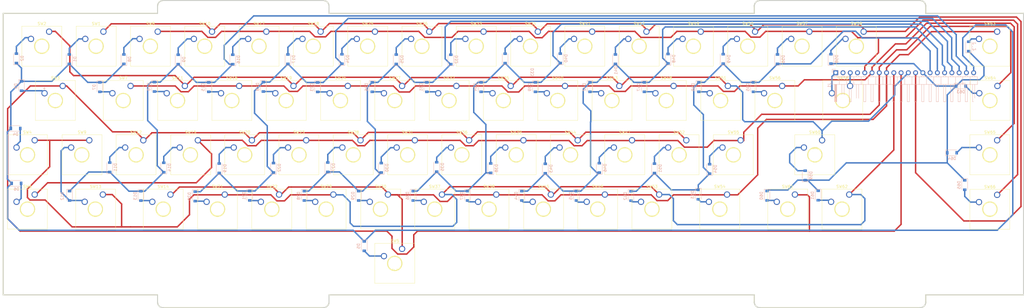
<source format=kicad_pcb>
(kicad_pcb (version 20211014) (generator pcbnew)
  (layers (0 "F.Cu" signal) (31 "B.Cu" signal) (34 "B.Paste" user) (35 "F.Paste" user) (36 "B.SilkS" user "B.Silkscreen") (37 "F.SilkS" user "F.Silkscreen") (38 "B.Mask" user) (39 "F.Mask" user) (44 "Edge.Cuts" user))
  (net 0 "")
  (net 1 "A")
  (net 2 "B")
  (net 3 "C")
  (net 4 "D")
  (net 5 "E")
  (net 6 "F")
  (net 7 "G")
  (net 8 "Net-(D1-Pad2)")
  (net 9 "Net-(D2-Pad2)")
  (net 10 "Net-(D3-Pad2)")
  (net 11 "Net-(D4-Pad2)")
  (net 12 "Net-(D5-Pad2)")
  (net 13 "Net-(D6-Pad2)")
  (net 14 "Net-(D7-Pad2)")
  (net 15 "Net-(D8-Pad2)")
  (net 16 "Net-(D9-Pad2)")
  (net 17 "Net-(D10-Pad2)")
  (net 18 "Net-(D11-Pad2)")
  (net 19 "Net-(D12-Pad2)")
  (net 20 "I")
  (net 21 "H")
  (net 22 "Net-(D16-Pad2)")
  (net 23 "Net-(D17-Pad2)")
  (net 24 "Net-(D18-Pad2)")
  (net 25 "Net-(D19-Pad2)")
  (net 26 "Net-(D20-Pad2)")
  (net 27 "Net-(D21-Pad2)")
  (net 28 "Net-(D22-Pad2)")
  (net 29 "Net-(D23-Pad2)")
  (net 30 "Net-(D24-Pad2)")
  (net 31 "Net-(D25-Pad2)")
  (net 32 "Net-(D26-Pad2)")
  (net 33 "Net-(D27-Pad2)")
  (net 34 "Net-(D28-Pad2)")
  (net 35 "Net-(D29-Pad2)")
  (net 36 "Net-(D14-Pad2)")
  (net 37 "R0")
  (net 38 "Net-(D31-Pad2)")
  (net 39 "Net-(D32-Pad2)")
  (net 40 "Net-(D33-Pad2)")
  (net 41 "Net-(D34-Pad2)")
  (net 42 "Net-(D35-Pad2)")
  (net 43 "Net-(D36-Pad2)")
  (net 44 "Net-(D37-Pad2)")
  (net 45 "Net-(D38-Pad2)")
  (net 46 "Net-(D39-Pad2)")
  (net 47 "Net-(D40-Pad2)")
  (net 48 "Net-(D41-Pad2)")
  (net 49 "Net-(D42-Pad2)")
  (net 50 "Net-(D43-Pad2)")
  (net 51 "Net-(D44-Pad2)")
  (net 52 "Net-(D15-Pad2)")
  (net 53 "R1")
  (net 54 "Net-(D46-Pad2)")
  (net 55 "Net-(D47-Pad2)")
  (net 56 "Net-(D48-Pad2)")
  (net 57 "Net-(D49-Pad2)")
  (net 58 "Net-(D50-Pad2)")
  (net 59 "Net-(D51-Pad2)")
  (net 60 "Net-(D52-Pad2)")
  (net 61 "Net-(D53-Pad2)")
  (net 62 "Net-(D54-Pad2)")
  (net 63 "Net-(D55-Pad2)")
  (net 64 "Net-(D56-Pad2)")
  (net 65 "Net-(D58-Pad2)")
  (net 66 "Net-(D59-Pad2)")
  (net 67 "Net-(D60-Pad2)")
  (net 68 "Net-(D61-Pad2)")
  (net 69 "Net-(D62-Pad2)")
  (net 70 "Net-(D63-Pad2)")
  (net 71 "Net-(D64-Pad2)")
  (net 72 "Net-(D65-Pad2)")
  (net 73 "Net-(D30-Pad2)")
  (net 74 "Net-(D45-Pad2)")
  (net 75 "R2")
  (net 76 "R3")
  (net 77 "R4")
  (net 78 "R5")
  (net 79 "R6")
  (net 80 "R7")
  (net 81 "R8")
  (net 82 "Net-(D13-Pad2)")
  (net 83 "NC")
  (footprint "Button_Switch_Keyboard:SW_Cherry_MX_1.00u_PCB" (layer "F.Cu") (at 37.868006 -84.840148)
    (fp_text reference "SW11")
    (fp_text value "W")
  )
  (footprint "Button_Switch_Keyboard:SW_Cherry_MX_1.00u_PCB" (layer "F.Cu") (at 89.820956 -46.840276)
    (fp_text reference "SW29")
    (fp_text value "V")
  )
  (footprint "Button_Switch_Keyboard:SW_Cherry_MX_1.00u_PCB" (layer "F.Cu") (at 194.320604 -65.840212)
    (fp_text reference "SW47")
    (fp_text value ":")
  )
  (footprint "Button_Switch_Keyboard:SW_Cherry_MX_1.00u_PCB" (layer "F.Cu") (at 56.867942 -84.840148)
    (fp_text reference "SW16")
    (fp_text value "E")
  )
  (footprint "Button_Switch_Keyboard:SW_Cherry_MX_1.00u_PCB" (layer "F.Cu") (at 61.321052 -65.840212)
    (fp_text reference "SW20")
    (fp_text value "D")
  )
  (footprint "Button_Switch_Keyboard:SW_Cherry_MX_1.00u_PCB" (layer "F.Cu") (at 170.867558 -84.840148)
    (fp_text reference "SW40")
    (fp_text value "O")
  )
  (footprint "Button_Switch_Keyboard:SW_Cherry_MX_1.00u_PCB" (layer "F.Cu") (at 104.367782 -103.840084)
    (fp_text reference "SW25")
    (fp_text value "6")
  )
  (footprint "Button_Switch_Keyboard:SW_Cherry_MX_1.00u_PCB" (layer "F.Cu") (at 127.820828 -46.840276)
    (fp_text reference "SW37")
    (fp_text value "N")
  )
  (footprint "Button_Switch_Keyboard:SW_Cherry_MX_1.00u_PCB" (layer "F.Cu") (at 118.32086 -65.840212)
    (fp_text reference "SW31")
    (fp_text value "H")
  )
  (footprint "Button_Switch_Keyboard:SW_Cherry_MX_1.00u_PCB" (layer "F.Cu") (at 270.617222 -84.840148)
    (fp_text reference "SW58")
    (fp_text value "RESTORE")
  )
  (footprint "Button_Switch_Keyboard:SW_Cherry_MX_1.00u_PCB" (layer "F.Cu") (at 175.320668 -65.840212)
    (fp_text reference "SW44")
    (fp_text value "L")
  )
  (footprint "Button_Switch_Keyboard:SW_Cherry_MX_1.00u_PCB" (layer "F.Cu") (at 4.420202 -65.840212)
    (fp_text reference "SW9")
    (fp_text value "SHIFT-LOCK")
  )
  (footprint "Button_Switch_Keyboard:SW_Cherry_MX_1.00u_PCB" (layer "F.Cu") (at -4.88185 -84.840148)
    (fp_text reference "SW3")
    (fp_text value "CTRL")
  )
  (footprint "bschwind_stabilizers:cherry_mx_stabilizer_2.00u" (layer "F.Cu") (at 258.379338 -60.823498)
    (fp_text reference "H6")
    (fp_text value "ENTER_STABILIZER")
  )
  (footprint "Button_Switch_Keyboard:SW_Cherry_MX_1.00u_PCB" (layer "F.Cu") (at 85.367846 -103.840084)
    (fp_text reference "SW18")
    (fp_text value "5")
  )
  (footprint "Button_Switch_Keyboard:SW_Cherry_MX_1.00u_PCB" (layer "F.Cu") (at 156.320732 -65.840212)
    (fp_text reference "SW39")
    (fp_text value "K")
  )
  (footprint "Button_Switch_Keyboard:SW_Cherry_MX_1.00u_PCB" (layer "F.Cu") (at 227.570492 -46.840276)
    (fp_text reference "SW54")
    (fp_text value "R-SHIFT")
  )
  (footprint "Button_Switch_Keyboard:SW_Cherry_MX_1.00u_PCB" (layer "F.Cu") (at 70.82102 -46.840276)
    (fp_text reference "SW22")
    (fp_text value "C")
  )
  (footprint "Button_Switch_Keyboard:SW_Cherry_MX_1.00u_PCB" (layer "F.Cu") (at 203.820572 -46.840276)
    (fp_text reference "SW53")
    (fp_text value "/")
  )
  (footprint "Button_Switch_Keyboard:SW_Cherry_MX_1.00u_PCB" (layer "F.Cu") (at 32.821148 -46.840276)
    (fp_text reference "SW14")
    (fp_text value "Z")
  )
  (footprint "Button_Switch_Keyboard:SW_Cherry_MX_1.00u_PCB" (layer "F.Cu") (at 246.867302 -84.840148)
    (fp_text reference "SW56")
    (fp_text value "UP-ARROW")
  )
  (footprint "Button_Switch_Keyboard:SW_Cherry_MX_1.00u_PCB" (layer "F.Cu") (at 9.170186 -46.840276)
    (fp_text reference "SW13")
    (fp_text value "L-SHIFT")
  )
  (footprint "Button_Switch_Keyboard:SW_Cherry_MX_1.00u_PCB" (layer "F.Cu") (at 184.820636 -46.840276)
    (fp_text reference "SW46")
    (fp_text value ".")
  )
  (footprint "Button_Switch_Keyboard:SW_Cherry_MX_1.00u_PCB" (layer "F.Cu") (at 322.075382 -46.741318)
    (fp_text reference "SW66")
    (fp_text value "F7")
  )
  (footprint "Button_Switch_Keyboard:SW_Cherry_MX_1.00u_PCB" (layer "F.Cu") (at 66.36791 -103.840084)
    (fp_text reference "SW17")
    (fp_text value "4")
  )
  (footprint "Button_Switch_Keyboard:SW_Cherry_MX_1.00u_PCB" (layer "F.Cu") (at 199.367462 -103.840084)
    (fp_text reference "SW42")
    (fp_text value "+")
  )
  (footprint "Button_Switch_Keyboard:SW_Cherry_MX_1.00u_PCB" (layer "F.Cu") (at 132.867686 -84.840148)
    (fp_text reference "SW32")
    (fp_text value "U")
  )
  (footprint "Button_Switch_Keyboard:SW_Cherry_MX_1.00u_PCB" (layer "F.Cu") (at 237.367334 -103.840084)
    (fp_text reference "SW50")
    (fp_text value "POUND")
  )
  (footprint "Button_Switch_Keyboard:SW_Cherry_MX_1.00u_PCB" (layer "F.Cu") (at 23.32118 -65.840212)
    (fp_text reference "SW12")
    (fp_text value "A")
  )
  (footprint "Button_Switch_Keyboard:SW_Cherry_MX_1.00u_PCB" (layer "F.Cu") (at 270.320348 -46.840276)
    (fp_text reference "SW62")
    (fp_text value "UP-DOWN")
  )
  (footprint "Button_Switch_Keyboard:SW_Cherry_MX_1.00u_PCB" (layer "F.Cu") (at 75.867878 -84.840148)
    (fp_text reference "SW19")
    (fp_text value "R")
  )
  (footprint "Mounting_Keyboard_Stabilizer:Stabilizer_Cherry_MX_9.00u" (layer "F.Cu") (at 111.369206 -22.748854 180)
    (fp_text reference "H3")
    (fp_text value "SPACE_STABILIZER")
  )
  (footprint "Button_Switch_Keyboard:SW_Cherry_MX_1.00u_PCB" (layer "F.Cu") (at 99.320924 -65.840212)
    (fp_text reference "SW28")
    (fp_text value "G")
  )
  (footprint "Button_Switch_Keyboard:SW_Cherry_MX_1.00u_PCB" (layer "F.Cu") (at 9.368102 -103.840084)
    (fp_text reference "SW1")
    (fp_text value "1")
  )
  (footprint "Button_Switch_Keyboard:SW_Cherry_MX_1.00u_PCB" (layer "F.Cu") (at 151.867622 -84.840148)
    (fp_text reference "SW35")
    (fp_text value "I")
  )
  (footprint "Button_Switch_Keyboard:SW_Cherry_MX_1.00u_PCB" (layer "F.Cu") (at -9.631834 -103.840084)
    (fp_text reference "SW2")
    (fp_text value "L-ARROW")
  )
  (footprint "Button_Switch_Keyboard:SW_Cherry_MX_1.00u_PCB" (layer "F.Cu") (at 227.867366 -84.840148)
    (fp_text reference "SW51")
    (fp_text value "*")
  )
  (footprint "Button_Switch_Keyboard:SW_Cherry_MX_1.00u_PCB" (layer "F.Cu") (at 42.420074 -65.840212)
    (fp_text reference "SW15")
    (fp_text value "S")
  )
  (footprint "Button_Switch_Keyboard:SW_Cherry_MX_1.00u_PCB" (layer "F.Cu") (at 137.320796 -65.840212)
    (fp_text reference "SW36")
    (fp_text value "J")
  )
  (footprint "Button_Switch_Keyboard:SW_Cherry_MX_1.00u_PCB" (layer "F.Cu") (at 113.86775 -84.840148)
    (fp_text reference "SW27")
    (fp_text value "Y")
  )
  (footprint "Button_Switch_Keyboard:SW_Cherry_MX_1.00u_PCB" (layer "F.Cu") (at 322.17434 -84.840148)
    (fp_text reference "SW64")
    (fp_text value "F3")
  )
  (footprint "Button_Switch_Keyboard:SW_Cherry_MX_1.00u_PCB" (layer "F.Cu") (at 189.867494 -84.840148)
    (fp_text reference "SW43")
    (fp_text value "P")
  )
  (footprint "Button_Switch_Keyboard:SW_Cherry_MX_1.00u_PCB" (layer "F.Cu") (at -14.678692 -65.840212)
    (fp_text reference "SW4")
    (fp_text value "RUN / STOP")
  )
  (footprint "Button_Switch_Keyboard:SW_Cherry_MX_1.00u_PCB" (layer "F.Cu") (at 47.367974 -103.840084)
    (fp_text reference "SW10")
    (fp_text value "3")
  )
  (footprint "Button_Switch_Keyboard:SW_Cherry_MX_1.00u_PCB" (layer "F.Cu") (at 113.86775 -27.84034)
    (fp_text reference "SW5")
    (fp_text value "SPACE")
  )
  (footprint "Button_Switch_Keyboard:SW_Cherry_MX_1.00u_PCB" (layer "F.Cu") (at 28.368038 -103.840084)
    (fp_text reference "SW8")
    (fp_text value "2")
  )
  (footprint "Button_Switch_Keyboard:SW_Cherry_MX_1.00u_PCB" (layer "F.Cu") (at 322.075382 -103.840084)
    (fp_text reference "SW63")
    (fp_text value "F1")
  )
  (footprint "Button_Switch_Keyboard:SW_Cherry_MX_1.00u_PCB" (layer "F.Cu") (at 146.820764 -46.840276)
    (fp_text reference "SW38")
    (fp_text value "M")
  )
  (footprint "Button_Switch_Keyboard:SW_Cherry_MX_1.00u_PCB" (layer "F.Cu") (at 94.867814 -84.840148)
    (fp_text reference "SW24")
    (fp_text value "T")
  )
  (footprint "Button_Switch_Keyboard:SW_Cherry_MX_1.00u_PCB" (layer "F.Cu") (at 161.36759 -103.840084)
    (fp_text reference "SW34")
    (fp_text value "9")
  )
  (footprint "Button_Switch_Keyboard:SW_Cherry_MX_1.00u_PCB" (layer "F.Cu") (at 108.91985 -46.840276)
    (fp_text reference "SW30")
    (fp_text value "B")
  )
  (footprint "Button_Switch_Keyboard:SW_Cherry_MX_1.00u_PCB" (layer "F.Cu") (at 80.320988 -65.840212)
    (fp_text reference "SW23")
    (fp_text value "F")
  )
  (footprint "Button_Switch_Keyboard:SW_Cherry_MX_1.00u_PCB" (layer "F.Cu") (at 251.320412 -46.840276)
    (fp_text reference "SW61")
    (fp_text value "LEFT-RIGHT")
  )
  (footprint "Button_Switch_Keyboard:SW_Cherry_MX_1.00u_PCB" (layer "F.Cu") (at 213.32054 -65.840212)
    (fp_text reference "SW52")
    (fp_text value ";")
  )
  (footprint "Button_Switch_Keyboard:SW_Cherry_MX_1.00u_PCB" (layer "F.Cu") (at 256.36727 -103.840084)
    (fp_text reference "SW57")
    (fp_text value "HOME")
  )
  (footprint "Button_Switch_Keyboard:SW_Cherry_MX_1.00u_PCB" (layer "F.Cu") (at 260.82038 -65.840212)
    (fp_text reference "SW60")
    (fp_text value "RETURN")
  )
  (footprint "Button_Switch_Keyboard:SW_Cherry_MX_1.00u_PCB" (layer "F.Cu") (at 180.367526 -103.840084)
    (fp_text reference "SW41")
    (fp_text value "0")
  )
  (footprint "Button_Switch_Keyboard:SW_Cherry_MX_1.00u_PCB" (layer "F.Cu") (at 218.367398 -103.840084)
    (fp_text reference "SW49")
    (fp_text value "-")
  )
  (footprint "Button_Switch_Keyboard:SW_Cherry_MX_1.00u_PCB" (layer "F.Cu") (at 232.320476 -65.840212)
    (fp_text reference "SW55")
    (fp_text value "=")
  )
  (footprint "Button_Switch_Keyboard:SW_Cherry_MX_1.00u_PCB" (layer "F.Cu") (at 18.86807 -84.840148)
    (fp_text reference "SW7")
    (fp_text value "Q")
  )
  (footprint "Button_Switch_Keyboard:SW_Cherry_MX_1.00u_PCB" (layer "F.Cu") (at 208.86743 -84.840148)
    (fp_text reference "SW48")
    (fp_text value "@")
  )
  (footprint "Button_Switch_Keyboard:SW_Cherry_MX_1.00u_PCB" (layer "F.Cu") (at 123.367718 -103.840084)
    (fp_text reference "SW26")
    (fp_text value "7")
  )
  (footprint "Button_Switch_Keyboard:SW_Cherry_MX_1.00u_PCB" (layer "F.Cu") (at -14.678692 -46.840276)
    (fp_text reference "SW6")
    (fp_text value "COMMODORE")
  )
  (footprint "Button_Switch_Keyboard:SW_Cherry_MX_1.00u_PCB" (layer "F.Cu") (at 322.075382 -65.840212)
    (fp_text reference "SW65")
    (fp_text value "F5")
  )
  (footprint "Button_Switch_Keyboard:SW_Cherry_MX_1.00u_PCB" (layer "F.Cu") (at 275.367206 -103.840084)
    (fp_text reference "SW59")
    (fp_text value "DEL")
  )
  (footprint "Button_Switch_Keyboard:SW_Cherry_MX_1.00u_PCB" (layer "F.Cu") (at 165.919658 -46.840276)
    (fp_text reference "SW45")
    (fp_text value ",")
  )
  (footprint "Button_Switch_Keyboard:SW_Cherry_MX_1.00u_PCB" (layer "F.Cu") (at 142.367654 -103.840084)
    (fp_text reference "SW33")
    (fp_text value "8")
  )
  (footprint "Button_Switch_Keyboard:SW_Cherry_MX_1.00u_PCB" (layer "F.Cu") (at 51.821084 -46.840276)
    (fp_text reference "SW21")
    (fp_text value "X")
  )
  (footprint "Diode_SMD:D_SOD-123" (layer "B.Cu") (at -21.078054 -50.765454)
    (fp_text reference "D6")
    (fp_text value "D_Small")
  )
  (footprint "Diode_SMD:D_SOD-123" (layer "B.Cu") (at 16.525986 -94.208016 90)
    (fp_text reference "D8")
    (fp_text value "D_Small")
  )
  (footprint "Diode_SMD:D_SOD-123" (layer "B.Cu") (at 41.470265 -46.208344 -90)
    (fp_text reference "D20")
    (fp_text value "D_Small")
  )
  (footprint "Diode_SMD:D_SOD-123" (layer "B.Cu") (at 310.72812 -50.171706 -90)
    (fp_text reference "D65")
    (fp_text value "D_Small")
  )
  (footprint "Diode_SMD:D_SOD-123" (layer "B.Cu") (at 169.21818 -94.50489 90)
    (fp_text reference "D40")
    (fp_text value "D_Small")
  )
  (footprint "Diode_SMD:D_SOD-123" (layer "B.Cu") (at 306.27501 -61.452918)
    (fp_text reference "D64")
    (fp_text value "D_Small")
  )
  (footprint "Diode_SMD:D_SOD-123" (layer "B.Cu") (at 11.578086 -56.373774 90)
    (fp_text reference "D11")
    (fp_text value "D_Small")
  )
  (footprint "Diode_SMD:D_SOD-123" (layer "B.Cu") (at 149.92137 -94.472604 90)
    (fp_text reference "D33")
    (fp_text value "D_Small")
  )
  (footprint "Diode_SMD:D_SOD-123" (layer "B.Cu") (at 202.171194 -56.010228 90)
    (fp_text reference "D51")
    (fp_text value "D_Small")
  )
  (footprint "Diode_SMD:D_SOD-123" (layer "B.Cu") (at 193.964543 -46.339588 -90)
    (fp_text reference "D52")
    (fp_text value "D_Small")
  )
  (footprint "Diode_SMD:D_SOD-123" (layer "B.Cu") (at 217.509684 -46.83942 -90)
    (fp_text reference "D53")
    (fp_text value "D_Small")
  )
  (footprint "Diode_SMD:D_SOD-123" (layer "B.Cu") (at 111.82254 -94.17573 90)
    (fp_text reference "D25")
    (fp_text value "D_Small")
  )
  (footprint "Diode_SMD:D_SOD-123" (layer "B.Cu") (at 198.646437 -84.438418 -90)
    (fp_text reference "D47")
    (fp_text value "D_Small")
  )
  (footprint "Diode_SMD:D_SOD-123" (layer "B.Cu") (at 117.766883 -46.40626 -90)
    (fp_text reference "D36")
    (fp_text value "D_Small")
  )
  (footprint "Diode_SMD:D_SOD-123" (layer "B.Cu") (at 103.417973 -84.438418 -90)
    (fp_text reference "D26")
    (fp_text value "D_Small")
  )
  (footprint "Diode_SMD:D_SOD-123" (layer "B.Cu") (at 22.470329 -46.373974 -90)
    (fp_text reference "D13")
    (fp_text value "D_Small")
  )
  (footprint "Diode_SMD:D_SOD-123" (layer "B.Cu") (at 73.921626 -94.208016 90)
    (fp_text reference "D17")
    (fp_text value "D_Small")
  )
  (footprint "Diode_SMD:D_SOD-123" (layer "B.Cu") (at 79.668053 -46.40626 -90)
    (fp_text reference "D28")
    (fp_text value "D_Small")
  )
  (footprint "Diode_SMD:D_SOD-123" (layer "B.Cu") (at 92.822604 -94.274688 90)
    (fp_text reference "D24")
    (fp_text value "D_Small")
  )
  (footprint "Diode_SMD:D_SOD-123" (layer "B.Cu") (at 136.766819 -46.40626 -90)
    (fp_text reference "D37")
    (fp_text value "D_Small")
  )
  (footprint "Diode_SMD:D_SOD-123" (layer "B.Cu") (at 241.563341 -46.438546 -90)
    (fp_text reference "D60")
    (fp_text value "D_Small")
  )
  (footprint "Diode_SMD:D_SOD-123" (layer "B.Cu") (at 122.516867 -84.438418 -90)
    (fp_text reference "D31")
    (fp_text value "D_Small")
  )
  (footprint "Diode_SMD:D_SOD-123" (layer "B.Cu") (at 54.624816 -94.109058 90)
    (fp_text reference "D16")
    (fp_text value "D_Small")
  )
  (footprint "Diode_SMD:D_SOD-123" (layer "B.Cu") (at 263.920986 -94.306974 90)
    (fp_text reference "D58")
    (fp_text value "D_Small")
  )
  (footprint "Diode_SMD:D_SOD-123" (layer "B.Cu") (at 125.973534 -56.505018 90)
    (fp_text reference "D35")
    (fp_text value "D_Small")
  )
  (footprint "Diode_SMD:D_SOD-123" (layer "B.Cu") (at 217.714463 -84.438418 -90)
    (fp_text reference "D50")
    (fp_text value "D_Small")
  )
  (footprint "Diode_SMD:D_SOD-123" (layer "B.Cu") (at 188.51499 -94.208016 90)
    (fp_text reference "D41")
    (fp_text value "D_Small")
  )
  (footprint "Diode_SMD:D_SOD-123" (layer "B.Cu") (at 245.217924 -94.208016 90)
    (fp_text reference "D56")
    (fp_text value "D_Small")
  )
  (footprint "Diode_SMD:D_SOD-123" (layer "B.Cu") (at 46.220249 -84.438418 -90)
    (fp_text reference "D15")
    (fp_text value "D_Small")
  )
  (footprint "Diode_SMD:D_SOD-123" (layer "B.Cu") (at 179.615633 -84.438418 -90)
    (fp_text reference "D42")
    (fp_text value "D_Small")
  )
  (footprint "Diode_SMD:D_SOD-123" (layer "B.Cu") (at -21.374928 -69.963306)
    (fp_text reference "D4")
    (fp_text value "D_Small")
  )
  (footprint "Diode_SMD:D_SOD-123" (layer "B.Cu") (at 49.874832 -56.042514 90)
    (fp_text reference "D19")
    (fp_text value "D_Small")
  )
  (footprint "Diode_SMD:D_SOD-123" (layer "B.Cu") (at 87.874704 -56.40606 90)
    (fp_text reference "D27")
    (fp_text value "D_Small")
  )
  (footprint "Diode_SMD:D_SOD-123" (layer "B.Cu") (at 130.921434 -94.109058 90)
    (fp_text reference "D32")
    (fp_text value "D_Small")
  )
  (footprint "Diode_SMD:D_SOD-123" (layer "B.Cu") (at -19.29681 -84.807006 -90)
    (fp_text reference "D3")
    (fp_text value "D_Small")
  )
  (footprint "Diode_SMD:D_SOD-123" (layer "B.Cu") (at 182.874384 -56.175858 90)
    (fp_text reference "D46")
    (fp_text value "D_Small")
  )
  (footprint "Diode_SMD:D_SOD-123" (layer "B.Cu") (at 163.973406 -55.943556 90)
    (fp_text reference "D43")
    (fp_text value "D_Small")
  )
  (footprint "Diode_SMD:D_SOD-123" (layer "B.Cu") (at 68.874768 -56.208144 90)
    (fp_text reference "D22")
    (fp_text value "D_Small")
  )
  (footprint "Diode_SMD:D_SOD-123" (layer "B.Cu") (at 206.921178 -94.373646 90)
    (fp_text reference "D48")
    (fp_text value "D_Small")
  )
  (footprint "Diode_SMD:D_SOD-123" (layer "B.Cu") (at 254.915808 -53.536278 90)
    (fp_text reference "D59")
    (fp_text value "D_Small")
  )
  (footprint "Diode_SMD:D_SOD-123" (layer "B.Cu") (at 236.813357 -84.438418 -90)
    (fp_text reference "D55")
    (fp_text value "D_Small")
  )
  (footprint "Diode_SMD:D_SOD-123" (layer "B.Cu") (at 84.319079 -84.406132 -90)
    (fp_text reference "D23")
    (fp_text value "D_Small")
  )
  (footprint "Diode_SMD:D_SOD-123" (layer "B.Cu") (at 8.121419 -84.438418 -90)
    (fp_text reference "D7")
    (fp_text value "D_Small")
  )
  (footprint "Diode_SMD:D_SOD-123" (layer "B.Cu") (at 259.467876 -46.51026 -90)
    (fp_text reference "D61")
    (fp_text value "D_Small")
  )
  (footprint "Diode_SMD:D_SOD-123" (layer "B.Cu") (at 27.220313 -84.537376 -90)
    (fp_text reference "D10")
    (fp_text value "D_Small")
  )
  (footprint "Diode_SMD:D_SOD-123" (layer "B.Cu") (at 312.113532 -98.661126 90)
    (fp_text reference "D62")
    (fp_text value "D_Small")
  )
  (footprint "Diode_SMD:D_SOD-123" (layer "B.Cu") (at 226.217988 -94.306974 90)
    (fp_text reference "D49")
    (fp_text value "D_Small")
  )
  (footprint "Diode_SMD:D_SOD-123" (layer "B.Cu") (at 30.479064 -56.307102 90)
    (fp_text reference "D14")
    (fp_text value "D_Small")
  )
  (footprint "Diode_SMD:D_SOD-123" (layer "B.Cu") (at -2.47395 -46.411302 -90)
    (fp_text reference "D12")
    (fp_text value "D_Small")
  )
  (footprint "Diode_SMD:D_SOD-123" (layer "B.Cu") (at 141.516803 -84.438418 -90)
    (fp_text reference "D34")
    (fp_text value "D_Small")
  )
  (footprint "Diode_SMD:D_SOD-123" (layer "B.Cu") (at 35.525922 -94.109058 90)
    (fp_text reference "D9")
    (fp_text value "D_Small")
  )
  (footprint "Diode_SMD:D_SOD-123" (layer "B.Cu") (at 65.319143 -84.537376 -90)
    (fp_text reference "D18")
    (fp_text value "D_Small")
  )
  (footprint "Diode_SMD:D_SOD-123" (layer "B.Cu") (at 100.640286 -28.796778 -90)
    (fp_text reference "D5")
    (fp_text value "D_Small")
  )
  (footprint "Diode_SMD:D_SOD-123" (layer "B.Cu") (at 144.874512 -56.0769 90)
    (fp_text reference "D38")
    (fp_text value "D_Small")
  )
  (footprint "Diode_SMD:D_SOD-123" (layer "B.Cu") (at 60.569159 -46.438546 -90)
    (fp_text reference "D21")
    (fp_text value "D_Small")
  )
  (footprint "Diode_SMD:D_SOD-123" (layer "B.Cu") (at -2.572908 -94.208016 90)
    (fp_text reference "D1")
    (fp_text value "D_Small")
  )
  (footprint "Diode_SMD:D_SOD-123" (layer "B.Cu") (at 160.516781 -84.438418 -90)
    (fp_text reference "D39")
    (fp_text value "D_Small")
  )
  (footprint "Diode_SMD:D_SOD-123" (layer "B.Cu") (at 221.468004 -55.812312 90)
    (fp_text reference "D54")
    (fp_text value "D_Small")
  )
  (footprint "Diode_SMD:D_SOD-123" (layer "B.Cu") (at 309.374994 -84.807006)
    (fp_text reference "D63")
    (fp_text value "D_Small")
  )
  (footprint "Diode_SMD:D_SOD-123" (layer "B.Cu") (at 98.667989 -46.40626 -90)
    (fp_text reference "D29")
    (fp_text value "D_Small")
  )
  (footprint "Connector_PinHeader_2.54mm:PinHeader_1x20_P2.54mm_Horizontal" (layer "B.Cu") (at 265.602336 -89.458032 -90)
    (fp_text reference "J1")
    (fp_text value "Conn_01x20_Male")
  )
  (footprint "Diode_SMD:D_SOD-123" (layer "B.Cu") (at -21.078054 -94.50489 90)
    (fp_text reference "D2")
    (fp_text value "D_Small")
  )
  (footprint "Diode_SMD:D_SOD-123" (layer "B.Cu") (at 106.577766 -56.208144 90)
    (fp_text reference "D30")
    (fp_text value "D_Small")
  )
  (footprint "Diode_SMD:D_SOD-123" (layer "B.Cu") (at 155.766755 -46.40626 -90)
    (fp_text reference "D44")
    (fp_text value "D_Small")
  )
  (footprint "Diode_SMD:D_SOD-123" (layer "B.Cu") (at 174.865649 -46.40626 -90)
    (fp_text reference "D45")
    (fp_text value "D_Small")
  )
  (gr_line (start -5.599413 -81.418234) (end -5.682192 -81.505057) (layer "F.SilkS") (width 0.349999))
  (gr_line (start 92.300042 -82.237289) (end 92.171392 -82.234036) (layer "F.SilkS") (width 0.349999))
  (gr_line (start 320.174837 -82.158583) (end 320.053885 -82.186498) (layer "F.SilkS") (width 0.349999))
  (gr_line (start 74.795833 -81.740628) (end 74.697817 -81.810329) (layer "F.SilkS") (width 0.349999))
  (gr_line (start 61.328847 -99.118013) (end 61.312949 -98.992898) (layer "F.SilkS") (width 0.349999))
  (gr_line (start 108.438115 -40.440951) (end 108.498312 -40.545643) (layer "F.SilkS") (width 0.349999))
  (gr_line (start 94.727002 -62.135062) (end 94.661974 -62.033629) (layer "F.SilkS") (width 0.349999))
  (gr_line (start 6.544431 -101.22438) (end 6.419317 -101.208482) (layer "F.SilkS") (width 0.349999))
  (gr_line (start 43.826928 -101.040825) (end 43.716187 -100.990761) (layer "F.SilkS") (width 0.349999))
  (gr_line (start 184.603586 -42.710407) (end 184.553521 -42.821147) (layer "F.SilkS") (width 0.349999))
  (gr_line (start 237.300049 -98.737287) (end 237.300049 -98.737287) (layer "F.SilkS") (width 0.349999))
  (gr_line (start 189.749258 -79.233451) (end 189.771244 -79.356563) (layer "F.SilkS") (width 0.349999))
  (gr_line (start 27.295833 -96.733948) (end 27.390275 -96.808165) (layer "F.SilkS") (width 0.349999))
  (gr_line (start 205.556628 -77.349684) (end 205.675262 -77.315996) (layer "F.SilkS") (width 0.349999))
  (gr_line (start 296.367557 -114.284359) (end 296.289921 -114.34484) (layer "F.SilkS") (width 0.349999))
  (gr_line (start 72.556617 -77.349684) (end 72.675252 -77.315996) (layer "F.SilkS") (width 0.349999))
  (gr_line (start 187.300049 -77.237289) (end 187.428699 -77.240542) (layer "F.SilkS") (width 0.349999))
  (gr_line (start 86.556617 -39.349688) (end 86.675252 -39.315999) (layer "F.SilkS") (width 0.349999))
  (gr_line (start 237.148349 -99.596872) (end 237.103586 -99.710401) (layer "F.SilkS") (width 0.349999))
  (gr_line (start 127.800049 -41.737293) (end 127.800049 -41.737293) (layer "F.SilkS") (width 0.349999))
  (gr_line (start 176.826939 -96.433749) (end 176.940468 -96.388986) (layer "F.SilkS") (width 0.349999))
  (gr_line (start 151.771244 -80.118015) (end 151.749258 -80.241127) (layer "F.SilkS") (width 0.349999))
  (gr_line (start 84.800042 -41.737293) (end 84.800042 -41.737293) (layer "F.SilkS") (width 0.349999))
  (gr_line (start 18.949497 -62.418232) (end 18.870921 -62.327521) (layer "F.SilkS") (width 0.349999))
  (gr_line (start 151.350841 -60.233452) (end 151.378756 -60.112501) (layer "F.SilkS") (width 0.349999))
  (gr_line (start 75.328847 -60.356564) (end 75.350833 -60.233452) (layer "F.SilkS") (width 0.349999))
  (gr_line (start 174.729169 -59.147057) (end 174.803386 -59.2415) (layer "F.SilkS") (width 0.349999))
  (gr_line (start 108.648349 -42.596878) (end 108.603586 -42.710407) (layer "F.SilkS") (width 0.349999))
  (gr_line (start -10.609727 -100.66641) (end -10.704169 -100.740627) (layer "F.SilkS") (width 0.349999))
  (gr_line (start 42.300042 -60.737289) (end 42.300042 -60.737289) (layer "F.SilkS") (width 0.349999))
  (gr_line (start 165.912445 -80.480714) (end 165.878756 -80.362079) (layer "F.SilkS") (width 0.349999))
  (gr_line (start 120.296209 -96.288078) (end 120.419322 -96.266093) (layer "F.SilkS") (width 0.349999))
  (gr_line (start 103.998312 -97.545638) (end 104.053521 -97.653433) (layer "F.SilkS") (width 0.349999))
  (gr_line (start 103.803302 -41.865943) (end 103.800049 -41.737293) (layer "F.SilkS") (width 0.349999))
  (gr_line (start 172.928699 -63.234036) (end 172.800049 -63.237289) (layer "F.SilkS") (width 0.349999))
  (gr_line (start 47.101778 -42.928943) (end 47.046568 -42.821147) (layer "F.SilkS") (width 0.349999))
  (gr_line (start 237.617435 -114.079635) (end 237.552968 -114.004802) (layer "F.SilkS") (width 0.349999))
  (gr_line (start 199.227011 -40.339518) (end 199.296712 -40.241502) (layer "F.SilkS") (width 0.349999))
  (gr_line (start 23.187647 -61.480712) (end 23.148343 -61.596872) (layer "F.SilkS") (width 0.349999))
  (gr_line (start 296.289921 -114.34484) (end 296.209643 -114.401265) (layer "F.SilkS") (width 0.349999))
  (gr_line (start 52.709808 -77.808167) (end 52.804251 -77.73395) (layer "F.SilkS") (width 0.349999))
  (gr_line (start 108.150593 -40.056348) (end 108.229169 -40.14706) (layer "F.SilkS") (width 0.349999))
  (gr_line (start 64.991691 -96.539023) (end 65.096384 -96.59922) (layer "F.SilkS") (width 0.349999))
  (gr_line (start 98.729169 -59.147057) (end 98.803386 -59.2415) (layer "F.SilkS") (width 0.349999))
  (gr_line (start 154.424837 -58.315996) (end 154.543471 -58.349684) (layer "F.SilkS") (width 0.349999))
  (gr_line (start 154.77316 -58.433752) (end 154.8839 -58.483816) (layer "F.SilkS") (width 0.349999))
  (gr_line (start 22.650588 -62.418232) (end 22.56781 -62.505056) (layer "F.SilkS") (width 0.349999))
  (gr_line (start 139.928699 -101.234034) (end 139.800049 -101.237287) (layer "F.SilkS") (width 0.349999))
  (gr_line (start 151.800049 -79.737289) (end 151.796796 -79.865939) (layer "F.SilkS") (width 0.349999))
  (gr_line (start 35.300042 -82.237289) (end 35.171392 -82.234036) (layer "F.SilkS") (width 0.349999))
  (gr_line (start 29.273195 -114.453566) (end 29.190441 -114.401265) (layer "F.SilkS") (width 0.349999))
  (gr_line (start 70.749251 -42.241131) (end 70.721335 -42.362083) (layer "F.SilkS") (width 0.349999))
  (gr_line (start 251.378756 -98.112497) (end 251.412445 -97.993863) (layer "F.SilkS") (width 0.349999))
  (gr_line (start 27.996504 -40.764179) (end 28.046568 -40.653438) (layer "F.SilkS") (width 0.349999))
  (gr_line (start 99.451748 -97.877702) (end 99.49651 -97.764173) (layer "F.SilkS") (width 0.349999))
  (gr_line (start 86.595381 -7.259211) (end 86.692044 -7.276078) (layer "F.SilkS") (width 0.349999))
  (gr_line (start -7.830683 -77.266095) (end -7.705569 -77.250196) (layer "F.SilkS") (width 0.349999))
  (gr_line (start 266.459819 -81.666411) (end 266.369108 -81.587835) (layer "F.SilkS") (width 0.349999))
  (gr_line (start 73.428692 -82.234036) (end 73.300042 -82.237289) (layer "F.SilkS") (width 0.349999))
  (gr_line (start 201.924837 -39.315999) (end 202.043471 -39.349688) (layer "F.SilkS") (width 0.349999))
  (gr_line (start 28.69249 -8.047414) (end 28.75297 -7.969777) (layer "F.SilkS") (width 0.349999))
  (gr_line (start 232.546577 -99.821142) (end 232.496512 -99.710401) (layer "F.SilkS") (width 0.349999))
  (gr_line (start 320.741696 -81.935553) (end 320.6339 -81.990762) (layer "F.SilkS") (width 0.349999))
  (gr_line (start 203.553521 -42.821147) (end 203.498312 -42.928943) (layer "F.SilkS") (width 0.349999))
  (gr_line (start 198.938115 -100.033629) (end 198.873087 -100.135062) (layer "F.SilkS") (width 0.349999))
  (gr_line (start 84.295833 -100.740627) (end 84.197817 -100.810327) (layer "F.SilkS") (width 0.349999))
  (gr_line (start 225.050049 -44.237293) (end 225.050049 -44.237293) (layer "F.SilkS") (width 0.349999))
  (gr_line (start 184.603586 -40.764179) (end 184.648349 -40.877708) (layer "F.SilkS") (width 0.349999))
  (gr_line (start 66.053515 -97.653433) (end 66.10358 -97.764173) (layer "F.SilkS") (width 0.349999))
  (gr_line (start 208.451749 -59.877706) (end 208.496512 -59.764177) (layer "F.SilkS") (width 0.349999))
  (gr_line (start 218.300049 -98.737287) (end 218.300049 -98.737287) (layer "F.SilkS") (width 0.349999))
  (gr_line (start 62.402267 -100.810327) (end 62.304251 -100.740627) (layer "F.SilkS") (width 0.349999))
  (gr_line (start 236.803386 -97.241496) (end 236.873087 -97.339512) (layer "F.SilkS") (width 0.349999))
  (gr_line (start 319.550049 -101.237287) (end 319.4214 -101.234034) (layer "F.SilkS") (width 0.349999))
  (gr_line (start 18.30338 -81.23308) (end 18.229163 -81.327522) (layer "F.SilkS") (width 0.349999))
  (gr_line (start -6.366105 -77.483816) (end -6.25831 -77.539025) (layer "F.SilkS") (width 0.349999))
  (gr_line (start 60.650588 -62.418232) (end 60.56781 -62.505056) (layer "F.SilkS") (width 0.349999))
  (gr_line (start 271.304262 -100.740627) (end 271.209819 -100.66641) (layer "F.SilkS") (width 0.349999))
  (gr_line (start 321.937654 -59.993866) (end 321.971342 -60.112501) (layer "F.SilkS") (width 0.349999))
  (gr_line (start 129.003704 -77.599222) (end 129.108396 -77.539025) (layer "F.SilkS") (width 0.349999))
  (gr_line (start 222.662445 -40.993868) (end 222.701749 -40.877708) (layer "F.SilkS") (width 0.349999))
  (gr_line (start 297.100037 -110.237286) (end 297.100037 -110.237286) (layer "F.SilkS") (width 0.349999))
  (gr_line (start 82.296204 -101.186496) (end 82.175252 -101.158581) (layer "F.SilkS") (width 0.349999))
  (gr_line (start 105.556622 -44.124898) (end 105.440461 -44.085594) (layer "F.SilkS") (width 0.349999))
  (gr_line (start 193.873087 -59.339516) (end 193.938115 -59.440949) (layer "F.SilkS") (width 0.349999))
  (gr_line (start 319.046214 -77.28808) (end 319.169325 -77.266095) (layer "F.SilkS") (width 0.349999))
  (gr_line (start 22.390275 -58.808168) (end 22.480986 -58.886744) (layer "F.SilkS") (width 0.349999))
  (gr_line (start 137.300049 -98.737287) (end 137.303302 -98.608637) (layer "F.SilkS") (width 0.349999))
  (gr_line (start 321.553386 -40.241502) (end 321.623087 -40.339518) (layer "F.SilkS") (width 0.349999))
  (gr_line (start 71.101778 -80.928939) (end 71.046568 -80.821144) (layer "F.SilkS") (width 0.349999))
  (gr_line (start 196.056628 -96.349682) (end 196.175262 -96.315994) (layer "F.SilkS") (width 0.349999))
  (gr_line (start 116.055659 -58.250196) (end 116.180773 -58.266095) (layer "F.SilkS") (width 0.349999))
  (gr_line (start -15.001695 -59.545641) (end -14.946485 -59.653436) (layer "F.SilkS") (width 0.349999))
  (gr_line (start 89.687647 -40.993868) (end 89.721335 -41.112503) (layer "F.SilkS") (width 0.349999))
  (gr_line (start 59.424831 -58.315996) (end 59.543466 -58.349684) (layer "F.SilkS") (width 0.349999))
  (gr_line (start 68.300042 -39.237293) (end 68.428692 -39.240546) (layer "F.SilkS") (width 0.349999))
  (gr_line (start 95.716187 -62.990762) (end 95.608392 -62.935552) (layer "F.SilkS") (width 0.349999))
  (gr_line (start 317.062957 -41.992904) (end 317.053302 -41.865943) (layer "F.SilkS") (width 0.349999))
  (gr_line (start 89.687647 -42.480717) (end 89.648343 -42.596878) (layer "F.SilkS") (width 0.349999))
  (gr_line (start 108.951748 -78.877704) (end 108.99651 -78.764175) (layer "F.SilkS") (width 0.349999))
  (gr_line (start 136.480991 -58.886744) (end 136.567814 -58.969523) (layer "F.SilkS") (width 0.349999))
  (gr_line (start 4.303295 -98.608637) (end 4.312949 -98.481676) (layer "F.SilkS") (width 0.349999))
  (gr_line (start 194.661984 -100.033629) (end 194.601787 -99.928937) (layer "F.SilkS") (width 0.349999))
  (gr_line (start 18.067808 -77.969521) (end 18.150587 -78.056345) (layer "F.SilkS") (width 0.349999))
  (gr_line (start 82.056617 -96.349682) (end 82.175252 -96.315994) (layer "F.SilkS") (width 0.349999))
  (gr_line (start 33.046568 -78.653435) (end 33.101778 -78.54564) (layer "F.SilkS") (width 0.349999))
  (gr_line (start 107.159631 -39.388992) (end 107.27316 -39.433755) (layer "F.SilkS") (width 0.349999))
  (gr_line (start 222.701749 -40.877708) (end 222.746512 -40.764179) (layer "F.SilkS") (width 0.349999))
  (gr_line (start 75.661974 -59.440949) (end 75.727002 -59.339516) (layer "F.SilkS") (width 0.349999))
  (gr_line (start 256.287142 -98.481676) (end 256.296796 -98.608637) (layer "F.SilkS") (width 0.349999))
  (gr_line (start 150.3839 -77.483816) (end 150.491696 -77.539025) (layer "F.SilkS") (width 0.349999))
  (gr_line (start 47.227002 -43.135068) (end 47.161974 -43.033635) (layer "F.SilkS") (width 0.349999))
  (gr_line (start 272.175262 -96.315994) (end 272.296214 -96.288078) (layer "F.SilkS") (width 0.349999))
  (gr_line (start 270.103586 -40.764179) (end 270.148349 -40.877708) (layer "F.SilkS") (width 0.349999))
  (gr_line (start 159.8839 -100.990761) (end 159.77316 -101.040825) (layer "F.SilkS") (width 0.349999))
  (gr_line (start 69.596384 -43.87536) (end 69.491691 -43.935557) (layer "F.SilkS") (width 0.349999))
  (gr_line (start 80.328847 -99.118013) (end 80.312949 -98.992898) (layer "F.SilkS") (width 0.349999))
  (gr_line (start 213.148349 -59.877706) (end 213.187654 -59.993866) (layer "F.SilkS") (width 0.349999))
  (gr_line (start 222.912445 -78.993865) (end 222.951749 -78.877704) (layer "F.SilkS") (width 0.349999))
  (gr_line (start 232.303302 -98.865937) (end 232.300049 -98.737287) (layer "F.SilkS") (width 0.349999))
  (gr_line (start 76.716187 -58.483816) (end 76.826928 -58.433752) (layer "F.SilkS") (width 0.349999))
  (gr_line (start 3.650587 -59.056346) (end 3.729163 -59.147057) (layer "F.SilkS") (width 0.349999))
  (gr_line (start 46.912437 -42.480717) (end 46.878748 -42.362083) (layer "F.SilkS") (width 0.349999))
  (gr_line (start 56.300042 -60.737289) (end 56.303295 -60.60864) (layer "F.SilkS") (width 0.349999))
  (gr_line (start 213.312957 -98.481676) (end 213.328855 -98.356561) (layer "F.SilkS") (width 0.349999))
  (gr_line (start 265.300049 -41.737293) (end 265.300049 -41.737293) (layer "F.SilkS") (width 0.349999))
  (gr_line (start 189.870929 -62.327521) (end 189.796712 -62.233078) (layer "F.SilkS") (width 0.349999))
  (gr_line (start 28.709808 -39.808171) (end 28.804251 -39.733954) (layer "F.SilkS") (width 0.349999))
  (gr_line (start 227.353586 -40.764179) (end 227.398349 -40.877708) (layer "F.SilkS") (width 0.349999))
  (gr_line (start 236.873087 -100.135062) (end 236.803386 -100.233078) (layer "F.SilkS") (width 0.349999))
  (gr_line (start 189.303386 -78.241498) (end 189.373087 -78.339514) (layer "F.SilkS") (width 0.349999))
  (gr_line (start 42.796702 -100.233078) (end 42.727002 -100.135062) (layer "F.SilkS") (width 0.349999))
  (gr_line (start 227.373087 -78.339514) (end 227.438115 -78.440947) (layer "F.SilkS") (width 0.349999))
  (gr_line (start 229.928699 -58.240542) (end 230.055659 -58.250196) (layer "F.SilkS") (width 0.349999))
  (gr_line (start 108.796796 -41.865943) (end 108.787142 -41.992904) (layer "F.SilkS") (width 0.349999))
  (gr_line (start 66.249251 -99.241125) (end 66.221335 -99.362077) (layer "F.SilkS") (width 0.349999))
  (gr_line (start -0.453431 -59.653436) (end -0.398222 -59.545641) (layer "F.SilkS") (width 0.349999))
  (gr_line (start 238.425699 -7.354408) (end 238.518374 -7.323744) (layer "F.SilkS") (width 0.349999))
  (gr_line (start 4.249251 -61.241126) (end 4.221335 -61.362078) (layer "F.SilkS") (width 0.349999))
  (gr_line (start 184.721342 -41.112503) (end 184.749258 -41.233455) (layer "F.SilkS") (width 0.349999))
  (gr_line (start 170.229169 -81.327522) (end 170.150593 -81.418234) (layer "F.SilkS") (width 0.349999))
  (gr_line (start 170.796796 -79.865939) (end 170.787142 -79.9929) (layer "F.SilkS") (width 0.349999))
  (gr_line (start 18.303295 -60.865939) (end 18.300042 -60.737289) (layer "F.SilkS") (width 0.349999))
  (gr_line (start 158.928699 -101.234034) (end 158.800049 -101.237287) (layer "F.SilkS") (width 0.349999))
  (gr_line (start 47.046568 -42.821147) (end 46.996504 -42.710407) (layer "F.SilkS") (width 0.349999))
  (gr_line (start 85.300042 -98.737287) (end 85.296789 -98.865937) (layer "F.SilkS") (width 0.349999))
  (gr_line (start 100.608396 -100.935551) (end 100.503704 -100.875354) (layer "F.SilkS") (width 0.349999))
  (gr_line (start 75.229164 -81.327522) (end 75.150588 -81.418234) (layer "F.SilkS") (width 0.349999))
  (gr_line (start 149.04444 -82.224382) (end 148.919325 -82.208484) (layer "F.SilkS") (width 0.349999))
  (gr_line (start 210.419325 -63.208483) (end 210.296214 -63.186498) (layer "F.SilkS") (width 0.349999))
  (gr_line (start 237.436064 -113.846887) (end 237.383764 -113.764133) (layer "F.SilkS") (width 0.349999))
  (gr_line (start 107.043471 -39.349688) (end 107.159631 -39.388992) (layer "F.SilkS") (width 0.349999))
  (gr_line (start 317.053302 -60.60864) (end 317.062957 -60.481679) (layer "F.SilkS") (width 0.349999))
  (gr_line (start 199.619108 -39.886747) (end 199.709819 -39.808171) (layer "F.SilkS") (width 0.349999))
  (gr_line (start 28.817439 -114.079635) (end 28.75297 -114.004802) (layer "F.SilkS") (width 0.349999))
  (gr_line (start 204.227011 -81.135064) (end 204.161984 -81.033631) (layer "F.SilkS") (width 0.349999))
  (gr_line (start 28.300042 -11.737293) (end 28.300042 -11.737293) (layer "F.SilkS") (width 0.349999))
  (gr_line (start 215.056628 -101.124892) (end 214.940468 -101.085588) (layer "F.SilkS") (width 0.349999))
  (gr_line (start 156.271244 -60.356564) (end 156.287142 -60.481679) (layer "F.SilkS") (width 0.349999))
  (gr_line (start 5.576929 -39.433755) (end 5.690458 -39.388992) (layer "F.SilkS") (width 0.349999))
  (gr_line (start 153.175262 -63.158582) (end 153.056628 -63.124894) (layer "F.SilkS") (width 0.349999))
  (gr_line (start 208.303386 -78.241498) (end 208.373087 -78.339514) (layer "F.SilkS") (width 0.349999))
  (gr_line (start 88.261258 -8.84529) (end 88.278124 -8.941953) (layer "F.SilkS") (width 0.349999))
  (gr_line (start 102.180773 -96.266093) (end 102.303885 -96.288078) (layer "F.SilkS") (width 0.349999))
  (gr_line (start 132.661984 -59.440949) (end 132.727011 -59.339516) (layer "F.SilkS") (width 0.349999))
  (gr_line (start 45.883896 -96.483814) (end 45.991691 -96.539023) (layer "F.SilkS") (width 0.349999))
  (gr_line (start 203.373087 -43.135068) (end 203.303386 -43.233084) (layer "F.SilkS") (width 0.349999))
  (gr_line (start 142.101787 -40.545643) (end 142.161984 -40.440951) (layer "F.SilkS") (width 0.349999))
  (gr_line (start 161.804262 -39.733954) (end 161.902278 -39.664253) (layer "F.SilkS") (width 0.349999))
  (gr_line (start 75.373082 -78.339514) (end 75.438109 -78.440947) (layer "F.SilkS") (width 0.349999))
  (gr_line (start 28.101778 -40.545643) (end 28.161974 -40.440951) (layer "F.SilkS") (width 0.349999))
  (gr_line (start 165.648349 -42.596878) (end 165.603586 -42.710407) (layer "F.SilkS") (width 0.349999))
  (gr_line (start 208.498312 -80.928939) (end 208.438115 -81.033631) (layer "F.SilkS") (width 0.349999))
  (gr_line (start 170.870929 -59.147057) (end 170.949506 -59.056346) (layer "F.SilkS") (width 0.349999))
  (gr_line (start 246.771244 -80.118015) (end 246.749258 -80.241127) (layer "F.SilkS") (width 0.349999))
  (gr_line (start 51.06781 -39.969525) (end 51.150588 -40.056348) (layer "F.SilkS") (width 0.349999))
  (gr_line (start 208.661984 -59.440949) (end 208.727011 -59.339516) (layer "F.SilkS") (width 0.349999))
  (gr_line (start 180.804262 -43.740632) (end 180.709819 -43.666415) (layer "F.SilkS") (width 0.349999))
  (gr_line (start 56.303295 -60.60864) (end 56.312949 -60.481679) (layer "F.SilkS") (width 0.349999))
  (gr_line (start 125.803885 -44.186502) (end 125.680773 -44.208487) (layer "F.SilkS") (width 0.349999))
  (gr_line (start 208.067814 -77.969521) (end 208.150593 -78.056345) (layer "F.SilkS") (width 0.349999))
  (gr_line (start 66.10358 -97.764173) (end 66.148343 -97.877702) (layer "F.SilkS") (width 0.349999))
  (gr_line (start 50.159627 -39.388992) (end 50.273156 -39.433755) (layer "F.SilkS") (width 0.349999))
  (gr_line (start 36.890275 -77.808167) (end 36.980986 -77.886743) (layer "F.SilkS") (width 0.349999))
  (gr_line (start 199.804262 -39.733954) (end 199.902278 -39.664253) (layer "F.SilkS") (width 0.349999))
  (gr_line (start 133.503711 -58.599223) (end 133.608403 -58.539026) (layer "F.SilkS") (width 0.349999))
  (gr_line (start 28.885827 -114.151501) (end 28.817439 -114.079635) (layer "F.SilkS") (width 0.349999))
  (gr_line (start 321.971342 -60.112501) (end 321.999258 -60.233452) (layer "F.SilkS") (width 0.349999))
  (gr_line (start 45.30388 -101.186496) (end 45.180768 -101.208482) (layer "F.SilkS") (width 0.349999))
  (gr_line (start 146.771244 -41.356567) (end 146.787142 -41.481682) (layer "F.SilkS") (width 0.349999))
  (gr_line (start -18.967725 -43.505061) (end -19.050504 -43.418237) (layer "F.SilkS") (width 0.349999))
  (gr_line (start 160.873087 -100.135062) (end 160.803386 -100.233078) (layer "F.SilkS") (width 0.349999))
  (gr_line (start 200.216198 -39.48382) (end 200.326939 -39.433755) (layer "F.SilkS") (width 0.349999))
  (gr_line (start 32.749251 -42.241131) (end 32.721335 -42.362083) (layer "F.SilkS") (width 0.349999))
  (gr_line (start 22.56781 -58.969523) (end 22.650588 -59.056346) (layer "F.SilkS") (width 0.349999))
  (gr_line (start 30.924831 -39.315999) (end 31.043466 -39.349688) (layer "F.SilkS") (width 0.349999))
  (gr_line (start -25.699958 -11.737293) (end -25.699958 -11.737293) (layer "F.SilkS") (width 0.349999))
  (gr_line (start 118.727007 -100.135062) (end 118.66198 -100.033629) (layer "F.SilkS") (width 0.349999))
  (gr_line (start 209.402278 -62.810328) (end 209.304262 -62.740627) (layer "F.SilkS") (width 0.349999))
  (gr_line (start 24.304251 -100.740627) (end 24.209808 -100.66641) (layer "F.SilkS") (width 0.349999))
  (gr_line (start 170.438115 -78.440947) (end 170.498312 -78.54564) (layer "F.SilkS") (width 0.349999))
  (gr_line (start 81.716187 -100.990761) (end 81.608392 -100.935551) (layer "F.SilkS") (width 0.349999))
  (gr_line (start 226.980991 -81.587835) (end 226.890279 -81.666411) (layer "F.SilkS") (width 0.349999))
  (gr_line (start 155.803386 -62.233078) (end 155.729169 -62.327521) (layer "F.SilkS") (width 0.349999))
  (gr_line (start 166.532284 -81.505057) (end 166.449506 -81.418234) (layer "F.SilkS") (width 0.349999))
  (gr_line (start 224.216198 -81.990762) (end 224.108403 -81.935553) (layer "F.SilkS") (width 0.349999))
  (gr_line (start 127.687654 -40.993868) (end 127.721342 -41.112503) (layer "F.SilkS") (width 0.349999))
  (gr_line (start 173.991696 -62.935552) (end 173.8839 -62.990762) (layer "F.SilkS") (width 0.349999))
  (gr_line (start 23.601778 -99.928937) (end 23.546568 -99.821142) (layer "F.SilkS") (width 0.349999))
  (gr_line (start 117.295837 -58.733951) (end 117.390279 -58.808168) (layer "F.SilkS") (width 0.349999))
  (gr_line (start 232.727011 -100.135062) (end 232.661984 -100.033629) (layer "F.SilkS") (width 0.349999))
  (gr_line (start 85.296702 -43.233084) (end 85.227002 -43.135068) (layer "F.SilkS") (width 0.349999))
  (gr_line (start 212.390279 -58.808168) (end 212.480991 -58.886744) (layer "F.SilkS") (width 0.349999))
  (gr_line (start 170.328855 -60.356564) (end 170.350841 -60.233452) (layer "F.SilkS") (width 0.349999))
  (gr_line (start 113.150593 -78.056345) (end 113.229169 -78.147056) (layer "F.SilkS") (width 0.349999))
  (gr_line (start 297.013584 -113.318956) (end 296.98292 -113.411632) (layer "F.SilkS") (width 0.349999))
  (gr_line (start 229.296214 -58.28808) (end 229.419325 -58.266095) (layer "F.SilkS") (width 0.349999))
  (gr_line (start 8.567808 -100.505055) (end 8.480985 -100.587833) (layer "F.SilkS") (width 0.349999))
  (gr_line (start 266.716198 -39.48382) (end 266.826939 -39.433755) (layer "F.SilkS") (width 0.349999))
  (gr_line (start 83.055653 -96.250194) (end 83.180768 -96.266093) (layer "F.SilkS") (width 0.349999))
  (gr_line (start 175.546577 -97.653433) (end 175.601787 -97.545638) (layer "F.SilkS") (width 0.349999))
  (gr_line (start 268.674837 -82.158583) (end 268.553885 -82.186498) (layer "F.SilkS") (width 0.349999))
  (gr_line (start 251.546577 -99.821142) (end 251.496512 -99.710401) (layer "F.SilkS") (width 0.349999))
  (gr_line (start 235.180773 -101.208482) (end 235.055659 -101.22438) (layer "F.SilkS") (width 0.349999))
  (gr_line (start 42.300042 -60.737289) (end 42.300042 -60.737289) (layer "F.SilkS") (width 0.349999))
  (gr_line (start 18.378748 -60.112501) (end 18.412437 -59.993866) (layer "F.SilkS") (width 0.349999))
  (gr_line (start 141.800049 -41.737293) (end 141.800049 -41.737293) (layer "F.SilkS") (width 0.349999))
  (gr_line (start 321.045837 -77.73395) (end 321.140279 -77.808167) (layer "F.SilkS") (width 0.349999))
  (gr_line (start 203.912445 -80.480714) (end 203.878756 -80.362079) (layer "F.SilkS") (width 0.349999))
  (gr_line (start 204.619108 -77.886743) (end 204.709819 -77.808167) (layer "F.SilkS") (width 0.349999))
  (gr_line (start 259.697821 -58.66425) (end 259.795837 -58.733951) (layer "F.SilkS") (width 0.349999))
  (gr_line (start 100.608396 -96.539023) (end 100.716192 -96.483814) (layer "F.SilkS") (width 0.349999))
  (gr_line (start 76.716187 -62.990762) (end 76.608392 -62.935552) (layer "F.SilkS") (width 0.349999))
  (gr_line (start 97.543467 -63.124894) (end 97.424832 -63.158582) (layer "F.SilkS") (width 0.349999))
  (gr_line (start 23.378748 -98.112497) (end 23.412437 -97.993863) (layer "F.SilkS") (width 0.349999))
  (gr_line (start 269.900593 -78.056345) (end 269.979169 -78.147056) (layer "F.SilkS") (width 0.349999))
  (gr_line (start 202.27316 -44.040831) (end 202.159631 -44.085594) (layer "F.SilkS") (width 0.349999))
  (gr_line (start 201.680773 -39.266098) (end 201.803885 -39.288084) (layer "F.SilkS") (width 0.349999))
  (gr_line (start 208.438115 -78.440947) (end 208.498312 -78.54564) (layer "F.SilkS") (width 0.349999))
  (gr_line (start 217.096388 -100.875354) (end 216.991696 -100.935551) (layer "F.SilkS") (width 0.349999))
  (gr_line (start 230.991696 -62.935552) (end 230.8839 -62.990762) (layer "F.SilkS") (width 0.349999))
  (gr_line (start 317.411984 -97.440945) (end 317.477011 -97.339512) (layer "F.SilkS") (width 0.349999))
  (gr_line (start 47.296702 -43.233084) (end 47.227002 -43.135068) (layer "F.SilkS") (width 0.349999))
  (gr_line (start 120.056622 -101.124892) (end 119.940461 -101.085588) (layer "F.SilkS") (width 0.349999))
  (gr_line (start 157.304262 -100.740627) (end 157.209819 -100.66641) (layer "F.SilkS") (width 0.349999))
  (gr_line (start 214.032284 -96.969519) (end 214.119108 -96.886741) (layer "F.SilkS") (width 0.349999))
  (gr_line (start 104.187654 -97.993863) (end 104.221342 -98.112497) (layer "F.SilkS") (width 0.349999))
  (gr_line (start 227.229169 -78.147056) (end 227.303386 -78.241498) (layer "F.SilkS") (width 0.349999))
  (gr_line (start 321.853586 -42.710407) (end 321.803521 -42.821147) (layer "F.SilkS") (width 0.349999))
  (gr_line (start 317.477011 -62.135062) (end 317.411984 -62.033629) (layer "F.SilkS") (width 0.349999))
  (gr_line (start 35.300042 -82.237289) (end 35.300042 -82.237289) (layer "F.SilkS") (width 0.349999))
  (gr_line (start 151.870929 -62.327521) (end 151.796712 -62.233078) (layer "F.SilkS") (width 0.349999))
  (gr_line (start 317.477011 -43.135068) (end 317.411984 -43.033635) (layer "F.SilkS") (width 0.349999))
  (gr_line (start -8.193381 -77.349684) (end -8.074747 -77.315996) (layer "F.SilkS") (width 0.349999))
  (gr_line (start 227.496512 -59.764177) (end 227.546577 -59.653436) (layer "F.SilkS") (width 0.349999))
  (gr_line (start 266.120929 -81.327522) (end 266.046712 -81.23308) (layer "F.SilkS") (width 0.349999))
  (gr_line (start 62.209808 -96.808165) (end 62.304251 -96.733948) (layer "F.SilkS") (width 0.349999))
  (gr_line (start 137.949506 -97.056343) (end 138.032284 -96.969519) (layer "F.SilkS") (width 0.349999))
  (gr_line (start 56.60358 -78.764175) (end 56.648343 -78.877704) (layer "F.SilkS") (width 0.349999))
  (gr_line (start 32.438109 -40.440951) (end 32.498306 -40.545643) (layer "F.SilkS") (width 0.349999))
  (gr_line (start 56.496504 -61.710401) (end 56.451741 -61.596872) (layer "F.SilkS") (width 0.349999))
  (gr_line (start 296.947793 -113.502652) (end 296.90827 -113.591852) (layer "F.SilkS") (width 0.349999))
  (gr_line (start 123.296796 -98.608637) (end 123.300049 -98.737287) (layer "F.SilkS") (width 0.349999))
  (gr_line (start 225.553885 -44.186502) (end 225.430773 -44.208487) (layer "F.SilkS") (width 0.349999))
  (gr_line (start 156.249258 -61.241126) (end 156.221342 -61.362078) (layer "F.SilkS") (width 0.349999))
  (gr_line (start 199.532284 -39.969525) (end 199.619108 -39.886747) (layer "F.SilkS") (width 0.349999))
  (gr_line (start 117.480991 -58.886744) (end 117.567814 -58.969523) (layer "F.SilkS") (width 0.349999))
  (gr_line (start 104.287142 -98.992898) (end 104.271244 -99.118013) (layer "F.SilkS") (width 0.349999))
  (gr_line (start 4.949497 -100.418232) (end 4.870921 -100.32752) (layer "F.SilkS") (width 0.349999))
  (gr_line (start 317.699506 -59.056346) (end 317.782284 -58.969523) (layer "F.SilkS") (width 0.349999))
  (gr_line (start 125.680773 -39.266098) (end 125.803885 -39.288084) (layer "F.SilkS") (width 0.349999))
  (gr_line (start 0.119098 -58.886744) (end 0.209809 -58.808168) (layer "F.SilkS") (width 0.349999))
  (gr_line (start 175.312957 -98.992898) (end 175.303302 -98.865937) (layer "F.SilkS") (width 0.349999))
  (gr_line (start -13.4963 -96.59922) (end -13.391607 -96.539023) (layer "F.SilkS") (width 0.349999))
  (gr_line (start 151.303302 -60.865939) (end 151.300049 -60.737289) (layer "F.SilkS") (width 0.349999))
  (gr_line (start 177.175262 -101.158581) (end 177.056628 -101.124892) (layer "F.SilkS") (width 0.349999))
  (gr_line (start 47.804251 -43.740632) (end 47.709808 -43.666415) (layer "F.SilkS") (width 0.349999))
  (gr_line (start 317.351787 -61.928937) (end 317.296577 -61.821142) (layer "F.SilkS") (width 0.349999))
  (gr_line (start 91.556617 -77.349684) (end 91.675252 -77.315996) (layer "F.SilkS") (width 0.349999))
  (gr_line (start 321.230991 -100.587833) (end 321.140279 -100.66641) (layer "F.SilkS") (width 0.349999))
  (gr_line (start -10.432192 -100.505055) (end -10.519015 -100.587833) (layer "F.SilkS") (width 0.349999))
  (gr_line (start 224.306628 -39.349688) (end 224.425262 -39.315999) (layer "F.SilkS") (width 0.349999))
  (gr_line (start 319.805659 -58.250196) (end 319.930773 -58.266095) (layer "F.SilkS") (width 0.349999))
  (gr_line (start 227.727011 -59.339516) (end 227.796712 -59.2415) (layer "F.SilkS") (width 0.349999))
  (gr_line (start 23.249251 -61.241126) (end 23.221335 -61.362078) (layer "F.SilkS") (width 0.349999))
  (gr_line (start 65.650588 -97.056343) (end 65.729164 -97.147054) (layer "F.SilkS") (width 0.349999))
  (gr_line (start 252.940468 -96.388986) (end 253.056628 -96.349682) (layer "F.SilkS") (width 0.349999))
  (gr_line (start 246.648349 -80.596874) (end 246.603586 -80.710403) (layer "F.SilkS") (width 0.349999))
  (gr_line (start 213.287142 -60.481679) (end 213.296796 -60.60864) (layer "F.SilkS") (width 0.349999))
  (gr_line (start -19.587563 -42.480717) (end -19.621252 -42.362083) (layer "F.SilkS") (width 0.349999))
  (gr_line (start 137.287142 -60.481679) (end 137.296796 -60.60864) (layer "F.SilkS") (width 0.349999))
  (gr_line (start 132.303386 -78.241498) (end 132.373087 -78.339514) (layer "F.SilkS") (width 0.349999))
  (gr_line (start 137.187654 -59.993866) (end 137.221342 -60.112501) (layer "F.SilkS") (width 0.349999))
  (gr_line (start 61.870919 -97.147054) (end 61.949495 -97.056343) (layer "F.SilkS") (width 0.349999))
  (gr_line (start -9.648222 -80.928939) (end -9.703431 -80.821144) (layer "F.SilkS") (width 0.349999))
  (gr_line (start 114.032279 -62.505056) (end 113.9495 -62.418232) (layer "F.SilkS") (width 0.349999))
  (gr_line (start 275.103586 -99.710401) (end 275.053521 -99.821142) (layer "F.SilkS") (width 0.349999))
  (gr_line (start 255.998312 -97.545638) (end 256.053521 -97.653433) (layer "F.SilkS") (width 0.349999))
  (gr_line (start 76.119097 -58.886744) (end 76.209808 -58.808168) (layer "F.SilkS") (width 0.349999))
  (gr_line (start 103.828855 -41.356567) (end 103.85084 -41.233455) (layer "F.SilkS") (width 0.349999))
  (gr_line (start 149.300049 -77.237289) (end 149.428699 -77.240542) (layer "F.SilkS") (width 0.349999))
  (gr_line (start 207.159631 -77.388988) (end 207.27316 -77.433751) (layer "F.SilkS") (width 0.349999))
  (gr_line (start 35.80388 -77.28808) (end 35.924831 -77.315996) (layer "F.SilkS") (width 0.349999))
  (gr_line (start 126.159631 -44.085594) (end 126.043471 -44.124898) (layer "F.SilkS") (width 0.349999))
  (gr_line (start 179.938115 -100.033629) (end 179.873087 -100.135062) (layer "F.SilkS") (width 0.349999))
  (gr_line (start 227.303302 -60.60864) (end 227.312957 -60.481679) (layer "F.SilkS") (width 0.349999))
  (gr_line (start -0.272998 -59.339516) (end -0.203297 -59.2415) (layer "F.SilkS") (width 0.349999))
  (gr_line (start 274.295837 -96.733948) (end 274.390279 -96.808165) (layer "F.SilkS") (width 0.349999))
  (gr_line (start 83.543466 -96.349682) (end 83.659627 -96.388986) (layer "F.SilkS") (width 0.349999))
  (gr_line (start 321.230991 -77.886743) (end 321.317814 -77.969521) (layer "F.SilkS") (width 0.349999))
  (gr_line (start 127.800049 -41.737293) (end 127.800049 -41.737293) (layer "F.SilkS") (width 0.349999))
  (gr_line (start 28.491806 -113.591852) (end 28.452283 -113.502652) (layer "F.SilkS") (width 0.349999))
  (gr_line (start 213.949506 -97.056343) (end 214.032284 -96.969519) (layer "F.SilkS") (width 0.349999))
  (gr_line (start 32.150588 -40.056348) (end 32.229164 -40.14706) (layer "F.SilkS") (width 0.349999))
  (gr_line (start 93.383896 -81.990762) (end 93.273156 -82.040827) (layer "F.SilkS") (width 0.349999))
  (gr_line (start 274.650593 -97.056343) (end 274.729169 -97.147054) (layer "F.SilkS") (width 0.349999))
  (gr_line (start 319.550049 -96.237287) (end 319.550049 -96.237287) (layer "F.SilkS") (width 0.349999))
  (gr_line (start 267.419325 -44.208487) (end 267.296214 -44.186502) (layer "F.SilkS") (width 0.349999))
  (gr_line (start 79.729164 -62.327521) (end 79.650588 -62.418232) (layer "F.SilkS") (width 0.349999))
  (gr_line (start 230.8839 -62.990762) (end 230.77316 -63.040827) (layer "F.SilkS") (width 0.349999))
  (gr_line (start 191.800049 -63.237289) (end 191.6714 -63.234036) (layer "F.SilkS") (width 0.349999))
  (gr_line (start 165.438115 -40.440951) (end 165.498312 -40.545643) (layer "F.SilkS") (width 0.349999))
  (gr_line (start 320.947821 -58.66425) (end 321.045837 -58.733951) (layer "F.SilkS") (width 0.349999))
  (gr_line (start 89.06781 -43.505061) (end 88.980986 -43.587839) (layer "F.SilkS") (width 0.349999))
  (gr_line (start 119.716192 -100.990761) (end 119.608396 -100.935551) (layer "F.SilkS") (width 0.349999))
  (gr_line (start 99.328855 -99.118013) (end 99.312956 -98.992898) (layer "F.SilkS") (width 0.349999))
  (gr_line (start 113.787142 -22.992904) (end 113.771244 -23.118019) (layer "F.SilkS") (width 0.349999))
  (gr_line (start 46.951741 -42.596878) (end 46.912437 -42.480717) (layer "F.SilkS") (width 0.349999))
  (gr_line (start 78.055653 -63.224382) (end 77.928692 -63.234036) (layer "F.SilkS") (width 0.349999))
  (gr_line (start 151.800049 -79.737289) (end 151.800049 -79.737289) (layer "F.SilkS") (width 0.349999))
  (gr_line (start 321.140279 -77.808167) (end 321.230991 -77.886743) (layer "F.SilkS") (width 0.349999))
  (gr_line (start 151.412445 -59.993866) (end 151.451749 -59.877706) (layer "F.SilkS") (width 0.349999))
  (gr_line (start 70.498306 -42.928943) (end 70.438109 -43.033635) (layer "F.SilkS") (width 0.349999))
  (gr_line (start 224.440468 -77.388988) (end 224.556628 -77.349684) (layer "F.SilkS") (width 0.349999))
  (gr_line (start 40.180768 -58.266095) (end 40.30388 -58.28808) (layer "F.SilkS") (width 0.349999))
  (gr_line (start 270.546796 -79.865939) (end 270.537142 -79.9929) (layer "F.SilkS") (width 0.349999))
  (gr_line (start 36.491691 -77.539025) (end 36.596384 -77.599222) (layer "F.SilkS") (width 0.349999))
  (gr_line (start 268.180773 -39.266098) (end 268.303885 -39.288084) (layer "F.SilkS") (width 0.349999))
  (gr_line (start 241.812957 -79.9929) (end 241.803302 -79.865939) (layer "F.SilkS") (width 0.349999))
  (gr_line (start 159.8839 -96.483814) (end 159.991696 -96.539023) (layer "F.SilkS") (width 0.349999))
  (gr_line (start 270.053521 -40.653438) (end 270.103586 -40.764179) (layer "F.SilkS") (width 0.349999))
  (gr_line (start 128.804255 -81.740628) (end 128.709813 -81.666411) (layer "F.SilkS") (width 0.349999))
  (gr_line (start 141.951749 -42.596878) (end 141.912445 -42.480717) (layer "F.SilkS") (width 0.349999))
  (gr_line (start 17.043465 -77.349684) (end 17.159625 -77.388988) (layer "F.SilkS") (width 0.349999))
  (gr_line (start 256.101787 -59.545641) (end 256.161984 -59.440949) (layer "F.SilkS") (width 0.349999))
  (gr_line (start 27.938109 -100.033629) (end 27.873082 -100.135062) (layer "F.SilkS") (width 0.349999))
  (gr_line (start 105.675257 -44.158586) (end 105.556622 -44.124898) (layer "F.SilkS") (width 0.349999))
  (gr_line (start 102.543471 -101.124892) (end 102.424837 -101.158581) (layer "F.SilkS") (width 0.349999))
  (gr_line (start 268.303885 -39.288084) (end 268.424837 -39.315999) (layer "F.SilkS") (width 0.349999))
  (gr_line (start 74.383896 -77.483816) (end 74.491691 -77.539025) (layer "F.SilkS") (width 0.349999))
  (gr_line (start -14.699958 -98.737287) (end -14.696705 -98.608637) (layer "F.SilkS") (width 0.349999))
  (gr_line (start 37.949495 -62.418232) (end 37.870919 -62.327521) (layer "F.SilkS") (width 0.349999))
  (gr_line (start 36.596384 -77.599222) (end 36.697817 -77.664249) (layer "F.SilkS") (width 0.349999))
  (gr_line (start 111.044437 -82.224382) (end 110.919322 -82.208484) (layer "F.SilkS") (width 0.349999))
  (gr_line (start 172.800049 -58.237289) (end 172.928699 -58.240542) (layer "F.SilkS") (width 0.349999))
  (gr_line (start 64.055653 -101.22438) (end 63.928692 -101.234034) (layer "F.SilkS") (width 0.349999))
  (gr_line (start 51.912437 -80.480714) (end 51.878748 -80.362079) (layer "F.SilkS") (width 0.349999))
  (gr_line (start 139.928699 -96.24054) (end 140.055659 -96.250194) (layer "F.SilkS") (width 0.349999))
  (gr_line (start 117.998312 -59.545641) (end 118.053521 -59.653436) (layer "F.SilkS") (width 0.349999))
  (gr_line (start 273.8839 -100.990761) (end 273.77316 -101.040825) (layer "F.SilkS") (width 0.349999))
  (gr_line (start 260.749258 -61.241126) (end 260.721342 -61.362078) (layer "F.SilkS") (width 0.349999))
  (gr_line (start 228.826939 -58.433752) (end 228.940468 -58.388989) (layer "F.SilkS") (width 0.349999))
  (gr_line (start 25.800042 -96.237287) (end 25.800042 -96.237287) (layer "F.SilkS") (width 0.349999))
  (gr_line (start 212.803386 -59.2415) (end 212.873087 -59.339516) (layer "F.SilkS") (width 0.349999))
  (gr_line (start 107.3839 -43.990766) (end 107.27316 -44.040831) (layer "F.SilkS") (width 0.349999))
  (gr_line (start -25.699958 -11.737293) (end 28.300042 -11.737293) (layer "F.SilkS") (width 0.349999))
  (gr_line (start 212.480991 -58.886744) (end 212.567814 -58.969523) (layer "F.SilkS") (width 0.349999))
  (gr_line (start 147.161984 -78.440947) (end 147.227011 -78.339514) (layer "F.SilkS") (width 0.349999))
  (gr_line (start 222.796577 -40.653438) (end 222.851787 -40.545643) (layer "F.SilkS") (width 0.349999))
  (gr_line (start 88.491691 -43.935557) (end 88.383896 -43.990766) (layer "F.SilkS") (width 0.349999))
  (gr_line (start 27.729164 -97.147054) (end 27.803381 -97.241496) (layer "F.SilkS") (width 0.349999))
  (gr_line (start 203.803302 -79.608639) (end 203.812957 -79.481678) (layer "F.SilkS") (width 0.349999))
  (gr_line (start 28.491806 -8.382727) (end 28.535656 -8.295512) (layer "F.SilkS") (width 0.349999))
  (gr_line (start 28.161974 -40.440951) (end 28.227002 -40.339518) (layer "F.SilkS") (width 0.349999))
  (gr_line (start 181.108403 -39.539029) (end 181.216198 -39.48382) (layer "F.SilkS") (width 0.349999))
  (gr_line (start 46.996504 -40.764179) (end 47.046568 -40.653438) (layer "F.SilkS") (width 0.349999))
  (gr_line (start 297.078118 -8.941953) (end 297.09025 -9.039617) (layer "F.SilkS") (width 0.349999))
  (gr_line (start 102.77316 -96.433749) (end 102.8839 -96.483814) (layer "F.SilkS") (width 0.349999))
  (gr_line (start 317.869108 -39.886747) (end 317.959819 -39.808171) (layer "F.SilkS") (width 0.349999))
  (gr_line (start 212.480991 -62.587834) (end 212.390279 -62.66641) (layer "F.SilkS") (width 0.349999))
  (gr_line (start -6.153618 -77.599222) (end -6.052185 -77.664249) (layer "F.SilkS") (width 0.349999))
  (gr_line (start 138.402278 -96.664247) (end 138.503711 -96.59922) (layer "F.SilkS") (width 0.349999))
  (gr_line (start 192.991696 -58.539026) (end 193.096388 -58.599223) (layer "F.SilkS") (width 0.349999))
  (gr_line (start 89.878748 -79.112499) (end 89.912437 -78.993865) (layer "F.SilkS") (width 0.349999))
  (gr_line (start -8.746299 -81.875356) (end -8.847732 -81.810329) (layer "F.SilkS") (width 0.349999))
  (gr_line (start 7.180767 -96.266093) (end 7.303879 -96.288078) (layer "F.SilkS") (width 0.349999))
  (gr_line (start 126.27316 -39.433755) (end 126.3839 -39.48382) (layer "F.SilkS") (width 0.349999))
  (gr_line (start 318.925262 -44.158586) (end 318.806628 -44.124898) (layer "F.SilkS") (width 0.349999))
  (gr_line (start -18.283812 -39.48382) (end -18.173071 -39.433755) (layer "F.SilkS") (width 0.349999))
  (gr_line (start 56.796789 -79.608639) (end 56.800042 -79.737289) (layer "F.SilkS") (width 0.349999))
  (gr_line (start 196.928699 -101.234034) (end 196.800049 -101.237287) (layer "F.SilkS") (width 0.349999))
  (gr_line (start 146.687654 -42.480717) (end 146.648349 -42.596878) (layer "F.SilkS") (width 0.349999))
  (gr_line (start 92.300042 -82.237289) (end 92.300042 -82.237289) (layer "F.SilkS") (width 0.349999))
  (gr_line (start 164.3839 -39.48382) (end 164.491696 -39.539029) (layer "F.SilkS") (width 0.349999))
  (gr_line (start 206.1714 -77.240542) (end 206.300049 -77.237289) (layer "F.SilkS") (width 0.349999))
  (gr_line (start 39.296204 -63.186498) (end 39.175252 -63.158582) (layer "F.SilkS") (width 0.349999))
  (gr_line (start 215.800049 -96.237287) (end 215.928699 -96.24054) (layer "F.SilkS") (width 0.349999))
  (gr_line (start 140.424837 -101.158581) (end 140.303885 -101.186496) (layer "F.SilkS") (width 0.349999))
  (gr_line (start 147.619108 -81.587835) (end 147.532284 -81.505057) (layer "F.SilkS") (width 0.349999))
  (gr_line (start 317.062957 -60.992899) (end 317.053302 -60.865939) (layer "F.SilkS") (width 0.349999))
  (gr_line (start 106.803885 -39.288084) (end 106.924837 -39.315999) (layer "F.SilkS") (width 0.349999))
  (gr_line (start 150.27316 -77.433751) (end 150.3839 -77.483816) (layer "F.SilkS") (width 0.349999))
  (gr_line (start 28.957692 -7.75469) (end 29.032526 -7.690222) (layer "F.SilkS") (width 0.349999))
  (gr_line (start 117.650593 -62.418232) (end 117.567814 -62.505056) (layer "F.SilkS") (width 0.349999))
  (gr_line (start 84.729164 -97.147054) (end 84.803381 -97.241496) (layer "F.SilkS") (width 0.349999))
  (gr_line (start 268.305659 -82.224382) (end 268.178699 -82.234036) (layer "F.SilkS") (width 0.349999))
  (gr_line (start 52.532274 -77.969521) (end 52.619097 -77.886743) (layer "F.SilkS") (width 0.349999))
  (gr_line (start 90.619097 -81.587835) (end 90.532274 -81.505057) (layer "F.SilkS") (width 0.349999))
  (gr_line (start 237.300049 -98.737287) (end 237.296796 -98.865937) (layer "F.SilkS") (width 0.349999))
  (gr_line (start 40.055653 -58.250196) (end 40.180768 -58.266095) (layer "F.SilkS") (width 0.349999))
  (gr_line (start 132.949506 -59.056346) (end 133.032284 -58.969523) (layer "F.SilkS") (width 0.349999))
  (gr_line (start 208.553521 -80.821144) (end 208.498312 -80.928939) (layer "F.SilkS") (width 0.349999))
  (gr_line (start 123.902271 -39.664253) (end 124.003704 -39.599226) (layer "F.SilkS") (width 0.349999))
  (gr_line (start 61.870919 -100.32752) (end 61.796702 -100.233078) (layer "F.SilkS") (width 0.349999))
  (gr_line (start 194.287142 -60.992899) (end 194.271244 -61.118014) (layer "F.SilkS") (width 0.349999))
  (gr_line (start 113.553521 -80.821144) (end 113.498312 -80.928939) (layer "F.SilkS") (width 0.349999))
  (gr_line (start 140.180773 -101.208482) (end 140.055659 -101.22438) (layer "F.SilkS") (width 0.349999))
  (gr_line (start 8.390273 -100.66641) (end 8.295831 -100.740627) (layer "F.SilkS") (width 0.349999))
  (gr_line (start -17.199958 -58.237289) (end -17.199958 -58.237289) (layer "F.SilkS") (width 0.349999))
  (gr_line (start 149.803885 -82.186498) (end 149.680773 -82.208484) (layer "F.SilkS") (width 0.349999))
  (gr_line (start 202.491696 -39.539029) (end 202.596388 -39.599226) (layer "F.SilkS") (width 0.349999))
  (gr_line (start 321.140279 -81.666411) (end 321.045837 -81.740628) (layer "F.SilkS") (width 0.349999))
  (gr_line (start -9.300503 -78.056345) (end -9.217725 -77.969521) (layer "F.SilkS") (width 0.349999))
  (gr_line (start 317.246512 -97.764173) (end 317.296577 -97.653433) (layer "F.SilkS") (width 0.349999))
  (gr_line (start -13.283812 -96.483814) (end -13.173071 -96.433749) (layer "F.SilkS") (width 0.349999))
  (gr_line (start 233.608403 -96.539023) (end 233.716198 -96.483814) (layer "F.SilkS") (width 0.349999))
  (gr_line (start 94.553515 -80.821144) (end 94.498306 -80.928939) (layer "F.SilkS") (width 0.349999))
  (gr_line (start 9.037134 -41.481682) (end 9.046789 -41.608643) (layer "F.SilkS") (width 0.349999))
  (gr_line (start 108.303386 -40.241502) (end 108.373087 -40.339518) (layer "F.SilkS") (width 0.349999))
  (gr_line (start 45.659627 -101.085588) (end 45.543466 -101.124892) (layer "F.SilkS") (width 0.349999))
  (gr_line (start 123.619102 -39.886747) (end 123.709813 -39.808171) (layer "F.SilkS") (width 0.349999))
  (gr_line (start 320.409631 -101.085588) (end 320.293471 -101.124892) (layer "F.SilkS") (width 0.349999))
  (gr_line (start 94.229164 -81.327522) (end 94.150588 -81.418234) (layer "F.SilkS") (width 0.349999))
  (gr_line (start 100.716192 -100.990761) (end 100.608396 -100.935551) (layer "F.SilkS") (width 0.349999))
  (gr_line (start 184.803302 -79.865939) (end 184.800049 -79.737289) (layer "F.SilkS") (width 0.349999))
  (gr_line (start 321.479169 -62.327521) (end 321.400593 -62.418232) (layer "F.SilkS") (width 0.349999))
  (gr_line (start 270.296796 -41.608643) (end 270.300049 -41.737293) (layer "F.SilkS") (width 0.349999))
  (gr_line (start 68.300042 -39.237293) (end 68.300042 -39.237293) (layer "F.SilkS") (width 0.349999))
  (gr_line (start 126.795837 -43.740632) (end 126.697821 -43.810333) (layer "F.SilkS") (width 0.349999))
  (gr_line (start 66.296702 -43.233084) (end 66.227002 -43.135068) (layer "F.SilkS") (width 0.349999))
  (gr_line (start 87.782646 -114.079635) (end 87.714257 -114.151501) (layer "F.SilkS") (width 0.349999))
  (gr_line (start 246.787142 -79.9929) (end 246.771244 -80.118015) (layer "F.SilkS") (width 0.349999))
  (gr_line (start 141.803386 -100.233078) (end 141.729169 -100.32752) (layer "F.SilkS") (width 0.349999))
  (gr_line (start 95.608392 -62.935552) (end 95.5037 -62.875355) (layer "F.SilkS") (width 0.349999))
  (gr_line (start 37.150588 -81.418234) (end 37.06781 -81.505057) (layer "F.SilkS") (width 0.349999))
  (gr_line (start 175.601787 -99.928937) (end 175.546577 -99.821142) (layer "F.SilkS") (width 0.349999))
  (gr_line (start 50.273156 -44.040831) (end 50.159627 -44.085594) (layer "F.SilkS") (width 0.349999))
  (gr_line (start 93.795833 -77.73395) (end 93.890275 -77.808167) (layer "F.SilkS") (width 0.349999))
  (gr_line (start 156.378756 -98.112497) (end 156.412445 -97.993863) (layer "F.SilkS") (width 0.349999))
  (gr_line (start 192.659631 -58.388989) (end 192.77316 -58.433752) (layer "F.SilkS") (width 0.349999))
  (gr_line (start 104.227007 -43.135068) (end 104.16198 -43.033635) (layer "F.SilkS") (width 0.349999))
  (gr_line (start 113.870925 -62.327521) (end 113.796708 -62.233078) (layer "F.SilkS") (width 0.349999))
  (gr_line (start 162.796214 -39.288084) (end 162.919325 -39.266098) (layer "F.SilkS") (width 0.349999))
  (gr_line (start 257.440468 -58.388989) (end 257.556628 -58.349684) (layer "F.SilkS") (width 0.349999))
  (gr_line (start 19.402268 -62.810328) (end 19.304252 -62.740627) (layer "F.SilkS") (width 0.349999))
  (gr_line (start 96.928692 -63.234036) (end 96.800042 -63.237289) (layer "F.SilkS") (width 0.349999))
  (gr_line (start 13.803295 -79.865939) (end 13.800042 -79.737289) (layer "F.SilkS") (width 0.349999))
  (gr_line (start 15.326929 -77.433751) (end 15.440458 -77.388988) (layer "F.SilkS") (width 0.349999))
  (gr_line (start 94.727002 -59.339516) (end 94.796702 -59.2415) (layer "F.SilkS") (width 0.349999))
  (gr_line (start 232.148349 -59.877706) (end 232.187654 -59.993866) (layer "F.SilkS") (width 0.349999))
  (gr_line (start 224.190468 -39.388992) (end 224.306628 -39.349688) (layer "F.SilkS") (width 0.349999))
  (gr_line (start 127.438115 -40.440951) (end 127.498312 -40.545643) (layer "F.SilkS") (width 0.349999))
  (gr_line (start 90.046568 -78.653435) (end 90.101778 -78.54564) (layer "F.SilkS") (width 0.349999))
  (gr_line (start 99.66198 -100.033629) (end 99.601784 -99.928937) (layer "F.SilkS") (width 0.349999))
  (gr_line (start 222.578855 -41.356567) (end 222.600841 -41.233455) (layer "F.SilkS") (width 0.349999))
  (gr_line (start -10.061892 -97.440945) (end -10.001695 -97.545638) (layer "F.SilkS") (width 0.349999))
  (gr_line (start -19.398222 -40.545643) (end -19.338025 -40.440951) (layer "F.SilkS") (width 0.349999))
  (gr_line (start 16.92483 -82.158583) (end 16.803879 -82.186498) (layer "F.SilkS") (width 0.349999))
  (gr_line (start 255.812957 -60.992899) (end 255.803302 -60.865939) (layer "F.SilkS") (width 0.349999))
  (gr_line (start 226.346388 -43.87536) (end 226.241696 -43.935557) (layer "F.SilkS") (width 0.349999))
  (gr_line (start 218.103586 -99.710401) (end 218.053521 -99.821142) (layer "F.SilkS") (width 0.349999))
  (gr_line (start 70.828847 -80.118015) (end 70.812949 -79.9929) (layer "F.SilkS") (width 0.349999))
  (gr_line (start 127.812956 -79.9929) (end 127.803302 -79.865939) (layer "F.SilkS") (width 0.349999))
  (gr_line (start 253.800049 -96.237287) (end 253.800049 -96.237287) (layer "F.SilkS") (width 0.349999))
  (gr_line (start 25.419316 -101.208482) (end 25.296204 -101.186496) (layer "F.SilkS") (width 0.349999))
  (gr_line (start 85.532274 -43.505061) (end 85.449495 -43.418237) (layer "F.SilkS") (width 0.349999))
  (gr_line (start 113.796796 -22.865943) (end 113.787142 -22.992904) (layer "F.SilkS") (width 0.349999))
  (gr_line (start 8.197815 -96.664247) (end 8.295831 -96.733948) (layer "F.SilkS") (width 0.349999))
  (gr_line (start 30.102366 -7.24708) (end 30.200867 -7.239751) (layer "F.SilkS") (width 0.349999))
  (gr_line (start 14.161975 -81.033631) (end 14.101778 -80.928939) (layer "F.SilkS") (width 0.349999))
  (gr_line (start 319.046214 -39.288084) (end 319.169325 -39.266098) (layer "F.SilkS") (width 0.349999))
  (gr_line (start 52.370919 -81.327522) (end 52.296702 -81.23308) (layer "F.SilkS") (width 0.349999))
  (gr_line (start 200.556628 -39.349688) (end 200.675262 -39.315999) (layer "F.SilkS") (width 0.349999))
  (gr_line (start 37.749251 -80.241127) (end 37.721335 -80.362079) (layer "F.SilkS") (width 0.349999))
  (gr_line (start 146.951749 -80.596874) (end 146.912445 -80.480714) (layer "F.SilkS") (width 0.349999))
  (gr_line (start 249.659631 -39.388992) (end 249.77316 -39.433755) (layer "F.SilkS") (width 0.349999))
  (gr_line (start 273.424837 -101.158581) (end 273.303885 -101.186496) (layer "F.SilkS") (width 0.349999))
  (gr_line (start 317.128756 -99.362077) (end 317.100841 -99.241125) (layer "F.SilkS") (width 0.349999))
  (gr_line (start 67.0037 -39.599226) (end 67.108392 -39.539029) (layer "F.SilkS") (width 0.349999))
  (gr_line (start 252.209819 -96.808165) (end 252.304262 -96.733948) (layer "F.SilkS") (width 0.349999))
  (gr_line (start 99.546575 -99.821142) (end 99.49651 -99.710401) (layer "F.SilkS") (width 0.349999))
  (gr_line (start 185.101787 -80.928939) (end 185.046577 -80.821144) (layer "F.SilkS") (width 0.349999))
  (gr_line (start 271.032284 -96.969519) (end 271.119108 -96.886741) (layer "F.SilkS") (width 0.349999))
  (gr_line (start 232.103586 -61.710401) (end 232.053521 -61.821142) (layer "F.SilkS") (width 0.349999))
  (gr_line (start 63.800042 -101.237287) (end 63.800042 -101.237287) (layer "F.SilkS") (width 0.349999))
  (gr_line (start 85.709808 -39.808171) (end 85.804251 -39.733954) (layer "F.SilkS") (width 0.349999))
  (gr_line (start 75.412437 -61.480712) (end 75.378748 -61.362078) (layer "F.SilkS") (width 0.349999))
  (gr_line (start 85.221335 -98.112497) (end 85.249251 -98.233449) (layer "F.SilkS") (width 0.349999))
  (gr_line (start 29.190441 -7.573317) (end 29.273195 -7.521016) (layer "F.SilkS") (width 0.349999))
  (gr_line (start 102.180773 -101.208482) (end 102.055659 -101.22438) (layer "F.SilkS") (width 0.349999))
  (gr_line (start 28.300042 -112.737286) (end 28.300042 -112.737286) (layer "F.SilkS") (width 0.349999))
  (gr_line (start 132.796712 -59.2415) (end 132.870929 -59.147057) (layer "F.SilkS") (width 0.349999))
  (gr_line (start 198.873087 -97.339512) (end 198.938115 -97.440945) (layer "F.SilkS") (width 0.349999))
  (gr_line (start 115.928699 -63.234036) (end 115.800049 -63.237289) (layer "F.SilkS") (width 0.349999))
  (gr_line (start 45.991691 -100.935551) (end 45.883896 -100.990761) (layer "F.SilkS") (width 0.349999))
  (gr_line (start 137.451749 -99.596872) (end 137.412445 -99.480712) (layer "F.SilkS") (width 0.349999))
  (gr_line (start -17.328608 -44.23404) (end -17.455569 -44.224386) (layer "F.SilkS") (width 0.349999))
  (gr_line (start 204.101787 -80.928939) (end 204.046577 -80.821144) (layer "F.SilkS") (width 0.349999))
  (gr_line (start 56.648343 -80.596874) (end 56.60358 -80.710403) (layer "F.SilkS") (width 0.349999))
  (gr_line (start 251.451749 -97.877702) (end 251.496512 -97.764173) (layer "F.SilkS") (width 0.349999))
  (gr_line (start 181.216198 -39.48382) (end 181.326939 -39.433755) (layer "F.SilkS") (width 0.349999))
  (gr_line (start 85.249251 -99.241125) (end 85.221335 -99.362077) (layer "F.SilkS") (width 0.349999))
  (gr_line (start 56.303295 -60.865939) (end 56.300042 -60.737289) (layer "F.SilkS") (width 0.349999))
  (gr_line (start 132.300049 -60.737289) (end 132.300049 -60.737289) (layer "F.SilkS") (width 0.349999))
  (gr_line (start 19.20981 -58.808168) (end 19.304252 -58.733951) (layer "F.SilkS") (width 0.349999))
  (gr_line (start 83.991691 -96.539023) (end 84.096384 -96.59922) (layer "F.SilkS") (width 0.349999))
  (gr_line (start 27.812949 -41.481682) (end 27.828847 -41.356567) (layer "F.SilkS") (width 0.349999))
  (gr_line (start 61.350833 -98.233449) (end 61.378748 -98.112497) (layer "F.SilkS") (width 0.349999))
  (gr_line (start 76.5037 -58.599223) (end 76.608392 -58.539026) (layer "F.SilkS") (width 0.349999))
  (gr_line (start 170.687654 -78.993865) (end 170.721342 -79.112499) (layer "F.SilkS") (width 0.349999))
  (gr_line (start 214.716198 -96.483814) (end 214.826939 -96.433749) (layer "F.SilkS") (width 0.349999))
  (gr_line (start 85.046568 -42.821147) (end 84.996504 -42.710407) (layer "F.SilkS") (width 0.349999))
  (gr_line (start 74.697817 -81.810329) (end 74.596384 -81.875356) (layer "F.SilkS") (width 0.349999))
  (gr_line (start 194.601787 -97.545638) (end 194.661984 -97.440945) (layer "F.SilkS") (width 0.349999))
  (gr_line (start 145.697821 -43.810333) (end 145.596388 -43.87536) (layer "F.SilkS") (width 0.349999))
  (gr_line (start 113.229169 -78.147056) (end 113.303386 -78.241498) (layer "F.SilkS") (width 0.349999))
  (gr_line (start 84.951741 -40.877708) (end 84.996504 -40.764179) (layer "F.SilkS") (width 0.349999))
  (gr_line (start 235.543471 -101.124892) (end 235.424837 -101.158581) (layer "F.SilkS") (width 0.349999))
  (gr_line (start 108.878755 -22.112503) (end 108.912444 -21.993868) (layer "F.SilkS") (width 0.349999))
  (gr_line (start 156.949506 -100.418232) (end 156.870929 -100.32752) (layer "F.SilkS") (width 0.349999))
  (gr_line (start 123.249258 -99.241125) (end 123.221342 -99.362077) (layer "F.SilkS") (width 0.349999))
  (gr_line (start 256.296712 -59.2415) (end 256.370929 -59.147057) (layer "F.SilkS") (width 0.349999))
  (gr_line (start 175.221342 -61.362078) (end 175.187654 -61.480712) (layer "F.SilkS") (width 0.349999))
  (gr_line (start -8.847732 -81.810329) (end -8.945748 -81.740628) (layer "F.SilkS") (width 0.349999))
  (gr_line (start 129.556622 -82.124894) (end 129.440461 -82.08559) (layer "F.SilkS") (width 0.349999))
  (gr_line (start 111.171399 -20.240546) (end 111.300049 -20.237293) (layer "F.SilkS") (width 0.349999))
  (gr_line (start 49.044431 -39.2502) (end 49.171392 -39.240546) (layer "F.SilkS") (width 0.349999))
  (gr_line (start -7.194348 -77.250196) (end -7.069233 -77.266095) (layer "F.SilkS") (width 0.349999))
  (gr_line (start 321.688115 -59.440949) (end 321.748312 -59.545641) (layer "F.SilkS") (width 0.349999))
  (gr_line (start 253.800049 -101.237287) (end 253.800049 -101.237287) (layer "F.SilkS") (width 0.349999))
  (gr_line (start 158.056628 -96.349682) (end 158.175262 -96.315994) (layer "F.SilkS") (width 0.349999))
  (gr_line (start 250.938115 -43.033635) (end 250.873087 -43.135068) (layer "F.SilkS") (width 0.349999))
  (gr_line (start 108.796796 -41.608643) (end 108.800049 -41.737293) (layer "F.SilkS") (width 0.349999))
  (gr_line (start 17.273154 -77.433751) (end 17.383895 -77.483816) (layer "F.SilkS") (width 0.349999))
  (gr_line (start 21.883896 -62.990762) (end 21.773156 -63.040827) (layer "F.SilkS") (width 0.349999))
  (gr_line (start 161.249258 -99.241125) (end 161.221342 -99.362077) (layer "F.SilkS") (width 0.349999))
  (gr_line (start 121.055659 -101.22438) (end 120.928699 -101.234034) (layer "F.SilkS") (width 0.349999))
  (gr_line (start 268.553885 -82.186498) (end 268.430773 -82.208484) (layer "F.SilkS") (width 0.349999))
  (gr_line (start 319.550049 -101.237287) (end 319.550049 -101.237287) (layer "F.SilkS") (width 0.349999))
  (gr_line (start 170.546577 -59.653436) (end 170.601787 -59.545641) (layer "F.SilkS") (width 0.349999))
  (gr_line (start 241.996512 -78.764175) (end 242.046577 -78.653435) (layer "F.SilkS") (width 0.349999))
  (gr_line (start 37.373082 -78.339514) (end 37.438109 -78.440947) (layer "F.SilkS") (width 0.349999))
  (gr_line (start 127.438115 -43.033635) (end 127.373087 -43.135068) (layer "F.SilkS") (width 0.349999))
  (gr_line (start 190.716198 -58.483816) (end 190.826939 -58.433752) (layer "F.SilkS") (width 0.349999))
  (gr_line (start -13.597732 -96.664247) (end -13.4963 -96.59922) (layer "F.SilkS") (width 0.349999))
  (gr_line (start 222.746512 -42.710407) (end 222.701749 -42.596878) (layer "F.SilkS") (width 0.349999))
  (gr_line (start 268.991696 -43.935557) (end 268.8839 -43.990766) (layer "F.SilkS") (width 0.349999))
  (gr_line (start 125.044437 -39.2502) (end 125.171399 -39.240546) (layer "F.SilkS") (width 0.349999))
  (gr_line (start 98.295835 -62.740627) (end 98.197819 -62.810328) (layer "F.SilkS") (width 0.349999))
  (gr_line (start 44.671392 -96.24054) (end 44.800042 -96.237287) (layer "F.SilkS") (width 0.349999))
  (gr_line (start -15.270837 -59.147057) (end -15.19662 -59.2415) (layer "F.SilkS") (width 0.349999))
  (gr_line (start 84.878748 -41.112503) (end 84.912437 -40.993868) (layer "F.SilkS") (width 0.349999))
  (gr_line (start 185.449506 -81.418234) (end 185.370929 -81.327522) (layer "F.SilkS") (width 0.349999))
  (gr_line (start 55.980986 -77.886743) (end 56.06781 -77.969521) (layer "F.SilkS") (width 0.349999))
  (gr_line (start 15.326929 -82.040827) (end 15.216189 -81.990762) (layer "F.SilkS") (width 0.349999))
  (gr_line (start 256.287142 -98.992898) (end 256.271244 -99.118013) (layer "F.SilkS") (width 0.349999))
  (gr_line (start 266.199506 -81.418234) (end 266.120929 -81.327522) (layer "F.SilkS") (width 0.349999))
  (gr_line (start 113.067814 -20.969525) (end 113.150593 -21.056348) (layer "F.SilkS") (width 0.349999))
  (gr_line (start 235.659631 -96.388986) (end 235.77316 -96.433749) (layer "F.SilkS") (width 0.349999))
  (gr_line (start 163.803885 -39.288084) (end 163.924837 -39.315999) (layer "F.SilkS") (width 0.349999))
  (gr_line (start 319.046214 -101.186496) (end 318.925262 -101.158581) (layer "F.SilkS") (width 0.349999))
  (gr_line (start 23.661974 -97.440945) (end 23.727002 -97.339512) (layer "F.SilkS") (width 0.349999))
  (gr_line (start 168.04444 -77.250196) (end 168.1714 -77.240542) (layer "F.SilkS") (width 0.349999))
  (gr_line (start -16.00831 -62.935552) (end -16.116105 -62.990762) (layer "F.SilkS") (width 0.349999))
  (gr_line (start 177.296214 -101.186496) (end 177.175262 -101.158581) (layer "F.SilkS") (width 0.349999))
  (gr_line (start 52.161974 -81.033631) (end 52.101778 -80.928939) (layer "F.SilkS") (width 0.349999))
  (gr_line (start 320.174837 -101.158581) (end 320.053885 -101.186496) (layer "F.SilkS") (width 0.349999))
  (gr_line (start 265.662445 -78.993865) (end 265.701749 -78.877704) (layer "F.SilkS") (width 0.349999))
  (gr_line (start 165.828855 -80.118015) (end 165.812957 -79.9929) (layer "F.SilkS") (width 0.349999))
  (gr_line (start 36.980986 -81.587835) (end 36.890275 -81.666411) (layer "F.SilkS") (width 0.349999))
  (gr_line (start 226.159631 -77.388988) (end 226.27316 -77.433751) (layer "F.SilkS") (width 0.349999))
  (gr_line (start 184.438115 -43.033635) (end 184.373087 -43.135068) (layer "F.SilkS") (width 0.349999))
  (gr_line (start 7.947815 -43.810333) (end 7.846382 -43.87536) (layer "F.SilkS") (width 0.349999))
  (gr_line (start 196.419325 -96.266093) (end 196.54444 -96.250194) (layer "F.SilkS") (width 0.349999))
  (gr_line (start 46.729164 -100.32752) (end 46.650588 -100.418232) (layer "F.SilkS") (width 0.349999))
  (gr_line (start 113.303302 -60.865939) (end 113.300049 -60.737289) (layer "F.SilkS") (width 0.349999))
  (gr_line (start 46.390275 -96.808165) (end 46.480986 -96.886741) (layer "F.SilkS") (width 0.349999))
  (gr_line (start 234.928699 -96.24054) (end 235.055659 -96.250194) (layer "F.SilkS") (width 0.349999))
  (gr_line (start 94.496504 -59.764177) (end 94.546568 -59.653436) (layer "F.SilkS") (width 0.349999))
  (gr_line (start 37.721335 -79.112499) (end 37.749251 -79.233451) (layer "F.SilkS") (width 0.349999))
  (gr_line (start 31.697817 -39.664253) (end 31.795833 -39.733954) (layer "F.SilkS") (width 0.349999))
  (gr_line (start 231.567814 -58.969523) (end 231.650593 -59.056346) (layer "F.SilkS") (width 0.349999))
  (gr_line (start 199.046577 -40.653438) (end 199.101787 -40.545643) (layer "F.SilkS") (width 0.349999))
  (gr_line (start 237.335654 -113.679066) (end 237.291804 -113.591852) (layer "F.SilkS") (width 0.349999))
  (gr_line (start 205.003711 -77.599222) (end 205.108403 -77.539025) (layer "F.SilkS") (width 0.349999))
  (gr_line (start 167.556628 -77.349684) (end 167.675262 -77.315996) (layer "F.SilkS") (width 0.349999))
  (gr_line (start 50.795833 -43.740632) (end 50.697817 -43.810333) (layer "F.SilkS") (width 0.349999))
  (gr_line (start 217.390279 -100.66641) (end 217.295837 -100.740627) (layer "F.SilkS") (width 0.349999))
  (gr_line (start 141.850841 -41.233455) (end 141.878756 -41.112503) (layer "F.SilkS") (width 0.349999))
  (gr_line (start 251.496512 -97.764173) (end 251.546577 -97.653433) (layer "F.SilkS") (width 0.349999))
  (gr_line (start 217.390279 -96.808165) (end 217.480991 -96.886741) (layer "F.SilkS") (width 0.349999))
  (gr_line (start 96.175252 -63.158582) (end 96.056617 -63.124894) (layer "F.SilkS") (width 0.349999))
  (gr_line (start 213.303302 -98.865937) (end 213.300049 -98.737287) (layer "F.SilkS") (width 0.349999))
  (gr_line (start 254.424837 -101.158581) (end 254.303885 -101.186496) (layer "F.SilkS") (width 0.349999))
  (gr_line (start 89.796789 -41.865943) (end 89.787135 -41.992904) (layer "F.SilkS") (width 0.349999))
  (gr_line (start 141.390279 -96.808165) (end 141.480991 -96.886741) (layer "F.SilkS") (width 0.349999))
  (gr_line (start 205.326939 -77.433751) (end 205.440468 -77.388988) (layer "F.SilkS") (width 0.349999))
  (gr_line (start 39.056617 -58.349684) (end 39.175252 -58.315996) (layer "F.SilkS") (width 0.349999))
  (gr_line (start 101.056622 -96.349682) (end 101.175257 -96.315994) (layer "F.SilkS") (width 0.349999))
  (gr_line (start 217.938115 -100.033629) (end 217.873087 -100.135062) (layer "F.SilkS") (width 0.349999))
  (gr_line (start 115.544437 -58.250196) (end 115.671399 -58.240542) (layer "F.SilkS") (width 0.349999))
  (gr_line (start 113.546575 -59.653436) (end 113.601784 -59.545641) (layer "F.SilkS") (width 0.349999))
  (gr_line (start 108.828855 -80.118015) (end 108.812956 -79.9929) (layer "F.SilkS") (width 0.349999))
  (gr_line (start 229.54444 -58.250196) (end 229.6714 -58.240542) (layer "F.SilkS") (width 0.349999))
  (gr_line (start 270.471342 -79.112499) (end 270.499258 -79.233451) (layer "F.SilkS") (width 0.349999))
  (gr_line (start 107.596388 -39.599226) (end 107.697821 -39.664253) (layer "F.SilkS") (width 0.349999))
  (gr_line (start 113.438115 -21.440951) (end 113.498312 -21.545643) (layer "F.SilkS") (width 0.349999))
  (gr_line (start 117.567814 -58.969523) (end 117.650593 -59.056346) (layer "F.SilkS") (width 0.349999))
  (gr_line (start 181.556628 -44.124898) (end 181.440468 -44.085594) (layer "F.SilkS") (width 0.349999))
  (gr_line (start 256.300049 -98.737287) (end 256.300049 -98.737287) (layer "F.SilkS") (width 0.349999))
  (gr_line (start 88.064431 -8.295512) (end 88.108281 -8.382727) (layer "F.SilkS") (width 0.349999))
  (gr_line (start 167.216198 -77.483816) (end 167.326939 -77.433751) (layer "F.SilkS") (width 0.349999))
  (gr_line (start 161.187654 -99.480712) (end 161.148349 -99.596872) (layer "F.SilkS") (width 0.349999))
  (gr_line (start 67.216187 -43.990766) (end 67.108392 -43.935557) (layer "F.SilkS") (width 0.349999))
  (gr_line (start 214.119108 -96.886741) (end 214.209819 -96.808165) (layer "F.SilkS") (width 0.349999))
  (gr_line (start 143.796214 -39.288084) (end 143.919325 -39.266098) (layer "F.SilkS") (width 0.349999))
  (gr_line (start 212.390279 -62.66641) (end 212.295837 -62.740627) (layer "F.SilkS") (width 0.349999))
  (gr_line (start 127.150593 -40.056348) (end 127.229169 -40.14706) (layer "F.SilkS") (width 0.349999))
  (gr_line (start 113.687654 -80.480714) (end 113.648349 -80.596874) (layer "F.SilkS") (width 0.349999))
  (gr_line (start 43.304251 -96.733948) (end 43.402267 -96.664247) (layer "F.SilkS") (width 0.349999))
  (gr_line (start 249.424837 -44.158586) (end 249.303885 -44.186502) (layer "F.SilkS") (width 0.349999))
  (gr_line (start 228.402278 -58.66425) (end 228.503711 -58.599223) (layer "F.SilkS") (width 0.349999))
  (gr_line (start -0.587563 -59.993866) (end -0.548259 -59.877706) (layer "F.SilkS") (width 0.349999))
  (gr_line (start 92.300042 -77.237289) (end 92.300042 -77.237289) (layer "F.SilkS") (width 0.349999))
  (gr_line (start 112.27316 -25.040831) (end 112.159631 -25.085594) (layer "F.SilkS") (width 0.349999))
  (gr_line (start 61.949495 -97.056343) (end 62.032274 -96.969519) (layer "F.SilkS") (width 0.349999))
  (gr_line (start 233.716198 -96.483814) (end 233.826939 -96.433749) (layer "F.SilkS") (width 0.349999))
  (gr_line (start -19.338025 -62.033629) (end -19.398222 -61.928937) (layer "F.SilkS") (width 0.349999))
  (gr_line (start 158.419325 -96.266093) (end 158.54444 -96.250194) (layer "F.SilkS") (width 0.349999))
  (gr_line (start 163.924837 -44.158586) (end 163.803885 -44.186502) (layer "F.SilkS") (width 0.349999))
  (gr_line (start 254.180773 -101.208482) (end 254.055659 -101.22438) (layer "F.SilkS") (width 0.349999))
  (gr_line (start 142.296796 -98.608637) (end 142.300049 -98.737287) (layer "F.SilkS") (width 0.349999))
  (gr_line (start 46.56781 -96.969519) (end 46.650588 -97.056343) (layer "F.SilkS") (width 0.349999))
  (gr_line (start 4.271236 -60.356564) (end 4.287134 -60.481679) (layer "F.SilkS") (width 0.349999))
  (gr_line (start 113.373087 -21.339518) (end 113.438115 -21.440951) (layer "F.SilkS") (width 0.349999))
  (gr_line (start -19.203297 -62.233078) (end -19.272998 -62.135062) (layer "F.SilkS") (width 0.349999))
  (gr_line (start -14.778665 -61.362078) (end -14.812353 -61.480712) (layer "F.SilkS") (width 0.349999))
  (gr_line (start 317.699506 -81.418234) (end 317.620929 -81.327522) (layer "F.SilkS") (width 0.349999))
  (gr_line (start 271.503711 -100.875354) (end 271.402278 -100.810327) (layer "F.SilkS") (width 0.349999))
  (gr_line (start 142.619108 -39.886747) (end 142.709819 -39.808171) (layer "F.SilkS") (width 0.349999))
  (gr_line (start 129.556622 -77.349684) (end 129.675257 -77.315996) (layer "F.SilkS") (width 0.349999))
  (gr_line (start 178.8839 -100.990761) (end 178.77316 -101.040825) (layer "F.SilkS") (width 0.349999))
  (gr_line (start 52.619097 -81.587835) (end 52.532274 -81.505057) (layer "F.SilkS") (width 0.349999))
  (gr_line (start 272.928699 -101.234034) (end 272.800049 -101.237287) (layer "F.SilkS") (width 0.349999))
  (gr_line (start 50.890275 -39.808171) (end 50.980986 -39.886747) (layer "F.SilkS") (width 0.349999))
  (gr_line (start 4.328847 -99.118013) (end 4.312949 -98.992898) (layer "F.SilkS") (width 0.349999))
  (gr_line (start -19.203297 -43.233084) (end -19.272998 -43.135068) (layer "F.SilkS") (width 0.349999))
  (gr_line (start 237.552968 -7.969777) (end 237.617435 -7.894943) (layer "F.SilkS") (width 0.349999))
  (gr_line (start -7.194348 -82.224382) (end -7.321309 -82.234036) (layer "F.SilkS") (width 0.349999))
  (gr_line (start -17.328608 -58.240542) (end -17.199958 -58.237289) (layer "F.SilkS") (width 0.349999))
  (gr_line (start 43.5037 -96.59922) (end 43.608392 -96.539023) (layer "F.SilkS") (width 0.349999))
  (gr_line (start 246.601787 -42.928943) (end 246.546577 -42.821147) (layer "F.SilkS") (width 0.349999))
  (gr_line (start 321.898349 -80.596874) (end 321.853586 -80.710403) (layer "F.SilkS") (width 0.349999))
  (gr_line (start 223.554262 -43.740632) (end 223.459819 -43.666415) (layer "F.SilkS") (width 0.349999))
  (gr_line (start 260.648349 -61.596872) (end 260.603586 -61.710401) (layer "F.SilkS") (width 0.349999))
  (gr_line (start 120.671399 -96.24054) (end 120.800049 -96.237287) (layer "F.SilkS") (width 0.349999))
  (gr_line (start 74.491691 -81.935553) (end 74.383896 -81.990762) (layer "F.SilkS") (width 0.349999))
  (gr_line (start 22.096384 -58.599223) (end 22.197817 -58.66425) (layer "F.SilkS") (width 0.349999))
  (gr_line (start -18.283812 -62.990762) (end -18.391607 -62.935552) (layer "F.SilkS") (width 0.349999))
  (gr_line (start 67.675252 -44.158586) (end 67.556617 -44.124898) (layer "F.SilkS") (width 0.349999))
  (gr_line (start 146.373087 -43.135068) (end 146.303386 -43.233084) (layer "F.SilkS") (width 0.349999))
  (gr_line (start 147.227011 -81.135064) (end 147.161984 -81.033631) (layer "F.SilkS") (width 0.349999))
  (gr_line (start 319.930773 -96.266093) (end 320.053885 -96.288078) (layer "F.SilkS") (width 0.349999))
  (gr_line (start 16.044431 -82.224382) (end 15.919317 -82.208484) (layer "F.SilkS") (width 0.349999))
  (gr_line (start 270.398349 -80.596874) (end 270.353586 -80.710403) (layer "F.SilkS") (width 0.349999))
  (gr_line (start 194.300049 -98.737287) (end 194.300049 -98.737287) (layer "F.SilkS") (width 0.349999))
  (gr_line (start 198.390279 -100.66641) (end 198.295837 -100.740627) (layer "F.SilkS") (width 0.349999))
  (gr_line (start -13.695748 -96.733948) (end -13.597732 -96.664247) (layer "F.SilkS") (width 0.349999))
  (gr_line (start 179.912445 -40.993868) (end 179.951749 -40.877708) (layer "F.SilkS") (width 0.349999))
  (gr_line (start 88.159627 -44.085594) (end 88.043466 -44.124898) (layer "F.SilkS") (width 0.349999))
  (gr_line (start 184.771244 -41.356567) (end 184.787142 -41.481682) (layer "F.SilkS") (width 0.349999))
  (gr_line (start 184.800049 -41.737293) (end 184.800049 -41.737293) (layer "F.SilkS") (width 0.349999))
  (gr_line (start 213.187654 -59.993866) (end 213.221342 -60.112501) (layer "F.SilkS") (width 0.349999))
  (gr_line (start 213.249258 -60.233452) (end 213.271244 -60.356564) (layer "F.SilkS") (width 0.349999))
  (gr_line (start 165.828855 -79.356563) (end 165.850841 -79.233451) (layer "F.SilkS") (width 0.349999))
  (gr_line (start 194.221342 -60.112501) (end 194.249258 -60.233452) (layer "F.SilkS") (width 0.349999))
  (gr_line (start 247.032284 -39.969525) (end 247.119108 -39.886747) (layer "F.SilkS") (width 0.349999))
  (gr_line (start 253.056628 -101.124892) (end 252.940468 -101.085588) (layer "F.SilkS") (width 0.349999))
  (gr_line (start 151.771244 -79.356563) (end 151.787142 -79.481678) (layer "F.SilkS") (width 0.349999))
  (gr_line (start 158.54444 -101.22438) (end 158.419325 -101.208482) (layer "F.SilkS") (width 0.349999))
  (gr_line (start 147.296712 -81.23308) (end 147.227011 -81.135064) (layer "F.SilkS") (width 0.349999))
  (gr_line (start 160.912445 -42.480717) (end 160.878756 -42.362083) (layer "F.SilkS") (width 0.349999))
  (gr_line (start 225.680773 -82.208484) (end 225.555659 -82.224382) (layer "F.SilkS") (width 0.349999))
  (gr_line (start -13.597732 -100.810327) (end -13.695748 -100.740627) (layer "F.SilkS") (width 0.349999))
  (gr_line (start 169.890279 -81.666411) (end 169.795837 -81.740628) (layer "F.SilkS") (width 0.349999))
  (gr_line (start 137.727011 -97.339512) (end 137.796712 -97.241496) (layer "F.SilkS") (width 0.349999))
  (gr_line (start 15.440458 -82.08559) (end 15.326929 -82.040827) (layer "F.SilkS") (width 0.349999))
  (gr_line (start 268.991696 -39.539029) (end 269.096388 -39.599226) (layer "F.SilkS") (width 0.349999))
  (gr_line (start 4.451741 -97.877702) (end 4.496504 -97.764173) (layer "F.SilkS") (width 0.349999))
  (gr_line (start 126.3839 -43.990766) (end 126.27316 -44.040831) (layer "F.SilkS") (width 0.349999))
  (gr_line (start 75.300042 -60.737289) (end 75.300042 -60.737289) (layer "F.SilkS") (width 0.349999))
  (gr_line (start 233.402278 -100.810327) (end 233.304262 -100.740627) (layer "F.SilkS") (width 0.349999))
  (gr_line (start 118.35084 -99.241125) (end 118.328855 -99.118013) (layer "F.SilkS") (width 0.349999))
  (gr_line (start 156.328855 -99.118013) (end 156.312957 -98.992898) (layer "F.SilkS") (width 0.349999))
  (gr_line (start 71.619097 -77.886743) (end 71.709808 -77.808167) (layer "F.SilkS") (width 0.349999))
  (gr_line (start 265.378756 -41.112503) (end 265.412445 -40.993868) (layer "F.SilkS") (width 0.349999))
  (gr_line (start 237.300049 -98.737287) (end 237.300049 -98.737287) (layer "F.SilkS") (width 0.349999))
  (gr_line (start 70.229164 -43.327526) (end 70.150588 -43.418237) (layer "F.SilkS") (width 0.349999))
  (gr_line (start 137.661984 -97.440945) (end 137.727011 -97.339512) (layer "F.SilkS") (width 0.349999))
  (gr_line (start -15.270837 -62.327521) (end -15.349413 -62.418232) (layer "F.SilkS") (width 0.349999))
  (gr_line (start 269.480991 -43.587839) (end 269.390279 -43.666415) (layer "F.SilkS") (width 0.349999))
  (gr_line (start -8.423071 -82.040827) (end -8.533811 -81.990762) (layer "F.SilkS") (width 0.349999))
  (gr_line (start 321.937654 -61.480712) (end 321.898349 -61.596872) (layer "F.SilkS") (width 0.349999))
  (gr_line (start 184.438115 -40.440951) (end 184.498312 -40.545643) (layer "F.SilkS") (width 0.349999))
  (gr_line (start 99.271244 -61.118014) (end 99.249258 -61.241126) (layer "F.SilkS") (width 0.349999))
  (gr_line (start 152.119108 -58.886744) (end 152.209819 -58.808168) (layer "F.SilkS") (width 0.349999))
  (gr_line (start 223.282284 -39.969525) (end 223.369108 -39.886747) (layer "F.SilkS") (width 0.349999))
  (gr_line (start 129.326932 -82.040827) (end 129.216192 -81.990762) (layer "F.SilkS") (width 0.349999))
  (gr_line (start 251.187654 -40.993868) (end 251.221342 -41.112503) (layer "F.SilkS") (width 0.349999))
  (gr_line (start 118.66198 -97.440945) (end 118.727007 -97.339512) (layer "F.SilkS") (width 0.349999))
  (gr_line (start 118.300049 -60.737289) (end 118.300049 -60.737289) (layer "F.SilkS") (width 0.349999))
  (gr_line (start 156.870929 -100.32752) (end 156.796712 -100.233078) (layer "F.SilkS") (width 0.349999))
  (gr_line (start -16.696121 -63.186498) (end -16.819233 -63.208483) (layer "F.SilkS") (width 0.349999))
  (gr_line (start 66.161974 -43.033635) (end 66.101778 -42.928943) (layer "F.SilkS") (width 0.349999))
  (gr_line (start 251.496512 -99.710401) (end 251.451749 -99.596872) (layer "F.SilkS") (width 0.349999))
  (gr_line (start 322.046796 -79.608639) (end 322.050049 -79.737289) (layer "F.SilkS") (width 0.349999))
  (gr_line (start 200.108403 -43.935557) (end 200.003711 -43.87536) (layer "F.SilkS") (width 0.349999))
  (gr_line (start 112.596388 -20.599226) (end 112.697821 -20.664253) (layer "F.SilkS") (width 0.349999))
  (gr_line (start 168.680773 -82.208484) (end 168.555659 -82.224382) (layer "F.SilkS") (width 0.349999))
  (gr_line (start 318.925262 -82.158583) (end 318.806628 -82.124894) (layer "F.SilkS") (width 0.349999))
  (gr_line (start 83.543466 -101.124892) (end 83.424831 -101.158581) (layer "F.SilkS") (width 0.349999))
  (gr_line (start 260.796796 -60.60864) (end 260.800049 -60.737289) (layer "F.SilkS") (width 0.349999))
  (gr_line (start 208.870929 -59.147057) (end 208.949506 -59.056346) (layer "F.SilkS") (width 0.349999))
  (gr_line (start -8.641606 -77.539025) (end -8.533811 -77.483816) (layer "F.SilkS") (width 0.349999))
  (gr_line (start 28.148343 -97.877702) (end 28.187647 -97.993863) (layer "F.SilkS") (width 0.349999))
  (gr_line (start 90.532274 -77.969521) (end 90.619097 -77.886743) (layer "F.SilkS") (width 0.349999))
  (gr_line (start 112.491696 -77.539025) (end 112.596388 -77.599222) (layer "F.SilkS") (width 0.349999))
  (gr_line (start 141.803302 -41.865943) (end 141.800049 -41.737293) (layer "F.SilkS") (width 0.349999))
  (gr_line (start 159.991696 -96.539023) (end 160.096388 -96.59922) (layer "F.SilkS") (width 0.349999))
  (gr_line (start 206.04444 -77.250196) (end 206.1714 -77.240542) (layer "F.SilkS") (width 0.349999))
  (gr_line (start 13.828847 -79.356563) (end 13.850833 -79.233451) (layer "F.SilkS") (width 0.349999))
  (gr_line (start 254.991696 -100.935551) (end 254.8839 -100.990761) (layer "F.SilkS") (width 0.349999))
  (gr_line (start 60.729164 -62.327521) (end 60.650588 -62.418232) (layer "F.SilkS") (width 0.349999))
  (gr_line (start 232.271244 -60.356564) (end 232.287142 -60.481679) (layer "F.SilkS") (width 0.349999))
  (gr_line (start 101.175257 -96.315994) (end 101.296209 -96.288078) (layer "F.SilkS") (width 0.349999))
  (gr_line (start 65.096384 -96.59922) (end 65.197817 -96.664247) (layer "F.SilkS") (width 0.349999))
  (gr_line (start 265.451749 -40.877708) (end 265.496512 -40.764179) (layer "F.SilkS") (width 0.349999))
  (gr_line (start 46.390275 -100.66641) (end 46.295833 -100.740627) (layer "F.SilkS") (width 0.349999))
  (gr_line (start 321.623087 -43.135068) (end 321.553386 -43.233084) (layer "F.SilkS") (width 0.349999))
  (gr_line (start 42.312949 -98.992898) (end 42.303295 -98.865937) (layer "F.SilkS") (width 0.349999))
  (gr_line (start 51.812949 -79.481678) (end 51.828847 -79.356563) (layer "F.SilkS") (width 0.349999))
  (gr_line (start 175.296796 -60.60864) (end 175.300049 -60.737289) (layer "F.SilkS") (width 0.349999))
  (gr_line (start 188.890279 -81.666411) (end 188.795837 -81.740628) (layer "F.SilkS") (width 0.349999))
  (gr_line (start 212.938115 -59.440949) (end 212.998312 -59.545641) (layer "F.SilkS") (width 0.349999))
  (gr_line (start 42.949495 -100.418232) (end 42.870919 -100.32752) (layer "F.SilkS") (width 0.349999))
  (gr_line (start 88.300042 -11.737293) (end 88.300042 -11.737293) (layer "F.SilkS") (width 0.349999))
  (gr_line (start 128.4495 -81.418234) (end 128.370925 -81.327522) (layer "F.SilkS") (width 0.349999))
  (gr_line (start -16.575169 -58.315996) (end -16.456535 -58.349684) (layer "F.SilkS") (width 0.349999))
  (gr_line (start 13.912437 -80.480714) (end 13.878748 -80.362079) (layer "F.SilkS") (width 0.349999))
  (gr_line (start 119.503704 -96.59922) (end 119.608396 -96.539023) (layer "F.SilkS") (width 0.349999))
  (gr_line (start 22.729164 -62.327521) (end 22.650588 -62.418232) (layer "F.SilkS") (width 0.349999))
  (gr_line (start 4.378748 -99.362077) (end 4.350833 -99.241125) (layer "F.SilkS") (width 0.349999))
  (gr_line (start 182.1714 -39.240546) (end 182.300049 -39.237293) (layer "F.SilkS") (width 0.349999))
  (gr_line (start 111.300049 -20.237293) (end 111.300049 -20.237293) (layer "F.SilkS") (width 0.349999))
  (gr_line (start 46.912437 -40.993868) (end 46.951741 -40.877708) (layer "F.SilkS") (width 0.349999))
  (gr_line (start 16.300042 -77.237289) (end 16.428691 -77.240542) (layer "F.SilkS") (width 0.349999))
  (gr_line (start 183.795837 -43.740632) (end 183.697821 -43.810333) (layer "F.SilkS") (width 0.349999))
  (gr_line (start 165.067814 -43.505061) (end 164.980991 -43.587839) (layer "F.SilkS") (width 0.349999))
  (gr_line (start 4.053295 -41.865943) (end 4.050042 -41.737293) (layer "F.SilkS") (width 0.349999))
  (gr_line (start 97.055653 -58.250196) (end 97.180768 -58.266095) (layer "F.SilkS") (width 0.349999))
  (gr_line (start 88.108281 -113.591852) (end 88.064431 -113.679066) (layer "F.SilkS") (width 0.349999))
  (gr_line (start 132.546577 -61.821142) (end 132.496512 -61.710401) (layer "F.SilkS") (width 0.349999))
  (gr_line (start 101.928699 -96.24054) (end 102.055659 -96.250194) (layer "F.SilkS") (width 0.349999))
  (gr_line (start 317.782284 -81.505057) (end 317.699506 -81.418234) (layer "F.SilkS") (width 0.349999))
  (gr_line (start 140.303885 -101.186496) (end 140.180773 -101.208482) (layer "F.SilkS") (width 0.349999))
  (gr_line (start 5.608394 -96.539023) (end 5.716189 -96.483814) (layer "F.SilkS") (width 0.349999))
  (gr_line (start 6.046205 -44.186502) (end 5.925253 -44.158586) (layer "F.SilkS") (width 0.349999))
  (gr_line (start -19.453431 -40.653438) (end -19.398222 -40.545643) (layer "F.SilkS") (width 0.349999))
  (gr_line (start 101.544437 -96.250194) (end 101.671399 -96.24054) (layer "F.SilkS") (width 0.349999))
  (gr_line (start 156.546577 -99.821142) (end 156.496512 -99.710401) (layer "F.SilkS") (width 0.349999))
  (gr_line (start 28.309828 -9.039617) (end 28.32196 -8.941953) (layer "F.SilkS") (width 0.349999))
  (gr_line (start 18.328847 -61.118014) (end 18.312949 -60.992899) (layer "F.SilkS") (width 0.349999))
  (gr_line (start 41.998306 -61.928937) (end 41.938109 -62.033629) (layer "F.SilkS") (width 0.349999))
  (gr_line (start 218.221342 -99.362077) (end 218.187654 -99.480712) (layer "F.SilkS") (width 0.349999))
  (gr_line (start 108.951748 -80.596874) (end 108.912444 -80.480714) (layer "F.SilkS") (width 0.349999))
  (gr_line (start 317.351787 -80.928939) (end 317.296577 -80.821144) (layer "F.SilkS") (width 0.349999))
  (gr_line (start 274.567814 -96.969519) (end 274.650593 -97.056343) (layer "F.SilkS") (width 0.349999))
  (gr_line (start 94.328847 -60.356564) (end 94.350833 -60.233452) (layer "F.SilkS") (width 0.349999))
  (gr_line (start 319.29444 -77.250196) (end 319.4214 -77.240542) (layer "F.SilkS") (width 0.349999))
  (gr_line (start 158.800049 -101.237287) (end 158.6714 -101.234034) (layer "F.SilkS") (width 0.349999))
  (gr_line (start 33.296702 -78.241498) (end 33.370919 -78.147056) (layer "F.SilkS") (width 0.349999))
  (gr_line (start 87.714257 -114.151501) (end 87.714257 -114.151501) (layer "F.SilkS") (width 0.349999))
  (gr_line (start 151.787142 -79.481678) (end 151.796796 -79.608639) (layer "F.SilkS") (width 0.349999))
  (gr_line (start 186.440468 -77.388988) (end 186.556628 -77.349684) (layer "F.SilkS") (width 0.349999))
  (gr_line (start 27.096384 -100.875354) (end 26.991691 -100.935551) (layer "F.SilkS") (width 0.349999))
  (gr_line (start 174.197821 -62.810328) (end 174.096388 -62.875355) (layer "F.SilkS") (width 0.349999))
  (gr_line (start 135.659631 -58.388989) (end 135.77316 -58.433752) (layer "F.SilkS") (width 0.349999))
  (gr_line (start 31.890275 -43.666415) (end 31.795833 -43.740632) (layer "F.SilkS") (width 0.349999))
  (gr_line (start 16.555652 -82.224382) (end 16.428691 -82.234036) (layer "F.SilkS") (width 0.349999))
  (gr_line (start 81.826928 -96.433749) (end 81.940457 -96.388986) (layer "F.SilkS") (width 0.349999))
  (gr_line (start 175.412445 -97.993863) (end 175.451749 -97.877702) (layer "F.SilkS") (width 0.349999))
  (gr_line (start 27.828847 -42.118019) (end 27.812949 -41.992904) (layer "F.SilkS") (width 0.349999))
  (gr_line (start 28.32196 -113.032625) (end 28.309828 -112.934961) (layer "F.SilkS") (width 0.349999))
  (gr_line (start 319.169325 -77.266095) (end 319.29444 -77.250196) (layer "F.SilkS") (width 0.349999))
  (gr_line (start 257.108403 -58.539026) (end 257.216198 -58.483816) (layer "F.SilkS") (width 0.349999))
  (gr_line (start -19.621252 -41.112503) (end -19.587563 -40.993868) (layer "F.SilkS") (width 0.349999))
  (gr_line (start 184.812957 -79.481678) (end 184.828855 -79.356563) (layer "F.SilkS") (width 0.349999))
  (gr_line (start 109.804255 -77.73395) (end 109.902271 -77.664249) (layer "F.SilkS") (width 0.349999))
  (gr_line (start 23.496504 -97.764173) (end 23.546568 -97.653433) (layer "F.SilkS") (width 0.349999))
  (gr_line (start 79.56781 -62.505056) (end 79.480986 -62.587834) (layer "F.SilkS") (width 0.349999))
  (gr_line (start 296.816311 -8.210446) (end 296.86442 -8.295512) (layer "F.SilkS") (width 0.349999))
  (gr_line (start 127.498312 -42.928943) (end 127.438115 -43.033635) (layer "F.SilkS") (width 0.349999))
  (gr_line (start 203.951749 -80.596874) (end 203.912445 -80.480714) (layer "F.SilkS") (width 0.349999))
  (gr_line (start 172.056628 -63.124894) (end 171.940468 -63.08559) (layer "F.SilkS") (width 0.349999))
  (gr_line (start 47.161974 -43.033635) (end 47.101778 -42.928943) (layer "F.SilkS") (width 0.349999))
  (gr_line (start 249.303885 -44.186502) (end 249.180773 -44.208487) (layer "F.SilkS") (width 0.349999))
  (gr_line (start 70.800042 -79.737289) (end 70.803295 -79.608639) (layer "F.SilkS") (width 0.349999))
  (gr_line (start 85.532274 -39.969525) (end 85.619097 -39.886747) (layer "F.SilkS") (width 0.349999))
  (gr_line (start 51.721335 -41.112503) (end 51.749251 -41.233455) (layer "F.SilkS") (width 0.349999))
  (gr_line (start 97.991693 -58.539026) (end 98.096386 -58.599223) (layer "F.SilkS") (width 0.349999))
  (gr_line (start 200.675262 -44.158586) (end 200.556628 -44.124898) (layer "F.SilkS") (width 0.349999))
  (gr_line (start 89.229164 -43.327526) (end 89.150588 -43.418237) (layer "F.SilkS") (width 0.349999))
  (gr_line (start 273.180773 -96.266093) (end 273.303885 -96.288078) (layer "F.SilkS") (width 0.349999))
  (gr_line (start 272.800049 -96.237287) (end 272.800049 -96.237287) (layer "F.SilkS") (width 0.349999))
  (gr_line (start 50.491691 -43.935557) (end 50.383896 -43.990766) (layer "F.SilkS") (width 0.349999))
  (gr_line (start 61.496504 -97.764173) (end 61.546568 -97.653433) (layer "F.SilkS") (width 0.349999))
  (gr_line (start 225.305659 -44.224386) (end 225.178699 -44.23404) (layer "F.SilkS") (width 0.349999))
  (gr_line (start 252.716198 -96.483814) (end 252.826939 -96.433749) (layer "F.SilkS") (width 0.349999))
  (gr_line (start 44.800042 -96.237287) (end 44.928692 -96.24054) (layer "F.SilkS") (width 0.349999))
  (gr_line (start 132.870929 -62.327521) (end 132.796712 -62.233078) (layer "F.SilkS") (width 0.349999))
  (gr_line (start 75.06781 -81.505057) (end 74.980986 -81.587835) (layer "F.SilkS") (width 0.349999))
  (gr_line (start -11.00831 -96.539023) (end -10.903618 -96.59922) (layer "F.SilkS") (width 0.349999))
  (gr_line (start 213.312957 -98.992898) (end 213.303302 -98.865937) (layer "F.SilkS") (width 0.349999))
  (gr_line (start 78.424831 -63.158582) (end 78.30388 -63.186498) (layer "F.SilkS") (width 0.349999))
  (gr_line (start 170.648349 -80.596874) (end 170.603586 -80.710403) (layer "F.SilkS") (width 0.349999))
  (gr_line (start 136.096388 -58.599223) (end 136.197821 -58.66425) (layer "F.SilkS") (width 0.349999))
  (gr_line (start 175.727011 -97.339512) (end 175.796712 -97.241496) (layer "F.SilkS") (width 0.349999))
  (gr_line (start 222.578855 -42.118019) (end 222.562957 -41.992904) (layer "F.SilkS") (width 0.349999))
  (gr_line (start 66.221335 -99.362077) (end 66.187647 -99.480712) (layer "F.SilkS") (width 0.349999))
  (gr_line (start 213.271244 -61.118014) (end 213.249258 -61.241126) (layer "F.SilkS") (width 0.349999))
  (gr_line (start 275.053521 -97.653433) (end 275.103586 -97.764173) (layer "F.SilkS") (width 0.349999))
  (gr_line (start 94.661974 -59.440949) (end 94.727002 -59.339516) (layer "F.SilkS") (width 0.349999))
  (gr_line (start 208.800049 -79.737289) (end 208.800049 -79.737289) (layer "F.SilkS") (width 0.349999))
  (gr_line (start 85.449495 -40.056348) (end 85.532274 -39.969525) (layer "F.SilkS") (width 0.349999))
  (gr_line (start 98.48099 -58.886744) (end 98.567813 -58.969523) (layer "F.SilkS") (width 0.349999))
  (gr_line (start 118.727007 -97.339512) (end 118.796708 -97.241496) (layer "F.SilkS") (width 0.349999))
  (gr_line (start -5.196486 -78.653435) (end -5.146421 -78.764175) (layer "F.SilkS") (width 0.349999))
  (gr_line (start 115.175257 -63.158582) (end 115.056622 -63.124894) (layer "F.SilkS") (width 0.349999))
  (gr_line (start 208.303302 -60.60864) (end 208.312957 -60.481679) (layer "F.SilkS") (width 0.349999))
  (gr_line (start 246.303302 -41.865943) (end 246.300049 -41.737293) (layer "F.SilkS") (width 0.349999))
  (gr_line (start 161.161984 -43.033635) (end 161.101787 -42.928943) (layer "F.SilkS") (width 0.349999))
  (gr_line (start 232.312957 -98.992898) (end 232.303302 -98.865937) (layer "F.SilkS") (width 0.349999))
  (gr_line (start 174.567814 -62.505056) (end 174.480991 -62.587834) (layer "F.SilkS") (width 0.349999))
  (gr_line (start 208.150593 -78.056345) (end 208.229169 -78.147056) (layer "F.SilkS") (width 0.349999))
  (gr_line (start 18.067808 -81.505057) (end 17.980985 -81.587835) (layer "F.SilkS") (width 0.349999))
  (gr_line (start 158.419325 -101.208482) (end 158.296214 -101.186496) (layer "F.SilkS") (width 0.349999))
  (gr_line (start 189.229169 -81.327522) (end 189.150593 -81.418234) (layer "F.SilkS") (width 0.349999))
  (gr_line (start 145.980991 -43.587839) (end 145.890279 -43.666415) (layer "F.SilkS") (width 0.349999))
  (gr_line (start 225.178699 -39.240546) (end 225.305659 -39.2502) (layer "F.SilkS") (width 0.349999))
  (gr_line (start 231.480991 -62.587834) (end 231.390279 -62.66641) (layer "F.SilkS") (width 0.349999))
  (gr_line (start -9.921153 -79.356563) (end -9.899167 -79.233451) (layer "F.SilkS") (width 0.349999))
  (gr_line (start 95.209808 -62.66641) (end 95.119097 -62.587834) (layer "F.SilkS") (width 0.349999))
  (gr_line (start 223.652278 -43.810333) (end 223.554262 -43.740632) (layer "F.SilkS") (width 0.349999))
  (gr_line (start 39.419316 -58.266095) (end 39.544431 -58.250196) (layer "F.SilkS") (width 0.349999))
  (gr_line (start 165.996512 -80.710403) (end 165.951749 -80.596874) (layer "F.SilkS") (width 0.349999))
  (gr_line (start 71.101778 -78.54564) (end 71.161974 -78.440947) (layer "F.SilkS") (width 0.349999))
  (gr_line (start 113.9495 -59.056346) (end 114.032279 -58.969523) (layer "F.SilkS") (width 0.349999))
  (gr_line (start 4.411975 -40.440951) (end 4.477003 -40.339518) (layer "F.SilkS") (width 0.349999))
  (gr_line (start 165.878756 -80.362079) (end 165.850841 -80.241127) (layer "F.SilkS") (width 0.349999))
  (gr_line (start 6.421392 -39.240546) (end 6.550042 -39.237293) (layer "F.SilkS") (width 0.349999))
  (gr_line (start 251.601787 -97.545638) (end 251.661984 -97.440945) (layer "F.SilkS") (width 0.349999))
  (gr_line (start 318.690468 -101.085588) (end 318.576939 -101.040825) (layer "F.SilkS") (width 0.349999))
  (gr_line (start 195.032284 -96.969519) (end 195.119108 -96.886741) (layer "F.SilkS") (width 0.349999))
  (gr_line (start 139.800049 -101.237287) (end 139.6714 -101.234034) (layer "F.SilkS") (width 0.349999))
  (gr_line (start 111.171399 -25.23404) (end 111.044437 -25.224386) (layer "F.SilkS") (width 0.349999))
  (gr_line (start -5.311892 -78.440947) (end -5.251695 -78.54564) (layer "F.SilkS") (width 0.349999))
  (gr_line (start 161.370929 -43.327526) (end 161.296712 -43.233084) (layer "F.SilkS") (width 0.349999))
  (gr_line (start 111.428699 -77.240542) (end 111.555659 -77.250196) (layer "F.SilkS") (width 0.349999))
  (gr_line (start 32.687647 -42.480717) (end 32.648343 -42.596878) (layer "F.SilkS") (width 0.349999))
  (gr_line (start 197.77316 -101.040825) (end 197.659631 -101.085588) (layer "F.SilkS") (width 0.349999))
  (gr_line (start 319.805659 -39.2502) (end 319.930773 -39.266098) (layer "F.SilkS") (width 0.349999))
  (gr_line (start 83.055653 -101.22438) (end 82.928692 -101.234034) (layer "F.SilkS") (width 0.349999))
  (gr_line (start 94.661974 -62.033629) (end 94.601778 -61.928937) (layer "F.SilkS") (width 0.349999))
  (gr_line (start 318.690468 -44.085594) (end 318.576939 -44.040831) (layer "F.SilkS") (width 0.349999))
  (gr_line (start 122.197821 -100.810327) (end 122.096388 -100.875354) (layer "F.SilkS") (width 0.349999))
  (gr_line (start 273.543471 -101.124892) (end 273.424837 -101.158581) (layer "F.SilkS") (width 0.349999))
  (gr_line (start -0.687051 -60.481679) (end -0.671153 -60.356564) (layer "F.SilkS") (width 0.349999))
  (gr_line (start 13.800042 -79.737289) (end 13.803295 -79.608639) (layer "F.SilkS") (width 0.349999))
  (gr_line (start 56.229164 -78.147056) (end 56.303381 -78.241498) (layer "F.SilkS") (width 0.349999))
  (gr_line (start 165.803302 -79.608639) (end 165.812957 -79.481678) (layer "F.SilkS") (width 0.349999))
  (gr_line (start 242.296712 -81.23308) (end 242.227011 -81.135064) (layer "F.SilkS") (width 0.349999))
  (gr_line (start 0.032275 -58.969523) (end 0.119098 -58.886744) (layer "F.SilkS") (width 0.349999))
  (gr_line (start 1.419316 -58.266095) (end 1.544431 -58.250196) (layer "F.SilkS") (width 0.349999))
  (gr_line (start 44.928692 -101.234034) (end 44.800042 -101.237287) (layer "F.SilkS") (width 0.349999))
  (gr_line (start 227.471342 -42.362083) (end 227.437654 -42.480717) (layer "F.SilkS") (width 0.349999))
  (gr_line (start 80.661974 -100.033629) (end 80.601778 -99.928937) (layer "F.SilkS") (width 0.349999))
  (gr_line (start 23.300042 -60.737289) (end 23.300042 -60.737289) (layer "F.SilkS") (width 0.349999))
  (gr_line (start 121.055659 -96.250194) (end 121.180773 -96.266093) (layer "F.SilkS") (width 0.349999))
  (gr_line (start 243.919325 -77.266095) (end 244.04444 -77.250196) (layer "F.SilkS") (width 0.349999))
  (gr_line (start 270.148349 -40.877708) (end 270.187654 -40.993868) (layer "F.SilkS") (width 0.349999))
  (gr_line (start 227.721342 -79.112499) (end 227.749258 -79.233451) (layer "F.SilkS") (width 0.349999))
  (gr_line (start 118.187654 -59.993866) (end 118.221342 -60.112501) (layer "F.SilkS") (width 0.349999))
  (gr_line (start 248.54444 -39.2502) (end 248.6714 -39.240546) (layer "F.SilkS") (width 0.349999))
  (gr_line (start 206.428699 -77.240542) (end 206.555659 -77.250196) (layer "F.SilkS") (width 0.349999))
  (gr_line (start 258.300049 -63.237289) (end 258.1714 -63.234036) (layer "F.SilkS") (width 0.349999))
  (gr_line (start 27.800042 -41.737293) (end 27.803295 -41.608643) (layer "F.SilkS") (width 0.349999))
  (gr_line (start -9.379079 -78.147056) (end -9.300503 -78.056345) (layer "F.SilkS") (width 0.349999))
  (gr_line (start 248.800049 -39.237293) (end 248.928699 -39.240546) (layer "F.SilkS") (width 0.349999))
  (gr_line (start 75.648343 -80.596874) (end 75.60358 -80.710403) (layer "F.SilkS") (width 0.349999))
  (gr_line (start 76.032274 -58.969523) (end 76.119097 -58.886744) (layer "F.SilkS") (width 0.349999))
  (gr_line (start 126.795837 -39.733954) (end 126.890279 -39.808171) (layer "F.SilkS") (width 0.349999))
  (gr_line (start 113.687654 -78.993865) (end 113.721342 -79.112499) (layer "F.SilkS") (width 0.349999))
  (gr_line (start 227.796712 -62.233078) (end 227.727011 -62.135062) (layer "F.SilkS") (width 0.349999))
  (gr_line (start 163.04444 -44.224386) (end 162.919325 -44.208487) (layer "F.SilkS") (width 0.349999))
  (gr_line (start 35.555653 -77.250196) (end 35.680768 -77.266095) (layer "F.SilkS") (width 0.349999))
  (gr_line (start 197.180773 -96.266093) (end 197.303885 -96.288078) (layer "F.SilkS") (width 0.349999))
  (gr_line (start 207.491696 -77.539025) (end 207.596388 -77.599222) (layer "F.SilkS") (width 0.349999))
  (gr_line (start 104.221342 -99.362077) (end 104.187654 -99.480712) (layer "F.SilkS") (width 0.349999))
  (gr_line (start 37.378748 -60.112501) (end 37.412437 -59.993866) (layer "F.SilkS") (width 0.349999))
  (gr_line (start 64.883896 -100.990761) (end 64.773156 -101.040825) (layer "F.SilkS") (width 0.349999))
  (gr_line (start 51.60358 -40.764179) (end 51.648343 -40.877708) (layer "F.SilkS") (width 0.349999))
  (gr_line (start 233.826939 -96.433749) (end 233.940468 -96.388986) (layer "F.SilkS") (width 0.349999))
  (gr_line (start 96.671392 -58.240542) (end 96.800042 -58.237289) (layer "F.SilkS") (width 0.349999))
  (gr_line (start 47.300042 -98.737287) (end 47.300042 -98.737287) (layer "F.SilkS") (width 0.349999))
  (gr_line (start 8.650587 -100.418232) (end 8.567808 -100.505055) (layer "F.SilkS") (width 0.349999))
  (gr_line (start 177.056628 -96.349682) (end 177.175262 -96.315994) (layer "F.SilkS") (width 0.349999))
  (gr_line (start -18.4963 -62.875355) (end -18.597732 -62.810328) (layer "F.SilkS") (width 0.349999))
  (gr_line (start 244.1714 -82.234036) (end 244.04444 -82.224382) (layer "F.SilkS") (width 0.349999))
  (gr_line (start 151.496512 -59.764177) (end 151.546577 -59.653436) (layer "F.SilkS") (width 0.349999))
  (gr_line (start 47.296789 -98.608637) (end 47.300042 -98.737287) (layer "F.SilkS") (width 0.349999))
  (gr_line (start 268.543471 -39.349688) (end 268.659631 -39.388992) (layer "F.SilkS") (width 0.349999))
  (gr_line (start 47.053515 -99.821142) (end 46.998306 -99.928937) (layer "F.SilkS") (width 0.349999))
  (gr_line (start 70.912437 -78.993865) (end 70.951741 -78.877704) (layer "F.SilkS") (width 0.349999))
  (gr_line (start 151.451749 -61.596872) (end 151.412445 -61.480712) (layer "F.SilkS") (width 0.349999))
  (gr_line (start 255.850841 -60.233452) (end 255.878756 -60.112501) (layer "F.SilkS") (width 0.349999))
  (gr_line (start 258.555659 -63.224382) (end 258.428699 -63.234036) (layer "F.SilkS") (width 0.349999))
  (gr_line (start 177.800049 -96.237287) (end 177.800049 -96.237287) (layer "F.SilkS") (width 0.349999))
  (gr_line (start 34.0037 -81.875356) (end 33.902267 -81.810329) (layer "F.SilkS") (width 0.349999))
  (gr_line (start 237.100037 -110.237286) (end 237.100037 -110.237286) (layer "F.SilkS") (width 0.349999))
  (gr_line (start 207.890279 -77.808167) (end 207.980991 -77.886743) (layer "F.SilkS") (width 0.349999))
  (gr_line (start 18.787134 -79.481678) (end 18.796789 -79.608639) (layer "F.SilkS") (width 0.349999))
  (gr_line (start 216.8839 -96.483814) (end 216.991696 -96.539023) (layer "F.SilkS") (width 0.349999))
  (gr_line (start 87.642391 -114.21989) (end 87.567558 -114.284359) (layer "F.SilkS") (width 0.349999))
  (gr_line (start 26.883896 -100.990761) (end 26.773156 -101.040825) (layer "F.SilkS") (width 0.349999))
  (gr_line (start 51.498306 -40.545643) (end 51.553515 -40.653438) (layer "F.SilkS") (width 0.349999))
  (gr_line (start 89.812949 -79.9929) (end 89.803295 -79.865939) (layer "F.SilkS") (width 0.349999))
  (gr_line (start 237.121956 -113.032625) (end 237.109824 -112.934961) (layer "F.SilkS") (width 0.349999))
  (gr_line (start 140.055659 -96.250194) (end 140.180773 -96.266093) (layer "F.SilkS") (width 0.349999))
  (gr_line (start -14.851658 -59.877706) (end -14.812353 -59.993866) (layer "F.SilkS") (width 0.349999))
  (gr_line (start 82.544431 -96.250194) (end 82.671392 -96.24054) (layer "F.SilkS") (width 0.349999))
  (gr_line (start 170.687654 -80.480714) (end 170.648349 -80.596874) (layer "F.SilkS") (width 0.349999))
  (gr_line (start 65.938109 -100.033629) (end 65.873082 -100.135062) (layer "F.SilkS") (width 0.349999))
  (gr_line (start 32.771236 -42.118019) (end 32.749251 -42.241131) (layer "F.SilkS") (width 0.349999))
  (gr_line (start 28.227002 -40.339518) (end 28.296702 -40.241502) (layer "F.SilkS") (width 0.349999))
  (gr_line (start 153.6714 -58.240542) (end 153.800049 -58.237289) (layer "F.SilkS") (width 0.349999))
  (gr_line (start 267.79444 -77.250196) (end 267.9214 -77.240542) (layer "F.SilkS") (width 0.349999))
  (gr_line (start 317.782284 -96.969519) (end 317.869108 -96.886741) (layer "F.SilkS") (width 0.349999))
  (gr_line (start -18.695748 -62.740627) (end -18.790191 -62.66641) (layer "F.SilkS") (width 0.349999))
  (gr_line (start 319.678699 -101.234034) (end 319.550049 -101.237287) (layer "F.SilkS") (width 0.349999))
  (gr_line (start -16.696121 -58.28808) (end -16.575169 -58.315996) (layer "F.SilkS") (width 0.349999))
  (gr_line (start 199.161984 -43.033635) (end 199.101787 -42.928943) (layer "F.SilkS") (width 0.349999))
  (gr_line (start 181.919325 -39.266098) (end 182.04444 -39.2502) (layer "F.SilkS") (width 0.349999))
  (gr_line (start 47.804251 -39.733954) (end 47.902267 -39.664253) (layer "F.SilkS") (width 0.349999))
  (gr_line (start 65.873082 -97.339512) (end 65.938109 -97.440945) (layer "F.SilkS") (width 0.349999))
  (gr_line (start -13.880902 -96.886741) (end -13.790191 -96.808165) (layer "F.SilkS") (width 0.349999))
  (gr_line (start 118.300049 -98.737287) (end 118.303302 -98.608637) (layer "F.SilkS") (width 0.349999))
  (gr_line (start 257.216198 -58.483816) (end 257.326939 -58.433752) (layer "F.SilkS") (width 0.349999))
  (gr_line (start 18.796704 -62.233078) (end 18.727003 -62.135062) (layer "F.SilkS") (width 0.349999))
  (gr_line (start 32.60358 -40.764179) (end 32.648343 -40.877708) (layer "F.SilkS") (width 0.349999))
  (gr_line (start 189.603586 -80.710403) (end 189.553521 -80.821144) (layer "F.SilkS") (width 0.349999))
  (gr_line (start 99.287142 -60.481679) (end 99.296796 -60.60864) (layer "F.SilkS") (width 0.349999))
  (gr_line (start 163.300049 -44.237293) (end 163.1714 -44.23404) (layer "F.SilkS") (width 0.349999))
  (gr_line (start 274.873087 -100.135062) (end 274.803386 -100.233078) (layer "F.SilkS") (width 0.349999))
  (gr_line (start -8.309542 -77.388988) (end -8.193381 -77.349684) (layer "F.SilkS") (width 0.349999))
  (gr_line (start 123.370925 -40.14706) (end 123.4495 -40.056348) (layer "F.SilkS") (width 0.349999))
  (gr_line (start 203.803302 -79.865939) (end 203.800049 -79.737289) (layer "F.SilkS") (width 0.349999))
  (gr_line (start 0.940458 -58.388989) (end 1.056618 -58.349684) (layer "F.SilkS") (width 0.349999))
  (gr_line (start 59.055653 -58.250196) (end 59.180768 -58.266095) (layer "F.SilkS") (width 0.349999))
  (gr_line (start 320.947821 -100.810327) (end 320.846388 -100.875354) (layer "F.SilkS") (width 0.349999))
  (gr_line (start 28.583765 -8.210446) (end 28.636066 -8.127692) (layer "F.SilkS") (width 0.349999))
  (gr_line (start 88.159627 -39.388992) (end 88.273156 -39.433755) (layer "F.SilkS") (width 0.349999))
  (gr_line (start 268.303885 -44.186502) (end 268.180773 -44.208487) (layer "F.SilkS") (width 0.349999))
  (gr_line (start 113.9495 -62.418232) (end 113.870925 -62.327521) (layer "F.SilkS") (width 0.349999))
  (gr_line (start 213.949506 -100.418232) (end 213.870929 -100.32752) (layer "F.SilkS") (width 0.349999))
  (gr_line (start 93.159627 -77.388988) (end 93.273156 -77.433751) (layer "F.SilkS") (width 0.349999))
  (gr_line (start 89.438109 -43.033635) (end 89.373082 -43.135068) (layer "F.SilkS") (width 0.349999))
  (gr_line (start -19.649167 -60.233452) (end -19.621252 -60.112501) (layer "F.SilkS") (width 0.349999))
  (gr_line (start 79.803381 -59.2415) (end 79.873082 -59.339516) (layer "F.SilkS") (width 0.349999))
  (gr_line (start 185.804262 -77.73395) (end 185.902278 -77.664249) (layer "F.SilkS") (width 0.349999))
  (gr_line (start 214.209819 -100.66641) (end 214.119108 -100.587833) (layer "F.SilkS") (width 0.349999))
  (gr_line (start 322.046796 -41.608643) (end 322.050049 -41.737293) (layer "F.SilkS") (width 0.349999))
  (gr_line (start 175.601787 -97.545638) (end 175.661984 -97.440945) (layer "F.SilkS") (width 0.349999))
  (gr_line (start 5.402268 -100.810327) (end 5.304252 -100.740627) (layer "F.SilkS") (width 0.349999))
  (gr_line (start 75.601778 -59.545641) (end 75.661974 -59.440949) (layer "F.SilkS") (width 0.349999))
  (gr_line (start 46.096384 -96.59922) (end 46.197817 -96.664247) (layer "F.SilkS") (width 0.349999))
  (gr_line (start 255.828855 -60.356564) (end 255.850841 -60.233452) (layer "F.SilkS") (width 0.349999))
  (gr_line (start 85.300042 -98.737287) (end 85.300042 -98.737287) (layer "F.SilkS") (width 0.349999))
  (gr_line (start 159.659631 -96.388986) (end 159.77316 -96.433749) (layer "F.SilkS") (width 0.349999))
  (gr_line (start 243.326939 -77.433751) (end 243.440468 -77.388988) (layer "F.SilkS") (width 0.349999))
  (gr_line (start 320.053885 -82.186498) (end 319.930773 -82.208484) (layer "F.SilkS") (width 0.349999))
  (gr_line (start -0.050504 -62.418232) (end -0.12908 -62.327521) (layer "F.SilkS") (width 0.349999))
  (gr_line (start 268.424837 -39.315999) (end 268.543471 -39.349688) (layer "F.SilkS") (width 0.349999))
  (gr_line (start 88.147803 -8.471926) (end 88.182929 -8.562946) (layer "F.SilkS") (width 0.349999))
  (gr_line (start 260.787142 -60.992899) (end 260.771244 -61.118014) (layer "F.SilkS") (width 0.349999))
  (gr_line (start 170.603586 -80.710403) (end 170.553521 -80.821144) (layer "F.SilkS") (width 0.349999))
  (gr_line (start 191.6714 -63.234036) (end 191.54444 -63.224382) (layer "F.SilkS") (width 0.349999))
  (gr_line (start 176.119108 -100.587833) (end 176.032284 -100.505055) (layer "F.SilkS") (width 0.349999))
  (gr_line (start 318.152278 -96.664247) (end 318.253711 -96.59922) (layer "F.SilkS") (width 0.349999))
  (gr_line (start 73.044431 -77.250196) (end 73.171392 -77.240542) (layer "F.SilkS") (width 0.349999))
  (gr_line (start 154.8839 -58.483816) (end 154.991696 -58.539026) (layer "F.SilkS") (width 0.349999))
  (gr_line (start -14.812353 -61.480712) (end -14.851658 -61.596872) (layer "F.SilkS") (width 0.349999))
  (gr_line (start 19.402268 -58.66425) (end 19.503701 -58.599223) (layer "F.SilkS") (width 0.349999))
  (gr_line (start 102.303885 -101.186496) (end 102.180773 -101.208482) (layer "F.SilkS") (width 0.349999))
  (gr_line (start 145.697821 -39.664253) (end 145.795837 -39.733954) (layer "F.SilkS") (width 0.349999))
  (gr_line (start 200.919325 -44.208487) (end 200.796214 -44.186502) (layer "F.SilkS") (width 0.349999))
  (gr_line (start 141.650593 -97.056343) (end 141.729169 -97.147054) (layer "F.SilkS") (width 0.349999))
  (gr_line (start -9.379079 -81.327522) (end -9.453296 -81.23308) (layer "F.SilkS") (width 0.349999))
  (gr_line (start 176.032284 -96.969519) (end 176.119108 -96.886741) (layer "F.SilkS") (width 0.349999))
  (gr_line (start 53.216187 -81.990762) (end 53.108392 -81.935553) (layer "F.SilkS") (width 0.349999))
  (gr_line (start 320.293471 -96.349682) (end 320.409631 -96.388986) (layer "F.SilkS") (width 0.349999))
  (gr_line (start 246.300049 -41.737293) (end 246.300049 -41.737293) (layer "F.SilkS") (width 0.349999))
  (gr_line (start 42.053515 -59.653436) (end 42.10358 -59.764177) (layer "F.SilkS") (width 0.349999))
  (gr_line (start 166.449506 -78.056345) (end 166.532284 -77.969521) (layer "F.SilkS") (width 0.349999))
  (gr_line (start 127.687654 -42.480717) (end 127.648349 -42.596878) (layer "F.SilkS") (width 0.349999))
  (gr_line (start 267.296214 -44.186502) (end 267.175262 -44.158586) (layer "F.SilkS") (width 0.349999))
  (gr_line (start 317.959819 -58.808168) (end 318.054262 -58.733951) (layer "F.SilkS") (width 0.349999))
  (gr_line (start 57.940457 -63.08559) (end 57.826928 -63.040827) (layer "F.SilkS") (width 0.349999))
  (gr_line (start 8.480985 -96.886741) (end 8.567808 -96.969519) (layer "F.SilkS") (width 0.349999))
  (gr_line (start 4.053295 -41.608643) (end 4.062949 -41.481682) (layer "F.SilkS") (width 0.349999))
  (gr_line (start 141.800049 -41.737293) (end 141.803302 -41.608643) (layer "F.SilkS") (width 0.349999))
  (gr_line (start 225.428699 -77.240542) (end 225.555659 -77.250196) (layer "F.SilkS") (width 0.349999))
  (gr_line (start 189.787142 -79.9929) (end 189.771244 -80.118015) (layer "F.SilkS") (width 0.349999))
  (gr_line (start 260.800049 -60.737289) (end 260.800049 -60.737289) (layer "F.SilkS") (width 0.349999))
  (gr_line (start 251.601787 -99.928937) (end 251.546577 -99.821142) (layer "F.SilkS") (width 0.349999))
  (gr_line (start 56.350833 -61.241126) (end 56.328847 -61.118014) (layer "F.SilkS") (width 0.349999))
  (gr_line (start 96.800042 -63.237289) (end 96.800042 -63.237289) (layer "F.SilkS") (width 0.349999))
  (gr_line (start 18.727003 -59.339516) (end 18.796704 -59.2415) (layer "F.SilkS") (width 0.349999))
  (gr_line (start -19.548259 -42.596878) (end -19.587563 -42.480717) (layer "F.SilkS") (width 0.349999))
  (gr_line (start 127.648349 -40.877708) (end 127.687654 -40.993868) (layer "F.SilkS") (width 0.349999))
  (gr_line (start 260.800049 -60.737289) (end 260.800049 -60.737289) (layer "F.SilkS") (width 0.349999))
  (gr_line (start 322.050049 -79.737289) (end 322.050049 -79.737289) (layer "F.SilkS") (width 0.349999))
  (gr_line (start 128.101784 -80.928939) (end 128.046575 -80.821144) (layer "F.SilkS") (width 0.349999))
  (gr_line (start 37.800042 -79.737289) (end 37.800042 -79.737289) (layer "F.SilkS") (width 0.349999))
  (gr_line (start 26.543466 -101.124892) (end 26.424831 -101.158581) (layer "F.SilkS") (width 0.349999))
  (gr_line (start 185.227011 -78.339514) (end 185.296712 -78.241498) (layer "F.SilkS") (width 0.349999))
  (gr_line (start 63.671392 -96.24054) (end 63.800042 -96.237287) (layer "F.SilkS") (width 0.349999))
  (gr_line (start 260.498312 -59.545641) (end 260.553521 -59.653436) (layer "F.SilkS") (width 0.349999))
  (gr_line (start 217.803386 -100.233078) (end 217.729169 -100.32752) (layer "F.SilkS") (width 0.349999))
  (gr_line (start 187.300049 -77.237289) (end 187.300049 -77.237289) (layer "F.SilkS") (width 0.349999))
  (gr_line (start 120.419322 -96.266093) (end 120.544437 -96.250194) (layer "F.SilkS") (width 0.349999))
  (gr_line (start 208.328855 -60.356564) (end 208.350841 -60.233452) (layer "F.SilkS") (width 0.349999))
  (gr_line (start 58.056617 -63.124894) (end 57.940457 -63.08559) (layer "F.SilkS") (width 0.349999))
  (gr_line (start 177.419325 -101.208482) (end 177.296214 -101.186496) (layer "F.SilkS") (width 0.349999))
  (gr_line (start 21.991691 -58.539026) (end 22.096384 -58.599223) (layer "F.SilkS") (width 0.349999))
  (gr_line (start 67.326928 -39.433755) (end 67.440457 -39.388992) (layer "F.SilkS") (width 0.349999))
  (gr_line (start 28.532274 -39.969525) (end 28.619097 -39.886747) (layer "F.SilkS") (width 0.349999))
  (gr_line (start 130.300049 -77.237289) (end 130.300049 -77.237289) (layer "F.SilkS") (width 0.349999))
  (gr_line (start 65.803381 -100.233078) (end 65.729164 -100.32752) (layer "F.SilkS") (width 0.349999))
  (gr_line (start 140.991696 -100.935551) (end 140.8839 -100.990761) (layer "F.SilkS") (width 0.349999))
  (gr_line (start 113.648349 -23.596878) (end 113.603586 -23.710407) (layer "F.SilkS") (width 0.349999))
  (gr_line (start 142.271244 -99.118013) (end 142.249258 -99.241125) (layer "F.SilkS") (width 0.349999))
  (gr_line (start 24.5037 -100.875354) (end 24.402267 -100.810327) (layer "F.SilkS") (width 0.349999))
  (gr_line (start -19.12908 -43.327526) (end -19.203297 -43.233084) (layer "F.SilkS") (width 0.349999))
  (gr_line (start 187.428699 -77.240542) (end 187.555659 -77.250196) (layer "F.SilkS") (width 0.349999))
  (gr_line (start 75.451741 -59.877706) (end 75.496504 -59.764177) (layer "F.SilkS") (width 0.349999))
  (gr_line (start 246.303386 -81.23308) (end 246.229169 -81.327522) (layer "F.SilkS") (width 0.349999))
  (gr_line (start 61.287135 -60.481679) (end 61.296789 -60.60864) (layer "F.SilkS") (width 0.349999))
  (gr_line (start 192.055659 -63.224382) (end 191.928699 -63.234036) (layer "F.SilkS") (width 0.349999))
  (gr_line (start 213.300049 -98.737287) (end 213.300049 -98.737287) (layer "F.SilkS") (width 0.349999))
  (gr_line (start 114.402271 -62.810328) (end 114.304255 -62.740627) (layer "F.SilkS") (width 0.349999))
  (gr_line (start 42.328847 -99.118013) (end 42.312949 -98.992898) (layer "F.SilkS") (width 0.349999))
  (gr_line (start 9.300042 -98.737287) (end 9.300042 -98.737287) (layer "F.SilkS") (width 0.349999))
  (gr_line (start 202.159631 -44.085594) (end 202.043471 -44.124898) (layer "F.SilkS") (width 0.349999))
  (gr_line (start 94.949495 -59.056346) (end 95.032274 -58.969523) (layer "F.SilkS") (width 0.349999))
  (gr_line (start 61.300042 -60.737289) (end 61.300042 -60.737289) (layer "F.SilkS") (width 0.349999))
  (gr_line (start 50.383896 -43.990766) (end 50.273156 -44.040831) (layer "F.SilkS") (width 0.349999))
  (gr_line (start -18.880902 -43.587839) (end -18.967725 -43.505061) (layer "F.SilkS") (width 0.349999))
  (gr_line (start 145.795837 -43.740632) (end 145.697821 -43.810333) (layer "F.SilkS") (width 0.349999))
  (gr_line (start 200.440468 -44.085594) (end 200.326939 -44.040831) (layer "F.SilkS") (width 0.349999))
  (gr_line (start 56.727002 -62.135062) (end 56.661974 -62.033629) (layer "F.SilkS") (width 0.349999))
  (gr_line (start 296.126889 -7.521016) (end 296.209643 -7.573317) (layer "F.SilkS") (width 0.349999))
  (gr_line (start 71.449495 -78.056345) (end 71.532274 -77.969521) (layer "F.SilkS") (width 0.349999))
  (gr_line (start -25.699958 -110.237286) (end -25.699958 -110.237286) (layer "F.SilkS") (width 0.349999))
  (gr_line (start -5.769015 -81.587835) (end -5.859727 -81.666411) (layer "F.SilkS") (width 0.349999))
  (gr_line (start 194.187654 -61.480712) (end 194.148349 -61.596872) (layer "F.SilkS") (width 0.349999))
  (gr_line (start 231.650593 -62.418232) (end 231.567814 -62.505056) (layer "F.SilkS") (width 0.349999))
  (gr_line (start 132.350841 -60.233452) (end 132.378756 -60.112501) (layer "F.SilkS") (width 0.349999))
  (gr_line (start 109.804255 -81.740628) (end 109.709813 -81.666411) (layer "F.SilkS") (width 0.349999))
  (gr_line (start 2.773154 -58.433752) (end 2.883895 -58.483816) (layer "F.SilkS") (width 0.349999))
  (gr_line (start 254.8839 -96.483814) (end 254.991696 -96.539023) (layer "F.SilkS") (width 0.349999))
  (gr_line (start -14.687051 -98.481676) (end -14.671153 -98.356561) (layer "F.SilkS") (width 0.349999))
  (gr_line (start 172.6714 -58.240542) (end 172.800049 -58.237289) (layer "F.SilkS") (width 0.349999))
  (gr_line (start 90.046568 -80.821144) (end 89.996504 -80.710403) (layer "F.SilkS") (width 0.349999))
  (gr_line (start 164.27316 -39.433755) (end 164.3839 -39.48382) (layer "F.SilkS") (width 0.349999))
  (gr_line (start 30.300042 -44.237293) (end 30.300042 -44.237293) (layer "F.SilkS") (width 0.349999))
  (gr_line (start 52.227002 -78.339514) (end 52.296702 -78.241498) (layer "F.SilkS") (width 0.349999))
  (gr_line (start 61.601778 -99.928937) (end 61.546568 -99.821142) (layer "F.SilkS") (width 0.349999))
  (gr_line (start 155.567814 -58.969523) (end 155.650593 -59.056346) (layer "F.SilkS") (width 0.349999))
  (gr_line (start 8.748305 -40.545643) (end 8.803514 -40.653438) (layer "F.SilkS") (width 0.349999))
  (gr_line (start 194.103586 -61.710401) (end 194.053521 -61.821142) (layer "F.SilkS") (width 0.349999))
  (gr_line (start 145.491696 -43.935557) (end 145.3839 -43.990766) (layer "F.SilkS") (width 0.349999))
  (gr_line (start -7.069233 -77.266095) (end -6.946121 -77.28808) (layer "F.SilkS") (width 0.349999))
  (gr_line (start 94.312949 -60.481679) (end 94.328847 -60.356564) (layer "F.SilkS") (width 0.349999))
  (gr_line (start 30.555653 -39.2502) (end 30.680768 -39.266098) (layer "F.SilkS") (width 0.349999))
  (gr_line (start 172.419325 -63.208483) (end 172.296214 -63.186498) (layer "F.SilkS") (width 0.349999))
  (gr_line (start 147.101787 -78.54564) (end 147.161984 -78.440947) (layer "F.SilkS") (width 0.349999))
  (gr_line (start 260.553521 -61.821142) (end 260.498312 -61.928937) (layer "F.SilkS") (width 0.349999))
  (gr_line (start 4.796704 -100.233078) (end 4.727003 -100.135062) (layer "F.SilkS") (width 0.349999))
  (gr_line (start 237.109824 -112.934961) (end 237.102495 -112.83646) (layer "F.SilkS") (width 0.349999))
  (gr_line (start 321.999258 -98.233449) (end 322.021244 -98.356561) (layer "F.SilkS") (width 0.349999))
  (gr_line (start 88.278124 -113.032625) (end 88.261258 -113.129288) (layer "F.SilkS") (width 0.349999))
  (gr_line (start 28.535656 -113.679066) (end 28.491806 -113.591852) (layer "F.SilkS") (width 0.349999))
  (gr_line (start 170.412445 -59.993866) (end 170.451749 -59.877706) (layer "F.SilkS") (width 0.349999))
  (gr_line (start 184.803302 -79.608639) (end 184.812957 -79.481678) (layer "F.SilkS") (width 0.349999))
  (gr_line (start 42.187647 -61.480712) (end 42.148343 -61.596872) (layer "F.SilkS") (width 0.349999))
  (gr_line (start -8.945748 -81.740628) (end -9.04019 -81.666411) (layer "F.SilkS") (width 0.349999))
  (gr_line (start -14.728764 -42.118019) (end -14.750749 -42.241131) (layer "F.SilkS") (width 0.349999))
  (gr_line (start 237.252282 -8.471926) (end 237.291804 -8.382727) (layer "F.SilkS") (width 0.349999))
  (gr_line (start 321.898349 -42.596878) (end 321.853586 -42.710407) (layer "F.SilkS") (width 0.349999))
  (gr_line (start 27.878748 -41.112503) (end 27.912437 -40.993868) (layer "F.SilkS") (width 0.349999))
  (gr_line (start 113.66198 -62.033629) (end 113.601784 -61.928937) (layer "F.SilkS") (width 0.349999))
  (gr_line (start 250.390279 -43.666415) (end 250.295837 -43.740632) (layer "F.SilkS") (width 0.349999))
  (gr_line (start 96.296204 -58.28808) (end 96.419316 -58.266095) (layer "F.SilkS") (width 0.349999))
  (gr_line (start 56.796702 -62.233078) (end 56.727002 -62.135062) (layer "F.SilkS") (width 0.349999))
  (gr_line (start 14.902268 -81.810329) (end 14.804252 -81.740628) (layer "F.SilkS") (width 0.349999))
  (gr_line (start 318.576939 -77.433751) (end 318.690468 -77.388988) (layer "F.SilkS") (width 0.349999))
  (gr_line (start 99.221342 -60.112501) (end 99.249258 -60.233452) (layer "F.SilkS") (width 0.349999))
  (gr_line (start 57.608392 -58.539026) (end 57.716187 -58.483816) (layer "F.SilkS") (width 0.349999))
  (gr_line (start 113.749258 -22.233455) (end 113.771244 -22.356567) (layer "F.SilkS") (width 0.349999))
  (gr_line (start 271.716198 -96.483814) (end 271.826939 -96.433749) (layer "F.SilkS") (width 0.349999))
  (gr_line (start 207.043471 -77.349684) (end 207.159631 -77.388988) (layer "F.SilkS") (width 0.349999))
  (gr_line (start 122.998312 -97.545638) (end 123.053521 -97.653433) (layer "F.SilkS") (width 0.349999))
  (gr_line (start 227.437654 -40.993868) (end 227.471342 -41.112503) (layer "F.SilkS") (width 0.349999))
  (gr_line (start 8.045831 -39.733954) (end 8.140273 -39.808171) (layer "F.SilkS") (width 0.349999))
  (gr_line (start 175.296796 -60.865939) (end 175.287142 -60.992899) (layer "F.SilkS") (width 0.349999))
  (gr_line (start 90.449495 -78.056345) (end 90.532274 -77.969521) (layer "F.SilkS") (width 0.349999))
  (gr_line (start 142.221342 -99.362077) (end 142.187654 -99.480712) (layer "F.SilkS") (width 0.349999))
  (gr_line (start 265.550049 -79.737289) (end 265.553302 -79.608639) (layer "F.SilkS") (width 0.349999))
  (gr_line (start -0.272998 -62.135062) (end -0.338025 -62.033629) (layer "F.SilkS") (width 0.349999))
  (gr_line (start 128.532279 -81.505057) (end 128.4495 -81.418234) (layer "F.SilkS") (width 0.349999))
  (gr_line (start 194.796712 -100.233078) (end 194.727011 -100.135062) (layer "F.SilkS") (width 0.349999))
  (gr_line (start 165.850841 -79.233451) (end 165.878756 -79.112499) (layer "F.SilkS") (width 0.349999))
  (gr_line (start 32.229164 -43.327526) (end 32.150588 -43.418237) (layer "F.SilkS") (width 0.349999))
  (gr_line (start 199.296712 -43.233084) (end 199.227011 -43.135068) (layer "F.SilkS") (width 0.349999))
  (gr_line (start 51.787135 -41.992904) (end 51.771236 -42.118019) (layer "F.SilkS") (width 0.349999))
  (gr_line (start 85.296702 -40.241502) (end 85.370919 -40.14706) (layer "F.SilkS") (width 0.349999))
  (gr_line (start 18.787134 -79.9929) (end 18.771236 -80.118015) (layer "F.SilkS") (width 0.349999))
  (gr_line (start 149.300049 -82.237289) (end 149.1714 -82.234036) (layer "F.SilkS") (width 0.349999))
  (gr_line (start 4.300042 -60.737289) (end 4.300042 -60.737289) (layer "F.SilkS") (width 0.349999))
  (gr_line (start 105.108396 -43.935557) (end 105.003704 -43.87536) (layer "F.SilkS") (width 0.349999))
  (gr_line (start 108.800049 -79.737289) (end 108.800049 -79.737289) (layer "F.SilkS") (width 0.349999))
  (gr_line (start 132.727011 -59.339516) (end 132.796712 -59.2415) (layer "F.SilkS") (width 0.349999))
  (gr_line (start 108.498312 -42.928943) (end 108.438115 -43.033635) (layer "F.SilkS") (width 0.349999))
  (gr_line (start 213.187654 -61.480712) (end 213.148349 -61.596872) (layer "F.SilkS") (width 0.349999))
  (gr_line (start 149.924837 -77.315996) (end 150.043471 -77.349684) (layer "F.SilkS") (width 0.349999))
  (gr_line (start 6.678691 -39.240546) (end 6.805652 -39.2502) (layer "F.SilkS") (width 0.349999))
  (gr_line (start 125.555659 -44.224386) (end 125.428699 -44.23404) (layer "F.SilkS") (width 0.349999))
  (gr_line (start 226.979169 -40.14706) (end 227.053386 -40.241502) (layer "F.SilkS") (width 0.349999))
  (gr_line (start 198.800049 -41.737293) (end 198.800049 -41.737293) (layer "F.SilkS") (width 0.349999))
  (gr_line (start 31.159627 -39.388992) (end 31.273156 -39.433755) (layer "F.SilkS") (width 0.349999))
  (gr_line (start 130.924837 -82.158583) (end 130.803885 -82.186498) (layer "F.SilkS") (width 0.349999))
  (gr_line (start 146.721342 -41.112503) (end 146.749258 -41.233455) (layer "F.SilkS") (width 0.349999))
  (gr_line (start 243.108403 -77.539025) (end 243.216198 -77.483816) (layer "F.SilkS") (width 0.349999))
  (gr_line (start 227.353586 -42.710407) (end 227.303521 -42.821147) (layer "F.SilkS") (width 0.349999))
  (gr_line (start 63.419316 -96.266093) (end 63.544431 -96.250194) (layer "F.SilkS") (width 0.349999))
  (gr_line (start 177.056628 -101.124892) (end 176.940468 -101.085588) (layer "F.SilkS") (width 0.349999))
  (gr_line (start 15.919317 -82.208484) (end 15.796205 -82.186498) (layer "F.SilkS") (width 0.349999))
  (gr_line (start 100.304255 -96.733948) (end 100.402271 -96.664247) (layer "F.SilkS") (width 0.349999))
  (gr_line (start 188.890279 -77.808167) (end 188.980991 -77.886743) (layer "F.SilkS") (width 0.349999))
  (gr_line (start 185.296712 -78.241498) (end 185.370929 -78.147056) (layer "F.SilkS") (width 0.349999))
  (gr_line (start 295.774386 -114.620173) (end 295.681708 -114.650837) (layer "F.SilkS") (width 0.349999))
  (gr_line (start 318.690468 -58.388989) (end 318.806628 -58.349684) (layer "F.SilkS") (width 0.349999))
  (gr_line (start 127.800049 -41.737293) (end 127.796796 -41.865943) (layer "F.SilkS") (width 0.349999))
  (gr_line (start 167.216198 -81.990762) (end 167.108403 -81.935553) (layer "F.SilkS") (width 0.349999))
  (gr_line (start 179.828855 -42.118019) (end 179.812957 -41.992904) (layer "F.SilkS") (width 0.349999))
  (gr_line (start 207.795837 -77.73395) (end 207.890279 -77.808167) (layer "F.SilkS") (width 0.349999))
  (gr_line (start 80.546568 -99.821142) (end 80.496504 -99.710401) (layer "F.SilkS") (width 0.349999))
  (gr_line (start 53.0037 -77.599222) (end 53.108392 -77.539025) (layer "F.SilkS") (width 0.349999))
  (gr_line (start 317.246512 -59.764177) (end 317.296577 -59.653436) (layer "F.SilkS") (width 0.349999))
  (gr_line (start 110.675257 -82.158583) (end 110.556622 -82.124894) (layer "F.SilkS") (width 0.349999))
  (gr_line (start 95.304251 -62.740627) (end 95.209808 -62.66641) (layer "F.SilkS") (width 0.349999))
  (gr_line (start 137.661984 -100.033629) (end 137.601787 -99.928937) (layer "F.SilkS") (width 0.349999))
  (gr_line (start 142.046577 -40.653438) (end 142.101787 -40.545643) (layer "F.SilkS") (width 0.349999))
  (gr_line (start 320.947821 -96.664247) (end 321.045837 -96.733948) (layer "F.SilkS") (width 0.349999))
  (gr_line (start 318.253711 -81.875356) (end 318.152278 -81.810329) (layer "F.SilkS") (width 0.349999))
  (gr_line (start 30.300042 -114.737286) (end 30.200867 -114.734828) (layer "F.SilkS") (width 0.349999))
  (gr_line (start -10.061892 -100.033629) (end -10.126919 -100.135062) (layer "F.SilkS") (width 0.349999))
  (gr_line (start 232.300049 -60.737289) (end 232.296796 -60.865939) (layer "F.SilkS") (width 0.349999))
  (gr_line (start 165.771244 -42.118019) (end 165.749258 -42.241131) (layer "F.SilkS") (width 0.349999))
  (gr_line (start 270.550049 -79.737289) (end 270.550049 -79.737289) (layer "F.SilkS") (width 0.349999))
  (gr_line (start 184.800049 -41.737293) (end 184.796796 -41.865943) (layer "F.SilkS") (width 0.349999))
  (gr_line (start 267.928699 -39.240546) (end 268.055659 -39.2502) (layer "F.SilkS") (width 0.349999))
  (gr_line (start 216.180773 -101.208482) (end 216.055659 -101.22438) (layer "F.SilkS") (width 0.349999))
  (gr_line (start 170.350841 -60.233452) (end 170.378756 -60.112501) (layer "F.SilkS") (width 0.349999))
  (gr_line (start 208.727011 -59.339516) (end 208.796712 -59.2415) (layer "F.SilkS") (width 0.349999))
  (gr_line (start 111.300049 -77.237289) (end 111.428699 -77.240542) (layer "F.SilkS") (width 0.349999))
  (gr_line (start 126.596388 -43.87536) (end 126.491696 -43.935557) (layer "F.SilkS") (width 0.349999))
  (gr_line (start 7.055652 -96.250194) (end 7.180767 -96.266093) (layer "F.SilkS") (width 0.349999))
  (gr_line (start 91.108392 -77.539025) (end 91.216187 -77.483816) (layer "F.SilkS") (width 0.349999))
  (gr_line (start 179.812957 -41.481682) (end 179.828855 -41.356567) (layer "F.SilkS") (width 0.349999))
  (gr_line (start 203.996512 -80.710403) (end 203.951749 -80.596874) (layer "F.SilkS") (width 0.349999))
  (gr_line (start 172.800049 -63.237289) (end 172.800049 -63.237289) (layer "F.SilkS") (width 0.349999))
  (gr_line (start 270.496512 -99.710401) (end 270.451749 -99.596872) (layer "F.SilkS") (width 0.349999))
  (gr_line (start 232.870929 -97.147054) (end 232.949506 -97.056343) (layer "F.SilkS") (width 0.349999))
  (gr_line (start 317.620929 -100.32752) (end 317.546712 -100.233078) (layer "F.SilkS") (width 0.349999))
  (gr_line (start 319.550049 -63.237289) (end 319.550049 -63.237289) (layer "F.SilkS") (width 0.349999))
  (gr_line (start 317.053302 -98.608637) (end 317.062957 -98.481676) (layer "F.SilkS") (width 0.349999))
  (gr_line (start 98.998312 -59.545641) (end 99.053521 -59.653436) (layer "F.SilkS") (width 0.349999))
  (gr_line (start 184.800049 -79.737289) (end 184.800049 -79.737289) (layer "F.SilkS") (width 0.349999))
  (gr_line (start 89.787135 -41.481682) (end 89.796789 -41.608643) (layer "F.SilkS") (width 0.349999))
  (gr_line (start 187.1714 -77.240542) (end 187.300049 -77.237289) (layer "F.SilkS") (width 0.349999))
  (gr_line (start 124.326932 -39.433755) (end 124.440461 -39.388992) (layer "F.SilkS") (width 0.349999))
  (gr_line (start -18.391607 -62.935552) (end -18.4963 -62.875355) (layer "F.SilkS") (width 0.349999))
  (gr_line (start 3.096382 -62.875355) (end 2.99169 -62.935552) (layer "F.SilkS") (width 0.349999))
  (gr_line (start 317.201749 -80.596874) (end 317.162445 -80.480714) (layer "F.SilkS") (width 0.349999))
  (gr_line (start -6.706535 -77.349684) (end -6.590375 -77.388988) (layer "F.SilkS") (width 0.349999))
  (gr_line (start 130.171399 -77.240542) (end 130.300049 -77.237289) (layer "F.SilkS") (width 0.349999))
  (gr_line (start 48.919316 -44.208487) (end 48.796204 -44.186502) (layer "F.SilkS") (width 0.349999))
  (gr_line (start 232.221342 -60.112501) (end 232.249258 -60.233452) (layer "F.SilkS") (width 0.349999))
  (gr_line (start 268.77316 -44.040831) (end 268.659631 -44.085594) (layer "F.SilkS") (width 0.349999))
  (gr_line (start 223.449506 -81.418234) (end 223.370929 -81.327522) (layer "F.SilkS") (width 0.349999))
  (gr_line (start 183.27316 -39.433755) (end 183.3839 -39.48382) (layer "F.SilkS") (width 0.349999))
  (gr_line (start 40.30388 -63.186498) (end 40.180768 -63.208483) (layer "F.SilkS") (width 0.349999))
  (gr_line (start 23.451741 -97.877702) (end 23.496504 -97.764173) (layer "F.SilkS") (width 0.349999))
  (gr_line (start 52.046568 -80.821144) (end 51.996504 -80.710403) (layer "F.SilkS") (width 0.349999))
  (gr_line (start 137.601787 -99.928937) (end 137.546577 -99.821142) (layer "F.SilkS") (width 0.349999))
  (gr_line (start 266.554262 -77.73395) (end 266.652278 -77.664249) (layer "F.SilkS") (width 0.349999))
  (gr_line (start 317.620929 -43.327526) (end 317.546712 -43.233084) (layer "F.SilkS") (width 0.349999))
  (gr_line (start 320.174837 -96.315994) (end 320.293471 -96.349682) (layer "F.SilkS") (width 0.349999))
  (gr_line (start 70.498306 -40.545643) (end 70.553515 -40.653438) (layer "F.SilkS") (width 0.349999))
  (gr_line (start 253.928699 -101.234034) (end 253.800049 -101.237287) (layer "F.SilkS") (width 0.349999))
  (gr_line (start -5.520837 -78.147056) (end -5.44662 -78.241498) (layer "F.SilkS") (width 0.349999))
  (gr_line (start 29.440457 -44.085594) (end 29.326928 -44.040831) (layer "F.SilkS") (width 0.349999))
  (gr_line (start 5.940458 -101.085588) (end 5.826929 -101.040825) (layer "F.SilkS") (width 0.349999))
  (gr_line (start 147.046577 -80.821144) (end 146.996512 -80.710403) (layer "F.SilkS") (width 0.349999))
  (gr_line (start 54.680768 -82.208484) (end 54.555653 -82.224382) (layer "F.SilkS") (width 0.349999))
  (gr_line (start 57.402267 -62.810328) (end 57.304251 -62.740627) (layer "F.SilkS") (width 0.349999))
  (gr_line (start -18.283812 -43.990766) (end -18.391607 -43.935557) (layer "F.SilkS") (width 0.349999))
  (gr_line (start 123.221342 -98.112497) (end 123.249258 -98.233449) (layer "F.SilkS") (width 0.349999))
  (gr_line (start 108.828855 -22.356567) (end 108.85084 -22.233455) (layer "F.SilkS") (width 0.349999))
  (gr_line (start 272.419325 -96.266093) (end 272.54444 -96.250194) (layer "F.SilkS") (width 0.349999))
  (gr_line (start -5.769015 -77.886743) (end -5.682192 -77.969521) (layer "F.SilkS") (width 0.349999))
  (gr_line (start 204.161984 -78.440947) (end 204.227011 -78.339514) (layer "F.SilkS") (width 0.349999))
  (gr_line (start 267.076939 -77.433751) (end 267.190468 -77.388988) (layer "F.SilkS") (width 0.349999))
  (gr_line (start 137.271244 -61.118014) (end 137.249258 -61.241126) (layer "F.SilkS") (width 0.349999))
  (gr_line (start 65.850833 -42.241131) (end 65.828847 -42.118019) (layer "F.SilkS") (width 0.349999))
  (gr_line (start 118.796708 -100.233078) (end 118.727007 -100.135062) (layer "F.SilkS") (width 0.349999))
  (gr_line (start 55.890275 -81.666411) (end 55.795833 -81.740628) (layer "F.SilkS") (width 0.349999))
  (gr_line (start 87.241822 -7.472907) (end 87.326889 -7.521016) (layer "F.SilkS") (width 0.349999))
  (gr_line (start 223.370929 -78.147056) (end 223.449506 -78.056345) (layer "F.SilkS") (width 0.349999))
  (gr_line (start 259.491696 -58.539026) (end 259.596388 -58.599223) (layer "F.SilkS") (width 0.349999))
  (gr_line (start 317.128756 -79.112499) (end 317.162445 -78.993865) (layer "F.SilkS") (width 0.349999))
  (gr_line (start 59.659627 -58.388989) (end 59.773156 -58.433752) (layer "F.SilkS") (width 0.349999))
  (gr_line (start 113.687654 -21.993868) (end 113.721342 -22.112503) (layer "F.SilkS") (width 0.349999))
  (gr_line (start 146.771244 -42.118019) (end 146.749258 -42.241131) (layer "F.SilkS") (width 0.349999))
  (gr_line (start 122.998312 -99.928937) (end 122.938115 -100.033629) (layer "F.SilkS") (width 0.349999))
  (gr_line (start 94.648343 -80.596874) (end 94.60358 -80.710403) (layer "F.SilkS") (width 0.349999))
  (gr_line (start 75.749251 -80.241127) (end 75.721335 -80.362079) (layer "F.SilkS") (width 0.349999))
  (gr_line (start -12.580684 -101.208482) (end -12.703796 -101.186496) (layer "F.SilkS") (width 0.349999))
  (gr_line (start 265.870929 -43.327526) (end 265.796712 -43.233084) (layer "F.SilkS") (width 0.349999))
  (gr_line (start 270.546577 -97.653433) (end 270.601787 -97.545638) (layer "F.SilkS") (width 0.349999))
  (gr_line (start 272.800049 -96.237287) (end 272.928699 -96.24054) (layer "F.SilkS") (width 0.349999))
  (gr_line (start 226.27316 -82.040827) (end 226.159631 -82.08559) (layer "F.SilkS") (width 0.349999))
  (gr_line (start 198.998312 -97.545638) (end 199.053521 -97.653433) (layer "F.SilkS") (width 0.349999))
  (gr_line (start 123.370925 -43.327526) (end 123.296708 -43.233084) (layer "F.SilkS") (width 0.349999))
  (gr_line (start 204.161984 -81.033631) (end 204.101787 -80.928939) (layer "F.SilkS") (width 0.349999))
  (gr_line (start 318.152278 -81.810329) (end 318.054262 -81.740628) (layer "F.SilkS") (width 0.349999))
  (gr_line (start 112.491696 -24.935557) (end 112.3839 -24.990766) (layer "F.SilkS") (width 0.349999))
  (gr_line (start 26.424831 -96.315994) (end 26.543466 -96.349682) (layer "F.SilkS") (width 0.349999))
  (gr_line (start 86.881712 -114.650837) (end 86.787543 -114.676969) (layer "F.SilkS") (width 0.349999))
  (gr_line (start -16.575169 -63.158582) (end -16.696121 -63.186498) (layer "F.SilkS") (width 0.349999))
  (gr_line (start 319.550049 -96.237287) (end 319.678699 -96.24054) (layer "F.SilkS") (width 0.349999))
  (gr_line (start 50.159627 -44.085594) (end 50.043466 -44.124898) (layer "F.SilkS") (width 0.349999))
  (gr_line (start 79.729164 -59.147057) (end 79.803381 -59.2415) (layer "F.SilkS") (width 0.349999))
  (gr_line (start 189.412445 -59.993866) (end 189.451749 -59.877706) (layer "F.SilkS") (width 0.349999))
  (gr_line (start 194.328855 -99.118013) (end 194.312957 -98.992898) (layer "F.SilkS") (width 0.349999))
  (gr_line (start 196.175262 -101.158581) (end 196.056628 -101.124892) (layer "F.SilkS") (width 0.349999))
  (gr_line (start 245.27316 -77.433751) (end 245.3839 -77.483816) (layer "F.SilkS") (width 0.349999))
  (gr_line (start 205.003711 -81.875356) (end 204.902278 -81.810329) (layer "F.SilkS") (width 0.349999))
  (gr_line (start 92.171392 -82.234036) (end 92.044431 -82.224382) (layer "F.SilkS") (width 0.349999))
  (gr_line (start 201.428699 -44.23404) (end 201.300049 -44.237293) (layer "F.SilkS") (width 0.349999))
  (gr_line (start -19.338025 -40.440951) (end -19.272998 -40.339518) (layer "F.SilkS") (width 0.349999))
  (gr_line (start 3.873081 -59.339516) (end 3.938108 -59.440949) (layer "F.SilkS") (width 0.349999))
  (gr_line (start 241.996512 -80.710403) (end 241.951749 -80.596874) (layer "F.SilkS") (width 0.349999))
  (gr_line (start 32.850833 -79.233451) (end 32.878748 -79.112499) (layer "F.SilkS") (width 0.349999))
  (gr_line (start 257.326939 -63.040827) (end 257.216198 -62.990762) (layer "F.SilkS") (width 0.349999))
  (gr_line (start 169.697821 -77.664249) (end 169.795837 -77.73395) (layer "F.SilkS") (width 0.349999))
  (gr_line (start 218.148349 -99.596872) (end 218.103586 -99.710401) (layer "F.SilkS") (width 0.349999))
  (gr_line (start 223.046577 -78.653435) (end 223.101787 -78.54564) (layer "F.SilkS") (width 0.349999))
  (gr_line (start 74.273156 -82.040827) (end 74.159627 -82.08559) (layer "F.SilkS") (width 0.349999))
  (gr_line (start 321.688115 -40.440951) (end 321.748312 -40.545643) (layer "F.SilkS") (width 0.349999))
  (gr_line (start 322.021244 -61.118014) (end 321.999258 -61.241126) (layer "F.SilkS") (width 0.349999))
  (gr_line (start 56.06781 -81.505057) (end 55.980986 -81.587835) (layer "F.SilkS") (width 0.349999))
  (gr_line (start 14.227003 -81.135064) (end 14.161975 -81.033631) (layer "F.SilkS") (width 0.349999))
  (gr_line (start 317.050049 -79.737289) (end 317.050049 -79.737289) (layer "F.SilkS") (width 0.349999))
  (gr_line (start 60.938109 -59.440949) (end 60.998306 -59.545641) (layer "F.SilkS") (width 0.349999))
  (gr_line (start 144.680773 -44.208487) (end 144.555659 -44.224386) (layer "F.SilkS") (width 0.349999))
  (gr_line (start 228.119108 -62.587834) (end 228.032284 -62.505056) (layer "F.SilkS") (width 0.349999))
  (gr_line (start 317.162445 -61.480712) (end 317.128756 -61.362078) (layer "F.SilkS") (width 0.349999))
  (gr_line (start 319.169325 -101.208482) (end 319.046214 -101.186496) (layer "F.SilkS") (width 0.349999))
  (gr_line (start 297.100037 -11.737293) (end 331.300049 -11.737293) (layer "F.SilkS") (width 0.349999))
  (gr_line (start 144.300049 -39.237293) (end 144.300049 -39.237293) (layer "F.SilkS") (width 0.349999))
  (gr_line (start -9.728764 -98.356561) (end -9.712866 -98.481676) (layer "F.SilkS") (width 0.349999))
  (gr_line (start 79.873082 -59.339516) (end 79.938109 -59.440949) (layer "F.SilkS") (width 0.349999))
  (gr_line (start 100.826932 -96.433749) (end 100.940461 -96.388986) (layer "F.SilkS") (width 0.349999))
  (gr_line (start -14.712866 -41.992904) (end -14.728764 -42.118019) (layer "F.SilkS") (width 0.349999))
  (gr_line (start 104.709813 -39.808171) (end 104.804255 -39.733954) (layer "F.SilkS") (width 0.349999))
  (gr_line (start 216.424837 -96.315994) (end 216.543471 -96.349682) (layer "F.SilkS") (width 0.349999))
  (gr_line (start 112.159631 -77.388988) (end 112.27316 -77.433751) (layer "F.SilkS") (width 0.349999))
  (gr_line (start 237.160357 -8.749792) (end 237.18649 -8.655623) (layer "F.SilkS") (width 0.349999))
  (gr_line (start 246.350841 -42.241131) (end 246.328855 -42.118019) (layer "F.SilkS") (width 0.349999))
  (gr_line (start 80.10358 -61.710401) (end 80.053515 -61.821142) (layer "F.SilkS") (width 0.349999))
  (gr_line (start 251.300049 -41.737293) (end 251.300049 -41.737293) (layer "F.SilkS") (width 0.349999))
  (gr_line (start 80.10358 -59.764177) (end 80.148343 -59.877706) (layer "F.SilkS") (width 0.349999))
  (gr_line (start 320.293471 -39.349688) (end 320.409631 -39.388992) (layer "F.SilkS") (width 0.349999))
  (gr_line (start 246.749258 -79.233451) (end 246.771244 -79.356563) (layer "F.SilkS") (width 0.349999))
  (gr_line (start 259.596388 -58.599223) (end 259.697821 -58.66425) (layer "F.SilkS") (width 0.349999))
  (gr_line (start 194.221342 -61.362078) (end 194.187654 -61.480712) (layer "F.SilkS") (width 0.349999))
  (gr_line (start 96.056617 -63.124894) (end 95.940457 -63.08559) (layer "F.SilkS") (width 0.349999))
  (gr_line (start 156.221342 -61.362078) (end 156.187654 -61.480712) (layer "F.SilkS") (width 0.349999))
  (gr_line (start 170.727011 -62.135062) (end 170.661984 -62.033629) (layer "F.SilkS") (width 0.349999))
  (gr_line (start 132.687654 -78.993865) (end 132.721342 -79.112499) (layer "F.SilkS") (width 0.349999))
  (gr_line (start 118.312956 -98.992898) (end 118.303302 -98.865937) (layer "F.SilkS") (width 0.349999))
  (gr_line (start 38.826928 -58.433752) (end 38.940457 -58.388989) (layer "F.SilkS") (width 0.349999))
  (gr_line (start 149.1714 -82.234036) (end 149.04444 -82.224382) (layer "F.SilkS") (width 0.349999))
  (gr_line (start 236.480991 -100.587833) (end 236.390279 -100.66641) (layer "F.SilkS") (width 0.349999))
  (gr_line (start -11.819233 -101.208482) (end -11.944348 -101.22438) (layer "F.SilkS") (width 0.349999))
  (gr_line (start 321.898349 -97.877702) (end 321.937654 -97.993863) (layer "F.SilkS") (width 0.349999))
  (gr_line (start -12.199958 -96.237287) (end -12.199958 -96.237287) (layer "F.SilkS") (width 0.349999))
  (gr_line (start 203.687654 -42.480717) (end 203.648349 -42.596878) (layer "F.SilkS") (width 0.349999))
  (gr_line (start 228.608403 -62.935552) (end 228.503711 -62.875355) (layer "F.SilkS") (width 0.349999))
  (gr_line (start 83.180768 -96.266093) (end 83.30388 -96.288078) (layer "F.SilkS") (width 0.349999))
  (gr_line (start -0.050504 -59.056346) (end 0.032275 -58.969523) (layer "F.SilkS") (width 0.349999))
  (gr_line (start 180.619108 -43.587839) (end 180.532284 -43.505061) (layer "F.SilkS") (width 0.349999))
  (gr_line (start 166.370929 -78.147056) (end 166.449506 -78.056345) (layer "F.SilkS") (width 0.349999))
  (gr_line (start 58.671392 -58.240542) (end 58.800042 -58.237289) (layer "F.SilkS") (width 0.349999))
  (gr_line (start 109.227007 -81.135064) (end 109.16198 -81.033631) (layer "F.SilkS") (width 0.349999))
  (gr_line (start 211.659631 -63.08559) (end 211.543471 -63.124894) (layer "F.SilkS") (width 0.349999))
  (gr_line (start 76.402267 -58.66425) (end 76.5037 -58.599223) (layer "F.SilkS") (width 0.349999))
  (gr_line (start 192.055659 -58.250196) (end 192.180773 -58.266095) (layer "F.SilkS") (width 0.349999))
  (gr_line (start 80.601778 -97.545638) (end 80.661974 -97.440945) (layer "F.SilkS") (width 0.349999))
  (gr_line (start 95.5037 -62.875355) (end 95.402267 -62.810328) (layer "F.SilkS") (width 0.349999))
  (gr_line (start 241.878756 -79.112499) (end 241.912445 -78.993865) (layer "F.SilkS") (width 0.349999))
  (gr_line (start 66.148343 -99.596872) (end 66.10358 -99.710401) (layer "F.SilkS") (width 0.349999))
  (gr_line (start 258.428699 -58.240542) (end 258.555659 -58.250196) (layer "F.SilkS") (width 0.349999))
  (gr_line (start 266.282284 -81.505057) (end 266.199506 -81.418234) (layer "F.SilkS") (width 0.349999))
  (gr_line (start -15.609726 -58.808168) (end -15.519015 -58.886744) (layer "F.SilkS") (width 0.349999))
  (gr_line (start -14.728764 -60.356564) (end -14.712866 -60.481679) (layer "F.SilkS") (width 0.349999))
  (gr_line (start 142.902278 -39.664253) (end 143.003711 -39.599226) (layer "F.SilkS") (width 0.349999))
  (gr_line (start 146.796796 -41.865943) (end 146.787142 -41.992904) (layer "F.SilkS") (width 0.349999))
  (gr_line (start -17.703796 -39.288084) (end -17.580684 -39.266098) (layer "F.SilkS") (width 0.349999))
  (gr_line (start 319.678699 -39.240546) (end 319.805659 -39.2502) (layer "F.SilkS") (width 0.349999))
  (gr_line (start 14.046569 -80.821144) (end 13.996504 -80.710403) (layer "F.SilkS") (width 0.349999))
  (gr_line (start 222.850841 -80.241127) (end 222.828855 -80.118015) (layer "F.SilkS") (width 0.349999))
  (gr_line (start 317.100841 -80.241127) (end 317.078855 -80.118015) (layer "F.SilkS") (width 0.349999))
  (gr_line (start 151.870929 -59.147057) (end 151.949506 -59.056346) (layer "F.SilkS") (width 0.349999))
  (gr_line (start 17.890273 -77.808167) (end 17.980985 -77.886743) (layer "F.SilkS") (width 0.349999))
  (gr_line (start 217.295837 -100.740627) (end 217.197821 -100.810327) (layer "F.SilkS") (width 0.349999))
  (gr_line (start 104.370925 -43.327526) (end 104.296708 -43.233084) (layer "F.SilkS") (width 0.349999))
  (gr_line (start 251.949506 -100.418232) (end 251.870929 -100.32752) (layer "F.SilkS") (width 0.349999))
  (gr_line (start 108.85084 -80.241127) (end 108.828855 -80.118015) (layer "F.SilkS") (width 0.349999))
  (gr_line (start 125.300049 -39.237293) (end 125.300049 -39.237293) (layer "F.SilkS") (width 0.349999))
  (gr_line (start 4.053514 -61.821142) (end 3.998305 -61.928937) (layer "F.SilkS") (width 0.349999))
  (gr_line (start 211.543471 -58.349684) (end 211.659631 -58.388989) (layer "F.SilkS") (width 0.349999))
  (gr_line (start 193.480991 -58.886744) (end 193.567814 -58.969523) (layer "F.SilkS") (width 0.349999))
  (gr_line (start 230.180773 -58.266095) (end 230.303885 -58.28808) (layer "F.SilkS") (width 0.349999))
  (gr_line (start 36.273156 -82.040827) (end 36.159627 -82.08559) (layer "F.SilkS") (width 0.349999))
  (gr_line (start 271.402278 -96.664247) (end 271.503711 -96.59922) (layer "F.SilkS") (width 0.349999))
  (gr_line (start 252.304262 -100.740627) (end 252.209819 -100.66641) (layer "F.SilkS") (width 0.349999))
  (gr_line (start 113.721342 -22.112503) (end 113.749258 -22.233455) (layer "F.SilkS") (width 0.349999))
  (gr_line (start 269.650593 -40.056348) (end 269.729169 -40.14706) (layer "F.SilkS") (width 0.349999))
  (gr_line (start -16.456535 -58.349684) (end -16.340374 -58.388989) (layer "F.SilkS") (width 0.349999))
  (gr_line (start 22.197817 -62.810328) (end 22.096384 -62.875355) (layer "F.SilkS") (width 0.349999))
  (gr_line (start 103.99651 -42.710407) (end 103.951748 -42.596878) (layer "F.SilkS") (width 0.349999))
  (gr_line (start -15.903617 -58.599223) (end -15.802184 -58.66425) (layer "F.SilkS") (width 0.349999))
  (gr_line (start 88.300042 -9.237293) (end 88.300042 -11.737293) (layer "F.SilkS") (width 0.349999))
  (gr_line (start 246.378756 -42.362083) (end 246.350841 -42.241131) (layer "F.SilkS") (width 0.349999))
  (gr_line (start 208.870929 -62.327521) (end 208.796712 -62.233078) (layer "F.SilkS") (width 0.349999))
  (gr_line (start 270.287142 -41.481682) (end 270.296796 -41.608643) (layer "F.SilkS") (width 0.349999))
  (gr_line (start 134.175262 -58.315996) (end 134.296214 -58.28808) (layer "F.SilkS") (width 0.349999))
  (gr_line (start 130.803885 -77.28808) (end 130.924837 -77.315996) (layer "F.SilkS") (width 0.349999))
  (gr_line (start 157.304262 -96.733948) (end 157.402278 -96.664247) (layer "F.SilkS") (width 0.349999))
  (gr_line (start 271.209819 -96.808165) (end 271.304262 -96.733948) (layer "F.SilkS") (width 0.349999))
  (gr_line (start 73.680768 -77.266095) (end 73.80388 -77.28808) (layer "F.SilkS") (width 0.349999))
  (gr_line (start 319.930773 -39.266098) (end 320.053885 -39.288084) (layer "F.SilkS") (width 0.349999))
  (gr_line (start 85.249251 -98.233449) (end 85.271236 -98.356561) (layer "F.SilkS") (width 0.349999))
  (gr_line (start -13.059542 -96.388986) (end -12.943382 -96.349682) (layer "F.SilkS") (width 0.349999))
  (gr_line (start 85.271236 -98.356561) (end 85.287135 -98.481676) (layer "F.SilkS") (width 0.349999))
  (gr_line (start 14.70981 -81.666411) (end 14.619099 -81.587835) (layer "F.SilkS") (width 0.349999))
  (gr_line (start 56.949495 -62.418232) (end 56.870919 -62.327521) (layer "F.SilkS") (width 0.349999))
  (gr_line (start 157.209819 -96.808165) (end 157.304262 -96.733948) (layer "F.SilkS") (width 0.349999))
  (gr_line (start 269.567814 -39.969525) (end 269.650593 -40.056348) (layer "F.SilkS") (width 0.349999))
  (gr_line (start 65.912437 -40.993868) (end 65.951741 -40.877708) (layer "F.SilkS") (width 0.349999))
  (gr_line (start 182.803885 -44.186502) (end 182.680773 -44.208487) (layer "F.SilkS") (width 0.349999))
  (gr_line (start 226.795837 -77.73395) (end 226.890279 -77.808167) (layer "F.SilkS") (width 0.349999))
  (gr_line (start 183.890279 -39.808171) (end 183.980991 -39.886747) (layer "F.SilkS") (width 0.349999))
  (gr_line (start 268.77316 -39.433755) (end 268.8839 -39.48382) (layer "F.SilkS") (width 0.349999))
  (gr_line (start 108.648349 -40.877708) (end 108.687654 -40.993868) (layer "F.SilkS") (width 0.349999))
  (gr_line (start 234.056628 -96.349682) (end 234.175262 -96.315994) (layer "F.SilkS") (width 0.349999))
  (gr_line (start 318.054262 -81.740628) (end 317.959819 -81.666411) (layer "F.SilkS") (width 0.349999))
  (gr_line (start 41.803381 -62.233078) (end 41.729164 -62.327521) (layer "F.SilkS") (width 0.349999))
  (gr_line (start 208.451749 -61.596872) (end 208.412445 -61.480712) (layer "F.SilkS") (width 0.349999))
  (gr_line (start 270.499258 -80.241127) (end 270.471342 -80.362079) (layer "F.SilkS") (width 0.349999))
  (gr_line (start -9.851658 -97.877702) (end -9.812353 -97.993863) (layer "F.SilkS") (width 0.349999))
  (gr_line (start 268.430773 -82.208484) (end 268.305659 -82.224382) (layer "F.SilkS") (width 0.349999))
  (gr_line (start -10.001695 -97.545638) (end -9.946486 -97.653433) (layer "F.SilkS") (width 0.349999))
  (gr_line (start 171.209819 -58.808168) (end 171.304262 -58.733951) (layer "F.SilkS") (width 0.349999))
  (gr_line (start 8.999251 -42.241131) (end 8.971335 -42.362083) (layer "F.SilkS") (width 0.349999))
  (gr_line (start 66.709808 -43.666415) (end 66.619097 -43.587839) (layer "F.SilkS") (width 0.349999))
  (gr_line (start 152.503711 -62.875355) (end 152.402278 -62.810328) (layer "F.SilkS") (width 0.349999))
  (gr_line (start 208.412445 -61.480712) (end 208.378756 -61.362078) (layer "F.SilkS") (width 0.349999))
  (gr_line (start 18.553514 -80.821144) (end 18.498305 -80.928939) (layer "F.SilkS") (width 0.349999))
  (gr_line (start 28.101778 -42.928943) (end 28.046568 -42.821147) (layer "F.SilkS") (width 0.349999))
  (gr_line (start 40.543466 -58.349684) (end 40.659627 -58.388989) (layer "F.SilkS") (width 0.349999))
  (gr_line (start 35.680768 -77.266095) (end 35.80388 -77.28808) (layer "F.SilkS") (width 0.349999))
  (gr_line (start 38.608392 -62.935552) (end 38.5037 -62.875355) (layer "F.SilkS") (width 0.349999))
  (gr_line (start 132.303302 -60.60864) (end 132.312957 -60.481679) (layer "F.SilkS") (width 0.349999))
  (gr_line (start 267.419325 -39.266098) (end 267.54444 -39.2502) (layer "F.SilkS") (width 0.349999))
  (gr_line (start 175.300049 -60.737289) (end 175.296796 -60.865939) (layer "F.SilkS") (width 0.349999))
  (gr_line (start -10.609727 -96.808165) (end -10.519015 -96.886741) (layer "F.SilkS") (width 0.349999))
  (gr_line (start 18.546569 -61.821142) (end 18.496504 -61.710401) (layer "F.SilkS") (width 0.349999))
  (gr_line (start 129.796209 -82.186498) (end 129.675257 -82.158583) (layer "F.SilkS") (width 0.349999))
  (gr_line (start 213.451749 -99.596872) (end 213.412445 -99.480712) (layer "F.SilkS") (width 0.349999))
  (gr_line (start 185.046577 -78.653435) (end 185.101787 -78.54564) (layer "F.SilkS") (width 0.349999))
  (gr_line (start 270.550049 -79.737289) (end 270.546796 -79.865939) (layer "F.SilkS") (width 0.349999))
  (gr_line (start 78.180768 -63.208483) (end 78.055653 -63.224382) (layer "F.SilkS") (width 0.349999))
  (gr_line (start 178.659631 -101.085588) (end 178.543471 -101.124892) (layer "F.SilkS") (width 0.349999))
  (gr_line (start 122.99651 -40.764179) (end 123.046575 -40.653438) (layer "F.SilkS") (width 0.349999))
  (gr_line (start 63.544431 -101.22438) (end 63.419316 -101.208482) (layer "F.SilkS") (width 0.349999))
  (gr_line (start 205.919325 -82.208484) (end 205.796214 -82.186498) (layer "F.SilkS") (width 0.349999))
  (gr_line (start 48.796204 -44.186502) (end 48.675252 -44.158586) (layer "F.SilkS") (width 0.349999))
  (gr_line (start 159.543471 -101.124892) (end 159.424837 -101.158581) (layer "F.SilkS") (width 0.349999))
  (gr_line (start 194.796712 -97.241496) (end 194.870929 -97.147054) (layer "F.SilkS") (width 0.349999))
  (gr_line (start 189.150593 -78.056345) (end 189.229169 -78.147056) (layer "F.SilkS") (width 0.349999))
  (gr_line (start 157.940468 -101.085588) (end 157.826939 -101.040825) (layer "F.SilkS") (width 0.349999))
  (gr_line (start 118.378755 -99.362077) (end 118.35084 -99.241125) (layer "F.SilkS") (width 0.349999))
  (gr_line (start -15.001695 -61.928937) (end -15.061892 -62.033629) (layer "F.SilkS") (width 0.349999))
  (gr_line (start 32.60358 -42.710407) (end 32.553515 -42.821147) (layer "F.SilkS") (width 0.349999))
  (gr_line (start 158.928699 -96.24054) (end 159.055659 -96.250194) (layer "F.SilkS") (width 0.349999))
  (gr_line (start 204.227011 -78.339514) (end 204.296712 -78.241498) (layer "F.SilkS") (width 0.349999))
  (gr_line (start 50.491691 -39.539029) (end 50.596384 -39.599226) (layer "F.SilkS") (width 0.349999))
  (gr_line (start 50.795833 -39.733954) (end 50.890275 -39.808171) (layer "F.SilkS") (width 0.349999))
  (gr_line (start 68.680768 -39.266098) (end 68.80388 -39.288084) (layer "F.SilkS") (width 0.349999))
  (gr_line (start 32.796789 -41.608643) (end 32.800042 -41.737293) (layer "F.SilkS") (width 0.349999))
  (gr_line (start 321.688115 -100.033629) (end 321.623087 -100.135062) (layer "F.SilkS") (width 0.349999))
  (gr_line (start 90.804251 -81.740628) (end 90.709808 -81.666411) (layer "F.SilkS") (width 0.349999))
  (gr_line (start 117.390279 -62.66641) (end 117.295837 -62.740627) (layer "F.SilkS") (width 0.349999))
  (gr_line (start 105.216192 -39.48382) (end 105.326932 -39.433755) (layer "F.SilkS") (width 0.349999))
  (gr_line (start 28.221335 -98.112497) (end 28.249251 -98.233449) (layer "F.SilkS") (width 0.349999))
  (gr_line (start 175.328855 -98.356561) (end 175.350841 -98.233449) (layer "F.SilkS") (width 0.349999))
  (gr_line (start -13.880902 -100.587833) (end -13.967725 -100.505055) (layer "F.SilkS") (width 0.349999))
  (gr_line (start 202.795837 -39.733954) (end 202.890279 -39.808171) (layer "F.SilkS") (width 0.349999))
  (gr_line (start 57.032274 -58.969523) (end 57.119097 -58.886744) (layer "F.SilkS") (width 0.349999))
  (gr_line (start 198.803302 -41.865943) (end 198.800049 -41.737293) (layer "F.SilkS") (width 0.349999))
  (gr_line (start 321.999258 -41.233455) (end 322.021244 -41.356567) (layer "F.SilkS") (width 0.349999))
  (gr_line (start 84.996504 -40.764179) (end 85.046568 -40.653438) (layer "F.SilkS") (width 0.349999))
  (gr_line (start 322.021244 -98.356561) (end 322.037142 -98.481676) (layer "F.SilkS") (width 0.349999))
  (gr_line (start 269.650593 -43.418237) (end 269.567814 -43.505061) (layer "F.SilkS") (width 0.349999))
  (gr_line (start -18.173071 -44.040831) (end -18.283812 -43.990766) (layer "F.SilkS") (width 0.349999))
  (gr_line (start 53.440457 -82.08559) (end 53.326928 -82.040827) (layer "F.SilkS") (width 0.349999))
  (gr_line (start 296.86442 -113.679066) (end 296.816311 -113.764133) (layer "F.SilkS") (width 0.349999))
  (gr_line (start 69.890275 -39.808171) (end 69.980986 -39.886747) (layer "F.SilkS") (width 0.349999))
  (gr_line (start 80.053515 -61.821142) (end 79.998306 -61.928937) (layer "F.SilkS") (width 0.349999))
  (gr_line (start 107.043471 -44.124898) (end 106.924837 -44.158586) (layer "F.SilkS") (width 0.349999))
  (gr_line (start 190.826939 -63.040827) (end 190.716198 -62.990762) (layer "F.SilkS") (width 0.349999))
  (gr_line (start 70.812949 -79.9929) (end 70.803295 -79.865939) (layer "F.SilkS") (width 0.349999))
  (gr_line (start 255.295837 -96.733948) (end 255.390279 -96.808165) (layer "F.SilkS") (width 0.349999))
  (gr_line (start 141.828855 -41.356567) (end 141.850841 -41.233455) (layer "F.SilkS") (width 0.349999))
  (gr_line (start 223.902278 -77.664249) (end 224.003711 -77.599222) (layer "F.SilkS") (width 0.349999))
  (gr_line (start 207.491696 -81.935553) (end 207.3839 -81.990762) (layer "F.SilkS") (width 0.349999))
  (gr_line (start 153.928699 -63.234036) (end 153.800049 -63.237289) (layer "F.SilkS") (width 0.349999))
  (gr_line (start 134.6714 -58.240542) (end 134.800049 -58.237289) (layer "F.SilkS") (width 0.349999))
  (gr_line (start 237.832526 -7.690222) (end 237.910165 -7.629741) (layer "F.SilkS") (width 0.349999))
  (gr_line (start 86.326928 -39.433755) (end 86.440457 -39.388992) (layer "F.SilkS") (width 0.349999))
  (gr_line (start 138.304262 -100.740627) (end 138.209819 -100.66641) (layer "F.SilkS") (width 0.349999))
  (gr_line (start 61.412437 -97.993863) (end 61.451741 -97.877702) (layer "F.SilkS") (width 0.349999))
  (gr_line (start 270.949506 -97.056343) (end 271.032284 -96.969519) (layer "F.SilkS") (width 0.349999))
  (gr_line (start 164.596388 -39.599226) (end 164.697821 -39.664253) (layer "F.SilkS") (width 0.349999))
  (gr_line (start -18.695748 -43.740632) (end -18.790191 -43.666415) (layer "F.SilkS") (width 0.349999))
  (gr_line (start 109.227007 -21.339518) (end 109.296708 -21.241502) (layer "F.SilkS") (width 0.349999))
  (gr_line (start 227.771244 -80.118015) (end 227.749258 -80.241127) (layer "F.SilkS") (width 0.349999))
  (gr_line (start 206.555659 -77.250196) (end 206.680773 -77.266095) (layer "F.SilkS") (width 0.349999))
  (gr_line (start -16.116105 -62.990762) (end -16.226845 -63.040827) (layer "F.SilkS") (width 0.349999))
  (gr_line (start 129.919322 -77.266095) (end 130.044437 -77.250196) (layer "F.SilkS") (width 0.349999))
  (gr_line (start 78.883896 -62.990762) (end 78.773156 -63.040827) (layer "F.SilkS") (width 0.349999))
  (gr_line (start 320.741696 -96.539023) (end 320.846388 -96.59922) (layer "F.SilkS") (width 0.349999))
  (gr_line (start 195.209819 -96.808165) (end 195.304262 -96.733948) (layer "F.SilkS") (width 0.349999))
  (gr_line (start 226.3839 -81.990762) (end 226.27316 -82.040827) (layer "F.SilkS") (width 0.349999))
  (gr_line (start 231.729169 -62.327521) (end 231.650593 -62.418232) (layer "F.SilkS") (width 0.349999))
  (gr_line (start 18.438108 -81.033631) (end 18.373081 -81.135064) (layer "F.SilkS") (width 0.349999))
  (gr_line (start 103.878755 -41.112503) (end 103.912444 -40.993868) (layer "F.SilkS") (width 0.349999))
  (gr_line (start 321.230991 -81.587835) (end 321.140279 -81.666411) (layer "F.SilkS") (width 0.349999))
  (gr_line (start 66.271236 -98.356561) (end 66.287135 -98.481676) (layer "F.SilkS") (width 0.349999))
  (gr_line (start -19.621252 -61.362078) (end -19.649167 -61.241126) (layer "F.SilkS") (width 0.349999))
  (gr_line (start 116.8839 -62.990762) (end 116.77316 -63.040827) (layer "F.SilkS") (width 0.349999))
  (gr_line (start 29.908039 -114.698502) (end 29.812541 -114.676969) (layer "F.SilkS") (width 0.349999))
  (gr_line (start 54.300042 -82.237289) (end 54.171392 -82.234036) (layer "F.SilkS") (width 0.349999))
  (gr_line (start 271.940468 -96.388986) (end 272.056628 -96.349682) (layer "F.SilkS") (width 0.349999))
  (gr_line (start 156.412445 -99.480712) (end 156.378756 -99.362077) (layer "F.SilkS") (width 0.349999))
  (gr_line (start -18.597732 -58.66425) (end -18.4963 -58.599223) (layer "F.SilkS") (width 0.349999))
  (gr_line (start 318.690468 -63.08559) (end 318.576939 -63.040827) (layer "F.SilkS") (width 0.349999))
  (gr_line (start 70.800042 -41.737293) (end 70.800042 -41.737293) (layer "F.SilkS") (width 0.349999))
  (gr_line (start 146.603586 -40.764179) (end 146.648349 -40.877708) (layer "F.SilkS") (width 0.349999))
  (gr_line (start 69.491691 -43.935557) (end 69.383896 -43.990766) (layer "F.SilkS") (width 0.349999))
  (gr_line (start 23.796702 -97.241496) (end 23.870919 -97.147054) (layer "F.SilkS") (width 0.349999))
  (gr_line (start 123.103586 -97.764173) (end 123.148349 -97.877702) (layer "F.SilkS") (width 0.349999))
  (gr_line (start 189.312957 -60.481679) (end 189.328855 -60.356564) (layer "F.SilkS") (width 0.349999))
  (gr_line (start 151.949506 -59.056346) (end 152.032284 -58.969523) (layer "F.SilkS") (width 0.349999))
  (gr_line (start 75.721335 -80.362079) (end 75.687647 -80.480714) (layer "F.SilkS") (width 0.349999))
  (gr_line (start 142.161984 -43.033635) (end 142.101787 -42.928943) (layer "F.SilkS") (width 0.349999))
  (gr_line (start 1.671392 -58.240542) (end 1.800042 -58.237289) (layer "F.SilkS") (width 0.349999))
  (gr_line (start 49.300042 -44.237293) (end 49.171392 -44.23404) (layer "F.SilkS") (width 0.349999))
  (gr_line (start 271.119108 -100.587833) (end 271.032284 -100.505055) (layer "F.SilkS") (width 0.349999))
  (gr_line (start 255.998312 -99.928937) (end 255.938115 -100.033629) (layer "F.SilkS") (width 0.349999))
  (gr_line (start 43.304251 -100.740627) (end 43.209808 -100.66641) (layer "F.SilkS") (width 0.349999))
  (gr_line (start 235.543471 -96.349682) (end 235.659631 -96.388986) (layer "F.SilkS") (width 0.349999))
  (gr_line (start 166.804262 -77.73395) (end 166.902278 -77.664249) (layer "F.SilkS") (width 0.349999))
  (gr_line (start -12.328608 -101.234034) (end -12.455569 -101.22438) (layer "F.SilkS") (width 0.349999))
  (gr_line (start 320.409631 -96.388986) (end 320.52316 -96.433749) (layer "F.SilkS") (width 0.349999))
  (gr_line (start 248.056628 -44.124898) (end 247.940468 -44.085594) (layer "F.SilkS") (width 0.349999))
  (gr_line (start 32.229164 -40.14706) (end 32.303381 -40.241502) (layer "F.SilkS") (width 0.349999))
  (gr_line (start 159.303885 -101.186496) (end 159.180773 -101.208482) (layer "F.SilkS") (width 0.349999))
  (gr_line (start 174.803386 -59.2415) (end 174.873087 -59.339516) (layer "F.SilkS") (width 0.349999))
  (gr_line (start 69.043466 -44.124898) (end 68.924831 -44.158586) (layer "F.SilkS") (width 0.349999))
  (gr_line (start 181.675262 -39.315999) (end 181.796214 -39.288084) (layer "F.SilkS") (width 0.349999))
  (gr_line (start 43.209808 -100.66641) (end 43.119097 -100.587833) (layer "F.SilkS") (width 0.349999))
  (gr_line (start 321.748312 -42.928943) (end 321.688115 -43.033635) (layer "F.SilkS") (width 0.349999))
  (gr_line (start -16.00831 -43.935557) (end -16.116105 -43.990766) (layer "F.SilkS") (width 0.349999))
  (gr_line (start 81.940457 -101.085588) (end 81.826928 -101.040825) (layer "F.SilkS") (width 0.349999))
  (gr_line (start 318.358403 -58.539026) (end 318.466198 -58.483816) (layer "F.SilkS") (width 0.349999))
  (gr_line (start 246.796796 -79.608639) (end 246.800049 -79.737289) (layer "F.SilkS") (width 0.349999))
  (gr_line (start 132.796796 -79.608639) (end 132.800049 -79.737289) (layer "F.SilkS") (width 0.349999))
  (gr_line (start 256.053521 -99.821142) (end 255.998312 -99.928937) (layer "F.SilkS") (width 0.349999))
  (gr_line (start 165.553521 -40.653438) (end 165.603586 -40.764179) (layer "F.SilkS") (width 0.349999))
  (gr_line (start 79.998306 -59.545641) (end 80.053515 -59.653436) (layer "F.SilkS") (width 0.349999))
  (gr_line (start 100.503704 -100.875354) (end 100.402271 -100.810327) (layer "F.SilkS") (width 0.349999))
  (gr_line (start 195.940468 -96.388986) (end 196.056628 -96.349682) (layer "F.SilkS") (width 0.349999))
  (gr_line (start 61.496504 -99.710401) (end 61.451741 -99.596872) (layer "F.SilkS") (width 0.349999))
  (gr_line (start 174.567814 -58.969523) (end 174.650593 -59.056346) (layer "F.SilkS") (width 0.349999))
  (gr_line (start 199.221342 -99.362077) (end 199.187654 -99.480712) (layer "F.SilkS") (width 0.349999))
  (gr_line (start 123.227007 -43.135068) (end 123.16198 -43.033635) (layer "F.SilkS") (width 0.349999))
  (gr_line (start 224.669325 -44.208487) (end 224.546214 -44.186502) (layer "F.SilkS") (width 0.349999))
  (gr_line (start 61.053515 -61.821142) (end 60.998306 -61.928937) (layer "F.SilkS") (width 0.349999))
  (gr_line (start -15.903617 -62.875355) (end -16.00831 -62.935552) (layer "F.SilkS") (width 0.349999))
  (gr_line (start 194.300049 -60.737289) (end 194.300049 -60.737289) (layer "F.SilkS") (width 0.349999))
  (gr_line (start 99.187654 -59.993866) (end 99.221342 -60.112501) (layer "F.SilkS") (width 0.349999))
  (gr_line (start 231.938115 -62.033629) (end 231.873087 -62.135062) (layer "F.SilkS") (width 0.349999))
  (gr_line (start 108.721342 -41.112503) (end 108.749258 -41.233455) (layer "F.SilkS") (width 0.349999))
  (gr_line (start 51.60358 -42.710407) (end 51.553515 -42.821147) (layer "F.SilkS") (width 0.349999))
  (gr_line (start -6.706535 -82.124894) (end -6.82517 -82.158583) (layer "F.SilkS") (width 0.349999))
  (gr_line (start 154.055659 -58.250196) (end 154.180773 -58.266095) (layer "F.SilkS") (width 0.349999))
  (gr_line (start 98.390278 -58.808168) (end 98.48099 -58.886744) (layer "F.SilkS") (width 0.349999))
  (gr_line (start 160.567814 -100.505055) (end 160.480991 -100.587833) (layer "F.SilkS") (width 0.349999))
  (gr_line (start 2.303879 -58.28808) (end 2.42483 -58.315996) (layer "F.SilkS") (width 0.349999))
  (gr_line (start 63.544431 -96.250194) (end 63.671392 -96.24054) (layer "F.SilkS") (width 0.349999))
  (gr_line (start 104.103586 -97.764173) (end 104.148349 -97.877702) (layer "F.SilkS") (width 0.349999))
  (gr_line (start 164.795837 -43.740632) (end 164.697821 -43.810333) (layer "F.SilkS") (width 0.349999))
  (gr_line (start 321.803521 -99.821142) (end 321.748312 -99.928937) (layer "F.SilkS") (width 0.349999))
  (gr_line (start 47.619097 -39.886747) (end 47.709808 -39.808171) (layer "F.SilkS") (width 0.349999))
  (gr_line (start 191.928699 -58.240542) (end 192.055659 -58.250196) (layer "F.SilkS") (width 0.349999))
  (gr_line (start -17.943382 -58.349684) (end -17.824747 -58.315996) (layer "F.SilkS") (width 0.349999))
  (gr_line (start 75.229164 -78.147056) (end 75.303381 -78.241498) (layer "F.SilkS") (width 0.349999))
  (gr_line (start 108.99651 -23.710407) (end 108.951748 -23.596878) (layer "F.SilkS") (width 0.349999))
  (gr_line (start 20.056619 -58.349684) (end 20.175253 -58.315996) (layer "F.SilkS") (width 0.349999))
  (gr_line (start 161.709819 -39.808171) (end 161.804262 -39.733954) (layer "F.SilkS") (width 0.349999))
  (gr_line (start 251.287142 -41.481682) (end 251.296796 -41.608643) (layer "F.SilkS") (width 0.349999))
  (gr_line (start 214.716198 -100.990761) (end 214.608403 -100.935551) (layer "F.SilkS") (width 0.349999))
  (gr_line (start 249.77316 -39.433755) (end 249.8839 -39.48382) (layer "F.SilkS") (width 0.349999))
  (gr_line (start 170.496512 -59.764177) (end 170.546577 -59.653436) (layer "F.SilkS") (width 0.349999))
  (gr_line (start 319.29444 -82.224382) (end 319.169325 -82.208484) (layer "F.SilkS") (width 0.349999))
  (gr_line (start -13.790191 -100.66641) (end -13.880902 -100.587833) (layer "F.SilkS") (width 0.349999))
  (gr_line (start 275.300049 -98.737287) (end 275.300049 -98.737287) (layer "F.SilkS") (width 0.349999))
  (gr_line (start 152.304262 -62.740627) (end 152.209819 -62.66641) (layer "F.SilkS") (width 0.349999))
  (gr_line (start 151.721342 -79.112499) (end 151.749258 -79.233451) (layer "F.SilkS") (width 0.349999))
  (gr_line (start 161.619108 -43.587839) (end 161.532284 -43.505061) (layer "F.SilkS") (width 0.349999))
  (gr_line (start 5.576929 -44.040831) (end 5.466189 -43.990766) (layer "F.SilkS") (width 0.349999))
  (gr_line (start 99.601784 -97.545638) (end 99.66198 -97.440945) (layer "F.SilkS") (width 0.349999))
  (gr_line (start 269.873087 -43.135068) (end 269.803386 -43.233084) (layer "F.SilkS") (width 0.349999))
  (gr_line (start 25.671392 -96.24054) (end 25.800042 -96.237287) (layer "F.SilkS") (width 0.349999))
  (gr_line (start 42.221335 -61.362078) (end 42.187647 -61.480712) (layer "F.SilkS") (width 0.349999))
  (gr_line (start 269.998312 -42.928943) (end 269.938115 -43.033635) (layer "F.SilkS") (width 0.349999))
  (gr_line (start 320.174837 -58.315996) (end 320.293471 -58.349684) (layer "F.SilkS") (width 0.349999))
  (gr_line (start 47.249251 -98.233449) (end 47.271236 -98.356561) (layer "F.SilkS") (width 0.349999))
  (gr_line (start 223.161984 -81.033631) (end 223.101787 -80.928939) (layer "F.SilkS") (width 0.349999))
  (gr_line (start 4.477003 -43.135068) (end 4.411975 -43.033635) (layer "F.SilkS") (width 0.349999))
  (gr_line (start 123.532279 -43.505061) (end 123.4495 -43.418237) (layer "F.SilkS") (width 0.349999))
  (gr_line (start 73.428692 -77.240542) (end 73.555653 -77.250196) (layer "F.SilkS") (width 0.349999))
  (gr_line (start 188.159631 -82.08559) (end 188.043471 -82.124894) (layer "F.SilkS") (width 0.349999))
  (gr_line (start 80.221335 -61.362078) (end 80.187647 -61.480712) (layer "F.SilkS") (width 0.349999))
  (gr_line (start 175.053521 -61.821142) (end 174.998312 -61.928937) (layer "F.SilkS") (width 0.349999))
  (gr_line (start 53.216187 -77.483816) (end 53.326928 -77.433751) (layer "F.SilkS") (width 0.349999))
  (gr_line (start 246.373087 -81.135064) (end 246.303386 -81.23308) (layer "F.SilkS") (width 0.349999))
  (gr_line (start 18.350833 -60.233452) (end 18.378748 -60.112501) (layer "F.SilkS") (width 0.349999))
  (gr_line (start 207.596388 -81.875356) (end 207.491696 -81.935553) (layer "F.SilkS") (width 0.349999))
  (gr_line (start 141.878756 -41.112503) (end 141.912445 -40.993868) (layer "F.SilkS") (width 0.349999))
  (gr_line (start 224.440468 -82.08559) (end 224.326939 -82.040827) (layer "F.SilkS") (width 0.349999))
  (gr_line (start 199.187654 -97.993863) (end 199.221342 -98.112497) (layer "F.SilkS") (width 0.349999))
  (gr_line (start -9.728764 -99.118013) (end -9.750749 -99.241125) (layer "F.SilkS") (width 0.349999))
  (gr_line (start 117.480991 -62.587834) (end 117.390279 -62.66641) (layer "F.SilkS") (width 0.349999))
  (gr_line (start 160.800049 -41.737293) (end 160.803302 -41.608643) (layer "F.SilkS") (width 0.349999))
  (gr_line (start 151.553521 -80.821144) (end 151.498312 -80.928939) (layer "F.SilkS") (width 0.349999))
  (gr_line (start 55.043466 -77.349684) (end 55.159627 -77.388988) (layer "F.SilkS") (width 0.349999))
  (gr_line (start 224.076939 -39.433755) (end 224.190468 -39.388992) (layer "F.SilkS") (width 0.349999))
  (gr_line (start 97.30388 -63.186498) (end 97.180768 -63.208483) (layer "F.SilkS") (width 0.349999))
  (gr_line (start 295.681708 -114.650837) (end 295.587538 -114.676969) (layer "F.SilkS") (width 0.349999))
  (gr_line (start 114.304255 -58.733951) (end 114.402271 -58.66425) (layer "F.SilkS") (width 0.349999))
  (gr_line (start 318.690468 -39.388992) (end 318.806628 -39.349688) (layer "F.SilkS") (width 0.349999))
  (gr_line (start 215.296214 -96.288078) (end 215.419325 -96.266093) (layer "F.SilkS") (width 0.349999))
  (gr_line (start 137.328855 -98.356561) (end 137.350841 -98.233449) (layer "F.SilkS") (width 0.349999))
  (gr_line (start 160.729169 -100.32752) (end 160.650593 -100.418232) (layer "F.SilkS") (width 0.349999))
  (gr_line (start 161.227011 -40.339518) (end 161.296712 -40.241502) (layer "F.SilkS") (width 0.349999))
  (gr_line (start 266.032284 -43.505061) (end 265.949506 -43.418237) (layer "F.SilkS") (width 0.349999))
  (gr_line (start 37.771236 -79.356563) (end 37.787135 -79.481678) (layer "F.SilkS") (width 0.349999))
  (gr_line (start 4.870921 -100.32752) (end 4.796704 -100.233078) (layer "F.SilkS") (width 0.349999))
  (gr_line (start 147.296712 -78.241498) (end 147.370929 -78.147056) (layer "F.SilkS") (width 0.349999))
  (gr_line (start 165.687654 -42.480717) (end 165.648349 -42.596878) (layer "F.SilkS") (width 0.349999))
  (gr_line (start 163.1714 -44.23404) (end 163.04444 -44.224386) (layer "F.SilkS") (width 0.349999))
  (gr_line (start 42.303295 -98.608637) (end 42.312949 -98.481676) (layer "F.SilkS") (width 0.349999))
  (gr_line (start 189.546577 -61.821142) (end 189.496512 -61.710401) (layer "F.SilkS") (width 0.349999))
  (gr_line (start 46.650588 -100.418232) (end 46.56781 -100.505055) (layer "F.SilkS") (width 0.349999))
  (gr_line (start 203.749258 -42.241131) (end 203.721342 -42.362083) (layer "F.SilkS") (width 0.349999))
  (gr_line (start 59.180768 -63.208483) (end 59.055653 -63.224382) (layer "F.SilkS") (width 0.349999))
  (gr_line (start 45.883896 -100.990761) (end 45.773156 -101.040825) (layer "F.SilkS") (width 0.349999))
  (gr_line (start 108.99651 -78.764175) (end 109.046575 -78.653435) (layer "F.SilkS") (width 0.349999))
  (gr_line (start 42.221335 -60.112501) (end 42.249251 -60.233452) (layer "F.SilkS") (width 0.349999))
  (gr_line (start 46.56781 -100.505055) (end 46.480986 -100.587833) (layer "F.SilkS") (width 0.349999))
  (gr_line (start 21.424831 -58.315996) (end 21.543466 -58.349684) (layer "F.SilkS") (width 0.349999))
  (gr_line (start 100.503704 -96.59922) (end 100.608396 -96.539023) (layer "F.SilkS") (width 0.349999))
  (gr_line (start 188.697821 -81.810329) (end 188.596388 -81.875356) (layer "F.SilkS") (width 0.349999))
  (gr_line (start 51.787135 -41.481682) (end 51.796789 -41.608643) (layer "F.SilkS") (width 0.349999))
  (gr_line (start 53.556617 -77.349684) (end 53.675252 -77.315996) (layer "F.SilkS") (width 0.349999))
  (gr_line (start 182.924837 -39.315999) (end 183.043471 -39.349688) (layer "F.SilkS") (width 0.349999))
  (gr_line (start 244.04444 -82.224382) (end 243.919325 -82.208484) (layer "F.SilkS") (width 0.349999))
  (gr_line (start 200.440468 -39.388992) (end 200.556628 -39.349688) (layer "F.SilkS") (width 0.349999))
  (gr_line (start 158.175262 -96.315994) (end 158.296214 -96.288078) (layer "F.SilkS") (width 0.349999))
  (gr_line (start 5.716189 -96.483814) (end 5.826929 -96.433749) (layer "F.SilkS") (width 0.349999))
  (gr_line (start 189.796712 -62.233078) (end 189.727011 -62.135062) (layer "F.SilkS") (width 0.349999))
  (gr_line (start 224.556628 -77.349684) (end 224.675262 -77.315996) (layer "F.SilkS") (width 0.349999))
  (gr_line (start 23.249251 -60.233452) (end 23.271236 -60.356564) (layer "F.SilkS") (width 0.349999))
  (gr_line (start 256.296712 -62.233078) (end 256.227011 -62.135062) (layer "F.SilkS") (width 0.349999))
  (gr_line (start 224.326939 -82.040827) (end 224.216198 -81.990762) (layer "F.SilkS") (width 0.349999))
  (gr_line (start 127.787142 -41.481682) (end 127.796796 -41.608643) (layer "F.SilkS") (width 0.349999))
  (gr_line (start 61.287135 -60.992899) (end 61.271236 -61.118014) (layer "F.SilkS") (width 0.349999))
  (gr_line (start 95.402267 -58.66425) (end 95.5037 -58.599223) (layer "F.SilkS") (width 0.349999))
  (gr_line (start 206.555659 -82.224382) (end 206.428699 -82.234036) (layer "F.SilkS") (width 0.349999))
  (gr_line (start 48.0037 -43.87536) (end 47.902267 -43.810333) (layer "F.SilkS") (width 0.349999))
  (gr_line (start 83.883896 -100.990761) (end 83.773156 -101.040825) (layer "F.SilkS") (width 0.349999))
  (gr_line (start 217.938115 -97.440945) (end 217.998312 -97.545638) (layer "F.SilkS") (width 0.349999))
  (gr_line (start 4.103579 -61.710401) (end 4.053514 -61.821142) (layer "F.SilkS") (width 0.349999))
  (gr_line (start 34.0037 -77.599222) (end 34.108392 -77.539025) (layer "F.SilkS") (width 0.349999))
  (gr_line (start 297.100037 -112.737286) (end 297.100037 -112.737286) (layer "F.SilkS") (width 0.349999))
  (gr_line (start 268.659631 -39.388992) (end 268.77316 -39.433755) (layer "F.SilkS") (width 0.349999))
  (gr_line (start 27.197817 -96.664247) (end 27.295833 -96.733948) (layer "F.SilkS") (width 0.349999))
  (gr_line (start 226.241696 -39.539029) (end 226.346388 -39.599226) (layer "F.SilkS") (width 0.349999))
  (gr_line (start 1.056618 -58.349684) (end 1.175253 -58.315996) (layer "F.SilkS") (width 0.349999))
  (gr_line (start 255.295837 -100.740627) (end 255.197821 -100.810327) (layer "F.SilkS") (width 0.349999))
  (gr_line (start 270.451749 -97.877702) (end 270.496512 -97.764173) (layer "F.SilkS") (width 0.349999))
  (gr_line (start -0.671153 -60.356564) (end -0.649167 -60.233452) (layer "F.SilkS") (width 0.349999))
  (gr_line (start 251.949506 -97.056343) (end 252.032284 -96.969519) (layer "F.SilkS") (width 0.349999))
  (gr_line (start 295.954607 -114.545525) (end 295.865407 -114.585047) (layer "F.SilkS") (width 0.349999))
  (gr_line (start 51.303381 -40.241502) (end 51.373082 -40.339518) (layer "F.SilkS") (width 0.349999))
  (gr_line (start 7.883895 -96.483814) (end 7.99169 -96.539023) (layer "F.SilkS") (width 0.349999))
  (gr_line (start 271.826939 -96.433749) (end 271.940468 -96.388986) (layer "F.SilkS") (width 0.349999))
  (gr_line (start 223.369108 -43.587839) (end 223.282284 -43.505061) (layer "F.SilkS") (width 0.349999))
  (gr_line (start 112.697821 -24.810333) (end 112.596388 -24.87536) (layer "F.SilkS") (width 0.349999))
  (gr_line (start 22.998306 -59.545641) (end 23.053515 -59.653436) (layer "F.SilkS") (width 0.349999))
  (gr_line (start 203.771244 -42.118019) (end 203.749258 -42.241131) (layer "F.SilkS") (width 0.349999))
  (gr_line (start 95.032274 -62.505056) (end 94.949495 -62.418232) (layer "F.SilkS") (width 0.349999))
  (gr_line (start 144.428699 -39.240546) (end 144.555659 -39.2502) (layer "F.SilkS") (width 0.349999))
  (gr_line (start 238.518374 -114.650837) (end 238.425699 -114.620173) (layer "F.SilkS") (width 0.349999))
  (gr_line (start 321.317814 -96.969519) (end 321.400593 -97.056343) (layer "F.SilkS") (width 0.349999))
  (gr_line (start -16.340374 -39.388992) (end -16.226845 -39.433755) (layer "F.SilkS") (width 0.349999))
  (gr_line (start 132.373087 -78.339514) (end 132.438115 -78.440947) (layer "F.SilkS") (width 0.349999))
  (gr_line (start 128.101784 -78.54564) (end 128.16198 -78.440947) (layer "F.SilkS") (width 0.349999))
  (gr_line (start 156.328855 -98.356561) (end 156.350841 -98.233449) (layer "F.SilkS") (width 0.349999))
  (gr_line (start 24.209808 -96.808165) (end 24.304251 -96.733948) (layer "F.SilkS") (width 0.349999))
  (gr_line (start -9.896421 -97.764173) (end -9.851658 -97.877702) (layer "F.SilkS") (width 0.349999))
  (gr_line (start 269.730991 -81.587835) (end 269.640279 -81.666411) (layer "F.SilkS") (width 0.349999))
  (gr_line (start 42.870919 -100.32752) (end 42.796702 -100.233078) (layer "F.SilkS") (width 0.349999))
  (gr_line (start 209.304262 -62.740627) (end 209.209819 -62.66641) (layer "F.SilkS") (width 0.349999))
  (gr_line (start 18.312949 -60.992899) (end 18.303295 -60.865939) (layer "F.SilkS") (width 0.349999))
  (gr_line (start 68.300042 -44.237293) (end 68.300042 -44.237293) (layer "F.SilkS") (width 0.349999))
  (gr_line (start 28.885827 -114.151501) (end 28.885827 -114.151501) (layer "F.SilkS") (width 0.349999))
  (gr_line (start 51.229164 -40.14706) (end 51.303381 -40.241502) (layer "F.SilkS") (width 0.349999))
  (gr_line (start 20.800042 -63.237289) (end 20.800042 -63.237289) (layer "F.SilkS") (width 0.349999))
  (gr_line (start 246.496512 -40.764179) (end 246.546577 -40.653438) (layer "F.SilkS") (width 0.349999))
  (gr_line (start -14.398222 -97.545638) (end -14.338025 -97.440945) (layer "F.SilkS") (width 0.349999))
  (gr_line (start 7.633895 -43.990766) (end 7.523154 -44.040831) (layer "F.SilkS") (width 0.349999))
  (gr_line (start 208.749258 -80.241127) (end 208.721342 -80.362079) (layer "F.SilkS") (width 0.349999))
  (gr_line (start 50.980986 -43.587839) (end 50.890275 -43.666415) (layer "F.SilkS") (width 0.349999))
  (gr_line (start 319.29444 -58.250196) (end 319.4214 -58.240542) (layer "F.SilkS") (width 0.349999))
  (gr_line (start 204.532284 -81.505057) (end 204.449506 -81.418234) (layer "F.SilkS") (width 0.349999))
  (gr_line (start 99.249258 -60.233452) (end 99.271244 -60.356564) (layer "F.SilkS") (width 0.349999))
  (gr_line (start 317.078855 -42.118019) (end 317.062957 -41.992904) (layer "F.SilkS") (width 0.349999))
  (gr_line (start 33.902267 -81.810329) (end 33.804251 -81.740628) (layer "F.SilkS") (width 0.349999))
  (gr_line (start 113.378755 -61.362078) (end 113.35084 -61.241126) (layer "F.SilkS") (width 0.349999))
  (gr_line (start -16.226845 -44.040831) (end -16.340374 -44.085594) (layer "F.SilkS") (width 0.349999))
  (gr_line (start 251.727011 -100.135062) (end 251.661984 -100.033629) (layer "F.SilkS") (width 0.349999))
  (gr_line (start 111.300049 -20.237293) (end 111.428699 -20.240546) (layer "F.SilkS") (width 0.349999))
  (gr_line (start -18.059542 -39.388992) (end -17.943382 -39.349688) (layer "F.SilkS") (width 0.349999))
  (gr_line (start 187.555659 -77.250196) (end 187.680773 -77.266095) (layer "F.SilkS") (width 0.349999))
  (gr_line (start 133.940468 -63.08559) (end 133.826939 -63.040827) (layer "F.SilkS") (width 0.349999))
  (gr_line (start 43.119097 -96.886741) (end 43.209808 -96.808165) (layer "F.SilkS") (width 0.349999))
  (gr_line (start 126.3839 -39.48382) (end 126.491696 -39.539029) (layer "F.SilkS") (width 0.349999))
  (gr_line (start 148.556628 -77.349684) (end 148.675262 -77.315996) (layer "F.SilkS") (width 0.349999))
  (gr_line (start 47.296702 -40.241502) (end 47.370919 -40.14706) (layer "F.SilkS") (width 0.349999))
  (gr_line (start 90.227002 -81.135064) (end 90.161974 -81.033631) (layer "F.SilkS") (width 0.349999))
  (gr_line (start 318.925262 -58.315996) (end 319.046214 -58.28808) (layer "F.SilkS") (width 0.349999))
  (gr_line (start 132.553521 -80.821144) (end 132.498312 -80.928939) (layer "F.SilkS") (width 0.349999))
  (gr_line (start 227.378756 -61.362078) (end 227.350841 -61.241126) (layer "F.SilkS") (width 0.349999))
  (gr_line (start 99.148349 -61.596872) (end 99.103586 -61.710401) (layer "F.SilkS") (width 0.349999))
  (gr_line (start 122.390279 -96.808165) (end 122.480991 -96.886741) (layer "F.SilkS") (width 0.349999))
  (gr_line (start 321.999258 -79.233451) (end 322.021244 -79.356563) (layer "F.SilkS") (width 0.349999))
  (gr_line (start 118.296796 -60.60864) (end 118.300049 -60.737289) (layer "F.SilkS") (width 0.349999))
  (gr_line (start 128.619102 -81.587835) (end 128.532279 -81.505057) (layer "F.SilkS") (width 0.349999))
  (gr_line (start 57.5037 -58.599223) (end 57.608392 -58.539026) (layer "F.SilkS") (width 0.349999))
  (gr_line (start 120.544437 -96.250194) (end 120.671399 -96.24054) (layer "F.SilkS") (width 0.349999))
  (gr_line (start 156.949506 -97.056343) (end 157.032284 -96.969519) (layer "F.SilkS") (width 0.349999))
  (gr_line (start 179.096388 -100.875354) (end 178.991696 -100.935551) (layer "F.SilkS") (width 0.349999))
  (gr_line (start 227.870929 -62.327521) (end 227.796712 -62.233078) (layer "F.SilkS") (width 0.349999))
  (gr_line (start 265.977011 -78.339514) (end 266.046712 -78.241498) (layer "F.SilkS") (width 0.349999))
  (gr_line (start 75.303381 -81.23308) (end 75.229164 -81.327522) (layer "F.SilkS") (width 0.349999))
  (gr_line (start 54.171392 -82.234036) (end 54.044431 -82.224382) (layer "F.SilkS") (width 0.349999))
  (gr_line (start 0.716188 -62.990762) (end 0.608393 -62.935552) (layer "F.SilkS") (width 0.349999))
  (gr_line (start 98.567813 -58.969523) (end 98.650592 -59.056346) (layer "F.SilkS") (width 0.349999))
  (gr_line (start 182.428699 -44.23404) (end 182.300049 -44.237293) (layer "F.SilkS") (width 0.349999))
  (gr_line (start 110.326932 -20.433755) (end 110.440461 -20.388992) (layer "F.SilkS") (width 0.349999))
  (gr_line (start 50.596384 -43.87536) (end 50.491691 -43.935557) (layer "F.SilkS") (width 0.349999))
  (gr_line (start 296.582639 -114.079635) (end 296.514252 -114.151501) (layer "F.SilkS") (width 0.349999))
  (gr_line (start 297.078118 -113.032625) (end 297.061251 -113.129288) (layer "F.SilkS") (width 0.349999))
  (gr_line (start 217.295837 -96.733948) (end 217.390279 -96.808165) (layer "F.SilkS") (width 0.349999))
  (gr_line (start 56.721335 -79.112499) (end 56.749251 -79.233451) (layer "F.SilkS") (width 0.349999))
  (gr_line (start 210.296214 -58.28808) (end 210.419325 -58.266095) (layer "F.SilkS") (width 0.349999))
  (gr_line (start 87.964021 -113.846887) (end 87.907596 -113.927164) (layer "F.SilkS") (width 0.349999))
  (gr_line (start 110.326932 -25.040831) (end 110.216192 -24.990766) (layer "F.SilkS") (width 0.349999))
  (gr_line (start 214.304262 -100.740627) (end 214.209819 -100.66641) (layer "F.SilkS") (width 0.349999))
  (gr_line (start 216.8839 -100.990761) (end 216.77316 -101.040825) (layer "F.SilkS") (width 0.349999))
  (gr_line (start 151.787142 -79.9929) (end 151.771244 -80.118015) (layer "F.SilkS") (width 0.349999))
  (gr_line (start 183.3839 -39.48382) (end 183.491696 -39.539029) (layer "F.SilkS") (width 0.349999))
  (gr_line (start 321.937654 -40.993868) (end 321.971342 -41.112503) (layer "F.SilkS") (width 0.349999))
  (gr_line (start 256.902278 -58.66425) (end 257.003711 -58.599223) (layer "F.SilkS") (width 0.349999))
  (gr_line (start 208.603586 -80.710403) (end 208.553521 -80.821144) (layer "F.SilkS") (width 0.349999))
  (gr_line (start 238.073199 -114.453566) (end 237.990444 -114.401265) (layer "F.SilkS") (width 0.349999))
  (gr_line (start -10.270837 -97.147054) (end -10.19662 -97.241496) (layer "F.SilkS") (width 0.349999))
  (gr_line (start 70.787135 -41.481682) (end 70.796789 -41.608643) (layer "F.SilkS") (width 0.349999))
  (gr_line (start 267.546214 -77.28808) (end 267.669325 -77.266095) (layer "F.SilkS") (width 0.349999))
  (gr_line (start 132.496512 -61.710401) (end 132.451749 -61.596872) (layer "F.SilkS") (width 0.349999))
  (gr_line (start 227.498312 -80.928939) (end 227.438115 -81.033631) (layer "F.SilkS") (width 0.349999))
  (gr_line (start 88.300042 -110.237286) (end 88.300042 -110.237286) (layer "F.SilkS") (width 0.349999))
  (gr_line (start 156.412445 -97.993863) (end 156.451749 -97.877702) (layer "F.SilkS") (width 0.349999))
  (gr_line (start 113.229169 -81.327522) (end 113.150593 -81.418234) (layer "F.SilkS") (width 0.349999))
  (gr_line (start 28.36036 -113.224787) (end 28.338827 -113.129288) (layer "F.SilkS") (width 0.349999))
  (gr_line (start 194.546577 -99.821142) (end 194.496512 -99.710401) (layer "F.SilkS") (width 0.349999))
  (gr_line (start 199.161984 -40.440951) (end 199.227011 -40.339518) (layer "F.SilkS") (width 0.349999))
  (gr_line (start 75.721335 -79.112499) (end 75.749251 -79.233451) (layer "F.SilkS") (width 0.349999))
  (gr_line (start 75.796702 -59.2415) (end 75.870919 -59.147057) (layer "F.SilkS") (width 0.349999))
  (gr_line (start -18.967725 -58.969523) (end -18.880902 -58.886744) (layer "F.SilkS") (width 0.349999))
  (gr_line (start -19.272998 -59.339516) (end -19.203297 -59.2415) (layer "F.SilkS") (width 0.349999))
  (gr_line (start 237.053521 -97.653433) (end 237.103586 -97.764173) (layer "F.SilkS") (width 0.349999))
  (gr_line (start 51.721335 -42.362083) (end 51.687647 -42.480717) (layer "F.SilkS") (width 0.349999))
  (gr_line (start 270.303521 -78.653435) (end 270.353586 -78.764175) (layer "F.SilkS") (width 0.349999))
  (gr_line (start 136.295837 -58.733951) (end 136.390279 -58.808168) (layer "F.SilkS") (width 0.349999))
  (gr_line (start 296.707586 -8.047414) (end 296.76401 -8.127692) (layer "F.SilkS") (width 0.349999))
  (gr_line (start 245.159631 -82.08559) (end 245.043471 -82.124894) (layer "F.SilkS") (width 0.349999))
  (gr_line (start 270.249258 -42.241131) (end 270.221342 -42.362083) (layer "F.SilkS") (width 0.349999))
  (gr_line (start 28.370919 -40.14706) (end 28.449495 -40.056348) (layer "F.SilkS") (width 0.349999))
  (gr_line (start 89.498306 -40.545643) (end 89.553515 -40.653438) (layer "F.SilkS") (width 0.349999))
  (gr_line (start 237.138823 -8.84529) (end 237.160357 -8.749792) (layer "F.SilkS") (width 0.349999))
  (gr_line (start 47.187647 -97.993863) (end 47.221335 -98.112497) (layer "F.SilkS") (width 0.349999))
  (gr_line (start 41.998306 -59.545641) (end 42.053515 -59.653436) (layer "F.SilkS") (width 0.349999))
  (gr_line (start 179.295837 -96.733948) (end 179.390279 -96.808165) (layer "F.SilkS") (width 0.349999))
  (gr_line (start 44.671392 -101.234034) (end 44.544431 -101.22438) (layer "F.SilkS") (width 0.349999))
  (gr_line (start 203.603586 -42.710407) (end 203.553521 -42.821147) (layer "F.SilkS") (width 0.349999))
  (gr_line (start 108.800049 -79.737289) (end 108.803302 -79.608639) (layer "F.SilkS") (width 0.349999))
  (gr_line (start 167.003711 -77.599222) (end 167.108403 -77.539025) (layer "F.SilkS") (width 0.349999))
  (gr_line (start -18.391607 -39.539029) (end -18.283812 -39.48382) (layer "F.SilkS") (width 0.349999))
  (gr_line (start 193.197821 -62.810328) (end 193.096388 -62.875355) (layer "F.SilkS") (width 0.349999))
  (gr_line (start 175.727011 -100.135062) (end 175.661984 -100.033629) (layer "F.SilkS") (width 0.349999))
  (gr_line (start 141.295837 -96.733948) (end 141.390279 -96.808165) (layer "F.SilkS") (width 0.349999))
  (gr_line (start 70.996504 -78.764175) (end 71.046568 -78.653435) (layer "F.SilkS") (width 0.349999))
  (gr_line (start 56.451741 -59.877706) (end 56.496504 -59.764177) (layer "F.SilkS") (width 0.349999))
  (gr_line (start 246.303386 -78.241498) (end 246.373087 -78.339514) (layer "F.SilkS") (width 0.349999))
  (gr_line (start 319.4214 -96.24054) (end 319.550049 -96.237287) (layer "F.SilkS") (width 0.349999))
  (gr_line (start 44.928692 -96.24054) (end 45.055653 -96.250194) (layer "F.SilkS") (width 0.349999))
  (gr_line (start 132.603586 -78.764175) (end 132.648349 -78.877704) (layer "F.SilkS") (width 0.349999))
  (gr_line (start 94.451741 -59.877706) (end 94.496504 -59.764177) (layer "F.SilkS") (width 0.349999))
  (gr_line (start 33.449495 -78.056345) (end 33.532274 -77.969521) (layer "F.SilkS") (width 0.349999))
  (gr_line (start 236.295837 -100.740627) (end 236.197821 -100.810327) (layer "F.SilkS") (width 0.349999))
  (gr_line (start 156.271244 -61.118014) (end 156.249258 -61.241126) (layer "F.SilkS") (width 0.349999))
  (gr_line (start 84.295833 -96.733948) (end 84.390275 -96.808165) (layer "F.SilkS") (width 0.349999))
  (gr_line (start 168.555659 -82.224382) (end 168.428699 -82.234036) (layer "F.SilkS") (width 0.349999))
  (gr_line (start 7.42483 -101.158581) (end 7.303879 -101.186496) (layer "F.SilkS") (width 0.349999))
  (gr_line (start 321.623087 -97.339512) (end 321.688115 -97.440945) (layer "F.SilkS") (width 0.349999))
  (gr_line (start 32.687647 -40.993868) (end 32.721335 -41.112503) (layer "F.SilkS") (width 0.349999))
  (gr_line (start 75.787135 -79.9929) (end 75.771236 -80.118015) (layer "F.SilkS") (width 0.349999))
  (gr_line (start 86.108392 -39.539029) (end 86.216187 -39.48382) (layer "F.SilkS") (width 0.349999))
  (gr_line (start 1.544431 -63.224382) (end 1.419316 -63.208483) (layer "F.SilkS") (width 0.349999))
  (gr_line (start -17.328608 -39.240546) (end -17.199958 -39.237293) (layer "F.SilkS") (width 0.349999))
  (gr_line (start 33.370919 -81.327522) (end 33.296702 -81.23308) (layer "F.SilkS") (width 0.349999))
  (gr_line (start 89.373082 -43.135068) (end 89.303381 -43.233084) (layer "F.SilkS") (width 0.349999))
  (gr_line (start 194.412445 -97.993863) (end 194.451749 -97.877702) (layer "F.SilkS") (width 0.349999))
  (gr_line (start 160.096388 -100.875354) (end 159.991696 -100.935551) (layer "F.SilkS") (width 0.349999))
  (gr_line (start 267.6714 -44.23404) (end 267.54444 -44.224386) (layer "F.SilkS") (width 0.349999))
  (gr_line (start 168.300049 -77.237289) (end 168.428699 -77.240542) (layer "F.SilkS") (width 0.349999))
  (gr_line (start 32.06781 -39.969525) (end 32.150588 -40.056348) (layer "F.SilkS") (width 0.349999))
  (gr_line (start 172.296214 -63.186498) (end 172.175262 -63.158582) (layer "F.SilkS") (width 0.349999))
  (gr_line (start 194.053521 -61.821142) (end 193.998312 -61.928937) (layer "F.SilkS") (width 0.349999))
  (gr_line (start 4.303295 -98.865937) (end 4.300042 -98.737287) (layer "F.SilkS") (width 0.349999))
  (gr_line (start 175.300049 -60.737289) (end 175.300049 -60.737289) (layer "F.SilkS") (width 0.349999))
  (gr_line (start 18.796789 -79.865939) (end 18.787134 -79.9929) (layer "F.SilkS") (width 0.349999))
  (gr_line (start 32.787135 -41.992904) (end 32.771236 -42.118019) (layer "F.SilkS") (width 0.349999))
  (gr_line (start 251.187654 -42.480717) (end 251.148349 -42.596878) (layer "F.SilkS") (width 0.349999))
  (gr_line (start 173.424837 -63.158582) (end 173.303885 -63.186498) (layer "F.SilkS") (width 0.349999))
  (gr_line (start 118.187654 -61.480712) (end 118.148349 -61.596872) (layer "F.SilkS") (width 0.349999))
  (gr_line (start 231.998312 -59.545641) (end 232.053521 -59.653436) (layer "F.SilkS") (width 0.349999))
  (gr_line (start 127.951748 -78.877704) (end 127.99651 -78.764175) (layer "F.SilkS") (width 0.349999))
  (gr_line (start 164.596388 -43.87536) (end 164.491696 -43.935557) (layer "F.SilkS") (width 0.349999))
  (gr_line (start 113.312956 -60.992899) (end 113.303302 -60.865939) (layer "F.SilkS") (width 0.349999))
  (gr_line (start 200.003711 -43.87536) (end 199.902278 -43.810333) (layer "F.SilkS") (width 0.349999))
  (gr_line (start 121.303885 -101.186496) (end 121.180773 -101.208482) (layer "F.SilkS") (width 0.349999))
  (gr_line (start 46.096384 -100.875354) (end 45.991691 -100.935551) (layer "F.SilkS") (width 0.349999))
  (gr_line (start 80.287135 -60.481679) (end 80.296789 -60.60864) (layer "F.SilkS") (width 0.349999))
  (gr_line (start 161.449506 -43.418237) (end 161.370929 -43.327526) (layer "F.SilkS") (width 0.349999))
  (gr_line (start 4.477003 -40.339518) (end 4.546704 -40.241502) (layer "F.SilkS") (width 0.349999))
  (gr_line (start 111.680773 -20.266098) (end 111.803885 -20.288084) (layer "F.SilkS") (width 0.349999))
  (gr_line (start 78.659627 -58.388989) (end 78.773156 -58.433752) (layer "F.SilkS") (width 0.349999))
  (gr_line (start 145.596388 -43.87536) (end 145.491696 -43.935557) (layer "F.SilkS") (width 0.349999))
  (gr_line (start 66.046568 -40.653438) (end 66.101778 -40.545643) (layer "F.SilkS") (width 0.349999))
  (gr_line (start 186.675262 -82.158583) (end 186.556628 -82.124894) (layer "F.SilkS") (width 0.349999))
  (gr_line (start -13.173071 -96.433749) (end -13.059542 -96.388986) (layer "F.SilkS") (width 0.349999))
  (gr_line (start 89.996504 -80.710403) (end 89.951741 -80.596874) (layer "F.SilkS") (width 0.349999))
  (gr_line (start 257.675262 -58.315996) (end 257.796214 -58.28808) (layer "F.SilkS") (width 0.349999))
  (gr_line (start 196.175262 -96.315994) (end 196.296214 -96.288078) (layer "F.SilkS") (width 0.349999))
  (gr_line (start 127.951748 -80.596874) (end 127.912444 -80.480714) (layer "F.SilkS") (width 0.349999))
  (gr_line (start 96.175252 -58.315996) (end 96.296204 -58.28808) (layer "F.SilkS") (width 0.349999))
  (gr_line (start 132.787142 -79.9929) (end 132.771244 -80.118015) (layer "F.SilkS") (width 0.349999))
  (gr_line (start 319.046214 -58.28808) (end 319.169325 -58.266095) (layer "F.SilkS") (width 0.349999))
  (gr_line (start 232.328855 -98.356561) (end 232.350841 -98.233449) (layer "F.SilkS") (width 0.349999))
  (gr_line (start 146.303386 -40.241502) (end 146.373087 -40.339518) (layer "F.SilkS") (width 0.349999))
  (gr_line (start 232.296796 -60.865939) (end 232.287142 -60.992899) (layer "F.SilkS") (width 0.349999))
  (gr_line (start 248.800049 -44.237293) (end 248.6714 -44.23404) (layer "F.SilkS") (width 0.349999))
  (gr_line (start 237.685822 -114.151501) (end 237.685822 -114.151501) (layer "F.SilkS") (width 0.349999))
  (gr_line (start 203.603586 -40.764179) (end 203.648349 -40.877708) (layer "F.SilkS") (width 0.349999))
  (gr_line (start 160.912445 -40.993868) (end 160.951749 -40.877708) (layer "F.SilkS") (width 0.349999))
  (gr_line (start 156.300049 -98.737287) (end 156.303302 -98.608637) (layer "F.SilkS") (width 0.349999))
  (gr_line (start 151.378756 -61.362078) (end 151.350841 -61.241126) (layer "F.SilkS") (width 0.349999))
  (gr_line (start 104.187654 -99.480712) (end 104.148349 -99.596872) (layer "F.SilkS") (width 0.349999))
  (gr_line (start 69.795833 -43.740632) (end 69.697817 -43.810333) (layer "F.SilkS") (width 0.349999))
  (gr_line (start 8.688108 -43.033635) (end 8.623081 -43.135068) (layer "F.SilkS") (width 0.349999))
  (gr_line (start 265.553302 -79.608639) (end 265.562957 -79.481678) (layer "F.SilkS") (width 0.349999))
  (gr_line (start 260.067814 -62.505056) (end 259.980991 -62.587834) (layer "F.SilkS") (width 0.349999))
  (gr_line (start 53.796204 -82.186498) (end 53.675252 -82.158583) (layer "F.SilkS") (width 0.349999))
  (gr_line (start -18.597732 -62.810328) (end -18.695748 -62.740627) (layer "F.SilkS") (width 0.349999))
  (gr_line (start 124.003704 -39.599226) (end 124.108396 -39.539029) (layer "F.SilkS") (width 0.349999))
  (gr_line (start 8.623081 -43.135068) (end 8.55338 -43.233084) (layer "F.SilkS") (width 0.349999))
  (gr_line (start 250.480991 -43.587839) (end 250.390279 -43.666415) (layer "F.SilkS") (width 0.349999))
  (gr_line (start 295.865407 -114.585047) (end 295.774386 -114.620173) (layer "F.SilkS") (width 0.349999))
  (gr_line (start 118.412444 -99.480712) (end 118.378755 -99.362077) (layer "F.SilkS") (width 0.349999))
  (gr_line (start 67.675252 -39.315999) (end 67.796204 -39.288084) (layer "F.SilkS") (width 0.349999))
  (gr_line (start 213.053521 -59.653436) (end 213.103586 -59.764177) (layer "F.SilkS") (width 0.349999))
  (gr_line (start 317.050049 -98.737287) (end 317.053302 -98.608637) (layer "F.SilkS") (width 0.349999))
  (gr_line (start 198.197821 -96.664247) (end 198.295837 -96.733948) (layer "F.SilkS") (width 0.349999))
  (gr_line (start 176.119108 -96.886741) (end 176.209819 -96.808165) (layer "F.SilkS") (width 0.349999))
  (gr_line (start 123.804255 -39.733954) (end 123.902271 -39.664253) (layer "F.SilkS") (width 0.349999))
  (gr_line (start 163.803885 -44.186502) (end 163.680773 -44.208487) (layer "F.SilkS") (width 0.349999))
  (gr_line (start 224.79444 -39.2502) (end 224.9214 -39.240546) (layer "F.SilkS") (width 0.349999))
  (gr_line (start 4.296569 -42.821147) (end 4.246504 -42.710407) (layer "F.SilkS") (width 0.349999))
  (gr_line (start -14.712866 -60.481679) (end -14.703211 -60.60864) (layer "F.SilkS") (width 0.349999))
  (gr_line (start -0.621252 -61.362078) (end -0.649167 -61.241126) (layer "F.SilkS") (width 0.349999))
  (gr_line (start 14.161975 -78.440947) (end 14.227003 -78.339514) (layer "F.SilkS") (width 0.349999))
  (gr_line (start 49.680768 -39.266098) (end 49.80388 -39.288084) (layer "F.SilkS") (width 0.349999))
  (gr_line (start 160.197821 -96.664247) (end 160.295837 -96.733948) (layer "F.SilkS") (width 0.349999))
  (gr_line (start 147.449506 -78.056345) (end 147.532284 -77.969521) (layer "F.SilkS") (width 0.349999))
  (gr_line (start 169.27316 -77.433751) (end 169.3839 -77.483816) (layer "F.SilkS") (width 0.349999))
  (gr_line (start 186.003711 -77.599222) (end 186.108403 -77.539025) (layer "F.SilkS") (width 0.349999))
  (gr_line (start 133.304262 -58.733951) (end 133.402278 -58.66425) (layer "F.SilkS") (width 0.349999))
  (gr_line (start 189.438115 -78.440947) (end 189.498312 -78.54564) (layer "F.SilkS") (width 0.349999))
  (gr_line (start 132.603586 -80.710403) (end 132.553521 -80.821144) (layer "F.SilkS") (width 0.349999))
  (gr_line (start 178.543471 -96.349682) (end 178.659631 -96.388986) (layer "F.SilkS") (width 0.349999))
  (gr_line (start 122.85084 -41.233455) (end 122.878755 -41.112503) (layer "F.SilkS") (width 0.349999))
  (gr_line (start 145.596388 -39.599226) (end 145.697821 -39.664253) (layer "F.SilkS") (width 0.349999))
  (gr_line (start 94.229164 -78.147056) (end 94.303381 -78.241498) (layer "F.SilkS") (width 0.349999))
  (gr_line (start 317.162445 -40.993868) (end 317.201749 -40.877708) (layer "F.SilkS") (width 0.349999))
  (gr_line (start 51.800042 -79.737289) (end 51.800042 -79.737289) (layer "F.SilkS") (width 0.349999))
  (gr_line (start 120.800049 -96.237287) (end 120.800049 -96.237287) (layer "F.SilkS") (width 0.349999))
  (gr_line (start 217.096388 -96.59922) (end 217.197821 -96.664247) (layer "F.SilkS") (width 0.349999))
  (gr_line (start 169.3839 -77.483816) (end 169.491696 -77.539025) (layer "F.SilkS") (width 0.349999))
  (gr_line (start 244.428699 -77.240542) (end 244.555659 -77.250196) (layer "F.SilkS") (width 0.349999))
  (gr_line (start 246.312957 -41.481682) (end 246.328855 -41.356567) (layer "F.SilkS") (width 0.349999))
  (gr_line (start 77.800042 -58.237289) (end 77.800042 -58.237289) (layer "F.SilkS") (width 0.349999))
  (gr_line (start 61.187647 -61.480712) (end 61.148343 -61.596872) (layer "F.SilkS") (width 0.349999))
  (gr_line (start 28.300042 -98.737287) (end 28.296789 -98.865937) (layer "F.SilkS") (width 0.349999))
  (gr_line (start 187.300049 -82.237289) (end 187.300049 -82.237289) (layer "F.SilkS") (width 0.349999))
  (gr_line (start -13.391607 -100.935551) (end -13.4963 -100.875354) (layer "F.SilkS") (width 0.349999))
  (gr_line (start 15.108394 -81.935553) (end 15.003701 -81.875356) (layer "F.SilkS") (width 0.349999))
  (gr_line (start 5.054252 -39.733954) (end 5.152268 -39.664253) (layer "F.SilkS") (width 0.349999))
  (gr_line (start 320.741696 -43.935557) (end 320.6339 -43.990766) (layer "F.SilkS") (width 0.349999))
  (gr_line (start 56.749251 -80.241127) (end 56.721335 -80.362079) (layer "F.SilkS") (width 0.349999))
  (gr_line (start 123.287142 -98.481676) (end 123.296796 -98.608637) (layer "F.SilkS") (width 0.349999))
  (gr_line (start 72.108392 -81.935553) (end 72.0037 -81.875356) (layer "F.SilkS") (width 0.349999))
  (gr_line (start 237.271244 -99.118013) (end 237.249258 -99.241125) (layer "F.SilkS") (width 0.349999))
  (gr_line (start 320.053885 -77.28808) (end 320.174837 -77.315996) (layer "F.SilkS") (width 0.349999))
  (gr_line (start 199.300049 -98.737287) (end 199.296796 -98.865937) (layer "F.SilkS") (width 0.349999))
  (gr_line (start 13.850833 -80.241127) (end 13.828847 -80.118015) (layer "F.SilkS") (width 0.349999))
  (gr_line (start 212.873087 -59.339516) (end 212.938115 -59.440949) (layer "F.SilkS") (width 0.349999))
  (gr_line (start 61.053515 -59.653436) (end 61.10358 -59.764177) (layer "F.SilkS") (width 0.349999))
  (gr_line (start 194.287142 -60.481679) (end 194.296796 -60.60864) (layer "F.SilkS") (width 0.349999))
  (gr_line (start 189.601787 -59.545641) (end 189.661984 -59.440949) (layer "F.SilkS") (width 0.349999))
  (gr_line (start 118.300049 -60.737289) (end 118.296796 -60.865939) (layer "F.SilkS") (width 0.349999))
  (gr_line (start 156.378756 -99.362077) (end 156.350841 -99.241125) (layer "F.SilkS") (width 0.349999))
  (gr_line (start 44.056617 -96.349682) (end 44.175252 -96.315994) (layer "F.SilkS") (width 0.349999))
  (gr_line (start 99.66198 -97.440945) (end 99.727007 -97.339512) (layer "F.SilkS") (width 0.349999))
  (gr_line (start 120.056622 -96.349682) (end 120.175257 -96.315994) (layer "F.SilkS") (width 0.349999))
  (gr_line (start 42.300042 -98.737287) (end 42.303295 -98.608637) (layer "F.SilkS") (width 0.349999))
  (gr_line (start -15.270837 -40.14706) (end -15.19662 -40.241502) (layer "F.SilkS") (width 0.349999))
  (gr_line (start 86.326928 -44.040831) (end 86.216187 -43.990766) (layer "F.SilkS") (width 0.349999))
  (gr_line (start 7.523154 -44.040831) (end 7.409625 -44.085594) (layer "F.SilkS") (width 0.349999))
  (gr_line (start 232.451749 -97.877702) (end 232.496512 -97.764173) (layer "F.SilkS") (width 0.349999))
  (gr_line (start 146.787142 -41.992904) (end 146.771244 -42.118019) (layer "F.SilkS") (width 0.349999))
  (gr_line (start 228.209819 -62.66641) (end 228.119108 -62.587834) (layer "F.SilkS") (width 0.349999))
  (gr_line (start 136.998312 -61.928937) (end 136.938115 -62.033629) (layer "F.SilkS") (width 0.349999))
  (gr_line (start 246.749258 -80.241127) (end 246.721342 -80.362079) (layer "F.SilkS") (width 0.349999))
  (gr_line (start 179.096388 -96.59922) (end 179.197821 -96.664247) (layer "F.SilkS") (width 0.349999))
  (gr_line (start 216.991696 -100.935551) (end 216.8839 -100.990761) (layer "F.SilkS") (width 0.349999))
  (gr_line (start 92.555653 -82.224382) (end 92.428692 -82.234036) (layer "F.SilkS") (width 0.349999))
  (gr_line (start 165.951749 -80.596874) (end 165.912445 -80.480714) (layer "F.SilkS") (width 0.349999))
  (gr_line (start 213.796712 -100.233078) (end 213.727011 -100.135062) (layer "F.SilkS") (width 0.349999))
  (gr_line (start 37.601778 -61.928937) (end 37.546568 -61.821142) (layer "F.SilkS") (width 0.349999))
  (gr_line (start 65.878748 -42.362083) (end 65.850833 -42.241131) (layer "F.SilkS") (width 0.349999))
  (gr_line (start 75.60358 -78.764175) (end 75.648343 -78.877704) (layer "F.SilkS") (width 0.349999))
  (gr_line (start 317.296577 -42.821147) (end 317.246512 -42.710407) (layer "F.SilkS") (width 0.349999))
  (gr_line (start 147.532284 -81.505057) (end 147.449506 -81.418234) (layer "F.SilkS") (width 0.349999))
  (gr_line (start 195.119108 -96.886741) (end 195.209819 -96.808165) (layer "F.SilkS") (width 0.349999))
  (gr_line (start 130.680773 -77.266095) (end 130.803885 -77.28808) (layer "F.SilkS") (width 0.349999))
  (gr_line (start 174.390279 -58.808168) (end 174.480991 -58.886744) (layer "F.SilkS") (width 0.349999))
  (gr_line (start 229.419325 -58.266095) (end 229.54444 -58.250196) (layer "F.SilkS") (width 0.349999))
  (gr_line (start 94.800042 -79.737289) (end 94.800042 -79.737289) (layer "F.SilkS") (width 0.349999))
  (gr_line (start 160.998312 -97.545638) (end 161.053521 -97.653433) (layer "F.SilkS") (width 0.349999))
  (gr_line (start 43.119097 -100.587833) (end 43.032274 -100.505055) (layer "F.SilkS") (width 0.349999))
  (gr_line (start -10.126919 -100.135062) (end -10.19662 -100.233078) (layer "F.SilkS") (width 0.349999))
  (gr_line (start 190.503711 -62.875355) (end 190.402278 -62.810328) (layer "F.SilkS") (width 0.349999))
  (gr_line (start 154.991696 -58.539026) (end 155.096388 -58.599223) (layer "F.SilkS") (width 0.349999))
  (gr_line (start 94.870919 -59.147057) (end 94.949495 -59.056346) (layer "F.SilkS") (width 0.349999))
  (gr_line (start 269.640279 -77.808167) (end 269.730991 -77.886743) (layer "F.SilkS") (width 0.349999))
  (gr_line (start 33.619097 -77.886743) (end 33.709808 -77.808167) (layer "F.SilkS") (width 0.349999))
  (gr_line (start 128.296708 -78.241498) (end 128.370925 -78.147056) (layer "F.SilkS") (width 0.349999))
  (gr_line (start 104.300049 -98.737287) (end 104.300049 -98.737287) (layer "F.SilkS") (width 0.349999))
  (gr_line (start 83.30388 -96.288078) (end 83.424831 -96.315994) (layer "F.SilkS") (width 0.349999))
  (gr_line (start 26.180768 -96.266093) (end 26.30388 -96.288078) (layer "F.SilkS") (width 0.349999))
  (gr_line (start 229.419325 -63.208483) (end 229.296214 -63.186498) (layer "F.SilkS") (width 0.349999))
  (gr_line (start -19.696705 -60.60864) (end -19.687051 -60.481679) (layer "F.SilkS") (width 0.349999))
  (gr_line (start 47.532274 -43.505061) (end 47.449495 -43.418237) (layer "F.SilkS") (width 0.349999))
  (gr_line (start 6.928691 -96.24054) (end 7.055652 -96.250194) (layer "F.SilkS") (width 0.349999))
  (gr_line (start 104.271244 -98.356561) (end 104.287142 -98.481676) (layer "F.SilkS") (width 0.349999))
  (gr_line (start 151.687654 -80.480714) (end 151.648349 -80.596874) (layer "F.SilkS") (width 0.349999))
  (gr_line (start 70.438109 -40.440951) (end 70.498306 -40.545643) (layer "F.SilkS") (width 0.349999))
  (gr_line (start 317.869108 -77.886743) (end 317.959819 -77.808167) (layer "F.SilkS") (width 0.349999))
  (gr_line (start 203.800049 -41.737293) (end 203.800049 -41.737293) (layer "F.SilkS") (width 0.349999))
  (gr_line (start 192.424837 -63.158582) (end 192.303885 -63.186498) (layer "F.SilkS") (width 0.349999))
  (gr_line (start 222.812957 -79.481678) (end 222.828855 -79.356563) (layer "F.SilkS") (width 0.349999))
  (gr_line (start 234.800049 -101.237287) (end 234.6714 -101.234034) (layer "F.SilkS") (width 0.349999))
  (gr_line (start 86.497717 -7.24708) (end 86.595381 -7.259211) (layer "F.SilkS") (width 0.349999))
  (gr_line (start 242.449506 -78.056345) (end 242.532284 -77.969521) (layer "F.SilkS") (width 0.349999))
  (gr_line (start 228.940468 -63.08559) (end 228.826939 -63.040827) (layer "F.SilkS") (width 0.349999))
  (gr_line (start 189.328855 -60.356564) (end 189.350841 -60.233452) (layer "F.SilkS") (width 0.349999))
  (gr_line (start 244.428699 -82.234036) (end 244.300049 -82.237289) (layer "F.SilkS") (width 0.349999))
  (gr_line (start 268.430773 -77.266095) (end 268.553885 -77.28808) (layer "F.SilkS") (width 0.349999))
  (gr_line (start 319.550049 -77.237289) (end 319.550049 -77.237289) (layer "F.SilkS") (width 0.349999))
  (gr_line (start 265.701749 -78.877704) (end 265.746512 -78.764175) (layer "F.SilkS") (width 0.349999))
  (gr_line (start 320.174837 -39.315999) (end 320.293471 -39.349688) (layer "F.SilkS") (width 0.349999))
  (gr_line (start 212.096388 -62.875355) (end 211.991696 -62.935552) (layer "F.SilkS") (width 0.349999))
  (gr_line (start 212.873087 -62.135062) (end 212.803386 -62.233078) (layer "F.SilkS") (width 0.349999))
  (gr_line (start 63.928692 -96.24054) (end 64.055653 -96.250194) (layer "F.SilkS") (width 0.349999))
  (gr_line (start 86.796204 -44.186502) (end 86.675252 -44.158586) (layer "F.SilkS") (width 0.349999))
  (gr_line (start -9.300503 -81.418234) (end -9.379079 -81.327522) (layer "F.SilkS") (width 0.349999))
  (gr_line (start 318.152278 -100.810327) (end 318.054262 -100.740627) (layer "F.SilkS") (width 0.349999))
  (gr_line (start 210.54444 -63.224382) (end 210.419325 -63.208483) (layer "F.SilkS") (width 0.349999))
  (gr_line (start 184.878756 -79.112499) (end 184.912445 -78.993865) (layer "F.SilkS") (width 0.349999))
  (gr_line (start 97.773157 -63.040827) (end 97.659627 -63.08559) (layer "F.SilkS") (width 0.349999))
  (gr_line (start 189.350841 -61.241126) (end 189.328855 -61.118014) (layer "F.SilkS") (width 0.349999))
  (gr_line (start 190.304262 -58.733951) (end 190.402278 -58.66425) (layer "F.SilkS") (width 0.349999))
  (gr_line (start 235.180773 -96.266093) (end 235.303885 -96.288078) (layer "F.SilkS") (width 0.349999))
  (gr_line (start 318.806628 -39.349688) (end 318.925262 -39.315999) (layer "F.SilkS") (width 0.349999))
  (gr_line (start 47.148343 -99.596872) (end 47.10358 -99.710401) (layer "F.SilkS") (width 0.349999))
  (gr_line (start 28.271236 -98.356561) (end 28.287135 -98.481676) (layer "F.SilkS") (width 0.349999))
  (gr_line (start -16.944348 -44.224386) (end -17.071309 -44.23404) (layer "F.SilkS") (width 0.349999))
  (gr_line (start 117.390279 -58.808168) (end 117.480991 -58.886744) (layer "F.SilkS") (width 0.349999))
  (gr_line (start 246.796712 -40.241502) (end 246.870929 -40.14706) (layer "F.SilkS") (width 0.349999))
  (gr_line (start 208.800049 -79.737289) (end 208.800049 -79.737289) (layer "F.SilkS") (width 0.349999))
  (gr_line (start 123.101784 -42.928943) (end 123.046575 -42.821147) (layer "F.SilkS") (width 0.349999))
  (gr_line (start 14.619099 -81.587835) (end 14.532275 -81.505057) (layer "F.SilkS") (width 0.349999))
  (gr_line (start 317.620929 -78.147056) (end 317.699506 -78.056345) (layer "F.SilkS") (width 0.349999))
  (gr_line (start -14.812353 -59.993866) (end -14.778665 -60.112501) (layer "F.SilkS") (width 0.349999))
  (gr_line (start 127.800049 -79.737289) (end 127.803302 -79.608639) (layer "F.SilkS") (width 0.349999))
  (gr_line (start 66.902267 -43.810333) (end 66.804251 -43.740632) (layer "F.SilkS") (width 0.349999))
  (gr_line (start 150.890279 -81.666411) (end 150.795837 -81.740628) (layer "F.SilkS") (width 0.349999))
  (gr_line (start 94.06781 -77.969521) (end 94.150588 -78.056345) (layer "F.SilkS") (width 0.349999))
  (gr_line (start 166.101787 -78.54564) (end 166.161984 -78.440947) (layer "F.SilkS") (width 0.349999))
  (gr_line (start 8.479163 -40.14706) (end 8.55338 -40.241502) (layer "F.SilkS") (width 0.349999))
  (gr_line (start 266.503711 -43.87536) (end 266.402278 -43.810333) (layer "F.SilkS") (width 0.349999))
  (gr_line (start 183.491696 -43.935557) (end 183.3839 -43.990766) (layer "F.SilkS") (width 0.349999))
  (gr_line (start 270.248312 -80.928939) (end 270.188115 -81.033631) (layer "F.SilkS") (width 0.349999))
  (gr_line (start -0.503496 -61.710401) (end -0.548259 -61.596872) (layer "F.SilkS") (width 0.349999))
  (gr_line (start 113.796796 -79.865939) (end 113.787142 -79.9929) (layer "F.SilkS") (width 0.349999))
  (gr_line (start 29.534675 -114.585047) (end 29.445476 -114.545525) (layer "F.SilkS") (width 0.349999))
  (gr_line (start 222.851787 -40.545643) (end 222.911984 -40.440951) (layer "F.SilkS") (width 0.349999))
  (gr_line (start 179.873087 -97.339512) (end 179.938115 -97.440945) (layer "F.SilkS") (width 0.349999))
  (gr_line (start 195.940468 -101.085588) (end 195.826939 -101.040825) (layer "F.SilkS") (width 0.349999))
  (gr_line (start 211.543471 -63.124894) (end 211.424837 -63.158582) (layer "F.SilkS") (width 0.349999))
  (gr_line (start 150.795837 -77.73395) (end 150.890279 -77.808167) (layer "F.SilkS") (width 0.349999))
  (gr_line (start 108.912444 -78.993865) (end 108.951748 -78.877704) (layer "F.SilkS") (width 0.349999))
  (gr_line (start 57.826928 -63.040827) (end 57.716187 -62.990762) (layer "F.SilkS") (width 0.349999))
  (gr_line (start 54.300042 -82.237289) (end 54.300042 -82.237289) (layer "F.SilkS") (width 0.349999))
  (gr_line (start 51.498306 -42.928943) (end 51.438109 -43.033635) (layer "F.SilkS") (width 0.349999))
  (gr_line (start 108.721342 -42.362083) (end 108.687654 -42.480717) (layer "F.SilkS") (width 0.349999))
  (gr_line (start 193.938115 -59.440949) (end 193.998312 -59.545641) (layer "F.SilkS") (width 0.349999))
  (gr_line (start 97.424832 -58.315996) (end 97.543467 -58.349684) (layer "F.SilkS") (width 0.349999))
  (gr_line (start 269.241696 -77.539025) (end 269.346388 -77.599222) (layer "F.SilkS") (width 0.349999))
  (gr_line (start 29.273195 -7.521016) (end 29.358261 -7.472907) (layer "F.SilkS") (width 0.349999))
  (gr_line (start 83.180768 -101.208482) (end 83.055653 -101.22438) (layer "F.SilkS") (width 0.349999))
  (gr_line (start -17.824747 -44.158586) (end -17.943382 -44.124898) (layer "F.SilkS") (width 0.349999))
  (gr_line (start 115.671399 -58.240542) (end 115.800049 -58.237289) (layer "F.SilkS") (width 0.349999))
  (gr_line (start 193.390279 -62.66641) (end 193.295837 -62.740627) (layer "F.SilkS") (width 0.349999))
  (gr_line (start 237.18649 -113.318956) (end 237.160357 -113.224787) (layer "F.SilkS") (width 0.349999))
  (gr_line (start 28.287135 -98.481676) (end 28.296789 -98.608637) (layer "F.SilkS") (width 0.349999))
  (gr_line (start 191.056628 -63.124894) (end 190.940468 -63.08559) (layer "F.SilkS") (width 0.349999))
  (gr_line (start 269.729169 -43.327526) (end 269.650593 -43.418237) (layer "F.SilkS") (width 0.349999))
  (gr_line (start 216.77316 -96.433749) (end 216.8839 -96.483814) (layer "F.SilkS") (width 0.349999))
  (gr_line (start 161.619108 -39.886747) (end 161.709819 -39.808171) (layer "F.SilkS") (width 0.349999))
  (gr_line (start 80.249251 -61.241126) (end 80.221335 -61.362078) (layer "F.SilkS") (width 0.349999))
  (gr_line (start -0.503496 -59.764177) (end -0.453431 -59.653436) (layer "F.SilkS") (width 0.349999))
  (gr_line (start 119.608396 -100.935551) (end 119.503704 -100.875354) (layer "F.SilkS") (width 0.349999))
  (gr_line (start 212.567814 -62.505056) (end 212.480991 -62.587834) (layer "F.SilkS") (width 0.349999))
  (gr_line (start 181.675262 -44.158586) (end 181.556628 -44.124898) (layer "F.SilkS") (width 0.349999))
  (gr_line (start 203.150593 -40.056348) (end 203.229169 -40.14706) (layer "F.SilkS") (width 0.349999))
  (gr_line (start 192.424837 -58.315996) (end 192.543471 -58.349684) (layer "F.SilkS") (width 0.349999))
  (gr_line (start -8.945748 -77.73395) (end -8.847732 -77.664249) (layer "F.SilkS") (width 0.349999))
  (gr_line (start -9.750749 -99.241125) (end -9.778665 -99.362077) (layer "F.SilkS") (width 0.349999))
  (gr_line (start 42.451741 -99.596872) (end 42.412437 -99.480712) (layer "F.SilkS") (width 0.349999))
  (gr_line (start 251.296796 -41.865943) (end 251.287142 -41.992904) (layer "F.SilkS") (width 0.349999))
  (gr_line (start -17.071309 -39.240546) (end -16.944348 -39.2502) (layer "F.SilkS") (width 0.349999))
  (gr_line (start 226.1339 -43.990766) (end 226.02316 -44.040831) (layer "F.SilkS") (width 0.349999))
  (gr_line (start 237.18649 -8.655623) (end 237.217154 -8.562946) (layer "F.SilkS") (width 0.349999))
  (gr_line (start 210.419325 -58.266095) (end 210.54444 -58.250196) (layer "F.SilkS") (width 0.349999))
  (gr_line (start -14.712866 -60.992899) (end -14.728764 -61.118014) (layer "F.SilkS") (width 0.349999))
  (gr_line (start 227.067814 -81.505057) (end 226.980991 -81.587835) (layer "F.SilkS") (width 0.349999))
  (gr_line (start 196.928699 -96.24054) (end 197.055659 -96.250194) (layer "F.SilkS") (width 0.349999))
  (gr_line (start 42.496504 -97.764173) (end 42.546568 -97.653433) (layer "F.SilkS") (width 0.349999))
  (gr_line (start 170.312957 -60.481679) (end 170.328855 -60.356564) (layer "F.SilkS") (width 0.349999))
  (gr_line (start 268.050049 -82.237289) (end 268.050049 -82.237289) (layer "F.SilkS") (width 0.349999))
  (gr_line (start 322.021244 -42.118019) (end 321.999258 -42.241131) (layer "F.SilkS") (width 0.349999))
  (gr_line (start 161.300049 -98.737287) (end 161.300049 -98.737287) (layer "F.SilkS") (width 0.349999))
  (gr_line (start -10.802185 -96.664247) (end -10.704169 -96.733948) (layer "F.SilkS") (width 0.349999))
  (gr_line (start 135.424837 -63.158582) (end 135.303885 -63.186498) (layer "F.SilkS") (width 0.349999))
  (gr_line (start 266.608403 -39.539029) (end 266.716198 -39.48382) (layer "F.SilkS") (width 0.349999))
  (gr_line (start 111.300049 -82.237289) (end 111.300049 -82.237289) (layer "F.SilkS") (width 0.349999))
  (gr_line (start 168.803885 -82.186498) (end 168.680773 -82.208484) (layer "F.SilkS") (width 0.349999))
  (gr_line (start 39.928692 -58.240542) (end 40.055653 -58.250196) (layer "F.SilkS") (width 0.349999))
  (gr_line (start 248.54444 -44.224386) (end 248.419325 -44.208487) (layer "F.SilkS") (width 0.349999))
  (gr_line (start 42.378748 -99.362077) (end 42.350833 -99.241125) (layer "F.SilkS") (width 0.349999))
  (gr_line (start 246.378756 -41.112503) (end 246.412445 -40.993868) (layer "F.SilkS") (width 0.349999))
  (gr_line (start 29.919316 -39.266098) (end 30.044431 -39.2502) (layer "F.SilkS") (width 0.349999))
  (gr_line (start 4.496504 -99.710401) (end 4.451741 -99.596872) (layer "F.SilkS") (width 0.349999))
  (gr_line (start 161.287142 -98.992898) (end 161.271244 -99.118013) (layer "F.SilkS") (width 0.349999))
  (gr_line (start 199.249258 -98.233449) (end 199.271244 -98.356561) (layer "F.SilkS") (width 0.349999))
  (gr_line (start 57.304251 -62.740627) (end 57.209808 -62.66641) (layer "F.SilkS") (width 0.349999))
  (gr_line (start 89.850833 -80.241127) (end 89.828847 -80.118015) (layer "F.SilkS") (width 0.349999))
  (gr_line (start 122.480991 -100.587833) (end 122.390279 -100.66641) (layer "F.SilkS") (width 0.349999))
  (gr_line (start 37.229164 -81.327522) (end 37.150588 -81.418234) (layer "F.SilkS") (width 0.349999))
  (gr_line (start -14.649167 -98.233449) (end -14.621252 -98.112497) (layer "F.SilkS") (width 0.349999))
  (gr_line (start 29.358261 -114.501675) (end 29.273195 -114.453566) (layer "F.SilkS") (width 0.349999))
  (gr_line (start 227.661984 -62.033629) (end 227.601787 -61.928937) (layer "F.SilkS") (width 0.349999))
  (gr_line (start 189.412445 -61.480712) (end 189.378756 -61.362078) (layer "F.SilkS") (width 0.349999))
  (gr_line (start 84.912437 -40.993868) (end 84.951741 -40.877708) (layer "F.SilkS") (width 0.349999))
  (gr_line (start 108.912444 -21.993868) (end 108.951748 -21.877708) (layer "F.SilkS") (width 0.349999))
  (gr_line (start 40.991691 -58.539026) (end 41.096384 -58.599223) (layer "F.SilkS") (width 0.349999))
  (gr_line (start -14.703211 -60.60864) (end -14.699958 -60.737289) (layer "F.SilkS") (width 0.349999))
  (gr_line (start 8.567808 -96.969519) (end 8.650587 -97.056343) (layer "F.SilkS") (width 0.349999))
  (gr_line (start 28.386493 -8.655623) (end 28.417156 -8.562946) (layer "F.SilkS") (width 0.349999))
  (gr_line (start 135.77316 -58.433752) (end 135.8839 -58.483816) (layer "F.SilkS") (width 0.349999))
  (gr_line (start 269.197821 -43.810333) (end 269.096388 -43.87536) (layer "F.SilkS") (width 0.349999))
  (gr_line (start 79.873082 -62.135062) (end 79.803381 -62.233078) (layer "F.SilkS") (width 0.349999))
  (gr_line (start 237.249258 -99.241125) (end 237.221342 -99.362077) (layer "F.SilkS") (width 0.349999))
  (gr_line (start 321.553386 -62.233078) (end 321.479169 -62.327521) (layer "F.SilkS") (width 0.349999))
  (gr_line (start 34.108392 -81.935553) (end 34.0037 -81.875356) (layer "F.SilkS") (width 0.349999))
  (gr_line (start 115.671399 -63.234036) (end 115.544437 -63.224382) (layer "F.SilkS") (width 0.349999))
  (gr_line (start 259.980991 -58.886744) (end 260.067814 -58.969523) (layer "F.SilkS") (width 0.349999))
  (gr_line (start 180.101787 -42.928943) (end 180.046577 -42.821147) (layer "F.SilkS") (width 0.349999))
  (gr_line (start 265.412445 -42.480717) (end 265.378756 -42.362083) (layer "F.SilkS") (width 0.349999))
  (gr_line (start 217.567814 -100.505055) (end 217.480991 -100.587833) (layer "F.SilkS") (width 0.349999))
  (gr_line (start 204.370929 -78.147056) (end 204.449506 -78.056345) (layer "F.SilkS") (width 0.349999))
  (gr_line (start -11.116105 -100.990761) (end -11.226846 -101.040825) (layer "F.SilkS") (width 0.349999))
  (gr_line (start 30.428692 -39.240546) (end 30.555653 -39.2502) (layer "F.SilkS") (width 0.349999))
  (gr_line (start 189.451749 -59.877706) (end 189.496512 -59.764177) (layer "F.SilkS") (width 0.349999))
  (gr_line (start 213.496512 -99.710401) (end 213.451749 -99.596872) (layer "F.SilkS") (width 0.349999))
  (gr_line (start 145.890279 -39.808171) (end 145.980991 -39.886747) (layer "F.SilkS") (width 0.349999))
  (gr_line (start 214.119108 -100.587833) (end 214.032284 -100.505055) (layer "F.SilkS") (width 0.349999))
  (gr_line (start 168.924837 -82.158583) (end 168.803885 -82.186498) (layer "F.SilkS") (width 0.349999))
  (gr_line (start 88.182929 -113.411632) (end 88.147803 -113.502652) (layer "F.SilkS") (width 0.349999))
  (gr_line (start 156.300049 -60.737289) (end 156.300049 -60.737289) (layer "F.SilkS") (width 0.349999))
  (gr_line (start 274.480991 -96.886741) (end 274.567814 -96.969519) (layer "F.SilkS") (width 0.349999))
  (gr_line (start 191.419325 -63.208483) (end 191.296214 -63.186498) (layer "F.SilkS") (width 0.349999))
  (gr_line (start 5.304252 -100.740627) (end 5.20981 -100.66641) (layer "F.SilkS") (width 0.349999))
  (gr_line (start 247.826939 -39.433755) (end 247.940468 -39.388992) (layer "F.SilkS") (width 0.349999))
  (gr_line (start 94.796702 -59.2415) (end 94.870919 -59.147057) (layer "F.SilkS") (width 0.349999))
  (gr_line (start 27.998306 -97.545638) (end 28.053515 -97.653433) (layer "F.SilkS") (width 0.349999))
  (gr_line (start 128.4495 -78.056345) (end 128.532279 -77.969521) (layer "F.SilkS") (width 0.349999))
  (gr_line (start 317.411984 -40.440951) (end 317.477011 -40.339518) (layer "F.SilkS") (width 0.349999))
  (gr_line (start 89.800042 -41.737293) (end 89.800042 -41.737293) (layer "F.SilkS") (width 0.349999))
  (gr_line (start 202.043471 -44.124898) (end 201.924837 -44.158586) (layer "F.SilkS") (width 0.349999))
  (gr_line (start 260.553521 -59.653436) (end 260.603586 -59.764177) (layer "F.SilkS") (width 0.349999))
  (gr_line (start 92.680768 -77.266095) (end 92.80388 -77.28808) (layer "F.SilkS") (width 0.349999))
  (gr_line (start 319.550049 -77.237289) (end 319.678699 -77.240542) (layer "F.SilkS") (width 0.349999))
  (gr_line (start 317.782284 -43.505061) (end 317.699506 -43.418237) (layer "F.SilkS") (width 0.349999))
  (gr_line (start 226.890279 -77.808167) (end 226.980991 -77.886743) (layer "F.SilkS") (width 0.349999))
  (gr_line (start 198.729169 -97.147054) (end 198.803386 -97.241496) (layer "F.SilkS") (width 0.349999))
  (gr_line (start 198.295837 -96.733948) (end 198.390279 -96.808165) (layer "F.SilkS") (width 0.349999))
  (gr_line (start 270.601787 -99.928937) (end 270.546577 -99.821142) (layer "F.SilkS") (width 0.349999))
  (gr_line (start 85.287135 -98.992898) (end 85.271236 -99.118013) (layer "F.SilkS") (width 0.349999))
  (gr_line (start 163.300049 -39.237293) (end 163.300049 -39.237293) (layer "F.SilkS") (width 0.349999))
  (gr_line (start 109.619102 -77.886743) (end 109.709813 -77.808167) (layer "F.SilkS") (width 0.349999))
  (gr_line (start 182.555659 -44.224386) (end 182.428699 -44.23404) (layer "F.SilkS") (width 0.349999))
  (gr_line (start 1.800042 -58.237289) (end 1.800042 -58.237289) (layer "F.SilkS") (width 0.349999))
  (gr_line (start 204.619108 -81.587835) (end 204.532284 -81.505057) (layer "F.SilkS") (width 0.349999))
  (gr_line (start 4.271236 -61.118014) (end 4.249251 -61.241126) (layer "F.SilkS") (width 0.349999))
  (gr_line (start 318.152278 -43.810333) (end 318.054262 -43.740632) (layer "F.SilkS") (width 0.349999))
  (gr_line (start 151.373087 -81.135064) (end 151.303386 -81.23308) (layer "F.SilkS") (width 0.349999))
  (gr_line (start 125.300049 -44.237293) (end 125.300049 -44.237293) (layer "F.SilkS") (width 0.349999))
  (gr_line (start 194.870929 -100.32752) (end 194.796712 -100.233078) (layer "F.SilkS") (width 0.349999))
  (gr_line (start 27.803295 -41.608643) (end 27.812949 -41.481682) (layer "F.SilkS") (width 0.349999))
  (gr_line (start 257.440468 -63.08559) (end 257.326939 -63.040827) (layer "F.SilkS") (width 0.349999))
  (gr_line (start 231.390279 -58.808168) (end 231.480991 -58.886744) (layer "F.SilkS") (width 0.349999))
  (gr_line (start 103.390279 -96.808165) (end 103.480991 -96.886741) (layer "F.SilkS") (width 0.349999))
  (gr_line (start 24.304251 -96.733948) (end 24.402267 -96.664247) (layer "F.SilkS") (width 0.349999))
  (gr_line (start 232.496512 -99.710401) (end 232.451749 -99.596872) (layer "F.SilkS") (width 0.349999))
  (gr_line (start 227.303521 -40.653438) (end 227.353586 -40.764179) (layer "F.SilkS") (width 0.349999))
  (gr_line (start 242.046577 -80.821144) (end 241.996512 -80.710403) (layer "F.SilkS") (width 0.349999))
  (gr_line (start 257.675262 -63.158582) (end 257.556628 -63.124894) (layer "F.SilkS") (width 0.349999))
  (gr_line (start -9.949958 -79.737289) (end -9.949958 -79.737289) (layer "F.SilkS") (width 0.349999))
  (gr_line (start 266.858403 -81.935553) (end 266.753711 -81.875356) (layer "F.SilkS") (width 0.349999))
  (gr_line (start 232.796712 -100.233078) (end 232.727011 -100.135062) (layer "F.SilkS") (width 0.349999))
  (gr_line (start 64.659627 -96.388986) (end 64.773156 -96.433749) (layer "F.SilkS") (width 0.349999))
  (gr_line (start 225.050049 -39.237293) (end 225.050049 -39.237293) (layer "F.SilkS") (width 0.349999))
  (gr_line (start 318.054262 -39.733954) (end 318.152278 -39.664253) (layer "F.SilkS") (width 0.349999))
  (gr_line (start 86.595381 -114.715368) (end 86.497717 -114.727499) (layer "F.SilkS") (width 0.349999))
  (gr_line (start 113.49651 -61.710401) (end 113.451748 -61.596872) (layer "F.SilkS") (width 0.349999))
  (gr_line (start 295.297711 -7.24708) (end 295.395375 -7.259211) (layer "F.SilkS") (width 0.349999))
  (gr_line (start 88.290255 -112.934961) (end 88.278124 -113.032625) (layer "F.SilkS") (width 0.349999))
  (gr_line (start 4.546569 -99.821142) (end 4.496504 -99.710401) (layer "F.SilkS") (width 0.349999))
  (gr_line (start 181.108403 -43.935557) (end 181.003711 -43.87536) (layer "F.SilkS") (width 0.349999))
  (gr_line (start 75.800042 -79.737289) (end 75.800042 -79.737289) (layer "F.SilkS") (width 0.349999))
  (gr_line (start 99.296796 -60.60864) (end 99.300049 -60.737289) (layer "F.SilkS") (width 0.349999))
  (gr_line (start -17.199958 -44.237293) (end -17.328608 -44.23404) (layer "F.SilkS") (width 0.349999))
  (gr_line (start 227.150593 -81.418234) (end 227.067814 -81.505057) (layer "F.SilkS") (width 0.349999))
  (gr_line (start 249.659631 -44.085594) (end 249.543471 -44.124898) (layer "F.SilkS") (width 0.349999))
  (gr_line (start 23.148343 -61.596872) (end 23.10358 -61.710401) (layer "F.SilkS") (width 0.349999))
  (gr_line (start 267.54444 -44.224386) (end 267.419325 -44.208487) (layer "F.SilkS") (width 0.349999))
  (gr_line (start 143.556628 -39.349688) (end 143.675262 -39.315999) (layer "F.SilkS") (width 0.349999))
  (gr_line (start 196.800049 -96.237287) (end 196.928699 -96.24054) (layer "F.SilkS") (width 0.349999))
  (gr_line (start 317.351787 -59.545641) (end 317.411984 -59.440949) (layer "F.SilkS") (width 0.349999))
  (gr_line (start 14.296704 -78.241498) (end 14.370921 -78.147056) (layer "F.SilkS") (width 0.349999))
  (gr_line (start 43.608392 -96.539023) (end 43.716187 -96.483814) (layer "F.SilkS") (width 0.349999))
  (gr_line (start 22.729164 -59.147057) (end 22.803381 -59.2415) (layer "F.SilkS") (width 0.349999))
  (gr_line (start 27.295833 -100.740627) (end 27.197817 -100.810327) (layer "F.SilkS") (width 0.349999))
  (gr_line (start -18.059542 -63.08559) (end -18.173071 -63.040827) (layer "F.SilkS") (width 0.349999))
  (gr_line (start 52.296702 -78.241498) (end 52.370919 -78.147056) (layer "F.SilkS") (width 0.349999))
  (gr_line (start 130.171399 -82.234036) (end 130.044437 -82.224382) (layer "F.SilkS") (width 0.349999))
  (gr_line (start 238.158265 -114.501675) (end 238.073199 -114.453566) (layer "F.SilkS") (width 0.349999))
  (gr_line (start 177.928699 -96.24054) (end 178.055659 -96.250194) (layer "F.SilkS") (width 0.349999))
  (gr_line (start 88.016322 -113.764133) (end 87.964021 -113.846887) (layer "F.SilkS") (width 0.349999))
  (gr_line (start 42.661974 -97.440945) (end 42.727002 -97.339512) (layer "F.SilkS") (width 0.349999))
  (gr_line (start 156.296796 -60.60864) (end 156.300049 -60.737289) (layer "F.SilkS") (width 0.349999))
  (gr_line (start 175.103586 -59.764177) (end 175.148349 -59.877706) (layer "F.SilkS") (width 0.349999))
  (gr_line (start 252.503711 -100.875354) (end 252.402278 -100.810327) (layer "F.SilkS") (width 0.349999))
  (gr_line (start 80.300042 -60.737289) (end 80.296789 -60.865939) (layer "F.SilkS") (width 0.349999))
  (gr_line (start 70.800042 -41.737293) (end 70.796789 -41.865943) (layer "F.SilkS") (width 0.349999))
  (gr_line (start 246.412445 -40.993868) (end 246.451749 -40.877708) (layer "F.SilkS") (width 0.349999))
  (gr_line (start 18.303295 -60.60864) (end 18.312949 -60.481679) (layer "F.SilkS") (width 0.349999))
  (gr_line (start 56.06781 -77.969521) (end 56.150588 -78.056345) (layer "F.SilkS") (width 0.349999))
  (gr_line (start 133.402278 -58.66425) (end 133.503711 -58.599223) (layer "F.SilkS") (width 0.349999))
  (gr_line (start 38.032274 -58.969523) (end 38.119097 -58.886744) (layer "F.SilkS") (width 0.349999))
  (gr_line (start 319.930773 -101.208482) (end 319.805659 -101.22438) (layer "F.SilkS") (width 0.349999))
  (gr_line (start 103.800049 -41.737293) (end 103.800049 -41.737293) (layer "F.SilkS") (width 0.349999))
  (gr_line (start 251.053521 -42.821147) (end 250.998312 -42.928943) (layer "F.SilkS") (width 0.349999))
  (gr_line (start 161.532284 -43.505061) (end 161.449506 -43.418237) (layer "F.SilkS") (width 0.349999))
  (gr_line (start 227.438115 -81.033631) (end 227.373087 -81.135064) (layer "F.SilkS") (width 0.349999))
  (gr_line (start 251.870929 -97.147054) (end 251.949506 -97.056343) (layer "F.SilkS") (width 0.349999))
  (gr_line (start 231.803386 -62.233078) (end 231.729169 -62.327521) (layer "F.SilkS") (width 0.349999))
  (gr_line (start 23.312949 -98.481676) (end 23.328847 -98.356561) (layer "F.SilkS") (width 0.349999))
  (gr_line (start 266.046712 -81.23308) (end 265.977011 -81.135064) (layer "F.SilkS") (width 0.349999))
  (gr_line (start 29.718372 -7.323744) (end 29.812541 -7.297611) (layer "F.SilkS") (width 0.349999))
  (gr_line (start 232.412445 -99.480712) (end 232.378756 -99.362077) (layer "F.SilkS") (width 0.349999))
  (gr_line (start 112.795837 -81.740628) (end 112.697821 -81.810329) (layer "F.SilkS") (width 0.349999))
  (gr_line (start 86.216187 -39.48382) (end 86.326928 -39.433755) (layer "F.SilkS") (width 0.349999))
  (gr_line (start 225.1714 -82.234036) (end 225.04444 -82.224382) (layer "F.SilkS") (width 0.349999))
  (gr_line (start 198.295837 -100.740627) (end 198.197821 -100.810327) (layer "F.SilkS") (width 0.349999))
  (gr_line (start 84.828847 -42.118019) (end 84.812949 -41.992904) (layer "F.SilkS") (width 0.349999))
  (gr_line (start 113.648349 -21.877708) (end 113.687654 -21.993868) (layer "F.SilkS") (width 0.349999))
  (gr_line (start 184.771244 -42.118019) (end 184.749258 -42.241131) (layer "F.SilkS") (width 0.349999))
  (gr_line (start 101.800049 -96.237287) (end 101.800049 -96.237287) (layer "F.SilkS") (width 0.349999))
  (gr_line (start 53.108392 -81.935553) (end 53.0037 -81.875356) (layer "F.SilkS") (width 0.349999))
  (gr_line (start 213.103586 -61.710401) (end 213.053521 -61.821142) (layer "F.SilkS") (width 0.349999))
  (gr_line (start 185.370929 -78.147056) (end 185.449506 -78.056345) (layer "F.SilkS") (width 0.349999))
  (gr_line (start 176.608403 -100.935551) (end 176.503711 -100.875354) (layer "F.SilkS") (width 0.349999))
  (gr_line (start -9.703431 -80.821144) (end -9.753496 -80.710403) (layer "F.SilkS") (width 0.349999))
  (gr_line (start 317.351787 -78.54564) (end 317.411984 -78.440947) (layer "F.SilkS") (width 0.349999))
  (gr_line (start 116.8839 -58.483816) (end 116.991696 -58.539026) (layer "F.SilkS") (width 0.349999))
  (gr_line (start 66.287135 -98.992898) (end 66.271236 -99.118013) (layer "F.SilkS") (width 0.349999))
  (gr_line (start 46.812949 -41.992904) (end 46.803295 -41.865943) (layer "F.SilkS") (width 0.349999))
  (gr_line (start 46.800042 -41.737293) (end 46.800042 -41.737293) (layer "F.SilkS") (width 0.349999))
  (gr_line (start 94.350833 -61.241126) (end 94.328847 -61.118014) (layer "F.SilkS") (width 0.349999))
  (gr_line (start 28.10358 -97.764173) (end 28.148343 -97.877702) (layer "F.SilkS") (width 0.349999))
  (gr_line (start 318.806628 -77.349684) (end 318.925262 -77.315996) (layer "F.SilkS") (width 0.349999))
  (gr_line (start 180.271244 -98.356561) (end 180.287142 -98.481676) (layer "F.SilkS") (width 0.349999))
  (gr_line (start 176.503711 -96.59922) (end 176.608403 -96.539023) (layer "F.SilkS") (width 0.349999))
  (gr_line (start 318.253711 -58.599223) (end 318.358403 -58.539026) (layer "F.SilkS") (width 0.349999))
  (gr_line (start 66.187647 -97.993863) (end 66.221335 -98.112497) (layer "F.SilkS") (width 0.349999))
  (gr_line (start -8.641606 -81.935553) (end -8.746299 -81.875356) (layer "F.SilkS") (width 0.349999))
  (gr_line (start 17.273154 -82.040827) (end 17.159625 -82.08559) (layer "F.SilkS") (width 0.349999))
  (gr_line (start 76.119097 -62.587834) (end 76.032274 -62.505056) (layer "F.SilkS") (width 0.349999))
  (gr_line (start 113.721342 -79.112499) (end 113.749258 -79.233451) (layer "F.SilkS") (width 0.349999))
  (gr_line (start 118.303302 -98.608637) (end 118.312956 -98.481676) (layer "F.SilkS") (width 0.349999))
  (gr_line (start 17.795831 -77.73395) (end 17.890273 -77.808167) (layer "F.SilkS") (width 0.349999))
  (gr_line (start 126.159631 -39.388992) (end 126.27316 -39.433755) (layer "F.SilkS") (width 0.349999))
  (gr_line (start 151.150593 -78.056345) (end 151.229169 -78.147056) (layer "F.SilkS") (width 0.349999))
  (gr_line (start 151.496512 -61.710401) (end 151.451749 -61.596872) (layer "F.SilkS") (width 0.349999))
  (gr_line (start 208.350841 -60.233452) (end 208.378756 -60.112501) (layer "F.SilkS") (width 0.349999))
  (gr_line (start 79.390275 -62.66641) (end 79.295833 -62.740627) (layer "F.SilkS") (width 0.349999))
  (gr_line (start 124.108396 -39.539029) (end 124.216192 -39.48382) (layer "F.SilkS") (width 0.349999))
  (gr_line (start -9.588025 -78.440947) (end -9.522997 -78.339514) (layer "F.SilkS") (width 0.349999))
  (gr_line (start 140.659631 -101.085588) (end 140.543471 -101.124892) (layer "F.SilkS") (width 0.349999))
  (gr_line (start 146.850841 -80.241127) (end 146.828855 -80.118015) (layer "F.SilkS") (width 0.349999))
  (gr_line (start 94.451741 -61.596872) (end 94.412437 -61.480712) (layer "F.SilkS") (width 0.349999))
  (gr_line (start 206.300049 -77.237289) (end 206.428699 -77.240542) (layer "F.SilkS") (width 0.349999))
  (gr_line (start 171.032284 -58.969523) (end 171.119108 -58.886744) (layer "F.SilkS") (width 0.349999))
  (gr_line (start 145.3839 -39.48382) (end 145.491696 -39.539029) (layer "F.SilkS") (width 0.349999))
  (gr_line (start 319.805659 -63.224382) (end 319.678699 -63.234036) (layer "F.SilkS") (width 0.349999))
  (gr_line (start 171.716198 -62.990762) (end 171.608403 -62.935552) (layer "F.SilkS") (width 0.349999))
  (gr_line (start 25.800042 -101.237287) (end 25.671392 -101.234034) (layer "F.SilkS") (width 0.349999))
  (gr_line (start 242.101787 -78.54564) (end 242.161984 -78.440947) (layer "F.SilkS") (width 0.349999))
  (gr_line (start 77.671392 -58.240542) (end 77.800042 -58.237289) (layer "F.SilkS") (width 0.349999))
  (gr_line (start 103.99651 -40.764179) (end 104.046575 -40.653438) (layer "F.SilkS") (width 0.349999))
  (gr_line (start 215.928699 -101.234034) (end 215.800049 -101.237287) (layer "F.SilkS") (width 0.349999))
  (gr_line (start -9.949958 -79.737289) (end -9.946705 -79.608639) (layer "F.SilkS") (width 0.349999))
  (gr_line (start 59.180768 -58.266095) (end 59.30388 -58.28808) (layer "F.SilkS") (width 0.349999))
  (gr_line (start 265.746512 -78.764175) (end 265.796577 -78.653435) (layer "F.SilkS") (width 0.349999))
  (gr_line (start 216.055659 -101.22438) (end 215.928699 -101.234034) (layer "F.SilkS") (width 0.349999))
  (gr_line (start 319.169325 -82.208484) (end 319.046214 -82.186498) (layer "F.SilkS") (width 0.349999))
  (gr_line (start 6.056619 -96.349682) (end 6.175253 -96.315994) (layer "F.SilkS") (width 0.349999))
  (gr_line (start 321.045837 -62.740627) (end 320.947821 -62.810328) (layer "F.SilkS") (width 0.349999))
  (gr_line (start 160.996512 -42.710407) (end 160.951749 -42.596878) (layer "F.SilkS") (width 0.349999))
  (gr_line (start 185.804262 -81.740628) (end 185.709819 -81.666411) (layer "F.SilkS") (width 0.349999))
  (gr_line (start 110.919322 -20.266098) (end 111.044437 -20.2502) (layer "F.SilkS") (width 0.349999))
  (gr_line (start 4.727003 -100.135062) (end 4.661975 -100.033629) (layer "F.SilkS") (width 0.349999))
  (gr_line (start 178.77316 -96.433749) (end 178.8839 -96.483814) (layer "F.SilkS") (width 0.349999))
  (gr_line (start 171.119108 -58.886744) (end 171.209819 -58.808168) (layer "F.SilkS") (width 0.349999))
  (gr_line (start 115.056622 -63.124894) (end 114.940461 -63.08559) (layer "F.SilkS") (width 0.349999))
  (gr_line (start 238.334679 -7.389535) (end 238.425699 -7.354408) (layer "F.SilkS") (width 0.349999))
  (gr_line (start 318.925262 -39.315999) (end 319.046214 -39.288084) (layer "F.SilkS") (width 0.349999))
  (gr_line (start 103.873087 -97.339512) (end 103.938115 -97.440945) (layer "F.SilkS") (width 0.349999))
  (gr_line (start 48.796204 -39.288084) (end 48.919316 -39.266098) (layer "F.SilkS") (width 0.349999))
  (gr_line (start 227.949506 -62.418232) (end 227.870929 -62.327521) (layer "F.SilkS") (width 0.349999))
  (gr_line (start 122.828855 -41.356567) (end 122.85084 -41.233455) (layer "F.SilkS") (width 0.349999))
  (gr_line (start 115.056622 -58.349684) (end 115.175257 -58.315996) (layer "F.SilkS") (width 0.349999))
  (gr_line (start 30.044431 -39.2502) (end 30.171392 -39.240546) (layer "F.SilkS") (width 0.349999))
  (gr_line (start 86.919316 -44.208487) (end 86.796204 -44.186502) (layer "F.SilkS") (width 0.349999))
  (gr_line (start 176.304262 -100.740627) (end 176.209819 -100.66641) (layer "F.SilkS") (width 0.349999))
  (gr_line (start 222.996512 -80.710403) (end 222.951749 -80.596874) (layer "F.SilkS") (width 0.349999))
  (gr_line (start 265.312957 -41.992904) (end 265.303302 -41.865943) (layer "F.SilkS") (width 0.349999))
  (gr_line (start -15.903617 -43.87536) (end -16.00831 -43.935557) (layer "F.SilkS") (width 0.349999))
  (gr_line (start 97.773157 -58.433752) (end 97.883898 -58.483816) (layer "F.SilkS") (width 0.349999))
  (gr_line (start 85.902267 -39.664253) (end 86.0037 -39.599226) (layer "F.SilkS") (width 0.349999))
  (gr_line (start 226.346388 -39.599226) (end 226.447821 -39.664253) (layer "F.SilkS") (width 0.349999))
  (gr_line (start 48.326928 -39.433755) (end 48.440457 -39.388992) (layer "F.SilkS") (width 0.349999))
  (gr_line (start 131.596388 -77.599222) (end 131.697821 -77.664249) (layer "F.SilkS") (width 0.349999))
  (gr_line (start 35.428692 -77.240542) (end 35.555653 -77.250196) (layer "F.SilkS") (width 0.349999))
  (gr_line (start 37.06781 -81.505057) (end 36.980986 -81.587835) (layer "F.SilkS") (width 0.349999))
  (gr_line (start 213.221342 -61.362078) (end 213.187654 -61.480712) (layer "F.SilkS") (width 0.349999))
  (gr_line (start 161.296712 -40.241502) (end 161.370929 -40.14706) (layer "F.SilkS") (width 0.349999))
  (gr_line (start 50.043466 -44.124898) (end 49.924831 -44.158586) (layer "F.SilkS") (width 0.349999))
  (gr_line (start 28.636066 -8.127692) (end 28.69249 -8.047414) (layer "F.SilkS") (width 0.349999))
  (gr_line (start 112.795837 -24.740632) (end 112.697821 -24.810333) (layer "F.SilkS") (width 0.349999))
  (gr_line (start 165.553521 -42.821147) (end 165.498312 -42.928943) (layer "F.SilkS") (width 0.349999))
  (gr_line (start -19.050504 -62.418232) (end -19.12908 -62.327521) (layer "F.SilkS") (width 0.349999))
  (gr_line (start 87.80388 -44.186502) (end 87.680768 -44.208487) (layer "F.SilkS") (width 0.349999))
  (gr_line (start -15.001695 -42.928943) (end -15.061892 -43.033635) (layer "F.SilkS") (width 0.349999))
  (gr_line (start 146.828855 -80.118015) (end 146.812957 -79.9929) (layer "F.SilkS") (width 0.349999))
  (gr_line (start 87.80388 -39.288084) (end 87.924831 -39.315999) (layer "F.SilkS") (width 0.349999))
  (gr_line (start 151.687654 -78.993865) (end 151.721342 -79.112499) (layer "F.SilkS") (width 0.349999))
  (gr_line (start 4.062949 -41.992904) (end 4.053295 -41.865943) (layer "F.SilkS") (width 0.349999))
  (gr_line (start 93.273156 -82.040827) (end 93.159627 -82.08559) (layer "F.SilkS") (width 0.349999))
  (gr_line (start 199.053521 -99.821142) (end 198.998312 -99.928937) (layer "F.SilkS") (width 0.349999))
  (gr_line (start 170.303386 -78.241498) (end 170.373087 -78.339514) (layer "F.SilkS") (width 0.349999))
  (gr_line (start 270.350841 -99.241125) (end 270.328855 -99.118013) (layer "F.SilkS") (width 0.349999))
  (gr_line (start 296.126889 -114.453566) (end 296.041822 -114.501675) (layer "F.SilkS") (width 0.349999))
  (gr_line (start 162.108403 -43.935557) (end 162.003711 -43.87536) (layer "F.SilkS") (width 0.349999))
  (gr_line (start 236.650593 -100.418232) (end 236.567814 -100.505055) (layer "F.SilkS") (width 0.349999))
  (gr_line (start 42.287135 -60.992899) (end 42.271236 -61.118014) (layer "F.SilkS") (width 0.349999))
  (gr_line (start 238.073199 -7.521016) (end 238.158265 -7.472907) (layer "F.SilkS") (width 0.349999))
  (gr_line (start -16.456535 -63.124894) (end -16.575169 -63.158582) (layer "F.SilkS") (width 0.349999))
  (gr_line (start 152.940468 -58.388989) (end 153.056628 -58.349684) (layer "F.SilkS") (width 0.349999))
  (gr_line (start 96.671392 -63.234036) (end 96.544431 -63.224382) (layer "F.SilkS") (width 0.349999))
  (gr_line (start 321.400593 -78.056345) (end 321.479169 -78.147056) (layer "F.SilkS") (width 0.349999))
  (gr_line (start 168.428699 -77.240542) (end 168.555659 -77.250196) (layer "F.SilkS") (width 0.349999))
  (gr_line (start -16.575169 -39.315999) (end -16.456535 -39.349688) (layer "F.SilkS") (width 0.349999))
  (gr_line (start 223.532284 -77.969521) (end 223.619108 -77.886743) (layer "F.SilkS") (width 0.349999))
  (gr_line (start 175.187654 -59.993866) (end 175.221342 -60.112501) (layer "F.SilkS") (width 0.349999))
  (gr_line (start 245.3839 -77.483816) (end 245.491696 -77.539025) (layer "F.SilkS") (width 0.349999))
  (gr_line (start 317.546712 -81.23308) (end 317.477011 -81.135064) (layer "F.SilkS") (width 0.349999))
  (gr_line (start 320.293471 -44.124898) (end 320.174837 -44.158586) (layer "F.SilkS") (width 0.349999))
  (gr_line (start 211.180773 -58.266095) (end 211.303885 -58.28808) (layer "F.SilkS") (width 0.349999))
  (gr_line (start 195.503711 -96.59922) (end 195.608403 -96.539023) (layer "F.SilkS") (width 0.349999))
  (gr_line (start 177.54444 -101.22438) (end 177.419325 -101.208482) (layer "F.SilkS") (width 0.349999))
  (gr_line (start 123.187654 -99.480712) (end 123.148349 -99.596872) (layer "F.SilkS") (width 0.349999))
  (gr_line (start 154.055659 -63.224382) (end 153.928699 -63.234036) (layer "F.SilkS") (width 0.349999))
  (gr_line (start 165.373087 -40.339518) (end 165.438115 -40.440951) (layer "F.SilkS") (width 0.349999))
  (gr_line (start 137.148349 -61.596872) (end 137.103586 -61.710401) (layer "F.SilkS") (width 0.349999))
  (gr_line (start 268.055659 -44.224386) (end 267.928699 -44.23404) (layer "F.SilkS") (width 0.349999))
  (gr_line (start 18.949497 -59.056346) (end 19.032275 -58.969523) (layer "F.SilkS") (width 0.349999))
  (gr_line (start -19.699958 -41.737293) (end -19.699958 -41.737293) (layer "F.SilkS") (width 0.349999))
  (gr_line (start 249.055659 -44.224386) (end 248.928699 -44.23404) (layer "F.SilkS") (width 0.349999))
  (gr_line (start 122.951748 -42.596878) (end 122.912444 -42.480717) (layer "F.SilkS") (width 0.349999))
  (gr_line (start 80.303295 -98.608637) (end 80.312949 -98.481676) (layer "F.SilkS") (width 0.349999))
  (gr_line (start 7.99169 -100.935551) (end 7.883895 -100.990761) (layer "F.SilkS") (width 0.349999))
  (gr_line (start 98.650592 -59.056346) (end 98.729169 -59.147057) (layer "F.SilkS") (width 0.349999))
  (gr_line (start 321.230991 -58.886744) (end 321.317814 -58.969523) (layer "F.SilkS") (width 0.349999))
  (gr_line (start 211.77316 -58.433752) (end 211.8839 -58.483816) (layer "F.SilkS") (width 0.349999))
  (gr_line (start 159.055659 -101.22438) (end 158.928699 -101.234034) (layer "F.SilkS") (width 0.349999))
  (gr_line (start 7.74169 -43.935557) (end 7.633895 -43.990766) (layer "F.SilkS") (width 0.349999))
  (gr_line (start 203.878756 -80.362079) (end 203.850841 -80.241127) (layer "F.SilkS") (width 0.349999))
  (gr_line (start 203.800049 -41.737293) (end 203.800049 -41.737293) (layer "F.SilkS") (width 0.349999))
  (gr_line (start 317.078855 -61.118014) (end 317.062957 -60.992899) (layer "F.SilkS") (width 0.349999))
  (gr_line (start 56.312949 -60.992899) (end 56.303295 -60.865939) (layer "F.SilkS") (width 0.349999))
  (gr_line (start 90.532274 -81.505057) (end 90.449495 -81.418234) (layer "F.SilkS") (width 0.349999))
  (gr_line (start 37.412437 -61.480712) (end 37.378748 -61.362078) (layer "F.SilkS") (width 0.349999))
  (gr_line (start 227.398349 -40.877708) (end 227.437654 -40.993868) (layer "F.SilkS") (width 0.349999))
  (gr_line (start 320.053885 -44.186502) (end 319.930773 -44.208487) (layer "F.SilkS") (width 0.349999))
  (gr_line (start 127.828855 -80.118015) (end 127.812956 -79.9929) (layer "F.SilkS") (width 0.349999))
  (gr_line (start 17.49169 -77.539025) (end 17.596382 -77.599222) (layer "F.SilkS") (width 0.349999))
  (gr_line (start 34.796204 -82.186498) (end 34.675252 -82.158583) (layer "F.SilkS") (width 0.349999))
  (gr_line (start 77.419316 -63.208483) (end 77.296204 -63.186498) (layer "F.SilkS") (width 0.349999))
  (gr_line (start 317.100841 -42.241131) (end 317.078855 -42.118019) (layer "F.SilkS") (width 0.349999))
  (gr_line (start 43.5037 -100.875354) (end 43.402267 -100.810327) (layer "F.SilkS") (width 0.349999))
  (gr_line (start 204.804262 -77.73395) (end 204.902278 -77.664249) (layer "F.SilkS") (width 0.349999))
  (gr_line (start 75.350833 -61.241126) (end 75.328847 -61.118014) (layer "F.SilkS") (width 0.349999))
  (gr_line (start 317.477011 -78.339514) (end 317.546712 -78.241498) (layer "F.SilkS") (width 0.349999))
  (gr_line (start 94.553515 -78.653435) (end 94.60358 -78.764175) (layer "F.SilkS") (width 0.349999))
  (gr_line (start -16.340374 -44.085594) (end -16.456535 -44.124898) (layer "F.SilkS") (width 0.349999))
  (gr_line (start 66.709808 -39.808171) (end 66.804251 -39.733954) (layer "F.SilkS") (width 0.349999))
  (gr_line (start 189.721342 -80.362079) (end 189.687654 -80.480714) (layer "F.SilkS") (width 0.349999))
  (gr_line (start 150.491696 -77.539025) (end 150.596388 -77.599222) (layer "F.SilkS") (width 0.349999))
  (gr_line (start 268.543471 -44.124898) (end 268.424837 -44.158586) (layer "F.SilkS") (width 0.349999))
  (gr_line (start 243.675262 -82.158583) (end 243.556628 -82.124894) (layer "F.SilkS") (width 0.349999))
  (gr_line (start 202.491696 -43.935557) (end 202.3839 -43.990766) (layer "F.SilkS") (width 0.349999))
  (gr_line (start 167.796214 -82.186498) (end 167.675262 -82.158583) (layer "F.SilkS") (width 0.349999))
  (gr_line (start 75.378748 -60.112501) (end 75.412437 -59.993866) (layer "F.SilkS") (width 0.349999))
  (gr_line (start 61.328847 -98.356561) (end 61.350833 -98.233449) (layer "F.SilkS") (width 0.349999))
  (gr_line (start 74.383896 -81.990762) (end 74.273156 -82.040827) (layer "F.SilkS") (width 0.349999))
  (gr_line (start 142.187654 -99.480712) (end 142.148349 -99.596872) (layer "F.SilkS") (width 0.349999))
  (gr_line (start 165.687654 -40.993868) (end 165.721342 -41.112503) (layer "F.SilkS") (width 0.349999))
  (gr_line (start -4.949958 -79.737289) (end -4.949958 -79.737289) (layer "F.SilkS") (width 0.349999))
  (gr_line (start 225.674837 -44.158586) (end 225.553885 -44.186502) (layer "F.SilkS") (width 0.349999))
  (gr_line (start 199.619108 -43.587839) (end 199.532284 -43.505061) (layer "F.SilkS") (width 0.349999))
  (gr_line (start 259.596388 -62.875355) (end 259.491696 -62.935552) (layer "F.SilkS") (width 0.349999))
  (gr_line (start 203.912445 -78.993865) (end 203.951749 -78.877704) (layer "F.SilkS") (width 0.349999))
  (gr_line (start 157.209819 -100.66641) (end 157.119108 -100.587833) (layer "F.SilkS") (width 0.349999))
  (gr_line (start 113.067814 -24.505061) (end 112.980991 -24.587839) (layer "F.SilkS") (width 0.349999))
  (gr_line (start 296.367557 -7.690222) (end 296.442389 -7.75469) (layer "F.SilkS") (width 0.349999))
  (gr_line (start 297.100037 -11.737293) (end 297.100037 -11.737293) (layer "F.SilkS") (width 0.349999))
  (gr_line (start 227.300049 -60.737289) (end 227.303302 -60.60864) (layer "F.SilkS") (width 0.349999))
  (gr_line (start 72.326928 -82.040827) (end 72.216187 -81.990762) (layer "F.SilkS") (width 0.349999))
  (gr_line (start 184.067814 -39.969525) (end 184.150593 -40.056348) (layer "F.SilkS") (width 0.349999))
  (gr_line (start 169.697821 -81.810329) (end 169.596388 -81.875356) (layer "F.SilkS") (width 0.349999))
  (gr_line (start -7.321309 -82.234036) (end -7.449958 -82.237289) (layer "F.SilkS") (width 0.349999))
  (gr_line (start -14.896421 -61.710401) (end -14.946485 -61.821142) (layer "F.SilkS") (width 0.349999))
  (gr_line (start 56.328847 -61.118014) (end 56.312949 -60.992899) (layer "F.SilkS") (width 0.349999))
  (gr_line (start 42.187647 -59.993866) (end 42.221335 -60.112501) (layer "F.SilkS") (width 0.349999))
  (gr_line (start 34.556617 -77.349684) (end 34.675252 -77.315996) (layer "F.SilkS") (width 0.349999))
  (gr_line (start 104.101784 -40.545643) (end 104.16198 -40.440951) (layer "F.SilkS") (width 0.349999))
  (gr_line (start 222.812957 -79.9929) (end 222.803302 -79.865939) (layer "F.SilkS") (width 0.349999))
  (gr_line (start 119.032279 -96.969519) (end 119.119102 -96.886741) (layer "F.SilkS") (width 0.349999))
  (gr_line (start 88.300042 -110.237286) (end 88.300042 -112.737286) (layer "F.SilkS") (width 0.349999))
  (gr_line (start 163.300049 -39.237293) (end 163.428699 -39.240546) (layer "F.SilkS") (width 0.349999))
  (gr_line (start 132.150593 -78.056345) (end 132.229169 -78.147056) (layer "F.SilkS") (width 0.349999))
  (gr_line (start 321.688115 -78.440947) (end 321.748312 -78.54564) (layer "F.SilkS") (width 0.349999))
  (gr_line (start 270.550049 -79.737289) (end 270.550049 -79.737289) (layer "F.SilkS") (width 0.349999))
  (gr_line (start 175.661984 -97.440945) (end 175.727011 -97.339512) (layer "F.SilkS") (width 0.349999))
  (gr_line (start 201.803885 -39.288084) (end 201.924837 -39.315999) (layer "F.SilkS") (width 0.349999))
  (gr_line (start 170.749258 -79.233451) (end 170.771244 -79.356563) (layer "F.SilkS") (width 0.349999))
  (gr_line (start 273.180773 -101.208482) (end 273.055659 -101.22438) (layer "F.SilkS") (width 0.349999))
  (gr_line (start 251.296796 -41.608643) (end 251.300049 -41.737293) (layer "F.SilkS") (width 0.349999))
  (gr_line (start 156.661984 -100.033629) (end 156.601787 -99.928937) (layer "F.SilkS") (width 0.349999))
  (gr_line (start 236.729169 -100.32752) (end 236.650593 -100.418232) (layer "F.SilkS") (width 0.349999))
  (gr_line (start 51.06781 -43.505061) (end 50.980986 -43.587839) (layer "F.SilkS") (width 0.349999))
  (gr_line (start 113.787142 -22.481682) (end 113.796796 -22.608643) (layer "F.SilkS") (width 0.349999))
  (gr_line (start 123.046575 -40.653438) (end 123.101784 -40.545643) (layer "F.SilkS") (width 0.349999))
  (gr_line (start 51.648343 -40.877708) (end 51.687647 -40.993868) (layer "F.SilkS") (width 0.349999))
  (gr_line (start 161.053521 -99.821142) (end 160.998312 -99.928937) (layer "F.SilkS") (width 0.349999))
  (gr_line (start 112.3839 -24.990766) (end 112.27316 -25.040831) (layer "F.SilkS") (width 0.349999))
  (gr_line (start -5.311892 -81.033631) (end -5.376919 -81.135064) (layer "F.SilkS") (width 0.349999))
  (gr_line (start 65.828847 -42.118019) (end 65.812949 -41.992904) (layer "F.SilkS") (width 0.349999))
  (gr_line (start 208.787142 -79.9929) (end 208.771244 -80.118015) (layer "F.SilkS") (width 0.349999))
  (gr_line (start 215.800049 -101.237287) (end 215.800049 -101.237287) (layer "F.SilkS") (width 0.349999))
  (gr_line (start 66.187647 -99.480712) (end 66.148343 -99.596872) (layer "F.SilkS") (width 0.349999))
  (gr_line (start 249.8839 -43.990766) (end 249.77316 -44.040831) (layer "F.SilkS") (width 0.349999))
  (gr_line (start 70.687647 -42.480717) (end 70.648343 -42.596878) (layer "F.SilkS") (width 0.349999))
  (gr_line (start 256.449506 -59.056346) (end 256.532284 -58.969523) (layer "F.SilkS") (width 0.349999))
  (gr_line (start 65.803295 -41.608643) (end 65.812949 -41.481682) (layer "F.SilkS") (width 0.349999))
  (gr_line (start 77.800042 -63.237289) (end 77.800042 -63.237289) (layer "F.SilkS") (width 0.349999))
  (gr_line (start 85.053515 -97.653433) (end 85.10358 -97.764173) (layer "F.SilkS") (width 0.349999))
  (gr_line (start -0.687051 -60.992899) (end -0.696705 -60.865939) (layer "F.SilkS") (width 0.349999))
  (gr_line (start 3.729163 -62.327521) (end 3.650587 -62.418232) (layer "F.SilkS") (width 0.349999))
  (gr_line (start 140.543471 -96.349682) (end 140.659631 -96.388986) (layer "F.SilkS") (width 0.349999))
  (gr_line (start 217.998312 -97.545638) (end 218.053521 -97.653433) (layer "F.SilkS") (width 0.349999))
  (gr_line (start 61.796702 -100.233078) (end 61.727002 -100.135062) (layer "F.SilkS") (width 0.349999))
  (gr_line (start 27.390275 -96.808165) (end 27.480986 -96.886741) (layer "F.SilkS") (width 0.349999))
  (gr_line (start 148.796214 -77.28808) (end 148.919325 -77.266095) (layer "F.SilkS") (width 0.349999))
  (gr_line (start 42.870919 -97.147054) (end 42.949495 -97.056343) (layer "F.SilkS") (width 0.349999))
  (gr_line (start 270.546796 -79.608639) (end 270.550049 -79.737289) (layer "F.SilkS") (width 0.349999))
  (gr_line (start 9.053514 -99.821142) (end 8.998305 -99.928937) (layer "F.SilkS") (width 0.349999))
  (gr_line (start 37.787135 -79.9929) (end 37.771236 -80.118015) (layer "F.SilkS") (width 0.349999))
  (gr_line (start 120.419322 -101.208482) (end 120.296209 -101.186496) (layer "F.SilkS") (width 0.349999))
  (gr_line (start -0.203297 -62.233078) (end -0.272998 -62.135062) (layer "F.SilkS") (width 0.349999))
  (gr_line (start 260.800049 -60.737289) (end 260.796796 -60.865939) (layer "F.SilkS") (width 0.349999))
  (gr_line (start 322.021244 -99.118013) (end 321.999258 -99.241125) (layer "F.SilkS") (width 0.349999))
  (gr_line (start 28.417156 -8.562946) (end 28.452283 -8.471926) (layer "F.SilkS") (width 0.349999))
  (gr_line (start 70.303381 -40.241502) (end 70.373082 -40.339518) (layer "F.SilkS") (width 0.349999))
  (gr_line (start 72.440457 -77.388988) (end 72.556617 -77.349684) (layer "F.SilkS") (width 0.349999))
  (gr_line (start 56.373082 -81.135064) (end 56.303381 -81.23308) (layer "F.SilkS") (width 0.349999))
  (gr_line (start 265.870929 -40.14706) (end 265.949506 -40.056348) (layer "F.SilkS") (width 0.349999))
  (gr_line (start 237.910165 -114.34484) (end 237.832526 -114.284359) (layer "F.SilkS") (width 0.349999))
  (gr_line (start 70.373082 -43.135068) (end 70.303381 -43.233084) (layer "F.SilkS") (width 0.349999))
  (gr_line (start -18.597732 -43.810333) (end -18.695748 -43.740632) (layer "F.SilkS") (width 0.349999))
  (gr_line (start 109.16198 -81.033631) (end 109.101784 -80.928939) (layer "F.SilkS") (width 0.349999))
  (gr_line (start 167.108403 -77.539025) (end 167.216198 -77.483816) (layer "F.SilkS") (width 0.349999))
  (gr_line (start 155.480991 -62.587834) (end 155.390279 -62.66641) (layer "F.SilkS") (width 0.349999))
  (gr_line (start 37.749251 -79.233451) (end 37.771236 -79.356563) (layer "F.SilkS") (width 0.349999))
  (gr_line (start 90.709808 -77.808167) (end 90.804251 -77.73395) (layer "F.SilkS") (width 0.349999))
  (gr_line (start 109.4495 -24.418237) (end 109.370925 -24.327526) (layer "F.SilkS") (width 0.349999))
  (gr_line (start 69.273156 -39.433755) (end 69.383896 -39.48382) (layer "F.SilkS") (width 0.349999))
  (gr_line (start 34.919316 -82.208484) (end 34.796204 -82.186498) (layer "F.SilkS") (width 0.349999))
  (gr_line (start -16.575169 -44.158586) (end -16.696121 -44.186502) (layer "F.SilkS") (width 0.349999))
  (gr_line (start 270.521244 -79.356563) (end 270.537142 -79.481678) (layer "F.SilkS") (width 0.349999))
  (gr_line (start 272.296214 -101.186496) (end 272.175262 -101.158581) (layer "F.SilkS") (width 0.349999))
  (gr_line (start 317.053302 -98.865937) (end 317.050049 -98.737287) (layer "F.SilkS") (width 0.349999))
  (gr_line (start 317.782284 -62.505056) (end 317.699506 -62.418232) (layer "F.SilkS") (width 0.349999))
  (gr_line (start 28.417156 -113.411632) (end 28.386493 -113.318956) (layer "F.SilkS") (width 0.349999))
  (gr_line (start 7.17483 -44.158586) (end 7.053879 -44.186502) (layer "F.SilkS") (width 0.349999))
  (gr_line (start 27.800042 -41.737293) (end 27.800042 -41.737293) (layer "F.SilkS") (width 0.349999))
  (gr_line (start 171.402278 -58.66425) (end 171.503711 -58.599223) (layer "F.SilkS") (width 0.349999))
  (gr_line (start 257.919325 -58.266095) (end 258.04444 -58.250196) (layer "F.SilkS") (width 0.349999))
  (gr_line (start 73.680768 -82.208484) (end 73.555653 -82.224382) (layer "F.SilkS") (width 0.349999))
  (gr_line (start 21.424831 -63.158582) (end 21.30388 -63.186498) (layer "F.SilkS") (width 0.349999))
  (gr_line (start -19.687051 -60.481679) (end -19.671153 -60.356564) (layer "F.SilkS") (width 0.349999))
  (gr_line (start 108.951748 -23.596878) (end 108.912444 -23.480717) (layer "F.SilkS") (width 0.349999))
  (gr_line (start 88.697817 -43.810333) (end 88.596384 -43.87536) (layer "F.SilkS") (width 0.349999))
  (gr_line (start 65.096384 -100.875354) (end 64.991691 -100.935551) (layer "F.SilkS") (width 0.349999))
  (gr_line (start 0.032275 -62.505056) (end -0.050504 -62.418232) (layer "F.SilkS") (width 0.349999))
  (gr_line (start 244.680773 -82.208484) (end 244.555659 -82.224382) (layer "F.SilkS") (width 0.349999))
  (gr_line (start 123.103586 -99.710401) (end 123.053521 -99.821142) (layer "F.SilkS") (width 0.349999))
  (gr_line (start 237.217154 -113.411632) (end 237.18649 -113.318956) (layer "F.SilkS") (width 0.349999))
  (gr_line (start 28.36036 -8.749792) (end 28.386493 -8.655623) (layer "F.SilkS") (width 0.349999))
  (gr_line (start 136.650593 -62.418232) (end 136.567814 -62.505056) (layer "F.SilkS") (width 0.349999))
  (gr_line (start 119.119102 -96.886741) (end 119.209813 -96.808165) (layer "F.SilkS") (width 0.349999))
  (gr_line (start 87.642391 -7.75469) (end 87.714257 -7.823078) (layer "F.SilkS") (width 0.349999))
  (gr_line (start 128.16198 -81.033631) (end 128.101784 -80.928939) (layer "F.SilkS") (width 0.349999))
  (gr_line (start 270.353586 -80.710403) (end 270.303521 -80.821144) (layer "F.SilkS") (width 0.349999))
  (gr_line (start 173.77316 -63.040827) (end 173.659631 -63.08559) (layer "F.SilkS") (width 0.349999))
  (gr_line (start -12.943382 -96.349682) (end -12.824747 -96.315994) (layer "F.SilkS") (width 0.349999))
  (gr_line (start 297.039717 -113.224787) (end 297.013584 -113.318956) (layer "F.SilkS") (width 0.349999))
  (gr_line (start 224.9214 -44.23404) (end 224.79444 -44.224386) (layer "F.SilkS") (width 0.349999))
  (gr_line (start 254.991696 -96.539023) (end 255.096388 -96.59922) (layer "F.SilkS") (width 0.349999))
  (gr_line (start 202.890279 -43.666415) (end 202.795837 -43.740632) (layer "F.SilkS") (width 0.349999))
  (gr_line (start 213.661984 -100.033629) (end 213.601787 -99.928937) (layer "F.SilkS") (width 0.349999))
  (gr_line (start 61.300042 -60.737289) (end 61.300042 -60.737289) (layer "F.SilkS") (width 0.349999))
  (gr_line (start -12.455569 -101.22438) (end -12.580684 -101.208482) (layer "F.SilkS") (width 0.349999))
  (gr_line (start 22.650588 -59.056346) (end 22.729164 -59.147057) (layer "F.SilkS") (width 0.349999))
  (gr_line (start 66.227002 -40.339518) (end 66.296702 -40.241502) (layer "F.SilkS") (width 0.349999))
  (gr_line (start 237.103586 -99.710401) (end 237.053521 -99.821142) (layer "F.SilkS") (width 0.349999))
  (gr_line (start 129.440461 -82.08559) (end 129.326932 -82.040827) (layer "F.SilkS") (width 0.349999))
  (gr_line (start 194.187654 -59.993866) (end 194.221342 -60.112501) (layer "F.SilkS") (width 0.349999))
  (gr_line (start 36.697817 -81.810329) (end 36.596384 -81.875356) (layer "F.SilkS") (width 0.349999))
  (gr_line (start 212.295837 -62.740627) (end 212.197821 -62.810328) (layer "F.SilkS") (width 0.349999))
  (gr_line (start 225.924837 -77.315996) (end 226.043471 -77.349684) (layer "F.SilkS") (width 0.349999))
  (gr_line (start 57.402267 -58.66425) (end 57.5037 -58.599223) (layer "F.SilkS") (width 0.349999))
  (gr_line (start 179.480991 -96.886741) (end 179.567814 -96.969519) (layer "F.SilkS") (width 0.349999))
  (gr_line (start 132.373087 -81.135064) (end 132.303386 -81.23308) (layer "F.SilkS") (width 0.349999))
  (gr_line (start 260.498312 -61.928937) (end 260.438115 -62.033629) (layer "F.SilkS") (width 0.349999))
  (gr_line (start 169.3839 -81.990762) (end 169.27316 -82.040827) (layer "F.SilkS") (width 0.349999))
  (gr_line (start 165.878756 -79.112499) (end 165.912445 -78.993865) (layer "F.SilkS") (width 0.349999))
  (gr_line (start 16.428691 -82.234036) (end 16.300042 -82.237289) (layer "F.SilkS") (width 0.349999))
  (gr_line (start 30.102366 -114.727499) (end 30.004702 -114.715368) (layer "F.SilkS") (width 0.349999))
  (gr_line (start 319.805659 -101.22438) (end 319.678699 -101.234034) (layer "F.SilkS") (width 0.349999))
  (gr_line (start 251.103586 -42.710407) (end 251.053521 -42.821147) (layer "F.SilkS") (width 0.349999))
  (gr_line (start 55.596384 -77.599222) (end 55.697817 -77.664249) (layer "F.SilkS") (width 0.349999))
  (gr_line (start 252.940468 -101.085588) (end 252.826939 -101.040825) (layer "F.SilkS") (width 0.349999))
  (gr_line (start 265.727011 -40.339518) (end 265.796712 -40.241502) (layer "F.SilkS") (width 0.349999))
  (gr_line (start 194.412445 -99.480712) (end 194.378756 -99.362077) (layer "F.SilkS") (width 0.349999))
  (gr_line (start 189.749258 -80.241127) (end 189.721342 -80.362079) (layer "F.SilkS") (width 0.349999))
  (gr_line (start 255.803386 -100.233078) (end 255.729169 -100.32752) (layer "F.SilkS") (width 0.349999))
  (gr_line (start 248.928699 -39.240546) (end 249.055659 -39.2502) (layer "F.SilkS") (width 0.349999))
  (gr_line (start 224.425262 -39.315999) (end 224.546214 -39.288084) (layer "F.SilkS") (width 0.349999))
  (gr_line (start 255.938115 -97.440945) (end 255.998312 -97.545638) (layer "F.SilkS") (width 0.349999))
  (gr_line (start 152.940468 -63.08559) (end 152.826939 -63.040827) (layer "F.SilkS") (width 0.349999))
  (gr_line (start 255.828855 -61.118014) (end 255.812957 -60.992899) (layer "F.SilkS") (width 0.349999))
  (gr_line (start 28.187647 -99.480712) (end 28.148343 -99.596872) (layer "F.SilkS") (width 0.349999))
  (gr_line (start 141.998312 -97.545638) (end 142.053521 -97.653433) (layer "F.SilkS") (width 0.349999))
  (gr_line (start 317.162445 -78.993865) (end 317.201749 -78.877704) (layer "F.SilkS") (width 0.349999))
  (gr_line (start 84.390275 -96.808165) (end 84.480986 -96.886741) (layer "F.SilkS") (width 0.349999))
  (gr_line (start 137.870929 -97.147054) (end 137.949506 -97.056343) (layer "F.SilkS") (width 0.349999))
  (gr_line (start 70.951741 -80.596874) (end 70.912437 -80.480714) (layer "F.SilkS") (width 0.349999))
  (gr_line (start 199.287142 -98.992898) (end 199.271244 -99.118013) (layer "F.SilkS") (width 0.349999))
  (gr_line (start 112.27316 -77.433751) (end 112.3839 -77.483816) (layer "F.SilkS") (width 0.349999))
  (gr_line (start 227.412445 -61.480712) (end 227.378756 -61.362078) (layer "F.SilkS") (width 0.349999))
  (gr_line (start 237.296796 -98.865937) (end 237.287142 -98.992898) (layer "F.SilkS") (width 0.349999))
  (gr_line (start 77.296204 -63.186498) (end 77.175252 -63.158582) (layer "F.SilkS") (width 0.349999))
  (gr_line (start 319.4214 -101.234034) (end 319.29444 -101.22438) (layer "F.SilkS") (width 0.349999))
  (gr_line (start 213.287142 -60.992899) (end 213.271244 -61.118014) (layer "F.SilkS") (width 0.349999))
  (gr_line (start 13.951741 -80.596874) (end 13.912437 -80.480714) (layer "F.SilkS") (width 0.349999))
  (gr_line (start 179.850841 -41.233455) (end 179.878756 -41.112503) (layer "F.SilkS") (width 0.349999))
  (gr_line (start -12.199958 -101.237287) (end -12.328608 -101.234034) (layer "F.SilkS") (width 0.349999))
  (gr_line (start 98.938114 -62.033629) (end 98.873087 -62.135062) (layer "F.SilkS") (width 0.349999))
  (gr_line (start 168.1714 -77.240542) (end 168.300049 -77.237289) (layer "F.SilkS") (width 0.349999))
  (gr_line (start 80.300042 -60.737289) (end 80.300042 -60.737289) (layer "F.SilkS") (width 0.349999))
  (gr_line (start 155.390279 -58.808168) (end 155.480991 -58.886744) (layer "F.SilkS") (width 0.349999))
  (gr_line (start 189.870929 -59.147057) (end 189.949506 -59.056346) (layer "F.SilkS") (width 0.349999))
  (gr_line (start 161.902278 -39.664253) (end 162.003711 -39.599226) (layer "F.SilkS") (width 0.349999))
  (gr_line (start 213.328855 -98.356561) (end 213.350841 -98.233449) (layer "F.SilkS") (width 0.349999))
  (gr_line (start 32.812949 -79.481678) (end 32.828847 -79.356563) (layer "F.SilkS") (width 0.349999))
  (gr_line (start 85.449495 -43.418237) (end 85.370919 -43.327526) (layer "F.SilkS") (width 0.349999))
  (gr_line (start 65.912437 -42.480717) (end 65.878748 -42.362083) (layer "F.SilkS") (width 0.349999))
  (gr_line (start 131.27316 -77.433751) (end 131.3839 -77.483816) (layer "F.SilkS") (width 0.349999))
  (gr_line (start 267.306628 -77.349684) (end 267.425262 -77.315996) (layer "F.SilkS") (width 0.349999))
  (gr_line (start 64.659627 -101.085588) (end 64.543466 -101.124892) (layer "F.SilkS") (width 0.349999))
  (gr_line (start 106.680773 -39.266098) (end 106.803885 -39.288084) (layer "F.SilkS") (width 0.349999))
  (gr_line (start 236.650593 -97.056343) (end 236.729169 -97.147054) (layer "F.SilkS") (width 0.349999))
  (gr_line (start 237.148349 -97.877702) (end 237.187654 -97.993863) (layer "F.SilkS") (width 0.349999))
  (gr_line (start 190.402278 -58.66425) (end 190.503711 -58.599223) (layer "F.SilkS") (width 0.349999))
  (gr_line (start 82.419316 -101.208482) (end 82.296204 -101.186496) (layer "F.SilkS") (width 0.349999))
  (gr_line (start 252.209819 -100.66641) (end 252.119108 -100.587833) (layer "F.SilkS") (width 0.349999))
  (gr_line (start 180.532284 -43.505061) (end 180.449506 -43.418237) (layer "F.SilkS") (width 0.349999))
  (gr_line (start 185.532284 -81.505057) (end 185.449506 -81.418234) (layer "F.SilkS") (width 0.349999))
  (gr_line (start 178.543471 -101.124892) (end 178.424837 -101.158581) (layer "F.SilkS") (width 0.349999))
  (gr_line (start 61.312949 -98.992898) (end 61.303295 -98.865937) (layer "F.SilkS") (width 0.349999))
  (gr_line (start 179.729169 -100.32752) (end 179.650593 -100.418232) (layer "F.SilkS") (width 0.349999))
  (gr_line (start 246.328855 -41.356567) (end 246.350841 -41.233455) (layer "F.SilkS") (width 0.349999))
  (gr_line (start 55.795833 -81.740628) (end 55.697817 -81.810329) (layer "F.SilkS") (width 0.349999))
  (gr_line (start 232.303302 -98.608637) (end 232.312957 -98.481676) (layer "F.SilkS") (width 0.349999))
  (gr_line (start 174.873087 -59.339516) (end 174.938115 -59.440949) (layer "F.SilkS") (width 0.349999))
  (gr_line (start 105.919322 -44.208487) (end 105.796209 -44.186502) (layer "F.SilkS") (width 0.349999))
  (gr_line (start 246.300049 -41.737293) (end 246.303302 -41.608643) (layer "F.SilkS") (width 0.349999))
  (gr_line (start 204.902278 -81.810329) (end 204.804262 -81.740628) (layer "F.SilkS") (width 0.349999))
  (gr_line (start 32.771236 -41.356567) (end 32.787135 -41.481682) (layer "F.SilkS") (width 0.349999))
  (gr_line (start 216.303885 -101.186496) (end 216.180773 -101.208482) (layer "F.SilkS") (width 0.349999))
  (gr_line (start 227.661984 -59.440949) (end 227.727011 -59.339516) (layer "F.SilkS") (width 0.349999))
  (gr_line (start 204.449506 -81.418234) (end 204.370929 -81.327522) (layer "F.SilkS") (width 0.349999))
  (gr_line (start 106.924837 -44.158586) (end 106.803885 -44.186502) (layer "F.SilkS") (width 0.349999))
  (gr_line (start 194.451749 -99.596872) (end 194.412445 -99.480712) (layer "F.SilkS") (width 0.349999))
  (gr_line (start 244.300049 -77.237289) (end 244.428699 -77.240542) (layer "F.SilkS") (width 0.349999))
  (gr_line (start 318.253711 -77.599222) (end 318.358403 -77.539025) (layer "F.SilkS") (width 0.349999))
  (gr_line (start 232.350841 -99.241125) (end 232.328855 -99.118013) (layer "F.SilkS") (width 0.349999))
  (gr_line (start 175.271244 -61.118014) (end 175.249258 -61.241126) (layer "F.SilkS") (width 0.349999))
  (gr_line (start 256.103586 -97.764173) (end 256.148349 -97.877702) (layer "F.SilkS") (width 0.349999))
  (gr_line (start 155.295837 -58.733951) (end 155.390279 -58.808168) (layer "F.SilkS") (width 0.349999))
  (gr_line (start 45.543466 -101.124892) (end 45.424831 -101.158581) (layer "F.SilkS") (width 0.349999))
  (gr_line (start 20.544431 -58.250196) (end 20.671392 -58.240542) (layer "F.SilkS") (width 0.349999))
  (gr_line (start 116.543471 -58.349684) (end 116.659631 -58.388989) (layer "F.SilkS") (width 0.349999))
  (gr_line (start 189.796712 -59.2415) (end 189.870929 -59.147057) (layer "F.SilkS") (width 0.349999))
  (gr_line (start 32.951741 -78.877704) (end 32.996504 -78.764175) (layer "F.SilkS") (width 0.349999))
  (gr_line (start 319.169325 -39.266098) (end 319.29444 -39.2502) (layer "F.SilkS") (width 0.349999))
  (gr_line (start 250.729169 -40.14706) (end 250.803386 -40.241502) (layer "F.SilkS") (width 0.349999))
  (gr_line (start 156.303302 -98.865937) (end 156.300049 -98.737287) (layer "F.SilkS") (width 0.349999))
  (gr_line (start 167.108403 -81.935553) (end 167.003711 -81.875356) (layer "F.SilkS") (width 0.349999))
  (gr_line (start 201.1714 -39.240546) (end 201.300049 -39.237293) (layer "F.SilkS") (width 0.349999))
  (gr_line (start 238.612543 -114.676969) (end 238.518374 -114.650837) (layer "F.SilkS") (width 0.349999))
  (gr_line (start 321.937654 -42.480717) (end 321.898349 -42.596878) (layer "F.SilkS") (width 0.349999))
  (gr_line (start 214.940468 -96.388986) (end 215.056628 -96.349682) (layer "F.SilkS") (width 0.349999))
  (gr_line (start 15.796205 -82.186498) (end 15.675253 -82.158583) (layer "F.SilkS") (width 0.349999))
  (gr_line (start 76.209808 -62.66641) (end 76.119097 -62.587834) (layer "F.SilkS") (width 0.349999))
  (gr_line (start 4.496504 -97.764173) (end 4.546569 -97.653433) (layer "F.SilkS") (width 0.349999))
  (gr_line (start 88.147803 -113.502652) (end 88.108281 -113.591852) (layer "F.SilkS") (width 0.349999))
  (gr_line (start 255.938115 -100.033629) (end 255.873087 -100.135062) (layer "F.SilkS") (width 0.349999))
  (gr_line (start 65.56781 -100.505055) (end 65.480986 -100.587833) (layer "F.SilkS") (width 0.349999))
  (gr_line (start 256.227011 -62.135062) (end 256.161984 -62.033629) (layer "F.SilkS") (width 0.349999))
  (gr_line (start 146.603586 -42.710407) (end 146.553521 -42.821147) (layer "F.SilkS") (width 0.349999))
  (gr_line (start 208.721342 -80.362079) (end 208.687654 -80.480714) (layer "F.SilkS") (width 0.349999))
  (gr_line (start 54.80388 -82.186498) (end 54.680768 -82.208484) (layer "F.SilkS") (width 0.349999))
  (gr_line (start 206.04444 -82.224382) (end 205.919325 -82.208484) (layer "F.SilkS") (width 0.349999))
  (gr_line (start 89.771236 -41.356567) (end 89.787135 -41.481682) (layer "F.SilkS") (width 0.349999))
  (gr_line (start -0.649167 -61.241126) (end -0.671153 -61.118014) (layer "F.SilkS") (width 0.349999))
  (gr_line (start 321.400593 -100.418232) (end 321.317814 -100.505055) (layer "F.SilkS") (width 0.349999))
  (gr_line (start 62.716187 -96.483814) (end 62.826928 -96.433749) (layer "F.SilkS") (width 0.349999))
  (gr_line (start 38.5037 -58.599223) (end 38.608392 -58.539026) (layer "F.SilkS") (width 0.349999))
  (gr_line (start 194.249258 -60.233452) (end 194.271244 -60.356564) (layer "F.SilkS") (width 0.349999))
  (gr_line (start 255.850841 -61.241126) (end 255.828855 -61.118014) (layer "F.SilkS") (width 0.349999))
  (gr_line (start 109.101784 -80.928939) (end 109.046575 -80.821144) (layer "F.SilkS") (width 0.349999))
  (gr_line (start 242.619108 -81.587835) (end 242.532284 -81.505057) (layer "F.SilkS") (width 0.349999))
  (gr_line (start 317.050049 -41.737293) (end 317.053302 -41.608643) (layer "F.SilkS") (width 0.349999))
  (gr_line (start 232.949506 -100.418232) (end 232.870929 -100.32752) (layer "F.SilkS") (width 0.349999))
  (gr_line (start 179.996512 -42.710407) (end 179.951749 -42.596878) (layer "F.SilkS") (width 0.349999))
  (gr_line (start 148.003711 -77.599222) (end 148.108403 -77.539025) (layer "F.SilkS") (width 0.349999))
  (gr_line (start 237.685822 -7.823078) (end 237.75769 -7.75469) (layer "F.SilkS") (width 0.349999))
  (gr_line (start 185.619108 -81.587835) (end 185.532284 -81.505057) (layer "F.SilkS") (width 0.349999))
  (gr_line (start 18.312949 -60.481679) (end 18.328847 -60.356564) (layer "F.SilkS") (width 0.349999))
  (gr_line (start 198.878756 -41.112503) (end 198.912445 -40.993868) (layer "F.SilkS") (width 0.349999))
  (gr_line (start -10.19662 -100.233078) (end -10.270837 -100.32752) (layer "F.SilkS") (width 0.349999))
  (gr_line (start 163.428699 -44.23404) (end 163.300049 -44.237293) (layer "F.SilkS") (width 0.349999))
  (gr_line (start 152.826939 -58.433752) (end 152.940468 -58.388989) (layer "F.SilkS") (width 0.349999))
  (gr_line (start 198.812957 -41.992904) (end 198.803302 -41.865943) (layer "F.SilkS") (width 0.349999))
  (gr_line (start -14.338025 -97.440945) (end -14.272998 -97.339512) (layer "F.SilkS") (width 0.349999))
  (gr_line (start 17.697815 -81.810329) (end 17.596382 -81.875356) (layer "F.SilkS") (width 0.349999))
  (gr_line (start 31.890275 -39.808171) (end 31.980986 -39.886747) (layer "F.SilkS") (width 0.349999))
  (gr_line (start 136.729169 -62.327521) (end 136.650593 -62.418232) (layer "F.SilkS") (width 0.349999))
  (gr_line (start 321.898349 -78.877704) (end 321.937654 -78.993865) (layer "F.SilkS") (width 0.349999))
  (gr_line (start 72.675252 -77.315996) (end 72.796204 -77.28808) (layer "F.SilkS") (width 0.349999))
  (gr_line (start 319.169325 -58.266095) (end 319.29444 -58.250196) (layer "F.SilkS") (width 0.349999))
  (gr_line (start 160.850841 -41.233455) (end 160.878756 -41.112503) (layer "F.SilkS") (width 0.349999))
  (gr_line (start 321.230991 -96.886741) (end 321.317814 -96.969519) (layer "F.SilkS") (width 0.349999))
  (gr_line (start 80.148343 -59.877706) (end 80.187647 -59.993866) (layer "F.SilkS") (width 0.349999))
  (gr_line (start 88.383896 -43.990766) (end 88.273156 -44.040831) (layer "F.SilkS") (width 0.349999))
  (gr_line (start 102.77316 -101.040825) (end 102.659631 -101.085588) (layer "F.SilkS") (width 0.349999))
  (gr_line (start 132.067814 -81.505057) (end 131.980991 -81.587835) (layer "F.SilkS") (width 0.349999))
  (gr_line (start 228.608403 -58.539026) (end 228.716198 -58.483816) (layer "F.SilkS") (width 0.349999))
  (gr_line (start 142.148349 -97.877702) (end 142.187654 -97.993863) (layer "F.SilkS") (width 0.349999))
  (gr_line (start 105.675257 -39.315999) (end 105.796209 -39.288084) (layer "F.SilkS") (width 0.349999))
  (gr_line (start 1.419316 -63.208483) (end 1.296204 -63.186498) (layer "F.SilkS") (width 0.349999))
  (gr_line (start 18.350833 -61.241126) (end 18.328847 -61.118014) (layer "F.SilkS") (width 0.349999))
  (gr_line (start 137.451749 -97.877702) (end 137.496512 -97.764173) (layer "F.SilkS") (width 0.349999))
  (gr_line (start -7.578608 -77.240542) (end -7.449958 -77.237289) (layer "F.SilkS") (width 0.349999))
  (gr_line (start 317.100841 -60.233452) (end 317.128756 -60.112501) (layer "F.SilkS") (width 0.349999))
  (gr_line (start 156.296796 -60.865939) (end 156.287142 -60.992899) (layer "F.SilkS") (width 0.349999))
  (gr_line (start 166.046577 -80.821144) (end 165.996512 -80.710403) (layer "F.SilkS") (width 0.349999))
  (gr_line (start 198.567814 -100.505055) (end 198.480991 -100.587833) (layer "F.SilkS") (width 0.349999))
  (gr_line (start 142.271244 -98.356561) (end 142.287142 -98.481676) (layer "F.SilkS") (width 0.349999))
  (gr_line (start 87.567558 -7.690222) (end 87.642391 -7.75469) (layer "F.SilkS") (width 0.349999))
  (gr_line (start 80.949495 -97.056343) (end 81.032274 -96.969519) (layer "F.SilkS") (width 0.349999))
  (gr_line (start 70.438109 -43.033635) (end 70.373082 -43.135068) (layer "F.SilkS") (width 0.349999))
  (gr_line (start 90.804251 -77.73395) (end 90.902267 -77.664249) (layer "F.SilkS") (width 0.349999))
  (gr_line (start 104.804255 -39.733954) (end 104.902271 -39.664253) (layer "F.SilkS") (width 0.349999))
  (gr_line (start 155.729169 -62.327521) (end 155.650593 -62.418232) (layer "F.SilkS") (width 0.349999))
  (gr_line (start 243.003711 -81.875356) (end 242.902278 -81.810329) (layer "F.SilkS") (width 0.349999))
  (gr_line (start 31.273156 -44.040831) (end 31.159627 -44.085594) (layer "F.SilkS") (width 0.349999))
  (gr_line (start 234.419325 -96.266093) (end 234.54444 -96.250194) (layer "F.SilkS") (width 0.349999))
  (gr_line (start 265.851787 -78.54564) (end 265.911984 -78.440947) (layer "F.SilkS") (width 0.349999))
  (gr_line (start 57.608392 -62.935552) (end 57.5037 -62.875355) (layer "F.SilkS") (width 0.349999))
  (gr_line (start 318.466198 -62.990762) (end 318.358403 -62.935552) (layer "F.SilkS") (width 0.349999))
  (gr_line (start 269.390279 -39.808171) (end 269.480991 -39.886747) (layer "F.SilkS") (width 0.349999))
  (gr_line (start 91.326928 -82.040827) (end 91.216187 -81.990762) (layer "F.SilkS") (width 0.349999))
  (gr_line (start 9.050042 -41.737293) (end 9.046789 -41.865943) (layer "F.SilkS") (width 0.349999))
  (gr_line (start -18.880902 -62.587834) (end -18.967725 -62.505056) (layer "F.SilkS") (width 0.349999))
  (gr_line (start 45.180768 -96.266093) (end 45.30388 -96.288078) (layer "F.SilkS") (width 0.349999))
  (gr_line (start 113.601784 -61.928937) (end 113.546575 -61.821142) (layer "F.SilkS") (width 0.349999))
  (gr_line (start 188.491696 -81.935553) (end 188.3839 -81.990762) (layer "F.SilkS") (width 0.349999))
  (gr_line (start 144.555659 -44.224386) (end 144.428699 -44.23404) (layer "F.SilkS") (width 0.349999))
  (gr_line (start 255.996512 -59.764177) (end 256.046577 -59.653436) (layer "F.SilkS") (width 0.349999))
  (gr_line (start 19.304252 -62.740627) (end 19.20981 -62.66641) (layer "F.SilkS") (width 0.349999))
  (gr_line (start 246.229169 -81.327522) (end 246.150593 -81.418234) (layer "F.SilkS") (width 0.349999))
  (gr_line (start 70.648343 -40.877708) (end 70.687647 -40.993868) (layer "F.SilkS") (width 0.349999))
  (gr_line (start 269.873087 -40.339518) (end 269.938115 -40.440951) (layer "F.SilkS") (width 0.349999))
  (gr_line (start -5.251695 -78.54564) (end -5.196486 -78.653435) (layer "F.SilkS") (width 0.349999))
  (gr_line (start 127.229169 -40.14706) (end 127.303386 -40.241502) (layer "F.SilkS") (width 0.349999))
  (gr_line (start 226.890279 -81.666411) (end 226.795837 -81.740628) (layer "F.SilkS") (width 0.349999))
  (gr_line (start 227.546577 -59.653436) (end 227.601787 -59.545641) (layer "F.SilkS") (width 0.349999))
  (gr_line (start 321.623087 -78.339514) (end 321.688115 -78.440947) (layer "F.SilkS") (width 0.349999))
  (gr_line (start 115.928699 -58.240542) (end 116.055659 -58.250196) (layer "F.SilkS") (width 0.349999))
  (gr_line (start 297.100037 -110.237286) (end 297.100037 -112.737286) (layer "F.SilkS") (width 0.349999))
  (gr_line (start 36.795833 -77.73395) (end 36.890275 -77.808167) (layer "F.SilkS") (width 0.349999))
  (gr_line (start 68.80388 -39.288084) (end 68.924831 -39.315999) (layer "F.SilkS") (width 0.349999))
  (gr_line (start 132.687654 -80.480714) (end 132.648349 -80.596874) (layer "F.SilkS") (width 0.349999))
  (gr_line (start 47.227002 -40.339518) (end 47.296702 -40.241502) (layer "F.SilkS") (width 0.349999))
  (gr_line (start 88.213593 -8.655623) (end 88.239725 -8.749792) (layer "F.SilkS") (width 0.349999))
  (gr_line (start 131.043471 -77.349684) (end 131.159631 -77.388988) (layer "F.SilkS") (width 0.349999))
  (gr_line (start 82.928692 -96.24054) (end 83.055653 -96.250194) (layer "F.SilkS") (width 0.349999))
  (gr_line (start 28.535656 -8.295512) (end 28.583765 -8.210446) (layer "F.SilkS") (width 0.349999))
  (gr_line (start 137.300049 -60.737289) (end 137.296796 -60.865939) (layer "F.SilkS") (width 0.349999))
  (gr_line (start 67.440457 -39.388992) (end 67.556617 -39.349688) (layer "F.SilkS") (width 0.349999))
  (gr_line (start 296.041822 -114.501675) (end 295.954607 -114.545525) (layer "F.SilkS") (width 0.349999))
  (gr_line (start 250.938115 -40.440951) (end 250.998312 -40.545643) (layer "F.SilkS") (width 0.349999))
  (gr_line (start 18.721335 -79.112499) (end 18.749251 -79.233451) (layer "F.SilkS") (width 0.349999))
  (gr_line (start 132.787142 -79.481678) (end 132.796796 -79.608639) (layer "F.SilkS") (width 0.349999))
  (gr_line (start 138.402278 -100.810327) (end 138.304262 -100.740627) (layer "F.SilkS") (width 0.349999))
  (gr_line (start 265.303302 -41.608643) (end 265.312957 -41.481682) (layer "F.SilkS") (width 0.349999))
  (gr_line (start 6.930767 -44.208487) (end 6.805652 -44.224386) (layer "F.SilkS") (width 0.349999))
  (gr_line (start 69.491691 -39.539029) (end 69.596384 -39.599226) (layer "F.SilkS") (width 0.349999))
  (gr_line (start 265.662445 -80.480714) (end 265.628756 -80.362079) (layer "F.SilkS") (width 0.349999))
  (gr_line (start 113.721342 -80.362079) (end 113.687654 -80.480714) (layer "F.SilkS") (width 0.349999))
  (gr_line (start 246.229169 -78.147056) (end 246.303386 -78.241498) (layer "F.SilkS") (width 0.349999))
  (gr_line (start 112.3839 -81.990762) (end 112.27316 -82.040827) (layer "F.SilkS") (width 0.349999))
  (gr_line (start 175.949506 -97.056343) (end 176.032284 -96.969519) (layer "F.SilkS") (width 0.349999))
  (gr_line (start 137.271244 -60.356564) (end 137.287142 -60.481679) (layer "F.SilkS") (width 0.349999))
  (gr_line (start 129.675257 -82.158583) (end 129.556622 -82.124894) (layer "F.SilkS") (width 0.349999))
  (gr_line (start 96.419316 -58.266095) (end 96.544431 -58.250196) (layer "F.SilkS") (width 0.349999))
  (gr_line (start 102.659631 -96.388986) (end 102.77316 -96.433749) (layer "F.SilkS") (width 0.349999))
  (gr_line (start 33.161974 -78.440947) (end 33.227002 -78.339514) (layer "F.SilkS") (width 0.349999))
  (gr_line (start 237.685822 -7.823078) (end 237.685822 -7.823078) (layer "F.SilkS") (width 0.349999))
  (gr_line (start 227.188115 -40.440951) (end 227.248312 -40.545643) (layer "F.SilkS") (width 0.349999))
  (gr_line (start 37.150588 -78.056345) (end 37.229164 -78.147056) (layer "F.SilkS") (width 0.349999))
  (gr_line (start 243.216198 -81.990762) (end 243.108403 -81.935553) (layer "F.SilkS") (width 0.349999))
  (gr_line (start 222.828855 -79.356563) (end 222.850841 -79.233451) (layer "F.SilkS") (width 0.349999))
  (gr_line (start 132.328855 -60.356564) (end 132.350841 -60.233452) (layer "F.SilkS") (width 0.349999))
  (gr_line (start -15.519015 -58.886744) (end -15.432191 -58.969523) (layer "F.SilkS") (width 0.349999))
  (gr_line (start 101.419322 -101.208482) (end 101.296209 -101.186496) (layer "F.SilkS") (width 0.349999))
  (gr_line (start 253.800049 -101.237287) (end 253.6714 -101.234034) (layer "F.SilkS") (width 0.349999))
  (gr_line (start 76.826928 -58.433752) (end 76.940457 -58.388989) (layer "F.SilkS") (width 0.349999))
  (gr_line (start 151.796712 -59.2415) (end 151.870929 -59.147057) (layer "F.SilkS") (width 0.349999))
  (gr_line (start 254.055659 -96.250194) (end 254.180773 -96.266093) (layer "F.SilkS") (width 0.349999))
  (gr_line (start 111.680773 -77.266095) (end 111.803885 -77.28808) (layer "F.SilkS") (width 0.349999))
  (gr_line (start 141.295837 -100.740627) (end 141.197821 -100.810327) (layer "F.SilkS") (width 0.349999))
  (gr_line (start -17.199958 -63.237289) (end -17.328608 -63.234036) (layer "F.SilkS") (width 0.349999))
  (gr_line (start 135.055659 -63.224382) (end 134.928699 -63.234036) (layer "F.SilkS") (width 0.349999))
  (gr_line (start 94.303295 -60.60864) (end 94.312949 -60.481679) (layer "F.SilkS") (width 0.349999))
  (gr_line (start 144.428699 -44.23404) (end 144.300049 -44.237293) (layer "F.SilkS") (width 0.349999))
  (gr_line (start 132.727011 -62.135062) (end 132.661984 -62.033629) (layer "F.SilkS") (width 0.349999))
  (gr_line (start 41.295833 -62.740627) (end 41.197817 -62.810328) (layer "F.SilkS") (width 0.349999))
  (gr_line (start 185.296712 -81.23308) (end 185.227011 -81.135064) (layer "F.SilkS") (width 0.349999))
  (gr_line (start 2.543465 -63.124894) (end 2.42483 -63.158582) (layer "F.SilkS") (width 0.349999))
  (gr_line (start 86.440457 -44.085594) (end 86.326928 -44.040831) (layer "F.SilkS") (width 0.349999))
  (gr_line (start 99.49651 -99.710401) (end 99.451748 -99.596872) (layer "F.SilkS") (width 0.349999))
  (gr_line (start 91.796204 -82.186498) (end 91.675252 -82.158583) (layer "F.SilkS") (width 0.349999))
  (gr_line (start 116.659631 -58.388989) (end 116.77316 -58.433752) (layer "F.SilkS") (width 0.349999))
  (gr_line (start 203.553521 -40.653438) (end 203.603586 -40.764179) (layer "F.SilkS") (width 0.349999))
  (gr_line (start 58.800042 -63.237289) (end 58.800042 -63.237289) (layer "F.SilkS") (width 0.349999))
  (gr_line (start 37.661974 -62.033629) (end 37.601778 -61.928937) (layer "F.SilkS") (width 0.349999))
  (gr_line (start 112.043471 -20.349688) (end 112.159631 -20.388992) (layer "F.SilkS") (width 0.349999))
  (gr_line (start 214.402278 -100.810327) (end 214.304262 -100.740627) (layer "F.SilkS") (width 0.349999))
  (gr_line (start 131.27316 -82.040827) (end 131.159631 -82.08559) (layer "F.SilkS") (width 0.349999))
  (gr_line (start 252.402278 -100.810327) (end 252.304262 -100.740627) (layer "F.SilkS") (width 0.349999))
  (gr_line (start 98.938114 -59.440949) (end 98.998312 -59.545641) (layer "F.SilkS") (width 0.349999))
  (gr_line (start 181.440468 -39.388992) (end 181.556628 -39.349688) (layer "F.SilkS") (width 0.349999))
  (gr_line (start 267.79444 -82.224382) (end 267.669325 -82.208484) (layer "F.SilkS") (width 0.349999))
  (gr_line (start 331.300049 -110.237286) (end 331.300049 -110.237286) (layer "F.SilkS") (width 0.349999))
  (gr_line (start 69.596384 -39.599226) (end 69.697817 -39.664253) (layer "F.SilkS") (width 0.349999))
  (gr_line (start 189.373087 -81.135064) (end 189.303386 -81.23308) (layer "F.SilkS") (width 0.349999))
  (gr_line (start 184.303386 -43.233084) (end 184.229169 -43.327526) (layer "F.SilkS") (width 0.349999))
  (gr_line (start 93.043466 -82.124894) (end 92.924831 -82.158583) (layer "F.SilkS") (width 0.349999))
  (gr_line (start 267.800049 -39.237293) (end 267.928699 -39.240546) (layer "F.SilkS") (width 0.349999))
  (gr_line (start 190.209819 -58.808168) (end 190.304262 -58.733951) (layer "F.SilkS") (width 0.349999))
  (gr_line (start 99.49651 -97.764173) (end 99.546575 -97.653433) (layer "F.SilkS") (width 0.349999))
  (gr_line (start 208.787142 -79.481678) (end 208.796796 -79.608639) (layer "F.SilkS") (width 0.349999))
  (gr_line (start 74.159627 -77.388988) (end 74.273156 -77.433751) (layer "F.SilkS") (width 0.349999))
  (gr_line (start 236.873087 -97.339512) (end 236.938115 -97.440945) (layer "F.SilkS") (width 0.349999))
  (gr_line (start -19.12908 -40.14706) (end -19.050504 -40.056348) (layer "F.SilkS") (width 0.349999))
  (gr_line (start 84.650588 -100.418232) (end 84.56781 -100.505055) (layer "F.SilkS") (width 0.349999))
  (gr_line (start 252.608403 -100.935551) (end 252.503711 -100.875354) (layer "F.SilkS") (width 0.349999))
  (gr_line (start 127.912444 -78.993865) (end 127.951748 -78.877704) (layer "F.SilkS") (width 0.349999))
  (gr_line (start 114.940461 -63.08559) (end 114.826932 -63.040827) (layer "F.SilkS") (width 0.349999))
  (gr_line (start 96.544431 -58.250196) (end 96.671392 -58.240542) (layer "F.SilkS") (width 0.349999))
  (gr_line (start 230.991696 -58.539026) (end 231.096388 -58.599223) (layer "F.SilkS") (width 0.349999))
  (gr_line (start 213.300049 -98.737287) (end 213.303302 -98.608637) (layer "F.SilkS") (width 0.349999))
  (gr_line (start 46.996504 -42.710407) (end 46.951741 -42.596878) (layer "F.SilkS") (width 0.349999))
  (gr_line (start 66.370919 -40.14706) (end 66.449495 -40.056348) (layer "F.SilkS") (width 0.349999))
  (gr_line (start 185.902278 -77.664249) (end 186.003711 -77.599222) (layer "F.SilkS") (width 0.349999))
  (gr_line (start 79.197817 -62.810328) (end 79.096384 -62.875355) (layer "F.SilkS") (width 0.349999))
  (gr_line (start -19.671153 -61.118014) (end -19.687051 -60.992899) (layer "F.SilkS") (width 0.349999))
  (gr_line (start -9.937051 -79.9929) (end -9.946705 -79.865939) (layer "F.SilkS") (width 0.349999))
  (gr_line (start 138.940468 -96.388986) (end 139.056628 -96.349682) (layer "F.SilkS") (width 0.349999))
  (gr_line (start 206.803885 -82.186498) (end 206.680773 -82.208484) (layer "F.SilkS") (width 0.349999))
  (gr_line (start 155.873087 -59.339516) (end 155.938115 -59.440949) (layer "F.SilkS") (width 0.349999))
  (gr_line (start 28.636066 -113.846887) (end 28.583765 -113.764133) (layer "F.SilkS") (width 0.349999))
  (gr_line (start 166.101787 -80.928939) (end 166.046577 -80.821144) (layer "F.SilkS") (width 0.349999))
  (gr_line (start 28.309828 -112.934961) (end 28.3025 -112.83646) (layer "F.SilkS") (width 0.349999))
  (gr_line (start 193.567814 -62.505056) (end 193.480991 -62.587834) (layer "F.SilkS") (width 0.349999))
  (gr_line (start 130.044437 -82.224382) (end 129.919322 -82.208484) (layer "F.SilkS") (width 0.349999))
  (gr_line (start 136.567814 -62.505056) (end 136.480991 -62.587834) (layer "F.SilkS") (width 0.349999))
  (gr_line (start 85.10358 -99.710401) (end 85.053515 -99.821142) (layer "F.SilkS") (width 0.349999))
  (gr_line (start 152.304262 -58.733951) (end 152.402278 -58.66425) (layer "F.SilkS") (width 0.349999))
  (gr_line (start 125.300049 -39.237293) (end 125.428699 -39.240546) (layer "F.SilkS") (width 0.349999))
  (gr_line (start 74.273156 -77.433751) (end 74.383896 -77.483816) (layer "F.SilkS") (width 0.349999))
  (gr_line (start 170.796712 -59.2415) (end 170.870929 -59.147057) (layer "F.SilkS") (width 0.349999))
  (gr_line (start 93.980986 -81.587835) (end 93.890275 -81.666411) (layer "F.SilkS") (width 0.349999))
  (gr_line (start 19.608394 -62.935552) (end 19.503701 -62.875355) (layer "F.SilkS") (width 0.349999))
  (gr_line (start 61.378748 -99.362077) (end 61.350833 -99.241125) (layer "F.SilkS") (width 0.349999))
  (gr_line (start 102.8839 -100.990761) (end 102.77316 -101.040825) (layer "F.SilkS") (width 0.349999))
  (gr_line (start 165.303386 -40.241502) (end 165.373087 -40.339518) (layer "F.SilkS") (width 0.349999))
  (gr_line (start 249.180773 -44.208487) (end 249.055659 -44.224386) (layer "F.SilkS") (width 0.349999))
  (gr_line (start 9.046789 -41.608643) (end 9.050042 -41.737293) (layer "F.SilkS") (width 0.349999))
  (gr_line (start 266.826939 -44.040831) (end 266.716198 -43.990766) (layer "F.SilkS") (width 0.349999))
  (gr_line (start 198.480991 -100.587833) (end 198.390279 -100.66641) (layer "F.SilkS") (width 0.349999))
  (gr_line (start 223.709819 -77.808167) (end 223.804262 -77.73395) (layer "F.SilkS") (width 0.349999))
  (gr_line (start 256.221342 -99.362077) (end 256.187654 -99.480712) (layer "F.SilkS") (width 0.349999))
  (gr_line (start 37.546568 -59.653436) (end 37.601778 -59.545641) (layer "F.SilkS") (width 0.349999))
  (gr_line (start 241.878756 -80.362079) (end 241.850841 -80.241127) (layer "F.SilkS") (width 0.349999))
  (gr_line (start 116.303885 -58.28808) (end 116.424837 -58.315996) (layer "F.SilkS") (width 0.349999))
  (gr_line (start 91.440457 -82.08559) (end 91.326928 -82.040827) (layer "F.SilkS") (width 0.349999))
  (gr_line (start 9.021236 -41.356567) (end 9.037134 -41.481682) (layer "F.SilkS") (width 0.349999))
  (gr_line (start 141.938115 -100.033629) (end 141.873087 -100.135062) (layer "F.SilkS") (width 0.349999))
  (gr_line (start 57.5037 -62.875355) (end 57.402267 -62.810328) (layer "F.SilkS") (width 0.349999))
  (gr_line (start 266.940468 -39.388992) (end 267.056628 -39.349688) (layer "F.SilkS") (width 0.349999))
  (gr_line (start 296.442389 -7.75469) (end 296.514252 -7.823078) (layer "F.SilkS") (width 0.349999))
  (gr_line (start 161.101787 -40.545643) (end 161.161984 -40.440951) (layer "F.SilkS") (width 0.349999))
  (gr_line (start 37.451741 -61.596872) (end 37.412437 -61.480712) (layer "F.SilkS") (width 0.349999))
  (gr_line (start 18.496504 -61.710401) (end 18.451741 -61.596872) (layer "F.SilkS") (width 0.349999))
  (gr_line (start 265.911984 -81.033631) (end 265.851787 -80.928939) (layer "F.SilkS") (width 0.349999))
  (gr_line (start 247.209819 -43.666415) (end 247.119108 -43.587839) (layer "F.SilkS") (width 0.349999))
  (gr_line (start 51.749251 -42.241131) (end 51.721335 -42.362083) (layer "F.SilkS") (width 0.349999))
  (gr_line (start 199.046577 -42.821147) (end 198.996512 -42.710407) (layer "F.SilkS") (width 0.349999))
  (gr_line (start 70.721335 -42.362083) (end 70.687647 -42.480717) (layer "F.SilkS") (width 0.349999))
  (gr_line (start 18.451741 -59.877706) (end 18.496504 -59.764177) (layer "F.SilkS") (width 0.349999))
  (gr_line (start 136.390279 -62.66641) (end 136.295837 -62.740627) (layer "F.SilkS") (width 0.349999))
  (gr_line (start 255.729169 -100.32752) (end 255.650593 -100.418232) (layer "F.SilkS") (width 0.349999))
  (gr_line (start 165.800049 -79.737289) (end 165.803302 -79.608639) (layer "F.SilkS") (width 0.349999))
  (gr_line (start 199.227011 -43.135068) (end 199.161984 -43.033635) (layer "F.SilkS") (width 0.349999))
  (gr_line (start 189.378756 -60.112501) (end 189.412445 -59.993866) (layer "F.SilkS") (width 0.349999))
  (gr_line (start 90.101778 -78.54564) (end 90.161974 -78.440947) (layer "F.SilkS") (width 0.349999))
  (gr_line (start 5.20981 -100.66641) (end 5.119099 -100.587833) (layer "F.SilkS") (width 0.349999))
  (gr_line (start 113.378755 -60.112501) (end 113.412444 -59.993866) (layer "F.SilkS") (width 0.349999))
  (gr_line (start 218.296796 -98.608637) (end 218.300049 -98.737287) (layer "F.SilkS") (width 0.349999))
  (gr_line (start 317.869108 -58.886744) (end 317.959819 -58.808168) (layer "F.SilkS") (width 0.349999))
  (gr_line (start 123.16198 -40.440951) (end 123.227007 -40.339518) (layer "F.SilkS") (width 0.349999))
  (gr_line (start 4.546704 -43.233084) (end 4.477003 -43.135068) (layer "F.SilkS") (width 0.349999))
  (gr_line (start 202.3839 -39.48382) (end 202.491696 -39.539029) (layer "F.SilkS") (width 0.349999))
  (gr_line (start 258.428699 -63.234036) (end 258.300049 -63.237289) (layer "F.SilkS") (width 0.349999))
  (gr_line (start 234.54444 -101.22438) (end 234.419325 -101.208482) (layer "F.SilkS") (width 0.349999))
  (gr_line (start 175.312957 -98.481676) (end 175.328855 -98.356561) (layer "F.SilkS") (width 0.349999))
  (gr_line (start 260.687654 -59.993866) (end 260.721342 -60.112501) (layer "F.SilkS") (width 0.349999))
  (gr_line (start 147.161984 -81.033631) (end 147.101787 -80.928939) (layer "F.SilkS") (width 0.349999))
  (gr_line (start 322.050049 -41.737293) (end 322.050049 -41.737293) (layer "F.SilkS") (width 0.349999))
  (gr_line (start 20.800042 -63.237289) (end 20.671392 -63.234036) (layer "F.SilkS") (width 0.349999))
  (gr_line (start 269.817814 -81.505057) (end 269.730991 -81.587835) (layer "F.SilkS") (width 0.349999))
  (gr_line (start -0.696705 -60.60864) (end -0.687051 -60.481679) (layer "F.SilkS") (width 0.349999))
  (gr_line (start 108.771244 -42.118019) (end 108.749258 -42.241131) (layer "F.SilkS") (width 0.349999))
  (gr_line (start 141.197821 -100.810327) (end 141.096388 -100.875354) (layer "F.SilkS") (width 0.349999))
  (gr_line (start 135.180773 -63.208483) (end 135.055659 -63.224382) (layer "F.SilkS") (width 0.349999))
  (gr_line (start 187.428699 -82.234036) (end 187.300049 -82.237289) (layer "F.SilkS") (width 0.349999))
  (gr_line (start -18.173071 -39.433755) (end -18.059542 -39.388992) (layer "F.SilkS") (width 0.349999))
  (gr_line (start 87.714257 -7.823078) (end 87.714257 -7.823078) (layer "F.SilkS") (width 0.349999))
  (gr_line (start -0.398222 -61.928937) (end -0.453431 -61.821142) (layer "F.SilkS") (width 0.349999))
  (gr_line (start 272.056628 -101.124892) (end 271.940468 -101.085588) (layer "F.SilkS") (width 0.349999))
  (gr_line (start 321.971342 -79.112499) (end 321.999258 -79.233451) (layer "F.SilkS") (width 0.349999))
  (gr_line (start 209.716198 -58.483816) (end 209.826939 -58.433752) (layer "F.SilkS") (width 0.349999))
  (gr_line (start 46.197817 -96.664247) (end 46.295833 -96.733948) (layer "F.SilkS") (width 0.349999))
  (gr_line (start 94.312949 -60.992899) (end 94.303295 -60.865939) (layer "F.SilkS") (width 0.349999))
  (gr_line (start 8.938108 -97.440945) (end 8.998305 -97.545638) (layer "F.SilkS") (width 0.349999))
  (gr_line (start 23.296789 -60.865939) (end 23.287135 -60.992899) (layer "F.SilkS") (width 0.349999))
  (gr_line (start 84.873082 -100.135062) (end 84.803381 -100.233078) (layer "F.SilkS") (width 0.349999))
  (gr_line (start 80.870919 -100.32752) (end 80.796702 -100.233078) (layer "F.SilkS") (width 0.349999))
  (gr_line (start 182.04444 -44.224386) (end 181.919325 -44.208487) (layer "F.SilkS") (width 0.349999))
  (gr_line (start 119.826932 -96.433749) (end 119.940461 -96.388986) (layer "F.SilkS") (width 0.349999))
  (gr_line (start -14.272998 -100.135062) (end -14.338025 -100.033629) (layer "F.SilkS") (width 0.349999))
  (gr_line (start 317.782284 -39.969525) (end 317.869108 -39.886747) (layer "F.SilkS") (width 0.349999))
  (gr_line (start -17.580684 -44.208487) (end -17.703796 -44.186502) (layer "F.SilkS") (width 0.349999))
  (gr_line (start 139.419325 -101.208482) (end 139.296214 -101.186496) (layer "F.SilkS") (width 0.349999))
  (gr_line (start -6.82517 -77.315996) (end -6.706535 -77.349684) (layer "F.SilkS") (width 0.349999))
  (gr_line (start 9.221335 -99.362077) (end 9.187647 -99.480712) (layer "F.SilkS") (width 0.349999))
  (gr_line (start 114.826932 -63.040827) (end 114.716192 -62.990762) (layer "F.SilkS") (width 0.349999))
  (gr_line (start 113.749258 -80.241127) (end 113.721342 -80.362079) (layer "F.SilkS") (width 0.349999))
  (gr_line (start 204.804262 -81.740628) (end 204.709819 -81.666411) (layer "F.SilkS") (width 0.349999))
  (gr_line (start -10.19662 -97.241496) (end -10.126919 -97.339512) (layer "F.SilkS") (width 0.349999))
  (gr_line (start 112.890279 -20.808171) (end 112.980991 -20.886747) (layer "F.SilkS") (width 0.349999))
  (gr_line (start 134.800049 -58.237289) (end 134.928699 -58.240542) (layer "F.SilkS") (width 0.349999))
  (gr_line (start -11.456535 -101.124892) (end -11.57517 -101.158581) (layer "F.SilkS") (width 0.349999))
  (gr_line (start 67.556617 -44.124898) (end 67.440457 -44.085594) (layer "F.SilkS") (width 0.349999))
  (gr_line (start 247.402278 -39.664253) (end 247.503711 -39.599226) (layer "F.SilkS") (width 0.349999))
  (gr_line (start -19.649167 -42.241131) (end -19.671153 -42.118019) (layer "F.SilkS") (width 0.349999))
  (gr_line (start 109.370925 -24.327526) (end 109.296708 -24.233084) (layer "F.SilkS") (width 0.349999))
  (gr_line (start 227.546796 -41.865943) (end 227.537142 -41.992904) (layer "F.SilkS") (width 0.349999))
  (gr_line (start 151.661984 -59.440949) (end 151.727011 -59.339516) (layer "F.SilkS") (width 0.349999))
  (gr_line (start -9.588025 -81.033631) (end -9.648222 -80.928939) (layer "F.SilkS") (width 0.349999))
  (gr_line (start 251.328855 -99.118013) (end 251.312957 -98.992898) (layer "F.SilkS") (width 0.349999))
  (gr_line (start 226.02316 -44.040831) (end 225.909631 -44.085594) (layer "F.SilkS") (width 0.349999))
  (gr_line (start 146.828855 -79.356563) (end 146.850841 -79.233451) (layer "F.SilkS") (width 0.349999))
  (gr_line (start -19.699958 -60.737289) (end -19.699958 -60.737289) (layer "F.SilkS") (width 0.349999))
  (gr_line (start 235.991696 -96.539023) (end 236.096388 -96.59922) (layer "F.SilkS") (width 0.349999))
  (gr_line (start 28.271236 -99.118013) (end 28.249251 -99.241125) (layer "F.SilkS") (width 0.349999))
  (gr_line (start 23.601778 -97.545638) (end 23.661974 -97.440945) (layer "F.SilkS") (width 0.349999))
  (gr_line (start 152.826939 -63.040827) (end 152.716198 -62.990762) (layer "F.SilkS") (width 0.349999))
  (gr_line (start 227.601787 -61.928937) (end 227.546577 -61.821142) (layer "F.SilkS") (width 0.349999))
  (gr_line (start 8.479163 -43.327526) (end 8.400587 -43.418237) (layer "F.SilkS") (width 0.349999))
  (gr_line (start 198.951749 -42.596878) (end 198.912445 -42.480717) (layer "F.SilkS") (width 0.349999))
  (gr_line (start 247.940468 -44.085594) (end 247.826939 -44.040831) (layer "F.SilkS") (width 0.349999))
  (gr_line (start 164.043471 -44.124898) (end 163.924837 -44.158586) (layer "F.SilkS") (width 0.349999))
  (gr_line (start 318.358403 -96.539023) (end 318.466198 -96.483814) (layer "F.SilkS") (width 0.349999))
  (gr_line (start 37.312949 -60.481679) (end 37.328847 -60.356564) (layer "F.SilkS") (width 0.349999))
  (gr_line (start 231.295837 -58.733951) (end 231.390279 -58.808168) (layer "F.SilkS") (width 0.349999))
  (gr_line (start 44.296204 -96.288078) (end 44.419316 -96.266093) (layer "F.SilkS") (width 0.349999))
  (gr_line (start 28.885827 -7.823078) (end 28.957692 -7.75469) (layer "F.SilkS") (width 0.349999))
  (gr_line (start 28.249251 -99.241125) (end 28.221335 -99.362077) (layer "F.SilkS") (width 0.349999))
  (gr_line (start 132.350841 -61.241126) (end 132.328855 -61.118014) (layer "F.SilkS") (width 0.349999))
  (gr_line (start 235.8839 -96.483814) (end 235.991696 -96.539023) (layer "F.SilkS") (width 0.349999))
  (gr_line (start 150.795837 -81.740628) (end 150.697821 -81.810329) (layer "F.SilkS") (width 0.349999))
  (gr_line (start 164.890279 -39.808171) (end 164.980991 -39.886747) (layer "F.SilkS") (width 0.349999))
  (gr_line (start 55.596384 -81.875356) (end 55.491691 -81.935553) (layer "F.SilkS") (width 0.349999))
  (gr_line (start 141.996512 -40.764179) (end 142.046577 -40.653438) (layer "F.SilkS") (width 0.349999))
  (gr_line (start 232.546577 -97.653433) (end 232.601787 -97.545638) (layer "F.SilkS") (width 0.349999))
  (gr_line (start -10.704169 -100.740627) (end -10.802185 -100.810327) (layer "F.SilkS") (width 0.349999))
  (gr_line (start 119.032279 -100.505055) (end 118.9495 -100.418232) (layer "F.SilkS") (width 0.349999))
  (gr_line (start 89.721335 -41.112503) (end 89.749251 -41.233455) (layer "F.SilkS") (width 0.349999))
  (gr_line (start 142.449506 -40.056348) (end 142.532284 -39.969525) (layer "F.SilkS") (width 0.349999))
  (gr_line (start -14.203297 -97.241496) (end -14.12908 -97.147054) (layer "F.SilkS") (width 0.349999))
  (gr_line (start 208.229169 -78.147056) (end 208.303386 -78.241498) (layer "F.SilkS") (width 0.349999))
  (gr_line (start 21.055653 -58.250196) (end 21.180768 -58.266095) (layer "F.SilkS") (width 0.349999))
  (gr_line (start 43.402267 -96.664247) (end 43.5037 -96.59922) (layer "F.SilkS") (width 0.349999))
  (gr_line (start 182.300049 -39.237293) (end 182.428699 -39.240546) (layer "F.SilkS") (width 0.349999))
  (gr_line (start 266.652278 -81.810329) (end 266.554262 -81.740628) (layer "F.SilkS") (width 0.349999))
  (gr_line (start 123.221342 -99.362077) (end 123.187654 -99.480712) (layer "F.SilkS") (width 0.349999))
  (gr_line (start 268.178699 -82.234036) (end 268.050049 -82.237289) (layer "F.SilkS") (width 0.349999))
  (gr_line (start 213.496512 -97.764173) (end 213.546577 -97.653433) (layer "F.SilkS") (width 0.349999))
  (gr_line (start 24.608392 -96.539023) (end 24.716187 -96.483814) (layer "F.SilkS") (width 0.349999))
  (gr_line (start 60.998306 -59.545641) (end 61.053515 -59.653436) (layer "F.SilkS") (width 0.349999))
  (gr_line (start 51.828847 -80.118015) (end 51.812949 -79.9929) (layer "F.SilkS") (width 0.349999))
  (gr_line (start 321.688115 -43.033635) (end 321.623087 -43.135068) (layer "F.SilkS") (width 0.349999))
  (gr_line (start 18.687647 -78.993865) (end 18.721335 -79.112499) (layer "F.SilkS") (width 0.349999))
  (gr_line (start 146.800049 -41.737293) (end 146.800049 -41.737293) (layer "F.SilkS") (width 0.349999))
  (gr_line (start 185.370929 -81.327522) (end 185.296712 -81.23308) (layer "F.SilkS") (width 0.349999))
  (gr_line (start 273.77316 -96.433749) (end 273.8839 -96.483814) (layer "F.SilkS") (width 0.349999))
  (gr_line (start 269.447821 -77.664249) (end 269.545837 -77.73395) (layer "F.SilkS") (width 0.349999))
  (gr_line (start 110.919322 -82.208484) (end 110.796209 -82.186498) (layer "F.SilkS") (width 0.349999))
  (gr_line (start 176.940468 -101.085588) (end 176.826939 -101.040825) (layer "F.SilkS") (width 0.349999))
  (gr_line (start 89.912437 -78.993865) (end 89.951741 -78.877704) (layer "F.SilkS") (width 0.349999))
  (gr_line (start 198.878756 -42.362083) (end 198.850841 -42.241131) (layer "F.SilkS") (width 0.349999))
  (gr_line (start 131.697821 -77.664249) (end 131.795837 -77.73395) (layer "F.SilkS") (width 0.349999))
  (gr_line (start 7.409625 -39.388992) (end 7.523154 -39.433755) (layer "F.SilkS") (width 0.349999))
  (gr_line (start 24.716187 -100.990761) (end 24.608392 -100.935551) (layer "F.SilkS") (width 0.349999))
  (gr_line (start 61.303295 -98.865937) (end 61.300042 -98.737287) (layer "F.SilkS") (width 0.349999))
  (gr_line (start 132.412445 -61.480712) (end 132.378756 -61.362078) (layer "F.SilkS") (width 0.349999))
  (gr_line (start 152.209819 -62.66641) (end 152.119108 -62.587834) (layer "F.SilkS") (width 0.349999))
  (gr_line (start 89.498306 -42.928943) (end 89.438109 -43.033635) (layer "F.SilkS") (width 0.349999))
  (gr_line (start 4.246504 -40.764179) (end 4.296569 -40.653438) (layer "F.SilkS") (width 0.349999))
  (gr_line (start 270.437654 -78.993865) (end 270.471342 -79.112499) (layer "F.SilkS") (width 0.349999))
  (gr_line (start -19.649167 -41.233455) (end -19.621252 -41.112503) (layer "F.SilkS") (width 0.349999))
  (gr_line (start 194.271244 -61.118014) (end 194.249258 -61.241126) (layer "F.SilkS") (width 0.349999))
  (gr_line (start 255.567814 -100.505055) (end 255.480991 -100.587833) (layer "F.SilkS") (width 0.349999))
  (gr_line (start -16.944348 -63.224382) (end -17.071309 -63.234036) (layer "F.SilkS") (width 0.349999))
  (gr_line (start 87.907596 -8.047414) (end 87.964021 -8.127692) (layer "F.SilkS") (width 0.349999))
  (gr_line (start 59.424831 -63.158582) (end 59.30388 -63.186498) (layer "F.SilkS") (width 0.349999))
  (gr_line (start 233.940468 -101.085588) (end 233.826939 -101.040825) (layer "F.SilkS") (width 0.349999))
  (gr_line (start 7.883895 -100.990761) (end 7.773154 -101.040825) (layer "F.SilkS") (width 0.349999))
  (gr_line (start 75.350833 -60.233452) (end 75.378748 -60.112501) (layer "F.SilkS") (width 0.349999))
  (gr_line (start 60.390275 -62.66641) (end 60.295833 -62.740627) (layer "F.SilkS") (width 0.349999))
  (gr_line (start 296.707586 -113.927164) (end 296.647106 -114.004802) (layer "F.SilkS") (width 0.349999))
  (gr_line (start 177.54444 -96.250194) (end 177.6714 -96.24054) (layer "F.SilkS") (width 0.349999))
  (gr_line (start 29.534675 -7.389535) (end 29.625695 -7.354408) (layer "F.SilkS") (width 0.349999))
  (gr_line (start 182.680773 -39.266098) (end 182.803885 -39.288084) (layer "F.SilkS") (width 0.349999))
  (gr_line (start -9.703211 -98.865937) (end -9.712866 -98.992898) (layer "F.SilkS") (width 0.349999))
  (gr_line (start 146.800049 -79.737289) (end 146.803302 -79.608639) (layer "F.SilkS") (width 0.349999))
  (gr_line (start 184.828855 -80.118015) (end 184.812957 -79.9929) (layer "F.SilkS") (width 0.349999))
  (gr_line (start 85.370919 -43.327526) (end 85.296702 -43.233084) (layer "F.SilkS") (width 0.349999))
  (gr_line (start 99.727007 -100.135062) (end 99.66198 -100.033629) (layer "F.SilkS") (width 0.349999))
  (gr_line (start 209.826939 -58.433752) (end 209.940468 -58.388989) (layer "F.SilkS") (width 0.349999))
  (gr_line (start 77.056617 -63.124894) (end 76.940457 -63.08559) (layer "F.SilkS") (width 0.349999))
  (gr_line (start 126.697821 -43.810333) (end 126.596388 -43.87536) (layer "F.SilkS") (width 0.349999))
  (gr_line (start 143.556628 -44.124898) (end 143.440468 -44.085594) (layer "F.SilkS") (width 0.349999))
  (gr_line (start 217.998312 -99.928937) (end 217.938115 -100.033629) (layer "F.SilkS") (width 0.349999))
  (gr_line (start 197.543471 -101.124892) (end 197.424837 -101.158581) (layer "F.SilkS") (width 0.349999))
  (gr_line (start 51.553515 -40.653438) (end 51.60358 -40.764179) (layer "F.SilkS") (width 0.349999))
  (gr_line (start 26.30388 -101.186496) (end 26.180768 -101.208482) (layer "F.SilkS") (width 0.349999))
  (gr_line (start 165.771244 -41.356567) (end 165.787142 -41.481682) (layer "F.SilkS") (width 0.349999))
  (gr_line (start 131.159631 -77.388988) (end 131.27316 -77.433751) (layer "F.SilkS") (width 0.349999))
  (gr_line (start -17.199958 -63.237289) (end -17.199958 -63.237289) (layer "F.SilkS") (width 0.349999))
  (gr_line (start 94.546568 -61.821142) (end 94.496504 -61.710401) (layer "F.SilkS") (width 0.349999))
  (gr_line (start 4.727003 -97.339512) (end 4.796704 -97.241496) (layer "F.SilkS") (width 0.349999))
  (gr_line (start 100.716192 -96.483814) (end 100.826932 -96.433749) (layer "F.SilkS") (width 0.349999))
  (gr_line (start 229.800049 -58.237289) (end 229.928699 -58.240542) (layer "F.SilkS") (width 0.349999))
  (gr_line (start 265.303302 -41.865943) (end 265.300049 -41.737293) (layer "F.SilkS") (width 0.349999))
  (gr_line (start 317.128756 -98.112497) (end 317.162445 -97.993863) (layer "F.SilkS") (width 0.349999))
  (gr_line (start 75.438109 -81.033631) (end 75.373082 -81.135064) (layer "F.SilkS") (width 0.349999))
  (gr_line (start 267.9214 -77.240542) (end 268.050049 -77.237289) (layer "F.SilkS") (width 0.349999))
  (gr_line (start 97.659627 -63.08559) (end 97.543467 -63.124894) (layer "F.SilkS") (width 0.349999))
  (gr_line (start 183.3839 -43.990766) (end 183.27316 -44.040831) (layer "F.SilkS") (width 0.349999))
  (gr_line (start 234.296214 -101.186496) (end 234.175262 -101.158581) (layer "F.SilkS") (width 0.349999))
  (gr_line (start 321.553386 -59.2415) (end 321.623087 -59.339516) (layer "F.SilkS") (width 0.349999))
  (gr_line (start 82.800042 -96.237287) (end 82.928692 -96.24054) (layer "F.SilkS") (width 0.349999))
  (gr_line (start -5.028665 -79.112499) (end -5.000749 -79.233451) (layer "F.SilkS") (width 0.349999))
  (gr_line (start 142.370929 -40.14706) (end 142.449506 -40.056348) (layer "F.SilkS") (width 0.349999))
  (gr_line (start 118.451748 -97.877702) (end 118.49651 -97.764173) (layer "F.SilkS") (width 0.349999))
  (gr_line (start 208.067814 -81.505057) (end 207.980991 -81.587835) (layer "F.SilkS") (width 0.349999))
  (gr_line (start 296.514252 -7.823078) (end 296.582639 -7.894943) (layer "F.SilkS") (width 0.349999))
  (gr_line (start 119.209813 -96.808165) (end 119.304255 -96.733948) (layer "F.SilkS") (width 0.349999))
  (gr_line (start 99.053521 -61.821142) (end 98.998312 -61.928937) (layer "F.SilkS") (width 0.349999))
  (gr_line (start 14.296704 -81.23308) (end 14.227003 -81.135064) (layer "F.SilkS") (width 0.349999))
  (gr_line (start -11.226846 -101.040825) (end -11.340375 -101.085588) (layer "F.SilkS") (width 0.349999))
  (gr_line (start -14.896421 -59.764177) (end -14.851658 -59.877706) (layer "F.SilkS") (width 0.349999))
  (gr_line (start 113.749258 -79.233451) (end 113.771244 -79.356563) (layer "F.SilkS") (width 0.349999))
  (gr_line (start 244.300049 -77.237289) (end 244.300049 -77.237289) (layer "F.SilkS") (width 0.349999))
  (gr_line (start 200.108403 -39.539029) (end 200.216198 -39.48382) (layer "F.SilkS") (width 0.349999))
  (gr_line (start 137.103586 -61.710401) (end 137.053521 -61.821142) (layer "F.SilkS") (width 0.349999))
  (gr_line (start -5.101658 -78.877704) (end -5.062353 -78.993865) (layer "F.SilkS") (width 0.349999))
  (gr_line (start 207.159631 -82.08559) (end 207.043471 -82.124894) (layer "F.SilkS") (width 0.349999))
  (gr_line (start 51.828847 -79.356563) (end 51.850833 -79.233451) (layer "F.SilkS") (width 0.349999))
  (gr_line (start 187.803885 -82.186498) (end 187.680773 -82.208484) (layer "F.SilkS") (width 0.349999))
  (gr_line (start 208.300049 -60.737289) (end 208.303302 -60.60864) (layer "F.SilkS") (width 0.349999))
  (gr_line (start 254.77316 -101.040825) (end 254.659631 -101.085588) (layer "F.SilkS") (width 0.349999))
  (gr_line (start 89.150588 -43.418237) (end 89.06781 -43.505061) (layer "F.SilkS") (width 0.349999))
  (gr_line (start 54.924831 -77.315996) (end 55.043466 -77.349684) (layer "F.SilkS") (width 0.349999))
  (gr_line (start 297.09025 -112.934961) (end 297.078118 -113.032625) (layer "F.SilkS") (width 0.349999))
  (gr_line (start 251.148349 -42.596878) (end 251.103586 -42.710407) (layer "F.SilkS") (width 0.349999))
  (gr_line (start 89.771236 -42.118019) (end 89.749251 -42.241131) (layer "F.SilkS") (width 0.349999))
  (gr_line (start -14.12908 -100.32752) (end -14.203297 -100.233078) (layer "F.SilkS") (width 0.349999))
  (gr_line (start 65.390275 -96.808165) (end 65.480986 -96.886741) (layer "F.SilkS") (width 0.349999))
  (gr_line (start 90.902267 -77.664249) (end 91.0037 -77.599222) (layer "F.SilkS") (width 0.349999))
  (gr_line (start 167.675262 -82.158583) (end 167.556628 -82.124894) (layer "F.SilkS") (width 0.349999))
  (gr_line (start 65.295833 -96.733948) (end 65.390275 -96.808165) (layer "F.SilkS") (width 0.349999))
  (gr_line (start 320.846388 -58.599223) (end 320.947821 -58.66425) (layer "F.SilkS") (width 0.349999))
  (gr_line (start 15.216189 -77.483816) (end 15.326929 -77.433751) (layer "F.SilkS") (width 0.349999))
  (gr_line (start 266.282284 -77.969521) (end 266.369108 -77.886743) (layer "F.SilkS") (width 0.349999))
  (gr_line (start 266.554262 -81.740628) (end 266.459819 -81.666411) (layer "F.SilkS") (width 0.349999))
  (gr_line (start 318.690468 -82.08559) (end 318.576939 -82.040827) (layer "F.SilkS") (width 0.349999))
  (gr_line (start 85.619097 -43.587839) (end 85.532274 -43.505061) (layer "F.SilkS") (width 0.349999))
  (gr_line (start 319.550049 -82.237289) (end 319.550049 -82.237289) (layer "F.SilkS") (width 0.349999))
  (gr_line (start 157.032284 -96.969519) (end 157.119108 -96.886741) (layer "F.SilkS") (width 0.349999))
  (gr_line (start 61.451741 -97.877702) (end 61.496504 -97.764173) (layer "F.SilkS") (width 0.349999))
  (gr_line (start 154.659631 -58.388989) (end 154.77316 -58.433752) (layer "F.SilkS") (width 0.349999))
  (gr_line (start 208.721342 -79.112499) (end 208.749258 -79.233451) (layer "F.SilkS") (width 0.349999))
  (gr_line (start 231.729169 -59.147057) (end 231.803386 -59.2415) (layer "F.SilkS") (width 0.349999))
  (gr_line (start 266.119108 -39.886747) (end 266.209819 -39.808171) (layer "F.SilkS") (width 0.349999))
  (gr_line (start 226.1339 -39.48382) (end 226.241696 -39.539029) (layer "F.SilkS") (width 0.349999))
  (gr_line (start 268.793471 -82.124894) (end 268.674837 -82.158583) (layer "F.SilkS") (width 0.349999))
  (gr_line (start 9.050042 -41.737293) (end 9.050042 -41.737293) (layer "F.SilkS") (width 0.349999))
  (gr_line (start 31.596384 -43.87536) (end 31.491691 -43.935557) (layer "F.SilkS") (width 0.349999))
  (gr_line (start 75.870919 -59.147057) (end 75.949495 -59.056346) (layer "F.SilkS") (width 0.349999))
  (gr_line (start 151.796712 -62.233078) (end 151.727011 -62.135062) (layer "F.SilkS") (width 0.349999))
  (gr_line (start 189.687654 -78.993865) (end 189.721342 -79.112499) (layer "F.SilkS") (width 0.349999))
  (gr_line (start 25.671392 -101.234034) (end 25.544431 -101.22438) (layer "F.SilkS") (width 0.349999))
  (gr_line (start 168.1714 -82.234036) (end 168.04444 -82.224382) (layer "F.SilkS") (width 0.349999))
  (gr_line (start 37.378748 -61.362078) (end 37.350833 -61.241126) (layer "F.SilkS") (width 0.349999))
  (gr_line (start 113.373087 -24.135068) (end 113.303386 -24.233084) (layer "F.SilkS") (width 0.349999))
  (gr_line (start 25.419316 -96.266093) (end 25.544431 -96.250194) (layer "F.SilkS") (width 0.349999))
  (gr_line (start 318.054262 -100.740627) (end 317.959819 -100.66641) (layer "F.SilkS") (width 0.349999))
  (gr_line (start 241.800049 -79.737289) (end 241.800049 -79.737289) (layer "F.SilkS") (width 0.349999))
  (gr_line (start 73.171392 -77.240542) (end 73.300042 -77.237289) (layer "F.SilkS") (width 0.349999))
  (gr_line (start 89.373082 -40.339518) (end 89.438109 -40.440951) (layer "F.SilkS") (width 0.349999))
  (gr_line (start 95.119097 -62.587834) (end 95.032274 -62.505056) (layer "F.SilkS") (width 0.349999))
  (gr_line (start -9.522997 -81.135064) (end -9.588025 -81.033631) (layer "F.SilkS") (width 0.349999))
  (gr_line (start -12.703796 -101.186496) (end -12.824747 -101.158581) (layer "F.SilkS") (width 0.349999))
  (gr_line (start 170.553521 -80.821144) (end 170.498312 -80.928939) (layer "F.SilkS") (width 0.349999))
  (gr_line (start 146.067814 -43.505061) (end 145.980991 -43.587839) (layer "F.SilkS") (width 0.349999))
  (gr_line (start 103.650593 -100.418232) (end 103.567814 -100.505055) (layer "F.SilkS") (width 0.349999))
  (gr_line (start 80.221335 -60.112501) (end 80.249251 -60.233452) (layer "F.SilkS") (width 0.349999))
  (gr_line (start 274.295837 -100.740627) (end 274.197821 -100.810327) (layer "F.SilkS") (width 0.349999))
  (gr_line (start 109.16198 -78.440947) (end 109.227007 -78.339514) (layer "F.SilkS") (width 0.349999))
  (gr_line (start 77.800042 -58.237289) (end 77.928692 -58.240542) (layer "F.SilkS") (width 0.349999))
  (gr_line (start 317.201749 -40.877708) (end 317.246512 -40.764179) (layer "F.SilkS") (width 0.349999))
  (gr_line (start 148.216198 -77.483816) (end 148.326939 -77.433751) (layer "F.SilkS") (width 0.349999))
  (gr_line (start 246.796796 -79.865939) (end 246.787142 -79.9929) (layer "F.SilkS") (width 0.349999))
  (gr_line (start 56.312949 -60.481679) (end 56.328847 -60.356564) (layer "F.SilkS") (width 0.349999))
  (gr_line (start 131.596388 -81.875356) (end 131.491696 -81.935553) (layer "F.SilkS") (width 0.349999))
  (gr_line (start -18.4963 -43.87536) (end -18.597732 -43.810333) (layer "F.SilkS") (width 0.349999))
  (gr_line (start 111.924837 -25.158586) (end 111.803885 -25.186502) (layer "F.SilkS") (width 0.349999))
  (gr_line (start 116.055659 -63.224382) (end 115.928699 -63.234036) (layer "F.SilkS") (width 0.349999))
  (gr_line (start 194.949506 -97.056343) (end 195.032284 -96.969519) (layer "F.SilkS") (width 0.349999))
  (gr_line (start 105.440461 -39.388992) (end 105.556622 -39.349688) (layer "F.SilkS") (width 0.349999))
  (gr_line (start 43.402267 -100.810327) (end 43.304251 -100.740627) (layer "F.SilkS") (width 0.349999))
  (gr_line (start 134.296214 -58.28808) (end 134.419325 -58.266095) (layer "F.SilkS") (width 0.349999))
  (gr_line (start 85.148343 -97.877702) (end 85.187647 -97.993863) (layer "F.SilkS") (width 0.349999))
  (gr_line (start 109.296708 -78.241498) (end 109.370925 -78.147056) (layer "F.SilkS") (width 0.349999))
  (gr_line (start 237.100037 -9.237293) (end 237.100037 -9.237293) (layer "F.SilkS") (width 0.349999))
  (gr_line (start 123.300049 -98.737287) (end 123.296796 -98.865937) (layer "F.SilkS") (width 0.349999))
  (gr_line (start 86.675252 -39.315999) (end 86.796204 -39.288084) (layer "F.SilkS") (width 0.349999))
  (gr_line (start 146.498312 -40.545643) (end 146.553521 -40.653438) (layer "F.SilkS") (width 0.349999))
  (gr_line (start 206.680773 -77.266095) (end 206.803885 -77.28808) (layer "F.SilkS") (width 0.349999))
  (gr_line (start 30.300042 -7.237293) (end 86.300042 -7.237293) (layer "F.SilkS") (width 0.349999))
  (gr_line (start -11.340375 -101.085588) (end -11.456535 -101.124892) (layer "F.SilkS") (width 0.349999))
  (gr_line (start 231.096388 -58.599223) (end 231.197821 -58.66425) (layer "F.SilkS") (width 0.349999))
  (gr_line (start 27.56781 -100.505055) (end 27.480986 -100.587833) (layer "F.SilkS") (width 0.349999))
  (gr_line (start 58.544431 -58.250196) (end 58.671392 -58.240542) (layer "F.SilkS") (width 0.349999))
  (gr_line (start 23.727002 -97.339512) (end 23.796702 -97.241496) (layer "F.SilkS") (width 0.349999))
  (gr_line (start 77.671392 -63.234036) (end 77.544431 -63.224382) (layer "F.SilkS") (width 0.349999))
  (gr_line (start 106.300049 -44.237293) (end 106.300049 -44.237293) (layer "F.SilkS") (width 0.349999))
  (gr_line (start 151.603586 -80.710403) (end 151.553521 -80.821144) (layer "F.SilkS") (width 0.349999))
  (gr_line (start 210.800049 -58.237289) (end 210.928699 -58.240542) (layer "F.SilkS") (width 0.349999))
  (gr_line (start 198.828855 -42.118019) (end 198.812957 -41.992904) (layer "F.SilkS") (width 0.349999))
  (gr_line (start 169.980991 -81.587835) (end 169.890279 -81.666411) (layer "F.SilkS") (width 0.349999))
  (gr_line (start 153.800049 -58.237289) (end 153.800049 -58.237289) (layer "F.SilkS") (width 0.349999))
  (gr_line (start 181.796214 -44.186502) (end 181.675262 -44.158586) (layer "F.SilkS") (width 0.349999))
  (gr_line (start -19.453431 -59.653436) (end -19.398222 -59.545641) (layer "F.SilkS") (width 0.349999))
  (gr_line (start 152.716198 -58.483816) (end 152.826939 -58.433752) (layer "F.SilkS") (width 0.349999))
  (gr_line (start 29.110163 -114.34484) (end 29.032526 -114.284359) (layer "F.SilkS") (width 0.349999))
  (gr_line (start 244.924837 -77.315996) (end 245.043471 -77.349684) (layer "F.SilkS") (width 0.349999))
  (gr_line (start 28.75297 -7.969777) (end 28.817439 -7.894943) (layer "F.SilkS") (width 0.349999))
  (gr_line (start 253.419325 -101.208482) (end 253.296214 -101.186496) (layer "F.SilkS") (width 0.349999))
  (gr_line (start 162.675262 -44.158586) (end 162.556628 -44.124898) (layer "F.SilkS") (width 0.349999))
  (gr_line (start 269.390279 -43.666415) (end 269.295837 -43.740632) (layer "F.SilkS") (width 0.349999))
  (gr_line (start 203.067814 -43.505061) (end 202.980991 -43.587839) (layer "F.SilkS") (width 0.349999))
  (gr_line (start 321.748312 -59.545641) (end 321.803521 -59.653436) (layer "F.SilkS") (width 0.349999))
  (gr_line (start 320.741696 -77.539025) (end 320.846388 -77.599222) (layer "F.SilkS") (width 0.349999))
  (gr_line (start 75.727002 -59.339516) (end 75.796702 -59.2415) (layer "F.SilkS") (width 0.349999))
  (gr_line (start 33.902267 -77.664249) (end 34.0037 -77.599222) (layer "F.SilkS") (width 0.349999))
  (gr_line (start 168.300049 -82.237289) (end 168.1714 -82.234036) (layer "F.SilkS") (width 0.349999))
  (gr_line (start 104.249258 -98.233449) (end 104.271244 -98.356561) (layer "F.SilkS") (width 0.349999))
  (gr_line (start 171.304262 -62.740627) (end 171.209819 -62.66641) (layer "F.SilkS") (width 0.349999))
  (gr_line (start 52.532274 -81.505057) (end 52.449495 -81.418234) (layer "F.SilkS") (width 0.349999))
  (gr_line (start 180.300049 -98.737287) (end 180.300049 -98.737287) (layer "F.SilkS") (width 0.349999))
  (gr_line (start 29.625695 -114.620173) (end 29.534675 -114.585047) (layer "F.SilkS") (width 0.349999))
  (gr_line (start 118.271244 -60.356564) (end 118.287142 -60.481679) (layer "F.SilkS") (width 0.349999))
  (gr_line (start 224.669325 -39.266098) (end 224.79444 -39.2502) (layer "F.SilkS") (width 0.349999))
  (gr_line (start 101.056622 -101.124892) (end 100.940461 -101.085588) (layer "F.SilkS") (width 0.349999))
  (gr_line (start 134.928699 -58.240542) (end 135.055659 -58.250196) (layer "F.SilkS") (width 0.349999))
  (gr_line (start 23.300042 -98.737287) (end 23.303295 -98.608637) (layer "F.SilkS") (width 0.349999))
  (gr_line (start 28.221335 -99.362077) (end 28.187647 -99.480712) (layer "F.SilkS") (width 0.349999))
  (gr_line (start 4.100833 -42.241131) (end 4.078847 -42.118019) (layer "F.SilkS") (width 0.349999))
  (gr_line (start 134.800049 -63.237289) (end 134.6714 -63.234036) (layer "F.SilkS") (width 0.349999))
  (gr_line (start 320.846388 -77.599222) (end 320.947821 -77.664249) (layer "F.SilkS") (width 0.349999))
  (gr_line (start 251.271244 -42.118019) (end 251.249258 -42.241131) (layer "F.SilkS") (width 0.349999))
  (gr_line (start 98.390278 -62.66641) (end 98.295835 -62.740627) (layer "F.SilkS") (width 0.349999))
  (gr_line (start 125.803885 -39.288084) (end 125.924837 -39.315999) (layer "F.SilkS") (width 0.349999))
  (gr_line (start 136.390279 -58.808168) (end 136.480991 -58.886744) (layer "F.SilkS") (width 0.349999))
  (gr_line (start 245.3839 -81.990762) (end 245.27316 -82.040827) (layer "F.SilkS") (width 0.349999))
  (gr_line (start 254.424837 -96.315994) (end 254.543471 -96.349682) (layer "F.SilkS") (width 0.349999))
  (gr_line (start 189.229169 -78.147056) (end 189.303386 -78.241498) (layer "F.SilkS") (width 0.349999))
  (gr_line (start 6.550042 -44.237293) (end 6.421392 -44.23404) (layer "F.SilkS") (width 0.349999))
  (gr_line (start 9.221335 -98.112497) (end 9.249251 -98.233449) (layer "F.SilkS") (width 0.349999))
  (gr_line (start 119.503704 -100.875354) (end 119.402271 -100.810327) (layer "F.SilkS") (width 0.349999))
  (gr_line (start -9.699958 -98.737287) (end -9.699958 -98.737287) (layer "F.SilkS") (width 0.349999))
  (gr_line (start 59.773156 -58.433752) (end 59.883896 -58.483816) (layer "F.SilkS") (width 0.349999))
  (gr_line (start 61.312949 -98.481676) (end 61.328847 -98.356561) (layer "F.SilkS") (width 0.349999))
  (gr_line (start 227.303386 -78.241498) (end 227.373087 -78.339514) (layer "F.SilkS") (width 0.349999))
  (gr_line (start 227.687654 -80.480714) (end 227.648349 -80.596874) (layer "F.SilkS") (width 0.349999))
  (gr_line (start 198.480991 -96.886741) (end 198.567814 -96.969519) (layer "F.SilkS") (width 0.349999))
  (gr_line (start 275.103586 -97.764173) (end 275.148349 -97.877702) (layer "F.SilkS") (width 0.349999))
  (gr_line (start 183.596388 -39.599226) (end 183.697821 -39.664253) (layer "F.SilkS") (width 0.349999))
  (gr_line (start -19.671153 -41.356567) (end -19.649167 -41.233455) (layer "F.SilkS") (width 0.349999))
  (gr_line (start 269.567814 -43.505061) (end 269.480991 -43.587839) (layer "F.SilkS") (width 0.349999))
  (gr_line (start 137.053521 -59.653436) (end 137.103586 -59.764177) (layer "F.SilkS") (width 0.349999))
  (gr_line (start 49.555653 -44.224386) (end 49.428692 -44.23404) (layer "F.SilkS") (width 0.349999))
  (gr_line (start 54.555653 -82.224382) (end 54.428692 -82.234036) (layer "F.SilkS") (width 0.349999))
  (gr_line (start 62.119097 -100.587833) (end 62.032274 -100.505055) (layer "F.SilkS") (width 0.349999))
  (gr_line (start 246.412445 -42.480717) (end 246.378756 -42.362083) (layer "F.SilkS") (width 0.349999))
  (gr_line (start 63.800042 -96.237287) (end 63.800042 -96.237287) (layer "F.SilkS") (width 0.349999))
  (gr_line (start 89.800042 -79.737289) (end 89.800042 -79.737289) (layer "F.SilkS") (width 0.349999))
  (gr_line (start 320.947821 -77.664249) (end 321.045837 -77.73395) (layer "F.SilkS") (width 0.349999))
  (gr_line (start 242.046577 -78.653435) (end 242.101787 -78.54564) (layer "F.SilkS") (width 0.349999))
  (gr_line (start 198.951749 -40.877708) (end 198.996512 -40.764179) (layer "F.SilkS") (width 0.349999))
  (gr_line (start 320.293471 -101.124892) (end 320.174837 -101.158581) (layer "F.SilkS") (width 0.349999))
  (gr_line (start 168.300049 -82.237289) (end 168.300049 -82.237289) (layer "F.SilkS") (width 0.349999))
  (gr_line (start 56.800042 -79.737289) (end 56.800042 -79.737289) (layer "F.SilkS") (width 0.349999))
  (gr_line (start 37.687647 -78.993865) (end 37.721335 -79.112499) (layer "F.SilkS") (width 0.349999))
  (gr_line (start -0.548259 -59.877706) (end -0.503496 -59.764177) (layer "F.SilkS") (width 0.349999))
  (gr_line (start 154.543471 -58.349684) (end 154.659631 -58.388989) (layer "F.SilkS") (width 0.349999))
  (gr_line (start 226.241696 -43.935557) (end 226.1339 -43.990766) (layer "F.SilkS") (width 0.349999))
  (gr_line (start 196.6714 -101.234034) (end 196.54444 -101.22438) (layer "F.SilkS") (width 0.349999))
  (gr_line (start 127.828855 -79.356563) (end 127.85084 -79.233451) (layer "F.SilkS") (width 0.349999))
  (gr_line (start 158.800049 -96.237287) (end 158.928699 -96.24054) (layer "F.SilkS") (width 0.349999))
  (gr_line (start 37.350833 -60.233452) (end 37.378748 -60.112501) (layer "F.SilkS") (width 0.349999))
  (gr_line (start 244.803885 -82.186498) (end 244.680773 -82.208484) (layer "F.SilkS") (width 0.349999))
  (gr_line (start 5.806619 -44.124898) (end 5.690458 -44.085594) (layer "F.SilkS") (width 0.349999))
  (gr_line (start 127.812956 -79.481678) (end 127.828855 -79.356563) (layer "F.SilkS") (width 0.349999))
  (gr_line (start 186.919325 -77.266095) (end 187.04444 -77.250196) (layer "F.SilkS") (width 0.349999))
  (gr_line (start 37.870919 -59.147057) (end 37.949495 -59.056346) (layer "F.SilkS") (width 0.349999))
  (gr_line (start 179.390279 -100.66641) (end 179.295837 -100.740627) (layer "F.SilkS") (width 0.349999))
  (gr_line (start 58.928692 -58.240542) (end 59.055653 -58.250196) (layer "F.SilkS") (width 0.349999))
  (gr_line (start 198.803386 -100.233078) (end 198.729169 -100.32752) (layer "F.SilkS") (width 0.349999))
  (gr_line (start 86.497717 -114.727499) (end 86.399216 -114.734828) (layer "F.SilkS") (width 0.349999))
  (gr_line (start 37.303381 -78.241498) (end 37.373082 -78.339514) (layer "F.SilkS") (width 0.349999))
  (gr_line (start 82.175252 -101.158581) (end 82.056617 -101.124892) (layer "F.SilkS") (width 0.349999))
  (gr_line (start -9.937051 -79.481678) (end -9.921153 -79.356563) (layer "F.SilkS") (width 0.349999))
  (gr_line (start 18.553514 -78.653435) (end 18.603579 -78.764175) (layer "F.SilkS") (width 0.349999))
  (gr_line (start -12.199958 -101.237287) (end -12.199958 -101.237287) (layer "F.SilkS") (width 0.349999))
  (gr_line (start 80.312949 -98.481676) (end 80.328847 -98.356561) (layer "F.SilkS") (width 0.349999))
  (gr_line (start 319.678699 -58.240542) (end 319.805659 -58.250196) (layer "F.SilkS") (width 0.349999))
  (gr_line (start 226.640279 -39.808171) (end 226.730991 -39.886747) (layer "F.SilkS") (width 0.349999))
  (gr_line (start 90.161974 -78.440947) (end 90.227002 -78.339514) (layer "F.SilkS") (width 0.349999))
  (gr_line (start 84.951741 -42.596878) (end 84.912437 -42.480717) (layer "F.SilkS") (width 0.349999))
  (gr_line (start 158.296214 -96.288078) (end 158.419325 -96.266093) (layer "F.SilkS") (width 0.349999))
  (gr_line (start 149.803885 -77.28808) (end 149.924837 -77.315996) (layer "F.SilkS") (width 0.349999))
  (gr_line (start 7.947815 -39.664253) (end 8.045831 -39.733954) (layer "F.SilkS") (width 0.349999))
  (gr_line (start 7.543465 -96.349682) (end 7.659625 -96.388986) (layer "F.SilkS") (width 0.349999))
  (gr_line (start 78.055653 -58.250196) (end 78.180768 -58.266095) (layer "F.SilkS") (width 0.349999))
  (gr_line (start 268.8839 -43.990766) (end 268.77316 -44.040831) (layer "F.SilkS") (width 0.349999))
  (gr_line (start 266.966198 -81.990762) (end 266.858403 -81.935553) (layer "F.SilkS") (width 0.349999))
  (gr_line (start 145.3839 -43.990766) (end 145.27316 -44.040831) (layer "F.SilkS") (width 0.349999))
  (gr_line (start 318.925262 -96.315994) (end 319.046214 -96.288078) (layer "F.SilkS") (width 0.349999))
  (gr_line (start 125.555659 -39.2502) (end 125.680773 -39.266098) (layer "F.SilkS") (width 0.349999))
  (gr_line (start 180.296796 -98.865937) (end 180.287142 -98.992898) (layer "F.SilkS") (width 0.349999))
  (gr_line (start 208.378756 -61.362078) (end 208.350841 -61.241126) (layer "F.SilkS") (width 0.349999))
  (gr_line (start 40.543466 -63.124894) (end 40.424831 -63.158582) (layer "F.SilkS") (width 0.349999))
  (gr_line (start 193.295837 -62.740627) (end 193.197821 -62.810328) (layer "F.SilkS") (width 0.349999))
  (gr_line (start 275.296796 -98.608637) (end 275.300049 -98.737287) (layer "F.SilkS") (width 0.349999))
  (gr_line (start 14.370921 -78.147056) (end 14.449497 -78.056345) (layer "F.SilkS") (width 0.349999))
  (gr_line (start 135.543471 -63.124894) (end 135.424837 -63.158582) (layer "F.SilkS") (width 0.349999))
  (gr_line (start 38.304251 -58.733951) (end 38.402267 -58.66425) (layer "F.SilkS") (width 0.349999))
  (gr_line (start 191.419325 -58.266095) (end 191.54444 -58.250196) (layer "F.SilkS") (width 0.349999))
  (gr_line (start 186.216198 -81.990762) (end 186.108403 -81.935553) (layer "F.SilkS") (width 0.349999))
  (gr_line (start 76.608392 -58.539026) (end 76.716187 -58.483816) (layer "F.SilkS") (width 0.349999))
  (gr_line (start 255.800049 -60.737289) (end 255.803302 -60.60864) (layer "F.SilkS") (width 0.349999))
  (gr_line (start 101.296209 -101.186496) (end 101.175257 -101.158581) (layer "F.SilkS") (width 0.349999))
  (gr_line (start 30.004702 -7.259211) (end 30.102366 -7.24708) (layer "F.SilkS") (width 0.349999))
  (gr_line (start 35.80388 -82.186498) (end 35.680768 -82.208484) (layer "F.SilkS") (width 0.349999))
  (gr_line (start 295.681708 -7.323744) (end 295.774386 -7.354408) (layer "F.SilkS") (width 0.349999))
  (gr_line (start 271.209819 -100.66641) (end 271.119108 -100.587833) (layer "F.SilkS") (width 0.349999))
  (gr_line (start 9.148342 -97.877702) (end 9.187647 -97.993863) (layer "F.SilkS") (width 0.349999))
  (gr_line (start 270.727011 -97.339512) (end 270.796712 -97.241496) (layer "F.SilkS") (width 0.349999))
  (gr_line (start 123.249258 -98.233449) (end 123.271244 -98.356561) (layer "F.SilkS") (width 0.349999))
  (gr_line (start 190.032284 -62.505056) (end 189.949506 -62.418232) (layer "F.SilkS") (width 0.349999))
  (gr_line (start 189.800049 -79.737289) (end 189.796796 -79.865939) (layer "F.SilkS") (width 0.349999))
  (gr_line (start 317.078855 -60.356564) (end 317.100841 -60.233452) (layer "F.SilkS") (width 0.349999))
  (gr_line (start 22.938109 -59.440949) (end 22.998306 -59.545641) (layer "F.SilkS") (width 0.349999))
  (gr_line (start 259.697821 -62.810328) (end 259.596388 -62.875355) (layer "F.SilkS") (width 0.349999))
  (gr_line (start 156.727011 -97.339512) (end 156.796712 -97.241496) (layer "F.SilkS") (width 0.349999))
  (gr_line (start 179.800049 -41.737293) (end 179.803302 -41.608643) (layer "F.SilkS") (width 0.349999))
  (gr_line (start 80.350833 -99.241125) (end 80.328847 -99.118013) (layer "F.SilkS") (width 0.349999))
  (gr_line (start 112.159631 -20.388992) (end 112.27316 -20.433755) (layer "F.SilkS") (width 0.349999))
  (gr_line (start 85.227002 -43.135068) (end 85.161974 -43.033635) (layer "F.SilkS") (width 0.349999))
  (gr_line (start 110.440461 -77.388988) (end 110.556622 -77.349684) (layer "F.SilkS") (width 0.349999))
  (gr_line (start 159.991696 -100.935551) (end 159.8839 -100.990761) (layer "F.SilkS") (width 0.349999))
  (gr_line (start 108.812956 -79.481678) (end 108.828855 -79.356563) (layer "F.SilkS") (width 0.349999))
  (gr_line (start 127.067814 -43.505061) (end 126.980991 -43.587839) (layer "F.SilkS") (width 0.349999))
  (gr_line (start 153.296214 -58.28808) (end 153.419325 -58.266095) (layer "F.SilkS") (width 0.349999))
  (gr_line (start 23.287135 -60.992899) (end 23.271236 -61.118014) (layer "F.SilkS") (width 0.349999))
  (gr_line (start 126.491696 -39.539029) (end 126.596388 -39.599226) (layer "F.SilkS") (width 0.349999))
  (gr_line (start 194.312957 -98.481676) (end 194.328855 -98.356561) (layer "F.SilkS") (width 0.349999))
  (gr_line (start 7.42483 -96.315994) (end 7.543465 -96.349682) (layer "F.SilkS") (width 0.349999))
  (gr_line (start 165.749258 -42.241131) (end 165.721342 -42.362083) (layer "F.SilkS") (width 0.349999))
  (gr_line (start 24.940457 -96.388986) (end 25.056617 -96.349682) (layer "F.SilkS") (width 0.349999))
  (gr_line (start 34.108392 -77.539025) (end 34.216187 -77.483816) (layer "F.SilkS") (width 0.349999))
  (gr_line (start 273.991696 -96.539023) (end 274.096388 -96.59922) (layer "F.SilkS") (width 0.349999))
  (gr_line (start 110.556622 -77.349684) (end 110.675257 -77.315996) (layer "F.SilkS") (width 0.349999))
  (gr_line (start 251.328855 -98.356561) (end 251.350841 -98.233449) (layer "F.SilkS") (width 0.349999))
  (gr_line (start 110.556622 -82.124894) (end 110.440461 -82.08559) (layer "F.SilkS") (width 0.349999))
  (gr_line (start 246.438115 -78.440947) (end 246.498312 -78.54564) (layer "F.SilkS") (width 0.349999))
  (gr_line (start 18.498305 -78.54564) (end 18.553514 -78.653435) (layer "F.SilkS") (width 0.349999))
  (gr_line (start -17.943382 -44.124898) (end -18.059542 -44.085594) (layer "F.SilkS") (width 0.349999))
  (gr_line (start 322.037142 -60.481679) (end 322.046796 -60.60864) (layer "F.SilkS") (width 0.349999))
  (gr_line (start 9.053514 -97.653433) (end 9.103579 -97.764173) (layer "F.SilkS") (width 0.349999))
  (gr_line (start 166.161984 -81.033631) (end 166.101787 -80.928939) (layer "F.SilkS") (width 0.349999))
  (gr_line (start 75.546568 -59.653436) (end 75.601778 -59.545641) (layer "F.SilkS") (width 0.349999))
  (gr_line (start 88.261258 -113.129288) (end 88.239725 -113.224787) (layer "F.SilkS") (width 0.349999))
  (gr_line (start 110.216192 -77.483816) (end 110.326932 -77.433751) (layer "F.SilkS") (width 0.349999))
  (gr_line (start 132.800049 -79.737289) (end 132.796796 -79.865939) (layer "F.SilkS") (width 0.349999))
  (gr_line (start 189.648349 -78.877704) (end 189.687654 -78.993865) (layer "F.SilkS") (width 0.349999))
  (gr_line (start 126.890279 -43.666415) (end 126.795837 -43.740632) (layer "F.SilkS") (width 0.349999))
  (gr_line (start 117.197821 -62.810328) (end 117.096388 -62.875355) (layer "F.SilkS") (width 0.349999))
  (gr_line (start 317.162445 -99.480712) (end 317.128756 -99.362077) (layer "F.SilkS") (width 0.349999))
  (gr_line (start 215.928699 -96.24054) (end 216.055659 -96.250194) (layer "F.SilkS") (width 0.349999))
  (gr_line (start 139.296214 -101.186496) (end 139.175262 -101.158581) (layer "F.SilkS") (width 0.349999))
  (gr_line (start 242.902278 -81.810329) (end 242.804262 -81.740628) (layer "F.SilkS") (width 0.349999))
  (gr_line (start 112.491696 -81.935553) (end 112.3839 -81.990762) (layer "F.SilkS") (width 0.349999))
  (gr_line (start 80.300042 -98.737287) (end 80.300042 -98.737287) (layer "F.SilkS") (width 0.349999))
  (gr_line (start 42.796702 -97.241496) (end 42.870919 -97.147054) (layer "F.SilkS") (width 0.349999))
  (gr_line (start 91.326928 -77.433751) (end 91.440457 -77.388988) (layer "F.SilkS") (width 0.349999))
  (gr_line (start 199.370929 -43.327526) (end 199.296712 -43.233084) (layer "F.SilkS") (width 0.349999))
  (gr_line (start 136.938115 -62.033629) (end 136.873087 -62.135062) (layer "F.SilkS") (width 0.349999))
  (gr_line (start 198.729169 -100.32752) (end 198.650593 -100.418232) (layer "F.SilkS") (width 0.349999))
  (gr_line (start 111.044437 -25.224386) (end 110.919322 -25.208487) (layer "F.SilkS") (width 0.349999))
  (gr_line (start 270.148349 -42.596878) (end 270.103586 -42.710407) (layer "F.SilkS") (width 0.349999))
  (gr_line (start 56.787135 -79.481678) (end 56.796789 -79.608639) (layer "F.SilkS") (width 0.349999))
  (gr_line (start 6.175253 -101.158581) (end 6.056619 -101.124892) (layer "F.SilkS") (width 0.349999))
  (gr_line (start 222.996512 -78.764175) (end 223.046577 -78.653435) (layer "F.SilkS") (width 0.349999))
  (gr_line (start 270.353586 -78.764175) (end 270.398349 -78.877704) (layer "F.SilkS") (width 0.349999))
  (gr_line (start 153.928699 -58.240542) (end 154.055659 -58.250196) (layer "F.SilkS") (width 0.349999))
  (gr_line (start 207.3839 -77.483816) (end 207.491696 -77.539025) (layer "F.SilkS") (width 0.349999))
  (gr_line (start 100.209813 -100.66641) (end 100.119102 -100.587833) (layer "F.SilkS") (width 0.349999))
  (gr_line (start 5.806619 -39.349688) (end 5.925253 -39.315999) (layer "F.SilkS") (width 0.349999))
  (gr_line (start 232.103586 -59.764177) (end 232.148349 -59.877706) (layer "F.SilkS") (width 0.349999))
  (gr_line (start 71.370919 -81.327522) (end 71.296702 -81.23308) (layer "F.SilkS") (width 0.349999))
  (gr_line (start 32.812949 -79.9929) (end 32.803295 -79.865939) (layer "F.SilkS") (width 0.349999))
  (gr_line (start 122.878755 -42.362083) (end 122.85084 -42.241131) (layer "F.SilkS") (width 0.349999))
  (gr_line (start 112.980991 -77.886743) (end 113.067814 -77.969521) (layer "F.SilkS") (width 0.349999))
  (gr_line (start 322.050049 -79.737289) (end 322.050049 -79.737289) (layer "F.SilkS") (width 0.349999))
  (gr_line (start 222.803302 -79.865939) (end 222.800049 -79.737289) (layer "F.SilkS") (width 0.349999))
  (gr_line (start 208.438115 -81.033631) (end 208.373087 -81.135064) (layer "F.SilkS") (width 0.349999))
  (gr_line (start 157.402278 -100.810327) (end 157.304262 -100.740627) (layer "F.SilkS") (width 0.349999))
  (gr_line (start 122.99651 -42.710407) (end 122.951748 -42.596878) (layer "F.SilkS") (width 0.349999))
  (gr_line (start 113.787142 -79.481678) (end 113.796796 -79.608639) (layer "F.SilkS") (width 0.349999))
  (gr_line (start 49.171392 -39.240546) (end 49.300042 -39.237293) (layer "F.SilkS") (width 0.349999))
  (gr_line (start 266.753711 -77.599222) (end 266.858403 -77.539025) (layer "F.SilkS") (width 0.349999))
  (gr_line (start 213.601787 -97.545638) (end 213.661984 -97.440945) (layer "F.SilkS") (width 0.349999))
  (gr_line (start 131.890279 -81.666411) (end 131.795837 -81.740628) (layer "F.SilkS") (width 0.349999))
  (gr_line (start 103.951748 -40.877708) (end 103.99651 -40.764179) (layer "F.SilkS") (width 0.349999))
  (gr_line (start 260.603586 -59.764177) (end 260.648349 -59.877706) (layer "F.SilkS") (width 0.349999))
  (gr_line (start 156.350841 -99.241125) (end 156.328855 -99.118013) (layer "F.SilkS") (width 0.349999))
  (gr_line (start 208.601787 -59.545641) (end 208.661984 -59.440949) (layer "F.SilkS") (width 0.349999))
  (gr_line (start 196.296214 -96.288078) (end 196.419325 -96.266093) (layer "F.SilkS") (width 0.349999))
  (gr_line (start 297.100037 -9.237293) (end 297.100037 -11.737293) (layer "F.SilkS") (width 0.349999))
  (gr_line (start 192.180773 -58.266095) (end 192.303885 -58.28808) (layer "F.SilkS") (width 0.349999))
  (gr_line (start 72.0037 -77.599222) (end 72.108392 -77.539025) (layer "F.SilkS") (width 0.349999))
  (gr_line (start 40.30388 -58.28808) (end 40.424831 -58.315996) (layer "F.SilkS") (width 0.349999))
  (gr_line (start 0.304252 -58.733951) (end 0.402268 -58.66425) (layer "F.SilkS") (width 0.349999))
  (gr_line (start -7.578608 -82.234036) (end -7.705569 -82.224382) (layer "F.SilkS") (width 0.349999))
  (gr_line (start 53.108392 -77.539025) (end 53.216187 -77.483816) (layer "F.SilkS") (width 0.349999))
  (gr_line (start 187.924837 -82.158583) (end 187.803885 -82.186498) (layer "F.SilkS") (width 0.349999))
  (gr_line (start 198.998312 -99.928937) (end 198.938115 -100.033629) (layer "F.SilkS") (width 0.349999))
  (gr_line (start 96.928692 -58.240542) (end 97.055653 -58.250196) (layer "F.SilkS") (width 0.349999))
  (gr_line (start 187.680773 -82.208484) (end 187.555659 -82.224382) (layer "F.SilkS") (width 0.349999))
  (gr_line (start 152.608403 -62.935552) (end 152.503711 -62.875355) (layer "F.SilkS") (width 0.349999))
  (gr_line (start 123.296796 -98.865937) (end 123.287142 -98.992898) (layer "F.SilkS") (width 0.349999))
  (gr_line (start 151.067814 -77.969521) (end 151.150593 -78.056345) (layer "F.SilkS") (width 0.349999))
  (gr_line (start 319.805659 -82.224382) (end 319.678699 -82.234036) (layer "F.SilkS") (width 0.349999))
  (gr_line (start 123.4495 -43.418237) (end 123.370925 -43.327526) (layer "F.SilkS") (width 0.349999))
  (gr_line (start 205.919325 -77.266095) (end 206.04444 -77.250196) (layer "F.SilkS") (width 0.349999))
  (gr_line (start 85.187647 -99.480712) (end 85.148343 -99.596872) (layer "F.SilkS") (width 0.349999))
  (gr_line (start 124.003704 -43.87536) (end 123.902271 -43.810333) (layer "F.SilkS") (width 0.349999))
  (gr_line (start 317.959819 -100.66641) (end 317.869108 -100.587833) (layer "F.SilkS") (width 0.349999))
  (gr_line (start 156.601787 -99.928937) (end 156.546577 -99.821142) (layer "F.SilkS") (width 0.349999))
  (gr_line (start 101.671399 -96.24054) (end 101.800049 -96.237287) (layer "F.SilkS") (width 0.349999))
  (gr_line (start 165.438115 -43.033635) (end 165.373087 -43.135068) (layer "F.SilkS") (width 0.349999))
  (gr_line (start 174.650593 -62.418232) (end 174.567814 -62.505056) (layer "F.SilkS") (width 0.349999))
  (gr_line (start -4.953211 -79.608639) (end -4.949958 -79.737289) (layer "F.SilkS") (width 0.349999))
  (gr_line (start 320.846388 -62.875355) (end 320.741696 -62.935552) (layer "F.SilkS") (width 0.349999))
  (gr_line (start 218.249258 -98.233449) (end 218.271244 -98.356561) (layer "F.SilkS") (width 0.349999))
  (gr_line (start 65.480986 -96.886741) (end 65.56781 -96.969519) (layer "F.SilkS") (width 0.349999))
  (gr_line (start -16.116105 -39.48382) (end -16.00831 -39.539029) (layer "F.SilkS") (width 0.349999))
  (gr_line (start 181.796214 -39.288084) (end 181.919325 -39.266098) (layer "F.SilkS") (width 0.349999))
  (gr_line (start 213.661984 -97.440945) (end 213.727011 -97.339512) (layer "F.SilkS") (width 0.349999))
  (gr_line (start 176.209819 -100.66641) (end 176.119108 -100.587833) (layer "F.SilkS") (width 0.349999))
  (gr_line (start 237.75769 -114.21989) (end 237.685822 -114.151501) (layer "F.SilkS") (width 0.349999))
  (gr_line (start 150.596388 -77.599222) (end 150.697821 -77.664249) (layer "F.SilkS") (width 0.349999))
  (gr_line (start 4.103579 -59.764177) (end 4.148342 -59.877706) (layer "F.SilkS") (width 0.349999))
  (gr_line (start 197.055659 -96.250194) (end 197.180773 -96.266093) (layer "F.SilkS") (width 0.349999))
  (gr_line (start 176.940468 -96.388986) (end 177.056628 -96.349682) (layer "F.SilkS") (width 0.349999))
  (gr_line (start 320.741696 -39.539029) (end 320.846388 -39.599226) (layer "F.SilkS") (width 0.349999))
  (gr_line (start 103.390279 -100.66641) (end 103.295837 -100.740627) (layer "F.SilkS") (width 0.349999))
  (gr_line (start 317.869108 -62.587834) (end 317.782284 -62.505056) (layer "F.SilkS") (width 0.349999))
  (gr_line (start 89.800042 -41.737293) (end 89.800042 -41.737293) (layer "F.SilkS") (width 0.349999))
  (gr_line (start 213.378756 -99.362077) (end 213.350841 -99.241125) (layer "F.SilkS") (width 0.349999))
  (gr_line (start 39.419316 -63.208483) (end 39.296204 -63.186498) (layer "F.SilkS") (width 0.349999))
  (gr_line (start 248.6714 -39.240546) (end 248.800049 -39.237293) (layer "F.SilkS") (width 0.349999))
  (gr_line (start 88.300042 -11.737293) (end 237.100037 -11.737293) (layer "F.SilkS") (width 0.349999))
  (gr_line (start 133.304262 -62.740627) (end 133.209819 -62.66641) (layer "F.SilkS") (width 0.349999))
  (gr_line (start 23.300042 -98.737287) (end 23.300042 -98.737287) (layer "F.SilkS") (width 0.349999))
  (gr_line (start 238.334679 -114.585047) (end 238.24548 -114.545525) (layer "F.SilkS") (width 0.349999))
  (gr_line (start 33.804251 -77.73395) (end 33.902267 -77.664249) (layer "F.SilkS") (width 0.349999))
  (gr_line (start 93.596384 -81.875356) (end 93.491691 -81.935553) (layer "F.SilkS") (width 0.349999))
  (gr_line (start 265.600841 -80.241127) (end 265.578855 -80.118015) (layer "F.SilkS") (width 0.349999))
  (gr_line (start 29.0037 -43.87536) (end 28.902267 -43.810333) (layer "F.SilkS") (width 0.349999))
  (gr_line (start 75.648343 -78.877704) (end 75.687647 -78.993865) (layer "F.SilkS") (width 0.349999))
  (gr_line (start 135.991696 -58.539026) (end 136.096388 -58.599223) (layer "F.SilkS") (width 0.349999))
  (gr_line (start 223.227011 -78.339514) (end 223.296712 -78.241498) (layer "F.SilkS") (width 0.349999))
  (gr_line (start 242.449506 -81.418234) (end 242.370929 -81.327522) (layer "F.SilkS") (width 0.349999))
  (gr_line (start 42.661974 -100.033629) (end 42.601778 -99.928937) (layer "F.SilkS") (width 0.349999))
  (gr_line (start 34.326928 -82.040827) (end 34.216187 -81.990762) (layer "F.SilkS") (width 0.349999))
  (gr_line (start 8.999251 -41.233455) (end 9.021236 -41.356567) (layer "F.SilkS") (width 0.349999))
  (gr_line (start 92.680768 -82.208484) (end 92.555653 -82.224382) (layer "F.SilkS") (width 0.349999))
  (gr_line (start 213.412445 -97.993863) (end 213.451749 -97.877702) (layer "F.SilkS") (width 0.349999))
  (gr_line (start 189.378756 -61.362078) (end 189.350841 -61.241126) (layer "F.SilkS") (width 0.349999))
  (gr_line (start 207.27316 -82.040827) (end 207.159631 -82.08559) (layer "F.SilkS") (width 0.349999))
  (gr_line (start 123.804255 -43.740632) (end 123.709813 -43.666415) (layer "F.SilkS") (width 0.349999))
  (gr_line (start 155.197821 -58.66425) (end 155.295837 -58.733951) (layer "F.SilkS") (width 0.349999))
  (gr_line (start -19.050504 -40.056348) (end -18.967725 -39.969525) (layer "F.SilkS") (width 0.349999))
  (gr_line (start 65.803295 -41.865943) (end 65.800042 -41.737293) (layer "F.SilkS") (width 0.349999))
  (gr_line (start 237.252282 -113.502652) (end 237.217154 -113.411632) (layer "F.SilkS") (width 0.349999))
  (gr_line (start 184.787142 -41.992904) (end 184.771244 -42.118019) (layer "F.SilkS") (width 0.349999))
  (gr_line (start 113.787142 -79.9929) (end 113.771244 -80.118015) (layer "F.SilkS") (width 0.349999))
  (gr_line (start 227.800049 -79.737289) (end 227.800049 -79.737289) (layer "F.SilkS") (width 0.349999))
  (gr_line (start 157.032284 -100.505055) (end 156.949506 -100.418232) (layer "F.SilkS") (width 0.349999))
  (gr_line (start 164.697821 -43.810333) (end 164.596388 -43.87536) (layer "F.SilkS") (width 0.349999))
  (gr_line (start 16.300042 -82.237289) (end 16.300042 -82.237289) (layer "F.SilkS") (width 0.349999))
  (gr_line (start 243.108403 -81.935553) (end 243.003711 -81.875356) (layer "F.SilkS") (width 0.349999))
  (gr_line (start -14.851658 -42.596878) (end -14.896421 -42.710407) (layer "F.SilkS") (width 0.349999))
  (gr_line (start -12.943382 -101.124892) (end -13.059542 -101.085588) (layer "F.SilkS") (width 0.349999))
  (gr_line (start 320.6339 -77.483816) (end 320.741696 -77.539025) (layer "F.SilkS") (width 0.349999))
  (gr_line (start 83.773156 -96.433749) (end 83.883896 -96.483814) (layer "F.SilkS") (width 0.349999))
  (gr_line (start 183.043471 -44.124898) (end 182.924837 -44.158586) (layer "F.SilkS") (width 0.349999))
  (gr_line (start 170.498312 -80.928939) (end 170.438115 -81.033631) (layer "F.SilkS") (width 0.349999))
  (gr_line (start -18.790191 -62.66641) (end -18.880902 -62.587834) (layer "F.SilkS") (width 0.349999))
  (gr_line (start -19.12908 -62.327521) (end -19.203297 -62.233078) (layer "F.SilkS") (width 0.349999))
  (gr_line (start 165.803302 -79.865939) (end 165.800049 -79.737289) (layer "F.SilkS") (width 0.349999))
  (gr_line (start 218.287142 -98.481676) (end 218.296796 -98.608637) (layer "F.SilkS") (width 0.349999))
  (gr_line (start 253.54444 -96.250194) (end 253.6714 -96.24054) (layer "F.SilkS") (width 0.349999))
  (gr_line (start 266.402278 -39.664253) (end 266.503711 -39.599226) (layer "F.SilkS") (width 0.349999))
  (gr_line (start 224.003711 -77.599222) (end 224.108403 -77.539025) (layer "F.SilkS") (width 0.349999))
  (gr_line (start 321.971342 -80.362079) (end 321.937654 -80.480714) (layer "F.SilkS") (width 0.349999))
  (gr_line (start 41.873082 -62.135062) (end 41.803381 -62.233078) (layer "F.SilkS") (width 0.349999))
  (gr_line (start 201.04444 -39.2502) (end 201.1714 -39.240546) (layer "F.SilkS") (width 0.349999))
  (gr_line (start 79.295833 -58.733951) (end 79.390275 -58.808168) (layer "F.SilkS") (width 0.349999))
  (gr_line (start 321.400593 -59.056346) (end 321.479169 -59.147057) (layer "F.SilkS") (width 0.349999))
  (gr_line (start 70.648343 -42.596878) (end 70.60358 -42.710407) (layer "F.SilkS") (width 0.349999))
  (gr_line (start 4.050042 -41.737293) (end 4.053295 -41.608643) (layer "F.SilkS") (width 0.349999))
  (gr_line (start 317.411984 -43.033635) (end 317.351787 -42.928943) (layer "F.SilkS") (width 0.349999))
  (gr_line (start 104.101784 -42.928943) (end 104.046575 -42.821147) (layer "F.SilkS") (width 0.349999))
  (gr_line (start 4.187647 -59.993866) (end 4.221335 -60.112501) (layer "F.SilkS") (width 0.349999))
  (gr_line (start 136.873087 -62.135062) (end 136.803386 -62.233078) (layer "F.SilkS") (width 0.349999))
  (gr_line (start 71.619097 -81.587835) (end 71.532274 -81.505057) (layer "F.SilkS") (width 0.349999))
  (gr_line (start 223.858403 -43.935557) (end 223.753711 -43.87536) (layer "F.SilkS") (width 0.349999))
  (gr_line (start 236.998312 -97.545638) (end 237.053521 -97.653433) (layer "F.SilkS") (width 0.349999))
  (gr_line (start 165.150593 -40.056348) (end 165.229169 -40.14706) (layer "F.SilkS") (width 0.349999))
  (gr_line (start -19.12908 -59.147057) (end -19.050504 -59.056346) (layer "F.SilkS") (width 0.349999))
  (gr_line (start 271.608403 -100.935551) (end 271.503711 -100.875354) (layer "F.SilkS") (width 0.349999))
  (gr_line (start 237.100037 -112.737286) (end 237.100037 -112.737286) (layer "F.SilkS") (width 0.349999))
  (gr_line (start 46.800042 -41.737293) (end 46.803295 -41.608643) (layer "F.SilkS") (width 0.349999))
  (gr_line (start -15.704168 -58.733951) (end -15.609726 -58.808168) (layer "F.SilkS") (width 0.349999))
  (gr_line (start 267.928699 -44.23404) (end 267.800049 -44.237293) (layer "F.SilkS") (width 0.349999))
  (gr_line (start 133.119108 -58.886744) (end 133.209819 -58.808168) (layer "F.SilkS") (width 0.349999))
  (gr_line (start 17.596382 -77.599222) (end 17.697815 -77.664249) (layer "F.SilkS") (width 0.349999))
  (gr_line (start 175.287142 -60.481679) (end 175.296796 -60.60864) (layer "F.SilkS") (width 0.349999))
  (gr_line (start 88.273156 -39.433755) (end 88.383896 -39.48382) (layer "F.SilkS") (width 0.349999))
  (gr_line (start 63.928692 -101.234034) (end 63.800042 -101.237287) (layer "F.SilkS") (width 0.349999))
  (gr_line (start 16.171392 -77.240542) (end 16.300042 -77.237289) (layer "F.SilkS") (width 0.349999))
  (gr_line (start 230.8839 -58.483816) (end 230.991696 -58.539026) (layer "F.SilkS") (width 0.349999))
  (gr_line (start 89.749251 -41.233455) (end 89.771236 -41.356567) (layer "F.SilkS") (width 0.349999))
  (gr_line (start 48.216187 -39.48382) (end 48.326928 -39.433755) (layer "F.SilkS") (width 0.349999))
  (gr_line (start -9.871252 -80.362079) (end -9.899167 -80.241127) (layer "F.SilkS") (width 0.349999))
  (gr_line (start 170.300049 -60.737289) (end 170.300049 -60.737289) (layer "F.SilkS") (width 0.349999))
  (gr_line (start 99.053521 -59.653436) (end 99.103586 -59.764177) (layer "F.SilkS") (width 0.349999))
  (gr_line (start 88.043466 -44.124898) (end 87.924831 -44.158586) (layer "F.SilkS") (width 0.349999))
  (gr_line (start 2.180767 -58.266095) (end 2.303879 -58.28808) (layer "F.SilkS") (width 0.349999))
  (gr_line (start 214.608403 -100.935551) (end 214.503711 -100.875354) (layer "F.SilkS") (width 0.349999))
  (gr_line (start -14.728764 -61.118014) (end -14.750749 -61.241126) (layer "F.SilkS") (width 0.349999))
  (gr_line (start 170.412445 -61.480712) (end 170.378756 -61.362078) (layer "F.SilkS") (width 0.349999))
  (gr_line (start 226.491696 -77.539025) (end 226.596388 -77.599222) (layer "F.SilkS") (width 0.349999))
  (gr_line (start 229.296214 -63.186498) (end 229.175262 -63.158582) (layer "F.SilkS") (width 0.349999))
  (gr_line (start 119.608396 -96.539023) (end 119.716192 -96.483814) (layer "F.SilkS") (width 0.349999))
  (gr_line (start 321.999258 -99.241125) (end 321.971342 -99.362077) (layer "F.SilkS") (width 0.349999))
  (gr_line (start 53.919316 -82.208484) (end 53.796204 -82.186498) (layer "F.SilkS") (width 0.349999))
  (gr_line (start 231.096388 -62.875355) (end 230.991696 -62.935552) (layer "F.SilkS") (width 0.349999))
  (gr_line (start 159.424837 -101.158581) (end 159.303885 -101.186496) (layer "F.SilkS") (width 0.349999))
  (gr_line (start 232.796712 -97.241496) (end 232.870929 -97.147054) (layer "F.SilkS") (width 0.349999))
  (gr_line (start 247.032284 -43.505061) (end 246.949506 -43.418237) (layer "F.SilkS") (width 0.349999))
  (gr_line (start 29.190441 -114.401265) (end 29.110163 -114.34484) (layer "F.SilkS") (width 0.349999))
  (gr_line (start 202.27316 -39.433755) (end 202.3839 -39.48382) (layer "F.SilkS") (width 0.349999))
  (gr_line (start 318.576939 -82.040827) (end 318.466198 -81.990762) (layer "F.SilkS") (width 0.349999))
  (gr_line (start 198.850841 -42.241131) (end 198.828855 -42.118019) (layer "F.SilkS") (width 0.349999))
  (gr_line (start 246.727011 -43.135068) (end 246.661984 -43.033635) (layer "F.SilkS") (width 0.349999))
  (gr_line (start 141.912445 -40.993868) (end 141.951749 -40.877708) (layer "F.SilkS") (width 0.349999))
  (gr_line (start 182.555659 -39.2502) (end 182.680773 -39.266098) (layer "F.SilkS") (width 0.349999))
  (gr_line (start 210.928699 -58.240542) (end 211.055659 -58.250196) (layer "F.SilkS") (width 0.349999))
  (gr_line (start 193.480991 -62.587834) (end 193.390279 -62.66641) (layer "F.SilkS") (width 0.349999))
  (gr_line (start 123.148349 -97.877702) (end 123.187654 -97.993863) (layer "F.SilkS") (width 0.349999))
  (gr_line (start 113.771244 -23.118019) (end 113.749258 -23.241131) (layer "F.SilkS") (width 0.349999))
  (gr_line (start 253.6714 -96.24054) (end 253.800049 -96.237287) (layer "F.SilkS") (width 0.349999))
  (gr_line (start 78.543466 -58.349684) (end 78.659627 -58.388989) (layer "F.SilkS") (width 0.349999))
  (gr_line (start 223.296712 -78.241498) (end 223.370929 -78.147056) (layer "F.SilkS") (width 0.349999))
  (gr_line (start 111.300049 -25.237293) (end 111.171399 -25.23404) (layer "F.SilkS") (width 0.349999))
  (gr_line (start 78.991691 -58.539026) (end 79.096384 -58.599223) (layer "F.SilkS") (width 0.349999))
  (gr_line (start 129.796209 -77.28808) (end 129.919322 -77.266095) (layer "F.SilkS") (width 0.349999))
  (gr_line (start 82.928692 -101.234034) (end 82.800042 -101.237287) (layer "F.SilkS") (width 0.349999))
  (gr_line (start 268.305659 -77.250196) (end 268.430773 -77.266095) (layer "F.SilkS") (width 0.349999))
  (gr_line (start 64.543466 -101.124892) (end 64.424831 -101.158581) (layer "F.SilkS") (width 0.349999))
  (gr_line (start 83.424831 -101.158581) (end 83.30388 -101.186496) (layer "F.SilkS") (width 0.349999))
  (gr_line (start -14.946485 -40.653438) (end -14.896421 -40.764179) (layer "F.SilkS") (width 0.349999))
  (gr_line (start 245.795837 -81.740628) (end 245.697821 -81.810329) (layer "F.SilkS") (width 0.349999))
  (gr_line (start 236.729169 -97.147054) (end 236.803386 -97.241496) (layer "F.SilkS") (width 0.349999))
  (gr_line (start 70.812949 -79.481678) (end 70.828847 -79.356563) (layer "F.SilkS") (width 0.349999))
  (gr_line (start 151.328855 -60.356564) (end 151.350841 -60.233452) (layer "F.SilkS") (width 0.349999))
  (gr_line (start -19.453431 -61.821142) (end -19.503496 -61.710401) (layer "F.SilkS") (width 0.349999))
  (gr_line (start 185.709819 -81.666411) (end 185.619108 -81.587835) (layer "F.SilkS") (width 0.349999))
  (gr_line (start 296.76401 -113.846887) (end 296.707586 -113.927164) (layer "F.SilkS") (width 0.349999))
  (gr_line (start 269.979169 -78.147056) (end 270.053386 -78.241498) (layer "F.SilkS") (width 0.349999))
  (gr_line (start 15.796205 -77.28808) (end 15.919317 -77.266095) (layer "F.SilkS") (width 0.349999))
  (gr_line (start 23.148343 -59.877706) (end 23.187647 -59.993866) (layer "F.SilkS") (width 0.349999))
  (gr_line (start 138.119108 -96.886741) (end 138.209819 -96.808165) (layer "F.SilkS") (width 0.349999))
  (gr_line (start 67.919316 -39.266098) (end 68.044431 -39.2502) (layer "F.SilkS") (width 0.349999))
  (gr_line (start 86.974388 -7.354408) (end 87.065408 -7.389535) (layer "F.SilkS") (width 0.349999))
  (gr_line (start 143.796214 -44.186502) (end 143.675262 -44.158586) (layer "F.SilkS") (width 0.349999))
  (gr_line (start 238.70804 -7.276078) (end 238.804702 -7.259211) (layer "F.SilkS") (width 0.349999))
  (gr_line (start 144.555659 -39.2502) (end 144.680773 -39.266098) (layer "F.SilkS") (width 0.349999))
  (gr_line (start 179.567814 -100.505055) (end 179.480991 -100.587833) (layer "F.SilkS") (width 0.349999))
  (gr_line (start 68.171392 -39.240546) (end 68.300042 -39.237293) (layer "F.SilkS") (width 0.349999))
  (gr_line (start 169.043471 -77.349684) (end 169.159631 -77.388988) (layer "F.SilkS") (width 0.349999))
  (gr_line (start 272.419325 -101.208482) (end 272.296214 -101.186496) (layer "F.SilkS") (width 0.349999))
  (gr_line (start 187.924837 -77.315996) (end 188.043471 -77.349684) (layer "F.SilkS") (width 0.349999))
  (gr_line (start 104.16198 -40.440951) (end 104.227007 -40.339518) (layer "F.SilkS") (width 0.349999))
  (gr_line (start 146.878756 -80.362079) (end 146.850841 -80.241127) (layer "F.SilkS") (width 0.349999))
  (gr_line (start 317.246512 -78.764175) (end 317.296577 -78.653435) (layer "F.SilkS") (width 0.349999))
  (gr_line (start 37.328847 -60.356564) (end 37.350833 -60.233452) (layer "F.SilkS") (width 0.349999))
  (gr_line (start 118.9495 -100.418232) (end 118.870925 -100.32752) (layer "F.SilkS") (width 0.349999))
  (gr_line (start 29.0037 -39.599226) (end 29.108392 -39.539029) (layer "F.SilkS") (width 0.349999))
  (gr_line (start 214.826939 -96.433749) (end 214.940468 -96.388986) (layer "F.SilkS") (width 0.349999))
  (gr_line (start 76.032274 -62.505056) (end 75.949495 -62.418232) (layer "F.SilkS") (width 0.349999))
  (gr_line (start -6.25831 -81.935553) (end -6.366105 -81.990762) (layer "F.SilkS") (width 0.349999))
  (gr_line (start 157.826939 -96.433749) (end 157.940468 -96.388986) (layer "F.SilkS") (width 0.349999))
  (gr_line (start 319.550049 -63.237289) (end 319.4214 -63.234036) (layer "F.SilkS") (width 0.349999))
  (gr_line (start 208.328855 -61.118014) (end 208.312957 -60.992899) (layer "F.SilkS") (width 0.349999))
  (gr_line (start 137.796712 -100.233078) (end 137.727011 -100.135062) (layer "F.SilkS") (width 0.349999))
  (gr_line (start -15.903617 -39.599226) (end -15.802184 -39.664253) (layer "F.SilkS") (width 0.349999))
  (gr_line (start -18.880902 -58.886744) (end -18.790191 -58.808168) (layer "F.SilkS") (width 0.349999))
  (gr_line (start 174.480991 -58.886744) (end 174.567814 -58.969523) (layer "F.SilkS") (width 0.349999))
  (gr_line (start -14.750749 -42.241131) (end -14.778665 -42.362083) (layer "F.SilkS") (width 0.349999))
  (gr_line (start 252.032284 -100.505055) (end 251.949506 -100.418232) (layer "F.SilkS") (width 0.349999))
  (gr_line (start 9.271236 -98.356561) (end 9.287134 -98.481676) (layer "F.SilkS") (width 0.349999))
  (gr_line (start 246.727011 -40.339518) (end 246.796712 -40.241502) (layer "F.SilkS") (width 0.349999))
  (gr_line (start 255.480991 -96.886741) (end 255.567814 -96.969519) (layer "F.SilkS") (width 0.349999))
  (gr_line (start 318.806628 -96.349682) (end 318.925262 -96.315994) (layer "F.SilkS") (width 0.349999))
  (gr_line (start 296.647106 -7.969777) (end 296.707586 -8.047414) (layer "F.SilkS") (width 0.349999))
  (gr_line (start 82.671392 -101.234034) (end 82.544431 -101.22438) (layer "F.SilkS") (width 0.349999))
  (gr_line (start 109.902271 -81.810329) (end 109.804255 -81.740628) (layer "F.SilkS") (width 0.349999))
  (gr_line (start 174.938115 -62.033629) (end 174.873087 -62.135062) (layer "F.SilkS") (width 0.349999))
  (gr_line (start 13.912437 -78.993865) (end 13.951741 -78.877704) (layer "F.SilkS") (width 0.349999))
  (gr_line (start 132.800049 -79.737289) (end 132.800049 -79.737289) (layer "F.SilkS") (width 0.349999))
  (gr_line (start 227.053386 -43.233084) (end 226.979169 -43.327526) (layer "F.SilkS") (width 0.349999))
  (gr_line (start 270.303521 -80.821144) (end 270.248312 -80.928939) (layer "F.SilkS") (width 0.349999))
  (gr_line (start 225.04444 -82.224382) (end 224.919325 -82.208484) (layer "F.SilkS") (width 0.349999))
  (gr_line (start 37.721335 -80.362079) (end 37.687647 -80.480714) (layer "F.SilkS") (width 0.349999))
  (gr_line (start 97.424832 -63.158582) (end 97.30388 -63.186498) (layer "F.SilkS") (width 0.349999))
  (gr_line (start 124.108396 -43.935557) (end 124.003704 -43.87536) (layer "F.SilkS") (width 0.349999))
  (gr_line (start 104.709813 -43.666415) (end 104.619102 -43.587839) (layer "F.SilkS") (width 0.349999))
  (gr_line (start 187.300049 -82.237289) (end 187.1714 -82.234036) (layer "F.SilkS") (width 0.349999))
  (gr_line (start 86.108392 -43.935557) (end 86.0037 -43.87536) (layer "F.SilkS") (width 0.349999))
  (gr_line (start -0.338025 -59.440949) (end -0.272998 -59.339516) (layer "F.SilkS") (width 0.349999))
  (gr_line (start 24.032274 -96.969519) (end 24.119097 -96.886741) (layer "F.SilkS") (width 0.349999))
  (gr_line (start 46.878748 -42.362083) (end 46.850833 -42.241131) (layer "F.SilkS") (width 0.349999))
  (gr_line (start 4.546569 -97.653433) (end 4.601778 -97.545638) (layer "F.SilkS") (width 0.349999))
  (gr_line (start -0.453431 -61.821142) (end -0.503496 -61.710401) (layer "F.SilkS") (width 0.349999))
  (gr_line (start 61.546568 -99.821142) (end 61.496504 -99.710401) (layer "F.SilkS") (width 0.349999))
  (gr_line (start 112.980991 -20.886747) (end 113.067814 -20.969525) (layer "F.SilkS") (width 0.349999))
  (gr_line (start 297.097579 -112.83646) (end 297.09025 -112.934961) (layer "F.SilkS") (width 0.349999))
  (gr_line (start 84.873082 -97.339512) (end 84.938109 -97.440945) (layer "F.SilkS") (width 0.349999))
  (gr_line (start 108.771244 -41.356567) (end 108.787142 -41.481682) (layer "F.SilkS") (width 0.349999))
  (gr_line (start 161.296712 -43.233084) (end 161.227011 -43.135068) (layer "F.SilkS") (width 0.349999))
  (gr_line (start 6.296205 -101.186496) (end 6.175253 -101.158581) (layer "F.SilkS") (width 0.349999))
  (gr_line (start 165.150593 -43.418237) (end 165.067814 -43.505061) (layer "F.SilkS") (width 0.349999))
  (gr_line (start 93.890275 -77.808167) (end 93.980986 -77.886743) (layer "F.SilkS") (width 0.349999))
  (gr_line (start 134.056628 -63.124894) (end 133.940468 -63.08559) (layer "F.SilkS") (width 0.349999))
  (gr_line (start 172.800049 -63.237289) (end 172.6714 -63.234036) (layer "F.SilkS") (width 0.349999))
  (gr_line (start 218.300049 -98.737287) (end 218.296796 -98.865937) (layer "F.SilkS") (width 0.349999))
  (gr_line (start 260.373087 -59.339516) (end 260.438115 -59.440949) (layer "F.SilkS") (width 0.349999))
  (gr_line (start 122.938115 -100.033629) (end 122.873087 -100.135062) (layer "F.SilkS") (width 0.349999))
  (gr_line (start 66.10358 -99.710401) (end 66.053515 -99.821142) (layer "F.SilkS") (width 0.349999))
  (gr_line (start -9.837563 -78.993865) (end -9.798259 -78.877704) (layer "F.SilkS") (width 0.349999))
  (gr_line (start 184.800049 -41.737293) (end 184.800049 -41.737293) (layer "F.SilkS") (width 0.349999))
  (gr_line (start 232.378756 -98.112497) (end 232.412445 -97.993863) (layer "F.SilkS") (width 0.349999))
  (gr_line (start 109.619102 -81.587835) (end 109.532279 -81.505057) (layer "F.SilkS") (width 0.349999))
  (gr_line (start 98.998312 -61.928937) (end 98.938114 -62.033629) (layer "F.SilkS") (width 0.349999))
  (gr_line (start 165.951749 -78.877704) (end 165.996512 -78.764175) (layer "F.SilkS") (width 0.349999))
  (gr_line (start 188.3839 -81.990762) (end 188.27316 -82.040827) (layer "F.SilkS") (width 0.349999))
  (gr_line (start 256.227011 -59.339516) (end 256.296712 -59.2415) (layer "F.SilkS") (width 0.349999))
  (gr_line (start 251.661984 -100.033629) (end 251.601787 -99.928937) (layer "F.SilkS") (width 0.349999))
  (gr_line (start -9.946486 -99.821142) (end -10.001695 -99.928937) (layer "F.SilkS") (width 0.349999))
  (gr_line (start -9.812353 -97.993863) (end -9.778665 -98.112497) (layer "F.SilkS") (width 0.349999))
  (gr_line (start -14.050504 -100.418232) (end -14.12908 -100.32752) (layer "F.SilkS") (width 0.349999))
  (gr_line (start 166.619108 -77.886743) (end 166.709819 -77.808167) (layer "F.SilkS") (width 0.349999))
  (gr_line (start 160.803386 -97.241496) (end 160.873087 -97.339512) (layer "F.SilkS") (width 0.349999))
  (gr_line (start 109.046575 -23.821147) (end 108.99651 -23.710407) (layer "F.SilkS") (width 0.349999))
  (gr_line (start 109.902271 -24.810333) (end 109.804255 -24.740632) (layer "F.SilkS") (width 0.349999))
  (gr_line (start 70.996504 -80.710403) (end 70.951741 -80.596874) (layer "F.SilkS") (width 0.349999))
  (gr_line (start 275.187654 -97.993863) (end 275.221342 -98.112497) (layer "F.SilkS") (width 0.349999))
  (gr_line (start 113.727007 -62.135062) (end 113.66198 -62.033629) (layer "F.SilkS") (width 0.349999))
  (gr_line (start 270.271244 -42.118019) (end 270.249258 -42.241131) (layer "F.SilkS") (width 0.349999))
  (gr_line (start 51.803295 -79.865939) (end 51.800042 -79.737289) (layer "F.SilkS") (width 0.349999))
  (gr_line (start -17.943382 -39.349688) (end -17.824747 -39.315999) (layer "F.SilkS") (width 0.349999))
  (gr_line (start 160.951749 -42.596878) (end 160.912445 -42.480717) (layer "F.SilkS") (width 0.349999))
  (gr_line (start 194.296796 -60.60864) (end 194.300049 -60.737289) (layer "F.SilkS") (width 0.349999))
  (gr_line (start 74.491691 -77.539025) (end 74.596384 -77.599222) (layer "F.SilkS") (width 0.349999))
  (gr_line (start 203.721342 -42.362083) (end 203.687654 -42.480717) (layer "F.SilkS") (width 0.349999))
  (gr_line (start 0.5037 -58.599223) (end 0.608393 -58.539026) (layer "F.SilkS") (width 0.349999))
  (gr_line (start 189.796796 -79.608639) (end 189.800049 -79.737289) (layer "F.SilkS") (width 0.349999))
  (gr_line (start 223.966198 -39.48382) (end 224.076939 -39.433755) (layer "F.SilkS") (width 0.349999))
  (gr_line (start 230.543471 -58.349684) (end 230.659631 -58.388989) (layer "F.SilkS") (width 0.349999))
  (gr_line (start 87.326889 -114.453566) (end 87.241822 -114.501675) (layer "F.SilkS") (width 0.349999))
  (gr_line (start 25.928692 -101.234034) (end 25.800042 -101.237287) (layer "F.SilkS") (width 0.349999))
  (gr_line (start 132.498312 -78.54564) (end 132.553521 -78.653435) (layer "F.SilkS") (width 0.349999))
  (gr_line (start 251.103586 -40.764179) (end 251.148349 -40.877708) (layer "F.SilkS") (width 0.349999))
  (gr_line (start 322.046796 -60.60864) (end 322.050049 -60.737289) (layer "F.SilkS") (width 0.349999))
  (gr_line (start 75.553515 -78.653435) (end 75.60358 -78.764175) (layer "F.SilkS") (width 0.349999))
  (gr_line (start 194.350841 -98.233449) (end 194.378756 -98.112497) (layer "F.SilkS") (width 0.349999))
  (gr_line (start 74.596384 -77.599222) (end 74.697817 -77.664249) (layer "F.SilkS") (width 0.349999))
  (gr_line (start 170.870929 -62.327521) (end 170.796712 -62.233078) (layer "F.SilkS") (width 0.349999))
  (gr_line (start 122.800049 -41.737293) (end 122.803302 -41.608643) (layer "F.SilkS") (width 0.349999))
  (gr_line (start 228.503711 -62.875355) (end 228.402278 -62.810328) (layer "F.SilkS") (width 0.349999))
  (gr_line (start 70.828847 -79.356563) (end 70.850833 -79.233451) (layer "F.SilkS") (width 0.349999))
  (gr_line (start 225.04444 -77.250196) (end 225.1714 -77.240542) (layer "F.SilkS") (width 0.349999))
  (gr_line (start 82.671392 -96.24054) (end 82.800042 -96.237287) (layer "F.SilkS") (width 0.349999))
  (gr_line (start 319.678699 -82.234036) (end 319.550049 -82.237289) (layer "F.SilkS") (width 0.349999))
  (gr_line (start 66.532274 -43.505061) (end 66.449495 -43.418237) (layer "F.SilkS") (width 0.349999))
  (gr_line (start 28.187647 -97.993863) (end 28.221335 -98.112497) (layer "F.SilkS") (width 0.349999))
  (gr_line (start 23.303295 -98.865937) (end 23.300042 -98.737287) (layer "F.SilkS") (width 0.349999))
  (gr_line (start 223.554262 -39.733954) (end 223.652278 -39.664253) (layer "F.SilkS") (width 0.349999))
  (gr_line (start 160.812957 -41.481682) (end 160.828855 -41.356567) (layer "F.SilkS") (width 0.349999))
  (gr_line (start 137.949506 -100.418232) (end 137.870929 -100.32752) (layer "F.SilkS") (width 0.349999))
  (gr_line (start 90.161974 -81.033631) (end 90.101778 -80.928939) (layer "F.SilkS") (width 0.349999))
  (gr_line (start 171.503711 -62.875355) (end 171.402278 -62.810328) (layer "F.SilkS") (width 0.349999))
  (gr_line (start 189.303386 -81.23308) (end 189.229169 -81.327522) (layer "F.SilkS") (width 0.349999))
  (gr_line (start 105.440461 -44.085594) (end 105.326932 -44.040831) (layer "F.SilkS") (width 0.349999))
  (gr_line (start 319.4214 -63.234036) (end 319.29444 -63.224382) (layer "F.SilkS") (width 0.349999))
  (gr_line (start 175.412445 -99.480712) (end 175.378756 -99.362077) (layer "F.SilkS") (width 0.349999))
  (gr_line (start 63.800042 -101.237287) (end 63.671392 -101.234034) (layer "F.SilkS") (width 0.349999))
  (gr_line (start 66.271236 -99.118013) (end 66.249251 -99.241125) (layer "F.SilkS") (width 0.349999))
  (gr_line (start 260.373087 -62.135062) (end 260.303386 -62.233078) (layer "F.SilkS") (width 0.349999))
  (gr_line (start 255.873087 -97.339512) (end 255.938115 -97.440945) (layer "F.SilkS") (width 0.349999))
  (gr_line (start 232.300049 -60.737289) (end 232.300049 -60.737289) (layer "F.SilkS") (width 0.349999))
  (gr_line (start 78.773156 -58.433752) (end 78.883896 -58.483816) (layer "F.SilkS") (width 0.349999))
  (gr_line (start 37.727002 -62.135062) (end 37.661974 -62.033629) (layer "F.SilkS") (width 0.349999))
  (gr_line (start 118.221342 -61.362078) (end 118.187654 -61.480712) (layer "F.SilkS") (width 0.349999))
  (gr_line (start 188.491696 -77.539025) (end 188.596388 -77.599222) (layer "F.SilkS") (width 0.349999))
  (gr_line (start 137.412445 -97.993863) (end 137.451749 -97.877702) (layer "F.SilkS") (width 0.349999))
  (gr_line (start -6.153618 -81.875356) (end -6.25831 -81.935553) (layer "F.SilkS") (width 0.349999))
  (gr_line (start 181.919325 -44.208487) (end 181.796214 -44.186502) (layer "F.SilkS") (width 0.349999))
  (gr_line (start 131.795837 -81.740628) (end 131.697821 -81.810329) (layer "F.SilkS") (width 0.349999))
  (gr_line (start 215.419325 -101.208482) (end 215.296214 -101.186496) (layer "F.SilkS") (width 0.349999))
  (gr_line (start 151.498312 -78.54564) (end 151.553521 -78.653435) (layer "F.SilkS") (width 0.349999))
  (gr_line (start -15.704168 -62.740627) (end -15.802184 -62.810328) (layer "F.SilkS") (width 0.349999))
  (gr_line (start 17.383895 -77.483816) (end 17.49169 -77.539025) (layer "F.SilkS") (width 0.349999))
  (gr_line (start 317.959819 -77.808167) (end 318.054262 -77.73395) (layer "F.SilkS") (width 0.349999))
  (gr_line (start 7.053879 -39.288084) (end 7.17483 -39.315999) (layer "F.SilkS") (width 0.349999))
  (gr_line (start 116.991696 -58.539026) (end 117.096388 -58.599223) (layer "F.SilkS") (width 0.349999))
  (gr_line (start 38.119097 -58.886744) (end 38.209808 -58.808168) (layer "F.SilkS") (width 0.349999))
  (gr_line (start 113.35084 -61.241126) (end 113.328855 -61.118014) (layer "F.SilkS") (width 0.349999))
  (gr_line (start 45.30388 -96.288078) (end 45.424831 -96.315994) (layer "F.SilkS") (width 0.349999))
  (gr_line (start 189.800049 -79.737289) (end 189.800049 -79.737289) (layer "F.SilkS") (width 0.349999))
  (gr_line (start 224.003711 -81.875356) (end 223.902278 -81.810329) (layer "F.SilkS") (width 0.349999))
  (gr_line (start -6.946121 -77.28808) (end -6.82517 -77.315996) (layer "F.SilkS") (width 0.349999))
  (gr_line (start 227.378756 -60.112501) (end 227.412445 -59.993866) (layer "F.SilkS") (width 0.349999))
  (gr_line (start 317.201749 -61.596872) (end 317.162445 -61.480712) (layer "F.SilkS") (width 0.349999))
  (gr_line (start 321.479169 -100.32752) (end 321.400593 -100.418232) (layer "F.SilkS") (width 0.349999))
  (gr_line (start 104.046575 -42.821147) (end 103.99651 -42.710407) (layer "F.SilkS") (width 0.349999))
  (gr_line (start 255.197821 -96.664247) (end 255.295837 -96.733948) (layer "F.SilkS") (width 0.349999))
  (gr_line (start 20.296205 -58.28808) (end 20.419317 -58.266095) (layer "F.SilkS") (width 0.349999))
  (gr_line (start 223.532284 -81.505057) (end 223.449506 -81.418234) (layer "F.SilkS") (width 0.349999))
  (gr_line (start 222.550049 -41.737293) (end 222.553302 -41.608643) (layer "F.SilkS") (width 0.349999))
  (gr_line (start 115.800049 -58.237289) (end 115.800049 -58.237289) (layer "F.SilkS") (width 0.349999))
  (gr_line (start 155.650593 -59.056346) (end 155.729169 -59.147057) (layer "F.SilkS") (width 0.349999))
  (gr_line (start 225.050049 -39.237293) (end 225.178699 -39.240546) (layer "F.SilkS") (width 0.349999))
  (gr_line (start 151.438115 -78.440947) (end 151.498312 -78.54564) (layer "F.SilkS") (width 0.349999))
  (gr_line (start 8.400587 -40.056348) (end 8.479163 -40.14706) (layer "F.SilkS") (width 0.349999))
  (gr_line (start 4.296789 -60.865939) (end 4.287134 -60.992899) (layer "F.SilkS") (width 0.349999))
  (gr_line (start 184.648349 -42.596878) (end 184.603586 -42.710407) (layer "F.SilkS") (width 0.349999))
  (gr_line (start 20.928692 -58.240542) (end 21.055653 -58.250196) (layer "F.SilkS") (width 0.349999))
  (gr_line (start 103.295837 -96.733948) (end 103.390279 -96.808165) (layer "F.SilkS") (width 0.349999))
  (gr_line (start 224.076939 -44.040831) (end 223.966198 -43.990766) (layer "F.SilkS") (width 0.349999))
  (gr_line (start 99.303302 -98.865937) (end 99.300049 -98.737287) (layer "F.SilkS") (width 0.349999))
  (gr_line (start 56.60358 -80.710403) (end 56.553515 -80.821144) (layer "F.SilkS") (width 0.349999))
  (gr_line (start 19.716189 -58.483816) (end 19.826929 -58.433752) (layer "F.SilkS") (width 0.349999))
  (gr_line (start 122.912444 -40.993868) (end 122.951748 -40.877708) (layer "F.SilkS") (width 0.349999))
  (gr_line (start 1.056618 -63.124894) (end 0.940458 -63.08559) (layer "F.SilkS") (width 0.349999))
  (gr_line (start 202.795837 -43.740632) (end 202.697821 -43.810333) (layer "F.SilkS") (width 0.349999))
  (gr_line (start 320.053885 -96.288078) (end 320.174837 -96.315994) (layer "F.SilkS") (width 0.349999))
  (gr_line (start 320.846388 -81.875356) (end 320.741696 -81.935553) (layer "F.SilkS") (width 0.349999))
  (gr_line (start 317.699506 -40.056348) (end 317.782284 -39.969525) (layer "F.SilkS") (width 0.349999))
  (gr_line (start 43.826928 -96.433749) (end 43.940457 -96.388986) (layer "F.SilkS") (width 0.349999))
  (gr_line (start 4.451741 -99.596872) (end 4.412437 -99.480712) (layer "F.SilkS") (width 0.349999))
  (gr_line (start 109.046575 -78.653435) (end 109.101784 -78.54564) (layer "F.SilkS") (width 0.349999))
  (gr_line (start 265.796577 -80.821144) (end 265.746512 -80.710403) (layer "F.SilkS") (width 0.349999))
  (gr_line (start 75.601778 -61.928937) (end 75.546568 -61.821142) (layer "F.SilkS") (width 0.349999))
  (gr_line (start 53.919316 -77.266095) (end 54.044431 -77.250196) (layer "F.SilkS") (width 0.349999))
  (gr_line (start 79.390275 -58.808168) (end 79.480986 -58.886744) (layer "F.SilkS") (width 0.349999))
  (gr_line (start 251.221342 -41.112503) (end 251.249258 -41.233455) (layer "F.SilkS") (width 0.349999))
  (gr_line (start 268.050049 -77.237289) (end 268.050049 -77.237289) (layer "F.SilkS") (width 0.349999))
  (gr_line (start 232.661984 -97.440945) (end 232.727011 -97.339512) (layer "F.SilkS") (width 0.349999))
  (gr_line (start 7.846382 -43.87536) (end 7.74169 -43.935557) (layer "F.SilkS") (width 0.349999))
  (gr_line (start -5.062353 -80.480714) (end -5.101658 -80.596874) (layer "F.SilkS") (width 0.349999))
  (gr_line (start 18.603579 -78.764175) (end 18.648342 -78.877704) (layer "F.SilkS") (width 0.349999))
  (gr_line (start 9.050042 -41.737293) (end 9.050042 -41.737293) (layer "F.SilkS") (width 0.349999))
  (gr_line (start 128.709813 -77.808167) (end 128.804255 -77.73395) (layer "F.SilkS") (width 0.349999))
  (gr_line (start 138.826939 -101.040825) (end 138.716198 -100.990761) (layer "F.SilkS") (width 0.349999))
  (gr_line (start 47.449495 -43.418237) (end 47.370919 -43.327526) (layer "F.SilkS") (width 0.349999))
  (gr_line (start 232.053521 -61.821142) (end 231.998312 -61.928937) (layer "F.SilkS") (width 0.349999))
  (gr_line (start 317.296577 -40.653438) (end 317.351787 -40.545643) (layer "F.SilkS") (width 0.349999))
  (gr_line (start 8.873081 -97.339512) (end 8.938108 -97.440945) (layer "F.SilkS") (width 0.349999))
  (gr_line (start 31.383896 -43.990766) (end 31.273156 -44.040831) (layer "F.SilkS") (width 0.349999))
  (gr_line (start 244.555659 -77.250196) (end 244.680773 -77.266095) (layer "F.SilkS") (width 0.349999))
  (gr_line (start 215.54444 -101.22438) (end 215.419325 -101.208482) (layer "F.SilkS") (width 0.349999))
  (gr_line (start -16.226845 -58.433752) (end -16.116105 -58.483816) (layer "F.SilkS") (width 0.349999))
  (gr_line (start 251.546577 -97.653433) (end 251.601787 -97.545638) (layer "F.SilkS") (width 0.349999))
  (gr_line (start 208.498312 -78.54564) (end 208.553521 -78.653435) (layer "F.SilkS") (width 0.349999))
  (gr_line (start -14.453431 -99.821142) (end -14.503496 -99.710401) (layer "F.SilkS") (width 0.349999))
  (gr_line (start -4.949958 -79.737289) (end -4.953211 -79.865939) (layer "F.SilkS") (width 0.349999))
  (gr_line (start 75.303295 -60.865939) (end 75.300042 -60.737289) (layer "F.SilkS") (width 0.349999))
  (gr_line (start 143.919325 -44.208487) (end 143.796214 -44.186502) (layer "F.SilkS") (width 0.349999))
  (gr_line (start 110.675257 -25.158586) (end 110.556622 -25.124898) (layer "F.SilkS") (width 0.349999))
  (gr_line (start 184.498312 -40.545643) (end 184.553521 -40.653438) (layer "F.SilkS") (width 0.349999))
  (gr_line (start -15.061892 -40.440951) (end -15.001695 -40.545643) (layer "F.SilkS") (width 0.349999))
  (gr_line (start 248.175262 -44.158586) (end 248.056628 -44.124898) (layer "F.SilkS") (width 0.349999))
  (gr_line (start 255.729169 -97.147054) (end 255.803386 -97.241496) (layer "F.SilkS") (width 0.349999))
  (gr_line (start -12.071309 -101.234034) (end -12.199958 -101.237287) (layer "F.SilkS") (width 0.349999))
  (gr_line (start -14.699958 -60.737289) (end -14.699958 -60.737289) (layer "F.SilkS") (width 0.349999))
  (gr_line (start 109.532279 -24.505061) (end 109.4495 -24.418237) (layer "F.SilkS") (width 0.349999))
  (gr_line (start 84.729164 -100.32752) (end 84.650588 -100.418232) (layer "F.SilkS") (width 0.349999))
  (gr_line (start 67.0037 -43.87536) (end 66.902267 -43.810333) (layer "F.SilkS") (width 0.349999))
  (gr_line (start 199.296796 -98.865937) (end 199.287142 -98.992898) (layer "F.SilkS") (width 0.349999))
  (gr_line (start 121.77316 -96.433749) (end 121.8839 -96.483814) (layer "F.SilkS") (width 0.349999))
  (gr_line (start 90.296702 -78.241498) (end 90.370919 -78.147056) (layer "F.SilkS") (width 0.349999))
  (gr_line (start 183.043471 -39.349688) (end 183.159631 -39.388992) (layer "F.SilkS") (width 0.349999))
  (gr_line (start 164.795837 -39.733954) (end 164.890279 -39.808171) (layer "F.SilkS") (width 0.349999))
  (gr_line (start 71.227002 -78.339514) (end 71.296702 -78.241498) (layer "F.SilkS") (width 0.349999))
  (gr_line (start 317.351787 -97.545638) (end 317.411984 -97.440945) (layer "F.SilkS") (width 0.349999))
  (gr_line (start 117.650593 -59.056346) (end 117.729169 -59.147057) (layer "F.SilkS") (width 0.349999))
  (gr_line (start 209.304262 -58.733951) (end 209.402278 -58.66425) (layer "F.SilkS") (width 0.349999))
  (gr_line (start 143.003711 -39.599226) (end 143.108403 -39.539029) (layer "F.SilkS") (width 0.349999))
  (gr_line (start 76.940457 -63.08559) (end 76.826928 -63.040827) (layer "F.SilkS") (width 0.349999))
  (gr_line (start 28.053515 -99.821142) (end 27.998306 -99.928937) (layer "F.SilkS") (width 0.349999))
  (gr_line (start 252.716198 -100.990761) (end 252.608403 -100.935551) (layer "F.SilkS") (width 0.349999))
  (gr_line (start 104.532279 -39.969525) (end 104.619102 -39.886747) (layer "F.SilkS") (width 0.349999))
  (gr_line (start 191.296214 -63.186498) (end 191.175262 -63.158582) (layer "F.SilkS") (width 0.349999))
  (gr_line (start 267.6714 -39.240546) (end 267.800049 -39.237293) (layer "F.SilkS") (width 0.349999))
  (gr_line (start 8.55338 -40.241502) (end 8.623081 -40.339518) (layer "F.SilkS") (width 0.349999))
  (gr_line (start 160.828855 -41.356567) (end 160.850841 -41.233455) (layer "F.SilkS") (width 0.349999))
  (gr_line (start 43.032274 -96.969519) (end 43.119097 -96.886741) (layer "F.SilkS") (width 0.349999))
  (gr_line (start 36.890275 -81.666411) (end 36.795833 -81.740628) (layer "F.SilkS") (width 0.349999))
  (gr_line (start 320.409631 -58.388989) (end 320.52316 -58.433752) (layer "F.SilkS") (width 0.349999))
  (gr_line (start 229.928699 -63.234036) (end 229.800049 -63.237289) (layer "F.SilkS") (width 0.349999))
  (gr_line (start 74.890275 -81.666411) (end 74.795833 -81.740628) (layer "F.SilkS") (width 0.349999))
  (gr_line (start 320.52316 -101.040825) (end 320.409631 -101.085588) (layer "F.SilkS") (width 0.349999))
  (gr_line (start 331.300049 -11.737293) (end 331.300049 -11.737293) (layer "F.SilkS") (width 0.349999))
  (gr_line (start 204.296712 -78.241498) (end 204.370929 -78.147056) (layer "F.SilkS") (width 0.349999))
  (gr_line (start -14.453431 -97.653433) (end -14.398222 -97.545638) (layer "F.SilkS") (width 0.349999))
  (gr_line (start 29.675252 -44.158586) (end 29.556617 -44.124898) (layer "F.SilkS") (width 0.349999))
  (gr_line (start 218.271244 -98.356561) (end 218.287142 -98.481676) (layer "F.SilkS") (width 0.349999))
  (gr_line (start 114.716192 -62.990762) (end 114.608396 -62.935552) (layer "F.SilkS") (width 0.349999))
  (gr_line (start 56.796702 -59.2415) (end 56.870919 -59.147057) (layer "F.SilkS") (width 0.349999))
  (gr_line (start 107.159631 -44.085594) (end 107.043471 -44.124898) (layer "F.SilkS") (width 0.349999))
  (gr_line (start 68.555653 -39.2502) (end 68.680768 -39.266098) (layer "F.SilkS") (width 0.349999))
  (gr_line (start 179.812957 -41.992904) (end 179.803302 -41.865943) (layer "F.SilkS") (width 0.349999))
  (gr_line (start 180.249258 -98.233449) (end 180.271244 -98.356561) (layer "F.SilkS") (width 0.349999))
  (gr_line (start 71.804251 -81.740628) (end 71.709808 -81.666411) (layer "F.SilkS") (width 0.349999))
  (gr_line (start 3.938108 -59.440949) (end 3.998305 -59.545641) (layer "F.SilkS") (width 0.349999))
  (gr_line (start 113.303386 -24.233084) (end 113.229169 -24.327526) (layer "F.SilkS") (width 0.349999))
  (gr_line (start 94.438109 -81.033631) (end 94.373082 -81.135064) (layer "F.SilkS") (width 0.349999))
  (gr_line (start 174.390279 -62.66641) (end 174.295837 -62.740627) (layer "F.SilkS") (width 0.349999))
  (gr_line (start 47.249251 -99.241125) (end 47.221335 -99.362077) (layer "F.SilkS") (width 0.349999))
  (gr_line (start -0.12908 -59.147057) (end -0.050504 -59.056346) (layer "F.SilkS") (width 0.349999))
  (gr_line (start 120.296209 -101.186496) (end 120.175257 -101.158581) (layer "F.SilkS") (width 0.349999))
  (gr_line (start 111.680773 -25.208487) (end 111.555659 -25.224386) (layer "F.SilkS") (width 0.349999))
  (gr_line (start 225.430773 -44.208487) (end 225.305659 -44.224386) (layer "F.SilkS") (width 0.349999))
  (gr_line (start 319.805659 -77.250196) (end 319.930773 -77.266095) (layer "F.SilkS") (width 0.349999))
  (gr_line (start 6.800042 -101.237287) (end 6.671392 -101.234034) (layer "F.SilkS") (width 0.349999))
  (gr_line (start 201.924837 -44.158586) (end 201.803885 -44.186502) (layer "F.SilkS") (width 0.349999))
  (gr_line (start 296.289921 -7.629741) (end 296.367557 -7.690222) (layer "F.SilkS") (width 0.349999))
  (gr_line (start 182.924837 -44.158586) (end 182.803885 -44.186502) (layer "F.SilkS") (width 0.349999))
  (gr_line (start 275.271244 -98.356561) (end 275.287142 -98.481676) (layer "F.SilkS") (width 0.349999))
  (gr_line (start 172.6714 -63.234036) (end 172.54444 -63.224382) (layer "F.SilkS") (width 0.349999))
  (gr_line (start 2.773154 -63.040827) (end 2.659625 -63.08559) (layer "F.SilkS") (width 0.349999))
  (gr_line (start 136.480991 -62.587834) (end 136.390279 -62.66641) (layer "F.SilkS") (width 0.349999))
  (gr_line (start 161.103586 -97.764173) (end 161.148349 -97.877702) (layer "F.SilkS") (width 0.349999))
  (gr_line (start 211.8839 -58.483816) (end 211.991696 -58.539026) (layer "F.SilkS") (width 0.349999))
  (gr_line (start 198.850841 -41.233455) (end 198.878756 -41.112503) (layer "F.SilkS") (width 0.349999))
  (gr_line (start 234.800049 -96.237287) (end 234.800049 -96.237287) (layer "F.SilkS") (width 0.349999))
  (gr_line (start 164.491696 -39.539029) (end 164.596388 -39.599226) (layer "F.SilkS") (width 0.349999))
  (gr_line (start 320.174837 -44.158586) (end 320.053885 -44.186502) (layer "F.SilkS") (width 0.349999))
  (gr_line (start 163.680773 -44.208487) (end 163.555659 -44.224386) (layer "F.SilkS") (width 0.349999))
  (gr_line (start 69.795833 -39.733954) (end 69.890275 -39.808171) (layer "F.SilkS") (width 0.349999))
  (gr_line (start 65.197817 -96.664247) (end 65.295833 -96.733948) (layer "F.SilkS") (width 0.349999))
  (gr_line (start 192.8839 -62.990762) (end 192.77316 -63.040827) (layer "F.SilkS") (width 0.349999))
  (gr_line (start 47.449495 -40.056348) (end 47.532274 -39.969525) (layer "F.SilkS") (width 0.349999))
  (gr_line (start 151.749258 -79.233451) (end 151.771244 -79.356563) (layer "F.SilkS") (width 0.349999))
  (gr_line (start 160.998312 -99.928937) (end 160.938115 -100.033629) (layer "F.SilkS") (width 0.349999))
  (gr_line (start 51.951741 -78.877704) (end 51.996504 -78.764175) (layer "F.SilkS") (width 0.349999))
  (gr_line (start 146.803302 -79.608639) (end 146.812957 -79.481678) (layer "F.SilkS") (width 0.349999))
  (gr_line (start 118.9495 -97.056343) (end 119.032279 -96.969519) (layer "F.SilkS") (width 0.349999))
  (gr_line (start 170.378756 -60.112501) (end 170.412445 -59.993866) (layer "F.SilkS") (width 0.349999))
  (gr_line (start 320.6339 -81.990762) (end 320.52316 -82.040827) (layer "F.SilkS") (width 0.349999))
  (gr_line (start 108.438115 -43.033635) (end 108.373087 -43.135068) (layer "F.SilkS") (width 0.349999))
  (gr_line (start 321.971342 -41.112503) (end 321.999258 -41.233455) (layer "F.SilkS") (width 0.349999))
  (gr_line (start 212.096388 -58.599223) (end 212.197821 -58.66425) (layer "F.SilkS") (width 0.349999))
  (gr_line (start 165.648349 -40.877708) (end 165.687654 -40.993868) (layer "F.SilkS") (width 0.349999))
  (gr_line (start 108.603586 -42.710407) (end 108.553521 -42.821147) (layer "F.SilkS") (width 0.349999))
  (gr_line (start 110.440461 -20.388992) (end 110.556622 -20.349688) (layer "F.SilkS") (width 0.349999))
  (gr_line (start 2.659625 -63.08559) (end 2.543465 -63.124894) (layer "F.SilkS") (width 0.349999))
  (gr_line (start 33.619097 -81.587835) (end 33.532274 -81.505057) (layer "F.SilkS") (width 0.349999))
  (gr_line (start 170.661984 -62.033629) (end 170.601787 -61.928937) (layer "F.SilkS") (width 0.349999))
  (gr_line (start 158.056628 -101.124892) (end 157.940468 -101.085588) (layer "F.SilkS") (width 0.349999))
  (gr_line (start 52.619097 -77.886743) (end 52.709808 -77.808167) (layer "F.SilkS") (width 0.349999))
  (gr_line (start 180.221342 -98.112497) (end 180.249258 -98.233449) (layer "F.SilkS") (width 0.349999))
  (gr_line (start 127.796796 -41.865943) (end 127.787142 -41.992904) (layer "F.SilkS") (width 0.349999))
  (gr_line (start 13.878748 -80.362079) (end 13.850833 -80.241127) (layer "F.SilkS") (width 0.349999))
  (gr_line (start 184.996512 -78.764175) (end 185.046577 -78.653435) (layer "F.SilkS") (width 0.349999))
  (gr_line (start 52.161974 -78.440947) (end 52.227002 -78.339514) (layer "F.SilkS") (width 0.349999))
  (gr_line (start 86.675252 -44.158586) (end 86.556617 -44.124898) (layer "F.SilkS") (width 0.349999))
  (gr_line (start 224.9214 -39.240546) (end 225.050049 -39.237293) (layer "F.SilkS") (width 0.349999))
  (gr_line (start 116.77316 -58.433752) (end 116.8839 -58.483816) (layer "F.SilkS") (width 0.349999))
  (gr_line (start 100.940461 -96.388986) (end 101.056622 -96.349682) (layer "F.SilkS") (width 0.349999))
  (gr_line (start 130.300049 -77.237289) (end 130.428699 -77.240542) (layer "F.SilkS") (width 0.349999))
  (gr_line (start 75.553515 -80.821144) (end 75.498306 -80.928939) (layer "F.SilkS") (width 0.349999))
  (gr_line (start 155.998312 -61.928937) (end 155.938115 -62.033629) (layer "F.SilkS") (width 0.349999))
  (gr_line (start 141.938115 -97.440945) (end 141.998312 -97.545638) (layer "F.SilkS") (width 0.349999))
  (gr_line (start 170.949506 -59.056346) (end 171.032284 -58.969523) (layer "F.SilkS") (width 0.349999))
  (gr_line (start -6.476846 -82.040827) (end -6.590375 -82.08559) (layer "F.SilkS") (width 0.349999))
  (gr_line (start 254.180773 -96.266093) (end 254.303885 -96.288078) (layer "F.SilkS") (width 0.349999))
  (gr_line (start 128.16198 -78.440947) (end 128.227007 -78.339514) (layer "F.SilkS") (width 0.349999))
  (gr_line (start 103.729169 -97.147054) (end 103.803386 -97.241496) (layer "F.SilkS") (width 0.349999))
  (gr_line (start 321.688115 -62.033629) (end 321.623087 -62.135062) (layer "F.SilkS") (width 0.349999))
  (gr_line (start 87.847115 -114.004802) (end 87.782646 -114.079635) (layer "F.SilkS") (width 0.349999))
  (gr_line (start 155.803386 -59.2415) (end 155.873087 -59.339516) (layer "F.SilkS") (width 0.349999))
  (gr_line (start 142.300049 -98.737287) (end 142.300049 -98.737287) (layer "F.SilkS") (width 0.349999))
  (gr_line (start 217.729169 -100.32752) (end 217.650593 -100.418232) (layer "F.SilkS") (width 0.349999))
  (gr_line (start 318.054262 -58.733951) (end 318.152278 -58.66425) (layer "F.SilkS") (width 0.349999))
  (gr_line (start 246.067814 -77.969521) (end 246.150593 -78.056345) (layer "F.SilkS") (width 0.349999))
  (gr_line (start 56.721335 -80.362079) (end 56.687647 -80.480714) (layer "F.SilkS") (width 0.349999))
  (gr_line (start 64.773156 -96.433749) (end 64.883896 -96.483814) (layer "F.SilkS") (width 0.349999))
  (gr_line (start -9.750749 -98.233449) (end -9.728764 -98.356561) (layer "F.SilkS") (width 0.349999))
  (gr_line (start 321.853586 -40.764179) (end 321.898349 -40.877708) (layer "F.SilkS") (width 0.349999))
  (gr_line (start 256.161984 -59.440949) (end 256.227011 -59.339516) (layer "F.SilkS") (width 0.349999))
  (gr_line (start 271.940468 -101.085588) (end 271.826939 -101.040825) (layer "F.SilkS") (width 0.349999))
  (gr_line (start 189.300049 -60.737289) (end 189.303302 -60.60864) (layer "F.SilkS") (width 0.349999))
  (gr_line (start 256.101787 -61.928937) (end 256.046577 -61.821142) (layer "F.SilkS") (width 0.349999))
  (gr_line (start 139.54444 -96.250194) (end 139.6714 -96.24054) (layer "F.SilkS") (width 0.349999))
  (gr_line (start 161.148349 -97.877702) (end 161.187654 -97.993863) (layer "F.SilkS") (width 0.349999))
  (gr_line (start 256.619108 -62.587834) (end 256.532284 -62.505056) (layer "F.SilkS") (width 0.349999))
  (gr_line (start 38.032274 -62.505056) (end 37.949495 -62.418232) (layer "F.SilkS") (width 0.349999))
  (gr_line (start 156.053521 -59.653436) (end 156.103586 -59.764177) (layer "F.SilkS") (width 0.349999))
  (gr_line (start 58.544431 -63.224382) (end 58.419316 -63.208483) (layer "F.SilkS") (width 0.349999))
  (gr_line (start 113.648349 -78.877704) (end 113.687654 -78.993865) (layer "F.SilkS") (width 0.349999))
  (gr_line (start 113.303386 -78.241498) (end 113.373087 -78.339514) (layer "F.SilkS") (width 0.349999))
  (gr_line (start 4.287134 -60.481679) (end 4.296789 -60.60864) (layer "F.SilkS") (width 0.349999))
  (gr_line (start 18.870921 -62.327521) (end 18.796704 -62.233078) (layer "F.SilkS") (width 0.349999))
  (gr_line (start 218.053521 -99.821142) (end 217.998312 -99.928937) (layer "F.SilkS") (width 0.349999))
  (gr_line (start 23.350833 -99.241125) (end 23.328847 -99.118013) (layer "F.SilkS") (width 0.349999))
  (gr_line (start 112.596388 -77.599222) (end 112.697821 -77.664249) (layer "F.SilkS") (width 0.349999))
  (gr_line (start 226.159631 -82.08559) (end 226.043471 -82.124894) (layer "F.SilkS") (width 0.349999))
  (gr_line (start 4.601778 -97.545638) (end 4.661975 -97.440945) (layer "F.SilkS") (width 0.349999))
  (gr_line (start 320.053885 -39.288084) (end 320.174837 -39.315999) (layer "F.SilkS") (width 0.349999))
  (gr_line (start 196.296214 -101.186496) (end 196.175262 -101.158581) (layer "F.SilkS") (width 0.349999))
  (gr_line (start 23.300042 -60.737289) (end 23.296789 -60.865939) (layer "F.SilkS") (width 0.349999))
  (gr_line (start 5.608394 -100.935551) (end 5.503701 -100.875354) (layer "F.SilkS") (width 0.349999))
  (gr_line (start 111.428699 -20.240546) (end 111.555659 -20.2502) (layer "F.SilkS") (width 0.349999))
  (gr_line (start 257.003711 -62.875355) (end 256.902278 -62.810328) (layer "F.SilkS") (width 0.349999))
  (gr_line (start 187.555659 -82.224382) (end 187.428699 -82.234036) (layer "F.SilkS") (width 0.349999))
  (gr_line (start 98.567813 -62.505056) (end 98.48099 -62.587834) (layer "F.SilkS") (width 0.349999))
  (gr_line (start 23.949495 -97.056343) (end 24.032274 -96.969519) (layer "F.SilkS") (width 0.349999))
  (gr_line (start 84.096384 -96.59922) (end 84.197817 -96.664247) (layer "F.SilkS") (width 0.349999))
  (gr_line (start 317.201749 -99.596872) (end 317.162445 -99.480712) (layer "F.SilkS") (width 0.349999))
  (gr_line (start 216.303885 -96.288078) (end 216.424837 -96.315994) (layer "F.SilkS") (width 0.349999))
  (gr_line (start 144.924837 -44.158586) (end 144.803885 -44.186502) (layer "F.SilkS") (width 0.349999))
  (gr_line (start 44.800042 -101.237287) (end 44.800042 -101.237287) (layer "F.SilkS") (width 0.349999))
  (gr_line (start 227.550049 -41.737293) (end 227.550049 -41.737293) (layer "F.SilkS") (width 0.349999))
  (gr_line (start 203.996512 -78.764175) (end 204.046577 -78.653435) (layer "F.SilkS") (width 0.349999))
  (gr_line (start 212.295837 -58.733951) (end 212.390279 -58.808168) (layer "F.SilkS") (width 0.349999))
  (gr_line (start 201.555659 -44.224386) (end 201.428699 -44.23404) (layer "F.SilkS") (width 0.349999))
  (gr_line (start 41.096384 -58.599223) (end 41.197817 -58.66425) (layer "F.SilkS") (width 0.349999))
  (gr_line (start 4.053514 -59.653436) (end 4.103579 -59.764177) (layer "F.SilkS") (width 0.349999))
  (gr_line (start 208.771244 -79.356563) (end 208.787142 -79.481678) (layer "F.SilkS") (width 0.349999))
  (gr_line (start 33.532274 -77.969521) (end 33.619097 -77.886743) (layer "F.SilkS") (width 0.349999))
  (gr_line (start 66.300042 -98.737287) (end 66.296789 -98.865937) (layer "F.SilkS") (width 0.349999))
  (gr_line (start 132.229169 -81.327522) (end 132.150593 -81.418234) (layer "F.SilkS") (width 0.349999))
  (gr_line (start 195.304262 -100.740627) (end 195.209819 -100.66641) (layer "F.SilkS") (width 0.349999))
  (gr_line (start 317.699506 -78.056345) (end 317.782284 -77.969521) (layer "F.SilkS") (width 0.349999))
  (gr_line (start 132.949506 -62.418232) (end 132.870929 -62.327521) (layer "F.SilkS") (width 0.349999))
  (gr_line (start 321.045837 -39.733954) (end 321.140279 -39.808171) (layer "F.SilkS") (width 0.349999))
  (gr_line (start 317.201749 -42.596878) (end 317.162445 -42.480717) (layer "F.SilkS") (width 0.349999))
  (gr_line (start 173.991696 -58.539026) (end 174.096388 -58.599223) (layer "F.SilkS") (width 0.349999))
  (gr_line (start 34.326928 -77.433751) (end 34.440457 -77.388988) (layer "F.SilkS") (width 0.349999))
  (gr_line (start 104.287142 -98.481676) (end 104.296796 -98.608637) (layer "F.SilkS") (width 0.349999))
  (gr_line (start 208.412445 -59.993866) (end 208.451749 -59.877706) (layer "F.SilkS") (width 0.349999))
  (gr_line (start 97.883898 -62.990762) (end 97.773157 -63.040827) (layer "F.SilkS") (width 0.349999))
  (gr_line (start 317.100841 -79.233451) (end 317.128756 -79.112499) (layer "F.SilkS") (width 0.349999))
  (gr_line (start 146.812957 -79.9929) (end 146.803302 -79.865939) (layer "F.SilkS") (width 0.349999))
  (gr_line (start 122.85084 -42.241131) (end 122.828855 -42.118019) (layer "F.SilkS") (width 0.349999))
  (gr_line (start 121.8839 -100.990761) (end 121.77316 -101.040825) (layer "F.SilkS") (width 0.349999))
  (gr_line (start 99.296796 -60.865939) (end 99.287142 -60.992899) (layer "F.SilkS") (width 0.349999))
  (gr_line (start 188.27316 -82.040827) (end 188.159631 -82.08559) (layer "F.SilkS") (width 0.349999))
  (gr_line (start 37.601778 -59.545641) (end 37.661974 -59.440949) (layer "F.SilkS") (width 0.349999))
  (gr_line (start 321.999258 -42.241131) (end 321.971342 -42.362083) (layer "F.SilkS") (width 0.349999))
  (gr_line (start 16.428691 -77.240542) (end 16.555652 -77.250196) (layer "F.SilkS") (width 0.349999))
  (gr_line (start 112.697821 -81.810329) (end 112.596388 -81.875356) (layer "F.SilkS") (width 0.349999))
  (gr_line (start -17.824747 -39.315999) (end -17.703796 -39.288084) (layer "F.SilkS") (width 0.349999))
  (gr_line (start 70.803295 -79.865939) (end 70.800042 -79.737289) (layer "F.SilkS") (width 0.349999))
  (gr_line (start 165.850841 -80.241127) (end 165.828855 -80.118015) (layer "F.SilkS") (width 0.349999))
  (gr_line (start 181.003711 -39.599226) (end 181.108403 -39.539029) (layer "F.SilkS") (width 0.349999))
  (gr_line (start 23.496504 -99.710401) (end 23.451741 -99.596872) (layer "F.SilkS") (width 0.349999))
  (gr_line (start 269.295837 -43.740632) (end 269.197821 -43.810333) (layer "F.SilkS") (width 0.349999))
  (gr_line (start 94.870919 -62.327521) (end 94.796702 -62.233078) (layer "F.SilkS") (width 0.349999))
  (gr_line (start 6.805652 -44.224386) (end 6.678691 -44.23404) (layer "F.SilkS") (width 0.349999))
  (gr_line (start 119.826932 -101.040825) (end 119.716192 -100.990761) (layer "F.SilkS") (width 0.349999))
  (gr_line (start 93.491691 -77.539025) (end 93.596384 -77.599222) (layer "F.SilkS") (width 0.349999))
  (gr_line (start 22.295833 -58.733951) (end 22.390275 -58.808168) (layer "F.SilkS") (width 0.349999))
  (gr_line (start -9.753496 -80.710403) (end -9.798259 -80.596874) (layer "F.SilkS") (width 0.349999))
  (gr_line (start 153.54444 -63.224382) (end 153.419325 -63.208483) (layer "F.SilkS") (width 0.349999))
  (gr_line (start 28.532274 -43.505061) (end 28.449495 -43.418237) (layer "F.SilkS") (width 0.349999))
  (gr_line (start 232.601787 -97.545638) (end 232.661984 -97.440945) (layer "F.SilkS") (width 0.349999))
  (gr_line (start 84.56781 -100.505055) (end 84.480986 -100.587833) (layer "F.SilkS") (width 0.349999))
  (gr_line (start 122.873087 -100.135062) (end 122.803386 -100.233078) (layer "F.SilkS") (width 0.349999))
  (gr_line (start 229.6714 -58.240542) (end 229.800049 -58.237289) (layer "F.SilkS") (width 0.349999))
  (gr_line (start 47.10358 -97.764173) (end 47.148343 -97.877702) (layer "F.SilkS") (width 0.349999))
  (gr_line (start 175.187654 -61.480712) (end 175.148349 -61.596872) (layer "F.SilkS") (width 0.349999))
  (gr_line (start 128.296708 -81.23308) (end 128.227007 -81.135064) (layer "F.SilkS") (width 0.349999))
  (gr_line (start 52.296702 -81.23308) (end 52.227002 -81.135064) (layer "F.SilkS") (width 0.349999))
  (gr_line (start 61.271236 -61.118014) (end 61.249251 -61.241126) (layer "F.SilkS") (width 0.349999))
  (gr_line (start 273.303885 -101.186496) (end 273.180773 -101.208482) (layer "F.SilkS") (width 0.349999))
  (gr_line (start 103.812956 -41.992904) (end 103.803302 -41.865943) (layer "F.SilkS") (width 0.349999))
  (gr_line (start 227.123087 -43.135068) (end 227.053386 -43.233084) (layer "F.SilkS") (width 0.349999))
  (gr_line (start 104.053521 -99.821142) (end 103.998312 -99.928937) (layer "F.SilkS") (width 0.349999))
  (gr_line (start -9.699958 -98.737287) (end -9.699958 -98.737287) (layer "F.SilkS") (width 0.349999))
  (gr_line (start 114.826932 -58.433752) (end 114.940461 -58.388989) (layer "F.SilkS") (width 0.349999))
  (gr_line (start 19.304252 -58.733951) (end 19.402268 -58.66425) (layer "F.SilkS") (width 0.349999))
  (gr_line (start 99.9495 -97.056343) (end 100.032279 -96.969519) (layer "F.SilkS") (width 0.349999))
  (gr_line (start 138.304262 -96.733948) (end 138.402278 -96.664247) (layer "F.SilkS") (width 0.349999))
  (gr_line (start 233.119108 -100.587833) (end 233.032284 -100.505055) (layer "F.SilkS") (width 0.349999))
  (gr_line (start 7.293465 -39.349688) (end 7.409625 -39.388992) (layer "F.SilkS") (width 0.349999))
  (gr_line (start 36.043466 -82.124894) (end 35.924831 -82.158583) (layer "F.SilkS") (width 0.349999))
  (gr_line (start 23.053515 -61.821142) (end 22.998306 -61.928937) (layer "F.SilkS") (width 0.349999))
  (gr_line (start 135.991696 -62.935552) (end 135.8839 -62.990762) (layer "F.SilkS") (width 0.349999))
  (gr_line (start 126.890279 -39.808171) (end 126.980991 -39.886747) (layer "F.SilkS") (width 0.349999))
  (gr_line (start -14.671153 -98.356561) (end -14.649167 -98.233449) (layer "F.SilkS") (width 0.349999))
  (gr_line (start 149.924837 -82.158583) (end 149.803885 -82.186498) (layer "F.SilkS") (width 0.349999))
  (gr_line (start 258.803885 -58.28808) (end 258.924837 -58.315996) (layer "F.SilkS") (width 0.349999))
  (gr_line (start -9.798259 -78.877704) (end -9.753496 -78.764175) (layer "F.SilkS") (width 0.349999))
  (gr_line (start 75.546568 -61.821142) (end 75.496504 -61.710401) (layer "F.SilkS") (width 0.349999))
  (gr_line (start 133.209819 -62.66641) (end 133.119108 -62.587834) (layer "F.SilkS") (width 0.349999))
  (gr_line (start 131.980991 -77.886743) (end 132.067814 -77.969521) (layer "F.SilkS") (width 0.349999))
  (gr_line (start 18.648342 -78.877704) (end 18.687647 -78.993865) (layer "F.SilkS") (width 0.349999))
  (gr_line (start 94.06781 -81.505057) (end 93.980986 -81.587835) (layer "F.SilkS") (width 0.349999))
  (gr_line (start 53.675252 -77.315996) (end 53.796204 -77.28808) (layer "F.SilkS") (width 0.349999))
  (gr_line (start 222.550049 -41.737293) (end 222.550049 -41.737293) (layer "F.SilkS") (width 0.349999))
  (gr_line (start 8.317808 -43.505061) (end 8.230985 -43.587839) (layer "F.SilkS") (width 0.349999))
  (gr_line (start 320.6339 -100.990761) (end 320.52316 -101.040825) (layer "F.SilkS") (width 0.349999))
  (gr_line (start 84.878748 -42.362083) (end 84.850833 -42.241131) (layer "F.SilkS") (width 0.349999))
  (gr_line (start 9.187647 -99.480712) (end 9.148342 -99.596872) (layer "F.SilkS") (width 0.349999))
  (gr_line (start 243.440468 -82.08559) (end 243.326939 -82.040827) (layer "F.SilkS") (width 0.349999))
  (gr_line (start 159.303885 -96.288078) (end 159.424837 -96.315994) (layer "F.SilkS") (width 0.349999))
  (gr_line (start 97.180768 -63.208483) (end 97.055653 -63.224382) (layer "F.SilkS") (width 0.349999))
  (gr_line (start 174.295837 -58.733951) (end 174.390279 -58.808168) (layer "F.SilkS") (width 0.349999))
  (gr_line (start 56.800042 -79.737289) (end 56.800042 -79.737289) (layer "F.SilkS") (width 0.349999))
  (gr_line (start -19.503496 -40.764179) (end -19.453431 -40.653438) (layer "F.SilkS") (width 0.349999))
  (gr_line (start 226.043471 -82.124894) (end 225.924837 -82.158583) (layer "F.SilkS") (width 0.349999))
  (gr_line (start 98.48099 -62.587834) (end 98.390278 -62.66641) (layer "F.SilkS") (width 0.349999))
  (gr_line (start 39.671392 -63.234036) (end 39.544431 -63.224382) (layer "F.SilkS") (width 0.349999))
  (gr_line (start 164.3839 -43.990766) (end 164.27316 -44.040831) (layer "F.SilkS") (width 0.349999))
  (gr_line (start 5.253701 -39.599226) (end 5.358394 -39.539029) (layer "F.SilkS") (width 0.349999))
  (gr_line (start 123.709813 -43.666415) (end 123.619102 -43.587839) (layer "F.SilkS") (width 0.349999))
  (gr_line (start 62.826928 -96.433749) (end 62.940457 -96.388986) (layer "F.SilkS") (width 0.349999))
  (gr_line (start 208.727011 -62.135062) (end 208.661984 -62.033629) (layer "F.SilkS") (width 0.349999))
  (gr_line (start 38.940457 -58.388989) (end 39.056617 -58.349684) (layer "F.SilkS") (width 0.349999))
  (gr_line (start 73.80388 -77.28808) (end 73.924831 -77.315996) (layer "F.SilkS") (width 0.349999))
  (gr_line (start 296.514252 -114.151501) (end 296.514252 -114.151501) (layer "F.SilkS") (width 0.349999))
  (gr_line (start 317.546712 -59.2415) (end 317.620929 -59.147057) (layer "F.SilkS") (width 0.349999))
  (gr_line (start 61.303295 -98.608637) (end 61.312949 -98.481676) (layer "F.SilkS") (width 0.349999))
  (gr_line (start 27.812949 -41.992904) (end 27.803295 -41.865943) (layer "F.SilkS") (width 0.349999))
  (gr_line (start 170.603586 -78.764175) (end 170.648349 -78.877704) (layer "F.SilkS") (width 0.349999))
  (gr_line (start 275.287142 -98.992898) (end 275.271244 -99.118013) (layer "F.SilkS") (width 0.349999))
  (gr_line (start 260.150593 -62.418232) (end 260.067814 -62.505056) (layer "F.SilkS") (width 0.349999))
  (gr_line (start 175.148349 -61.596872) (end 175.103586 -61.710401) (layer "F.SilkS") (width 0.349999))
  (gr_line (start 270.537142 -79.481678) (end 270.546796 -79.608639) (layer "F.SilkS") (width 0.349999))
  (gr_line (start 167.440468 -77.388988) (end 167.556628 -77.349684) (layer "F.SilkS") (width 0.349999))
  (gr_line (start 187.680773 -77.266095) (end 187.803885 -77.28808) (layer "F.SilkS") (width 0.349999))
  (gr_line (start 175.378756 -99.362077) (end 175.350841 -99.241125) (layer "F.SilkS") (width 0.349999))
  (gr_line (start 317.053302 -79.865939) (end 317.050049 -79.737289) (layer "F.SilkS") (width 0.349999))
  (gr_line (start 317.246512 -61.710401) (end 317.201749 -61.596872) (layer "F.SilkS") (width 0.349999))
  (gr_line (start 104.804255 -43.740632) (end 104.709813 -43.666415) (layer "F.SilkS") (width 0.349999))
  (gr_line (start 166.709819 -81.666411) (end 166.619108 -81.587835) (layer "F.SilkS") (width 0.349999))
  (gr_line (start -9.217725 -77.969521) (end -9.130901 -77.886743) (layer "F.SilkS") (width 0.349999))
  (gr_line (start 37.300042 -60.737289) (end 37.303295 -60.60864) (layer "F.SilkS") (width 0.349999))
  (gr_line (start 108.800049 -41.737293) (end 108.800049 -41.737293) (layer "F.SilkS") (width 0.349999))
  (gr_line (start 120.544437 -101.22438) (end 120.419322 -101.208482) (layer "F.SilkS") (width 0.349999))
  (gr_line (start 88.273156 -44.040831) (end 88.159627 -44.085594) (layer "F.SilkS") (width 0.349999))
  (gr_line (start 5.716189 -100.990761) (end 5.608394 -100.935551) (layer "F.SilkS") (width 0.349999))
  (gr_line (start 225.050049 -44.237293) (end 224.9214 -44.23404) (layer "F.SilkS") (width 0.349999))
  (gr_line (start 151.648349 -78.877704) (end 151.687654 -78.993865) (layer "F.SilkS") (width 0.349999))
  (gr_line (start 47.271236 -99.118013) (end 47.249251 -99.241125) (layer "F.SilkS") (width 0.349999))
  (gr_line (start -17.943382 -63.124894) (end -18.059542 -63.08559) (layer "F.SilkS") (width 0.349999))
  (gr_line (start 174.998312 -59.545641) (end 175.053521 -59.653436) (layer "F.SilkS") (width 0.349999))
  (gr_line (start 99.35084 -98.233449) (end 99.378755 -98.112497) (layer "F.SilkS") (width 0.349999))
  (gr_line (start 139.056628 -101.124892) (end 138.940468 -101.085588) (layer "F.SilkS") (width 0.349999))
  (gr_line (start 237.75769 -7.75469) (end 237.832526 -7.690222) (layer "F.SilkS") (width 0.349999))
  (gr_line (start -15.519015 -43.587839) (end -15.609726 -43.666415) (layer "F.SilkS") (width 0.349999))
  (gr_line (start -18.283812 -58.483816) (end -18.173071 -58.433752) (layer "F.SilkS") (width 0.349999))
  (gr_line (start 199.449506 -43.418237) (end 199.370929 -43.327526) (layer "F.SilkS") (width 0.349999))
  (gr_line (start 203.771244 -41.356567) (end 203.787142 -41.481682) (layer "F.SilkS") (width 0.349999))
  (gr_line (start 132.312957 -60.992899) (end 132.303302 -60.865939) (layer "F.SilkS") (width 0.349999))
  (gr_line (start 42.727002 -100.135062) (end 42.661974 -100.033629) (layer "F.SilkS") (width 0.349999))
  (gr_line (start 247.209819 -39.808171) (end 247.304262 -39.733954) (layer "F.SilkS") (width 0.349999))
  (gr_line (start 36.596384 -81.875356) (end 36.491691 -81.935553) (layer "F.SilkS") (width 0.349999))
  (gr_line (start 113.796796 -22.608643) (end 113.800049 -22.737293) (layer "F.SilkS") (width 0.349999))
  (gr_line (start 320.174837 -77.315996) (end 320.293471 -77.349684) (layer "F.SilkS") (width 0.349999))
  (gr_line (start 110.919322 -25.208487) (end 110.796209 -25.186502) (layer "F.SilkS") (width 0.349999))
  (gr_line (start 180.103586 -97.764173) (end 180.148349 -97.877702) (layer "F.SilkS") (width 0.349999))
  (gr_line (start 216.055659 -96.250194) (end 216.180773 -96.266093) (layer "F.SilkS") (width 0.349999))
  (gr_line (start 321.479169 -81.327522) (end 321.400593 -81.418234) (layer "F.SilkS") (width 0.349999))
  (gr_line (start -7.705569 -82.224382) (end -7.830683 -82.208484) (layer "F.SilkS") (width 0.349999))
  (gr_line (start 123.296708 -43.233084) (end 123.227007 -43.135068) (layer "F.SilkS") (width 0.349999))
  (gr_line (start 199.532284 -43.505061) (end 199.449506 -43.418237) (layer "F.SilkS") (width 0.349999))
  (gr_line (start 248.419325 -39.266098) (end 248.54444 -39.2502) (layer "F.SilkS") (width 0.349999))
  (gr_line (start 203.498312 -42.928943) (end 203.438115 -43.033635) (layer "F.SilkS") (width 0.349999))
  (gr_line (start 84.998306 -99.928937) (end 84.938109 -100.033629) (layer "F.SilkS") (width 0.349999))
  (gr_line (start 229.175262 -58.315996) (end 229.296214 -58.28808) (layer "F.SilkS") (width 0.349999))
  (gr_line (start 100.304255 -100.740627) (end 100.209813 -100.66641) (layer "F.SilkS") (width 0.349999))
  (gr_line (start 218.300049 -98.737287) (end 218.300049 -98.737287) (layer "F.SilkS") (width 0.349999))
  (gr_line (start 295.865407 -7.389535) (end 295.954607 -7.429057) (layer "F.SilkS") (width 0.349999))
  (gr_line (start 42.350833 -98.233449) (end 42.378748 -98.112497) (layer "F.SilkS") (width 0.349999))
  (gr_line (start 179.197821 -100.810327) (end 179.096388 -100.875354) (layer "F.SilkS") (width 0.349999))
  (gr_line (start 265.796577 -78.653435) (end 265.851787 -78.54564) (layer "F.SilkS") (width 0.349999))
  (gr_line (start 216.991696 -96.539023) (end 217.096388 -96.59922) (layer "F.SilkS") (width 0.349999))
  (gr_line (start 200.796214 -44.186502) (end 200.675262 -44.158586) (layer "F.SilkS") (width 0.349999))
  (gr_line (start 132.451749 -61.596872) (end 132.412445 -61.480712) (layer "F.SilkS") (width 0.349999))
  (gr_line (start 27.828847 -41.356567) (end 27.850833 -41.233455) (layer "F.SilkS") (width 0.349999))
  (gr_line (start -19.453431 -42.821147) (end -19.503496 -42.710407) (layer "F.SilkS") (width 0.349999))
  (gr_line (start 127.85084 -80.241127) (end 127.828855 -80.118015) (layer "F.SilkS") (width 0.349999))
  (gr_line (start 210.296214 -63.186498) (end 210.175262 -63.158582) (layer "F.SilkS") (width 0.349999))
  (gr_line (start -19.587563 -59.993866) (end -19.548259 -59.877706) (layer "F.SilkS") (width 0.349999))
  (gr_line (start 51.150588 -40.056348) (end 51.229164 -40.14706) (layer "F.SilkS") (width 0.349999))
  (gr_line (start 13.812949 -79.481678) (end 13.828847 -79.356563) (layer "F.SilkS") (width 0.349999))
  (gr_line (start 113.300049 -60.737289) (end 113.303302 -60.60864) (layer "F.SilkS") (width 0.349999))
  (gr_line (start 197.991696 -96.539023) (end 198.096388 -96.59922) (layer "F.SilkS") (width 0.349999))
  (gr_line (start 319.678699 -63.234036) (end 319.550049 -63.237289) (layer "F.SilkS") (width 0.349999))
  (gr_line (start 170.661984 -59.440949) (end 170.727011 -59.339516) (layer "F.SilkS") (width 0.349999))
  (gr_line (start 222.803302 -79.608639) (end 222.812957 -79.481678) (layer "F.SilkS") (width 0.349999))
  (gr_line (start 112.043471 -82.124894) (end 111.924837 -82.158583) (layer "F.SilkS") (width 0.349999))
  (gr_line (start 152.032284 -62.505056) (end 151.949506 -62.418232) (layer "F.SilkS") (width 0.349999))
  (gr_line (start -11.696121 -101.186496) (end -11.819233 -101.208482) (layer "F.SilkS") (width 0.349999))
  (gr_line (start 237.249258 -98.233449) (end 237.271244 -98.356561) (layer "F.SilkS") (width 0.349999))
  (gr_line (start 0.209809 -62.66641) (end 0.119098 -62.587834) (layer "F.SilkS") (width 0.349999))
  (gr_line (start 127.749258 -42.241131) (end 127.721342 -42.362083) (layer "F.SilkS") (width 0.349999))
  (gr_line (start 90.296702 -81.23308) (end 90.227002 -81.135064) (layer "F.SilkS") (width 0.349999))
  (gr_line (start 127.878755 -80.362079) (end 127.85084 -80.241127) (layer "F.SilkS") (width 0.349999))
  (gr_line (start 225.300049 -77.237289) (end 225.300049 -77.237289) (layer "F.SilkS") (width 0.349999))
  (gr_line (start 208.350841 -61.241126) (end 208.328855 -61.118014) (layer "F.SilkS") (width 0.349999))
  (gr_line (start 196.800049 -101.237287) (end 196.800049 -101.237287) (layer "F.SilkS") (width 0.349999))
  (gr_line (start -19.687051 -41.992904) (end -19.696705 -41.865943) (layer "F.SilkS") (width 0.349999))
  (gr_line (start 58.056617 -58.349684) (end 58.175252 -58.315996) (layer "F.SilkS") (width 0.349999))
  (gr_line (start -5.520837 -81.327522) (end -5.599413 -81.418234) (layer "F.SilkS") (width 0.349999))
  (gr_line (start 2.543465 -58.349684) (end 2.659625 -58.388989) (layer "F.SilkS") (width 0.349999))
  (gr_line (start 185.161984 -78.440947) (end 185.227011 -78.339514) (layer "F.SilkS") (width 0.349999))
  (gr_line (start 320.52316 -96.433749) (end 320.6339 -96.483814) (layer "F.SilkS") (width 0.349999))
  (gr_line (start 130.555659 -82.224382) (end 130.428699 -82.234036) (layer "F.SilkS") (width 0.349999))
  (gr_line (start 181.326939 -39.433755) (end 181.440468 -39.388992) (layer "F.SilkS") (width 0.349999))
  (gr_line (start 222.951749 -78.877704) (end 222.996512 -78.764175) (layer "F.SilkS") (width 0.349999))
  (gr_line (start 260.603586 -61.710401) (end 260.553521 -61.821142) (layer "F.SilkS") (width 0.349999))
  (gr_line (start 318.358403 -62.935552) (end 318.253711 -62.875355) (layer "F.SilkS") (width 0.349999))
  (gr_line (start 242.532284 -81.505057) (end 242.449506 -81.418234) (layer "F.SilkS") (width 0.349999))
  (gr_line (start 132.496512 -59.764177) (end 132.546577 -59.653436) (layer "F.SilkS") (width 0.349999))
  (gr_line (start 61.378748 -98.112497) (end 61.412437 -97.993863) (layer "F.SilkS") (width 0.349999))
  (gr_line (start -19.621252 -60.112501) (end -19.587563 -59.993866) (layer "F.SilkS") (width 0.349999))
  (gr_line (start 113.438115 -24.033635) (end 113.373087 -24.135068) (layer "F.SilkS") (width 0.349999))
  (gr_line (start 146.648349 -42.596878) (end 146.603586 -42.710407) (layer "F.SilkS") (width 0.349999))
  (gr_line (start 32.749251 -41.233455) (end 32.771236 -41.356567) (layer "F.SilkS") (width 0.349999))
  (gr_line (start 246.721342 -79.112499) (end 246.749258 -79.233451) (layer "F.SilkS") (width 0.349999))
  (gr_line (start 160.295837 -96.733948) (end 160.390279 -96.808165) (layer "F.SilkS") (width 0.349999))
  (gr_line (start 179.873087 -100.135062) (end 179.803386 -100.233078) (layer "F.SilkS") (width 0.349999))
  (gr_line (start 88.491691 -39.539029) (end 88.596384 -39.599226) (layer "F.SilkS") (width 0.349999))
  (gr_line (start 273.543471 -96.349682) (end 273.659631 -96.388986) (layer "F.SilkS") (width 0.349999))
  (gr_line (start -14.946485 -61.821142) (end -15.001695 -61.928937) (layer "F.SilkS") (width 0.349999))
  (gr_line (start 167.919325 -82.208484) (end 167.796214 -82.186498) (layer "F.SilkS") (width 0.349999))
  (gr_line (start 101.175257 -101.158581) (end 101.056622 -101.124892) (layer "F.SilkS") (width 0.349999))
  (gr_line (start -9.837563 -80.480714) (end -9.871252 -80.362079) (layer "F.SilkS") (width 0.349999))
  (gr_line (start 38.402267 -62.810328) (end 38.304251 -62.740627) (layer "F.SilkS") (width 0.349999))
  (gr_line (start -18.173071 -58.433752) (end -18.059542 -58.388989) (layer "F.SilkS") (width 0.349999))
  (gr_line (start 118.249258 -61.241126) (end 118.221342 -61.362078) (layer "F.SilkS") (width 0.349999))
  (gr_line (start 247.304262 -43.740632) (end 247.209819 -43.666415) (layer "F.SilkS") (width 0.349999))
  (gr_line (start 79.480986 -62.587834) (end 79.390275 -62.66641) (layer "F.SilkS") (width 0.349999))
  (gr_line (start 141.567814 -100.505055) (end 141.480991 -100.587833) (layer "F.SilkS") (width 0.349999))
  (gr_line (start 131.043471 -82.124894) (end 130.924837 -82.158583) (layer "F.SilkS") (width 0.349999))
  (gr_line (start -5.146421 -78.764175) (end -5.101658 -78.877704) (layer "F.SilkS") (width 0.349999))
  (gr_line (start 132.438115 -78.440947) (end 132.498312 -78.54564) (layer "F.SilkS") (width 0.349999))
  (gr_line (start 15.440458 -77.388988) (end 15.556619 -77.349684) (layer "F.SilkS") (width 0.349999))
  (gr_line (start 93.273156 -77.433751) (end 93.383896 -77.483816) (layer "F.SilkS") (width 0.349999))
  (gr_line (start -5.859727 -81.666411) (end -5.954169 -81.740628) (layer "F.SilkS") (width 0.349999))
  (gr_line (start 196.6714 -96.24054) (end 196.800049 -96.237287) (layer "F.SilkS") (width 0.349999))
  (gr_line (start 237.221342 -98.112497) (end 237.249258 -98.233449) (layer "F.SilkS") (width 0.349999))
  (gr_line (start 133.826939 -58.433752) (end 133.940468 -58.388989) (layer "F.SilkS") (width 0.349999))
  (gr_line (start 237.492488 -113.927164) (end 237.436064 -113.846887) (layer "F.SilkS") (width 0.349999))
  (gr_line (start 141.729169 -100.32752) (end 141.650593 -100.418232) (layer "F.SilkS") (width 0.349999))
  (gr_line (start 75.949495 -59.056346) (end 76.032274 -58.969523) (layer "F.SilkS") (width 0.349999))
  (gr_line (start 111.555659 -77.250196) (end 111.680773 -77.266095) (layer "F.SilkS") (width 0.349999))
  (gr_line (start 208.796796 -79.865939) (end 208.787142 -79.9929) (layer "F.SilkS") (width 0.349999))
  (gr_line (start 80.271236 -61.118014) (end 80.249251 -61.241126) (layer "F.SilkS") (width 0.349999))
  (gr_line (start 42.271236 -61.118014) (end 42.249251 -61.241126) (layer "F.SilkS") (width 0.349999))
  (gr_line (start 4.221335 -60.112501) (end 4.249251 -60.233452) (layer "F.SilkS") (width 0.349999))
  (gr_line (start 245.980991 -77.886743) (end 246.067814 -77.969521) (layer "F.SilkS") (width 0.349999))
  (gr_line (start 71.296702 -78.241498) (end 71.370919 -78.147056) (layer "F.SilkS") (width 0.349999))
  (gr_line (start 168.300049 -77.237289) (end 168.300049 -77.237289) (layer "F.SilkS") (width 0.349999))
  (gr_line (start 31.596384 -39.599226) (end 31.697817 -39.664253) (layer "F.SilkS") (width 0.349999))
  (gr_line (start 169.27316 -82.040827) (end 169.159631 -82.08559) (layer "F.SilkS") (width 0.349999))
  (gr_line (start 213.053521 -61.821142) (end 212.998312 -61.928937) (layer "F.SilkS") (width 0.349999))
  (gr_line (start 90.709808 -81.666411) (end 90.619097 -81.587835) (layer "F.SilkS") (width 0.349999))
  (gr_line (start -9.896421 -99.710401) (end -9.946486 -99.821142) (layer "F.SilkS") (width 0.349999))
  (gr_line (start 274.729169 -97.147054) (end 274.803386 -97.241496) (layer "F.SilkS") (width 0.349999))
  (gr_line (start 25.928692 -96.24054) (end 26.055653 -96.250194) (layer "F.SilkS") (width 0.349999))
  (gr_line (start 105.326932 -39.433755) (end 105.440461 -39.388992) (layer "F.SilkS") (width 0.349999))
  (gr_line (start 71.532274 -81.505057) (end 71.449495 -81.418234) (layer "F.SilkS") (width 0.349999))
  (gr_line (start 112.890279 -81.666411) (end 112.795837 -81.740628) (layer "F.SilkS") (width 0.349999))
  (gr_line (start 59.773156 -63.040827) (end 59.659627 -63.08559) (layer "F.SilkS") (width 0.349999))
  (gr_line (start 225.428699 -82.234036) (end 225.300049 -82.237289) (layer "F.SilkS") (width 0.349999))
  (gr_line (start 30.680768 -39.266098) (end 30.80388 -39.288084) (layer "F.SilkS") (width 0.349999))
  (gr_line (start 232.300049 -60.737289) (end 232.300049 -60.737289) (layer "F.SilkS") (width 0.349999))
  (gr_line (start 165.498312 -42.928943) (end 165.438115 -43.033635) (layer "F.SilkS") (width 0.349999))
  (gr_line (start 39.175252 -63.158582) (end 39.056617 -63.124894) (layer "F.SilkS") (width 0.349999))
  (gr_line (start 108.803302 -79.608639) (end 108.812956 -79.481678) (layer "F.SilkS") (width 0.349999))
  (gr_line (start 49.428692 -44.23404) (end 49.300042 -44.237293) (layer "F.SilkS") (width 0.349999))
  (gr_line (start 61.148343 -61.596872) (end 61.10358 -61.710401) (layer "F.SilkS") (width 0.349999))
  (gr_line (start 109.101784 -21.545643) (end 109.16198 -21.440951) (layer "F.SilkS") (width 0.349999))
  (gr_line (start 108.803302 -22.865943) (end 108.800049 -22.737293) (layer "F.SilkS") (width 0.349999))
  (gr_line (start 41.480986 -62.587834) (end 41.390275 -62.66641) (layer "F.SilkS") (width 0.349999))
  (gr_line (start 224.306628 -44.124898) (end 224.190468 -44.085594) (layer "F.SilkS") (width 0.349999))
  (gr_line (start 189.721342 -79.112499) (end 189.749258 -79.233451) (layer "F.SilkS") (width 0.349999))
  (gr_line (start 253.6714 -101.234034) (end 253.54444 -101.22438) (layer "F.SilkS") (width 0.349999))
  (gr_line (start 171.716198 -58.483816) (end 171.826939 -58.433752) (layer "F.SilkS") (width 0.349999))
  (gr_line (start 160.096388 -96.59922) (end 160.197821 -96.664247) (layer "F.SilkS") (width 0.349999))
  (gr_line (start 125.428699 -44.23404) (end 125.300049 -44.237293) (layer "F.SilkS") (width 0.349999))
  (gr_line (start 190.209819 -62.66641) (end 190.119108 -62.587834) (layer "F.SilkS") (width 0.349999))
  (gr_line (start 209.119108 -62.587834) (end 209.032284 -62.505056) (layer "F.SilkS") (width 0.349999))
  (gr_line (start 190.119108 -58.886744) (end 190.209819 -58.808168) (layer "F.SilkS") (width 0.349999))
  (gr_line (start 93.890275 -81.666411) (end 93.795833 -81.740628) (layer "F.SilkS") (width 0.349999))
  (gr_line (start 41.390275 -58.808168) (end 41.480986 -58.886744) (layer "F.SilkS") (width 0.349999))
  (gr_line (start 26.883896 -96.483814) (end 26.991691 -96.539023) (layer "F.SilkS") (width 0.349999))
  (gr_line (start 153.419325 -63.208483) (end 153.296214 -63.186498) (layer "F.SilkS") (width 0.349999))
  (gr_line (start 86.300042 -7.237293) (end 86.399216 -7.239751) (layer "F.SilkS") (width 0.349999))
  (gr_line (start 89.303381 -40.241502) (end 89.373082 -40.339518) (layer "F.SilkS") (width 0.349999))
  (gr_line (start 142.709819 -39.808171) (end 142.804262 -39.733954) (layer "F.SilkS") (width 0.349999))
  (gr_line (start 234.6714 -101.234034) (end 234.54444 -101.22438) (layer "F.SilkS") (width 0.349999))
  (gr_line (start 226.980991 -77.886743) (end 227.067814 -77.969521) (layer "F.SilkS") (width 0.349999))
  (gr_line (start 233.032284 -96.969519) (end 233.119108 -96.886741) (layer "F.SilkS") (width 0.349999))
  (gr_line (start 111.555659 -25.224386) (end 111.428699 -25.23404) (layer "F.SilkS") (width 0.349999))
  (gr_line (start 30.200867 -114.734828) (end 30.102366 -114.727499) (layer "F.SilkS") (width 0.349999))
  (gr_line (start 231.650593 -59.056346) (end 231.729169 -59.147057) (layer "F.SilkS") (width 0.349999))
  (gr_line (start 157.503711 -96.59922) (end 157.608403 -96.539023) (layer "F.SilkS") (width 0.349999))
  (gr_line (start 145.27316 -44.040831) (end 145.159631 -44.085594) (layer "F.SilkS") (width 0.349999))
  (gr_line (start 48.556617 -44.124898) (end 48.440457 -44.085594) (layer "F.SilkS") (width 0.349999))
  (gr_line (start 231.480991 -58.886744) (end 231.567814 -58.969523) (layer "F.SilkS") (width 0.349999))
  (gr_line (start 200.003711 -39.599226) (end 200.108403 -39.539029) (layer "F.SilkS") (width 0.349999))
  (gr_line (start 265.949506 -43.418237) (end 265.870929 -43.327526) (layer "F.SilkS") (width 0.349999))
  (gr_line (start 174.998312 -61.928937) (end 174.938115 -62.033629) (layer "F.SilkS") (width 0.349999))
  (gr_line (start 14.101778 -80.928939) (end 14.046569 -80.821144) (layer "F.SilkS") (width 0.349999))
  (gr_line (start 320.409631 -82.08559) (end 320.293471 -82.124894) (layer "F.SilkS") (width 0.349999))
  (gr_line (start 154.180773 -58.266095) (end 154.303885 -58.28808) (layer "F.SilkS") (width 0.349999))
  (gr_line (start 320.741696 -100.935551) (end 320.6339 -100.990761) (layer "F.SilkS") (width 0.349999))
  (gr_line (start 192.77316 -63.040827) (end 192.659631 -63.08559) (layer "F.SilkS") (width 0.349999))
  (gr_line (start 18.451741 -61.596872) (end 18.412437 -61.480712) (layer "F.SilkS") (width 0.349999))
  (gr_line (start 93.697817 -81.810329) (end 93.596384 -81.875356) (layer "F.SilkS") (width 0.349999))
  (gr_line (start 46.803381 -97.241496) (end 46.873082 -97.339512) (layer "F.SilkS") (width 0.349999))
  (gr_line (start 197.991696 -100.935551) (end 197.8839 -100.990761) (layer "F.SilkS") (width 0.349999))
  (gr_line (start 90.619097 -77.886743) (end 90.709808 -77.808167) (layer "F.SilkS") (width 0.349999))
  (gr_line (start 155.873087 -62.135062) (end 155.803386 -62.233078) (layer "F.SilkS") (width 0.349999))
  (gr_line (start 224.919325 -82.208484) (end 224.796214 -82.186498) (layer "F.SilkS") (width 0.349999))
  (gr_line (start 208.949506 -62.418232) (end 208.870929 -62.327521) (layer "F.SilkS") (width 0.349999))
  (gr_line (start 92.924831 -82.158583) (end 92.80388 -82.186498) (layer "F.SilkS") (width 0.349999))
  (gr_line (start 118.546575 -99.821142) (end 118.49651 -99.710401) (layer "F.SilkS") (width 0.349999))
  (gr_line (start 48.108392 -39.539029) (end 48.216187 -39.48382) (layer "F.SilkS") (width 0.349999))
  (gr_line (start 162.003711 -39.599226) (end 162.108403 -39.539029) (layer "F.SilkS") (width 0.349999))
  (gr_line (start 201.300049 -39.237293) (end 201.300049 -39.237293) (layer "F.SilkS") (width 0.349999))
  (gr_line (start 37.648343 -80.596874) (end 37.60358 -80.710403) (layer "F.SilkS") (width 0.349999))
  (gr_line (start 132.378756 -61.362078) (end 132.350841 -61.241126) (layer "F.SilkS") (width 0.349999))
  (gr_line (start 217.567814 -96.969519) (end 217.650593 -97.056343) (layer "F.SilkS") (width 0.349999))
  (gr_line (start 127.99651 -80.710403) (end 127.951748 -80.596874) (layer "F.SilkS") (width 0.349999))
  (gr_line (start 8.853579 -40.764179) (end 8.898342 -40.877708) (layer "F.SilkS") (width 0.349999))
  (gr_line (start 226.545837 -43.740632) (end 226.447821 -43.810333) (layer "F.SilkS") (width 0.349999))
  (gr_line (start 242.296712 -78.241498) (end 242.370929 -78.147056) (layer "F.SilkS") (width 0.349999))
  (gr_line (start 94.771236 -80.118015) (end 94.749251 -80.241127) (layer "F.SilkS") (width 0.349999))
  (gr_line (start 194.496512 -99.710401) (end 194.451749 -99.596872) (layer "F.SilkS") (width 0.349999))
  (gr_line (start 58.800042 -58.237289) (end 58.928692 -58.240542) (layer "F.SilkS") (width 0.349999))
  (gr_line (start 203.850841 -80.241127) (end 203.828855 -80.118015) (layer "F.SilkS") (width 0.349999))
  (gr_line (start 150.596388 -81.875356) (end 150.491696 -81.935553) (layer "F.SilkS") (width 0.349999))
  (gr_line (start 166.046577 -78.653435) (end 166.101787 -78.54564) (layer "F.SilkS") (width 0.349999))
  (gr_line (start 245.795837 -77.73395) (end 245.890279 -77.808167) (layer "F.SilkS") (width 0.349999))
  (gr_line (start -14.778665 -41.112503) (end -14.750749 -41.233455) (layer "F.SilkS") (width 0.349999))
  (gr_line (start 63.671392 -101.234034) (end 63.544431 -101.22438) (layer "F.SilkS") (width 0.349999))
  (gr_line (start 322.050049 -41.737293) (end 322.046796 -41.865943) (layer "F.SilkS") (width 0.349999))
  (gr_line (start 109.619102 -24.587839) (end 109.532279 -24.505061) (layer "F.SilkS") (width 0.349999))
  (gr_line (start 111.803885 -82.186498) (end 111.680773 -82.208484) (layer "F.SilkS") (width 0.349999))
  (gr_line (start 147.709819 -77.808167) (end 147.804262 -77.73395) (layer "F.SilkS") (width 0.349999))
  (gr_line (start 51.850833 -79.233451) (end 51.878748 -79.112499) (layer "F.SilkS") (width 0.349999))
  (gr_line (start 258.555659 -58.250196) (end 258.680773 -58.266095) (layer "F.SilkS") (width 0.349999))
  (gr_line (start 27.850833 -41.233455) (end 27.878748 -41.112503) (layer "F.SilkS") (width 0.349999))
  (gr_line (start 14.532275 -81.505057) (end 14.449497 -81.418234) (layer "F.SilkS") (width 0.349999))
  (gr_line (start 57.209808 -58.808168) (end 57.304251 -58.733951) (layer "F.SilkS") (width 0.349999))
  (gr_line (start 37.553515 -80.821144) (end 37.498306 -80.928939) (layer "F.SilkS") (width 0.349999))
  (gr_line (start 267.175262 -39.315999) (end 267.296214 -39.288084) (layer "F.SilkS") (width 0.349999))
  (gr_line (start 38.119097 -62.587834) (end 38.032274 -62.505056) (layer "F.SilkS") (width 0.349999))
  (gr_line (start -15.126919 -40.339518) (end -15.061892 -40.440951) (layer "F.SilkS") (width 0.349999))
  (gr_line (start 237.287142 -98.992898) (end 237.271244 -99.118013) (layer "F.SilkS") (width 0.349999))
  (gr_line (start 6.550042 -39.237293) (end 6.550042 -39.237293) (layer "F.SilkS") (width 0.349999))
  (gr_line (start 143.216198 -39.48382) (end 143.326939 -39.433755) (layer "F.SilkS") (width 0.349999))
  (gr_line (start 113.303386 -81.23308) (end 113.229169 -81.327522) (layer "F.SilkS") (width 0.349999))
  (gr_line (start -17.199958 -44.237293) (end -17.199958 -44.237293) (layer "F.SilkS") (width 0.349999))
  (gr_line (start 154.543471 -63.124894) (end 154.424837 -63.158582) (layer "F.SilkS") (width 0.349999))
  (gr_line (start 92.428692 -82.234036) (end 92.300042 -82.237289) (layer "F.SilkS") (width 0.349999))
  (gr_line (start 230.659631 -63.08559) (end 230.543471 -63.124894) (layer "F.SilkS") (width 0.349999))
  (gr_line (start 167.919325 -77.266095) (end 168.04444 -77.250196) (layer "F.SilkS") (width 0.349999))
  (gr_line (start 267.669325 -82.208484) (end 267.546214 -82.186498) (layer "F.SilkS") (width 0.349999))
  (gr_line (start 87.300042 -39.237293) (end 87.428692 -39.240546) (layer "F.SilkS") (width 0.349999))
  (gr_line (start 85.161974 -43.033635) (end 85.101778 -42.928943) (layer "F.SilkS") (width 0.349999))
  (gr_line (start 118.103586 -59.764177) (end 118.148349 -59.877706) (layer "F.SilkS") (width 0.349999))
  (gr_line (start 51.438109 -43.033635) (end 51.373082 -43.135068) (layer "F.SilkS") (width 0.349999))
  (gr_line (start 250.295837 -43.740632) (end 250.197821 -43.810333) (layer "F.SilkS") (width 0.349999))
  (gr_line (start 171.119108 -62.587834) (end 171.032284 -62.505056) (layer "F.SilkS") (width 0.349999))
  (gr_line (start 321.140279 -100.66641) (end 321.045837 -100.740627) (layer "F.SilkS") (width 0.349999))
  (gr_line (start 243.919325 -82.208484) (end 243.796214 -82.186498) (layer "F.SilkS") (width 0.349999))
  (gr_line (start 317.296577 -97.653433) (end 317.351787 -97.545638) (layer "F.SilkS") (width 0.349999))
  (gr_line (start 142.227011 -40.339518) (end 142.296712 -40.241502) (layer "F.SilkS") (width 0.349999))
  (gr_line (start 113.553521 -78.653435) (end 113.603586 -78.764175) (layer "F.SilkS") (width 0.349999))
  (gr_line (start 236.480991 -96.886741) (end 236.567814 -96.969519) (layer "F.SilkS") (width 0.349999))
  (gr_line (start 96.800042 -63.237289) (end 96.671392 -63.234036) (layer "F.SilkS") (width 0.349999))
  (gr_line (start 223.120929 -43.327526) (end 223.046712 -43.233084) (layer "F.SilkS") (width 0.349999))
  (gr_line (start 115.419322 -63.208483) (end 115.296209 -63.186498) (layer "F.SilkS") (width 0.349999))
  (gr_line (start 41.390275 -62.66641) (end 41.295833 -62.740627) (layer "F.SilkS") (width 0.349999))
  (gr_line (start 42.296789 -60.865939) (end 42.287135 -60.992899) (layer "F.SilkS") (width 0.349999))
  (gr_line (start 88.239725 -8.749792) (end 88.261258 -8.84529) (layer "F.SilkS") (width 0.349999))
  (gr_line (start 115.800049 -63.237289) (end 115.800049 -63.237289) (layer "F.SilkS") (width 0.349999))
  (gr_line (start 181.440468 -44.085594) (end 181.326939 -44.040831) (layer "F.SilkS") (width 0.349999))
  (gr_line (start 109.227007 -24.135068) (end 109.16198 -24.033635) (layer "F.SilkS") (width 0.349999))
  (gr_line (start 91.919316 -77.266095) (end 92.044431 -77.250196) (layer "F.SilkS") (width 0.349999))
  (gr_line (start 80.727002 -97.339512) (end 80.796702 -97.241496) (layer "F.SilkS") (width 0.349999))
  (gr_line (start 88.596384 -43.87536) (end 88.491691 -43.935557) (layer "F.SilkS") (width 0.349999))
  (gr_line (start 66.053515 -99.821142) (end 65.998306 -99.928937) (layer "F.SilkS") (width 0.349999))
  (gr_line (start 163.680773 -39.266098) (end 163.803885 -39.288084) (layer "F.SilkS") (width 0.349999))
  (gr_line (start 272.54444 -101.22438) (end 272.419325 -101.208482) (layer "F.SilkS") (width 0.349999))
  (gr_line (start 56.229164 -81.327522) (end 56.150588 -81.418234) (layer "F.SilkS") (width 0.349999))
  (gr_line (start -9.04019 -77.808167) (end -8.945748 -77.73395) (layer "F.SilkS") (width 0.349999))
  (gr_line (start 120.928699 -96.24054) (end 121.055659 -96.250194) (layer "F.SilkS") (width 0.349999))
  (gr_line (start 66.287135 -98.481676) (end 66.296789 -98.608637) (layer "F.SilkS") (width 0.349999))
  (gr_line (start 190.304262 -62.740627) (end 190.209819 -62.66641) (layer "F.SilkS") (width 0.349999))
  (gr_line (start 270.412445 -97.993863) (end 270.451749 -97.877702) (layer "F.SilkS") (width 0.349999))
  (gr_line (start 320.293471 -82.124894) (end 320.174837 -82.158583) (layer "F.SilkS") (width 0.349999))
  (gr_line (start 178.659631 -96.388986) (end 178.77316 -96.433749) (layer "F.SilkS") (width 0.349999))
  (gr_line (start 137.296796 -60.865939) (end 137.287142 -60.992899) (layer "F.SilkS") (width 0.349999))
  (gr_line (start 317.062957 -98.992898) (end 317.053302 -98.865937) (layer "F.SilkS") (width 0.349999))
  (gr_line (start 9.287134 -98.992898) (end 9.271236 -99.118013) (layer "F.SilkS") (width 0.349999))
  (gr_line (start -16.226845 -39.433755) (end -16.116105 -39.48382) (layer "F.SilkS") (width 0.349999))
  (gr_line (start 127.803302 -79.608639) (end 127.812956 -79.481678) (layer "F.SilkS") (width 0.349999))
  (gr_line (start 223.296712 -81.23308) (end 223.227011 -81.135064) (layer "F.SilkS") (width 0.349999))
  (gr_line (start 209.119108 -58.886744) (end 209.209819 -58.808168) (layer "F.SilkS") (width 0.349999))
  (gr_line (start 9.148342 -99.596872) (end 9.103579 -99.710401) (layer "F.SilkS") (width 0.349999))
  (gr_line (start 47.300042 -98.737287) (end 47.300042 -98.737287) (layer "F.SilkS") (width 0.349999))
  (gr_line (start 192.8839 -58.483816) (end 192.991696 -58.539026) (layer "F.SilkS") (width 0.349999))
  (gr_line (start 317.078855 -99.118013) (end 317.062957 -98.992898) (layer "F.SilkS") (width 0.349999))
  (gr_line (start 23.451741 -99.596872) (end 23.412437 -99.480712) (layer "F.SilkS") (width 0.349999))
  (gr_line (start 216.659631 -101.085588) (end 216.543471 -101.124892) (layer "F.SilkS") (width 0.349999))
  (gr_line (start 43.940457 -101.085588) (end 43.826928 -101.040825) (layer "F.SilkS") (width 0.349999))
  (gr_line (start 108.878755 -79.112499) (end 108.912444 -78.993865) (layer "F.SilkS") (width 0.349999))
  (gr_line (start 199.902278 -39.664253) (end 200.003711 -39.599226) (layer "F.SilkS") (width 0.349999))
  (gr_line (start 212.197821 -58.66425) (end 212.295837 -58.733951) (layer "F.SilkS") (width 0.349999))
  (gr_line (start 28.296789 -98.608637) (end 28.300042 -98.737287) (layer "F.SilkS") (width 0.349999))
  (gr_line (start -14.946485 -59.653436) (end -14.896421 -59.764177) (layer "F.SilkS") (width 0.349999))
  (gr_line (start 52.902267 -81.810329) (end 52.804251 -81.740628) (layer "F.SilkS") (width 0.349999))
  (gr_line (start -9.798259 -80.596874) (end -9.837563 -80.480714) (layer "F.SilkS") (width 0.349999))
  (gr_line (start 18.546569 -59.653436) (end 18.601778 -59.545641) (layer "F.SilkS") (width 0.349999))
  (gr_line (start -15.270837 -43.327526) (end -15.349413 -43.418237) (layer "F.SilkS") (width 0.349999))
  (gr_line (start 185.532284 -77.969521) (end 185.619108 -77.886743) (layer "F.SilkS") (width 0.349999))
  (gr_line (start 122.567814 -96.969519) (end 122.650593 -97.056343) (layer "F.SilkS") (width 0.349999))
  (gr_line (start 321.045837 -96.733948) (end 321.140279 -96.808165) (layer "F.SilkS") (width 0.349999))
  (gr_line (start -6.052185 -77.664249) (end -5.954169 -77.73395) (layer "F.SilkS") (width 0.349999))
  (gr_line (start 127.721342 -41.112503) (end 127.749258 -41.233455) (layer "F.SilkS") (width 0.349999))
  (gr_line (start 204.370929 -81.327522) (end 204.296712 -81.23308) (layer "F.SilkS") (width 0.349999))
  (gr_line (start 175.053521 -59.653436) (end 175.103586 -59.764177) (layer "F.SilkS") (width 0.349999))
  (gr_line (start 151.229169 -78.147056) (end 151.303386 -78.241498) (layer "F.SilkS") (width 0.349999))
  (gr_line (start 127.373087 -40.339518) (end 127.438115 -40.440951) (layer "F.SilkS") (width 0.349999))
  (gr_line (start 191.800049 -63.237289) (end 191.800049 -63.237289) (layer "F.SilkS") (width 0.349999))
  (gr_line (start 41.803381 -59.2415) (end 41.873082 -59.339516) (layer "F.SilkS") (width 0.349999))
  (gr_line (start 237.100037 -110.237286) (end 88.300042 -110.237286) (layer "F.SilkS") (width 0.349999))
  (gr_line (start 127.749258 -41.233455) (end 127.771244 -41.356567) (layer "F.SilkS") (width 0.349999))
  (gr_line (start 151.229169 -81.327522) (end 151.150593 -81.418234) (layer "F.SilkS") (width 0.349999))
  (gr_line (start 275.249258 -98.233449) (end 275.271244 -98.356561) (layer "F.SilkS") (width 0.349999))
  (gr_line (start 317.411984 -59.440949) (end 317.477011 -59.339516) (layer "F.SilkS") (width 0.349999))
  (gr_line (start 75.661974 -62.033629) (end 75.601778 -61.928937) (layer "F.SilkS") (width 0.349999))
  (gr_line (start 86.974388 -114.620173) (end 86.881712 -114.650837) (layer "F.SilkS") (width 0.349999))
  (gr_line (start 189.496512 -61.710401) (end 189.451749 -61.596872) (layer "F.SilkS") (width 0.349999))
  (gr_line (start 238.902364 -114.727499) (end 238.804702 -114.715368) (layer "F.SilkS") (width 0.349999))
  (gr_line (start 63.419316 -101.208482) (end 63.296204 -101.186496) (layer "F.SilkS") (width 0.349999))
  (gr_line (start 114.402271 -58.66425) (end 114.503704 -58.599223) (layer "F.SilkS") (width 0.349999))
  (gr_line (start 87.065408 -114.585047) (end 86.974388 -114.620173) (layer "F.SilkS") (width 0.349999))
  (gr_line (start 233.503711 -100.875354) (end 233.402278 -100.810327) (layer "F.SilkS") (width 0.349999))
  (gr_line (start -10.704169 -96.733948) (end -10.609727 -96.808165) (layer "F.SilkS") (width 0.349999))
  (gr_line (start 73.924831 -82.158583) (end 73.80388 -82.186498) (layer "F.SilkS") (width 0.349999))
  (gr_line (start 37.412437 -59.993866) (end 37.451741 -59.877706) (layer "F.SilkS") (width 0.349999))
  (gr_line (start 2.99169 -62.935552) (end 2.883895 -62.990762) (layer "F.SilkS") (width 0.349999))
  (gr_line (start 28.300042 -9.237293) (end 28.300042 -9.237293) (layer "F.SilkS") (width 0.349999))
  (gr_line (start 222.911984 -40.440951) (end 222.977011 -40.339518) (layer "F.SilkS") (width 0.349999))
  (gr_line (start 274.197821 -100.810327) (end 274.096388 -100.875354) (layer "F.SilkS") (width 0.349999))
  (gr_line (start 246.438115 -81.033631) (end 246.373087 -81.135064) (layer "F.SilkS") (width 0.349999))
  (gr_line (start 322.050049 -79.737289) (end 322.046796 -79.865939) (layer "F.SilkS") (width 0.349999))
  (gr_line (start 321.999258 -80.241127) (end 321.971342 -80.362079) (layer "F.SilkS") (width 0.349999))
  (gr_line (start 144.803885 -44.186502) (end 144.680773 -44.208487) (layer "F.SilkS") (width 0.349999))
  (gr_line (start 183.980991 -43.587839) (end 183.890279 -43.666415) (layer "F.SilkS") (width 0.349999))
  (gr_line (start 265.546577 -42.821147) (end 265.496512 -42.710407) (layer "F.SilkS") (width 0.349999))
  (gr_line (start 109.101784 -78.54564) (end 109.16198 -78.440947) (layer "F.SilkS") (width 0.349999))
  (gr_line (start 113.648349 -80.596874) (end 113.603586 -80.710403) (layer "F.SilkS") (width 0.349999))
  (gr_line (start 142.804262 -39.733954) (end 142.902278 -39.664253) (layer "F.SilkS") (width 0.349999))
  (gr_line (start 85.148343 -99.596872) (end 85.10358 -99.710401) (layer "F.SilkS") (width 0.349999))
  (gr_line (start 319.4214 -44.23404) (end 319.29444 -44.224386) (layer "F.SilkS") (width 0.349999))
  (gr_line (start -17.703796 -58.28808) (end -17.580684 -58.266095) (layer "F.SilkS") (width 0.349999))
  (gr_line (start 84.096384 -100.875354) (end 83.991691 -100.935551) (layer "F.SilkS") (width 0.349999))
  (gr_line (start 61.546568 -97.653433) (end 61.601778 -97.545638) (layer "F.SilkS") (width 0.349999))
  (gr_line (start 93.980986 -77.886743) (end 94.06781 -77.969521) (layer "F.SilkS") (width 0.349999))
  (gr_line (start 215.175262 -101.158581) (end 215.056628 -101.124892) (layer "F.SilkS") (width 0.349999))
  (gr_line (start 146.803302 -79.865939) (end 146.800049 -79.737289) (layer "F.SilkS") (width 0.349999))
  (gr_line (start 267.425262 -82.158583) (end 267.306628 -82.124894) (layer "F.SilkS") (width 0.349999))
  (gr_line (start 45.543466 -96.349682) (end 45.659627 -96.388986) (layer "F.SilkS") (width 0.349999))
  (gr_line (start -4.953211 -79.865939) (end -4.962866 -79.9929) (layer "F.SilkS") (width 0.349999))
  (gr_line (start 161.046577 -40.653438) (end 161.101787 -40.545643) (layer "F.SilkS") (width 0.349999))
  (gr_line (start 23.661974 -100.033629) (end 23.601778 -99.928937) (layer "F.SilkS") (width 0.349999))
  (gr_line (start 141.480991 -96.886741) (end 141.567814 -96.969519) (layer "F.SilkS") (width 0.349999))
  (gr_line (start 149.300049 -82.237289) (end 149.300049 -82.237289) (layer "F.SilkS") (width 0.349999))
  (gr_line (start 175.451749 -97.877702) (end 175.496512 -97.764173) (layer "F.SilkS") (width 0.349999))
  (gr_line (start 20.928692 -63.234036) (end 20.800042 -63.237289) (layer "F.SilkS") (width 0.349999))
  (gr_line (start 243.796214 -82.186498) (end 243.675262 -82.158583) (layer "F.SilkS") (width 0.349999))
  (gr_line (start 135.8839 -58.483816) (end 135.991696 -58.539026) (layer "F.SilkS") (width 0.349999))
  (gr_line (start 242.804262 -81.740628) (end 242.709819 -81.666411) (layer "F.SilkS") (width 0.349999))
  (gr_line (start 108.553521 -42.821147) (end 108.498312 -42.928943) (layer "F.SilkS") (width 0.349999))
  (gr_line (start 266.046712 -78.241498) (end 266.120929 -78.147056) (layer "F.SilkS") (width 0.349999))
  (gr_line (start 79.480986 -58.886744) (end 79.56781 -58.969523) (layer "F.SilkS") (width 0.349999))
  (gr_line (start 131.491696 -81.935553) (end 131.3839 -81.990762) (layer "F.SilkS") (width 0.349999))
  (gr_line (start 54.680768 -77.266095) (end 54.80388 -77.28808) (layer "F.SilkS") (width 0.349999))
  (gr_line (start 214.940468 -101.085588) (end 214.826939 -101.040825) (layer "F.SilkS") (width 0.349999))
  (gr_line (start 75.300042 -60.737289) (end 75.303295 -60.60864) (layer "F.SilkS") (width 0.349999))
  (gr_line (start -16.696121 -39.288084) (end -16.575169 -39.315999) (layer "F.SilkS") (width 0.349999))
  (gr_line (start 79.938109 -62.033629) (end 79.873082 -62.135062) (layer "F.SilkS") (width 0.349999))
  (gr_line (start 55.159627 -77.388988) (end 55.273156 -77.433751) (layer "F.SilkS") (width 0.349999))
  (gr_line (start 56.661974 -62.033629) (end 56.601778 -61.928937) (layer "F.SilkS") (width 0.349999))
  (gr_line (start 44.296204 -101.186496) (end 44.175252 -101.158581) (layer "F.SilkS") (width 0.349999))
  (gr_line (start 109.16198 -21.440951) (end 109.227007 -21.339518) (layer "F.SilkS") (width 0.349999))
  (gr_line (start 22.56781 -62.505056) (end 22.480986 -62.587834) (layer "F.SilkS") (width 0.349999))
  (gr_line (start 121.8839 -96.483814) (end 121.991696 -96.539023) (layer "F.SilkS") (width 0.349999))
  (gr_line (start 91.919316 -82.208484) (end 91.796204 -82.186498) (layer "F.SilkS") (width 0.349999))
  (gr_line (start -15.704168 -39.733954) (end -15.609726 -39.808171) (layer "F.SilkS") (width 0.349999))
  (gr_line (start 137.312957 -98.481676) (end 137.328855 -98.356561) (layer "F.SilkS") (width 0.349999))
  (gr_line (start 295.587538 -114.676969) (end 295.492039 -114.698502) (layer "F.SilkS") (width 0.349999))
  (gr_line (start 238.70804 -114.698502) (end 238.612543 -114.676969) (layer "F.SilkS") (width 0.349999))
  (gr_line (start 56.949495 -59.056346) (end 57.032274 -58.969523) (layer "F.SilkS") (width 0.349999))
  (gr_line (start 66.296789 -98.865937) (end 66.287135 -98.992898) (layer "F.SilkS") (width 0.349999))
  (gr_line (start 322.037142 -41.992904) (end 322.021244 -42.118019) (layer "F.SilkS") (width 0.349999))
  (gr_line (start 151.601787 -61.928937) (end 151.546577 -61.821142) (layer "F.SilkS") (width 0.349999))
  (gr_line (start 165.229169 -43.327526) (end 165.150593 -43.418237) (layer "F.SilkS") (width 0.349999))
  (gr_line (start 35.680768 -82.208484) (end 35.555653 -82.224382) (layer "F.SilkS") (width 0.349999))
  (gr_line (start 210.056628 -63.124894) (end 209.940468 -63.08559) (layer "F.SilkS") (width 0.349999))
  (gr_line (start 13.951741 -78.877704) (end 13.996504 -78.764175) (layer "F.SilkS") (width 0.349999))
  (gr_line (start 227.303302 -60.865939) (end 227.300049 -60.737289) (layer "F.SilkS") (width 0.349999))
  (gr_line (start 237.287142 -98.481676) (end 237.296796 -98.608637) (layer "F.SilkS") (width 0.349999))
  (gr_line (start 180.370929 -40.14706) (end 180.449506 -40.056348) (layer "F.SilkS") (width 0.349999))
  (gr_line (start 136.938115 -59.440949) (end 136.998312 -59.545641) (layer "F.SilkS") (width 0.349999))
  (gr_line (start 87.409643 -114.401265) (end 87.326889 -114.453566) (layer "F.SilkS") (width 0.349999))
  (gr_line (start 193.650593 -62.418232) (end 193.567814 -62.505056) (layer "F.SilkS") (width 0.349999))
  (gr_line (start 34.675252 -77.315996) (end 34.796204 -77.28808) (layer "F.SilkS") (width 0.349999))
  (gr_line (start 137.103586 -59.764177) (end 137.148349 -59.877706) (layer "F.SilkS") (width 0.349999))
  (gr_line (start 127.553521 -40.653438) (end 127.603586 -40.764179) (layer "F.SilkS") (width 0.349999))
  (gr_line (start 157.119108 -96.886741) (end 157.209819 -96.808165) (layer "F.SilkS") (width 0.349999))
  (gr_line (start 79.998306 -61.928937) (end 79.938109 -62.033629) (layer "F.SilkS") (width 0.349999))
  (gr_line (start 207.043471 -82.124894) (end 206.924837 -82.158583) (layer "F.SilkS") (width 0.349999))
  (gr_line (start 224.546214 -39.288084) (end 224.669325 -39.266098) (layer "F.SilkS") (width 0.349999))
  (gr_line (start 267.175262 -44.158586) (end 267.056628 -44.124898) (layer "F.SilkS") (width 0.349999))
  (gr_line (start 108.800049 -22.737293) (end 108.800049 -22.737293) (layer "F.SilkS") (width 0.349999))
  (gr_line (start 32.721335 -41.112503) (end 32.749251 -41.233455) (layer "F.SilkS") (width 0.349999))
  (gr_line (start 4.148342 -61.596872) (end 4.103579 -61.710401) (layer "F.SilkS") (width 0.349999))
  (gr_line (start 27.803381 -97.241496) (end 27.873082 -97.339512) (layer "F.SilkS") (width 0.349999))
  (gr_line (start 99.300049 -60.737289) (end 99.296796 -60.865939) (layer "F.SilkS") (width 0.349999))
  (gr_line (start 88.016322 -8.210446) (end 88.064431 -8.295512) (layer "F.SilkS") (width 0.349999))
  (gr_line (start 58.800042 -63.237289) (end 58.671392 -63.234036) (layer "F.SilkS") (width 0.349999))
  (gr_line (start 61.796702 -97.241496) (end 61.870919 -97.147054) (layer "F.SilkS") (width 0.349999))
  (gr_line (start 75.303295 -60.60864) (end 75.312949 -60.481679) (layer "F.SilkS") (width 0.349999))
  (gr_line (start 237.102495 -9.138119) (end 237.109824 -9.039617) (layer "F.SilkS") (width 0.349999))
  (gr_line (start 217.480991 -100.587833) (end 217.390279 -100.66641) (layer "F.SilkS") (width 0.349999))
  (gr_line (start 229.800049 -63.237289) (end 229.800049 -63.237289) (layer "F.SilkS") (width 0.349999))
  (gr_line (start 222.878756 -80.362079) (end 222.850841 -80.241127) (layer "F.SilkS") (width 0.349999))
  (gr_line (start 86.692044 -114.698502) (end 86.595381 -114.715368) (layer "F.SilkS") (width 0.349999))
  (gr_line (start 18.800042 -79.737289) (end 18.800042 -79.737289) (layer "F.SilkS") (width 0.349999))
  (gr_line (start -11.944348 -96.250194) (end -11.819233 -96.266093) (layer "F.SilkS") (width 0.349999))
  (gr_line (start 233.209819 -100.66641) (end 233.119108 -100.587833) (layer "F.SilkS") (width 0.349999))
  (gr_line (start 318.576939 -58.433752) (end 318.690468 -58.388989) (layer "F.SilkS") (width 0.349999))
  (gr_line (start 18.30338 -78.241498) (end 18.373081 -78.339514) (layer "F.SilkS") (width 0.349999))
  (gr_line (start 232.350841 -98.233449) (end 232.378756 -98.112497) (layer "F.SilkS") (width 0.349999))
  (gr_line (start 227.123087 -40.339518) (end 227.188115 -40.440951) (layer "F.SilkS") (width 0.349999))
  (gr_line (start 172.056628 -58.349684) (end 172.175262 -58.315996) (layer "F.SilkS") (width 0.349999))
  (gr_line (start 255.096388 -100.875354) (end 254.991696 -100.935551) (layer "F.SilkS") (width 0.349999))
  (gr_line (start 317.546712 -97.241496) (end 317.620929 -97.147054) (layer "F.SilkS") (width 0.349999))
  (gr_line (start 64.991691 -100.935551) (end 64.883896 -100.990761) (layer "F.SilkS") (width 0.349999))
  (gr_line (start 75.771236 -80.118015) (end 75.749251 -80.241127) (layer "F.SilkS") (width 0.349999))
  (gr_line (start 68.044431 -44.224386) (end 67.919316 -44.208487) (layer "F.SilkS") (width 0.349999))
  (gr_line (start 95.940457 -63.08559) (end 95.826928 -63.040827) (layer "F.SilkS") (width 0.349999))
  (gr_line (start 85.10358 -97.764173) (end 85.148343 -97.877702) (layer "F.SilkS") (width 0.349999))
  (gr_line (start 137.053521 -61.821142) (end 136.998312 -61.928937) (layer "F.SilkS") (width 0.349999))
  (gr_line (start 230.055659 -63.224382) (end 229.928699 -63.234036) (layer "F.SilkS") (width 0.349999))
  (gr_line (start 208.373087 -81.135064) (end 208.303386 -81.23308) (layer "F.SilkS") (width 0.349999))
  (gr_line (start 22.295833 -62.740627) (end 22.197817 -62.810328) (layer "F.SilkS") (width 0.349999))
  (gr_line (start 118.66198 -100.033629) (end 118.601784 -99.928937) (layer "F.SilkS") (width 0.349999))
  (gr_line (start 7.543465 -101.124892) (end 7.42483 -101.158581) (layer "F.SilkS") (width 0.349999))
  (gr_line (start 295.492039 -114.698502) (end 295.395375 -114.715368) (layer "F.SilkS") (width 0.349999))
  (gr_line (start 65.998306 -97.545638) (end 66.053515 -97.653433) (layer "F.SilkS") (width 0.349999))
  (gr_line (start 81.940457 -96.388986) (end 82.056617 -96.349682) (layer "F.SilkS") (width 0.349999))
  (gr_line (start 265.628756 -79.112499) (end 265.662445 -78.993865) (layer "F.SilkS") (width 0.349999))
  (gr_line (start -9.453296 -78.241498) (end -9.379079 -78.147056) (layer "F.SilkS") (width 0.349999))
  (gr_line (start 87.428692 -44.23404) (end 87.300042 -44.237293) (layer "F.SilkS") (width 0.349999))
  (gr_line (start 322.037142 -79.9929) (end 322.021244 -80.118015) (layer "F.SilkS") (width 0.349999))
  (gr_line (start 319.29444 -44.224386) (end 319.169325 -44.208487) (layer "F.SilkS") (width 0.349999))
  (gr_line (start 270.303302 -98.608637) (end 270.312957 -98.481676) (layer "F.SilkS") (width 0.349999))
  (gr_line (start 119.119102 -100.587833) (end 119.032279 -100.505055) (layer "F.SilkS") (width 0.349999))
  (gr_line (start 236.197821 -100.810327) (end 236.096388 -100.875354) (layer "F.SilkS") (width 0.349999))
  (gr_line (start 9.037134 -41.992904) (end 9.021236 -42.118019) (layer "F.SilkS") (width 0.349999))
  (gr_line (start 106.300049 -39.237293) (end 106.300049 -39.237293) (layer "F.SilkS") (width 0.349999))
  (gr_line (start 199.053521 -97.653433) (end 199.103586 -97.764173) (layer "F.SilkS") (width 0.349999))
  (gr_line (start 27.878748 -42.362083) (end 27.850833 -42.241131) (layer "F.SilkS") (width 0.349999))
  (gr_line (start 26.773156 -96.433749) (end 26.883896 -96.483814) (layer "F.SilkS") (width 0.349999))
  (gr_line (start 180.619108 -39.886747) (end 180.709819 -39.808171) (layer "F.SilkS") (width 0.349999))
  (gr_line (start 103.938115 -100.033629) (end 103.873087 -100.135062) (layer "F.SilkS") (width 0.349999))
  (gr_line (start 32.373082 -40.339518) (end 32.438109 -40.440951) (layer "F.SilkS") (width 0.349999))
  (gr_line (start 222.912445 -80.480714) (end 222.878756 -80.362079) (layer "F.SilkS") (width 0.349999))
  (gr_line (start 87.409643 -7.573317) (end 87.48992 -7.629741) (layer "F.SilkS") (width 0.349999))
  (gr_line (start 161.249258 -98.233449) (end 161.271244 -98.356561) (layer "F.SilkS") (width 0.349999))
  (gr_line (start 78.30388 -58.28808) (end 78.424831 -58.315996) (layer "F.SilkS") (width 0.349999))
  (gr_line (start 36.795833 -81.740628) (end 36.697817 -81.810329) (layer "F.SilkS") (width 0.349999))
  (gr_line (start 108.812956 -79.9929) (end 108.803302 -79.865939) (layer "F.SilkS") (width 0.349999))
  (gr_line (start 209.032284 -62.505056) (end 208.949506 -62.418232) (layer "F.SilkS") (width 0.349999))
  (gr_line (start 114.209813 -62.66641) (end 114.119102 -62.587834) (layer "F.SilkS") (width 0.349999))
  (gr_line (start 245.890279 -77.808167) (end 245.980991 -77.886743) (layer "F.SilkS") (width 0.349999))
  (gr_line (start -6.476846 -77.433751) (end -6.366105 -77.483816) (layer "F.SilkS") (width 0.349999))
  (gr_line (start 295.100037 -114.737286) (end 239.100037 -114.737286) (layer "F.SilkS") (width 0.349999))
  (gr_line (start 8.971335 -42.362083) (end 8.937647 -42.480717) (layer "F.SilkS") (width 0.349999))
  (gr_line (start 87.300042 -44.237293) (end 87.171392 -44.23404) (layer "F.SilkS") (width 0.349999))
  (gr_line (start 236.096388 -100.875354) (end 235.991696 -100.935551) (layer "F.SilkS") (width 0.349999))
  (gr_line (start 259.27316 -63.040827) (end 259.159631 -63.08559) (layer "F.SilkS") (width 0.349999))
  (gr_line (start 120.800049 -96.237287) (end 120.928699 -96.24054) (layer "F.SilkS") (width 0.349999))
  (gr_line (start 42.300042 -98.737287) (end 42.300042 -98.737287) (layer "F.SilkS") (width 0.349999))
  (gr_line (start 272.800049 -101.237287) (end 272.800049 -101.237287) (layer "F.SilkS") (width 0.349999))
  (gr_line (start 128.902271 -77.664249) (end 129.003704 -77.599222) (layer "F.SilkS") (width 0.349999))
  (gr_line (start 155.998312 -59.545641) (end 156.053521 -59.653436) (layer "F.SilkS") (width 0.349999))
  (gr_line (start 260.229169 -59.147057) (end 260.303386 -59.2415) (layer "F.SilkS") (width 0.349999))
  (gr_line (start 256.053521 -97.653433) (end 256.103586 -97.764173) (layer "F.SilkS") (width 0.349999))
  (gr_line (start 65.803381 -97.241496) (end 65.873082 -97.339512) (layer "F.SilkS") (width 0.349999))
  (gr_line (start 70.373082 -40.339518) (end 70.438109 -40.440951) (layer "F.SilkS") (width 0.349999))
  (gr_line (start 119.304255 -100.740627) (end 119.209813 -100.66641) (layer "F.SilkS") (width 0.349999))
  (gr_line (start 23.221335 -61.362078) (end 23.187647 -61.480712) (layer "F.SilkS") (width 0.349999))
  (gr_line (start 170.553521 -78.653435) (end 170.603586 -78.764175) (layer "F.SilkS") (width 0.349999))
  (gr_line (start 247.503711 -39.599226) (end 247.608403 -39.539029) (layer "F.SilkS") (width 0.349999))
  (gr_line (start 180.287142 -98.481676) (end 180.296796 -98.608637) (layer "F.SilkS") (width 0.349999))
  (gr_line (start 46.850833 -42.241131) (end 46.828847 -42.118019) (layer "F.SilkS") (width 0.349999))
  (gr_line (start 265.601787 -42.928943) (end 265.546577 -42.821147) (layer "F.SilkS") (width 0.349999))
  (gr_line (start 103.912444 -42.480717) (end 103.878755 -42.362083) (layer "F.SilkS") (width 0.349999))
  (gr_line (start 86.440457 -39.388992) (end 86.556617 -39.349688) (layer "F.SilkS") (width 0.349999))
  (gr_line (start 269.730991 -77.886743) (end 269.817814 -77.969521) (layer "F.SilkS") (width 0.349999))
  (gr_line (start 37.303295 -60.865939) (end 37.300042 -60.737289) (layer "F.SilkS") (width 0.349999))
  (gr_line (start 213.412445 -99.480712) (end 213.378756 -99.362077) (layer "F.SilkS") (width 0.349999))
  (gr_line (start 246.603586 -80.710403) (end 246.553521 -80.821144) (layer "F.SilkS") (width 0.349999))
  (gr_line (start 268.674837 -77.315996) (end 268.793471 -77.349684) (layer "F.SilkS") (width 0.349999))
  (gr_line (start 181.216198 -43.990766) (end 181.108403 -43.935557) (layer "F.SilkS") (width 0.349999))
  (gr_line (start 70.787135 -41.992904) (end 70.771236 -42.118019) (layer "F.SilkS") (width 0.349999))
  (gr_line (start 89.828847 -80.118015) (end 89.812949 -79.9929) (layer "F.SilkS") (width 0.349999))
  (gr_line (start 85.709808 -43.666415) (end 85.619097 -43.587839) (layer "F.SilkS") (width 0.349999))
  (gr_line (start 109.709813 -20.808171) (end 109.804255 -20.733954) (layer "F.SilkS") (width 0.349999))
  (gr_line (start 46.803295 -41.865943) (end 46.800042 -41.737293) (layer "F.SilkS") (width 0.349999))
  (gr_line (start 92.924831 -77.315996) (end 93.043466 -77.349684) (layer "F.SilkS") (width 0.349999))
  (gr_line (start 192.659631 -63.08559) (end 192.543471 -63.124894) (layer "F.SilkS") (width 0.349999))
  (gr_line (start 94.150588 -81.418234) (end 94.06781 -81.505057) (layer "F.SilkS") (width 0.349999))
  (gr_line (start 128.227007 -81.135064) (end 128.16198 -81.033631) (layer "F.SilkS") (width 0.349999))
  (gr_line (start 111.924837 -77.315996) (end 112.043471 -77.349684) (layer "F.SilkS") (width 0.349999))
  (gr_line (start 41.938109 -59.440949) (end 41.998306 -59.545641) (layer "F.SilkS") (width 0.349999))
  (gr_line (start 37.498306 -78.54564) (end 37.553515 -78.653435) (layer "F.SilkS") (width 0.349999))
  (gr_line (start 321.853586 -61.710401) (end 321.803521 -61.821142) (layer "F.SilkS") (width 0.349999))
  (gr_line (start -9.899167 -80.241127) (end -9.921153 -80.118015) (layer "F.SilkS") (width 0.349999))
  (gr_line (start 225.803885 -77.28808) (end 225.924837 -77.315996) (layer "F.SilkS") (width 0.349999))
  (gr_line (start 199.187654 -99.480712) (end 199.148349 -99.596872) (layer "F.SilkS") (width 0.349999))
  (gr_line (start 20.419317 -63.208483) (end 20.296205 -63.186498) (layer "F.SilkS") (width 0.349999))
  (gr_line (start 142.227011 -43.135068) (end 142.161984 -43.033635) (layer "F.SilkS") (width 0.349999))
  (gr_line (start 320.053885 -63.186498) (end 319.930773 -63.208483) (layer "F.SilkS") (width 0.349999))
  (gr_line (start -8.309542 -82.08559) (end -8.423071 -82.040827) (layer "F.SilkS") (width 0.349999))
  (gr_line (start 178.055659 -96.250194) (end 178.180773 -96.266093) (layer "F.SilkS") (width 0.349999))
  (gr_line (start 203.787142 -41.481682) (end 203.796796 -41.608643) (layer "F.SilkS") (width 0.349999))
  (gr_line (start 153.6714 -63.234036) (end 153.54444 -63.224382) (layer "F.SilkS") (width 0.349999))
  (gr_line (start 203.800049 -79.737289) (end 203.803302 -79.608639) (layer "F.SilkS") (width 0.349999))
  (gr_line (start 266.369108 -77.886743) (end 266.459819 -77.808167) (layer "F.SilkS") (width 0.349999))
  (gr_line (start 170.150593 -81.418234) (end 170.067814 -81.505057) (layer "F.SilkS") (width 0.349999))
  (gr_line (start 141.828855 -42.118019) (end 141.812957 -41.992904) (layer "F.SilkS") (width 0.349999))
  (gr_line (start 143.440468 -39.388992) (end 143.556628 -39.349688) (layer "F.SilkS") (width 0.349999))
  (gr_line (start 231.873087 -62.135062) (end 231.803386 -62.233078) (layer "F.SilkS") (width 0.349999))
  (gr_line (start 273.659631 -96.388986) (end 273.77316 -96.433749) (layer "F.SilkS") (width 0.349999))
  (gr_line (start 266.826939 -39.433755) (end 266.940468 -39.388992) (layer "F.SilkS") (width 0.349999))
  (gr_line (start 170.949506 -62.418232) (end 170.870929 -62.327521) (layer "F.SilkS") (width 0.349999))
  (gr_line (start -9.712866 -98.481676) (end -9.703211 -98.608637) (layer "F.SilkS") (width 0.349999))
  (gr_line (start 25.296204 -96.288078) (end 25.419316 -96.266093) (layer "F.SilkS") (width 0.349999))
  (gr_line (start 247.826939 -44.040831) (end 247.716198 -43.990766) (layer "F.SilkS") (width 0.349999))
  (gr_line (start 117.729169 -62.327521) (end 117.650593 -62.418232) (layer "F.SilkS") (width 0.349999))
  (gr_line (start 128.370925 -78.147056) (end 128.4495 -78.056345) (layer "F.SilkS") (width 0.349999))
  (gr_line (start 32.800042 -41.737293) (end 32.800042 -41.737293) (layer "F.SilkS") (width 0.349999))
  (gr_line (start 33.804251 -81.740628) (end 33.709808 -81.666411) (layer "F.SilkS") (width 0.349999))
  (gr_line (start 247.503711 -43.87536) (end 247.402278 -43.810333) (layer "F.SilkS") (width 0.349999))
  (gr_line (start 9.300042 -98.737287) (end 9.296789 -98.865937) (layer "F.SilkS") (width 0.349999))
  (gr_line (start -18.597732 -39.664253) (end -18.4963 -39.599226) (layer "F.SilkS") (width 0.349999))
  (gr_line (start 158.6714 -101.234034) (end 158.54444 -101.22438) (layer "F.SilkS") (width 0.349999))
  (gr_line (start 136.096388 -62.875355) (end 135.991696 -62.935552) (layer "F.SilkS") (width 0.349999))
  (gr_line (start 273.659631 -101.085588) (end 273.543471 -101.124892) (layer "F.SilkS") (width 0.349999))
  (gr_line (start 265.378756 -42.362083) (end 265.350841 -42.241131) (layer "F.SilkS") (width 0.349999))
  (gr_line (start 113.796708 -59.2415) (end 113.870925 -59.147057) (layer "F.SilkS") (width 0.349999))
  (gr_line (start 213.451749 -97.877702) (end 213.496512 -97.764173) (layer "F.SilkS") (width 0.349999))
  (gr_line (start 28.227002 -43.135068) (end 28.161974 -43.033635) (layer "F.SilkS") (width 0.349999))
  (gr_line (start 113.687654 -23.480717) (end 113.648349 -23.596878) (layer "F.SilkS") (width 0.349999))
  (gr_line (start 4.300042 -98.737287) (end 4.300042 -98.737287) (layer "F.SilkS") (width 0.349999))
  (gr_line (start 226.900593 -40.056348) (end 226.979169 -40.14706) (layer "F.SilkS") (width 0.349999))
  (gr_line (start -10.432192 -96.969519) (end -10.349413 -97.056343) (layer "F.SilkS") (width 0.349999))
  (gr_line (start 201.300049 -44.237293) (end 201.1714 -44.23404) (layer "F.SilkS") (width 0.349999))
  (gr_line (start 231.567814 -62.505056) (end 231.480991 -62.587834) (layer "F.SilkS") (width 0.349999))
  (gr_line (start -17.703796 -63.186498) (end -17.824747 -63.158582) (layer "F.SilkS") (width 0.349999))
  (gr_line (start 89.812949 -79.481678) (end 89.828847 -79.356563) (layer "F.SilkS") (width 0.349999))
  (gr_line (start 269.938115 -43.033635) (end 269.873087 -43.135068) (layer "F.SilkS") (width 0.349999))
  (gr_line (start 203.229169 -40.14706) (end 203.303386 -40.241502) (layer "F.SilkS") (width 0.349999))
  (gr_line (start 151.150593 -81.418234) (end 151.067814 -81.505057) (layer "F.SilkS") (width 0.349999))
  (gr_line (start 134.6714 -63.234036) (end 134.54444 -63.224382) (layer "F.SilkS") (width 0.349999))
  (gr_line (start 9.103579 -99.710401) (end 9.053514 -99.821142) (layer "F.SilkS") (width 0.349999))
  (gr_line (start 178.303885 -96.288078) (end 178.424837 -96.315994) (layer "F.SilkS") (width 0.349999))
  (gr_line (start 250.803386 -40.241502) (end 250.873087 -40.339518) (layer "F.SilkS") (width 0.349999))
  (gr_line (start 164.159631 -39.388992) (end 164.27316 -39.433755) (layer "F.SilkS") (width 0.349999))
  (gr_line (start 2.055652 -58.250196) (end 2.180767 -58.266095) (layer "F.SilkS") (width 0.349999))
  (gr_line (start 203.438115 -43.033635) (end 203.373087 -43.135068) (layer "F.SilkS") (width 0.349999))
  (gr_line (start 175.870929 -100.32752) (end 175.796712 -100.233078) (layer "F.SilkS") (width 0.349999))
  (gr_line (start 118.328855 -98.356561) (end 118.35084 -98.233449) (layer "F.SilkS") (width 0.349999))
  (gr_line (start 59.30388 -63.186498) (end 59.180768 -63.208483) (layer "F.SilkS") (width 0.349999))
  (gr_line (start 6.800042 -101.237287) (end 6.800042 -101.237287) (layer "F.SilkS") (width 0.349999))
  (gr_line (start 15.003701 -81.875356) (end 14.902268 -81.810329) (layer "F.SilkS") (width 0.349999))
  (gr_line (start 184.912445 -80.480714) (end 184.878756 -80.362079) (layer "F.SilkS") (width 0.349999))
  (gr_line (start 227.603586 -80.710403) (end 227.553521 -80.821144) (layer "F.SilkS") (width 0.349999))
  (gr_line (start 9.103579 -97.764173) (end 9.148342 -97.877702) (layer "F.SilkS") (width 0.349999))
  (gr_line (start 29.326928 -39.433755) (end 29.440457 -39.388992) (layer "F.SilkS") (width 0.349999))
  (gr_line (start 224.216198 -77.483816) (end 224.326939 -77.433751) (layer "F.SilkS") (width 0.349999))
  (gr_line (start 224.108403 -77.539025) (end 224.216198 -77.483816) (layer "F.SilkS") (width 0.349999))
  (gr_line (start 63.175252 -96.315994) (end 63.296204 -96.288078) (layer "F.SilkS") (width 0.349999))
  (gr_line (start 132.796712 -62.233078) (end 132.727011 -62.135062) (layer "F.SilkS") (width 0.349999))
  (gr_line (start 45.659627 -96.388986) (end 45.773156 -96.433749) (layer "F.SilkS") (width 0.349999))
  (gr_line (start 208.312957 -60.992899) (end 208.303302 -60.865939) (layer "F.SilkS") (width 0.349999))
  (gr_line (start 116.659631 -63.08559) (end 116.543471 -63.124894) (layer "F.SilkS") (width 0.349999))
  (gr_line (start 45.773156 -96.433749) (end 45.883896 -96.483814) (layer "F.SilkS") (width 0.349999))
  (gr_line (start 255.812957 -60.481679) (end 255.828855 -60.356564) (layer "F.SilkS") (width 0.349999))
  (gr_line (start -7.830683 -82.208484) (end -7.953795 -82.186498) (layer "F.SilkS") (width 0.349999))
  (gr_line (start 296.947793 -8.471926) (end 296.98292 -8.562946) (layer "F.SilkS") (width 0.349999))
  (gr_line (start 196.54444 -96.250194) (end 196.6714 -96.24054) (layer "F.SilkS") (width 0.349999))
  (gr_line (start 167.003711 -81.875356) (end 166.902278 -81.810329) (layer "F.SilkS") (width 0.349999))
  (gr_line (start 203.749258 -41.233455) (end 203.771244 -41.356567) (layer "F.SilkS") (width 0.349999))
  (gr_line (start 109.296708 -24.233084) (end 109.227007 -24.135068) (layer "F.SilkS") (width 0.349999))
  (gr_line (start 81.209808 -100.66641) (end 81.119097 -100.587833) (layer "F.SilkS") (width 0.349999))
  (gr_line (start 256.187654 -99.480712) (end 256.148349 -99.596872) (layer "F.SilkS") (width 0.349999))
  (gr_line (start 80.300042 -98.737287) (end 80.303295 -98.608637) (layer "F.SilkS") (width 0.349999))
  (gr_line (start -18.173071 -63.040827) (end -18.283812 -62.990762) (layer "F.SilkS") (width 0.349999))
  (gr_line (start 157.716198 -100.990761) (end 157.608403 -100.935551) (layer "F.SilkS") (width 0.349999))
  (gr_line (start 6.550042 -44.237293) (end 6.550042 -44.237293) (layer "F.SilkS") (width 0.349999))
  (gr_line (start 120.928699 -101.234034) (end 120.800049 -101.237287) (layer "F.SilkS") (width 0.349999))
  (gr_line (start 246.949506 -40.056348) (end 247.032284 -39.969525) (layer "F.SilkS") (width 0.349999))
  (gr_line (start 33.161974 -81.033631) (end 33.101778 -80.928939) (layer "F.SilkS") (width 0.349999))
  (gr_line (start 59.883896 -62.990762) (end 59.773156 -63.040827) (layer "F.SilkS") (width 0.349999))
  (gr_line (start 14.532275 -77.969521) (end 14.619099 -77.886743) (layer "F.SilkS") (width 0.349999))
  (gr_line (start 260.150593 -59.056346) (end 260.229169 -59.147057) (layer "F.SilkS") (width 0.349999))
  (gr_line (start 80.328847 -98.356561) (end 80.350833 -98.233449) (layer "F.SilkS") (width 0.349999))
  (gr_line (start 85.296789 -98.608637) (end 85.300042 -98.737287) (layer "F.SilkS") (width 0.349999))
  (gr_line (start 226.640279 -43.666415) (end 226.545837 -43.740632) (layer "F.SilkS") (width 0.349999))
  (gr_line (start 212.650593 -59.056346) (end 212.729169 -59.147057) (layer "F.SilkS") (width 0.349999))
  (gr_line (start 80.296789 -60.865939) (end 80.287135 -60.992899) (layer "F.SilkS") (width 0.349999))
  (gr_line (start 227.550049 -41.737293) (end 227.546796 -41.865943) (layer "F.SilkS") (width 0.349999))
  (gr_line (start 321.230991 -62.587834) (end 321.140279 -62.66641) (layer "F.SilkS") (width 0.349999))
  (gr_line (start 236.390279 -100.66641) (end 236.295837 -100.740627) (layer "F.SilkS") (width 0.349999))
  (gr_line (start 113.067814 -77.969521) (end 113.150593 -78.056345) (layer "F.SilkS") (width 0.349999))
  (gr_line (start 99.187654 -61.480712) (end 99.148349 -61.596872) (layer "F.SilkS") (width 0.349999))
  (gr_line (start 184.796796 -41.608643) (end 184.800049 -41.737293) (layer "F.SilkS") (width 0.349999))
  (gr_line (start 242.619108 -77.886743) (end 242.709819 -77.808167) (layer "F.SilkS") (width 0.349999))
  (gr_line (start 29.796204 -39.288084) (end 29.919316 -39.266098) (layer "F.SilkS") (width 0.349999))
  (gr_line (start 205.216198 -81.990762) (end 205.108403 -81.935553) (layer "F.SilkS") (width 0.349999))
  (gr_line (start 165.800049 -41.737293) (end 165.800049 -41.737293) (layer "F.SilkS") (width 0.349999))
  (gr_line (start 184.229169 -43.327526) (end 184.150593 -43.418237) (layer "F.SilkS") (width 0.349999))
  (gr_line (start 25.175252 -101.158581) (end 25.056617 -101.124892) (layer "F.SilkS") (width 0.349999))
  (gr_line (start 222.878756 -79.112499) (end 222.912445 -78.993865) (layer "F.SilkS") (width 0.349999))
  (gr_line (start 184.687654 -40.993868) (end 184.721342 -41.112503) (layer "F.SilkS") (width 0.349999))
  (gr_line (start 155.197821 -62.810328) (end 155.096388 -62.875355) (layer "F.SilkS") (width 0.349999))
  (gr_line (start 99.303302 -98.608637) (end 99.312956 -98.481676) (layer "F.SilkS") (width 0.349999))
  (gr_line (start 75.687647 -80.480714) (end 75.648343 -80.596874) (layer "F.SilkS") (width 0.349999))
  (gr_line (start -5.682192 -81.505057) (end -5.769015 -81.587835) (layer "F.SilkS") (width 0.349999))
  (gr_line (start 177.928699 -101.234034) (end 177.800049 -101.237287) (layer "F.SilkS") (width 0.349999))
  (gr_line (start 227.248312 -42.928943) (end 227.188115 -43.033635) (layer "F.SilkS") (width 0.349999))
  (gr_line (start 269.096388 -43.87536) (end 268.991696 -43.935557) (layer "F.SilkS") (width 0.349999))
  (gr_line (start 17.697815 -77.664249) (end 17.795831 -77.73395) (layer "F.SilkS") (width 0.349999))
  (gr_line (start 80.949495 -100.418232) (end 80.870919 -100.32752) (layer "F.SilkS") (width 0.349999))
  (gr_line (start 320.741696 -62.935552) (end 320.6339 -62.990762) (layer "F.SilkS") (width 0.349999))
  (gr_line (start 68.428692 -44.23404) (end 68.300042 -44.237293) (layer "F.SilkS") (width 0.349999))
  (gr_line (start 80.350833 -98.233449) (end 80.378748 -98.112497) (layer "F.SilkS") (width 0.349999))
  (gr_line (start 91.216187 -81.990762) (end 91.108392 -81.935553) (layer "F.SilkS") (width 0.349999))
  (gr_line (start 227.150593 -78.056345) (end 227.229169 -78.147056) (layer "F.SilkS") (width 0.349999))
  (gr_line (start 90.370919 -81.327522) (end 90.296702 -81.23308) (layer "F.SilkS") (width 0.349999))
  (gr_line (start 36.159627 -77.388988) (end 36.273156 -77.433751) (layer "F.SilkS") (width 0.349999))
  (gr_line (start 238.425699 -114.620173) (end 238.334679 -114.585047) (layer "F.SilkS") (width 0.349999))
  (gr_line (start 200.556628 -44.124898) (end 200.440468 -44.085594) (layer "F.SilkS") (width 0.349999))
  (gr_line (start 321.937654 -97.993863) (end 321.971342 -98.112497) (layer "F.SilkS") (width 0.349999))
  (gr_line (start 70.850833 -79.233451) (end 70.878748 -79.112499) (layer "F.SilkS") (width 0.349999))
  (gr_line (start 21.773156 -63.040827) (end 21.659627 -63.08559) (layer "F.SilkS") (width 0.349999))
  (gr_line (start 109.227007 -78.339514) (end 109.296708 -78.241498) (layer "F.SilkS") (width 0.349999))
  (gr_line (start 54.428692 -82.234036) (end 54.300042 -82.237289) (layer "F.SilkS") (width 0.349999))
  (gr_line (start 46.938109 -97.440945) (end 46.998306 -97.545638) (layer "F.SilkS") (width 0.349999))
  (gr_line (start 317.078855 -80.118015) (end 317.062957 -79.9929) (layer "F.SilkS") (width 0.349999))
  (gr_line (start 39.671392 -58.240542) (end 39.800042 -58.237289) (layer "F.SilkS") (width 0.349999))
  (gr_line (start 40.424831 -63.158582) (end 40.30388 -63.186498) (layer "F.SilkS") (width 0.349999))
  (gr_line (start 44.419316 -96.266093) (end 44.544431 -96.250194) (layer "F.SilkS") (width 0.349999))
  (gr_line (start 153.800049 -63.237289) (end 153.800049 -63.237289) (layer "F.SilkS") (width 0.349999))
  (gr_line (start 173.303885 -63.186498) (end 173.180773 -63.208483) (layer "F.SilkS") (width 0.349999))
  (gr_line (start 35.924831 -77.315996) (end 36.043466 -77.349684) (layer "F.SilkS") (width 0.349999))
  (gr_line (start 36.980986 -77.886743) (end 37.06781 -77.969521) (layer "F.SilkS") (width 0.349999))
  (gr_line (start 251.300049 -41.737293) (end 251.300049 -41.737293) (layer "F.SilkS") (width 0.349999))
  (gr_line (start 4.350833 -99.241125) (end 4.328847 -99.118013) (layer "F.SilkS") (width 0.349999))
  (gr_line (start 180.101787 -40.545643) (end 180.161984 -40.440951) (layer "F.SilkS") (width 0.349999))
  (gr_line (start 317.296577 -78.653435) (end 317.351787 -78.54564) (layer "F.SilkS") (width 0.349999))
  (gr_line (start 106.680773 -44.208487) (end 106.555659 -44.224386) (layer "F.SilkS") (width 0.349999))
  (gr_line (start 103.828855 -42.118019) (end 103.812956 -41.992904) (layer "F.SilkS") (width 0.349999))
  (gr_line (start 193.803386 -62.233078) (end 193.729169 -62.327521) (layer "F.SilkS") (width 0.349999))
  (gr_line (start -0.699958 -60.737289) (end -0.699958 -60.737289) (layer "F.SilkS") (width 0.349999))
  (gr_line (start 109.804255 -24.740632) (end 109.709813 -24.666415) (layer "F.SilkS") (width 0.349999))
  (gr_line (start 99.221342 -61.362078) (end 99.187654 -61.480712) (layer "F.SilkS") (width 0.349999))
  (gr_line (start 182.04444 -39.2502) (end 182.1714 -39.240546) (layer "F.SilkS") (width 0.349999))
  (gr_line (start 233.826939 -101.040825) (end 233.716198 -100.990761) (layer "F.SilkS") (width 0.349999))
  (gr_line (start 104.370925 -40.14706) (end 104.4495 -40.056348) (layer "F.SilkS") (width 0.349999))
  (gr_line (start 47.709808 -39.808171) (end 47.804251 -39.733954) (layer "F.SilkS") (width 0.349999))
  (gr_line (start 9.287134 -98.481676) (end 9.296789 -98.608637) (layer "F.SilkS") (width 0.349999))
  (gr_line (start 186.796214 -77.28808) (end 186.919325 -77.266095) (layer "F.SilkS") (width 0.349999))
  (gr_line (start 58.671392 -63.234036) (end 58.544431 -63.224382) (layer "F.SilkS") (width 0.349999))
  (gr_line (start 318.152278 -77.664249) (end 318.253711 -77.599222) (layer "F.SilkS") (width 0.349999))
  (gr_line (start 232.661984 -100.033629) (end 232.601787 -99.928937) (layer "F.SilkS") (width 0.349999))
  (gr_line (start 75.796702 -62.233078) (end 75.727002 -62.135062) (layer "F.SilkS") (width 0.349999))
  (gr_line (start -11.696121 -96.288078) (end -11.57517 -96.315994) (layer "F.SilkS") (width 0.349999))
  (gr_line (start 2.883895 -58.483816) (end 2.99169 -58.539026) (layer "F.SilkS") (width 0.349999))
  (gr_line (start 41.295833 -58.733951) (end 41.390275 -58.808168) (layer "F.SilkS") (width 0.349999))
  (gr_line (start 212.729169 -59.147057) (end 212.803386 -59.2415) (layer "F.SilkS") (width 0.349999))
  (gr_line (start 8.230985 -39.886747) (end 8.317808 -39.969525) (layer "F.SilkS") (width 0.349999))
  (gr_line (start 145.980991 -39.886747) (end 146.067814 -39.969525) (layer "F.SilkS") (width 0.349999))
  (gr_line (start 190.940468 -58.388989) (end 191.056628 -58.349684) (layer "F.SilkS") (width 0.349999))
  (gr_line (start 168.680773 -77.266095) (end 168.803885 -77.28808) (layer "F.SilkS") (width 0.349999))
  (gr_line (start 51.878748 -79.112499) (end 51.912437 -78.993865) (layer "F.SilkS") (width 0.349999))
  (gr_line (start 225.793471 -39.349688) (end 225.909631 -39.388992) (layer "F.SilkS") (width 0.349999))
  (gr_line (start -14.696705 -98.865937) (end -14.699958 -98.737287) (layer "F.SilkS") (width 0.349999))
  (gr_line (start 99.451748 -99.596872) (end 99.412444 -99.480712) (layer "F.SilkS") (width 0.349999))
  (gr_line (start 318.152278 -39.664253) (end 318.253711 -39.599226) (layer "F.SilkS") (width 0.349999))
  (gr_line (start 108.687654 -42.480717) (end 108.648349 -42.596878) (layer "F.SilkS") (width 0.349999))
  (gr_line (start 112.3839 -20.48382) (end 112.491696 -20.539029) (layer "F.SilkS") (width 0.349999))
  (gr_line (start 260.438115 -62.033629) (end 260.373087 -62.135062) (layer "F.SilkS") (width 0.349999))
  (gr_line (start 222.851787 -42.928943) (end 222.796577 -42.821147) (layer "F.SilkS") (width 0.349999))
  (gr_line (start 197.8839 -100.990761) (end 197.77316 -101.040825) (layer "F.SilkS") (width 0.349999))
  (gr_line (start -15.061892 -43.033635) (end -15.126919 -43.135068) (layer "F.SilkS") (width 0.349999))
  (gr_line (start 143.326939 -44.040831) (end 143.216198 -43.990766) (layer "F.SilkS") (width 0.349999))
  (gr_line (start 113.66198 -59.440949) (end 113.727007 -59.339516) (layer "F.SilkS") (width 0.349999))
  (gr_line (start 235.991696 -100.935551) (end 235.8839 -100.990761) (layer "F.SilkS") (width 0.349999))
  (gr_line (start 60.480986 -58.886744) (end 60.56781 -58.969523) (layer "F.SilkS") (width 0.349999))
  (gr_line (start 135.424837 -58.315996) (end 135.543471 -58.349684) (layer "F.SilkS") (width 0.349999))
  (gr_line (start 27.650588 -97.056343) (end 27.729164 -97.147054) (layer "F.SilkS") (width 0.349999))
  (gr_line (start 46.873082 -100.135062) (end 46.803381 -100.233078) (layer "F.SilkS") (width 0.349999))
  (gr_line (start 111.171399 -77.240542) (end 111.300049 -77.237289) (layer "F.SilkS") (width 0.349999))
  (gr_line (start 47.532274 -39.969525) (end 47.619097 -39.886747) (layer "F.SilkS") (width 0.349999))
  (gr_line (start 66.804251 -39.733954) (end 66.902267 -39.664253) (layer "F.SilkS") (width 0.349999))
  (gr_line (start 3.096382 -58.599223) (end 3.197815 -58.66425) (layer "F.SilkS") (width 0.349999))
  (gr_line (start -6.946121 -82.186498) (end -7.069233 -82.208484) (layer "F.SilkS") (width 0.349999))
  (gr_line (start 131.890279 -77.808167) (end 131.980991 -77.886743) (layer "F.SilkS") (width 0.349999))
  (gr_line (start 83.659627 -96.388986) (end 83.773156 -96.433749) (layer "F.SilkS") (width 0.349999))
  (gr_line (start 275.271244 -99.118013) (end 275.249258 -99.241125) (layer "F.SilkS") (width 0.349999))
  (gr_line (start 39.800042 -58.237289) (end 39.928692 -58.240542) (layer "F.SilkS") (width 0.349999))
  (gr_line (start 127.796796 -41.608643) (end 127.800049 -41.737293) (layer "F.SilkS") (width 0.349999))
  (gr_line (start -19.548259 -61.596872) (end -19.587563 -61.480712) (layer "F.SilkS") (width 0.349999))
  (gr_line (start 30.300042 -114.737286) (end 30.300042 -114.737286) (layer "F.SilkS") (width 0.349999))
  (gr_line (start 133.503711 -62.875355) (end 133.402278 -62.810328) (layer "F.SilkS") (width 0.349999))
  (gr_line (start 121.180773 -101.208482) (end 121.055659 -101.22438) (layer "F.SilkS") (width 0.349999))
  (gr_line (start 75.727002 -62.135062) (end 75.661974 -62.033629) (layer "F.SilkS") (width 0.349999))
  (gr_line (start 188.159631 -77.388988) (end 188.27316 -77.433751) (layer "F.SilkS") (width 0.349999))
  (gr_line (start 194.661984 -97.440945) (end 194.727011 -97.339512) (layer "F.SilkS") (width 0.349999))
  (gr_line (start 256.271244 -99.118013) (end 256.249258 -99.241125) (layer "F.SilkS") (width 0.349999))
  (gr_line (start 256.449506 -62.418232) (end 256.370929 -62.327521) (layer "F.SilkS") (width 0.349999))
  (gr_line (start 127.85084 -79.233451) (end 127.878755 -79.112499) (layer "F.SilkS") (width 0.349999))
  (gr_line (start 30.171392 -39.240546) (end 30.300042 -39.237293) (layer "F.SilkS") (width 0.349999))
  (gr_line (start 66.296789 -98.608637) (end 66.300042 -98.737287) (layer "F.SilkS") (width 0.349999))
  (gr_line (start 266.304262 -43.740632) (end 266.209819 -43.666415) (layer "F.SilkS") (width 0.349999))
  (gr_line (start 20.671392 -63.234036) (end 20.544431 -63.224382) (layer "F.SilkS") (width 0.349999))
  (gr_line (start 109.804255 -20.733954) (end 109.902271 -20.664253) (layer "F.SilkS") (width 0.349999))
  (gr_line (start 155.096388 -62.875355) (end 154.991696 -62.935552) (layer "F.SilkS") (width 0.349999))
  (gr_line (start 46.197817 -100.810327) (end 46.096384 -100.875354) (layer "F.SilkS") (width 0.349999))
  (gr_line (start 24.940457 -101.085588) (end 24.826928 -101.040825) (layer "F.SilkS") (width 0.349999))
  (gr_line (start 321.803521 -97.653433) (end 321.853586 -97.764173) (layer "F.SilkS") (width 0.349999))
  (gr_line (start 184.996512 -80.710403) (end 184.951749 -80.596874) (layer "F.SilkS") (width 0.349999))
  (gr_line (start 141.197821 -96.664247) (end 141.295837 -96.733948) (layer "F.SilkS") (width 0.349999))
  (gr_line (start 160.938115 -100.033629) (end 160.873087 -100.135062) (layer "F.SilkS") (width 0.349999))
  (gr_line (start 4.620921 -40.14706) (end 4.699497 -40.056348) (layer "F.SilkS") (width 0.349999))
  (gr_line (start 7.74169 -39.539029) (end 7.846382 -39.599226) (layer "F.SilkS") (width 0.349999))
  (gr_line (start 213.350841 -98.233449) (end 213.378756 -98.112497) (layer "F.SilkS") (width 0.349999))
  (gr_line (start 177.419325 -96.266093) (end 177.54444 -96.250194) (layer "F.SilkS") (width 0.349999))
  (gr_line (start 266.032284 -39.969525) (end 266.119108 -39.886747) (layer "F.SilkS") (width 0.349999))
  (gr_line (start 317.477011 -40.339518) (end 317.546712 -40.241502) (layer "F.SilkS") (width 0.349999))
  (gr_line (start 114.503704 -62.875355) (end 114.402271 -62.810328) (layer "F.SilkS") (width 0.349999))
  (gr_line (start 208.546577 -61.821142) (end 208.496512 -61.710401) (layer "F.SilkS") (width 0.349999))
  (gr_line (start 266.608403 -43.935557) (end 266.503711 -43.87536) (layer "F.SilkS") (width 0.349999))
  (gr_line (start 317.050049 -41.737293) (end 317.050049 -41.737293) (layer "F.SilkS") (width 0.349999))
  (gr_line (start 51.438109 -40.440951) (end 51.498306 -40.545643) (layer "F.SilkS") (width 0.349999))
  (gr_line (start 317.959819 -43.666415) (end 317.869108 -43.587839) (layer "F.SilkS") (width 0.349999))
  (gr_line (start 102.543471 -96.349682) (end 102.659631 -96.388986) (layer "F.SilkS") (width 0.349999))
  (gr_line (start -19.503496 -61.710401) (end -19.548259 -61.596872) (layer "F.SilkS") (width 0.349999))
  (gr_line (start 188.596388 -77.599222) (end 188.697821 -77.664249) (layer "F.SilkS") (width 0.349999))
  (gr_line (start 116.543471 -63.124894) (end 116.424837 -63.158582) (layer "F.SilkS") (width 0.349999))
  (gr_line (start 207.697821 -81.810329) (end 207.596388 -81.875356) (layer "F.SilkS") (width 0.349999))
  (gr_line (start 3.80338 -62.233078) (end 3.729163 -62.327521) (layer "F.SilkS") (width 0.349999))
  (gr_line (start 78.30388 -63.186498) (end 78.180768 -63.208483) (layer "F.SilkS") (width 0.349999))
  (gr_line (start 198.650593 -97.056343) (end 198.729169 -97.147054) (layer "F.SilkS") (width 0.349999))
  (gr_line (start 153.296214 -63.186498) (end 153.175262 -63.158582) (layer "F.SilkS") (width 0.349999))
  (gr_line (start 319.805659 -96.250194) (end 319.930773 -96.266093) (layer "F.SilkS") (width 0.349999))
  (gr_line (start 161.287142 -98.481676) (end 161.296796 -98.608637) (layer "F.SilkS") (width 0.349999))
  (gr_line (start 51.878748 -80.362079) (end 51.850833 -80.241127) (layer "F.SilkS") (width 0.349999))
  (gr_line (start 108.828855 -79.356563) (end 108.85084 -79.233451) (layer "F.SilkS") (width 0.349999))
  (gr_line (start 19.940458 -58.388989) (end 20.056619 -58.349684) (layer "F.SilkS") (width 0.349999))
  (gr_line (start 19.032275 -58.969523) (end 19.119099 -58.886744) (layer "F.SilkS") (width 0.349999))
  (gr_line (start 18.870921 -59.147057) (end 18.949497 -59.056346) (layer "F.SilkS") (width 0.349999))
  (gr_line (start 147.804262 -81.740628) (end 147.709819 -81.666411) (layer "F.SilkS") (width 0.349999))
  (gr_line (start 175.661984 -100.033629) (end 175.601787 -99.928937) (layer "F.SilkS") (width 0.349999))
  (gr_line (start 118.49651 -97.764173) (end 118.546575 -97.653433) (layer "F.SilkS") (width 0.349999))
  (gr_line (start 251.412445 -97.993863) (end 251.451749 -97.877702) (layer "F.SilkS") (width 0.349999))
  (gr_line (start 96.544431 -63.224382) (end 96.419316 -63.208483) (layer "F.SilkS") (width 0.349999))
  (gr_line (start 258.04444 -63.224382) (end 257.919325 -63.208483) (layer "F.SilkS") (width 0.349999))
  (gr_line (start 146.878756 -79.112499) (end 146.912445 -78.993865) (layer "F.SilkS") (width 0.349999))
  (gr_line (start 122.480991 -96.886741) (end 122.567814 -96.969519) (layer "F.SilkS") (width 0.349999))
  (gr_line (start 258.300049 -63.237289) (end 258.300049 -63.237289) (layer "F.SilkS") (width 0.349999))
  (gr_line (start 46.998306 -99.928937) (end 46.938109 -100.033629) (layer "F.SilkS") (width 0.349999))
  (gr_line (start 180.227011 -43.135068) (end 180.161984 -43.033635) (layer "F.SilkS") (width 0.349999))
  (gr_line (start 59.883896 -58.483816) (end 59.991691 -58.539026) (layer "F.SilkS") (width 0.349999))
  (gr_line (start 205.108403 -77.539025) (end 205.216198 -77.483816) (layer "F.SilkS") (width 0.349999))
  (gr_line (start 118.300049 -60.737289) (end 118.300049 -60.737289) (layer "F.SilkS") (width 0.349999))
  (gr_line (start 15.919317 -77.266095) (end 16.044431 -77.250196) (layer "F.SilkS") (width 0.349999))
  (gr_line (start 265.328855 -41.356567) (end 265.350841 -41.233455) (layer "F.SilkS") (width 0.349999))
  (gr_line (start 235.659631 -101.085588) (end 235.543471 -101.124892) (layer "F.SilkS") (width 0.349999))
  (gr_line (start 68.924831 -39.315999) (end 69.043466 -39.349688) (layer "F.SilkS") (width 0.349999))
  (gr_line (start 32.800042 -41.737293) (end 32.800042 -41.737293) (layer "F.SilkS") (width 0.349999))
  (gr_line (start 148.216198 -81.990762) (end 148.108403 -81.935553) (layer "F.SilkS") (width 0.349999))
  (gr_line (start 103.650593 -97.056343) (end 103.729169 -97.147054) (layer "F.SilkS") (width 0.349999))
  (gr_line (start 21.883896 -58.483816) (end 21.991691 -58.539026) (layer "F.SilkS") (width 0.349999))
  (gr_line (start 232.378756 -99.362077) (end 232.350841 -99.241125) (layer "F.SilkS") (width 0.349999))
  (gr_line (start 136.197821 -58.66425) (end 136.295837 -58.733951) (layer "F.SilkS") (width 0.349999))
  (gr_line (start -18.880902 -39.886747) (end -18.790191 -39.808171) (layer "F.SilkS") (width 0.349999))
  (gr_line (start 257.003711 -58.599223) (end 257.108403 -58.539026) (layer "F.SilkS") (width 0.349999))
  (gr_line (start 70.303381 -43.233084) (end 70.229164 -43.327526) (layer "F.SilkS") (width 0.349999))
  (gr_line (start 37.06781 -77.969521) (end 37.150588 -78.056345) (layer "F.SilkS") (width 0.349999))
  (gr_line (start 121.424837 -101.158581) (end 121.303885 -101.186496) (layer "F.SilkS") (width 0.349999))
  (gr_line (start -8.074747 -82.158583) (end -8.193381 -82.124894) (layer "F.SilkS") (width 0.349999))
  (gr_line (start 28.161974 -43.033635) (end 28.101778 -42.928943) (layer "F.SilkS") (width 0.349999))
  (gr_line (start 132.648349 -78.877704) (end 132.687654 -78.993865) (layer "F.SilkS") (width 0.349999))
  (gr_line (start 208.378756 -60.112501) (end 208.412445 -59.993866) (layer "F.SilkS") (width 0.349999))
  (gr_line (start 81.209808 -96.808165) (end 81.304251 -96.733948) (layer "F.SilkS") (width 0.349999))
  (gr_line (start 321.623087 -40.339518) (end 321.688115 -40.440951) (layer "F.SilkS") (width 0.349999))
  (gr_line (start 195.209819 -100.66641) (end 195.119108 -100.587833) (layer "F.SilkS") (width 0.349999))
  (gr_line (start 86.556617 -44.124898) (end 86.440457 -44.085594) (layer "F.SilkS") (width 0.349999))
  (gr_line (start 160.951749 -40.877708) (end 160.996512 -40.764179) (layer "F.SilkS") (width 0.349999))
  (gr_line (start 31.043466 -44.124898) (end 30.924831 -44.158586) (layer "F.SilkS") (width 0.349999))
  (gr_line (start 317.699506 -100.418232) (end 317.620929 -100.32752) (layer "F.SilkS") (width 0.349999))
  (gr_line (start 189.553521 -80.821144) (end 189.498312 -80.928939) (layer "F.SilkS") (width 0.349999))
  (gr_line (start 54.300042 -77.237289) (end 54.428692 -77.240542) (layer "F.SilkS") (width 0.349999))
  (gr_line (start 218.053521 -97.653433) (end 218.103586 -97.764173) (layer "F.SilkS") (width 0.349999))
  (gr_line (start 5.119099 -96.886741) (end 5.20981 -96.808165) (layer "F.SilkS") (width 0.349999))
  (gr_line (start -17.580684 -39.266098) (end -17.455569 -39.2502) (layer "F.SilkS") (width 0.349999))
  (gr_line (start 165.603586 -42.710407) (end 165.553521 -42.821147) (layer "F.SilkS") (width 0.349999))
  (gr_line (start 170.373087 -78.339514) (end 170.438115 -78.440947) (layer "F.SilkS") (width 0.349999))
  (gr_line (start 270.661984 -100.033629) (end 270.601787 -99.928937) (layer "F.SilkS") (width 0.349999))
  (gr_line (start 319.550049 -82.237289) (end 319.4214 -82.234036) (layer "F.SilkS") (width 0.349999))
  (gr_line (start 320.846388 -96.59922) (end 320.947821 -96.664247) (layer "F.SilkS") (width 0.349999))
  (gr_line (start 51.303381 -43.233084) (end 51.229164 -43.327526) (layer "F.SilkS") (width 0.349999))
  (gr_line (start 132.661984 -62.033629) (end 132.601787 -61.928937) (layer "F.SilkS") (width 0.349999))
  (gr_line (start 119.940461 -101.085588) (end 119.826932 -101.040825) (layer "F.SilkS") (width 0.349999))
  (gr_line (start 189.796796 -79.865939) (end 189.787142 -79.9929) (layer "F.SilkS") (width 0.349999))
  (gr_line (start 46.480986 -96.886741) (end 46.56781 -96.969519) (layer "F.SilkS") (width 0.349999))
  (gr_line (start 230.424837 -63.158582) (end 230.303885 -63.186498) (layer "F.SilkS") (width 0.349999))
  (gr_line (start 180.046577 -40.653438) (end 180.101787 -40.545643) (layer "F.SilkS") (width 0.349999))
  (gr_line (start 227.550049 -41.737293) (end 227.550049 -41.737293) (layer "F.SilkS") (width 0.349999))
  (gr_line (start 16.680767 -77.266095) (end 16.803879 -77.28808) (layer "F.SilkS") (width 0.349999))
  (gr_line (start 29.556617 -39.349688) (end 29.675252 -39.315999) (layer "F.SilkS") (width 0.349999))
  (gr_line (start 253.296214 -101.186496) (end 253.175262 -101.158581) (layer "F.SilkS") (width 0.349999))
  (gr_line (start 65.650588 -100.418232) (end 65.56781 -100.505055) (layer "F.SilkS") (width 0.349999))
  (gr_line (start 202.596388 -39.599226) (end 202.697821 -39.664253) (layer "F.SilkS") (width 0.349999))
  (gr_line (start 222.600841 -42.241131) (end 222.578855 -42.118019) (layer "F.SilkS") (width 0.349999))
  (gr_line (start 14.449497 -78.056345) (end 14.532275 -77.969521) (layer "F.SilkS") (width 0.349999))
  (gr_line (start 51.850833 -80.241127) (end 51.828847 -80.118015) (layer "F.SilkS") (width 0.349999))
  (gr_line (start 56.727002 -59.339516) (end 56.796702 -59.2415) (layer "F.SilkS") (width 0.349999))
  (gr_line (start 65.812949 -41.992904) (end 65.803295 -41.865943) (layer "F.SilkS") (width 0.349999))
  (gr_line (start 126.27316 -44.040831) (end 126.159631 -44.085594) (layer "F.SilkS") (width 0.349999))
  (gr_line (start 151.949506 -62.418232) (end 151.870929 -62.327521) (layer "F.SilkS") (width 0.349999))
  (gr_line (start 186.556628 -82.124894) (end 186.440468 -82.08559) (layer "F.SilkS") (width 0.349999))
  (gr_line (start 214.503711 -96.59922) (end 214.608403 -96.539023) (layer "F.SilkS") (width 0.349999))
  (gr_line (start 7.846382 -39.599226) (end 7.947815 -39.664253) (layer "F.SilkS") (width 0.349999))
  (gr_line (start 189.601787 -61.928937) (end 189.546577 -61.821142) (layer "F.SilkS") (width 0.349999))
  (gr_line (start 194.300049 -60.737289) (end 194.300049 -60.737289) (layer "F.SilkS") (width 0.349999))
  (gr_line (start -11.00831 -100.935551) (end -11.116105 -100.990761) (layer "F.SilkS") (width 0.349999))
  (gr_line (start -17.455569 -58.250196) (end -17.328608 -58.240542) (layer "F.SilkS") (width 0.349999))
  (gr_line (start 321.317814 -62.505056) (end 321.230991 -62.587834) (layer "F.SilkS") (width 0.349999))
  (gr_line (start 267.546214 -82.186498) (end 267.425262 -82.158583) (layer "F.SilkS") (width 0.349999))
  (gr_line (start 238.902364 -7.24708) (end 239.000864 -7.239751) (layer "F.SilkS") (width 0.349999))
  (gr_line (start 127.912444 -80.480714) (end 127.878755 -80.362079) (layer "F.SilkS") (width 0.349999))
  (gr_line (start 238.612543 -7.297611) (end 238.70804 -7.276078) (layer "F.SilkS") (width 0.349999))
  (gr_line (start 270.727011 -100.135062) (end 270.661984 -100.033629) (layer "F.SilkS") (width 0.349999))
  (gr_line (start 18.328847 -60.356564) (end 18.350833 -60.233452) (layer "F.SilkS") (width 0.349999))
  (gr_line (start 109.902271 -20.664253) (end 110.003704 -20.599226) (layer "F.SilkS") (width 0.349999))
  (gr_line (start 167.326939 -77.433751) (end 167.440468 -77.388988) (layer "F.SilkS") (width 0.349999))
  (gr_line (start 200.796214 -39.288084) (end 200.919325 -39.266098) (layer "F.SilkS") (width 0.349999))
  (gr_line (start 230.180773 -63.208483) (end 230.055659 -63.224382) (layer "F.SilkS") (width 0.349999))
  (gr_line (start -16.944348 -39.2502) (end -16.819233 -39.266098) (layer "F.SilkS") (width 0.349999))
  (gr_line (start 138.716198 -96.483814) (end 138.826939 -96.433749) (layer "F.SilkS") (width 0.349999))
  (gr_line (start 164.697821 -39.664253) (end 164.795837 -39.733954) (layer "F.SilkS") (width 0.349999))
  (gr_line (start 195.402278 -100.810327) (end 195.304262 -100.740627) (layer "F.SilkS") (width 0.349999))
  (gr_line (start 218.249258 -99.241125) (end 218.221342 -99.362077) (layer "F.SilkS") (width 0.349999))
  (gr_line (start -12.328608 -96.24054) (end -12.199958 -96.237287) (layer "F.SilkS") (width 0.349999))
  (gr_line (start 92.555653 -77.250196) (end 92.680768 -77.266095) (layer "F.SilkS") (width 0.349999))
  (gr_line (start 99.300049 -98.737287) (end 99.300049 -98.737287) (layer "F.SilkS") (width 0.349999))
  (gr_line (start 156.303302 -98.608637) (end 156.312957 -98.481676) (layer "F.SilkS") (width 0.349999))
  (gr_line (start 321.479169 -40.14706) (end 321.553386 -40.241502) (layer "F.SilkS") (width 0.349999))
  (gr_line (start 53.556617 -82.124894) (end 53.440457 -82.08559) (layer "F.SilkS") (width 0.349999))
  (gr_line (start 195.826939 -96.433749) (end 195.940468 -96.388986) (layer "F.SilkS") (width 0.349999))
  (gr_line (start 210.54444 -58.250196) (end 210.6714 -58.240542) (layer "F.SilkS") (width 0.349999))
  (gr_line (start 241.951749 -80.596874) (end 241.912445 -80.480714) (layer "F.SilkS") (width 0.349999))
  (gr_line (start 317.062957 -60.481679) (end 317.078855 -60.356564) (layer "F.SilkS") (width 0.349999))
  (gr_line (start 27.873082 -97.339512) (end 27.938109 -97.440945) (layer "F.SilkS") (width 0.349999))
  (gr_line (start 28.300042 -98.737287) (end 28.300042 -98.737287) (layer "F.SilkS") (width 0.349999))
  (gr_line (start 130.300049 -82.237289) (end 130.300049 -82.237289) (layer "F.SilkS") (width 0.349999))
  (gr_line (start 115.175257 -58.315996) (end 115.296209 -58.28808) (layer "F.SilkS") (width 0.349999))
  (gr_line (start -19.621252 -42.362083) (end -19.649167 -42.241131) (layer "F.SilkS") (width 0.349999))
  (gr_line (start 170.303302 -60.60864) (end 170.312957 -60.481679) (layer "F.SilkS") (width 0.349999))
  (gr_line (start 227.350841 -61.241126) (end 227.328855 -61.118014) (layer "F.SilkS") (width 0.349999))
  (gr_line (start -9.946486 -97.653433) (end -9.896421 -97.764173) (layer "F.SilkS") (width 0.349999))
  (gr_line (start 246.687654 -78.993865) (end 246.721342 -79.112499) (layer "F.SilkS") (width 0.349999))
  (gr_line (start 318.806628 -101.124892) (end 318.690468 -101.085588) (layer "F.SilkS") (width 0.349999))
  (gr_line (start 27.096384 -96.59922) (end 27.197817 -96.664247) (layer "F.SilkS") (width 0.349999))
  (gr_line (start 61.221335 -61.362078) (end 61.187647 -61.480712) (layer "F.SilkS") (width 0.349999))
  (gr_line (start 18.721335 -80.362079) (end 18.687647 -80.480714) (layer "F.SilkS") (width 0.349999))
  (gr_line (start 212.998312 -59.545641) (end 213.053521 -59.653436) (layer "F.SilkS") (width 0.349999))
  (gr_line (start 65.197817 -100.810327) (end 65.096384 -100.875354) (layer "F.SilkS") (width 0.349999))
  (gr_line (start -11.57517 -101.158581) (end -11.696121 -101.186496) (layer "F.SilkS") (width 0.349999))
  (gr_line (start 2.883895 -62.990762) (end 2.773154 -63.040827) (layer "F.SilkS") (width 0.349999))
  (gr_line (start 317.053302 -60.865939) (end 317.050049 -60.737289) (layer "F.SilkS") (width 0.349999))
  (gr_line (start 160.812957 -41.992904) (end 160.803302 -41.865943) (layer "F.SilkS") (width 0.349999))
  (gr_line (start 49.044431 -44.224386) (end 48.919316 -44.208487) (layer "F.SilkS") (width 0.349999))
  (gr_line (start 194.378756 -99.362077) (end 194.350841 -99.241125) (layer "F.SilkS") (width 0.349999))
  (gr_line (start 184.912445 -78.993865) (end 184.951749 -78.877704) (layer "F.SilkS") (width 0.349999))
  (gr_line (start 94.800042 -79.737289) (end 94.800042 -79.737289) (layer "F.SilkS") (width 0.349999))
  (gr_line (start 200.326939 -39.433755) (end 200.440468 -39.388992) (layer "F.SilkS") (width 0.349999))
  (gr_line (start 256.709819 -58.808168) (end 256.804262 -58.733951) (layer "F.SilkS") (width 0.349999))
  (gr_line (start 318.690468 -77.388988) (end 318.806628 -77.349684) (layer "F.SilkS") (width 0.349999))
  (gr_line (start 208.661984 -62.033629) (end 208.601787 -61.928937) (layer "F.SilkS") (width 0.349999))
  (gr_line (start 123.709813 -39.808171) (end 123.804255 -39.733954) (layer "F.SilkS") (width 0.349999))
  (gr_line (start 127.648349 -42.596878) (end 127.603586 -42.710407) (layer "F.SilkS") (width 0.349999))
  (gr_line (start 140.77316 -101.040825) (end 140.659631 -101.085588) (layer "F.SilkS") (width 0.349999))
  (gr_line (start 133.209819 -58.808168) (end 133.304262 -58.733951) (layer "F.SilkS") (width 0.349999))
  (gr_line (start 123.053521 -99.821142) (end 122.998312 -99.928937) (layer "F.SilkS") (width 0.349999))
  (gr_line (start 110.796209 -82.186498) (end 110.675257 -82.158583) (layer "F.SilkS") (width 0.349999))
  (gr_line (start 37.498306 -80.928939) (end 37.438109 -81.033631) (layer "F.SilkS") (width 0.349999))
  (gr_line (start 103.096388 -100.875354) (end 102.991696 -100.935551) (layer "F.SilkS") (width 0.349999))
  (gr_line (start 77.544431 -58.250196) (end 77.671392 -58.240542) (layer "F.SilkS") (width 0.349999))
  (gr_line (start 179.998312 -97.545638) (end 180.053521 -97.653433) (layer "F.SilkS") (width 0.349999))
  (gr_line (start 95.119097 -58.886744) (end 95.209808 -58.808168) (layer "F.SilkS") (width 0.349999))
  (gr_line (start 128.046575 -78.653435) (end 128.101784 -78.54564) (layer "F.SilkS") (width 0.349999))
  (gr_line (start 228.940468 -58.388989) (end 229.056628 -58.349684) (layer "F.SilkS") (width 0.349999))
  (gr_line (start 8.729163 -97.147054) (end 8.80338 -97.241496) (layer "F.SilkS") (width 0.349999))
  (gr_line (start 129.326932 -77.433751) (end 129.440461 -77.388988) (layer "F.SilkS") (width 0.349999))
  (gr_line (start 226.730991 -43.587839) (end 226.640279 -43.666415) (layer "F.SilkS") (width 0.349999))
  (gr_line (start -5.599413 -78.056345) (end -5.520837 -78.147056) (layer "F.SilkS") (width 0.349999))
  (gr_line (start 56.546568 -59.653436) (end 56.601778 -59.545641) (layer "F.SilkS") (width 0.349999))
  (gr_line (start 123.101784 -40.545643) (end 123.16198 -40.440951) (layer "F.SilkS") (width 0.349999))
  (gr_line (start 81.304251 -96.733948) (end 81.402267 -96.664247) (layer "F.SilkS") (width 0.349999))
  (gr_line (start 245.491696 -81.935553) (end 245.3839 -81.990762) (layer "F.SilkS") (width 0.349999))
  (gr_line (start 112.043471 -25.124898) (end 111.924837 -25.158586) (layer "F.SilkS") (width 0.349999))
  (gr_line (start 141.729169 -97.147054) (end 141.803386 -97.241496) (layer "F.SilkS") (width 0.349999))
  (gr_line (start 227.328855 -60.356564) (end 227.350841 -60.233452) (layer "F.SilkS") (width 0.349999))
  (gr_line (start 151.350841 -61.241126) (end 151.328855 -61.118014) (layer "F.SilkS") (width 0.349999))
  (gr_line (start 98.873087 -62.135062) (end 98.803386 -62.233078) (layer "F.SilkS") (width 0.349999))
  (gr_line (start 319.169325 -96.266093) (end 319.29444 -96.250194) (layer "F.SilkS") (width 0.349999))
  (gr_line (start 56.553515 -78.653435) (end 56.60358 -78.764175) (layer "F.SilkS") (width 0.349999))
  (gr_line (start 154.303885 -63.186498) (end 154.180773 -63.208483) (layer "F.SilkS") (width 0.349999))
  (gr_line (start 44.175252 -96.315994) (end 44.296204 -96.288078) (layer "F.SilkS") (width 0.349999))
  (gr_line (start 111.300049 -82.237289) (end 111.171399 -82.234036) (layer "F.SilkS") (width 0.349999))
  (gr_line (start 320.52316 -58.433752) (end 320.6339 -58.483816) (layer "F.SilkS") (width 0.349999))
  (gr_line (start 47.902267 -43.810333) (end 47.804251 -43.740632) (layer "F.SilkS") (width 0.349999))
  (gr_line (start 4.128748 -42.362083) (end 4.100833 -42.241131) (layer "F.SilkS") (width 0.349999))
  (gr_line (start 160.390279 -96.808165) (end 160.480991 -96.886741) (layer "F.SilkS") (width 0.349999))
  (gr_line (start 112.890279 -24.666415) (end 112.795837 -24.740632) (layer "F.SilkS") (width 0.349999))
  (gr_line (start 175.496512 -99.710401) (end 175.451749 -99.596872) (layer "F.SilkS") (width 0.349999))
  (gr_line (start 73.300042 -77.237289) (end 73.428692 -77.240542) (layer "F.SilkS") (width 0.349999))
  (gr_line (start -5.000749 -79.233451) (end -4.978764 -79.356563) (layer "F.SilkS") (width 0.349999))
  (gr_line (start -9.851658 -99.596872) (end -9.896421 -99.710401) (layer "F.SilkS") (width 0.349999))
  (gr_line (start -17.071309 -44.23404) (end -17.199958 -44.237293) (layer "F.SilkS") (width 0.349999))
  (gr_line (start 56.870919 -62.327521) (end 56.796702 -62.233078) (layer "F.SilkS") (width 0.349999))
  (gr_line (start 270.300049 -98.737287) (end 270.300049 -98.737287) (layer "F.SilkS") (width 0.349999))
  (gr_line (start 16.300042 -77.237289) (end 16.300042 -77.237289) (layer "F.SilkS") (width 0.349999))
  (gr_line (start 148.919325 -82.208484) (end 148.796214 -82.186498) (layer "F.SilkS") (width 0.349999))
  (gr_line (start 222.850841 -79.233451) (end 222.878756 -79.112499) (layer "F.SilkS") (width 0.349999))
  (gr_line (start 160.197821 -100.810327) (end 160.096388 -100.875354) (layer "F.SilkS") (width 0.349999))
  (gr_line (start 180.296712 -40.241502) (end 180.370929 -40.14706) (layer "F.SilkS") (width 0.349999))
  (gr_line (start 321.230991 -39.886747) (end 321.317814 -39.969525) (layer "F.SilkS") (width 0.349999))
  (gr_line (start 146.553521 -42.821147) (end 146.498312 -42.928943) (layer "F.SilkS") (width 0.349999))
  (gr_line (start 70.721335 -41.112503) (end 70.749251 -41.233455) (layer "F.SilkS") (width 0.349999))
  (gr_line (start 194.296796 -60.865939) (end 194.287142 -60.992899) (layer "F.SilkS") (width 0.349999))
  (gr_line (start 103.998312 -99.928937) (end 103.938115 -100.033629) (layer "F.SilkS") (width 0.349999))
  (gr_line (start 56.412437 -59.993866) (end 56.451741 -59.877706) (layer "F.SilkS") (width 0.349999))
  (gr_line (start 205.796214 -82.186498) (end 205.675262 -82.158583) (layer "F.SilkS") (width 0.349999))
  (gr_line (start 197.8839 -96.483814) (end 197.991696 -96.539023) (layer "F.SilkS") (width 0.349999))
  (gr_line (start 208.771244 -80.118015) (end 208.749258 -80.241127) (layer "F.SilkS") (width 0.349999))
  (gr_line (start 159.77316 -101.040825) (end 159.659631 -101.085588) (layer "F.SilkS") (width 0.349999))
  (gr_line (start 108.812956 -22.481682) (end 108.828855 -22.356567) (layer "F.SilkS") (width 0.349999))
  (gr_line (start 251.350841 -98.233449) (end 251.378756 -98.112497) (layer "F.SilkS") (width 0.349999))
  (gr_line (start 4.287134 -60.992899) (end 4.271236 -61.118014) (layer "F.SilkS") (width 0.349999))
  (gr_line (start 75.60358 -80.710403) (end 75.553515 -80.821144) (layer "F.SilkS") (width 0.349999))
  (gr_line (start 28.300042 -9.237293) (end 28.3025 -9.138119) (layer "F.SilkS") (width 0.349999))
  (gr_line (start 88.890275 -39.808171) (end 88.980986 -39.886747) (layer "F.SilkS") (width 0.349999))
  (gr_line (start 8.937647 -40.993868) (end 8.971335 -41.112503) (layer "F.SilkS") (width 0.349999))
  (gr_line (start 25.544431 -101.22438) (end 25.419316 -101.208482) (layer "F.SilkS") (width 0.349999))
  (gr_line (start -17.199958 -58.237289) (end -17.071309 -58.240542) (layer "F.SilkS") (width 0.349999))
  (gr_line (start 113.412444 -59.993866) (end 113.451748 -59.877706) (layer "F.SilkS") (width 0.349999))
  (gr_line (start 172.296214 -58.28808) (end 172.419325 -58.266095) (layer "F.SilkS") (width 0.349999))
  (gr_line (start 33.227002 -78.339514) (end 33.296702 -78.241498) (layer "F.SilkS") (width 0.349999))
  (gr_line (start 111.680773 -82.208484) (end 111.555659 -82.224382) (layer "F.SilkS") (width 0.349999))
  (gr_line (start 42.287135 -60.481679) (end 42.296789 -60.60864) (layer "F.SilkS") (width 0.349999))
  (gr_line (start 44.544431 -96.250194) (end 44.671392 -96.24054) (layer "F.SilkS") (width 0.349999))
  (gr_line (start 142.532284 -43.505061) (end 142.449506 -43.418237) (layer "F.SilkS") (width 0.349999))
  (gr_line (start 246.498312 -80.928939) (end 246.438115 -81.033631) (layer "F.SilkS") (width 0.349999))
  (gr_line (start 28.300042 -110.237286) (end 28.300042 -110.237286) (layer "F.SilkS") (width 0.349999))
  (gr_line (start 205.675262 -82.158583) (end 205.556628 -82.124894) (layer "F.SilkS") (width 0.349999))
  (gr_line (start 51.996504 -80.710403) (end 51.951741 -80.596874) (layer "F.SilkS") (width 0.349999))
  (gr_line (start 135.77316 -63.040827) (end 135.659631 -63.08559) (layer "F.SilkS") (width 0.349999))
  (gr_line (start 187.04444 -77.250196) (end 187.1714 -77.240542) (layer "F.SilkS") (width 0.349999))
  (gr_line (start 217.650593 -97.056343) (end 217.729169 -97.147054) (layer "F.SilkS") (width 0.349999))
  (gr_line (start 125.171399 -44.23404) (end 125.044437 -44.224386) (layer "F.SilkS") (width 0.349999))
  (gr_line (start 137.249258 -60.233452) (end 137.271244 -60.356564) (layer "F.SilkS") (width 0.349999))
  (gr_line (start 319.930773 -63.208483) (end 319.805659 -63.224382) (layer "F.SilkS") (width 0.349999))
  (gr_line (start 266.753711 -81.875356) (end 266.652278 -81.810329) (layer "F.SilkS") (width 0.349999))
  (gr_line (start 244.300049 -82.237289) (end 244.1714 -82.234036) (layer "F.SilkS") (width 0.349999))
  (gr_line (start 99.148349 -59.877706) (end 99.187654 -59.993866) (layer "F.SilkS") (width 0.349999))
  (gr_line (start 132.438115 -81.033631) (end 132.373087 -81.135064) (layer "F.SilkS") (width 0.349999))
  (gr_line (start 26.991691 -96.539023) (end 27.096384 -96.59922) (layer "F.SilkS") (width 0.349999))
  (gr_line (start 275.249258 -99.241125) (end 275.221342 -99.362077) (layer "F.SilkS") (width 0.349999))
  (gr_line (start 94.412437 -59.993866) (end 94.451741 -59.877706) (layer "F.SilkS") (width 0.349999))
  (gr_line (start 28.046568 -40.653438) (end 28.101778 -40.545643) (layer "F.SilkS") (width 0.349999))
  (gr_line (start 113.229169 -24.327526) (end 113.150593 -24.418237) (layer "F.SilkS") (width 0.349999))
  (gr_line (start 75.303381 -78.241498) (end 75.373082 -78.339514) (layer "F.SilkS") (width 0.349999))
  (gr_line (start 96.056617 -58.349684) (end 96.175252 -58.315996) (layer "F.SilkS") (width 0.349999))
  (gr_line (start 322.050049 -98.737287) (end 322.050049 -98.737287) (layer "F.SilkS") (width 0.349999))
  (gr_line (start 269.998312 -40.545643) (end 270.053521 -40.653438) (layer "F.SilkS") (width 0.349999))
  (gr_line (start 157.608403 -100.935551) (end 157.503711 -100.875354) (layer "F.SilkS") (width 0.349999))
  (gr_line (start 317.699506 -62.418232) (end 317.620929 -62.327521) (layer "F.SilkS") (width 0.349999))
  (gr_line (start 97.180768 -58.266095) (end 97.30388 -58.28808) (layer "F.SilkS") (width 0.349999))
  (gr_line (start 89.60358 -40.764179) (end 89.648343 -40.877708) (layer "F.SilkS") (width 0.349999))
  (gr_line (start 198.390279 -96.808165) (end 198.480991 -96.886741) (layer "F.SilkS") (width 0.349999))
  (gr_line (start -9.921153 -80.118015) (end -9.937051 -79.9929) (layer "F.SilkS") (width 0.349999))
  (gr_line (start 147.709819 -81.666411) (end 147.619108 -81.587835) (layer "F.SilkS") (width 0.349999))
  (gr_line (start 213.727011 -100.135062) (end 213.661984 -100.033629) (layer "F.SilkS") (width 0.349999))
  (gr_line (start 319.046214 -96.288078) (end 319.169325 -96.266093) (layer "F.SilkS") (width 0.349999))
  (gr_line (start 113.603586 -21.764179) (end 113.648349 -21.877708) (layer "F.SilkS") (width 0.349999))
  (gr_line (start 169.795837 -77.73395) (end 169.890279 -77.808167) (layer "F.SilkS") (width 0.349999))
  (gr_line (start 27.912437 -42.480717) (end 27.878748 -42.362083) (layer "F.SilkS") (width 0.349999))
  (gr_line (start -8.533811 -81.990762) (end -8.641606 -81.935553) (layer "F.SilkS") (width 0.349999))
  (gr_line (start 95.304251 -58.733951) (end 95.402267 -58.66425) (layer "F.SilkS") (width 0.349999))
  (gr_line (start 113.721342 -23.362083) (end 113.687654 -23.480717) (layer "F.SilkS") (width 0.349999))
  (gr_line (start 128.902271 -81.810329) (end 128.804255 -81.740628) (layer "F.SilkS") (width 0.349999))
  (gr_line (start 6.056619 -101.124892) (end 5.940458 -101.085588) (layer "F.SilkS") (width 0.349999))
  (gr_line (start 223.046712 -40.241502) (end 223.120929 -40.14706) (layer "F.SilkS") (width 0.349999))
  (gr_line (start 62.716187 -100.990761) (end 62.608392 -100.935551) (layer "F.SilkS") (width 0.349999))
  (gr_line (start -19.272998 -62.135062) (end -19.338025 -62.033629) (layer "F.SilkS") (width 0.349999))
  (gr_line (start 295.297711 -114.727499) (end 295.19921 -114.734828) (layer "F.SilkS") (width 0.349999))
  (gr_line (start 116.303885 -63.186498) (end 116.180773 -63.208483) (layer "F.SilkS") (width 0.349999))
  (gr_line (start 227.553521 -78.653435) (end 227.603586 -78.764175) (layer "F.SilkS") (width 0.349999))
  (gr_line (start 194.496512 -97.764173) (end 194.546577 -97.653433) (layer "F.SilkS") (width 0.349999))
  (gr_line (start 184.850841 -79.233451) (end 184.878756 -79.112499) (layer "F.SilkS") (width 0.349999))
  (gr_line (start 164.043471 -39.349688) (end 164.159631 -39.388992) (layer "F.SilkS") (width 0.349999))
  (gr_line (start 161.271244 -99.118013) (end 161.249258 -99.241125) (layer "F.SilkS") (width 0.349999))
  (gr_line (start 197.659631 -96.388986) (end 197.77316 -96.433749) (layer "F.SilkS") (width 0.349999))
  (gr_line (start 59.543466 -58.349684) (end 59.659627 -58.388989) (layer "F.SilkS") (width 0.349999))
  (gr_line (start 94.373082 -78.339514) (end 94.438109 -78.440947) (layer "F.SilkS") (width 0.349999))
  (gr_line (start 234.175262 -96.315994) (end 234.296214 -96.288078) (layer "F.SilkS") (width 0.349999))
  (gr_line (start 223.619108 -81.587835) (end 223.532284 -81.505057) (layer "F.SilkS") (width 0.349999))
  (gr_line (start 27.197817 -100.810327) (end 27.096384 -100.875354) (layer "F.SilkS") (width 0.349999))
  (gr_line (start 331.300049 -11.737293) (end 331.300049 -110.237286) (layer "F.SilkS") (width 0.349999))
  (gr_line (start 24.608392 -100.935551) (end 24.5037 -100.875354) (layer "F.SilkS") (width 0.349999))
  (gr_line (start 175.221342 -60.112501) (end 175.249258 -60.233452) (layer "F.SilkS") (width 0.349999))
  (gr_line (start 322.046796 -41.865943) (end 322.037142 -41.992904) (layer "F.SilkS") (width 0.349999))
  (gr_line (start 179.996512 -40.764179) (end 180.046577 -40.653438) (layer "F.SilkS") (width 0.349999))
  (gr_line (start -0.398222 -59.545641) (end -0.338025 -59.440949) (layer "F.SilkS") (width 0.349999))
  (gr_line (start 148.796214 -82.186498) (end 148.675262 -82.158583) (layer "F.SilkS") (width 0.349999))
  (gr_line (start 135.659631 -63.08559) (end 135.543471 -63.124894) (layer "F.SilkS") (width 0.349999))
  (gr_line (start 122.803386 -100.233078) (end 122.729169 -100.32752) (layer "F.SilkS") (width 0.349999))
  (gr_line (start 77.800042 -63.237289) (end 77.671392 -63.234036) (layer "F.SilkS") (width 0.349999))
  (gr_line (start 111.555659 -20.2502) (end 111.680773 -20.266098) (layer "F.SilkS") (width 0.349999))
  (gr_line (start 57.716187 -58.483816) (end 57.826928 -58.433752) (layer "F.SilkS") (width 0.349999))
  (gr_line (start 42.312949 -98.481676) (end 42.328847 -98.356561) (layer "F.SilkS") (width 0.349999))
  (gr_line (start 247.716198 -39.48382) (end 247.826939 -39.433755) (layer "F.SilkS") (width 0.349999))
  (gr_line (start 165.787142 -41.992904) (end 165.771244 -42.118019) (layer "F.SilkS") (width 0.349999))
  (gr_line (start 33.449495 -81.418234) (end 33.370919 -81.327522) (layer "F.SilkS") (width 0.349999))
  (gr_line (start 23.546568 -99.821142) (end 23.496504 -99.710401) (layer "F.SilkS") (width 0.349999))
  (gr_line (start 108.951748 -21.877708) (end 108.99651 -21.764179) (layer "F.SilkS") (width 0.349999))
  (gr_line (start 9.021236 -42.118019) (end 8.999251 -42.241131) (layer "F.SilkS") (width 0.349999))
  (gr_line (start 3.295831 -62.740627) (end 3.197815 -62.810328) (layer "F.SilkS") (width 0.349999))
  (gr_line (start 162.326939 -44.040831) (end 162.216198 -43.990766) (layer "F.SilkS") (width 0.349999))
  (gr_line (start 151.727011 -62.135062) (end 151.661984 -62.033629) (layer "F.SilkS") (width 0.349999))
  (gr_line (start -5.682192 -77.969521) (end -5.599413 -78.056345) (layer "F.SilkS") (width 0.349999))
  (gr_line (start 50.980986 -39.886747) (end 51.06781 -39.969525) (layer "F.SilkS") (width 0.349999))
  (gr_line (start 189.328855 -61.118014) (end 189.312957 -60.992899) (layer "F.SilkS") (width 0.349999))
  (gr_line (start 60.56781 -58.969523) (end 60.650588 -59.056346) (layer "F.SilkS") (width 0.349999))
  (gr_line (start 223.449506 -78.056345) (end 223.532284 -77.969521) (layer "F.SilkS") (width 0.349999))
  (gr_line (start 145.159631 -44.085594) (end 145.043471 -44.124898) (layer "F.SilkS") (width 0.349999))
  (gr_line (start 237.383764 -8.210446) (end 237.436064 -8.127692) (layer "F.SilkS") (width 0.349999))
  (gr_line (start 239.100037 -114.737286) (end 239.000864 -114.734828) (layer "F.SilkS") (width 0.349999))
  (gr_line (start 109.370925 -21.14706) (end 109.4495 -21.056348) (layer "F.SilkS") (width 0.349999))
  (gr_line (start -16.116105 -43.990766) (end -16.226845 -44.040831) (layer "F.SilkS") (width 0.349999))
  (gr_line (start -9.522997 -78.339514) (end -9.453296 -78.241498) (layer "F.SilkS") (width 0.349999))
  (gr_line (start 137.300049 -60.737289) (end 137.300049 -60.737289) (layer "F.SilkS") (width 0.349999))
  (gr_line (start 48.675252 -39.315999) (end 48.796204 -39.288084) (layer "F.SilkS") (width 0.349999))
  (gr_line (start 108.303386 -43.233084) (end 108.229169 -43.327526) (layer "F.SilkS") (width 0.349999))
  (gr_line (start 4.148342 -59.877706) (end 4.187647 -59.993866) (layer "F.SilkS") (width 0.349999))
  (gr_line (start 217.480991 -96.886741) (end 217.567814 -96.969519) (layer "F.SilkS") (width 0.349999))
  (gr_line (start 265.661984 -40.440951) (end 265.727011 -40.339518) (layer "F.SilkS") (width 0.349999))
  (gr_line (start 6.800042 -96.237287) (end 6.928691 -96.24054) (layer "F.SilkS") (width 0.349999))
  (gr_line (start -7.449958 -77.237289) (end -7.449958 -77.237289) (layer "F.SilkS") (width 0.349999))
  (gr_line (start 207.980991 -77.886743) (end 208.067814 -77.969521) (layer "F.SilkS") (width 0.349999))
  (gr_line (start 28.296702 -43.233084) (end 28.227002 -43.135068) (layer "F.SilkS") (width 0.349999))
  (gr_line (start 227.727011 -62.135062) (end 227.661984 -62.033629) (layer "F.SilkS") (width 0.349999))
  (gr_line (start 317.062957 -79.9929) (end 317.053302 -79.865939) (layer "F.SilkS") (width 0.349999))
  (gr_line (start 65.729164 -97.147054) (end 65.803381 -97.241496) (layer "F.SilkS") (width 0.349999))
  (gr_line (start 67.796204 -44.186502) (end 67.675252 -44.158586) (layer "F.SilkS") (width 0.349999))
  (gr_line (start 43.940457 -96.388986) (end 44.056617 -96.349682) (layer "F.SilkS") (width 0.349999))
  (gr_line (start 99.870925 -97.147054) (end 99.9495 -97.056343) (layer "F.SilkS") (width 0.349999))
  (gr_line (start 227.499258 -41.233455) (end 227.521244 -41.356567) (layer "F.SilkS") (width 0.349999))
  (gr_line (start 18.496504 -59.764177) (end 18.546569 -59.653436) (layer "F.SilkS") (width 0.349999))
  (gr_line (start 110.003704 -77.599222) (end 110.108396 -77.539025) (layer "F.SilkS") (width 0.349999))
  (gr_line (start 18.800042 -79.737289) (end 18.796789 -79.865939) (layer "F.SilkS") (width 0.349999))
  (gr_line (start 205.326939 -82.040827) (end 205.216198 -81.990762) (layer "F.SilkS") (width 0.349999))
  (gr_line (start 223.101787 -78.54564) (end 223.161984 -78.440947) (layer "F.SilkS") (width 0.349999))
  (gr_line (start 217.729169 -97.147054) (end 217.803386 -97.241496) (layer "F.SilkS") (width 0.349999))
  (gr_line (start 51.373082 -43.135068) (end 51.303381 -43.233084) (layer "F.SilkS") (width 0.349999))
  (gr_line (start 116.991696 -62.935552) (end 116.8839 -62.990762) (layer "F.SilkS") (width 0.349999))
  (gr_line (start 61.249251 -60.233452) (end 61.271236 -60.356564) (layer "F.SilkS") (width 0.349999))
  (gr_line (start 106.171399 -39.240546) (end 106.300049 -39.237293) (layer "F.SilkS") (width 0.349999))
  (gr_line (start 19.608394 -58.539026) (end 19.716189 -58.483816) (layer "F.SilkS") (width 0.349999))
  (gr_line (start 113.796796 -79.608639) (end 113.800049 -79.737289) (layer "F.SilkS") (width 0.349999))
  (gr_line (start 251.661984 -97.440945) (end 251.727011 -97.339512) (layer "F.SilkS") (width 0.349999))
  (gr_line (start 232.271244 -61.118014) (end 232.249258 -61.241126) (layer "F.SilkS") (width 0.349999))
  (gr_line (start 150.159631 -77.388988) (end 150.27316 -77.433751) (layer "F.SilkS") (width 0.349999))
  (gr_line (start 150.27316 -82.040827) (end 150.159631 -82.08559) (layer "F.SilkS") (width 0.349999))
  (gr_line (start 317.959819 -81.666411) (end 317.869108 -81.587835) (layer "F.SilkS") (width 0.349999))
  (gr_line (start 177.800049 -101.237287) (end 177.6714 -101.234034) (layer "F.SilkS") (width 0.349999))
  (gr_line (start -18.790191 -58.808168) (end -18.695748 -58.733951) (layer "F.SilkS") (width 0.349999))
  (gr_line (start 317.162445 -59.993866) (end 317.201749 -59.877706) (layer "F.SilkS") (width 0.349999))
  (gr_line (start -14.503496 -97.764173) (end -14.453431 -97.653433) (layer "F.SilkS") (width 0.349999))
  (gr_line (start -5.954169 -81.740628) (end -6.052185 -81.810329) (layer "F.SilkS") (width 0.349999))
  (gr_line (start 175.300049 -60.737289) (end 175.300049 -60.737289) (layer "F.SilkS") (width 0.349999))
  (gr_line (start -15.349413 -62.418232) (end -15.432191 -62.505056) (layer "F.SilkS") (width 0.349999))
  (gr_line (start 66.619097 -43.587839) (end 66.532274 -43.505061) (layer "F.SilkS") (width 0.349999))
  (gr_line (start 205.675262 -77.315996) (end 205.796214 -77.28808) (layer "F.SilkS") (width 0.349999))
  (gr_line (start 146.996512 -78.764175) (end 147.046577 -78.653435) (layer "F.SilkS") (width 0.349999))
  (gr_line (start 13.800042 -79.737289) (end 13.800042 -79.737289) (layer "F.SilkS") (width 0.349999))
  (gr_line (start 189.603586 -78.764175) (end 189.648349 -78.877704) (layer "F.SilkS") (width 0.349999))
  (gr_line (start -18.059542 -44.085594) (end -18.173071 -44.040831) (layer "F.SilkS") (width 0.349999))
  (gr_line (start 203.648349 -40.877708) (end 203.687654 -40.993868) (layer "F.SilkS") (width 0.349999))
  (gr_line (start 6.421392 -44.23404) (end 6.294431 -44.224386) (layer "F.SilkS") (width 0.349999))
  (gr_line (start 94.796702 -62.233078) (end 94.727002 -62.135062) (layer "F.SilkS") (width 0.349999))
  (gr_line (start -14.687051 -98.992898) (end -14.696705 -98.865937) (layer "F.SilkS") (width 0.349999))
  (gr_line (start 30.044431 -44.224386) (end 29.919316 -44.208487) (layer "F.SilkS") (width 0.349999))
  (gr_line (start 179.951749 -42.596878) (end 179.912445 -42.480717) (layer "F.SilkS") (width 0.349999))
  (gr_line (start 80.312949 -98.992898) (end 80.303295 -98.865937) (layer "F.SilkS") (width 0.349999))
  (gr_line (start 39.800042 -63.237289) (end 39.800042 -63.237289) (layer "F.SilkS") (width 0.349999))
  (gr_line (start 274.197821 -96.664247) (end 274.295837 -96.733948) (layer "F.SilkS") (width 0.349999))
  (gr_line (start -18.391607 -43.935557) (end -18.4963 -43.87536) (layer "F.SilkS") (width 0.349999))
  (gr_line (start 136.803386 -59.2415) (end 136.873087 -59.339516) (layer "F.SilkS") (width 0.349999))
  (gr_line (start 199.709819 -43.666415) (end 199.619108 -43.587839) (layer "F.SilkS") (width 0.349999))
  (gr_line (start 85.187647 -97.993863) (end 85.221335 -98.112497) (layer "F.SilkS") (width 0.349999))
  (gr_line (start 162.919325 -39.266098) (end 163.04444 -39.2502) (layer "F.SilkS") (width 0.349999))
  (gr_line (start 233.119108 -96.886741) (end 233.209819 -96.808165) (layer "F.SilkS") (width 0.349999))
  (gr_line (start 110.216192 -24.990766) (end 110.108396 -24.935557) (layer "F.SilkS") (width 0.349999))
  (gr_line (start 127.303386 -40.241502) (end 127.373087 -40.339518) (layer "F.SilkS") (width 0.349999))
  (gr_line (start 34.556617 -82.124894) (end 34.440457 -82.08559) (layer "F.SilkS") (width 0.349999))
  (gr_line (start 65.295833 -100.740627) (end 65.197817 -100.810327) (layer "F.SilkS") (width 0.349999))
  (gr_line (start 156.300049 -60.737289) (end 156.300049 -60.737289) (layer "F.SilkS") (width 0.349999))
  (gr_line (start 184.828855 -79.356563) (end 184.850841 -79.233451) (layer "F.SilkS") (width 0.349999))
  (gr_line (start 214.402278 -96.664247) (end 214.503711 -96.59922) (layer "F.SilkS") (width 0.349999))
  (gr_line (start 235.8839 -100.990761) (end 235.77316 -101.040825) (layer "F.SilkS") (width 0.349999))
  (gr_line (start 4.412437 -99.480712) (end 4.378748 -99.362077) (layer "F.SilkS") (width 0.349999))
  (gr_line (start 160.803302 -41.608643) (end 160.812957 -41.481682) (layer "F.SilkS") (width 0.349999))
  (gr_line (start 321.045837 -81.740628) (end 320.947821 -81.810329) (layer "F.SilkS") (width 0.349999))
  (gr_line (start 189.727011 -59.339516) (end 189.796712 -59.2415) (layer "F.SilkS") (width 0.349999))
  (gr_line (start 65.729164 -100.32752) (end 65.650588 -100.418232) (layer "F.SilkS") (width 0.349999))
  (gr_line (start 37.796702 -59.2415) (end 37.870919 -59.147057) (layer "F.SilkS") (width 0.349999))
  (gr_line (start 42.451741 -97.877702) (end 42.496504 -97.764173) (layer "F.SilkS") (width 0.349999))
  (gr_line (start 32.828847 -80.118015) (end 32.812949 -79.9929) (layer "F.SilkS") (width 0.349999))
  (gr_line (start 213.546577 -99.821142) (end 213.496512 -99.710401) (layer "F.SilkS") (width 0.349999))
  (gr_line (start 223.753711 -43.87536) (end 223.652278 -43.810333) (layer "F.SilkS") (width 0.349999))
  (gr_line (start 136.873087 -59.339516) (end 136.938115 -59.440949) (layer "F.SilkS") (width 0.349999))
  (gr_line (start 132.721342 -80.362079) (end 132.687654 -80.480714) (layer "F.SilkS") (width 0.349999))
  (gr_line (start 74.596384 -81.875356) (end 74.491691 -81.935553) (layer "F.SilkS") (width 0.349999))
  (gr_line (start -17.199958 -39.237293) (end -17.199958 -39.237293) (layer "F.SilkS") (width 0.349999))
  (gr_line (start 32.150588 -43.418237) (end 32.06781 -43.505061) (layer "F.SilkS") (width 0.349999))
  (gr_line (start 117.938115 -59.440949) (end 117.998312 -59.545641) (layer "F.SilkS") (width 0.349999))
  (gr_line (start 4.246504 -42.710407) (end 4.201741 -42.596878) (layer "F.SilkS") (width 0.349999))
  (gr_line (start 179.480991 -100.587833) (end 179.390279 -100.66641) (layer "F.SilkS") (width 0.349999))
  (gr_line (start 85.902267 -43.810333) (end 85.804251 -43.740632) (layer "F.SilkS") (width 0.349999))
  (gr_line (start 256.249258 -99.241125) (end 256.221342 -99.362077) (layer "F.SilkS") (width 0.349999))
  (gr_line (start 59.991691 -58.539026) (end 60.096384 -58.599223) (layer "F.SilkS") (width 0.349999))
  (gr_line (start 242.370929 -81.327522) (end 242.296712 -81.23308) (layer "F.SilkS") (width 0.349999))
  (gr_line (start 121.659631 -101.085588) (end 121.543471 -101.124892) (layer "F.SilkS") (width 0.349999))
  (gr_line (start 4.187647 -61.480712) (end 4.148342 -61.596872) (layer "F.SilkS") (width 0.349999))
  (gr_line (start 194.303302 -98.865937) (end 194.300049 -98.737287) (layer "F.SilkS") (width 0.349999))
  (gr_line (start 266.369108 -81.587835) (end 266.282284 -81.505057) (layer "F.SilkS") (width 0.349999))
  (gr_line (start 213.601787 -99.928937) (end 213.546577 -99.821142) (layer "F.SilkS") (width 0.349999))
  (gr_line (start 246.949506 -43.418237) (end 246.870929 -43.327526) (layer "F.SilkS") (width 0.349999))
  (gr_line (start 26.180768 -101.208482) (end 26.055653 -101.22438) (layer "F.SilkS") (width 0.349999))
  (gr_line (start 89.303381 -43.233084) (end 89.229164 -43.327526) (layer "F.SilkS") (width 0.349999))
  (gr_line (start 82.544431 -101.22438) (end 82.419316 -101.208482) (layer "F.SilkS") (width 0.349999))
  (gr_line (start 102.424837 -96.315994) (end 102.543471 -96.349682) (layer "F.SilkS") (width 0.349999))
  (gr_line (start 137.727011 -100.135062) (end 137.661984 -100.033629) (layer "F.SilkS") (width 0.349999))
  (gr_line (start -10.349413 -97.056343) (end -10.270837 -97.147054) (layer "F.SilkS") (width 0.349999))
  (gr_line (start 25.175252 -96.315994) (end 25.296204 -96.288078) (layer "F.SilkS") (width 0.349999))
  (gr_line (start 30.200867 -7.239751) (end 30.300042 -7.237293) (layer "F.SilkS") (width 0.349999))
  (gr_line (start 199.449506 -40.056348) (end 199.532284 -39.969525) (layer "F.SilkS") (width 0.349999))
  (gr_line (start 61.727002 -97.339512) (end 61.796702 -97.241496) (layer "F.SilkS") (width 0.349999))
  (gr_line (start 6.175253 -96.315994) (end 6.296205 -96.288078) (layer "F.SilkS") (width 0.349999))
  (gr_line (start 225.555659 -77.250196) (end 225.680773 -77.266095) (layer "F.SilkS") (width 0.349999))
  (gr_line (start 265.412445 -40.993868) (end 265.451749 -40.877708) (layer "F.SilkS") (width 0.349999))
  (gr_line (start 61.271236 -60.356564) (end 61.287135 -60.481679) (layer "F.SilkS") (width 0.349999))
  (gr_line (start 124.919322 -44.208487) (end 124.796209 -44.186502) (layer "F.SilkS") (width 0.349999))
  (gr_line (start 265.746512 -80.710403) (end 265.701749 -80.596874) (layer "F.SilkS") (width 0.349999))
  (gr_line (start 106.300049 -44.237293) (end 106.171399 -44.23404) (layer "F.SilkS") (width 0.349999))
  (gr_line (start 265.977011 -81.135064) (end 265.911984 -81.033631) (layer "F.SilkS") (width 0.349999))
  (gr_line (start 71.709808 -81.666411) (end 71.619097 -81.587835) (layer "F.SilkS") (width 0.349999))
  (gr_line (start 142.101787 -42.928943) (end 142.046577 -42.821147) (layer "F.SilkS") (width 0.349999))
  (gr_line (start 216.180773 -96.266093) (end 216.303885 -96.288078) (layer "F.SilkS") (width 0.349999))
  (gr_line (start 121.424837 -96.315994) (end 121.543471 -96.349682) (layer "F.SilkS") (width 0.349999))
  (gr_line (start 80.187647 -59.993866) (end 80.221335 -60.112501) (layer "F.SilkS") (width 0.349999))
  (gr_line (start 130.300049 -82.237289) (end 130.171399 -82.234036) (layer "F.SilkS") (width 0.349999))
  (gr_line (start 109.709813 -81.666411) (end 109.619102 -81.587835) (layer "F.SilkS") (width 0.349999))
  (gr_line (start 65.996504 -40.764179) (end 66.046568 -40.653438) (layer "F.SilkS") (width 0.349999))
  (gr_line (start 271.826939 -101.040825) (end 271.716198 -100.990761) (layer "F.SilkS") (width 0.349999))
  (gr_line (start 191.175262 -58.315996) (end 191.296214 -58.28808) (layer "F.SilkS") (width 0.349999))
  (gr_line (start -15.19662 -59.2415) (end -15.126919 -59.339516) (layer "F.SilkS") (width 0.349999))
  (gr_line (start 201.680773 -44.208487) (end 201.555659 -44.224386) (layer "F.SilkS") (width 0.349999))
  (gr_line (start 138.503711 -100.875354) (end 138.402278 -100.810327) (layer "F.SilkS") (width 0.349999))
  (gr_line (start 318.806628 -63.124894) (end 318.690468 -63.08559) (layer "F.SilkS") (width 0.349999))
  (gr_line (start 212.938115 -62.033629) (end 212.873087 -62.135062) (layer "F.SilkS") (width 0.349999))
  (gr_line (start 55.273156 -77.433751) (end 55.383896 -77.483816) (layer "F.SilkS") (width 0.349999))
  (gr_line (start 160.878756 -41.112503) (end 160.912445 -40.993868) (layer "F.SilkS") (width 0.349999))
  (gr_line (start 320.293471 -58.349684) (end 320.409631 -58.388989) (layer "F.SilkS") (width 0.349999))
  (gr_line (start 216.424837 -101.158581) (end 216.303885 -101.186496) (layer "F.SilkS") (width 0.349999))
  (gr_line (start 168.428699 -82.234036) (end 168.300049 -82.237289) (layer "F.SilkS") (width 0.349999))
  (gr_line (start 322.050049 -60.737289) (end 322.046796 -60.865939) (layer "F.SilkS") (width 0.349999))
  (gr_line (start -15.349413 -40.056348) (end -15.270837 -40.14706) (layer "F.SilkS") (width 0.349999))
  (gr_line (start 104.148349 -97.877702) (end 104.187654 -97.993863) (layer "F.SilkS") (width 0.349999))
  (gr_line (start 42.303295 -98.865937) (end 42.300042 -98.737287) (layer "F.SilkS") (width 0.349999))
  (gr_line (start 62.940457 -101.085588) (end 62.826928 -101.040825) (layer "F.SilkS") (width 0.349999))
  (gr_line (start 104.296708 -40.241502) (end 104.370925 -40.14706) (layer "F.SilkS") (width 0.349999))
  (gr_line (start 175.249258 -60.233452) (end 175.271244 -60.356564) (layer "F.SilkS") (width 0.349999))
  (gr_line (start 32.800042 -41.737293) (end 32.796789 -41.865943) (layer "F.SilkS") (width 0.349999))
  (gr_line (start 322.046796 -98.608637) (end 322.050049 -98.737287) (layer "F.SilkS") (width 0.349999))
  (gr_line (start 173.055659 -63.224382) (end 172.928699 -63.234036) (layer "F.SilkS") (width 0.349999))
  (gr_line (start 95.826928 -63.040827) (end 95.716187 -62.990762) (layer "F.SilkS") (width 0.349999))
  (gr_line (start 51.951741 -80.596874) (end 51.912437 -80.480714) (layer "F.SilkS") (width 0.349999))
  (gr_line (start 13.996504 -78.764175) (end 14.046569 -78.653435) (layer "F.SilkS") (width 0.349999))
  (gr_line (start 4.782275 -43.505061) (end 4.699497 -43.418237) (layer "F.SilkS") (width 0.349999))
  (gr_line (start 127.303386 -43.233084) (end 127.229169 -43.327526) (layer "F.SilkS") (width 0.349999))
  (gr_line (start 265.562957 -79.9929) (end 265.553302 -79.865939) (layer "F.SilkS") (width 0.349999))
  (gr_line (start 250.650593 -43.418237) (end 250.567814 -43.505061) (layer "F.SilkS") (width 0.349999))
  (gr_line (start 24.209808 -100.66641) (end 24.119097 -100.587833) (layer "F.SilkS") (width 0.349999))
  (gr_line (start 222.553302 -41.608643) (end 222.562957 -41.481682) (layer "F.SilkS") (width 0.349999))
  (gr_line (start 168.803885 -77.28808) (end 168.924837 -77.315996) (layer "F.SilkS") (width 0.349999))
  (gr_line (start 198.996512 -40.764179) (end 199.046577 -40.653438) (layer "F.SilkS") (width 0.349999))
  (gr_line (start 177.296214 -96.288078) (end 177.419325 -96.266093) (layer "F.SilkS") (width 0.349999))
  (gr_line (start 100.940461 -101.085588) (end 100.826932 -101.040825) (layer "F.SilkS") (width 0.349999))
  (gr_line (start 63.296204 -101.186496) (end 63.175252 -101.158581) (layer "F.SilkS") (width 0.349999))
  (gr_line (start -14.338025 -100.033629) (end -14.398222 -99.928937) (layer "F.SilkS") (width 0.349999))
  (gr_line (start 169.043471 -82.124894) (end 168.924837 -82.158583) (layer "F.SilkS") (width 0.349999))
  (gr_line (start -5.954169 -77.73395) (end -5.859727 -77.808167) (layer "F.SilkS") (width 0.349999))
  (gr_line (start 161.449506 -40.056348) (end 161.532284 -39.969525) (layer "F.SilkS") (width 0.349999))
  (gr_line (start 116.180773 -58.266095) (end 116.303885 -58.28808) (layer "F.SilkS") (width 0.349999))
  (gr_line (start 318.466198 -58.483816) (end 318.576939 -58.433752) (layer "F.SilkS") (width 0.349999))
  (gr_line (start 153.54444 -58.250196) (end 153.6714 -58.240542) (layer "F.SilkS") (width 0.349999))
  (gr_line (start 274.096388 -96.59922) (end 274.197821 -96.664247) (layer "F.SilkS") (width 0.349999))
  (gr_line (start 248.6714 -44.23404) (end 248.54444 -44.224386) (layer "F.SilkS") (width 0.349999))
  (gr_line (start 155.567814 -62.505056) (end 155.480991 -62.587834) (layer "F.SilkS") (width 0.349999))
  (gr_line (start 28.249251 -98.233449) (end 28.271236 -98.356561) (layer "F.SilkS") (width 0.349999))
  (gr_line (start -13.4963 -100.875354) (end -13.597732 -100.810327) (layer "F.SilkS") (width 0.349999))
  (gr_line (start 236.998312 -99.928937) (end 236.938115 -100.033629) (layer "F.SilkS") (width 0.349999))
  (gr_line (start 94.687647 -78.993865) (end 94.721335 -79.112499) (layer "F.SilkS") (width 0.349999))
  (gr_line (start 201.803885 -44.186502) (end 201.680773 -44.208487) (layer "F.SilkS") (width 0.349999))
  (gr_line (start 259.890279 -58.808168) (end 259.980991 -58.886744) (layer "F.SilkS") (width 0.349999))
  (gr_line (start 66.227002 -43.135068) (end 66.161974 -43.033635) (layer "F.SilkS") (width 0.349999))
  (gr_line (start 173.659631 -58.388989) (end 173.77316 -58.433752) (layer "F.SilkS") (width 0.349999))
  (gr_line (start 118.49651 -99.710401) (end 118.451748 -99.596872) (layer "F.SilkS") (width 0.349999))
  (gr_line (start 319.046214 -44.186502) (end 318.925262 -44.158586) (layer "F.SilkS") (width 0.349999))
  (gr_line (start 260.067814 -58.969523) (end 260.150593 -59.056346) (layer "F.SilkS") (width 0.349999))
  (gr_line (start 80.796702 -97.241496) (end 80.870919 -97.147054) (layer "F.SilkS") (width 0.349999))
  (gr_line (start 141.390279 -100.66641) (end 141.295837 -100.740627) (layer "F.SilkS") (width 0.349999))
  (gr_line (start 193.096388 -62.875355) (end 192.991696 -62.935552) (layer "F.SilkS") (width 0.349999))
  (gr_line (start 32.303381 -43.233084) (end 32.229164 -43.327526) (layer "F.SilkS") (width 0.349999))
  (gr_line (start 123.300049 -98.737287) (end 123.300049 -98.737287) (layer "F.SilkS") (width 0.349999))
  (gr_line (start 15.675253 -77.315996) (end 15.796205 -77.28808) (layer "F.SilkS") (width 0.349999))
  (gr_line (start 227.749258 -79.233451) (end 227.771244 -79.356563) (layer "F.SilkS") (width 0.349999))
  (gr_line (start 94.60358 -80.710403) (end 94.553515 -80.821144) (layer "F.SilkS") (width 0.349999))
  (gr_line (start 151.800049 -79.737289) (end 151.800049 -79.737289) (layer "F.SilkS") (width 0.349999))
  (gr_line (start 25.544431 -96.250194) (end 25.671392 -96.24054) (layer "F.SilkS") (width 0.349999))
  (gr_line (start 151.648349 -80.596874) (end 151.603586 -80.710403) (layer "F.SilkS") (width 0.349999))
  (gr_line (start 321.853586 -78.764175) (end 321.898349 -78.877704) (layer "F.SilkS") (width 0.349999))
  (gr_line (start 87.555653 -39.2502) (end 87.680768 -39.266098) (layer "F.SilkS") (width 0.349999))
  (gr_line (start 156.796712 -97.241496) (end 156.870929 -97.147054) (layer "F.SilkS") (width 0.349999))
  (gr_line (start 321.623087 -62.135062) (end 321.553386 -62.233078) (layer "F.SilkS") (width 0.349999))
  (gr_line (start 85.101778 -40.545643) (end 85.161974 -40.440951) (layer "F.SilkS") (width 0.349999))
  (gr_line (start -14.703211 -60.865939) (end -14.712866 -60.992899) (layer "F.SilkS") (width 0.349999))
  (gr_line (start 176.402278 -96.664247) (end 176.503711 -96.59922) (layer "F.SilkS") (width 0.349999))
  (gr_line (start 236.197821 -96.664247) (end 236.295837 -96.733948) (layer "F.SilkS") (width 0.349999))
  (gr_line (start 174.803386 -62.233078) (end 174.729169 -62.327521) (layer "F.SilkS") (width 0.349999))
  (gr_line (start 192.303885 -58.28808) (end 192.424837 -58.315996) (layer "F.SilkS") (width 0.349999))
  (gr_line (start 237.436064 -8.127692) (end 237.492488 -8.047414) (layer "F.SilkS") (width 0.349999))
  (gr_line (start 69.980986 -43.587839) (end 69.890275 -43.666415) (layer "F.SilkS") (width 0.349999))
  (gr_line (start 3.998305 -61.928937) (end 3.938108 -62.033629) (layer "F.SilkS") (width 0.349999))
  (gr_line (start 232.300049 -98.737287) (end 232.300049 -98.737287) (layer "F.SilkS") (width 0.349999))
  (gr_line (start 70.850833 -80.241127) (end 70.828847 -80.118015) (layer "F.SilkS") (width 0.349999))
  (gr_line (start 144.300049 -44.237293) (end 144.300049 -44.237293) (layer "F.SilkS") (width 0.349999))
  (gr_line (start 105.216192 -43.990766) (end 105.108396 -43.935557) (layer "F.SilkS") (width 0.349999))
  (gr_line (start 229.800049 -58.237289) (end 229.800049 -58.237289) (layer "F.SilkS") (width 0.349999))
  (gr_line (start 137.496512 -99.710401) (end 137.451749 -99.596872) (layer "F.SilkS") (width 0.349999))
  (gr_line (start 246.800049 -79.737289) (end 246.796796 -79.865939) (layer "F.SilkS") (width 0.349999))
  (gr_line (start 225.178699 -44.23404) (end 225.050049 -44.237293) (layer "F.SilkS") (width 0.349999))
  (gr_line (start 226.447821 -43.810333) (end 226.346388 -43.87536) (layer "F.SilkS") (width 0.349999))
  (gr_line (start 223.199506 -40.056348) (end 223.282284 -39.969525) (layer "F.SilkS") (width 0.349999))
  (gr_line (start 166.370929 -81.327522) (end 166.296712 -81.23308) (layer "F.SilkS") (width 0.349999))
  (gr_line (start 170.787142 -79.9929) (end 170.771244 -80.118015) (layer "F.SilkS") (width 0.349999))
  (gr_line (start 62.5037 -96.59922) (end 62.608392 -96.539023) (layer "F.SilkS") (width 0.349999))
  (gr_line (start -18.790191 -43.666415) (end -18.880902 -43.587839) (layer "F.SilkS") (width 0.349999))
  (gr_line (start 66.249251 -98.233449) (end 66.271236 -98.356561) (layer "F.SilkS") (width 0.349999))
  (gr_line (start 56.378748 -61.362078) (end 56.350833 -61.241126) (layer "F.SilkS") (width 0.349999))
  (gr_line (start 99.300049 -60.737289) (end 99.300049 -60.737289) (layer "F.SilkS") (width 0.349999))
  (gr_line (start 156.312957 -98.481676) (end 156.328855 -98.356561) (layer "F.SilkS") (width 0.349999))
  (gr_line (start 108.912444 -80.480714) (end 108.878755 -80.362079) (layer "F.SilkS") (width 0.349999))
  (gr_line (start 56.687647 -78.993865) (end 56.721335 -79.112499) (layer "F.SilkS") (width 0.349999))
  (gr_line (start 195.032284 -100.505055) (end 194.949506 -100.418232) (layer "F.SilkS") (width 0.349999))
  (gr_line (start 55.697817 -81.810329) (end 55.596384 -81.875356) (layer "F.SilkS") (width 0.349999))
  (gr_line (start 38.940457 -63.08559) (end 38.826928 -63.040827) (layer "F.SilkS") (width 0.349999))
  (gr_line (start 86.0037 -43.87536) (end 85.902267 -43.810333) (layer "F.SilkS") (width 0.349999))
  (gr_line (start 199.103586 -97.764173) (end 199.148349 -97.877702) (layer "F.SilkS") (width 0.349999))
  (gr_line (start 257.556628 -58.349684) (end 257.675262 -58.315996) (layer "F.SilkS") (width 0.349999))
  (gr_line (start 318.576939 -96.433749) (end 318.690468 -96.388986) (layer "F.SilkS") (width 0.349999))
  (gr_line (start 54.044431 -77.250196) (end 54.171392 -77.240542) (layer "F.SilkS") (width 0.349999))
  (gr_line (start 80.287135 -60.992899) (end 80.271236 -61.118014) (layer "F.SilkS") (width 0.349999))
  (gr_line (start 29.032526 -7.690222) (end 29.110163 -7.629741) (layer "F.SilkS") (width 0.349999))
  (gr_line (start 3.390273 -62.66641) (end 3.295831 -62.740627) (layer "F.SilkS") (width 0.349999))
  (gr_line (start 317.100841 -98.233449) (end 317.128756 -98.112497) (layer "F.SilkS") (width 0.349999))
  (gr_line (start 139.800049 -101.237287) (end 139.800049 -101.237287) (layer "F.SilkS") (width 0.349999))
  (gr_line (start 48.675252 -44.158586) (end 48.556617 -44.124898) (layer "F.SilkS") (width 0.349999))
  (gr_line (start 61.249251 -61.241126) (end 61.221335 -61.362078) (layer "F.SilkS") (width 0.349999))
  (gr_line (start 322.021244 -80.118015) (end 321.999258 -80.241127) (layer "F.SilkS") (width 0.349999))
  (gr_line (start 5.358394 -43.935557) (end 5.253701 -43.87536) (layer "F.SilkS") (width 0.349999))
  (gr_line (start 30.171392 -44.23404) (end 30.044431 -44.224386) (layer "F.SilkS") (width 0.349999))
  (gr_line (start 103.803386 -100.233078) (end 103.729169 -100.32752) (layer "F.SilkS") (width 0.349999))
  (gr_line (start 58.419316 -58.266095) (end 58.544431 -58.250196) (layer "F.SilkS") (width 0.349999))
  (gr_line (start 162.675262 -39.315999) (end 162.796214 -39.288084) (layer "F.SilkS") (width 0.349999))
  (gr_line (start -5.44662 -78.241498) (end -5.376919 -78.339514) (layer "F.SilkS") (width 0.349999))
  (gr_line (start 82.800042 -101.237287) (end 82.800042 -101.237287) (layer "F.SilkS") (width 0.349999))
  (gr_line (start 256.249258 -98.233449) (end 256.271244 -98.356561) (layer "F.SilkS") (width 0.349999))
  (gr_line (start 223.369108 -39.886747) (end 223.459819 -39.808171) (layer "F.SilkS") (width 0.349999))
  (gr_line (start 227.546577 -61.821142) (end 227.496512 -61.710401) (layer "F.SilkS") (width 0.349999))
  (gr_line (start 54.171392 -77.240542) (end 54.300042 -77.237289) (layer "F.SilkS") (width 0.349999))
  (gr_line (start 265.546577 -40.653438) (end 265.601787 -40.545643) (layer "F.SilkS") (width 0.349999))
  (gr_line (start 88.108281 -8.382727) (end 88.147803 -8.471926) (layer "F.SilkS") (width 0.349999))
  (gr_line (start -17.199958 -39.237293) (end -17.071309 -39.240546) (layer "F.SilkS") (width 0.349999))
  (gr_line (start 194.303302 -98.608637) (end 194.312957 -98.481676) (layer "F.SilkS") (width 0.349999))
  (gr_line (start 319.550049 -58.237289) (end 319.678699 -58.240542) (layer "F.SilkS") (width 0.349999))
  (gr_line (start 322.037142 -98.481676) (end 322.046796 -98.608637) (layer "F.SilkS") (width 0.349999))
  (gr_line (start 195.503711 -100.875354) (end 195.402278 -100.810327) (layer "F.SilkS") (width 0.349999))
  (gr_line (start 95.402267 -62.810328) (end 95.304251 -62.740627) (layer "F.SilkS") (width 0.349999))
  (gr_line (start 75.787135 -79.481678) (end 75.796789 -79.608639) (layer "F.SilkS") (width 0.349999))
  (gr_line (start 64.773156 -101.040825) (end 64.659627 -101.085588) (layer "F.SilkS") (width 0.349999))
  (gr_line (start 265.496512 -42.710407) (end 265.451749 -42.596878) (layer "F.SilkS") (width 0.349999))
  (gr_line (start 21.659627 -58.388989) (end 21.773156 -58.433752) (layer "F.SilkS") (width 0.349999))
  (gr_line (start 164.159631 -44.085594) (end 164.043471 -44.124898) (layer "F.SilkS") (width 0.349999))
  (gr_line (start 138.608403 -96.539023) (end 138.716198 -96.483814) (layer "F.SilkS") (width 0.349999))
  (gr_line (start 224.675262 -77.315996) (end 224.796214 -77.28808) (layer "F.SilkS") (width 0.349999))
  (gr_line (start 266.503711 -39.599226) (end 266.608403 -39.539029) (layer "F.SilkS") (width 0.349999))
  (gr_line (start 172.175262 -58.315996) (end 172.296214 -58.28808) (layer "F.SilkS") (width 0.349999))
  (gr_line (start 70.803295 -79.608639) (end 70.812949 -79.481678) (layer "F.SilkS") (width 0.349999))
  (gr_line (start 159.055659 -96.250194) (end 159.180773 -96.266093) (layer "F.SilkS") (width 0.349999))
  (gr_line (start 232.870929 -100.32752) (end 232.796712 -100.233078) (layer "F.SilkS") (width 0.349999))
  (gr_line (start 189.727011 -62.135062) (end 189.661984 -62.033629) (layer "F.SilkS") (width 0.349999))
  (gr_line (start 158.296214 -101.186496) (end 158.175262 -101.158581) (layer "F.SilkS") (width 0.349999))
  (gr_line (start 237.617435 -7.894943) (end 237.685822 -7.823078) (layer "F.SilkS") (width 0.349999))
  (gr_line (start 192.180773 -63.208483) (end 192.055659 -63.224382) (layer "F.SilkS") (width 0.349999))
  (gr_line (start 112.3839 -77.483816) (end 112.491696 -77.539025) (layer "F.SilkS") (width 0.349999))
  (gr_line (start 141.812957 -41.481682) (end 141.828855 -41.356567) (layer "F.SilkS") (width 0.349999))
  (gr_line (start 138.119108 -100.587833) (end 138.032284 -100.505055) (layer "F.SilkS") (width 0.349999))
  (gr_line (start 108.803302 -22.608643) (end 108.812956 -22.481682) (layer "F.SilkS") (width 0.349999))
  (gr_line (start 194.249258 -61.241126) (end 194.221342 -61.362078) (layer "F.SilkS") (width 0.349999))
  (gr_line (start 227.603586 -78.764175) (end 227.648349 -78.877704) (layer "F.SilkS") (width 0.349999))
  (gr_line (start 85.804251 -39.733954) (end 85.902267 -39.664253) (layer "F.SilkS") (width 0.349999))
  (gr_line (start 83.659627 -101.085588) (end 83.543466 -101.124892) (layer "F.SilkS") (width 0.349999))
  (gr_line (start 65.996504 -42.710407) (end 65.951741 -42.596878) (layer "F.SilkS") (width 0.349999))
  (gr_line (start 142.300049 -98.737287) (end 142.296796 -98.865937) (layer "F.SilkS") (width 0.349999))
  (gr_line (start 186.796214 -82.186498) (end 186.675262 -82.158583) (layer "F.SilkS") (width 0.349999))
  (gr_line (start 74.980986 -77.886743) (end 75.06781 -77.969521) (layer "F.SilkS") (width 0.349999))
  (gr_line (start 18.749251 -80.241127) (end 18.721335 -80.362079) (layer "F.SilkS") (width 0.349999))
  (gr_line (start 89.803295 -79.608639) (end 89.812949 -79.481678) (layer "F.SilkS") (width 0.349999))
  (gr_line (start 171.503711 -58.599223) (end 171.608403 -58.539026) (layer "F.SilkS") (width 0.349999))
  (gr_line (start 174.096388 -62.875355) (end 173.991696 -62.935552) (layer "F.SilkS") (width 0.349999))
  (gr_line (start 268.793471 -77.349684) (end 268.909631 -77.388988) (layer "F.SilkS") (width 0.349999))
  (gr_line (start 13.812949 -79.9929) (end 13.803295 -79.865939) (layer "F.SilkS") (width 0.349999))
  (gr_line (start 104.053521 -97.653433) (end 104.103586 -97.764173) (layer "F.SilkS") (width 0.349999))
  (gr_line (start 318.466198 -100.990761) (end 318.358403 -100.935551) (layer "F.SilkS") (width 0.349999))
  (gr_line (start 30.80388 -39.288084) (end 30.924831 -39.315999) (layer "F.SilkS") (width 0.349999))
  (gr_line (start 105.796209 -44.186502) (end 105.675257 -44.158586) (layer "F.SilkS") (width 0.349999))
  (gr_line (start 32.996504 -80.710403) (end 32.951741 -80.596874) (layer "F.SilkS") (width 0.349999))
  (gr_line (start 142.187654 -97.993863) (end 142.221342 -98.112497) (layer "F.SilkS") (width 0.349999))
  (gr_line (start 4.601778 -99.928937) (end 4.546569 -99.821142) (layer "F.SilkS") (width 0.349999))
  (gr_line (start 203.229169 -43.327526) (end 203.150593 -43.418237) (layer "F.SilkS") (width 0.349999))
  (gr_line (start 320.293471 -77.349684) (end 320.409631 -77.388988) (layer "F.SilkS") (width 0.349999))
  (gr_line (start 6.928691 -101.234034) (end 6.800042 -101.237287) (layer "F.SilkS") (width 0.349999))
  (gr_line (start 322.050049 -98.737287) (end 322.050049 -98.737287) (layer "F.SilkS") (width 0.349999))
  (gr_line (start 320.846388 -43.87536) (end 320.741696 -43.935557) (layer "F.SilkS") (width 0.349999))
  (gr_line (start 321.937654 -80.480714) (end 321.898349 -80.596874) (layer "F.SilkS") (width 0.349999))
  (gr_line (start -0.587563 -61.480712) (end -0.621252 -61.362078) (layer "F.SilkS") (width 0.349999))
  (gr_line (start 210.6714 -63.234036) (end 210.54444 -63.224382) (layer "F.SilkS") (width 0.349999))
  (gr_line (start 118.870925 -100.32752) (end 118.796708 -100.233078) (layer "F.SilkS") (width 0.349999))
  (gr_line (start 89.828847 -79.356563) (end 89.850833 -79.233451) (layer "F.SilkS") (width 0.349999))
  (gr_line (start -6.82517 -82.158583) (end -6.946121 -82.186498) (layer "F.SilkS") (width 0.349999))
  (gr_line (start 51.229164 -43.327526) (end 51.150588 -43.418237) (layer "F.SilkS") (width 0.349999))
  (gr_line (start 87.154608 -114.545525) (end 87.065408 -114.585047) (layer "F.SilkS") (width 0.349999))
  (gr_line (start 296.209643 -114.401265) (end 296.126889 -114.453566) (layer "F.SilkS") (width 0.349999))
  (gr_line (start 23.271236 -61.118014) (end 23.249251 -61.241126) (layer "F.SilkS") (width 0.349999))
  (gr_line (start 218.187654 -99.480712) (end 218.148349 -99.596872) (layer "F.SilkS") (width 0.349999))
  (gr_line (start 15.556619 -82.124894) (end 15.440458 -82.08559) (layer "F.SilkS") (width 0.349999))
  (gr_line (start 203.800049 -79.737289) (end 203.800049 -79.737289) (layer "F.SilkS") (width 0.349999))
  (gr_line (start 189.150593 -81.418234) (end 189.067814 -81.505057) (layer "F.SilkS") (width 0.349999))
  (gr_line (start 18.300042 -60.737289) (end 18.303295 -60.60864) (layer "F.SilkS") (width 0.349999))
  (gr_line (start 107.697821 -43.810333) (end 107.596388 -43.87536) (layer "F.SilkS") (width 0.349999))
  (gr_line (start 2.42483 -63.158582) (end 2.303879 -63.186498) (layer "F.SilkS") (width 0.349999))
  (gr_line (start 251.148349 -40.877708) (end 251.187654 -40.993868) (layer "F.SilkS") (width 0.349999))
  (gr_line (start 17.980985 -81.587835) (end 17.890273 -81.666411) (layer "F.SilkS") (width 0.349999))
  (gr_line (start -15.126919 -62.135062) (end -15.19662 -62.233078) (layer "F.SilkS") (width 0.349999))
  (gr_line (start 61.148343 -59.877706) (end 61.187647 -59.993866) (layer "F.SilkS") (width 0.349999))
  (gr_line (start 274.998312 -99.928937) (end 274.938115 -100.033629) (layer "F.SilkS") (width 0.349999))
  (gr_line (start 151.303386 -78.241498) (end 151.373087 -78.339514) (layer "F.SilkS") (width 0.349999))
  (gr_line (start -15.704168 -43.740632) (end -15.802184 -43.810333) (layer "F.SilkS") (width 0.349999))
  (gr_line (start 132.870929 -59.147057) (end 132.949506 -59.056346) (layer "F.SilkS") (width 0.349999))
  (gr_line (start 165.749258 -41.233455) (end 165.771244 -41.356567) (layer "F.SilkS") (width 0.349999))
  (gr_line (start 134.800049 -58.237289) (end 134.800049 -58.237289) (layer "F.SilkS") (width 0.349999))
  (gr_line (start 222.828855 -80.118015) (end 222.812957 -79.9929) (layer "F.SilkS") (width 0.349999))
  (gr_line (start 265.851787 -80.928939) (end 265.796577 -80.821144) (layer "F.SilkS") (width 0.349999))
  (gr_line (start 213.300049 -60.737289) (end 213.300049 -60.737289) (layer "F.SilkS") (width 0.349999))
  (gr_line (start 121.659631 -96.388986) (end 121.77316 -96.433749) (layer "F.SilkS") (width 0.349999))
  (gr_line (start -18.695748 -58.733951) (end -18.597732 -58.66425) (layer "F.SilkS") (width 0.349999))
  (gr_line (start 225.430773 -39.266098) (end 225.553885 -39.288084) (layer "F.SilkS") (width 0.349999))
  (gr_line (start 7.523154 -39.433755) (end 7.633895 -39.48382) (layer "F.SilkS") (width 0.349999))
  (gr_line (start 82.419316 -96.266093) (end 82.544431 -96.250194) (layer "F.SilkS") (width 0.349999))
  (gr_line (start 107.890279 -43.666415) (end 107.795837 -43.740632) (layer "F.SilkS") (width 0.349999))
  (gr_line (start 122.812956 -41.992904) (end 122.803302 -41.865943) (layer "F.SilkS") (width 0.349999))
  (gr_line (start 23.328847 -98.356561) (end 23.350833 -98.233449) (layer "F.SilkS") (width 0.349999))
  (gr_line (start 108.85084 -23.241131) (end 108.828855 -23.118019) (layer "F.SilkS") (width 0.349999))
  (gr_line (start 56.800042 -79.737289) (end 56.796789 -79.865939) (layer "F.SilkS") (width 0.349999))
  (gr_line (start 273.055659 -96.250194) (end 273.180773 -96.266093) (layer "F.SilkS") (width 0.349999))
  (gr_line (start 4.221335 -61.362078) (end 4.187647 -61.480712) (layer "F.SilkS") (width 0.349999))
  (gr_line (start 239.000864 -7.239751) (end 239.100037 -7.237293) (layer "F.SilkS") (width 0.349999))
  (gr_line (start 21.543466 -58.349684) (end 21.659627 -58.388989) (layer "F.SilkS") (width 0.349999))
  (gr_line (start 4.782275 -39.969525) (end 4.869099 -39.886747) (layer "F.SilkS") (width 0.349999))
  (gr_line (start 46.480986 -100.587833) (end 46.390275 -100.66641) (layer "F.SilkS") (width 0.349999))
  (gr_line (start 51.553515 -42.821147) (end 51.498306 -42.928943) (layer "F.SilkS") (width 0.349999))
  (gr_line (start -6.590375 -82.08559) (end -6.706535 -82.124894) (layer "F.SilkS") (width 0.349999))
  (gr_line (start 56.303381 -78.241498) (end 56.373082 -78.339514) (layer "F.SilkS") (width 0.349999))
  (gr_line (start 149.555659 -77.250196) (end 149.680773 -77.266095) (layer "F.SilkS") (width 0.349999))
  (gr_line (start 8.295831 -96.733948) (end 8.390273 -96.808165) (layer "F.SilkS") (width 0.349999))
  (gr_line (start 186.108403 -81.935553) (end 186.003711 -81.875356) (layer "F.SilkS") (width 0.349999))
  (gr_line (start 8.623081 -40.339518) (end 8.688108 -40.440951) (layer "F.SilkS") (width 0.349999))
  (gr_line (start 185.101787 -78.54564) (end 185.161984 -78.440947) (layer "F.SilkS") (width 0.349999))
  (gr_line (start 30.300042 -39.237293) (end 30.428692 -39.240546) (layer "F.SilkS") (width 0.349999))
  (gr_line (start 63.296204 -96.288078) (end 63.419316 -96.266093) (layer "F.SilkS") (width 0.349999))
  (gr_line (start 57.716187 -62.990762) (end 57.608392 -62.935552) (layer "F.SilkS") (width 0.349999))
  (gr_line (start 47.271236 -98.356561) (end 47.287135 -98.481676) (layer "F.SilkS") (width 0.349999))
  (gr_line (start 108.067814 -43.505061) (end 107.980991 -43.587839) (layer "F.SilkS") (width 0.349999))
  (gr_line (start 322.050049 -41.737293) (end 322.050049 -41.737293) (layer "F.SilkS") (width 0.349999))
  (gr_line (start 265.312957 -41.481682) (end 265.328855 -41.356567) (layer "F.SilkS") (width 0.349999))
  (gr_line (start 251.870929 -100.32752) (end 251.796712 -100.233078) (layer "F.SilkS") (width 0.349999))
  (gr_line (start 317.162445 -97.993863) (end 317.201749 -97.877702) (layer "F.SilkS") (width 0.349999))
  (gr_line (start 321.803521 -78.653435) (end 321.853586 -78.764175) (layer "F.SilkS") (width 0.349999))
  (gr_line (start 232.287142 -60.481679) (end 232.296796 -60.60864) (layer "F.SilkS") (width 0.349999))
  (gr_line (start -9.712866 -98.992898) (end -9.728764 -99.118013) (layer "F.SilkS") (width 0.349999))
  (gr_line (start 33.296702 -81.23308) (end 33.227002 -81.135064) (layer "F.SilkS") (width 0.349999))
  (gr_line (start 180.161984 -43.033635) (end 180.101787 -42.928943) (layer "F.SilkS") (width 0.349999))
  (gr_line (start 247.304262 -39.733954) (end 247.402278 -39.664253) (layer "F.SilkS") (width 0.349999))
  (gr_line (start -12.071309 -96.24054) (end -11.944348 -96.250194) (layer "F.SilkS") (width 0.349999))
  (gr_line (start 64.543466 -96.349682) (end 64.659627 -96.388986) (layer "F.SilkS") (width 0.349999))
  (gr_line (start -9.648222 -78.54564) (end -9.588025 -78.440947) (layer "F.SilkS") (width 0.349999))
  (gr_line (start 62.032274 -100.505055) (end 61.949495 -100.418232) (layer "F.SilkS") (width 0.349999))
  (gr_line (start 64.30388 -101.186496) (end 64.180768 -101.208482) (layer "F.SilkS") (width 0.349999))
  (gr_line (start 250.295837 -39.733954) (end 250.390279 -39.808171) (layer "F.SilkS") (width 0.349999))
  (gr_line (start 95.5037 -58.599223) (end 95.608392 -58.539026) (layer "F.SilkS") (width 0.349999))
  (gr_line (start -17.703796 -44.186502) (end -17.824747 -44.158586) (layer "F.SilkS") (width 0.349999))
  (gr_line (start 39.056617 -63.124894) (end 38.940457 -63.08559) (layer "F.SilkS") (width 0.349999))
  (gr_line (start 175.249258 -61.241126) (end 175.221342 -61.362078) (layer "F.SilkS") (width 0.349999))
  (gr_line (start 270.949506 -100.418232) (end 270.870929 -100.32752) (layer "F.SilkS") (width 0.349999))
  (gr_line (start 317.128756 -61.362078) (end 317.100841 -61.241126) (layer "F.SilkS") (width 0.349999))
  (gr_line (start 84.480986 -96.886741) (end 84.56781 -96.969519) (layer "F.SilkS") (width 0.349999))
  (gr_line (start -9.753496 -78.764175) (end -9.703431 -78.653435) (layer "F.SilkS") (width 0.349999))
  (gr_line (start 318.358403 -100.935551) (end 318.253711 -100.875354) (layer "F.SilkS") (width 0.349999))
  (gr_line (start 321.479169 -43.327526) (end 321.400593 -43.418237) (layer "F.SilkS") (width 0.349999))
  (gr_line (start 145.159631 -39.388992) (end 145.27316 -39.433755) (layer "F.SilkS") (width 0.349999))
  (gr_line (start 320.409631 -39.388992) (end 320.52316 -39.433755) (layer "F.SilkS") (width 0.349999))
  (gr_line (start 321.140279 -62.66641) (end 321.045837 -62.740627) (layer "F.SilkS") (width 0.349999))
  (gr_line (start 265.350841 -41.233455) (end 265.378756 -41.112503) (layer "F.SilkS") (width 0.349999))
  (gr_line (start 168.04444 -82.224382) (end 167.919325 -82.208484) (layer "F.SilkS") (width 0.349999))
  (gr_line (start 118.053521 -59.653436) (end 118.103586 -59.764177) (layer "F.SilkS") (width 0.349999))
  (gr_line (start 38.402267 -58.66425) (end 38.5037 -58.599223) (layer "F.SilkS") (width 0.349999))
  (gr_line (start 77.175252 -63.158582) (end 77.056617 -63.124894) (layer "F.SilkS") (width 0.349999))
  (gr_line (start 170.067814 -81.505057) (end 169.980991 -81.587835) (layer "F.SilkS") (width 0.349999))
  (gr_line (start 156.103586 -61.710401) (end 156.053521 -61.821142) (layer "F.SilkS") (width 0.349999))
  (gr_line (start 108.687654 -40.993868) (end 108.721342 -41.112503) (layer "F.SilkS") (width 0.349999))
  (gr_line (start 134.296214 -63.186498) (end 134.175262 -63.158582) (layer "F.SilkS") (width 0.349999))
  (gr_line (start 56.546568 -61.821142) (end 56.496504 -61.710401) (layer "F.SilkS") (width 0.349999))
  (gr_line (start 91.0037 -81.875356) (end 90.902267 -81.810329) (layer "F.SilkS") (width 0.349999))
  (gr_line (start 52.449495 -78.056345) (end 52.532274 -77.969521) (layer "F.SilkS") (width 0.349999))
  (gr_line (start 51.687647 -40.993868) (end 51.721335 -41.112503) (layer "F.SilkS") (width 0.349999))
  (gr_line (start 28.452283 -113.502652) (end 28.417156 -113.411632) (layer "F.SilkS") (width 0.349999))
  (gr_line (start 113.796708 -62.233078) (end 113.727007 -62.135062) (layer "F.SilkS") (width 0.349999))
  (gr_line (start 43.716187 -96.483814) (end 43.826928 -96.433749) (layer "F.SilkS") (width 0.349999))
  (gr_line (start 41.873082 -59.339516) (end 41.938109 -59.440949) (layer "F.SilkS") (width 0.349999))
  (gr_line (start 178.991696 -100.935551) (end 178.8839 -100.990761) (layer "F.SilkS") (width 0.349999))
  (gr_line (start 94.546568 -59.653436) (end 94.601778 -59.545641) (layer "F.SilkS") (width 0.349999))
  (gr_line (start 259.3839 -62.990762) (end 259.27316 -63.040827) (layer "F.SilkS") (width 0.349999))
  (gr_line (start 190.608403 -58.539026) (end 190.716198 -58.483816) (layer "F.SilkS") (width 0.349999))
  (gr_line (start 111.803885 -77.28808) (end 111.924837 -77.315996) (layer "F.SilkS") (width 0.349999))
  (gr_line (start 180.709819 -39.808171) (end 180.804262 -39.733954) (layer "F.SilkS") (width 0.349999))
  (gr_line (start 88.300042 -9.237293) (end 88.300042 -9.237293) (layer "F.SilkS") (width 0.349999))
  (gr_line (start 251.053521 -40.653438) (end 251.103586 -40.764179) (layer "F.SilkS") (width 0.349999))
  (gr_line (start 44.800042 -101.237287) (end 44.671392 -101.234034) (layer "F.SilkS") (width 0.349999))
  (gr_line (start 269.803386 -40.241502) (end 269.873087 -40.339518) (layer "F.SilkS") (width 0.349999))
  (gr_line (start 250.197821 -39.664253) (end 250.295837 -39.733954) (layer "F.SilkS") (width 0.349999))
  (gr_line (start 117.567814 -62.505056) (end 117.480991 -62.587834) (layer "F.SilkS") (width 0.349999))
  (gr_line (start -9.130901 -77.886743) (end -9.04019 -77.808167) (layer "F.SilkS") (width 0.349999))
  (gr_line (start 270.350841 -98.233449) (end 270.378756 -98.112497) (layer "F.SilkS") (width 0.349999))
  (gr_line (start 148.108403 -81.935553) (end 148.003711 -81.875356) (layer "F.SilkS") (width 0.349999))
  (gr_line (start 33.709808 -77.808167) (end 33.804251 -77.73395) (layer "F.SilkS") (width 0.349999))
  (gr_line (start 42.378748 -98.112497) (end 42.412437 -97.993863) (layer "F.SilkS") (width 0.349999))
  (gr_line (start 265.701749 -80.596874) (end 265.662445 -80.480714) (layer "F.SilkS") (width 0.349999))
  (gr_line (start 191.6714 -58.240542) (end 191.800049 -58.237289) (layer "F.SilkS") (width 0.349999))
  (gr_line (start 236.567814 -100.505055) (end 236.480991 -100.587833) (layer "F.SilkS") (width 0.349999))
  (gr_line (start -8.074747 -77.315996) (end -7.953795 -77.28808) (layer "F.SilkS") (width 0.349999))
  (gr_line (start 34.919316 -77.266095) (end 35.044431 -77.250196) (layer "F.SilkS") (width 0.349999))
  (gr_line (start 5.503701 -96.59922) (end 5.608394 -96.539023) (layer "F.SilkS") (width 0.349999))
  (gr_line (start 61.412437 -99.480712) (end 61.378748 -99.362077) (layer "F.SilkS") (width 0.349999))
  (gr_line (start 180.148349 -97.877702) (end 180.187654 -97.993863) (layer "F.SilkS") (width 0.349999))
  (gr_line (start 319.550049 -44.237293) (end 319.550049 -44.237293) (layer "F.SilkS") (width 0.349999))
  (gr_line (start 85.804251 -43.740632) (end 85.709808 -43.666415) (layer "F.SilkS") (width 0.349999))
  (gr_line (start 208.546577 -59.653436) (end 208.601787 -59.545641) (layer "F.SilkS") (width 0.349999))
  (gr_line (start 179.938115 -97.440945) (end 179.998312 -97.545638) (layer "F.SilkS") (width 0.349999))
  (gr_line (start 47.370919 -43.327526) (end 47.296702 -43.233084) (layer "F.SilkS") (width 0.349999))
  (gr_line (start 4.078847 -41.356567) (end 4.100833 -41.233455) (layer "F.SilkS") (width 0.349999))
  (gr_line (start 70.749251 -41.233455) (end 70.771236 -41.356567) (layer "F.SilkS") (width 0.349999))
  (gr_line (start 87.680768 -39.266098) (end 87.80388 -39.288084) (layer "F.SilkS") (width 0.349999))
  (gr_line (start 180.804262 -39.733954) (end 180.902278 -39.664253) (layer "F.SilkS") (width 0.349999))
  (gr_line (start 45.424831 -96.315994) (end 45.543466 -96.349682) (layer "F.SilkS") (width 0.349999))
  (gr_line (start 142.804262 -43.740632) (end 142.709819 -43.666415) (layer "F.SilkS") (width 0.349999))
  (gr_line (start 70.553515 -42.821147) (end 70.498306 -42.928943) (layer "F.SilkS") (width 0.349999))
  (gr_line (start 23.053515 -59.653436) (end 23.10358 -59.764177) (layer "F.SilkS") (width 0.349999))
  (gr_line (start 65.951741 -42.596878) (end 65.912437 -42.480717) (layer "F.SilkS") (width 0.349999))
  (gr_line (start 130.680773 -82.208484) (end 130.555659 -82.224382) (layer "F.SilkS") (width 0.349999))
  (gr_line (start 172.800049 -58.237289) (end 172.800049 -58.237289) (layer "F.SilkS") (width 0.349999))
  (gr_line (start 151.303302 -60.60864) (end 151.312957 -60.481679) (layer "F.SilkS") (width 0.349999))
  (gr_line (start 270.188115 -81.033631) (end 270.123087 -81.135064) (layer "F.SilkS") (width 0.349999))
  (gr_line (start 52.101778 -80.928939) (end 52.046568 -80.821144) (layer "F.SilkS") (width 0.349999))
  (gr_line (start 136.197821 -62.810328) (end 136.096388 -62.875355) (layer "F.SilkS") (width 0.349999))
  (gr_line (start 5.826929 -96.433749) (end 5.940458 -96.388986) (layer "F.SilkS") (width 0.349999))
  (gr_line (start -19.503496 -42.710407) (end -19.548259 -42.596878) (layer "F.SilkS") (width 0.349999))
  (gr_line (start -19.203297 -40.241502) (end -19.12908 -40.14706) (layer "F.SilkS") (width 0.349999))
  (gr_line (start 142.053521 -97.653433) (end 142.103586 -97.764173) (layer "F.SilkS") (width 0.349999))
  (gr_line (start -14.946485 -42.821147) (end -15.001695 -42.928943) (layer "F.SilkS") (width 0.349999))
  (gr_line (start -15.19662 -43.233084) (end -15.270837 -43.327526) (layer "F.SilkS") (width 0.349999))
  (gr_line (start 34.216187 -81.990762) (end 34.108392 -81.935553) (layer "F.SilkS") (width 0.349999))
  (gr_line (start 31.491691 -43.935557) (end 31.383896 -43.990766) (layer "F.SilkS") (width 0.349999))
  (gr_line (start 28.902267 -39.664253) (end 29.0037 -39.599226) (layer "F.SilkS") (width 0.349999))
  (gr_line (start 182.680773 -44.208487) (end 182.555659 -44.224386) (layer "F.SilkS") (width 0.349999))
  (gr_line (start 24.826928 -96.433749) (end 24.940457 -96.388986) (layer "F.SilkS") (width 0.349999))
  (gr_line (start 107.491696 -39.539029) (end 107.596388 -39.599226) (layer "F.SilkS") (width 0.349999))
  (gr_line (start 189.648349 -80.596874) (end 189.603586 -80.710403) (layer "F.SilkS") (width 0.349999))
  (gr_line (start 242.709819 -81.666411) (end 242.619108 -81.587835) (layer "F.SilkS") (width 0.349999))
  (gr_line (start 180.287142 -98.992898) (end 180.271244 -99.118013) (layer "F.SilkS") (width 0.349999))
  (gr_line (start 6.550042 -39.237293) (end 6.678691 -39.240546) (layer "F.SilkS") (width 0.349999))
  (gr_line (start 56.498306 -80.928939) (end 56.438109 -81.033631) (layer "F.SilkS") (width 0.349999))
  (gr_line (start 193.998312 -61.928937) (end 193.938115 -62.033629) (layer "F.SilkS") (width 0.349999))
  (gr_line (start 206.1714 -82.234036) (end 206.04444 -82.224382) (layer "F.SilkS") (width 0.349999))
  (gr_line (start 206.924837 -82.158583) (end 206.803885 -82.186498) (layer "F.SilkS") (width 0.349999))
  (gr_line (start 40.883896 -62.990762) (end 40.773156 -63.040827) (layer "F.SilkS") (width 0.349999))
  (gr_line (start 103.800049 -41.737293) (end 103.803302 -41.608643) (layer "F.SilkS") (width 0.349999))
  (gr_line (start 266.940468 -44.085594) (end 266.826939 -44.040831) (layer "F.SilkS") (width 0.349999))
  (gr_line (start 321.748312 -40.545643) (end 321.803521 -40.653438) (layer "F.SilkS") (width 0.349999))
  (gr_line (start 115.296209 -63.186498) (end 115.175257 -63.158582) (layer "F.SilkS") (width 0.349999))
  (gr_line (start 320.947821 -43.810333) (end 320.846388 -43.87536) (layer "F.SilkS") (width 0.349999))
  (gr_line (start 150.890279 -77.808167) (end 150.980991 -77.886743) (layer "F.SilkS") (width 0.349999))
  (gr_line (start 56.498306 -78.54564) (end 56.553515 -78.653435) (layer "F.SilkS") (width 0.349999))
  (gr_line (start 133.716198 -58.483816) (end 133.826939 -58.433752) (layer "F.SilkS") (width 0.349999))
  (gr_line (start 3.998305 -59.545641) (end 4.053514 -59.653436) (layer "F.SilkS") (width 0.349999))
  (gr_line (start 269.817814 -77.969521) (end 269.900593 -78.056345) (layer "F.SilkS") (width 0.349999))
  (gr_line (start 211.991696 -58.539026) (end 212.096388 -58.599223) (layer "F.SilkS") (width 0.349999))
  (gr_line (start 8.096382 -100.875354) (end 7.99169 -100.935551) (layer "F.SilkS") (width 0.349999))
  (gr_line (start 20.419317 -58.266095) (end 20.544431 -58.250196) (layer "F.SilkS") (width 0.349999))
  (gr_line (start 4.201741 -42.596878) (end 4.162437 -42.480717) (layer "F.SilkS") (width 0.349999))
  (gr_line (start 2.303879 -63.186498) (end 2.180767 -63.208483) (layer "F.SilkS") (width 0.349999))
  (gr_line (start 127.603586 -42.710407) (end 127.553521 -42.821147) (layer "F.SilkS") (width 0.349999))
  (gr_line (start 157.826939 -101.040825) (end 157.716198 -100.990761) (layer "F.SilkS") (width 0.349999))
  (gr_line (start 4.351778 -42.928943) (end 4.296569 -42.821147) (layer "F.SilkS") (width 0.349999))
  (gr_line (start -16.819233 -39.266098) (end -16.696121 -39.288084) (layer "F.SilkS") (width 0.349999))
  (gr_line (start 101.800049 -96.237287) (end 101.928699 -96.24054) (layer "F.SilkS") (width 0.349999))
  (gr_line (start 108.067814 -39.969525) (end 108.150593 -40.056348) (layer "F.SilkS") (width 0.349999))
  (gr_line (start 317.869108 -100.587833) (end 317.782284 -100.505055) (layer "F.SilkS") (width 0.349999))
  (gr_line (start 272.6714 -96.24054) (end 272.800049 -96.237287) (layer "F.SilkS") (width 0.349999))
  (gr_line (start 84.390275 -100.66641) (end 84.295833 -100.740627) (layer "F.SilkS") (width 0.349999))
  (gr_line (start 232.312957 -98.481676) (end 232.328855 -98.356561) (layer "F.SilkS") (width 0.349999))
  (gr_line (start 94.378748 -61.362078) (end 94.350833 -61.241126) (layer "F.SilkS") (width 0.349999))
  (gr_line (start 229.6714 -63.234036) (end 229.54444 -63.224382) (layer "F.SilkS") (width 0.349999))
  (gr_line (start 28.619097 -39.886747) (end 28.709808 -39.808171) (layer "F.SilkS") (width 0.349999))
  (gr_line (start 149.1714 -77.240542) (end 149.300049 -77.237289) (layer "F.SilkS") (width 0.349999))
  (gr_line (start 181.003711 -43.87536) (end 180.902278 -43.810333) (layer "F.SilkS") (width 0.349999))
  (gr_line (start 156.661984 -97.440945) (end 156.727011 -97.339512) (layer "F.SilkS") (width 0.349999))
  (gr_line (start 103.878755 -42.362083) (end 103.85084 -42.241131) (layer "F.SilkS") (width 0.349999))
  (gr_line (start 37.546568 -61.821142) (end 37.496504 -61.710401) (layer "F.SilkS") (width 0.349999))
  (gr_line (start 28.296702 -40.241502) (end 28.370919 -40.14706) (layer "F.SilkS") (width 0.349999))
  (gr_line (start 109.370925 -81.327522) (end 109.296708 -81.23308) (layer "F.SilkS") (width 0.349999))
  (gr_line (start 100.032279 -100.505055) (end 99.9495 -100.418232) (layer "F.SilkS") (width 0.349999))
  (gr_line (start 179.650593 -100.418232) (end 179.567814 -100.505055) (layer "F.SilkS") (width 0.349999))
  (gr_line (start 67.796204 -39.288084) (end 67.919316 -39.266098) (layer "F.SilkS") (width 0.349999))
  (gr_line (start 184.787142 -41.481682) (end 184.796796 -41.608643) (layer "F.SilkS") (width 0.349999))
  (gr_line (start 218.221342 -98.112497) (end 218.249258 -98.233449) (layer "F.SilkS") (width 0.349999))
  (gr_line (start 27.650588 -100.418232) (end 27.56781 -100.505055) (layer "F.SilkS") (width 0.349999))
  (gr_line (start 319.805659 -44.224386) (end 319.678699 -44.23404) (layer "F.SilkS") (width 0.349999))
  (gr_line (start 297.09025 -9.039617) (end 297.097579 -9.138119) (layer "F.SilkS") (width 0.349999))
  (gr_line (start -19.587563 -61.480712) (end -19.621252 -61.362078) (layer "F.SilkS") (width 0.349999))
  (gr_line (start 94.749251 -80.241127) (end 94.721335 -80.362079) (layer "F.SilkS") (width 0.349999))
  (gr_line (start 130.924837 -77.315996) (end 131.043471 -77.349684) (layer "F.SilkS") (width 0.349999))
  (gr_line (start 100.826932 -101.040825) (end 100.716192 -100.990761) (layer "F.SilkS") (width 0.349999))
  (gr_line (start 70.150588 -40.056348) (end 70.229164 -40.14706) (layer "F.SilkS") (width 0.349999))
  (gr_line (start 64.424831 -96.315994) (end 64.543466 -96.349682) (layer "F.SilkS") (width 0.349999))
  (gr_line (start 69.273156 -44.040831) (end 69.159627 -44.085594) (layer "F.SilkS") (width 0.349999))
  (gr_line (start 111.044437 -77.250196) (end 111.171399 -77.240542) (layer "F.SilkS") (width 0.349999))
  (gr_line (start 188.980991 -77.886743) (end 189.067814 -77.969521) (layer "F.SilkS") (width 0.349999))
  (gr_line (start 203.498312 -40.545643) (end 203.553521 -40.653438) (layer "F.SilkS") (width 0.349999))
  (gr_line (start 56.438109 -81.033631) (end 56.373082 -81.135064) (layer "F.SilkS") (width 0.349999))
  (gr_line (start 111.803885 -20.288084) (end 111.924837 -20.315999) (layer "F.SilkS") (width 0.349999))
  (gr_line (start 317.477011 -59.339516) (end 317.546712 -59.2415) (layer "F.SilkS") (width 0.349999))
  (gr_line (start 104.300049 -98.737287) (end 104.296796 -98.865937) (layer "F.SilkS") (width 0.349999))
  (gr_line (start 235.303885 -101.186496) (end 235.180773 -101.208482) (layer "F.SilkS") (width 0.349999))
  (gr_line (start 226.043471 -77.349684) (end 226.159631 -77.388988) (layer "F.SilkS") (width 0.349999))
  (gr_line (start 148.440468 -77.388988) (end 148.556628 -77.349684) (layer "F.SilkS") (width 0.349999))
  (gr_line (start 47.902267 -39.664253) (end 48.0037 -39.599226) (layer "F.SilkS") (width 0.349999))
  (gr_line (start 166.619108 -81.587835) (end 166.532284 -81.505057) (layer "F.SilkS") (width 0.349999))
  (gr_line (start 73.80388 -82.186498) (end 73.680768 -82.208484) (layer "F.SilkS") (width 0.349999))
  (gr_line (start 41.480986 -58.886744) (end 41.56781 -58.969523) (layer "F.SilkS") (width 0.349999))
  (gr_line (start 251.300049 -98.737287) (end 251.303302 -98.608637) (layer "F.SilkS") (width 0.349999))
  (gr_line (start 321.045837 -100.740627) (end 320.947821 -100.810327) (layer "F.SilkS") (width 0.349999))
  (gr_line (start 297.061251 -8.84529) (end 297.078118 -8.941953) (layer "F.SilkS") (width 0.349999))
  (gr_line (start 113.150593 -24.418237) (end 113.067814 -24.505061) (layer "F.SilkS") (width 0.349999))
  (gr_line (start 108.229169 -40.14706) (end 108.303386 -40.241502) (layer "F.SilkS") (width 0.349999))
  (gr_line (start 191.928699 -63.234036) (end 191.800049 -63.237289) (layer "F.SilkS") (width 0.349999))
  (gr_line (start 318.466198 -43.990766) (end 318.358403 -43.935557) (layer "F.SilkS") (width 0.349999))
  (gr_line (start 40.773156 -63.040827) (end 40.659627 -63.08559) (layer "F.SilkS") (width 0.349999))
  (gr_line (start 257.796214 -63.186498) (end 257.675262 -63.158582) (layer "F.SilkS") (width 0.349999))
  (gr_line (start 28.957692 -114.21989) (end 28.885827 -114.151501) (layer "F.SilkS") (width 0.349999))
  (gr_line (start 26.991691 -100.935551) (end 26.883896 -100.990761) (layer "F.SilkS") (width 0.349999))
  (gr_line (start 119.304255 -96.733948) (end 119.402271 -96.664247) (layer "F.SilkS") (width 0.349999))
  (gr_line (start 198.938115 -97.440945) (end 198.998312 -97.545638) (layer "F.SilkS") (width 0.349999))
  (gr_line (start 3.567808 -58.969523) (end 3.650587 -59.056346) (layer "F.SilkS") (width 0.349999))
  (gr_line (start 99.103586 -61.710401) (end 99.053521 -61.821142) (layer "F.SilkS") (width 0.349999))
  (gr_line (start 48.0037 -39.599226) (end 48.108392 -39.539029) (layer "F.SilkS") (width 0.349999))
  (gr_line (start 94.373082 -81.135064) (end 94.303381 -81.23308) (layer "F.SilkS") (width 0.349999))
  (gr_line (start 237.103586 -97.764173) (end 237.148349 -97.877702) (layer "F.SilkS") (width 0.349999))
  (gr_line (start 139.800049 -96.237287) (end 139.928699 -96.24054) (layer "F.SilkS") (width 0.349999))
  (gr_line (start 163.300049 -44.237293) (end 163.300049 -44.237293) (layer "F.SilkS") (width 0.349999))
  (gr_line (start 176.304262 -96.733948) (end 176.402278 -96.664247) (layer "F.SilkS") (width 0.349999))
  (gr_line (start 71.227002 -81.135064) (end 71.161974 -81.033631) (layer "F.SilkS") (width 0.349999))
  (gr_line (start 317.296577 -80.821144) (end 317.246512 -80.710403) (layer "F.SilkS") (width 0.349999))
  (gr_line (start 4.95981 -39.808171) (end 5.054252 -39.733954) (layer "F.SilkS") (width 0.349999))
  (gr_line (start 171.826939 -63.040827) (end 171.716198 -62.990762) (layer "F.SilkS") (width 0.349999))
  (gr_line (start 232.249258 -61.241126) (end 232.221342 -61.362078) (layer "F.SilkS") (width 0.349999))
  (gr_line (start 18.498305 -80.928939) (end 18.438108 -81.033631) (layer "F.SilkS") (width 0.349999))
  (gr_line (start 37.800042 -79.737289) (end 37.796789 -79.865939) (layer "F.SilkS") (width 0.349999))
  (gr_line (start 177.6714 -101.234034) (end 177.54444 -101.22438) (layer "F.SilkS") (width 0.349999))
  (gr_line (start 121.303885 -96.288078) (end 121.424837 -96.315994) (layer "F.SilkS") (width 0.349999))
  (gr_line (start 275.300049 -98.737287) (end 275.296796 -98.865937) (layer "F.SilkS") (width 0.349999))
  (gr_line (start 122.803386 -97.241496) (end 122.873087 -97.339512) (layer "F.SilkS") (width 0.349999))
  (gr_line (start 84.996504 -42.710407) (end 84.951741 -42.596878) (layer "F.SilkS") (width 0.349999))
  (gr_line (start 122.873087 -97.339512) (end 122.938115 -97.440945) (layer "F.SilkS") (width 0.349999))
  (gr_line (start 94.787135 -79.481678) (end 94.796789 -79.608639) (layer "F.SilkS") (width 0.349999))
  (gr_line (start -19.671153 -42.118019) (end -19.687051 -41.992904) (layer "F.SilkS") (width 0.349999))
  (gr_line (start 62.940457 -96.388986) (end 63.056617 -96.349682) (layer "F.SilkS") (width 0.349999))
  (gr_line (start 47.221335 -98.112497) (end 47.249251 -98.233449) (layer "F.SilkS") (width 0.349999))
  (gr_line (start 94.721335 -79.112499) (end 94.749251 -79.233451) (layer "F.SilkS") (width 0.349999))
  (gr_line (start 232.296796 -60.60864) (end 232.300049 -60.737289) (layer "F.SilkS") (width 0.349999))
  (gr_line (start 267.425262 -77.315996) (end 267.546214 -77.28808) (layer "F.SilkS") (width 0.349999))
  (gr_line (start 270.451749 -99.596872) (end 270.412445 -99.480712) (layer "F.SilkS") (width 0.349999))
  (gr_line (start 47.187647 -99.480712) (end 47.148343 -99.596872) (layer "F.SilkS") (width 0.349999))
  (gr_line (start 265.796712 -40.241502) (end 265.870929 -40.14706) (layer "F.SilkS") (width 0.349999))
  (gr_line (start 317.782284 -100.505055) (end 317.699506 -100.418232) (layer "F.SilkS") (width 0.349999))
  (gr_line (start 89.803295 -79.865939) (end 89.800042 -79.737289) (layer "F.SilkS") (width 0.349999))
  (gr_line (start 178.180773 -96.266093) (end 178.303885 -96.288078) (layer "F.SilkS") (width 0.349999))
  (gr_line (start 64.055653 -96.250194) (end 64.180768 -96.266093) (layer "F.SilkS") (width 0.349999))
  (gr_line (start 225.674837 -39.315999) (end 225.793471 -39.349688) (layer "F.SilkS") (width 0.349999))
  (gr_line (start 191.54444 -63.224382) (end 191.419325 -63.208483) (layer "F.SilkS") (width 0.349999))
  (gr_line (start 137.546577 -97.653433) (end 137.601787 -97.545638) (layer "F.SilkS") (width 0.349999))
  (gr_line (start 213.546577 -97.653433) (end 213.601787 -97.545638) (layer "F.SilkS") (width 0.349999))
  (gr_line (start 152.503711 -58.599223) (end 152.608403 -58.539026) (layer "F.SilkS") (width 0.349999))
  (gr_line (start 256.148349 -97.877702) (end 256.187654 -97.993863) (layer "F.SilkS") (width 0.349999))
  (gr_line (start 238.804702 -7.259211) (end 238.902364 -7.24708) (layer "F.SilkS") (width 0.349999))
  (gr_line (start 159.543471 -96.349682) (end 159.659631 -96.388986) (layer "F.SilkS") (width 0.349999))
  (gr_line (start 107.980991 -39.886747) (end 108.067814 -39.969525) (layer "F.SilkS") (width 0.349999))
  (gr_line (start 20.056619 -63.124894) (end 19.940458 -63.08559) (layer "F.SilkS") (width 0.349999))
  (gr_line (start 72.216187 -81.990762) (end 72.108392 -81.935553) (layer "F.SilkS") (width 0.349999))
  (gr_line (start 173.055659 -58.250196) (end 173.180773 -58.266095) (layer "F.SilkS") (width 0.349999))
  (gr_line (start 142.249258 -98.233449) (end 142.271244 -98.356561) (layer "F.SilkS") (width 0.349999))
  (gr_line (start 270.546577 -99.821142) (end 270.496512 -99.710401) (layer "F.SilkS") (width 0.349999))
  (gr_line (start 226.447821 -39.664253) (end 226.545837 -39.733954) (layer "F.SilkS") (width 0.349999))
  (gr_line (start 202.596388 -43.87536) (end 202.491696 -43.935557) (layer "F.SilkS") (width 0.349999))
  (gr_line (start 275.221342 -99.362077) (end 275.187654 -99.480712) (layer "F.SilkS") (width 0.349999))
  (gr_line (start 202.697821 -43.810333) (end 202.596388 -43.87536) (layer "F.SilkS") (width 0.349999))
  (gr_line (start 29.625695 -7.354408) (end 29.718372 -7.323744) (layer "F.SilkS") (width 0.349999))
  (gr_line (start 235.055659 -101.22438) (end 234.928699 -101.234034) (layer "F.SilkS") (width 0.349999))
  (gr_line (start -14.398222 -99.928937) (end -14.453431 -99.821142) (layer "F.SilkS") (width 0.349999))
  (gr_line (start 104.103586 -99.710401) (end 104.053521 -99.821142) (layer "F.SilkS") (width 0.349999))
  (gr_line (start 233.304262 -96.733948) (end 233.402278 -96.664247) (layer "F.SilkS") (width 0.349999))
  (gr_line (start 40.180768 -63.208483) (end 40.055653 -63.224382) (layer "F.SilkS") (width 0.349999))
  (gr_line (start 144.924837 -39.315999) (end 145.043471 -39.349688) (layer "F.SilkS") (width 0.349999))
  (gr_line (start 98.650592 -62.418232) (end 98.567813 -62.505056) (layer "F.SilkS") (width 0.349999))
  (gr_line (start 225.555659 -82.224382) (end 225.428699 -82.234036) (layer "F.SilkS") (width 0.349999))
  (gr_line (start -14.203297 -100.233078) (end -14.272998 -100.135062) (layer "F.SilkS") (width 0.349999))
  (gr_line (start -15.061892 -59.440949) (end -15.001695 -59.545641) (layer "F.SilkS") (width 0.349999))
  (gr_line (start 5.054252 -43.740632) (end 4.95981 -43.666415) (layer "F.SilkS") (width 0.349999))
  (gr_line (start 89.721335 -42.362083) (end 89.687647 -42.480717) (layer "F.SilkS") (width 0.349999))
  (gr_line (start 103.480991 -96.886741) (end 103.567814 -96.969519) (layer "F.SilkS") (width 0.349999))
  (gr_line (start 70.800042 -41.737293) (end 70.800042 -41.737293) (layer "F.SilkS") (width 0.349999))
  (gr_line (start 203.812957 -79.9929) (end 203.803302 -79.865939) (layer "F.SilkS") (width 0.349999))
  (gr_line (start 265.578855 -79.356563) (end 265.600841 -79.233451) (layer "F.SilkS") (width 0.349999))
  (gr_line (start 92.80388 -82.186498) (end 92.680768 -82.208484) (layer "F.SilkS") (width 0.349999))
  (gr_line (start 1.175253 -63.158582) (end 1.056618 -63.124894) (layer "F.SilkS") (width 0.349999))
  (gr_line (start -15.432191 -58.969523) (end -15.349413 -59.056346) (layer "F.SilkS") (width 0.349999))
  (gr_line (start 148.556628 -82.124894) (end 148.440468 -82.08559) (layer "F.SilkS") (width 0.349999))
  (gr_line (start 63.800042 -96.237287) (end 63.928692 -96.24054) (layer "F.SilkS") (width 0.349999))
  (gr_line (start 75.312949 -60.992899) (end 75.303295 -60.865939) (layer "F.SilkS") (width 0.349999))
  (gr_line (start 211.180773 -63.208483) (end 211.055659 -63.224382) (layer "F.SilkS") (width 0.349999))
  (gr_line (start 170.721342 -80.362079) (end 170.687654 -80.480714) (layer "F.SilkS") (width 0.349999))
  (gr_line (start 131.3839 -77.483816) (end 131.491696 -77.539025) (layer "F.SilkS") (width 0.349999))
  (gr_line (start 193.096388 -58.599223) (end 193.197821 -58.66425) (layer "F.SilkS") (width 0.349999))
  (gr_line (start 31.980986 -43.587839) (end 31.890275 -43.666415) (layer "F.SilkS") (width 0.349999))
  (gr_line (start 246.721342 -80.362079) (end 246.687654 -80.480714) (layer "F.SilkS") (width 0.349999))
  (gr_line (start 74.159627 -82.08559) (end 74.043466 -82.124894) (layer "F.SilkS") (width 0.349999))
  (gr_line (start 4.296569 -40.653438) (end 4.351778 -40.545643) (layer "F.SilkS") (width 0.349999))
  (gr_line (start 270.437654 -80.480714) (end 270.398349 -80.596874) (layer "F.SilkS") (width 0.349999))
  (gr_line (start 196.056628 -101.124892) (end 195.940468 -101.085588) (layer "F.SilkS") (width 0.349999))
  (gr_line (start -15.432191 -43.505061) (end -15.519015 -43.587839) (layer "F.SilkS") (width 0.349999))
  (gr_line (start -5.376919 -81.135064) (end -5.44662 -81.23308) (layer "F.SilkS") (width 0.349999))
  (gr_line (start 174.729169 -62.327521) (end 174.650593 -62.418232) (layer "F.SilkS") (width 0.349999))
  (gr_line (start 165.603586 -40.764179) (end 165.648349 -40.877708) (layer "F.SilkS") (width 0.349999))
  (gr_line (start 183.491696 -39.539029) (end 183.596388 -39.599226) (layer "F.SilkS") (width 0.349999))
  (gr_line (start 269.545837 -77.73395) (end 269.640279 -77.808167) (layer "F.SilkS") (width 0.349999))
  (gr_line (start 89.648343 -40.877708) (end 89.687647 -40.993868) (layer "F.SilkS") (width 0.349999))
  (gr_line (start 270.296796 -41.865943) (end 270.287142 -41.992904) (layer "F.SilkS") (width 0.349999))
  (gr_line (start 52.902267 -77.664249) (end 53.0037 -77.599222) (layer "F.SilkS") (width 0.349999))
  (gr_line (start 57.209808 -62.66641) (end 57.119097 -62.587834) (layer "F.SilkS") (width 0.349999))
  (gr_line (start 158.175262 -101.158581) (end 158.056628 -101.124892) (layer "F.SilkS") (width 0.349999))
  (gr_line (start 139.296214 -96.288078) (end 139.419325 -96.266093) (layer "F.SilkS") (width 0.349999))
  (gr_line (start 9.046789 -41.865943) (end 9.037134 -41.992904) (layer "F.SilkS") (width 0.349999))
  (gr_line (start 209.503711 -58.599223) (end 209.608403 -58.539026) (layer "F.SilkS") (width 0.349999))
  (gr_line (start 131.3839 -81.990762) (end 131.27316 -82.040827) (layer "F.SilkS") (width 0.349999))
  (gr_line (start 199.296796 -98.608637) (end 199.300049 -98.737287) (layer "F.SilkS") (width 0.349999))
  (gr_line (start 237.121956 -8.941953) (end 237.138823 -8.84529) (layer "F.SilkS") (width 0.349999))
  (gr_line (start 42.300042 -60.737289) (end 42.296789 -60.865939) (layer "F.SilkS") (width 0.349999))
  (gr_line (start 110.003704 -20.599226) (end 110.108396 -20.539029) (layer "F.SilkS") (width 0.349999))
  (gr_line (start 170.303302 -60.865939) (end 170.300049 -60.737289) (layer "F.SilkS") (width 0.349999))
  (gr_line (start 32.878748 -79.112499) (end 32.912437 -78.993865) (layer "F.SilkS") (width 0.349999))
  (gr_line (start 246.661984 -43.033635) (end 246.601787 -42.928943) (layer "F.SilkS") (width 0.349999))
  (gr_line (start 246.546577 -42.821147) (end 246.496512 -42.710407) (layer "F.SilkS") (width 0.349999))
  (gr_line (start 145.043471 -44.124898) (end 144.924837 -44.158586) (layer "F.SilkS") (width 0.349999))
  (gr_line (start 228.716198 -58.483816) (end 228.826939 -58.433752) (layer "F.SilkS") (width 0.349999))
  (gr_line (start 148.326939 -82.040827) (end 148.216198 -81.990762) (layer "F.SilkS") (width 0.349999))
  (gr_line (start 88.795833 -43.740632) (end 88.697817 -43.810333) (layer "F.SilkS") (width 0.349999))
  (gr_line (start 129.440461 -77.388988) (end 129.556622 -77.349684) (layer "F.SilkS") (width 0.349999))
  (gr_line (start 321.317814 -81.505057) (end 321.230991 -81.587835) (layer "F.SilkS") (width 0.349999))
  (gr_line (start 256.370929 -59.147057) (end 256.449506 -59.056346) (layer "F.SilkS") (width 0.349999))
  (gr_line (start 58.296204 -58.28808) (end 58.419316 -58.266095) (layer "F.SilkS") (width 0.349999))
  (gr_line (start 247.119108 -43.587839) (end 247.032284 -43.505061) (layer "F.SilkS") (width 0.349999))
  (gr_line (start 270.053386 -81.23308) (end 269.979169 -81.327522) (layer "F.SilkS") (width 0.349999))
  (gr_line (start 104.148349 -99.596872) (end 104.103586 -99.710401) (layer "F.SilkS") (width 0.349999))
  (gr_line (start 197.424837 -101.158581) (end 197.303885 -101.186496) (layer "F.SilkS") (width 0.349999))
  (gr_line (start 158.54444 -96.250194) (end 158.6714 -96.24054) (layer "F.SilkS") (width 0.349999))
  (gr_line (start 157.940468 -96.388986) (end 158.056628 -96.349682) (layer "F.SilkS") (width 0.349999))
  (gr_line (start 255.951749 -61.596872) (end 255.912445 -61.480712) (layer "F.SilkS") (width 0.349999))
  (gr_line (start 75.328847 -61.118014) (end 75.312949 -60.992899) (layer "F.SilkS") (width 0.349999))
  (gr_line (start 199.101787 -40.545643) (end 199.161984 -40.440951) (layer "F.SilkS") (width 0.349999))
  (gr_line (start 168.555659 -77.250196) (end 168.680773 -77.266095) (layer "F.SilkS") (width 0.349999))
  (gr_line (start 253.296214 -96.288078) (end 253.419325 -96.266093) (layer "F.SilkS") (width 0.349999))
  (gr_line (start 0.608393 -62.935552) (end 0.5037 -62.875355) (layer "F.SilkS") (width 0.349999))
  (gr_line (start 125.924837 -44.158586) (end 125.803885 -44.186502) (layer "F.SilkS") (width 0.349999))
  (gr_line (start 107.27316 -44.040831) (end 107.159631 -44.085594) (layer "F.SilkS") (width 0.349999))
  (gr_line (start -13.695748 -100.740627) (end -13.790191 -100.66641) (layer "F.SilkS") (width 0.349999))
  (gr_line (start 320.053885 -58.28808) (end 320.174837 -58.315996) (layer "F.SilkS") (width 0.349999))
  (gr_line (start 119.716192 -96.483814) (end 119.826932 -96.433749) (layer "F.SilkS") (width 0.349999))
  (gr_line (start 5.466189 -39.48382) (end 5.576929 -39.433755) (layer "F.SilkS") (width 0.349999))
  (gr_line (start 256.161984 -62.033629) (end 256.101787 -61.928937) (layer "F.SilkS") (width 0.349999))
  (gr_line (start 225.300049 -82.237289) (end 225.300049 -82.237289) (layer "F.SilkS") (width 0.349999))
  (gr_line (start 248.928699 -44.23404) (end 248.800049 -44.237293) (layer "F.SilkS") (width 0.349999))
  (gr_line (start 163.428699 -39.240546) (end 163.555659 -39.2502) (layer "F.SilkS") (width 0.349999))
  (gr_line (start 250.096388 -43.87536) (end 249.991696 -43.935557) (layer "F.SilkS") (width 0.349999))
  (gr_line (start 209.826939 -63.040827) (end 209.716198 -62.990762) (layer "F.SilkS") (width 0.349999))
  (gr_line (start 297.061251 -113.129288) (end 297.039717 -113.224787) (layer "F.SilkS") (width 0.349999))
  (gr_line (start 113.498312 -23.928943) (end 113.438115 -24.033635) (layer "F.SilkS") (width 0.349999))
  (gr_line (start 88.297584 -9.138119) (end 88.300042 -9.237293) (layer "F.SilkS") (width 0.349999))
  (gr_line (start 114.119102 -62.587834) (end 114.032279 -62.505056) (layer "F.SilkS") (width 0.349999))
  (gr_line (start 127.800049 -79.737289) (end 127.800049 -79.737289) (layer "F.SilkS") (width 0.349999))
  (gr_line (start 317.351787 -42.928943) (end 317.296577 -42.821147) (layer "F.SilkS") (width 0.349999))
  (gr_line (start 170.787142 -79.481678) (end 170.796796 -79.608639) (layer "F.SilkS") (width 0.349999))
  (gr_line (start 266.402278 -43.810333) (end 266.304262 -43.740632) (layer "F.SilkS") (width 0.349999))
  (gr_line (start 103.295837 -100.740627) (end 103.197821 -100.810327) (layer "F.SilkS") (width 0.349999))
  (gr_line (start 41.729164 -62.327521) (end 41.650588 -62.418232) (layer "F.SilkS") (width 0.349999))
  (gr_line (start 133.940468 -58.388989) (end 134.056628 -58.349684) (layer "F.SilkS") (width 0.349999))
  (gr_line (start 321.748312 -97.545638) (end 321.803521 -97.653433) (layer "F.SilkS") (width 0.349999))
  (gr_line (start 165.373087 -43.135068) (end 165.303386 -43.233084) (layer "F.SilkS") (width 0.349999))
  (gr_line (start 132.451749 -59.877706) (end 132.496512 -59.764177) (layer "F.SilkS") (width 0.349999))
  (gr_line (start 102.055659 -101.22438) (end 101.928699 -101.234034) (layer "F.SilkS") (width 0.349999))
  (gr_line (start 227.601787 -59.545641) (end 227.661984 -59.440949) (layer "F.SilkS") (width 0.349999))
  (gr_line (start 19.032275 -62.505056) (end 18.949497 -62.418232) (layer "F.SilkS") (width 0.349999))
  (gr_line (start 237.221342 -99.362077) (end 237.187654 -99.480712) (layer "F.SilkS") (width 0.349999))
  (gr_line (start 270.601787 -97.545638) (end 270.661984 -97.440945) (layer "F.SilkS") (width 0.349999))
  (gr_line (start -10.001695 -99.928937) (end -10.061892 -100.033629) (layer "F.SilkS") (width 0.349999))
  (gr_line (start 106.924837 -39.315999) (end 107.043471 -39.349688) (layer "F.SilkS") (width 0.349999))
  (gr_line (start 184.812957 -79.9929) (end 184.803302 -79.865939) (layer "F.SilkS") (width 0.349999))
  (gr_line (start 170.328855 -61.118014) (end 170.312957 -60.992899) (layer "F.SilkS") (width 0.349999))
  (gr_line (start 232.496512 -97.764173) (end 232.546577 -97.653433) (layer "F.SilkS") (width 0.349999))
  (gr_line (start 4.870921 -97.147054) (end 4.949497 -97.056343) (layer "F.SilkS") (width 0.349999))
  (gr_line (start 199.370929 -40.14706) (end 199.449506 -40.056348) (layer "F.SilkS") (width 0.349999))
  (gr_line (start 269.096388 -39.599226) (end 269.197821 -39.664253) (layer "F.SilkS") (width 0.349999))
  (gr_line (start 237.053521 -99.821142) (end 236.998312 -99.928937) (layer "F.SilkS") (width 0.349999))
  (gr_line (start 243.556628 -82.124894) (end 243.440468 -82.08559) (layer "F.SilkS") (width 0.349999))
  (gr_line (start 81.5037 -96.59922) (end 81.608392 -96.539023) (layer "F.SilkS") (width 0.349999))
  (gr_line (start 165.800049 -41.737293) (end 165.796796 -41.865943) (layer "F.SilkS") (width 0.349999))
  (gr_line (start 108.373087 -43.135068) (end 108.303386 -43.233084) (layer "F.SilkS") (width 0.349999))
  (gr_line (start 111.300049 -77.237289) (end 111.300049 -77.237289) (layer "F.SilkS") (width 0.349999))
  (gr_line (start 48.326928 -44.040831) (end 48.216187 -43.990766) (layer "F.SilkS") (width 0.349999))
  (gr_line (start 81.402267 -100.810327) (end 81.304251 -100.740627) (layer "F.SilkS") (width 0.349999))
  (gr_line (start 122.938115 -97.440945) (end 122.998312 -97.545638) (layer "F.SilkS") (width 0.349999))
  (gr_line (start 244.803885 -77.28808) (end 244.924837 -77.315996) (layer "F.SilkS") (width 0.349999))
  (gr_line (start 14.804252 -77.73395) (end 14.902268 -77.664249) (layer "F.SilkS") (width 0.349999))
  (gr_line (start -19.338025 -43.033635) (end -19.398222 -42.928943) (layer "F.SilkS") (width 0.349999))
  (gr_line (start 186.326939 -82.040827) (end 186.216198 -81.990762) (layer "F.SilkS") (width 0.349999))
  (gr_line (start 85.370919 -40.14706) (end 85.449495 -40.056348) (layer "F.SilkS") (width 0.349999))
  (gr_line (start 321.140279 -39.808171) (end 321.230991 -39.886747) (layer "F.SilkS") (width 0.349999))
  (gr_line (start 140.77316 -96.433749) (end 140.8839 -96.483814) (layer "F.SilkS") (width 0.349999))
  (gr_line (start 122.729169 -97.147054) (end 122.803386 -97.241496) (layer "F.SilkS") (width 0.349999))
  (gr_line (start 223.459819 -43.666415) (end 223.369108 -43.587839) (layer "F.SilkS") (width 0.349999))
  (gr_line (start 103.803302 -41.608643) (end 103.812956 -41.481682) (layer "F.SilkS") (width 0.349999))
  (gr_line (start 251.287142 -41.992904) (end 251.271244 -42.118019) (layer "F.SilkS") (width 0.349999))
  (gr_line (start 322.021244 -41.356567) (end 322.037142 -41.481682) (layer "F.SilkS") (width 0.349999))
  (gr_line (start 218.287142 -98.992898) (end 218.271244 -99.118013) (layer "F.SilkS") (width 0.349999))
  (gr_line (start -19.272998 -43.135068) (end -19.338025 -43.033635) (layer "F.SilkS") (width 0.349999))
  (gr_line (start 37.60358 -80.710403) (end 37.553515 -80.821144) (layer "F.SilkS") (width 0.349999))
  (gr_line (start 63.175252 -101.158581) (end 63.056617 -101.124892) (layer "F.SilkS") (width 0.349999))
  (gr_line (start 211.991696 -62.935552) (end 211.8839 -62.990762) (layer "F.SilkS") (width 0.349999))
  (gr_line (start 126.043471 -39.349688) (end 126.159631 -39.388992) (layer "F.SilkS") (width 0.349999))
  (gr_line (start 104.902271 -39.664253) (end 105.003704 -39.599226) (layer "F.SilkS") (width 0.349999))
  (gr_line (start 3.197815 -62.810328) (end 3.096382 -62.875355) (layer "F.SilkS") (width 0.349999))
  (gr_line (start 137.300049 -60.737289) (end 137.300049 -60.737289) (layer "F.SilkS") (width 0.349999))
  (gr_line (start 146.912445 -78.993865) (end 146.951749 -78.877704) (layer "F.SilkS") (width 0.349999))
  (gr_line (start -13.391607 -96.539023) (end -13.283812 -96.483814) (layer "F.SilkS") (width 0.349999))
  (gr_line (start 150.980991 -81.587835) (end 150.890279 -81.666411) (layer "F.SilkS") (width 0.349999))
  (gr_line (start 37.771236 -80.118015) (end 37.749251 -80.241127) (layer "F.SilkS") (width 0.349999))
  (gr_line (start 194.451749 -97.877702) (end 194.496512 -97.764173) (layer "F.SilkS") (width 0.349999))
  (gr_line (start 247.716198 -43.990766) (end 247.608403 -43.935557) (layer "F.SilkS") (width 0.349999))
  (gr_line (start 234.800049 -96.237287) (end 234.928699 -96.24054) (layer "F.SilkS") (width 0.349999))
  (gr_line (start 62.608392 -96.539023) (end 62.716187 -96.483814) (layer "F.SilkS") (width 0.349999))
  (gr_line (start 94.796789 -79.608639) (end 94.800042 -79.737289) (layer "F.SilkS") (width 0.349999))
  (gr_line (start 257.919325 -63.208483) (end 257.796214 -63.186498) (layer "F.SilkS") (width 0.349999))
  (gr_line (start -7.449958 -77.237289) (end -7.321309 -77.240542) (layer "F.SilkS") (width 0.349999))
  (gr_line (start 141.812957 -41.992904) (end 141.803302 -41.865943) (layer "F.SilkS") (width 0.349999))
  (gr_line (start 6.046205 -39.288084) (end 6.169317 -39.266098) (layer "F.SilkS") (width 0.349999))
  (gr_line (start 90.101778 -80.928939) (end 90.046568 -80.821144) (layer "F.SilkS") (width 0.349999))
  (gr_line (start 9.187647 -97.993863) (end 9.221335 -98.112497) (layer "F.SilkS") (width 0.349999))
  (gr_line (start -13.967725 -96.969519) (end -13.880902 -96.886741) (layer "F.SilkS") (width 0.349999))
  (gr_line (start 189.687654 -80.480714) (end 189.648349 -80.596874) (layer "F.SilkS") (width 0.349999))
  (gr_line (start -14.812353 -40.993868) (end -14.778665 -41.112503) (layer "F.SilkS") (width 0.349999))
  (gr_line (start 213.727011 -97.339512) (end 213.796712 -97.241496) (layer "F.SilkS") (width 0.349999))
  (gr_line (start 61.296789 -60.60864) (end 61.300042 -60.737289) (layer "F.SilkS") (width 0.349999))
  (gr_line (start 271.119108 -96.886741) (end 271.209819 -96.808165) (layer "F.SilkS") (width 0.349999))
  (gr_line (start 198.197821 -100.810327) (end 198.096388 -100.875354) (layer "F.SilkS") (width 0.349999))
  (gr_line (start 227.521244 -41.356567) (end 227.537142 -41.481682) (layer "F.SilkS") (width 0.349999))
  (gr_line (start 317.620929 -62.327521) (end 317.546712 -62.233078) (layer "F.SilkS") (width 0.349999))
  (gr_line (start 52.227002 -81.135064) (end 52.161974 -81.033631) (layer "F.SilkS") (width 0.349999))
  (gr_line (start 106.803885 -44.186502) (end 106.680773 -44.208487) (layer "F.SilkS") (width 0.349999))
  (gr_line (start 50.596384 -39.599226) (end 50.697817 -39.664253) (layer "F.SilkS") (width 0.349999))
  (gr_line (start 250.873087 -43.135068) (end 250.803386 -43.233084) (layer "F.SilkS") (width 0.349999))
  (gr_line (start 61.350833 -99.241125) (end 61.328847 -99.118013) (layer "F.SilkS") (width 0.349999))
  (gr_line (start 51.796789 -41.865943) (end 51.787135 -41.992904) (layer "F.SilkS") (width 0.349999))
  (gr_line (start 176.608403 -96.539023) (end 176.716198 -96.483814) (layer "F.SilkS") (width 0.349999))
  (gr_line (start 115.296209 -58.28808) (end 115.419322 -58.266095) (layer "F.SilkS") (width 0.349999))
  (gr_line (start 43.209808 -96.808165) (end 43.304251 -96.733948) (layer "F.SilkS") (width 0.349999))
  (gr_line (start 161.053521 -97.653433) (end 161.103586 -97.764173) (layer "F.SilkS") (width 0.349999))
  (gr_line (start 244.680773 -77.266095) (end 244.803885 -77.28808) (layer "F.SilkS") (width 0.349999))
  (gr_line (start 317.620929 -59.147057) (end 317.699506 -59.056346) (layer "F.SilkS") (width 0.349999))
  (gr_line (start 70.771236 -41.356567) (end 70.787135 -41.481682) (layer "F.SilkS") (width 0.349999))
  (gr_line (start 14.227003 -78.339514) (end 14.296704 -78.241498) (layer "F.SilkS") (width 0.349999))
  (gr_line (start 0.608393 -58.539026) (end 0.716188 -58.483816) (layer "F.SilkS") (width 0.349999))
  (gr_line (start 222.746512 -40.764179) (end 222.796577 -40.653438) (layer "F.SilkS") (width 0.349999))
  (gr_line (start 319.29444 -96.250194) (end 319.4214 -96.24054) (layer "F.SilkS") (width 0.349999))
  (gr_line (start 295.100037 -7.237293) (end 295.100037 -7.237293) (layer "F.SilkS") (width 0.349999))
  (gr_line (start -14.050504 -97.056343) (end -13.967725 -96.969519) (layer "F.SilkS") (width 0.349999))
  (gr_line (start 251.796712 -100.233078) (end 251.727011 -100.135062) (layer "F.SilkS") (width 0.349999))
  (gr_line (start 108.787142 -41.992904) (end 108.771244 -42.118019) (layer "F.SilkS") (width 0.349999))
  (gr_line (start 214.032284 -100.505055) (end 213.949506 -100.418232) (layer "F.SilkS") (width 0.349999))
  (gr_line (start 2.055652 -63.224382) (end 1.928691 -63.234036) (layer "F.SilkS") (width 0.349999))
  (gr_line (start -12.455569 -96.250194) (end -12.328608 -96.24054) (layer "F.SilkS") (width 0.349999))
  (gr_line (start 297.097579 -9.138119) (end 297.100037 -9.237293) (layer "F.SilkS") (width 0.349999))
  (gr_line (start 139.056628 -96.349682) (end 139.175262 -96.315994) (layer "F.SilkS") (width 0.349999))
  (gr_line (start 75.796789 -79.608639) (end 75.800042 -79.737289) (layer "F.SilkS") (width 0.349999))
  (gr_line (start 141.480991 -100.587833) (end 141.390279 -100.66641) (layer "F.SilkS") (width 0.349999))
  (gr_line (start 24.826928 -101.040825) (end 24.716187 -100.990761) (layer "F.SilkS") (width 0.349999))
  (gr_line (start 249.991696 -39.539029) (end 250.096388 -39.599226) (layer "F.SilkS") (width 0.349999))
  (gr_line (start 146.996512 -80.710403) (end 146.951749 -80.596874) (layer "F.SilkS") (width 0.349999))
  (gr_line (start 88.697817 -39.664253) (end 88.795833 -39.733954) (layer "F.SilkS") (width 0.349999))
  (gr_line (start 210.800049 -58.237289) (end 210.800049 -58.237289) (layer "F.SilkS") (width 0.349999))
  (gr_line (start 33.101778 -78.54564) (end 33.161974 -78.440947) (layer "F.SilkS") (width 0.349999))
  (gr_line (start 103.85084 -41.233455) (end 103.878755 -41.112503) (layer "F.SilkS") (width 0.349999))
  (gr_line (start 71.161974 -78.440947) (end 71.227002 -78.339514) (layer "F.SilkS") (width 0.349999))
  (gr_line (start -0.621252 -60.112501) (end -0.587563 -59.993866) (layer "F.SilkS") (width 0.349999))
  (gr_line (start 143.675262 -44.158586) (end 143.556628 -44.124898) (layer "F.SilkS") (width 0.349999))
  (gr_line (start 241.828855 -79.356563) (end 241.850841 -79.233451) (layer "F.SilkS") (width 0.349999))
  (gr_line (start 108.150593 -43.418237) (end 108.067814 -43.505061) (layer "F.SilkS") (width 0.349999))
  (gr_line (start 111.044437 -20.2502) (end 111.171399 -20.240546) (layer "F.SilkS") (width 0.349999))
  (gr_line (start 255.912445 -61.480712) (end 255.878756 -61.362078) (layer "F.SilkS") (width 0.349999))
  (gr_line (start 270.123087 -78.339514) (end 270.188115 -78.440947) (layer "F.SilkS") (width 0.349999))
  (gr_line (start 228.304262 -62.740627) (end 228.209819 -62.66641) (layer "F.SilkS") (width 0.349999))
  (gr_line (start 32.721335 -42.362083) (end 32.687647 -42.480717) (layer "F.SilkS") (width 0.349999))
  (gr_line (start 81.716187 -96.483814) (end 81.826928 -96.433749) (layer "F.SilkS") (width 0.349999))
  (gr_line (start 230.424837 -58.315996) (end 230.543471 -58.349684) (layer "F.SilkS") (width 0.349999))
  (gr_line (start 128.709813 -81.666411) (end 128.619102 -81.587835) (layer "F.SilkS") (width 0.349999))
  (gr_line (start 73.171392 -82.234036) (end 73.044431 -82.224382) (layer "F.SilkS") (width 0.349999))
  (gr_line (start 70.229164 -40.14706) (end 70.303381 -40.241502) (layer "F.SilkS") (width 0.349999))
  (gr_line (start 117.803386 -62.233078) (end 117.729169 -62.327521) (layer "F.SilkS") (width 0.349999))
  (gr_line (start 197.543471 -96.349682) (end 197.659631 -96.388986) (layer "F.SilkS") (width 0.349999))
  (gr_line (start 210.6714 -58.240542) (end 210.800049 -58.237289) (layer "F.SilkS") (width 0.349999))
  (gr_line (start 32.850833 -80.241127) (end 32.828847 -80.118015) (layer "F.SilkS") (width 0.349999))
  (gr_line (start 28.885827 -7.823078) (end 28.885827 -7.823078) (layer "F.SilkS") (width 0.349999))
  (gr_line (start 35.428692 -82.234036) (end 35.300042 -82.237289) (layer "F.SilkS") (width 0.349999))
  (gr_line (start 56.150588 -81.418234) (end 56.06781 -81.505057) (layer "F.SilkS") (width 0.349999))
  (gr_line (start 84.938109 -100.033629) (end 84.873082 -100.135062) (layer "F.SilkS") (width 0.349999))
  (gr_line (start 84.803381 -100.233078) (end 84.729164 -100.32752) (layer "F.SilkS") (width 0.349999))
  (gr_line (start 179.951749 -40.877708) (end 179.996512 -40.764179) (layer "F.SilkS") (width 0.349999))
  (gr_line (start 56.749251 -79.233451) (end 56.771236 -79.356563) (layer "F.SilkS") (width 0.349999))
  (gr_line (start -14.699958 -41.737293) (end -14.699958 -41.737293) (layer "F.SilkS") (width 0.349999))
  (gr_line (start 160.878756 -42.362083) (end 160.850841 -42.241131) (layer "F.SilkS") (width 0.349999))
  (gr_line (start 40.883896 -58.483816) (end 40.991691 -58.539026) (layer "F.SilkS") (width 0.349999))
  (gr_line (start 24.5037 -96.59922) (end 24.608392 -96.539023) (layer "F.SilkS") (width 0.349999))
  (gr_line (start 222.800049 -79.737289) (end 222.800049 -79.737289) (layer "F.SilkS") (width 0.349999))
  (gr_line (start 112.980991 -81.587835) (end 112.890279 -81.666411) (layer "F.SilkS") (width 0.349999))
  (gr_line (start 88.278124 -8.941953) (end 88.290255 -9.039617) (layer "F.SilkS") (width 0.349999))
  (gr_line (start 165.787142 -41.481682) (end 165.796796 -41.608643) (layer "F.SilkS") (width 0.349999))
  (gr_line (start 89.951741 -78.877704) (end 89.996504 -78.764175) (layer "F.SilkS") (width 0.349999))
  (gr_line (start 66.449495 -40.056348) (end 66.532274 -39.969525) (layer "F.SilkS") (width 0.349999))
  (gr_line (start 250.729169 -43.327526) (end 250.650593 -43.418237) (layer "F.SilkS") (width 0.349999))
  (gr_line (start 245.159631 -77.388988) (end 245.27316 -77.433751) (layer "F.SilkS") (width 0.349999))
  (gr_line (start 237.291804 -113.591852) (end 237.252282 -113.502652) (layer "F.SilkS") (width 0.349999))
  (gr_line (start 113.49651 -59.764177) (end 113.546575 -59.653436) (layer "F.SilkS") (width 0.349999))
  (gr_line (start 215.800049 -101.237287) (end 215.6714 -101.234034) (layer "F.SilkS") (width 0.349999))
  (gr_line (start 243.003711 -77.599222) (end 243.108403 -77.539025) (layer "F.SilkS") (width 0.349999))
  (gr_line (start 318.253711 -43.87536) (end 318.152278 -43.810333) (layer "F.SilkS") (width 0.349999))
  (gr_line (start 296.514252 -7.823078) (end 296.514252 -7.823078) (layer "F.SilkS") (width 0.349999))
  (gr_line (start 321.898349 -59.877706) (end 321.937654 -59.993866) (layer "F.SilkS") (width 0.349999))
  (gr_line (start 222.662445 -42.480717) (end 222.628756 -42.362083) (layer "F.SilkS") (width 0.349999))
  (gr_line (start 214.503711 -100.875354) (end 214.402278 -100.810327) (layer "F.SilkS") (width 0.349999))
  (gr_line (start 249.8839 -39.48382) (end 249.991696 -39.539029) (layer "F.SilkS") (width 0.349999))
  (gr_line (start 133.826939 -63.040827) (end 133.716198 -62.990762) (layer "F.SilkS") (width 0.349999))
  (gr_line (start 246.303302 -41.608643) (end 246.312957 -41.481682) (layer "F.SilkS") (width 0.349999))
  (gr_line (start -15.061892 -62.033629) (end -15.126919 -62.135062) (layer "F.SilkS") (width 0.349999))
  (gr_line (start 65.390275 -100.66641) (end 65.295833 -100.740627) (layer "F.SilkS") (width 0.349999))
  (gr_line (start 317.546712 -43.233084) (end 317.477011 -43.135068) (layer "F.SilkS") (width 0.349999))
  (gr_line (start 258.680773 -63.208483) (end 258.555659 -63.224382) (layer "F.SilkS") (width 0.349999))
  (gr_line (start 189.771244 -80.118015) (end 189.749258 -80.241127) (layer "F.SilkS") (width 0.349999))
  (gr_line (start 189.303302 -60.60864) (end 189.312957 -60.481679) (layer "F.SilkS") (width 0.349999))
  (gr_line (start 71.532274 -77.969521) (end 71.619097 -77.886743) (layer "F.SilkS") (width 0.349999))
  (gr_line (start 84.803381 -97.241496) (end 84.873082 -97.339512) (layer "F.SilkS") (width 0.349999))
  (gr_line (start 38.5037 -62.875355) (end 38.402267 -62.810328) (layer "F.SilkS") (width 0.349999))
  (gr_line (start 246.687654 -80.480714) (end 246.648349 -80.596874) (layer "F.SilkS") (width 0.349999))
  (gr_line (start 5.20981 -96.808165) (end 5.304252 -96.733948) (layer "F.SilkS") (width 0.349999))
  (gr_line (start 1.800042 -58.237289) (end 1.928691 -58.240542) (layer "F.SilkS") (width 0.349999))
  (gr_line (start 101.671399 -101.234034) (end 101.544437 -101.22438) (layer "F.SilkS") (width 0.349999))
  (gr_line (start 192.991696 -62.935552) (end 192.8839 -62.990762) (layer "F.SilkS") (width 0.349999))
  (gr_line (start 46.295833 -100.740627) (end 46.197817 -100.810327) (layer "F.SilkS") (width 0.349999))
  (gr_line (start -16.456535 -39.349688) (end -16.340374 -39.388992) (layer "F.SilkS") (width 0.349999))
  (gr_line (start 161.300049 -98.737287) (end 161.300049 -98.737287) (layer "F.SilkS") (width 0.349999))
  (gr_line (start 183.27316 -44.040831) (end 183.159631 -44.085594) (layer "F.SilkS") (width 0.349999))
  (gr_line (start 47.619097 -43.587839) (end 47.532274 -43.505061) (layer "F.SilkS") (width 0.349999))
  (gr_line (start 115.800049 -58.237289) (end 115.928699 -58.240542) (layer "F.SilkS") (width 0.349999))
  (gr_line (start 182.300049 -44.237293) (end 182.1714 -44.23404) (layer "F.SilkS") (width 0.349999))
  (gr_line (start 156.148349 -59.877706) (end 156.187654 -59.993866) (layer "F.SilkS") (width 0.349999))
  (gr_line (start 204.449506 -78.056345) (end 204.532284 -77.969521) (layer "F.SilkS") (width 0.349999))
  (gr_line (start 103.912444 -40.993868) (end 103.951748 -40.877708) (layer "F.SilkS") (width 0.349999))
  (gr_line (start 25.056617 -96.349682) (end 25.175252 -96.315994) (layer "F.SilkS") (width 0.349999))
  (gr_line (start 317.869108 -96.886741) (end 317.959819 -96.808165) (layer "F.SilkS") (width 0.349999))
  (gr_line (start 317.050049 -60.737289) (end 317.053302 -60.60864) (layer "F.SilkS") (width 0.349999))
  (gr_line (start 179.729169 -97.147054) (end 179.803386 -97.241496) (layer "F.SilkS") (width 0.349999))
  (gr_line (start 146.850841 -79.233451) (end 146.878756 -79.112499) (layer "F.SilkS") (width 0.349999))
  (gr_line (start 0.402268 -58.66425) (end 0.5037 -58.599223) (layer "F.SilkS") (width 0.349999))
  (gr_line (start 42.328847 -98.356561) (end 42.350833 -98.233449) (layer "F.SilkS") (width 0.349999))
  (gr_line (start 112.980991 -24.587839) (end 112.890279 -24.666415) (layer "F.SilkS") (width 0.349999))
  (gr_line (start 88.980986 -43.587839) (end 88.890275 -43.666415) (layer "F.SilkS") (width 0.349999))
  (gr_line (start 268.050049 -77.237289) (end 268.178699 -77.240542) (layer "F.SilkS") (width 0.349999))
  (gr_line (start 60.938109 -62.033629) (end 60.873082 -62.135062) (layer "F.SilkS") (width 0.349999))
  (gr_line (start 122.878755 -41.112503) (end 122.912444 -40.993868) (layer "F.SilkS") (width 0.349999))
  (gr_line (start 197.659631 -101.085588) (end 197.543471 -101.124892) (layer "F.SilkS") (width 0.349999))
  (gr_line (start 97.883898 -58.483816) (end 97.991693 -58.539026) (layer "F.SilkS") (width 0.349999))
  (gr_line (start 22.390275 -62.66641) (end 22.295833 -62.740627) (layer "F.SilkS") (width 0.349999))
  (gr_line (start 189.787142 -79.481678) (end 189.796796 -79.608639) (layer "F.SilkS") (width 0.349999))
  (gr_line (start 123.300049 -98.737287) (end 123.300049 -98.737287) (layer "F.SilkS") (width 0.349999))
  (gr_line (start 28.449495 -40.056348) (end 28.532274 -39.969525) (layer "F.SilkS") (width 0.349999))
  (gr_line (start 251.378756 -99.362077) (end 251.350841 -99.241125) (layer "F.SilkS") (width 0.349999))
  (gr_line (start 170.796796 -79.608639) (end 170.800049 -79.737289) (layer "F.SilkS") (width 0.349999))
  (gr_line (start -14.896421 -42.710407) (end -14.946485 -42.821147) (layer "F.SilkS") (width 0.349999))
  (gr_line (start 80.053515 -59.653436) (end 80.10358 -59.764177) (layer "F.SilkS") (width 0.349999))
  (gr_line (start 319.930773 -58.266095) (end 320.053885 -58.28808) (layer "F.SilkS") (width 0.349999))
  (gr_line (start 197.180773 -101.208482) (end 197.055659 -101.22438) (layer "F.SilkS") (width 0.349999))
  (gr_line (start 94.771236 -79.356563) (end 94.787135 -79.481678) (layer "F.SilkS") (width 0.349999))
  (gr_line (start 246.546577 -40.653438) (end 246.601787 -40.545643) (layer "F.SilkS") (width 0.349999))
  (gr_line (start 241.800049 -79.737289) (end 241.803302 -79.608639) (layer "F.SilkS") (width 0.349999))
  (gr_line (start 241.803302 -79.865939) (end 241.800049 -79.737289) (layer "F.SilkS") (width 0.349999))
  (gr_line (start 317.351787 -40.545643) (end 317.411984 -40.440951) (layer "F.SilkS") (width 0.349999))
  (gr_line (start 227.687654 -78.993865) (end 227.721342 -79.112499) (layer "F.SilkS") (width 0.349999))
  (gr_line (start 268.424837 -44.158586) (end 268.303885 -44.186502) (layer "F.SilkS") (width 0.349999))
  (gr_line (start 101.800049 -101.237287) (end 101.671399 -101.234034) (layer "F.SilkS") (width 0.349999))
  (gr_line (start 170.601787 -59.545641) (end 170.661984 -59.440949) (layer "F.SilkS") (width 0.349999))
  (gr_line (start 246.661984 -40.440951) (end 246.727011 -40.339518) (layer "F.SilkS") (width 0.349999))
  (gr_line (start 203.828855 -80.118015) (end 203.812957 -79.9929) (layer "F.SilkS") (width 0.349999))
  (gr_line (start 28.046568 -42.821147) (end 27.996504 -42.710407) (layer "F.SilkS") (width 0.349999))
  (gr_line (start -17.824747 -58.315996) (end -17.703796 -58.28808) (layer "F.SilkS") (width 0.349999))
  (gr_line (start 146.951749 -78.877704) (end 146.996512 -78.764175) (layer "F.SilkS") (width 0.349999))
  (gr_line (start -13.967725 -100.505055) (end -14.050504 -100.418232) (layer "F.SilkS") (width 0.349999))
  (gr_line (start 260.771244 -61.118014) (end 260.749258 -61.241126) (layer "F.SilkS") (width 0.349999))
  (gr_line (start 177.175262 -96.315994) (end 177.296214 -96.288078) (layer "F.SilkS") (width 0.349999))
  (gr_line (start 194.378756 -98.112497) (end 194.412445 -97.993863) (layer "F.SilkS") (width 0.349999))
  (gr_line (start 108.85084 -22.233455) (end 108.878755 -22.112503) (layer "F.SilkS") (width 0.349999))
  (gr_line (start 72.919316 -77.266095) (end 73.044431 -77.250196) (layer "F.SilkS") (width 0.349999))
  (gr_line (start 215.296214 -101.186496) (end 215.175262 -101.158581) (layer "F.SilkS") (width 0.349999))
  (gr_line (start 233.716198 -100.990761) (end 233.608403 -100.935551) (layer "F.SilkS") (width 0.349999))
  (gr_line (start 146.796796 -41.608643) (end 146.800049 -41.737293) (layer "F.SilkS") (width 0.349999))
  (gr_line (start 151.067814 -81.505057) (end 150.980991 -81.587835) (layer "F.SilkS") (width 0.349999))
  (gr_line (start 246.150593 -81.418234) (end 246.067814 -81.505057) (layer "F.SilkS") (width 0.349999))
  (gr_line (start 155.650593 -62.418232) (end 155.567814 -62.505056) (layer "F.SilkS") (width 0.349999))
  (gr_line (start 191.296214 -58.28808) (end 191.419325 -58.266095) (layer "F.SilkS") (width 0.349999))
  (gr_line (start 317.246512 -42.710407) (end 317.201749 -42.596878) (layer "F.SilkS") (width 0.349999))
  (gr_line (start 150.491696 -81.935553) (end 150.3839 -81.990762) (layer "F.SilkS") (width 0.349999))
  (gr_line (start 29.440457 -39.388992) (end 29.556617 -39.349688) (layer "F.SilkS") (width 0.349999))
  (gr_line (start 7.773154 -96.433749) (end 7.883895 -96.483814) (layer "F.SilkS") (width 0.349999))
  (gr_line (start 173.659631 -63.08559) (end 173.543471 -63.124894) (layer "F.SilkS") (width 0.349999))
  (gr_line (start 127.067814 -39.969525) (end 127.150593 -40.056348) (layer "F.SilkS") (width 0.349999))
  (gr_line (start 156.221342 -60.112501) (end 156.249258 -60.233452) (layer "F.SilkS") (width 0.349999))
  (gr_line (start 251.303302 -98.608637) (end 251.312957 -98.481676) (layer "F.SilkS") (width 0.349999))
  (gr_line (start 4.661975 -97.440945) (end 4.727003 -97.339512) (layer "F.SilkS") (width 0.349999))
  (gr_line (start 175.328855 -99.118013) (end 175.312957 -98.992898) (layer "F.SilkS") (width 0.349999))
  (gr_line (start 33.227002 -81.135064) (end 33.161974 -81.033631) (layer "F.SilkS") (width 0.349999))
  (gr_line (start 62.304251 -96.733948) (end 62.402267 -96.664247) (layer "F.SilkS") (width 0.349999))
  (gr_line (start 318.054262 -96.733948) (end 318.152278 -96.664247) (layer "F.SilkS") (width 0.349999))
  (gr_line (start 187.1714 -82.234036) (end 187.04444 -82.224382) (layer "F.SilkS") (width 0.349999))
  (gr_line (start 64.180768 -96.266093) (end 64.30388 -96.288078) (layer "F.SilkS") (width 0.349999))
  (gr_line (start 317.246512 -99.710401) (end 317.201749 -99.596872) (layer "F.SilkS") (width 0.349999))
  (gr_line (start 110.556622 -25.124898) (end 110.440461 -25.085594) (layer "F.SilkS") (width 0.349999))
  (gr_line (start 208.800049 -79.737289) (end 208.796796 -79.865939) (layer "F.SilkS") (width 0.349999))
  (gr_line (start 66.449495 -43.418237) (end 66.370919 -43.327526) (layer "F.SilkS") (width 0.349999))
  (gr_line (start 47.709808 -43.666415) (end 47.619097 -43.587839) (layer "F.SilkS") (width 0.349999))
  (gr_line (start 66.221335 -98.112497) (end 66.249251 -98.233449) (layer "F.SilkS") (width 0.349999))
  (gr_line (start 256.532284 -58.969523) (end 256.619108 -58.886744) (layer "F.SilkS") (width 0.349999))
  (gr_line (start 320.52316 -82.040827) (end 320.409631 -82.08559) (layer "F.SilkS") (width 0.349999))
  (gr_line (start 170.648349 -78.877704) (end 170.687654 -78.993865) (layer "F.SilkS") (width 0.349999))
  (gr_line (start 86.787543 -114.676969) (end 86.692044 -114.698502) (layer "F.SilkS") (width 0.349999))
  (gr_line (start 208.796712 -62.233078) (end 208.727011 -62.135062) (layer "F.SilkS") (width 0.349999))
  (gr_line (start 321.971342 -99.362077) (end 321.937654 -99.480712) (layer "F.SilkS") (width 0.349999))
  (gr_line (start 235.77316 -101.040825) (end 235.659631 -101.085588) (layer "F.SilkS") (width 0.349999))
  (gr_line (start 320.6339 -96.483814) (end 320.741696 -96.539023) (layer "F.SilkS") (width 0.349999))
  (gr_line (start 173.543471 -58.349684) (end 173.659631 -58.388989) (layer "F.SilkS") (width 0.349999))
  (gr_line (start 58.928692 -63.234036) (end 58.800042 -63.237289) (layer "F.SilkS") (width 0.349999))
  (gr_line (start 65.873082 -100.135062) (end 65.803381 -100.233078) (layer "F.SilkS") (width 0.349999))
  (gr_line (start 42.10358 -59.764177) (end 42.148343 -59.877706) (layer "F.SilkS") (width 0.349999))
  (gr_line (start 0.716188 -58.483816) (end 0.826929 -58.433752) (layer "F.SilkS") (width 0.349999))
  (gr_line (start 252.402278 -96.664247) (end 252.503711 -96.59922) (layer "F.SilkS") (width 0.349999))
  (gr_line (start 258.1714 -63.234036) (end 258.04444 -63.224382) (layer "F.SilkS") (width 0.349999))
  (gr_line (start 21.659627 -63.08559) (end 21.543466 -63.124894) (layer "F.SilkS") (width 0.349999))
  (gr_line (start 274.729169 -100.32752) (end 274.650593 -100.418232) (layer "F.SilkS") (width 0.349999))
  (gr_line (start 132.648349 -80.596874) (end 132.603586 -80.710403) (layer "F.SilkS") (width 0.349999))
  (gr_line (start 162.796214 -44.186502) (end 162.675262 -44.158586) (layer "F.SilkS") (width 0.349999))
  (gr_line (start 194.727011 -100.135062) (end 194.661984 -100.033629) (layer "F.SilkS") (width 0.349999))
  (gr_line (start 55.697817 -77.664249) (end 55.795833 -77.73395) (layer "F.SilkS") (width 0.349999))
  (gr_line (start 74.697817 -77.664249) (end 74.795833 -77.73395) (layer "F.SilkS") (width 0.349999))
  (gr_line (start 133.716198 -62.990762) (end 133.608403 -62.935552) (layer "F.SilkS") (width 0.349999))
  (gr_line (start 194.727011 -97.339512) (end 194.796712 -97.241496) (layer "F.SilkS") (width 0.349999))
  (gr_line (start 156.546577 -97.653433) (end 156.601787 -97.545638) (layer "F.SilkS") (width 0.349999))
  (gr_line (start -9.871252 -79.112499) (end -9.837563 -78.993865) (layer "F.SilkS") (width 0.349999))
  (gr_line (start 161.370929 -40.14706) (end 161.449506 -40.056348) (layer "F.SilkS") (width 0.349999))
  (gr_line (start -19.050504 -59.056346) (end -18.967725 -58.969523) (layer "F.SilkS") (width 0.349999))
  (gr_line (start 256.300049 -98.737287) (end 256.300049 -98.737287) (layer "F.SilkS") (width 0.349999))
  (gr_line (start 247.119108 -39.886747) (end 247.209819 -39.808171) (layer "F.SilkS") (width 0.349999))
  (gr_line (start 161.187654 -97.993863) (end 161.221342 -98.112497) (layer "F.SilkS") (width 0.349999))
  (gr_line (start 241.912445 -80.480714) (end 241.878756 -80.362079) (layer "F.SilkS") (width 0.349999))
  (gr_line (start 216.659631 -96.388986) (end 216.77316 -96.433749) (layer "F.SilkS") (width 0.349999))
  (gr_line (start 106.428699 -39.240546) (end 106.555659 -39.2502) (layer "F.SilkS") (width 0.349999))
  (gr_line (start 165.800049 -41.737293) (end 165.800049 -41.737293) (layer "F.SilkS") (width 0.349999))
  (gr_line (start 28.300042 -11.737293) (end 28.300042 -9.237293) (layer "F.SilkS") (width 0.349999))
  (gr_line (start 111.300049 -25.237293) (end 111.300049 -25.237293) (layer "F.SilkS") (width 0.349999))
  (gr_line (start 86.0037 -39.599226) (end 86.108392 -39.539029) (layer "F.SilkS") (width 0.349999))
  (gr_line (start 245.890279 -81.666411) (end 245.795837 -81.740628) (layer "F.SilkS") (width 0.349999))
  (gr_line (start 103.873087 -100.135062) (end 103.803386 -100.233078) (layer "F.SilkS") (width 0.349999))
  (gr_line (start 270.870929 -100.32752) (end 270.796712 -100.233078) (layer "F.SilkS") (width 0.349999))
  (gr_line (start 110.675257 -77.315996) (end 110.796209 -77.28808) (layer "F.SilkS") (width 0.349999))
  (gr_line (start 32.438109 -43.033635) (end 32.373082 -43.135068) (layer "F.SilkS") (width 0.349999))
  (gr_line (start 113.800049 -22.737293) (end 113.796796 -22.865943) (layer "F.SilkS") (width 0.349999))
  (gr_line (start 204.046577 -80.821144) (end 203.996512 -80.710403) (layer "F.SilkS") (width 0.349999))
  (gr_line (start 208.687654 -78.993865) (end 208.721342 -79.112499) (layer "F.SilkS") (width 0.349999))
  (gr_line (start 237.832526 -114.284359) (end 237.75769 -114.21989) (layer "F.SilkS") (width 0.349999))
  (gr_line (start 199.902278 -43.810333) (end 199.804262 -43.740632) (layer "F.SilkS") (width 0.349999))
  (gr_line (start 93.491691 -81.935553) (end 93.383896 -81.990762) (layer "F.SilkS") (width 0.349999))
  (gr_line (start 212.803386 -62.233078) (end 212.729169 -62.327521) (layer "F.SilkS") (width 0.349999))
  (gr_line (start 184.687654 -42.480717) (end 184.648349 -42.596878) (layer "F.SilkS") (width 0.349999))
  (gr_line (start 60.650588 -59.056346) (end 60.729164 -59.147057) (layer "F.SilkS") (width 0.349999))
  (gr_line (start 102.8839 -96.483814) (end 102.991696 -96.539023) (layer "F.SilkS") (width 0.349999))
  (gr_line (start 214.608403 -96.539023) (end 214.716198 -96.483814) (layer "F.SilkS") (width 0.349999))
  (gr_line (start 94.498306 -80.928939) (end 94.438109 -81.033631) (layer "F.SilkS") (width 0.349999))
  (gr_line (start 32.648343 -42.596878) (end 32.60358 -42.710407) (layer "F.SilkS") (width 0.349999))
  (gr_line (start 94.328847 -61.118014) (end 94.312949 -60.992899) (layer "F.SilkS") (width 0.349999))
  (gr_line (start 259.159631 -63.08559) (end 259.043471 -63.124894) (layer "F.SilkS") (width 0.349999))
  (gr_line (start 51.803295 -79.608639) (end 51.812949 -79.481678) (layer "F.SilkS") (width 0.349999))
  (gr_line (start 189.771244 -79.356563) (end 189.787142 -79.481678) (layer "F.SilkS") (width 0.349999))
  (gr_line (start 107.491696 -43.935557) (end 107.3839 -43.990766) (layer "F.SilkS") (width 0.349999))
  (gr_line (start 251.271244 -41.356567) (end 251.287142 -41.481682) (layer "F.SilkS") (width 0.349999))
  (gr_line (start 74.795833 -77.73395) (end 74.890275 -77.808167) (layer "F.SilkS") (width 0.349999))
  (gr_line (start 79.650588 -62.418232) (end 79.56781 -62.505056) (layer "F.SilkS") (width 0.349999))
  (gr_line (start 66.300042 -98.737287) (end 66.300042 -98.737287) (layer "F.SilkS") (width 0.349999))
  (gr_line (start 163.04444 -39.2502) (end 163.1714 -39.240546) (layer "F.SilkS") (width 0.349999))
  (gr_line (start -19.587563 -40.993868) (end -19.548259 -40.877708) (layer "F.SilkS") (width 0.349999))
  (gr_line (start 237.160357 -113.224787) (end 237.138823 -113.129288) (layer "F.SilkS") (width 0.349999))
  (gr_line (start 271.032284 -100.505055) (end 270.949506 -100.418232) (layer "F.SilkS") (width 0.349999))
  (gr_line (start -5.101658 -80.596874) (end -5.146421 -80.710403) (layer "F.SilkS") (width 0.349999))
  (gr_line (start 296.209643 -7.573317) (end 296.289921 -7.629741) (layer "F.SilkS") (width 0.349999))
  (gr_line (start 72.796204 -77.28808) (end 72.919316 -77.266095) (layer "F.SilkS") (width 0.349999))
  (gr_line (start 197.303885 -96.288078) (end 197.424837 -96.315994) (layer "F.SilkS") (width 0.349999))
  (gr_line (start 273.8839 -96.483814) (end 273.991696 -96.539023) (layer "F.SilkS") (width 0.349999))
  (gr_line (start 28.296789 -98.865937) (end 28.287135 -98.992898) (layer "F.SilkS") (width 0.349999))
  (gr_line (start 66.046568 -42.821147) (end 65.996504 -42.710407) (layer "F.SilkS") (width 0.349999))
  (gr_line (start 162.440468 -44.085594) (end 162.326939 -44.040831) (layer "F.SilkS") (width 0.349999))
  (gr_line (start 250.480991 -39.886747) (end 250.567814 -39.969525) (layer "F.SilkS") (width 0.349999))
  (gr_line (start 105.326932 -44.040831) (end 105.216192 -43.990766) (layer "F.SilkS") (width 0.349999))
  (gr_line (start 179.912445 -42.480717) (end 179.878756 -42.362083) (layer "F.SilkS") (width 0.349999))
  (gr_line (start 176.402278 -100.810327) (end 176.304262 -100.740627) (layer "F.SilkS") (width 0.349999))
  (gr_line (start 142.296712 -40.241502) (end 142.370929 -40.14706) (layer "F.SilkS") (width 0.349999))
  (gr_line (start 96.419316 -63.208483) (end 96.296204 -63.186498) (layer "F.SilkS") (width 0.349999))
  (gr_line (start 114.716192 -58.483816) (end 114.826932 -58.433752) (layer "F.SilkS") (width 0.349999))
  (gr_line (start 151.796796 -79.608639) (end 151.800049 -79.737289) (layer "F.SilkS") (width 0.349999))
  (gr_line (start 116.424837 -58.315996) (end 116.543471 -58.349684) (layer "F.SilkS") (width 0.349999))
  (gr_line (start 275.053521 -99.821142) (end 274.998312 -99.928937) (layer "F.SilkS") (width 0.349999))
  (gr_line (start 178.8839 -96.483814) (end 178.991696 -96.539023) (layer "F.SilkS") (width 0.349999))
  (gr_line (start 156.870929 -97.147054) (end 156.949506 -97.056343) (layer "F.SilkS") (width 0.349999))
  (gr_line (start 200.216198 -43.990766) (end 200.108403 -43.935557) (layer "F.SilkS") (width 0.349999))
  (gr_line (start 270.187654 -40.993868) (end 270.221342 -41.112503) (layer "F.SilkS") (width 0.349999))
  (gr_line (start 40.773156 -58.433752) (end 40.883896 -58.483816) (layer "F.SilkS") (width 0.349999))
  (gr_line (start 271.503711 -96.59922) (end 271.608403 -96.539023) (layer "F.SilkS") (width 0.349999))
  (gr_line (start 215.419325 -96.266093) (end 215.54444 -96.250194) (layer "F.SilkS") (width 0.349999))
  (gr_line (start 70.796789 -41.865943) (end 70.787135 -41.992904) (layer "F.SilkS") (width 0.349999))
  (gr_line (start 178.77316 -101.040825) (end 178.659631 -101.085588) (layer "F.SilkS") (width 0.349999))
  (gr_line (start 246.771244 -79.356563) (end 246.787142 -79.481678) (layer "F.SilkS") (width 0.349999))
  (gr_line (start 321.748312 -99.928937) (end 321.688115 -100.033629) (layer "F.SilkS") (width 0.349999))
  (gr_line (start 44.175252 -101.158581) (end 44.056617 -101.124892) (layer "F.SilkS") (width 0.349999))
  (gr_line (start 223.120929 -40.14706) (end 223.199506 -40.056348) (layer "F.SilkS") (width 0.349999))
  (gr_line (start 179.567814 -96.969519) (end 179.650593 -97.056343) (layer "F.SilkS") (width 0.349999))
  (gr_line (start 60.096384 -58.599223) (end 60.197817 -58.66425) (layer "F.SilkS") (width 0.349999))
  (gr_line (start 200.675262 -39.315999) (end 200.796214 -39.288084) (layer "F.SilkS") (width 0.349999))
  (gr_line (start 318.054262 -62.740627) (end 317.959819 -62.66641) (layer "F.SilkS") (width 0.349999))
  (gr_line (start 126.043471 -44.124898) (end 125.924837 -44.158586) (layer "F.SilkS") (width 0.349999))
  (gr_line (start 113.373087 -78.339514) (end 113.438115 -78.440947) (layer "F.SilkS") (width 0.349999))
  (gr_line (start 227.553521 -80.821144) (end 227.498312 -80.928939) (layer "F.SilkS") (width 0.349999))
  (gr_line (start 18.727003 -62.135062) (end 18.661975 -62.033629) (layer "F.SilkS") (width 0.349999))
  (gr_line (start 148.003711 -81.875356) (end 147.902278 -81.810329) (layer "F.SilkS") (width 0.349999))
  (gr_line (start 166.902278 -77.664249) (end 167.003711 -77.599222) (layer "F.SilkS") (width 0.349999))
  (gr_line (start 3.80338 -59.2415) (end 3.873081 -59.339516) (layer "F.SilkS") (width 0.349999))
  (gr_line (start 28.10358 -99.710401) (end 28.053515 -99.821142) (layer "F.SilkS") (width 0.349999))
  (gr_line (start 189.067814 -81.505057) (end 188.980991 -81.587835) (layer "F.SilkS") (width 0.349999))
  (gr_line (start 175.300049 -98.737287) (end 175.300049 -98.737287) (layer "F.SilkS") (width 0.349999))
  (gr_line (start -13.283812 -100.990761) (end -13.391607 -100.935551) (layer "F.SilkS") (width 0.349999))
  (gr_line (start 21.180768 -58.266095) (end 21.30388 -58.28808) (layer "F.SilkS") (width 0.349999))
  (gr_line (start 73.555653 -77.250196) (end 73.680768 -77.266095) (layer "F.SilkS") (width 0.349999))
  (gr_line (start 123.4495 -40.056348) (end 123.532279 -39.969525) (layer "F.SilkS") (width 0.349999))
  (gr_line (start 170.496512 -61.710401) (end 170.451749 -61.596872) (layer "F.SilkS") (width 0.349999))
  (gr_line (start 7.17483 -39.315999) (end 7.293465 -39.349688) (layer "F.SilkS") (width 0.349999))
  (gr_line (start 296.041822 -7.472907) (end 296.126889 -7.521016) (layer "F.SilkS") (width 0.349999))
  (gr_line (start 117.295837 -62.740627) (end 117.197821 -62.810328) (layer "F.SilkS") (width 0.349999))
  (gr_line (start 265.496512 -40.764179) (end 265.546577 -40.653438) (layer "F.SilkS") (width 0.349999))
  (gr_line (start 165.721342 -41.112503) (end 165.749258 -41.233455) (layer "F.SilkS") (width 0.349999))
  (gr_line (start 188.27316 -77.433751) (end 188.3839 -77.483816) (layer "F.SilkS") (width 0.349999))
  (gr_line (start 227.648349 -78.877704) (end 227.687654 -78.993865) (layer "F.SilkS") (width 0.349999))
  (gr_line (start 143.440468 -44.085594) (end 143.326939 -44.040831) (layer "F.SilkS") (width 0.349999))
  (gr_line (start 225.909631 -44.085594) (end 225.793471 -44.124898) (layer "F.SilkS") (width 0.349999))
  (gr_line (start 60.295833 -62.740627) (end 60.197817 -62.810328) (layer "F.SilkS") (width 0.349999))
  (gr_line (start 27.873082 -100.135062) (end 27.803381 -100.233078) (layer "F.SilkS") (width 0.349999))
  (gr_line (start 38.209808 -62.66641) (end 38.119097 -62.587834) (layer "F.SilkS") (width 0.349999))
  (gr_line (start 42.546568 -99.821142) (end 42.496504 -99.710401) (layer "F.SilkS") (width 0.349999))
  (gr_line (start 44.419316 -101.208482) (end 44.296204 -101.186496) (layer "F.SilkS") (width 0.349999))
  (gr_line (start 249.543471 -44.124898) (end 249.424837 -44.158586) (layer "F.SilkS") (width 0.349999))
  (gr_line (start 70.912437 -80.480714) (end 70.878748 -80.362079) (layer "F.SilkS") (width 0.349999))
  (gr_line (start 20.175253 -63.158582) (end 20.056619 -63.124894) (layer "F.SilkS") (width 0.349999))
  (gr_line (start 209.503711 -62.875355) (end 209.402278 -62.810328) (layer "F.SilkS") (width 0.349999))
  (gr_line (start 194.148349 -59.877706) (end 194.187654 -59.993866) (layer "F.SilkS") (width 0.349999))
  (gr_line (start 256.902278 -62.810328) (end 256.804262 -62.740627) (layer "F.SilkS") (width 0.349999))
  (gr_line (start 149.680773 -77.266095) (end 149.803885 -77.28808) (layer "F.SilkS") (width 0.349999))
  (gr_line (start -5.146421 -80.710403) (end -5.196486 -80.821144) (layer "F.SilkS") (width 0.349999))
  (gr_line (start 29.110163 -7.629741) (end 29.190441 -7.573317) (layer "F.SilkS") (width 0.349999))
  (gr_line (start 184.229169 -40.14706) (end 184.303386 -40.241502) (layer "F.SilkS") (width 0.349999))
  (gr_line (start 245.697821 -77.664249) (end 245.795837 -77.73395) (layer "F.SilkS") (width 0.349999))
  (gr_line (start 146.150593 -43.418237) (end 146.067814 -43.505061) (layer "F.SilkS") (width 0.349999))
  (gr_line (start 116.424837 -63.158582) (end 116.303885 -63.186498) (layer "F.SilkS") (width 0.349999))
  (gr_line (start 200.919325 -39.266098) (end 201.04444 -39.2502) (layer "F.SilkS") (width 0.349999))
  (gr_line (start 191.54444 -58.250196) (end 191.6714 -58.240542) (layer "F.SilkS") (width 0.349999))
  (gr_line (start 124.796209 -39.288084) (end 124.919322 -39.266098) (layer "F.SilkS") (width 0.349999))
  (gr_line (start 94.721335 -80.362079) (end 94.687647 -80.480714) (layer "F.SilkS") (width 0.349999))
  (gr_line (start -14.548259 -97.877702) (end -14.503496 -97.764173) (layer "F.SilkS") (width 0.349999))
  (gr_line (start 28.32196 -8.941953) (end 28.338827 -8.84529) (layer "F.SilkS") (width 0.349999))
  (gr_line (start 26.424831 -101.158581) (end 26.30388 -101.186496) (layer "F.SilkS") (width 0.349999))
  (gr_line (start 174.873087 -62.135062) (end 174.803386 -62.233078) (layer "F.SilkS") (width 0.349999))
  (gr_line (start 249.055659 -39.2502) (end 249.180773 -39.266098) (layer "F.SilkS") (width 0.349999))
  (gr_line (start -15.19662 -62.233078) (end -15.270837 -62.327521) (layer "F.SilkS") (width 0.349999))
  (gr_line (start 275.148349 -99.596872) (end 275.103586 -99.710401) (layer "F.SilkS") (width 0.349999))
  (gr_line (start 61.296789 -60.865939) (end 61.287135 -60.992899) (layer "F.SilkS") (width 0.349999))
  (gr_line (start 223.753711 -39.599226) (end 223.858403 -39.539029) (layer "F.SilkS") (width 0.349999))
  (gr_line (start -15.802184 -62.810328) (end -15.903617 -62.875355) (layer "F.SilkS") (width 0.349999))
  (gr_line (start 88.383896 -39.48382) (end 88.491691 -39.539029) (layer "F.SilkS") (width 0.349999))
  (gr_line (start 180.449506 -43.418237) (end 180.370929 -43.327526) (layer "F.SilkS") (width 0.349999))
  (gr_line (start 85.221335 -99.362077) (end 85.187647 -99.480712) (layer "F.SilkS") (width 0.349999))
  (gr_line (start 255.650593 -100.418232) (end 255.567814 -100.505055) (layer "F.SilkS") (width 0.349999))
  (gr_line (start 208.553521 -78.653435) (end 208.603586 -78.764175) (layer "F.SilkS") (width 0.349999))
  (gr_line (start 250.998312 -40.545643) (end 251.053521 -40.653438) (layer "F.SilkS") (width 0.349999))
  (gr_line (start 51.771236 -42.118019) (end 51.749251 -42.241131) (layer "F.SilkS") (width 0.349999))
  (gr_line (start 0.826929 -58.433752) (end 0.940458 -58.388989) (layer "F.SilkS") (width 0.349999))
  (gr_line (start 146.229169 -43.327526) (end 146.150593 -43.418237) (layer "F.SilkS") (width 0.349999))
  (gr_line (start 233.503711 -96.59922) (end 233.608403 -96.539023) (layer "F.SilkS") (width 0.349999))
  (gr_line (start 118.287142 -60.992899) (end 118.271244 -61.118014) (layer "F.SilkS") (width 0.349999))
  (gr_line (start 226.817814 -39.969525) (end 226.900593 -40.056348) (layer "F.SilkS") (width 0.349999))
  (gr_line (start 193.729169 -59.147057) (end 193.803386 -59.2415) (layer "F.SilkS") (width 0.349999))
  (gr_line (start 223.459819 -39.808171) (end 223.554262 -39.733954) (layer "F.SilkS") (width 0.349999))
  (gr_line (start 56.648343 -78.877704) (end 56.687647 -78.993865) (layer "F.SilkS") (width 0.349999))
  (gr_line (start 317.699506 -97.056343) (end 317.782284 -96.969519) (layer "F.SilkS") (width 0.349999))
  (gr_line (start 123.619102 -43.587839) (end 123.532279 -43.505061) (layer "F.SilkS") (width 0.349999))
  (gr_line (start 227.300049 -60.737289) (end 227.300049 -60.737289) (layer "F.SilkS") (width 0.349999))
  (gr_line (start 83.991691 -100.935551) (end 83.883896 -100.990761) (layer "F.SilkS") (width 0.349999))
  (gr_line (start 104.532279 -43.505061) (end 104.4495 -43.418237) (layer "F.SilkS") (width 0.349999))
  (gr_line (start 146.150593 -40.056348) (end 146.229169 -40.14706) (layer "F.SilkS") (width 0.349999))
  (gr_line (start 24.032274 -100.505055) (end 23.949495 -100.418232) (layer "F.SilkS") (width 0.349999))
  (gr_line (start 216.77316 -101.040825) (end 216.659631 -101.085588) (layer "F.SilkS") (width 0.349999))
  (gr_line (start 270.312957 -98.481676) (end 270.328855 -98.356561) (layer "F.SilkS") (width 0.349999))
  (gr_line (start 48.440457 -39.388992) (end 48.556617 -39.349688) (layer "F.SilkS") (width 0.349999))
  (gr_line (start 88.300042 -112.737286) (end 88.297584 -112.83646) (layer "F.SilkS") (width 0.349999))
  (gr_line (start 244.924837 -82.158583) (end 244.803885 -82.186498) (layer "F.SilkS") (width 0.349999))
  (gr_line (start 211.77316 -63.040827) (end 211.659631 -63.08559) (layer "F.SilkS") (width 0.349999))
  (gr_line (start 184.553521 -42.821147) (end 184.498312 -42.928943) (layer "F.SilkS") (width 0.349999))
  (gr_line (start 321.853586 -99.710401) (end 321.803521 -99.821142) (layer "F.SilkS") (width 0.349999))
  (gr_line (start 126.596388 -39.599226) (end 126.697821 -39.664253) (layer "F.SilkS") (width 0.349999))
  (gr_line (start 103.85084 -42.241131) (end 103.828855 -42.118019) (layer "F.SilkS") (width 0.349999))
  (gr_line (start 20.296205 -63.186498) (end 20.175253 -63.158582) (layer "F.SilkS") (width 0.349999))
  (gr_line (start 41.650588 -59.056346) (end 41.729164 -59.147057) (layer "F.SilkS") (width 0.349999))
  (gr_line (start 296.90827 -113.591852) (end 296.86442 -113.679066) (layer "F.SilkS") (width 0.349999))
  (gr_line (start 180.161984 -40.440951) (end 180.227011 -40.339518) (layer "F.SilkS") (width 0.349999))
  (gr_line (start 270.378756 -99.362077) (end 270.350841 -99.241125) (layer "F.SilkS") (width 0.349999))
  (gr_line (start 234.419325 -101.208482) (end 234.296214 -101.186496) (layer "F.SilkS") (width 0.349999))
  (gr_line (start 266.199506 -78.056345) (end 266.282284 -77.969521) (layer "F.SilkS") (width 0.349999))
  (gr_line (start 94.787135 -79.9929) (end 94.771236 -80.118015) (layer "F.SilkS") (width 0.349999))
  (gr_line (start -15.126919 -59.339516) (end -15.061892 -59.440949) (layer "F.SilkS") (width 0.349999))
  (gr_line (start 79.803381 -62.233078) (end 79.729164 -62.327521) (layer "F.SilkS") (width 0.349999))
  (gr_line (start 35.171392 -77.240542) (end 35.300042 -77.237289) (layer "F.SilkS") (width 0.349999))
  (gr_line (start 90.902267 -81.810329) (end 90.804251 -81.740628) (layer "F.SilkS") (width 0.349999))
  (gr_line (start 94.601778 -59.545641) (end 94.661974 -59.440949) (layer "F.SilkS") (width 0.349999))
  (gr_line (start 222.977011 -43.135068) (end 222.911984 -43.033635) (layer "F.SilkS") (width 0.349999))
  (gr_line (start 295.395375 -7.259211) (end 295.492039 -7.276078) (layer "F.SilkS") (width 0.349999))
  (gr_line (start 101.419322 -96.266093) (end 101.544437 -96.250194) (layer "F.SilkS") (width 0.349999))
  (gr_line (start 244.555659 -82.224382) (end 244.428699 -82.234036) (layer "F.SilkS") (width 0.349999))
  (gr_line (start 198.096388 -100.875354) (end 197.991696 -100.935551) (layer "F.SilkS") (width 0.349999))
  (gr_line (start 169.159631 -82.08559) (end 169.043471 -82.124894) (layer "F.SilkS") (width 0.349999))
  (gr_line (start 270.661984 -97.440945) (end 270.727011 -97.339512) (layer "F.SilkS") (width 0.349999))
  (gr_line (start 151.300049 -60.737289) (end 151.300049 -60.737289) (layer "F.SilkS") (width 0.349999))
  (gr_line (start 155.938115 -59.440949) (end 155.998312 -59.545641) (layer "F.SilkS") (width 0.349999))
  (gr_line (start 223.161984 -78.440947) (end 223.227011 -78.339514) (layer "F.SilkS") (width 0.349999))
  (gr_line (start 194.300049 -98.737287) (end 194.303302 -98.608637) (layer "F.SilkS") (width 0.349999))
  (gr_line (start 256.103586 -99.710401) (end 256.053521 -99.821142) (layer "F.SilkS") (width 0.349999))
  (gr_line (start 108.828855 -23.118019) (end 108.812956 -22.992904) (layer "F.SilkS") (width 0.349999))
  (gr_line (start 30.300042 -39.237293) (end 30.300042 -39.237293) (layer "F.SilkS") (width 0.349999))
  (gr_line (start 179.803386 -97.241496) (end 179.873087 -97.339512) (layer "F.SilkS") (width 0.349999))
  (gr_line (start 51.912437 -78.993865) (end 51.951741 -78.877704) (layer "F.SilkS") (width 0.349999))
  (gr_line (start 42.496504 -99.710401) (end 42.451741 -99.596872) (layer "F.SilkS") (width 0.349999))
  (gr_line (start 85.296789 -98.865937) (end 85.287135 -98.992898) (layer "F.SilkS") (width 0.349999))
  (gr_line (start 56.870919 -59.147057) (end 56.949495 -59.056346) (layer "F.SilkS") (width 0.349999))
  (gr_line (start 8.729163 -100.32752) (end 8.650587 -100.418232) (layer "F.SilkS") (width 0.349999))
  (gr_line (start 147.449506 -81.418234) (end 147.370929 -81.327522) (layer "F.SilkS") (width 0.349999))
  (gr_line (start -19.699958 -41.737293) (end -19.696705 -41.608643) (layer "F.SilkS") (width 0.349999))
  (gr_line (start 21.30388 -58.28808) (end 21.424831 -58.315996) (layer "F.SilkS") (width 0.349999))
  (gr_line (start 297.100037 -9.237293) (end 297.100037 -9.237293) (layer "F.SilkS") (width 0.349999))
  (gr_line (start -13.059542 -101.085588) (end -13.173071 -101.040825) (layer "F.SilkS") (width 0.349999))
  (gr_line (start 87.555653 -44.224386) (end 87.428692 -44.23404) (layer "F.SilkS") (width 0.349999))
  (gr_line (start 156.103586 -59.764177) (end 156.148349 -59.877706) (layer "F.SilkS") (width 0.349999))
  (gr_line (start 166.296712 -78.241498) (end 166.370929 -78.147056) (layer "F.SilkS") (width 0.349999))
  (gr_line (start 256.271244 -98.356561) (end 256.287142 -98.481676) (layer "F.SilkS") (width 0.349999))
  (gr_line (start 160.650593 -100.418232) (end 160.567814 -100.505055) (layer "F.SilkS") (width 0.349999))
  (gr_line (start 198.996512 -42.710407) (end 198.951749 -42.596878) (layer "F.SilkS") (width 0.349999))
  (gr_line (start 273.424837 -96.315994) (end 273.543471 -96.349682) (layer "F.SilkS") (width 0.349999))
  (gr_line (start 84.850833 -41.233455) (end 84.878748 -41.112503) (layer "F.SilkS") (width 0.349999))
  (gr_line (start 82.056617 -101.124892) (end 81.940457 -101.085588) (layer "F.SilkS") (width 0.349999))
  (gr_line (start 110.108396 -24.935557) (end 110.003704 -24.87536) (layer "F.SilkS") (width 0.349999))
  (gr_line (start 121.991696 -96.539023) (end 122.096388 -96.59922) (layer "F.SilkS") (width 0.349999))
  (gr_line (start -9.699958 -98.737287) (end -9.703211 -98.865937) (layer "F.SilkS") (width 0.349999))
  (gr_line (start 4.411975 -43.033635) (end 4.351778 -42.928943) (layer "F.SilkS") (width 0.349999))
  (gr_line (start 49.680768 -44.208487) (end 49.555653 -44.224386) (layer "F.SilkS") (width 0.349999))
  (gr_line (start 37.229164 -78.147056) (end 37.303381 -78.241498) (layer "F.SilkS") (width 0.349999))
  (gr_line (start 110.108396 -81.935553) (end 110.003704 -81.875356) (layer "F.SilkS") (width 0.349999))
  (gr_line (start 123.902271 -43.810333) (end 123.804255 -43.740632) (layer "F.SilkS") (width 0.349999))
  (gr_line (start 331.300049 -110.237286) (end 297.100037 -110.237286) (layer "F.SilkS") (width 0.349999))
  (gr_line (start 162.216198 -43.990766) (end 162.108403 -43.935557) (layer "F.SilkS") (width 0.349999))
  (gr_line (start 80.187647 -61.480712) (end 80.148343 -61.596872) (layer "F.SilkS") (width 0.349999))
  (gr_line (start 268.8839 -39.48382) (end 268.991696 -39.539029) (layer "F.SilkS") (width 0.349999))
  (gr_line (start 226.27316 -77.433751) (end 226.3839 -77.483816) (layer "F.SilkS") (width 0.349999))
  (gr_line (start 67.108392 -39.539029) (end 67.216187 -39.48382) (layer "F.SilkS") (width 0.349999))
  (gr_line (start 44.056617 -101.124892) (end 43.940457 -101.085588) (layer "F.SilkS") (width 0.349999))
  (gr_line (start -0.12908 -62.327521) (end -0.203297 -62.233078) (layer "F.SilkS") (width 0.349999))
  (gr_line (start 258.803885 -63.186498) (end 258.680773 -63.208483) (layer "F.SilkS") (width 0.349999))
  (gr_line (start 204.902278 -77.664249) (end 205.003711 -77.599222) (layer "F.SilkS") (width 0.349999))
  (gr_line (start 224.425262 -44.158586) (end 224.306628 -44.124898) (layer "F.SilkS") (width 0.349999))
  (gr_line (start 242.532284 -77.969521) (end 242.619108 -77.886743) (layer "F.SilkS") (width 0.349999))
  (gr_line (start 245.596388 -81.875356) (end 245.491696 -81.935553) (layer "F.SilkS") (width 0.349999))
  (gr_line (start 270.287142 -41.992904) (end 270.271244 -42.118019) (layer "F.SilkS") (width 0.349999))
  (gr_line (start 165.303386 -43.233084) (end 165.229169 -43.327526) (layer "F.SilkS") (width 0.349999))
  (gr_line (start 180.249258 -99.241125) (end 180.221342 -99.362077) (layer "F.SilkS") (width 0.349999))
  (gr_line (start 266.716198 -43.990766) (end 266.608403 -43.935557) (layer "F.SilkS") (width 0.349999))
  (gr_line (start 137.412445 -99.480712) (end 137.378756 -99.362077) (layer "F.SilkS") (width 0.349999))
  (gr_line (start 246.800049 -79.737289) (end 246.800049 -79.737289) (layer "F.SilkS") (width 0.349999))
  (gr_line (start 146.749258 -41.233455) (end 146.771244 -41.356567) (layer "F.SilkS") (width 0.349999))
  (gr_line (start 215.800049 -96.237287) (end 215.800049 -96.237287) (layer "F.SilkS") (width 0.349999))
  (gr_line (start 68.044431 -39.2502) (end 68.171392 -39.240546) (layer "F.SilkS") (width 0.349999))
  (gr_line (start 79.096384 -58.599223) (end 79.197817 -58.66425) (layer "F.SilkS") (width 0.349999))
  (gr_line (start 198.803386 -97.241496) (end 198.873087 -97.339512) (layer "F.SilkS") (width 0.349999))
  (gr_line (start 56.328847 -60.356564) (end 56.350833 -60.233452) (layer "F.SilkS") (width 0.349999))
  (gr_line (start 209.209819 -58.808168) (end 209.304262 -58.733951) (layer "F.SilkS") (width 0.349999))
  (gr_line (start 152.402278 -62.810328) (end 152.304262 -62.740627) (layer "F.SilkS") (width 0.349999))
  (gr_line (start 206.680773 -82.208484) (end 206.555659 -82.224382) (layer "F.SilkS") (width 0.349999))
  (gr_line (start 208.749258 -79.233451) (end 208.771244 -79.356563) (layer "F.SilkS") (width 0.349999))
  (gr_line (start 255.878756 -61.362078) (end 255.850841 -61.241126) (layer "F.SilkS") (width 0.349999))
  (gr_line (start 319.550049 -39.237293) (end 319.550049 -39.237293) (layer "F.SilkS") (width 0.349999))
  (gr_line (start 117.096388 -58.599223) (end 117.197821 -58.66425) (layer "F.SilkS") (width 0.349999))
  (gr_line (start 87.326889 -7.521016) (end 87.409643 -7.573317) (layer "F.SilkS") (width 0.349999))
  (gr_line (start 266.858403 -77.539025) (end 266.966198 -77.483816) (layer "F.SilkS") (width 0.349999))
  (gr_line (start -11.340375 -96.388986) (end -11.226846 -96.433749) (layer "F.SilkS") (width 0.349999))
  (gr_line (start 246.870929 -43.327526) (end 246.796712 -43.233084) (layer "F.SilkS") (width 0.349999))
  (gr_line (start 266.459819 -77.808167) (end 266.554262 -77.73395) (layer "F.SilkS") (width 0.349999))
  (gr_line (start -15.126919 -43.135068) (end -15.19662 -43.233084) (layer "F.SilkS") (width 0.349999))
  (gr_line (start 244.04444 -77.250196) (end 244.1714 -77.240542) (layer "F.SilkS") (width 0.349999))
  (gr_line (start 215.6714 -96.24054) (end 215.800049 -96.237287) (layer "F.SilkS") (width 0.349999))
  (gr_line (start 246.553521 -78.653435) (end 246.603586 -78.764175) (layer "F.SilkS") (width 0.349999))
  (gr_line (start 48.216187 -43.990766) (end 48.108392 -43.935557) (layer "F.SilkS") (width 0.349999))
  (gr_line (start 61.221335 -60.112501) (end 61.249251 -60.233452) (layer "F.SilkS") (width 0.349999))
  (gr_line (start 173.180773 -63.208483) (end 173.055659 -63.224382) (layer "F.SilkS") (width 0.349999))
  (gr_line (start 295.395375 -114.715368) (end 295.297711 -114.727499) (layer "F.SilkS") (width 0.349999))
  (gr_line (start 117.197821 -58.66425) (end 117.295837 -58.733951) (layer "F.SilkS") (width 0.349999))
  (gr_line (start -17.328608 -63.234036) (end -17.455569 -63.224382) (layer "F.SilkS") (width 0.349999))
  (gr_line (start -17.824747 -63.158582) (end -17.943382 -63.124894) (layer "F.SilkS") (width 0.349999))
  (gr_line (start 317.246512 -40.764179) (end 317.296577 -40.653438) (layer "F.SilkS") (width 0.349999))
  (gr_line (start 161.046577 -42.821147) (end 160.996512 -42.710407) (layer "F.SilkS") (width 0.349999))
  (gr_line (start 236.938115 -97.440945) (end 236.998312 -97.545638) (layer "F.SilkS") (width 0.349999))
  (gr_line (start 87.782646 -7.894943) (end 87.847115 -7.969777) (layer "F.SilkS") (width 0.349999))
  (gr_line (start 55.383896 -77.483816) (end 55.491691 -77.539025) (layer "F.SilkS") (width 0.349999))
  (gr_line (start 321.898349 -40.877708) (end 321.937654 -40.993868) (layer "F.SilkS") (width 0.349999))
  (gr_line (start 35.300042 -77.237289) (end 35.428692 -77.240542) (layer "F.SilkS") (width 0.349999))
  (gr_line (start 99.378755 -98.112497) (end 99.412444 -97.993863) (layer "F.SilkS") (width 0.349999))
  (gr_line (start 237.100037 -9.237293) (end 237.102495 -9.138119) (layer "F.SilkS") (width 0.349999))
  (gr_line (start 183.980991 -39.886747) (end 184.067814 -39.969525) (layer "F.SilkS") (width 0.349999))
  (gr_line (start 254.659631 -96.388986) (end 254.77316 -96.433749) (layer "F.SilkS") (width 0.349999))
  (gr_line (start 52.046568 -78.653435) (end 52.101778 -78.54564) (layer "F.SilkS") (width 0.349999))
  (gr_line (start 65.480986 -100.587833) (end 65.390275 -100.66641) (layer "F.SilkS") (width 0.349999))
  (gr_line (start 199.103586 -99.710401) (end 199.053521 -99.821142) (layer "F.SilkS") (width 0.349999))
  (gr_line (start 99.312956 -98.481676) (end 99.328855 -98.356561) (layer "F.SilkS") (width 0.349999))
  (gr_line (start 89.800042 -41.737293) (end 89.796789 -41.865943) (layer "F.SilkS") (width 0.349999))
  (gr_line (start 213.300049 -60.737289) (end 213.300049 -60.737289) (layer "F.SilkS") (width 0.349999))
  (gr_line (start 58.175252 -63.158582) (end 58.056617 -63.124894) (layer "F.SilkS") (width 0.349999))
  (gr_line (start 15.675253 -82.158583) (end 15.556619 -82.124894) (layer "F.SilkS") (width 0.349999))
  (gr_line (start 27.998306 -99.928937) (end 27.938109 -100.033629) (layer "F.SilkS") (width 0.349999))
  (gr_line (start 228.716198 -62.990762) (end 228.608403 -62.935552) (layer "F.SilkS") (width 0.349999))
  (gr_line (start 194.312957 -98.992898) (end 194.303302 -98.865937) (layer "F.SilkS") (width 0.349999))
  (gr_line (start 9.296789 -98.865937) (end 9.287134 -98.992898) (layer "F.SilkS") (width 0.349999))
  (gr_line (start 29.919316 -44.208487) (end 29.796204 -44.186502) (layer "F.SilkS") (width 0.349999))
  (gr_line (start 320.52316 -63.040827) (end 320.409631 -63.08559) (layer "F.SilkS") (width 0.349999))
  (gr_line (start 46.803295 -41.608643) (end 46.812949 -41.481682) (layer "F.SilkS") (width 0.349999))
  (gr_line (start 4.869099 -39.886747) (end 4.95981 -39.808171) (layer "F.SilkS") (width 0.349999))
  (gr_line (start 227.648349 -80.596874) (end 227.603586 -80.710403) (layer "F.SilkS") (width 0.349999))
  (gr_line (start 75.06781 -77.969521) (end 75.150588 -78.056345) (layer "F.SilkS") (width 0.349999))
  (gr_line (start -7.321309 -77.240542) (end -7.194348 -77.250196) (layer "F.SilkS") (width 0.349999))
  (gr_line (start 109.296708 -81.23308) (end 109.227007 -81.135064) (layer "F.SilkS") (width 0.349999))
  (gr_line (start 213.870929 -100.32752) (end 213.796712 -100.233078) (layer "F.SilkS") (width 0.349999))
  (gr_line (start 22.873082 -59.339516) (end 22.938109 -59.440949) (layer "F.SilkS") (width 0.349999))
  (gr_line (start 61.949495 -100.418232) (end 61.870919 -100.32752) (layer "F.SilkS") (width 0.349999))
  (gr_line (start -14.778665 -42.362083) (end -14.812353 -42.480717) (layer "F.SilkS") (width 0.349999))
  (gr_line (start 23.378748 -99.362077) (end 23.350833 -99.241125) (layer "F.SilkS") (width 0.349999))
  (gr_line (start -14.699958 -41.737293) (end -14.703211 -41.865943) (layer "F.SilkS") (width 0.349999))
  (gr_line (start 266.209819 -39.808171) (end 266.304262 -39.733954) (layer "F.SilkS") (width 0.349999))
  (gr_line (start 318.806628 -44.124898) (end 318.690468 -44.085594) (layer "F.SilkS") (width 0.349999))
  (gr_line (start 23.412437 -99.480712) (end 23.378748 -99.362077) (layer "F.SilkS") (width 0.349999))
  (gr_line (start 318.466198 -96.483814) (end 318.576939 -96.433749) (layer "F.SilkS") (width 0.349999))
  (gr_line (start 37.438109 -78.440947) (end 37.498306 -78.54564) (layer "F.SilkS") (width 0.349999))
  (gr_line (start 42.296789 -60.60864) (end 42.300042 -60.737289) (layer "F.SilkS") (width 0.349999))
  (gr_line (start 86.796204 -39.288084) (end 86.919316 -39.266098) (layer "F.SilkS") (width 0.349999))
  (gr_line (start 72.556617 -82.124894) (end 72.440457 -82.08559) (layer "F.SilkS") (width 0.349999))
  (gr_line (start 37.350833 -61.241126) (end 37.328847 -61.118014) (layer "F.SilkS") (width 0.349999))
  (gr_line (start 187.803885 -77.28808) (end 187.924837 -77.315996) (layer "F.SilkS") (width 0.349999))
  (gr_line (start 28.75297 -114.004802) (end 28.69249 -113.927164) (layer "F.SilkS") (width 0.349999))
  (gr_line (start 321.748312 -78.54564) (end 321.803521 -78.653435) (layer "F.SilkS") (width 0.349999))
  (gr_line (start 117.938115 -62.033629) (end 117.873087 -62.135062) (layer "F.SilkS") (width 0.349999))
  (gr_line (start 8.096382 -96.59922) (end 8.197815 -96.664247) (layer "F.SilkS") (width 0.349999))
  (gr_line (start 317.201749 -97.877702) (end 317.246512 -97.764173) (layer "F.SilkS") (width 0.349999))
  (gr_line (start 321.803521 -61.821142) (end 321.748312 -61.928937) (layer "F.SilkS") (width 0.349999))
  (gr_line (start 34.216187 -77.483816) (end 34.326928 -77.433751) (layer "F.SilkS") (width 0.349999))
  (gr_line (start 227.437654 -42.480717) (end 227.398349 -42.596878) (layer "F.SilkS") (width 0.349999))
  (gr_line (start 260.721342 -61.362078) (end 260.687654 -61.480712) (layer "F.SilkS") (width 0.349999))
  (gr_line (start 47.370919 -40.14706) (end 47.449495 -40.056348) (layer "F.SilkS") (width 0.349999))
  (gr_line (start 246.648349 -78.877704) (end 246.687654 -78.993865) (layer "F.SilkS") (width 0.349999))
  (gr_line (start 272.056628 -96.349682) (end 272.175262 -96.315994) (layer "F.SilkS") (width 0.349999))
  (gr_line (start 118.601784 -97.545638) (end 118.66198 -97.440945) (layer "F.SilkS") (width 0.349999))
  (gr_line (start 224.546214 -44.186502) (end 224.425262 -44.158586) (layer "F.SilkS") (width 0.349999))
  (gr_line (start 0.5037 -62.875355) (end 0.402268 -62.810328) (layer "F.SilkS") (width 0.349999))
  (gr_line (start 65.800042 -41.737293) (end 65.803295 -41.608643) (layer "F.SilkS") (width 0.349999))
  (gr_line (start 86.881712 -7.323744) (end 86.974388 -7.354408) (layer "F.SilkS") (width 0.349999))
  (gr_line (start 4.078847 -42.118019) (end 4.062949 -41.992904) (layer "F.SilkS") (width 0.349999))
  (gr_line (start 223.282284 -43.505061) (end 223.199506 -43.418237) (layer "F.SilkS") (width 0.349999))
  (gr_line (start 8.803514 -42.821147) (end 8.748305 -42.928943) (layer "F.SilkS") (width 0.349999))
  (gr_line (start 250.567814 -43.505061) (end 250.480991 -43.587839) (layer "F.SilkS") (width 0.349999))
  (gr_line (start 146.303386 -43.233084) (end 146.229169 -43.327526) (layer "F.SilkS") (width 0.349999))
  (gr_line (start 227.312957 -60.481679) (end 227.328855 -60.356564) (layer "F.SilkS") (width 0.349999))
  (gr_line (start 87.907596 -113.927164) (end 87.847115 -114.004802) (layer "F.SilkS") (width 0.349999))
  (gr_line (start 76.304251 -62.740627) (end 76.209808 -62.66641) (layer "F.SilkS") (width 0.349999))
  (gr_line (start 179.650593 -97.056343) (end 179.729169 -97.147054) (layer "F.SilkS") (width 0.349999))
  (gr_line (start 269.1339 -81.990762) (end 269.02316 -82.040827) (layer "F.SilkS") (width 0.349999))
  (gr_line (start 155.390279 -62.66641) (end 155.295837 -62.740627) (layer "F.SilkS") (width 0.349999))
  (gr_line (start 173.8839 -62.990762) (end 173.77316 -63.040827) (layer "F.SilkS") (width 0.349999))
  (gr_line (start 226.3839 -77.483816) (end 226.491696 -77.539025) (layer "F.SilkS") (width 0.349999))
  (gr_line (start 36.383896 -81.990762) (end 36.273156 -82.040827) (layer "F.SilkS") (width 0.349999))
  (gr_line (start 4.300042 -60.737289) (end 4.300042 -60.737289) (layer "F.SilkS") (width 0.349999))
  (gr_line (start 142.249258 -99.241125) (end 142.221342 -99.362077) (layer "F.SilkS") (width 0.349999))
  (gr_line (start 173.543471 -63.124894) (end 173.424837 -63.158582) (layer "F.SilkS") (width 0.349999))
  (gr_line (start 180.227011 -40.339518) (end 180.296712 -40.241502) (layer "F.SilkS") (width 0.349999))
  (gr_line (start 23.796702 -100.233078) (end 23.727002 -100.135062) (layer "F.SilkS") (width 0.349999))
  (gr_line (start 222.628756 -42.362083) (end 222.600841 -42.241131) (layer "F.SilkS") (width 0.349999))
  (gr_line (start 188.795837 -77.73395) (end 188.890279 -77.808167) (layer "F.SilkS") (width 0.349999))
  (gr_line (start 18.229163 -81.327522) (end 18.150587 -81.418234) (layer "F.SilkS") (width 0.349999))
  (gr_line (start 113.498312 -78.54564) (end 113.553521 -78.653435) (layer "F.SilkS") (width 0.349999))
  (gr_line (start 72.675252 -82.158583) (end 72.556617 -82.124894) (layer "F.SilkS") (width 0.349999))
  (gr_line (start 222.553302 -41.865943) (end 222.550049 -41.737293) (layer "F.SilkS") (width 0.349999))
  (gr_line (start 128.804255 -77.73395) (end 128.902271 -77.664249) (layer "F.SilkS") (width 0.349999))
  (gr_line (start 169.596388 -81.875356) (end 169.491696 -81.935553) (layer "F.SilkS") (width 0.349999))
  (gr_line (start 145.043471 -39.349688) (end 145.159631 -39.388992) (layer "F.SilkS") (width 0.349999))
  (gr_line (start 203.150593 -43.418237) (end 203.067814 -43.505061) (layer "F.SilkS") (width 0.349999))
  (gr_line (start -15.802184 -39.664253) (end -15.704168 -39.733954) (layer "F.SilkS") (width 0.349999))
  (gr_line (start 122.096388 -100.875354) (end 121.991696 -100.935551) (layer "F.SilkS") (width 0.349999))
  (gr_line (start 213.300049 -60.737289) (end 213.296796 -60.865939) (layer "F.SilkS") (width 0.349999))
  (gr_line (start 194.103586 -59.764177) (end 194.148349 -59.877706) (layer "F.SilkS") (width 0.349999))
  (gr_line (start 200.326939 -44.040831) (end 200.216198 -43.990766) (layer "F.SilkS") (width 0.349999))
  (gr_line (start 122.650593 -100.418232) (end 122.567814 -100.505055) (layer "F.SilkS") (width 0.349999))
  (gr_line (start 113.303302 -60.60864) (end 113.312956 -60.481679) (layer "F.SilkS") (width 0.349999))
  (gr_line (start 252.119108 -96.886741) (end 252.209819 -96.808165) (layer "F.SilkS") (width 0.349999))
  (gr_line (start 213.303302 -98.608637) (end 213.312957 -98.481676) (layer "F.SilkS") (width 0.349999))
  (gr_line (start 66.148343 -97.877702) (end 66.187647 -97.993863) (layer "F.SilkS") (width 0.349999))
  (gr_line (start 137.796712 -97.241496) (end 137.870929 -97.147054) (layer "F.SilkS") (width 0.349999))
  (gr_line (start -19.548259 -59.877706) (end -19.503496 -59.764177) (layer "F.SilkS") (width 0.349999))
  (gr_line (start 246.796712 -43.233084) (end 246.727011 -43.135068) (layer "F.SilkS") (width 0.349999))
  (gr_line (start 320.174837 -63.158582) (end 320.053885 -63.186498) (layer "F.SilkS") (width 0.349999))
  (gr_line (start 133.032284 -58.969523) (end 133.119108 -58.886744) (layer "F.SilkS") (width 0.349999))
  (gr_line (start 30.300042 -44.237293) (end 30.171392 -44.23404) (layer "F.SilkS") (width 0.349999))
  (gr_line (start 85.271236 -99.118013) (end 85.249251 -99.241125) (layer "F.SilkS") (width 0.349999))
  (gr_line (start 118.35084 -98.233449) (end 118.378755 -98.112497) (layer "F.SilkS") (width 0.349999))
  (gr_line (start 144.680773 -39.266098) (end 144.803885 -39.288084) (layer "F.SilkS") (width 0.349999))
  (gr_line (start 226.697821 -77.664249) (end 226.795837 -77.73395) (layer "F.SilkS") (width 0.349999))
  (gr_line (start 113.328855 -61.118014) (end 113.312956 -60.992899) (layer "F.SilkS") (width 0.349999))
  (gr_line (start 146.912445 -80.480714) (end 146.878756 -80.362079) (layer "F.SilkS") (width 0.349999))
  (gr_line (start 32.787135 -41.481682) (end 32.796789 -41.608643) (layer "F.SilkS") (width 0.349999))
  (gr_line (start 8.295831 -100.740627) (end 8.197815 -100.810327) (layer "F.SilkS") (width 0.349999))
  (gr_line (start 207.596388 -77.599222) (end 207.697821 -77.664249) (layer "F.SilkS") (width 0.349999))
  (gr_line (start 295.587538 -7.297611) (end 295.681708 -7.323744) (layer "F.SilkS") (width 0.349999))
  (gr_line (start 5.925253 -39.315999) (end 6.046205 -39.288084) (layer "F.SilkS") (width 0.349999))
  (gr_line (start 50.383896 -39.48382) (end 50.491691 -39.539029) (layer "F.SilkS") (width 0.349999))
  (gr_line (start 170.771244 -80.118015) (end 170.749258 -80.241127) (layer "F.SilkS") (width 0.349999))
  (gr_line (start 151.373087 -78.339514) (end 151.438115 -78.440947) (layer "F.SilkS") (width 0.349999))
  (gr_line (start 153.419325 -58.266095) (end 153.54444 -58.250196) (layer "F.SilkS") (width 0.349999))
  (gr_line (start 296.647106 -114.004802) (end 296.582639 -114.079635) (layer "F.SilkS") (width 0.349999))
  (gr_line (start 66.804251 -43.740632) (end 66.709808 -43.666415) (layer "F.SilkS") (width 0.349999))
  (gr_line (start 92.80388 -77.28808) (end 92.924831 -77.315996) (layer "F.SilkS") (width 0.349999))
  (gr_line (start 124.556622 -44.124898) (end 124.440461 -44.085594) (layer "F.SilkS") (width 0.349999))
  (gr_line (start 274.096388 -100.875354) (end 273.991696 -100.935551) (layer "F.SilkS") (width 0.349999))
  (gr_line (start 252.032284 -96.969519) (end 252.119108 -96.886741) (layer "F.SilkS") (width 0.349999))
  (gr_line (start 159.424837 -96.315994) (end 159.543471 -96.349682) (layer "F.SilkS") (width 0.349999))
  (gr_line (start 98.197819 -58.66425) (end 98.295835 -58.733951) (layer "F.SilkS") (width 0.349999))
  (gr_line (start 317.411984 -81.033631) (end 317.351787 -80.928939) (layer "F.SilkS") (width 0.349999))
  (gr_line (start 114.940461 -58.388989) (end 115.056622 -58.349684) (layer "F.SilkS") (width 0.349999))
  (gr_line (start 233.304262 -100.740627) (end 233.209819 -100.66641) (layer "F.SilkS") (width 0.349999))
  (gr_line (start 228.826939 -63.040827) (end 228.716198 -62.990762) (layer "F.SilkS") (width 0.349999))
  (gr_line (start 135.180773 -58.266095) (end 135.303885 -58.28808) (layer "F.SilkS") (width 0.349999))
  (gr_line (start 165.812957 -79.481678) (end 165.828855 -79.356563) (layer "F.SilkS") (width 0.349999))
  (gr_line (start 1.671392 -63.234036) (end 1.544431 -63.224382) (layer "F.SilkS") (width 0.349999))
  (gr_line (start -17.455569 -63.224382) (end -17.580684 -63.208483) (layer "F.SilkS") (width 0.349999))
  (gr_line (start 80.378748 -99.362077) (end 80.350833 -99.241125) (layer "F.SilkS") (width 0.349999))
  (gr_line (start 5.358394 -39.539029) (end 5.466189 -39.48382) (layer "F.SilkS") (width 0.349999))
  (gr_line (start 138.209819 -96.808165) (end 138.304262 -96.733948) (layer "F.SilkS") (width 0.349999))
  (gr_line (start 317.062957 -98.481676) (end 317.078855 -98.356561) (layer "F.SilkS") (width 0.349999))
  (gr_line (start 142.046577 -42.821147) (end 141.996512 -42.710407) (layer "F.SilkS") (width 0.349999))
  (gr_line (start 32.878748 -80.362079) (end 32.850833 -80.241127) (layer "F.SilkS") (width 0.349999))
  (gr_line (start 257.796214 -58.28808) (end 257.919325 -58.266095) (layer "F.SilkS") (width 0.349999))
  (gr_line (start 275.221342 -98.112497) (end 275.249258 -98.233449) (layer "F.SilkS") (width 0.349999))
  (gr_line (start 184.800049 -79.737289) (end 184.803302 -79.608639) (layer "F.SilkS") (width 0.349999))
  (gr_line (start 251.350841 -99.241125) (end 251.328855 -99.118013) (layer "F.SilkS") (width 0.349999))
  (gr_line (start 122.295837 -100.740627) (end 122.197821 -100.810327) (layer "F.SilkS") (width 0.349999))
  (gr_line (start 97.543467 -58.349684) (end 97.659627 -58.388989) (layer "F.SilkS") (width 0.349999))
  (gr_line (start 318.253711 -100.875354) (end 318.152278 -100.810327) (layer "F.SilkS") (width 0.349999))
  (gr_line (start 160.480991 -100.587833) (end 160.390279 -100.66641) (layer "F.SilkS") (width 0.349999))
  (gr_line (start 209.402278 -58.66425) (end 209.503711 -58.599223) (layer "F.SilkS") (width 0.349999))
  (gr_line (start 110.919322 -77.266095) (end 111.044437 -77.250196) (layer "F.SilkS") (width 0.349999))
  (gr_line (start 66.101778 -42.928943) (end 66.046568 -42.821147) (layer "F.SilkS") (width 0.349999))
  (gr_line (start 317.162445 -42.480717) (end 317.128756 -42.362083) (layer "F.SilkS") (width 0.349999))
  (gr_line (start 250.567814 -39.969525) (end 250.650593 -40.056348) (layer "F.SilkS") (width 0.349999))
  (gr_line (start -7.449958 -82.237289) (end -7.449958 -82.237289) (layer "F.SilkS") (width 0.349999))
  (gr_line (start 37.451741 -59.877706) (end 37.496504 -59.764177) (layer "F.SilkS") (width 0.349999))
  (gr_line (start 267.306628 -82.124894) (end 267.190468 -82.08559) (layer "F.SilkS") (width 0.349999))
  (gr_line (start 273.991696 -100.935551) (end 273.8839 -100.990761) (layer "F.SilkS") (width 0.349999))
  (gr_line (start 189.498312 -80.928939) (end 189.438115 -81.033631) (layer "F.SilkS") (width 0.349999))
  (gr_line (start 270.303302 -98.865937) (end 270.300049 -98.737287) (layer "F.SilkS") (width 0.349999))
  (gr_line (start 141.096388 -100.875354) (end 140.991696 -100.935551) (layer "F.SilkS") (width 0.349999))
  (gr_line (start 208.949506 -59.056346) (end 209.032284 -58.969523) (layer "F.SilkS") (width 0.349999))
  (gr_line (start 151.603586 -78.764175) (end 151.648349 -78.877704) (layer "F.SilkS") (width 0.349999))
  (gr_line (start -10.519015 -100.587833) (end -10.609727 -100.66641) (layer "F.SilkS") (width 0.349999))
  (gr_line (start 162.556628 -39.349688) (end 162.675262 -39.315999) (layer "F.SilkS") (width 0.349999))
  (gr_line (start 146.067814 -39.969525) (end 146.150593 -40.056348) (layer "F.SilkS") (width 0.349999))
  (gr_line (start 260.749258 -60.233452) (end 260.771244 -60.356564) (layer "F.SilkS") (width 0.349999))
  (gr_line (start 154.8839 -62.990762) (end 154.77316 -63.040827) (layer "F.SilkS") (width 0.349999))
  (gr_line (start 71.449495 -81.418234) (end 71.370919 -81.327522) (layer "F.SilkS") (width 0.349999))
  (gr_line (start 29.796204 -44.186502) (end 29.675252 -44.158586) (layer "F.SilkS") (width 0.349999))
  (gr_line (start 249.991696 -43.935557) (end 249.8839 -43.990766) (layer "F.SilkS") (width 0.349999))
  (gr_line (start 4.312949 -98.992898) (end 4.303295 -98.865937) (layer "F.SilkS") (width 0.349999))
  (gr_line (start 84.912437 -42.480717) (end 84.878748 -42.362083) (layer "F.SilkS") (width 0.349999))
  (gr_line (start 160.480991 -96.886741) (end 160.567814 -96.969519) (layer "F.SilkS") (width 0.349999))
  (gr_line (start 274.480991 -100.587833) (end 274.390279 -100.66641) (layer "F.SilkS") (width 0.349999))
  (gr_line (start 47.10358 -99.710401) (end 47.053515 -99.821142) (layer "F.SilkS") (width 0.349999))
  (gr_line (start 85.619097 -39.886747) (end 85.709808 -39.808171) (layer "F.SilkS") (width 0.349999))
  (gr_line (start 127.771244 -41.356567) (end 127.787142 -41.481682) (layer "F.SilkS") (width 0.349999))
  (gr_line (start 238.24548 -114.545525) (end 238.158265 -114.501675) (layer "F.SilkS") (width 0.349999))
  (gr_line (start 22.803381 -62.233078) (end 22.729164 -62.327521) (layer "F.SilkS") (width 0.349999))
  (gr_line (start 208.496512 -61.710401) (end 208.451749 -61.596872) (layer "F.SilkS") (width 0.349999))
  (gr_line (start 22.873082 -62.135062) (end 22.803381 -62.233078) (layer "F.SilkS") (width 0.349999))
  (gr_line (start 96.800042 -58.237289) (end 96.800042 -58.237289) (layer "F.SilkS") (width 0.349999))
  (gr_line (start 32.828847 -79.356563) (end 32.850833 -79.233451) (layer "F.SilkS") (width 0.349999))
  (gr_line (start -14.272998 -97.339512) (end -14.203297 -97.241496) (layer "F.SilkS") (width 0.349999))
  (gr_line (start 151.546577 -59.653436) (end 151.601787 -59.545641) (layer "F.SilkS") (width 0.349999))
  (gr_line (start 23.546568 -97.653433) (end 23.601778 -97.545638) (layer "F.SilkS") (width 0.349999))
  (gr_line (start 41.729164 -59.147057) (end 41.803381 -59.2415) (layer "F.SilkS") (width 0.349999))
  (gr_line (start 30.428692 -44.23404) (end 30.300042 -44.237293) (layer "F.SilkS") (width 0.349999))
  (gr_line (start 43.608392 -100.935551) (end 43.5037 -100.875354) (layer "F.SilkS") (width 0.349999))
  (gr_line (start -9.217725 -81.505057) (end -9.300503 -81.418234) (layer "F.SilkS") (width 0.349999))
  (gr_line (start 94.412437 -61.480712) (end 94.378748 -61.362078) (layer "F.SilkS") (width 0.349999))
  (gr_line (start 147.619108 -77.886743) (end 147.709819 -77.808167) (layer "F.SilkS") (width 0.349999))
  (gr_line (start 53.675252 -82.158583) (end 53.556617 -82.124894) (layer "F.SilkS") (width 0.349999))
  (gr_line (start 295.492039 -7.276078) (end 295.587538 -7.297611) (layer "F.SilkS") (width 0.349999))
  (gr_line (start 6.419317 -96.266093) (end 6.544431 -96.250194) (layer "F.SilkS") (width 0.349999))
  (gr_line (start 227.800049 -79.737289) (end 227.800049 -79.737289) (layer "F.SilkS") (width 0.349999))
  (gr_line (start 109.619102 -20.886747) (end 109.709813 -20.808171) (layer "F.SilkS") (width 0.349999))
  (gr_line (start 184.067814 -43.505061) (end 183.980991 -43.587839) (layer "F.SilkS") (width 0.349999))
  (gr_line (start 255.390279 -96.808165) (end 255.480991 -96.886741) (layer "F.SilkS") (width 0.349999))
  (gr_line (start 74.890275 -77.808167) (end 74.980986 -77.886743) (layer "F.SilkS") (width 0.349999))
  (gr_line (start -14.851658 -40.877708) (end -14.812353 -40.993868) (layer "F.SilkS") (width 0.349999))
  (gr_line (start 47.148343 -97.877702) (end 47.187647 -97.993863) (layer "F.SilkS") (width 0.349999))
  (gr_line (start 68.80388 -44.186502) (end 68.680768 -44.208487) (layer "F.SilkS") (width 0.349999))
  (gr_line (start 37.949495 -59.056346) (end 38.032274 -58.969523) (layer "F.SilkS") (width 0.349999))
  (gr_line (start 65.828847 -41.356567) (end 65.850833 -41.233455) (layer "F.SilkS") (width 0.349999))
  (gr_line (start 3.197815 -58.66425) (end 3.295831 -58.733951) (layer "F.SilkS") (width 0.349999))
  (gr_line (start 250.390279 -39.808171) (end 250.480991 -39.886747) (layer "F.SilkS") (width 0.349999))
  (gr_line (start 46.729164 -97.147054) (end 46.803381 -97.241496) (layer "F.SilkS") (width 0.349999))
  (gr_line (start 105.003704 -39.599226) (end 105.108396 -39.539029) (layer "F.SilkS") (width 0.349999))
  (gr_line (start 257.108403 -62.935552) (end 257.003711 -62.875355) (layer "F.SilkS") (width 0.349999))
  (gr_line (start 47.053515 -97.653433) (end 47.10358 -97.764173) (layer "F.SilkS") (width 0.349999))
  (gr_line (start 18.771236 -80.118015) (end 18.749251 -80.241127) (layer "F.SilkS") (width 0.349999))
  (gr_line (start 154.991696 -62.935552) (end 154.8839 -62.990762) (layer "F.SilkS") (width 0.349999))
  (gr_line (start 109.046575 -21.653438) (end 109.101784 -21.545643) (layer "F.SilkS") (width 0.349999))
  (gr_line (start -14.703211 -41.865943) (end -14.712866 -41.992904) (layer "F.SilkS") (width 0.349999))
  (gr_line (start 27.729164 -100.32752) (end 27.650588 -100.418232) (layer "F.SilkS") (width 0.349999))
  (gr_line (start 109.101784 -23.928943) (end 109.046575 -23.821147) (layer "F.SilkS") (width 0.349999))
  (gr_line (start 237.552968 -114.004802) (end 237.492488 -113.927164) (layer "F.SilkS") (width 0.349999))
  (gr_line (start 211.424837 -63.158582) (end 211.303885 -63.186498) (layer "F.SilkS") (width 0.349999))
  (gr_line (start 254.303885 -101.186496) (end 254.180773 -101.208482) (layer "F.SilkS") (width 0.349999))
  (gr_line (start 321.937654 -99.480712) (end 321.898349 -99.596872) (layer "F.SilkS") (width 0.349999))
  (gr_line (start 132.771244 -79.356563) (end 132.787142 -79.481678) (layer "F.SilkS") (width 0.349999))
  (gr_line (start 74.043466 -77.349684) (end 74.159627 -77.388988) (layer "F.SilkS") (width 0.349999))
  (gr_line (start 29.216187 -43.990766) (end 29.108392 -43.935557) (layer "F.SilkS") (width 0.349999))
  (gr_line (start 170.546577 -61.821142) (end 170.496512 -61.710401) (layer "F.SilkS") (width 0.349999))
  (gr_line (start 75.870919 -62.327521) (end 75.796702 -62.233078) (layer "F.SilkS") (width 0.349999))
  (gr_line (start 123.046575 -42.821147) (end 122.99651 -42.710407) (layer "F.SilkS") (width 0.349999))
  (gr_line (start -16.00831 -39.539029) (end -15.903617 -39.599226) (layer "F.SilkS") (width 0.349999))
  (gr_line (start 319.930773 -82.208484) (end 319.805659 -82.224382) (layer "F.SilkS") (width 0.349999))
  (gr_line (start 84.998306 -97.545638) (end 85.053515 -97.653433) (layer "F.SilkS") (width 0.349999))
  (gr_line (start 48.556617 -39.349688) (end 48.675252 -39.315999) (layer "F.SilkS") (width 0.349999))
  (gr_line (start 112.043471 -77.349684) (end 112.159631 -77.388988) (layer "F.SilkS") (width 0.349999))
  (gr_line (start 211.303885 -63.186498) (end 211.180773 -63.208483) (layer "F.SilkS") (width 0.349999))
  (gr_line (start 32.553515 -42.821147) (end 32.498306 -42.928943) (layer "F.SilkS") (width 0.349999))
  (gr_line (start 88.043466 -39.349688) (end 88.159627 -39.388992) (layer "F.SilkS") (width 0.349999))
  (gr_line (start 4.296789 -60.60864) (end 4.300042 -60.737289) (layer "F.SilkS") (width 0.349999))
  (gr_line (start 242.804262 -77.73395) (end 242.902278 -77.664249) (layer "F.SilkS") (width 0.349999))
  (gr_line (start 22.197817 -58.66425) (end 22.295833 -58.733951) (layer "F.SilkS") (width 0.349999))
  (gr_line (start 31.273156 -39.433755) (end 31.383896 -39.48382) (layer "F.SilkS") (width 0.349999))
  (gr_line (start 321.853586 -80.710403) (end 321.803521 -80.821144) (layer "F.SilkS") (width 0.349999))
  (gr_line (start -18.695748 -39.733954) (end -18.597732 -39.664253) (layer "F.SilkS") (width 0.349999))
  (gr_line (start 229.800049 -63.237289) (end 229.6714 -63.234036) (layer "F.SilkS") (width 0.349999))
  (gr_line (start 85.101778 -42.928943) (end 85.046568 -42.821147) (layer "F.SilkS") (width 0.349999))
  (gr_line (start -14.699958 -98.737287) (end -14.699958 -98.737287) (layer "F.SilkS") (width 0.349999))
  (gr_line (start 0.209809 -58.808168) (end 0.304252 -58.733951) (layer "F.SilkS") (width 0.349999))
  (gr_line (start 157.608403 -96.539023) (end 157.716198 -96.483814) (layer "F.SilkS") (width 0.349999))
  (gr_line (start 89.553515 -40.653438) (end 89.60358 -40.764179) (layer "F.SilkS") (width 0.349999))
  (gr_line (start 160.295837 -100.740627) (end 160.197821 -100.810327) (layer "F.SilkS") (width 0.349999))
  (gr_line (start 7.303879 -101.186496) (end 7.180767 -101.208482) (layer "F.SilkS") (width 0.349999))
  (gr_line (start 172.928699 -58.240542) (end 173.055659 -58.250196) (layer "F.SilkS") (width 0.349999))
  (gr_line (start -18.4963 -39.599226) (end -18.391607 -39.539029) (layer "F.SilkS") (width 0.349999))
  (gr_line (start 208.229169 -81.327522) (end 208.150593 -81.418234) (layer "F.SilkS") (width 0.349999))
  (gr_line (start 126.697821 -39.664253) (end 126.795837 -39.733954) (layer "F.SilkS") (width 0.349999))
  (gr_line (start 275.300049 -98.737287) (end 275.300049 -98.737287) (layer "F.SilkS") (width 0.349999))
  (gr_line (start 132.721342 -79.112499) (end 132.749258 -79.233451) (layer "F.SilkS") (width 0.349999))
  (gr_line (start 258.924837 -58.315996) (end 259.043471 -58.349684) (layer "F.SilkS") (width 0.349999))
  (gr_line (start 94.796789 -79.865939) (end 94.787135 -79.9929) (layer "F.SilkS") (width 0.349999))
  (gr_line (start 124.919322 -39.266098) (end 125.044437 -39.2502) (layer "F.SilkS") (width 0.349999))
  (gr_line (start 189.553521 -78.653435) (end 189.603586 -78.764175) (layer "F.SilkS") (width 0.349999))
  (gr_line (start 80.148343 -61.596872) (end 80.10358 -61.710401) (layer "F.SilkS") (width 0.349999))
  (gr_line (start 28.370919 -43.327526) (end 28.296702 -43.233084) (layer "F.SilkS") (width 0.349999))
  (gr_line (start 178.180773 -101.208482) (end 178.055659 -101.22438) (layer "F.SilkS") (width 0.349999))
  (gr_line (start 256.148349 -99.596872) (end 256.103586 -99.710401) (layer "F.SilkS") (width 0.349999))
  (gr_line (start 87.154608 -7.429057) (end 87.241822 -7.472907) (layer "F.SilkS") (width 0.349999))
  (gr_line (start 231.390279 -62.66641) (end 231.295837 -62.740627) (layer "F.SilkS") (width 0.349999))
  (gr_line (start 69.383896 -39.48382) (end 69.491691 -39.539029) (layer "F.SilkS") (width 0.349999))
  (gr_line (start 133.608403 -62.935552) (end 133.503711 -62.875355) (layer "F.SilkS") (width 0.349999))
  (gr_line (start 117.096388 -62.875355) (end 116.991696 -62.935552) (layer "F.SilkS") (width 0.349999))
  (gr_line (start 270.796712 -97.241496) (end 270.870929 -97.147054) (layer "F.SilkS") (width 0.349999))
  (gr_line (start 150.3839 -81.990762) (end 150.27316 -82.040827) (layer "F.SilkS") (width 0.349999))
  (gr_line (start 114.608396 -62.935552) (end 114.503704 -62.875355) (layer "F.SilkS") (width 0.349999))
  (gr_line (start 144.04444 -39.2502) (end 144.1714 -39.240546) (layer "F.SilkS") (width 0.349999))
  (gr_line (start 133.032284 -62.505056) (end 132.949506 -62.418232) (layer "F.SilkS") (width 0.349999))
  (gr_line (start 192.77316 -58.433752) (end 192.8839 -58.483816) (layer "F.SilkS") (width 0.349999))
  (gr_line (start 35.044431 -77.250196) (end 35.171392 -77.240542) (layer "F.SilkS") (width 0.349999))
  (gr_line (start 321.937654 -78.993865) (end 321.971342 -79.112499) (layer "F.SilkS") (width 0.349999))
  (gr_line (start 195.608403 -96.539023) (end 195.716198 -96.483814) (layer "F.SilkS") (width 0.349999))
  (gr_line (start 156.451749 -99.596872) (end 156.412445 -99.480712) (layer "F.SilkS") (width 0.349999))
  (gr_line (start 81.119097 -96.886741) (end 81.209808 -96.808165) (layer "F.SilkS") (width 0.349999))
  (gr_line (start 109.709813 -24.666415) (end 109.619102 -24.587839) (layer "F.SilkS") (width 0.349999))
  (gr_line (start 224.108403 -81.935553) (end 224.003711 -81.875356) (layer "F.SilkS") (width 0.349999))
  (gr_line (start 212.197821 -62.810328) (end 212.096388 -62.875355) (layer "F.SilkS") (width 0.349999))
  (gr_line (start 91.108392 -81.935553) (end 91.0037 -81.875356) (layer "F.SilkS") (width 0.349999))
  (gr_line (start 169.159631 -77.388988) (end 169.27316 -77.433751) (layer "F.SilkS") (width 0.349999))
  (gr_line (start 160.650593 -97.056343) (end 160.729169 -97.147054) (layer "F.SilkS") (width 0.349999))
  (gr_line (start 67.556617 -39.349688) (end 67.675252 -39.315999) (layer "F.SilkS") (width 0.349999))
  (gr_line (start 182.300049 -44.237293) (end 182.300049 -44.237293) (layer "F.SilkS") (width 0.349999))
  (gr_line (start 99.870925 -100.32752) (end 99.796708 -100.233078) (layer "F.SilkS") (width 0.349999))
  (gr_line (start -19.272998 -40.339518) (end -19.203297 -40.241502) (layer "F.SilkS") (width 0.349999))
  (gr_line (start 8.938108 -100.033629) (end 8.873081 -100.135062) (layer "F.SilkS") (width 0.349999))
  (gr_line (start 104.296796 -98.865937) (end 104.287142 -98.992898) (layer "F.SilkS") (width 0.349999))
  (gr_line (start 27.996504 -42.710407) (end 27.951741 -42.596878) (layer "F.SilkS") (width 0.349999))
  (gr_line (start 165.229169 -40.14706) (end 165.303386 -40.241502) (layer "F.SilkS") (width 0.349999))
  (gr_line (start 35.555653 -82.224382) (end 35.428692 -82.234036) (layer "F.SilkS") (width 0.349999))
  (gr_line (start -8.533811 -77.483816) (end -8.423071 -77.433751) (layer "F.SilkS") (width 0.349999))
  (gr_line (start 98.729169 -62.327521) (end 98.650592 -62.418232) (layer "F.SilkS") (width 0.349999))
  (gr_line (start 60.803381 -59.2415) (end 60.873082 -59.339516) (layer "F.SilkS") (width 0.349999))
  (gr_line (start 28.3025 -9.138119) (end 28.309828 -9.039617) (layer "F.SilkS") (width 0.349999))
  (gr_line (start 33.046568 -80.821144) (end 32.996504 -80.710403) (layer "F.SilkS") (width 0.349999))
  (gr_line (start 65.951741 -40.877708) (end 65.996504 -40.764179) (layer "F.SilkS") (width 0.349999))
  (gr_line (start 92.171392 -77.240542) (end 92.300042 -77.237289) (layer "F.SilkS") (width 0.349999))
  (gr_line (start 92.300042 -77.237289) (end 92.428692 -77.240542) (layer "F.SilkS") (width 0.349999))
  (gr_line (start 317.050049 -79.737289) (end 317.053302 -79.608639) (layer "F.SilkS") (width 0.349999))
  (gr_line (start 33.370919 -78.147056) (end 33.449495 -78.056345) (layer "F.SilkS") (width 0.349999))
  (gr_line (start 246.498312 -78.54564) (end 246.553521 -78.653435) (layer "F.SilkS") (width 0.349999))
  (gr_line (start 165.498312 -40.545643) (end 165.553521 -40.653438) (layer "F.SilkS") (width 0.349999))
  (gr_line (start 118.601784 -99.928937) (end 118.546575 -99.821142) (layer "F.SilkS") (width 0.349999))
  (gr_line (start 193.873087 -62.135062) (end 193.803386 -62.233078) (layer "F.SilkS") (width 0.349999))
  (gr_line (start 321.803521 -40.653438) (end 321.853586 -40.764179) (layer "F.SilkS") (width 0.349999))
  (gr_line (start 318.358403 -39.539029) (end 318.466198 -39.48382) (layer "F.SilkS") (width 0.349999))
  (gr_line (start 251.451749 -99.596872) (end 251.412445 -99.480712) (layer "F.SilkS") (width 0.349999))
  (gr_line (start 232.187654 -61.480712) (end 232.148349 -61.596872) (layer "F.SilkS") (width 0.349999))
  (gr_line (start 189.300049 -60.737289) (end 189.300049 -60.737289) (layer "F.SilkS") (width 0.349999))
  (gr_line (start 172.54444 -63.224382) (end 172.419325 -63.208483) (layer "F.SilkS") (width 0.349999))
  (gr_line (start 8.045831 -43.740632) (end 7.947815 -43.810333) (layer "F.SilkS") (width 0.349999))
  (gr_line (start 268.659631 -44.085594) (end 268.543471 -44.124898) (layer "F.SilkS") (width 0.349999))
  (gr_line (start 84.812949 -41.992904) (end 84.803295 -41.865943) (layer "F.SilkS") (width 0.349999))
  (gr_line (start 157.716198 -96.483814) (end 157.826939 -96.433749) (layer "F.SilkS") (width 0.349999))
  (gr_line (start 249.543471 -39.349688) (end 249.659631 -39.388992) (layer "F.SilkS") (width 0.349999))
  (gr_line (start 317.062957 -79.481678) (end 317.078855 -79.356563) (layer "F.SilkS") (width 0.349999))
  (gr_line (start 98.803386 -59.2415) (end 98.873087 -59.339516) (layer "F.SilkS") (width 0.349999))
  (gr_line (start 84.828847 -41.356567) (end 84.850833 -41.233455) (layer "F.SilkS") (width 0.349999))
  (gr_line (start 320.846388 -100.875354) (end 320.741696 -100.935551) (layer "F.SilkS") (width 0.349999))
  (gr_line (start 71.046568 -78.653435) (end 71.101778 -78.54564) (layer "F.SilkS") (width 0.349999))
  (gr_line (start 175.496512 -97.764173) (end 175.546577 -97.653433) (layer "F.SilkS") (width 0.349999))
  (gr_line (start 251.303302 -98.865937) (end 251.300049 -98.737287) (layer "F.SilkS") (width 0.349999))
  (gr_line (start 129.108396 -81.935553) (end 129.003704 -81.875356) (layer "F.SilkS") (width 0.349999))
  (gr_line (start 112.697821 -20.664253) (end 112.795837 -20.733954) (layer "F.SilkS") (width 0.349999))
  (gr_line (start 267.296214 -39.288084) (end 267.419325 -39.266098) (layer "F.SilkS") (width 0.349999))
  (gr_line (start 232.451749 -99.596872) (end 232.412445 -99.480712) (layer "F.SilkS") (width 0.349999))
  (gr_line (start 26.30388 -96.288078) (end 26.424831 -96.315994) (layer "F.SilkS") (width 0.349999))
  (gr_line (start 222.951749 -80.596874) (end 222.912445 -80.480714) (layer "F.SilkS") (width 0.349999))
  (gr_line (start 81.402267 -96.664247) (end 81.5037 -96.59922) (layer "F.SilkS") (width 0.349999))
  (gr_line (start 104.619102 -39.886747) (end 104.709813 -39.808171) (layer "F.SilkS") (width 0.349999))
  (gr_line (start 23.303295 -98.608637) (end 23.312949 -98.481676) (layer "F.SilkS") (width 0.349999))
  (gr_line (start 100.402271 -96.664247) (end 100.503704 -96.59922) (layer "F.SilkS") (width 0.349999))
  (gr_line (start 209.940468 -63.08559) (end 209.826939 -63.040827) (layer "F.SilkS") (width 0.349999))
  (gr_line (start 321.688115 -81.033631) (end 321.623087 -81.135064) (layer "F.SilkS") (width 0.349999))
  (gr_line (start 212.567814 -58.969523) (end 212.650593 -59.056346) (layer "F.SilkS") (width 0.349999))
  (gr_line (start 55.795833 -77.73395) (end 55.890275 -77.808167) (layer "F.SilkS") (width 0.349999))
  (gr_line (start -16.819233 -58.266095) (end -16.696121 -58.28808) (layer "F.SilkS") (width 0.349999))
  (gr_line (start 199.804262 -43.740632) (end 199.709819 -43.666415) (layer "F.SilkS") (width 0.349999))
  (gr_line (start 8.197815 -100.810327) (end 8.096382 -100.875354) (layer "F.SilkS") (width 0.349999))
  (gr_line (start 255.912445 -59.993866) (end 255.951749 -59.877706) (layer "F.SilkS") (width 0.349999))
  (gr_line (start 37.661974 -59.440949) (end 37.727002 -59.339516) (layer "F.SilkS") (width 0.349999))
  (gr_line (start 27.803295 -41.865943) (end 27.800042 -41.737293) (layer "F.SilkS") (width 0.349999))
  (gr_line (start 178.991696 -96.539023) (end 179.096388 -96.59922) (layer "F.SilkS") (width 0.349999))
  (gr_line (start 226.02316 -39.433755) (end 226.1339 -39.48382) (layer "F.SilkS") (width 0.349999))
  (gr_line (start -0.548259 -61.596872) (end -0.587563 -61.480712) (layer "F.SilkS") (width 0.349999))
  (gr_line (start 227.537142 -41.992904) (end 227.521244 -42.118019) (layer "F.SilkS") (width 0.349999))
  (gr_line (start 108.912444 -23.480717) (end 108.878755 -23.362083) (layer "F.SilkS") (width 0.349999))
  (gr_line (start 317.128756 -80.362079) (end 317.100841 -80.241127) (layer "F.SilkS") (width 0.349999))
  (gr_line (start 124.556622 -39.349688) (end 124.675257 -39.315999) (layer "F.SilkS") (width 0.349999))
  (gr_line (start 227.537142 -41.481682) (end 227.546796 -41.608643) (layer "F.SilkS") (width 0.349999))
  (gr_line (start 62.826928 -101.040825) (end 62.716187 -100.990761) (layer "F.SilkS") (width 0.349999))
  (gr_line (start 239.100037 -7.237293) (end 239.100037 -7.237293) (layer "F.SilkS") (width 0.349999))
  (gr_line (start 113.603586 -78.764175) (end 113.648349 -78.877704) (layer "F.SilkS") (width 0.349999))
  (gr_line (start 189.303302 -60.865939) (end 189.300049 -60.737289) (layer "F.SilkS") (width 0.349999))
  (gr_line (start 51.800042 -79.737289) (end 51.803295 -79.608639) (layer "F.SilkS") (width 0.349999))
  (gr_line (start 7.055652 -101.22438) (end 6.928691 -101.234034) (layer "F.SilkS") (width 0.349999))
  (gr_line (start -11.819233 -96.266093) (end -11.696121 -96.288078) (layer "F.SilkS") (width 0.349999))
  (gr_line (start 29.358261 -7.472907) (end 29.445476 -7.429057) (layer "F.SilkS") (width 0.349999))
  (gr_line (start 114.608396 -58.539026) (end 114.716192 -58.483816) (layer "F.SilkS") (width 0.349999))
  (gr_line (start 5.503701 -100.875354) (end 5.402268 -100.810327) (layer "F.SilkS") (width 0.349999))
  (gr_line (start 82.800042 -101.237287) (end 82.671392 -101.234034) (layer "F.SilkS") (width 0.349999))
  (gr_line (start 246.553521 -80.821144) (end 246.498312 -80.928939) (layer "F.SilkS") (width 0.349999))
  (gr_line (start 113.438115 -78.440947) (end 113.498312 -78.54564) (layer "F.SilkS") (width 0.349999))
  (gr_line (start 161.296796 -98.608637) (end 161.300049 -98.737287) (layer "F.SilkS") (width 0.349999))
  (gr_line (start 269.545837 -81.740628) (end 269.447821 -81.810329) (layer "F.SilkS") (width 0.349999))
  (gr_line (start 171.032284 -62.505056) (end 170.949506 -62.418232) (layer "F.SilkS") (width 0.349999))
  (gr_line (start -18.4963 -58.599223) (end -18.391607 -58.539026) (layer "F.SilkS") (width 0.349999))
  (gr_line (start 132.229169 -78.147056) (end 132.303386 -78.241498) (layer "F.SilkS") (width 0.349999))
  (gr_line (start 2.42483 -58.315996) (end 2.543465 -58.349684) (layer "F.SilkS") (width 0.349999))
  (gr_line (start 207.27316 -77.433751) (end 207.3839 -77.483816) (layer "F.SilkS") (width 0.349999))
  (gr_line (start 295.100037 -114.737286) (end 295.100037 -114.737286) (layer "F.SilkS") (width 0.349999))
  (gr_line (start 50.890275 -43.666415) (end 50.795833 -43.740632) (layer "F.SilkS") (width 0.349999))
  (gr_line (start 2.659625 -58.388989) (end 2.773154 -58.433752) (layer "F.SilkS") (width 0.349999))
  (gr_line (start 138.209819 -100.66641) (end 138.119108 -100.587833) (layer "F.SilkS") (width 0.349999))
  (gr_line (start 227.787142 -79.9929) (end 227.771244 -80.118015) (layer "F.SilkS") (width 0.349999))
  (gr_line (start 225.305659 -39.2502) (end 225.430773 -39.266098) (layer "F.SilkS") (width 0.349999))
  (gr_line (start 137.187654 -61.480712) (end 137.148349 -61.596872) (layer "F.SilkS") (width 0.349999))
  (gr_line (start 101.544437 -101.22438) (end 101.419322 -101.208482) (layer "F.SilkS") (width 0.349999))
  (gr_line (start -14.750749 -61.241126) (end -14.778665 -61.362078) (layer "F.SilkS") (width 0.349999))
  (gr_line (start 227.949506 -59.056346) (end 228.032284 -58.969523) (layer "F.SilkS") (width 0.349999))
  (gr_line (start 189.496512 -59.764177) (end 189.546577 -59.653436) (layer "F.SilkS") (width 0.349999))
  (gr_line (start 32.803295 -79.865939) (end 32.800042 -79.737289) (layer "F.SilkS") (width 0.349999))
  (gr_line (start 146.438115 -40.440951) (end 146.498312 -40.545643) (layer "F.SilkS") (width 0.349999))
  (gr_line (start 56.412437 -61.480712) (end 56.378748 -61.362078) (layer "F.SilkS") (width 0.349999))
  (gr_line (start 317.351787 -99.928937) (end 317.296577 -99.821142) (layer "F.SilkS") (width 0.349999))
  (gr_line (start 182.428699 -39.240546) (end 182.555659 -39.2502) (layer "F.SilkS") (width 0.349999))
  (gr_line (start 273.77316 -101.040825) (end 273.659631 -101.085588) (layer "F.SilkS") (width 0.349999))
  (gr_line (start 317.620929 -40.14706) (end 317.699506 -40.056348) (layer "F.SilkS") (width 0.349999))
  (gr_line (start 162.003711 -43.87536) (end 161.902278 -43.810333) (layer "F.SilkS") (width 0.349999))
  (gr_line (start 227.398349 -42.596878) (end 227.353586 -42.710407) (layer "F.SilkS") (width 0.349999))
  (gr_line (start 67.326928 -44.040831) (end 67.216187 -43.990766) (layer "F.SilkS") (width 0.349999))
  (gr_line (start 49.555653 -39.2502) (end 49.680768 -39.266098) (layer "F.SilkS") (width 0.349999))
  (gr_line (start 152.209819 -58.808168) (end 152.304262 -58.733951) (layer "F.SilkS") (width 0.349999))
  (gr_line (start 3.480985 -62.587834) (end 3.390273 -62.66641) (layer "F.SilkS") (width 0.349999))
  (gr_line (start 246.603586 -78.764175) (end 246.648349 -78.877704) (layer "F.SilkS") (width 0.349999))
  (gr_line (start 132.303302 -60.865939) (end 132.300049 -60.737289) (layer "F.SilkS") (width 0.349999))
  (gr_line (start 178.055659 -101.22438) (end 177.928699 -101.234034) (layer "F.SilkS") (width 0.349999))
  (gr_line (start 42.148343 -61.596872) (end 42.10358 -61.710401) (layer "F.SilkS") (width 0.349999))
  (gr_line (start 108.749258 -41.233455) (end 108.771244 -41.356567) (layer "F.SilkS") (width 0.349999))
  (gr_line (start 239.100037 -114.737286) (end 239.100037 -114.737286) (layer "F.SilkS") (width 0.349999))
  (gr_line (start 57.940457 -58.388989) (end 58.056617 -58.349684) (layer "F.SilkS") (width 0.349999))
  (gr_line (start 37.870919 -62.327521) (end 37.796702 -62.233078) (layer "F.SilkS") (width 0.349999))
  (gr_line (start 108.229169 -43.327526) (end 108.150593 -43.418237) (layer "F.SilkS") (width 0.349999))
  (gr_line (start 321.553386 -81.23308) (end 321.479169 -81.327522) (layer "F.SilkS") (width 0.349999))
  (gr_line (start 222.977011 -40.339518) (end 223.046712 -40.241502) (layer "F.SilkS") (width 0.349999))
  (gr_line (start -19.338025 -59.440949) (end -19.272998 -59.339516) (layer "F.SilkS") (width 0.349999))
  (gr_line (start 272.175262 -101.158581) (end 272.056628 -101.124892) (layer "F.SilkS") (width 0.349999))
  (gr_line (start 122.096388 -96.59922) (end 122.197821 -96.664247) (layer "F.SilkS") (width 0.349999))
  (gr_line (start 72.108392 -77.539025) (end 72.216187 -77.483816) (layer "F.SilkS") (width 0.349999))
  (gr_line (start 165.796796 -41.608643) (end 165.800049 -41.737293) (layer "F.SilkS") (width 0.349999))
  (gr_line (start 28.338827 -113.129288) (end 28.32196 -113.032625) (layer "F.SilkS") (width 0.349999))
  (gr_line (start 265.949506 -40.056348) (end 266.032284 -39.969525) (layer "F.SilkS") (width 0.349999))
  (gr_line (start 320.947821 -81.810329) (end 320.846388 -81.875356) (layer "F.SilkS") (width 0.349999))
  (gr_line (start 103.197821 -100.810327) (end 103.096388 -100.875354) (layer "F.SilkS") (width 0.349999))
  (gr_line (start 252.826939 -96.433749) (end 252.940468 -96.388986) (layer "F.SilkS") (width 0.349999))
  (gr_line (start 60.295833 -58.733951) (end 60.390275 -58.808168) (layer "F.SilkS") (width 0.349999))
  (gr_line (start 113.553521 -21.653438) (end 113.603586 -21.764179) (layer "F.SilkS") (width 0.349999))
  (gr_line (start 4.350833 -98.233449) (end 4.378748 -98.112497) (layer "F.SilkS") (width 0.349999))
  (gr_line (start 50.043466 -39.349688) (end 50.159627 -39.388992) (layer "F.SilkS") (width 0.349999))
  (gr_line (start 169.491696 -81.935553) (end 169.3839 -81.990762) (layer "F.SilkS") (width 0.349999))
  (gr_line (start -7.953795 -77.28808) (end -7.830683 -77.266095) (layer "F.SilkS") (width 0.349999))
  (gr_line (start 58.175252 -58.315996) (end 58.296204 -58.28808) (layer "F.SilkS") (width 0.349999))
  (gr_line (start 254.543471 -96.349682) (end 254.659631 -96.388986) (layer "F.SilkS") (width 0.349999))
  (gr_line (start 33.709808 -81.666411) (end 33.619097 -81.587835) (layer "F.SilkS") (width 0.349999))
  (gr_line (start 123.271244 -99.118013) (end 123.249258 -99.241125) (layer "F.SilkS") (width 0.349999))
  (gr_line (start 51.687647 -42.480717) (end 51.648343 -42.596878) (layer "F.SilkS") (width 0.349999))
  (gr_line (start 265.562957 -79.481678) (end 265.578855 -79.356563) (layer "F.SilkS") (width 0.349999))
  (gr_line (start 185.227011 -81.135064) (end 185.161984 -81.033631) (layer "F.SilkS") (width 0.349999))
  (gr_line (start 227.499258 -42.241131) (end 227.471342 -42.362083) (layer "F.SilkS") (width 0.349999))
  (gr_line (start 186.919325 -82.208484) (end 186.796214 -82.186498) (layer "F.SilkS") (width 0.349999))
  (gr_line (start 297.100037 -112.737286) (end 297.097579 -112.83646) (layer "F.SilkS") (width 0.349999))
  (gr_line (start 52.101778 -78.54564) (end 52.161974 -78.440947) (layer "F.SilkS") (width 0.349999))
  (gr_line (start -15.001695 -40.545643) (end -14.946485 -40.653438) (layer "F.SilkS") (width 0.349999))
  (gr_line (start -19.503496 -59.764177) (end -19.453431 -59.653436) (layer "F.SilkS") (width 0.349999))
  (gr_line (start 28.300042 -98.737287) (end 28.300042 -98.737287) (layer "F.SilkS") (width 0.349999))
  (gr_line (start 295.19921 -7.239751) (end 295.297711 -7.24708) (layer "F.SilkS") (width 0.349999))
  (gr_line (start 153.056628 -63.124894) (end 152.940468 -63.08559) (layer "F.SilkS") (width 0.349999))
  (gr_line (start 274.998312 -97.545638) (end 275.053521 -97.653433) (layer "F.SilkS") (width 0.349999))
  (gr_line (start 203.438115 -40.440951) (end 203.498312 -40.545643) (layer "F.SilkS") (width 0.349999))
  (gr_line (start 9.249251 -98.233449) (end 9.271236 -98.356561) (layer "F.SilkS") (width 0.349999))
  (gr_line (start 166.227011 -81.135064) (end 166.161984 -81.033631) (layer "F.SilkS") (width 0.349999))
  (gr_line (start 321.140279 -96.808165) (end 321.230991 -96.886741) (layer "F.SilkS") (width 0.349999))
  (gr_line (start 23.10358 -61.710401) (end 23.053515 -61.821142) (layer "F.SilkS") (width 0.349999))
  (gr_line (start 8.853579 -42.710407) (end 8.803514 -42.821147) (layer "F.SilkS") (width 0.349999))
  (gr_line (start 134.175262 -63.158582) (end 134.056628 -63.124894) (layer "F.SilkS") (width 0.349999))
  (gr_line (start 55.980986 -81.587835) (end 55.890275 -81.666411) (layer "F.SilkS") (width 0.349999))
  (gr_line (start 256.046577 -61.821142) (end 255.996512 -61.710401) (layer "F.SilkS") (width 0.349999))
  (gr_line (start 73.044431 -82.224382) (end 72.919316 -82.208484) (layer "F.SilkS") (width 0.349999))
  (gr_line (start 4.201741 -40.877708) (end 4.246504 -40.764179) (layer "F.SilkS") (width 0.349999))
  (gr_line (start -19.687051 -41.481682) (end -19.671153 -41.356567) (layer "F.SilkS") (width 0.349999))
  (gr_line (start 115.544437 -63.224382) (end 115.419322 -63.208483) (layer "F.SilkS") (width 0.349999))
  (gr_line (start 180.187654 -99.480712) (end 180.148349 -99.596872) (layer "F.SilkS") (width 0.349999))
  (gr_line (start 256.370929 -62.327521) (end 256.296712 -62.233078) (layer "F.SilkS") (width 0.349999))
  (gr_line (start 33.101778 -80.928939) (end 33.046568 -80.821144) (layer "F.SilkS") (width 0.349999))
  (gr_line (start 248.056628 -39.349688) (end 248.175262 -39.315999) (layer "F.SilkS") (width 0.349999))
  (gr_line (start 160.803386 -100.233078) (end 160.729169 -100.32752) (layer "F.SilkS") (width 0.349999))
  (gr_line (start 70.150588 -43.418237) (end 70.06781 -43.505061) (layer "F.SilkS") (width 0.349999))
  (gr_line (start 160.938115 -97.440945) (end 160.998312 -97.545638) (layer "F.SilkS") (width 0.349999))
  (gr_line (start 114.032279 -58.969523) (end 114.119102 -58.886744) (layer "F.SilkS") (width 0.349999))
  (gr_line (start 118.546575 -97.653433) (end 118.601784 -97.545638) (layer "F.SilkS") (width 0.349999))
  (gr_line (start 214.209819 -96.808165) (end 214.304262 -96.733948) (layer "F.SilkS") (width 0.349999))
  (gr_line (start 188.596388 -81.875356) (end 188.491696 -81.935553) (layer "F.SilkS") (width 0.349999))
  (gr_line (start 108.803302 -79.865939) (end 108.800049 -79.737289) (layer "F.SilkS") (width 0.349999))
  (gr_line (start 99.35084 -99.241125) (end 99.328855 -99.118013) (layer "F.SilkS") (width 0.349999))
  (gr_line (start 321.688115 -97.440945) (end 321.748312 -97.545638) (layer "F.SilkS") (width 0.349999))
  (gr_line (start 69.043466 -39.349688) (end 69.159627 -39.388992) (layer "F.SilkS") (width 0.349999))
  (gr_line (start 23.287135 -60.481679) (end 23.296789 -60.60864) (layer "F.SilkS") (width 0.349999))
  (gr_line (start 246.496512 -42.710407) (end 246.451749 -42.596878) (layer "F.SilkS") (width 0.349999))
  (gr_line (start 7.409625 -44.085594) (end 7.293465 -44.124898) (layer "F.SilkS") (width 0.349999))
  (gr_line (start 180.532284 -39.969525) (end 180.619108 -39.886747) (layer "F.SilkS") (width 0.349999))
  (gr_line (start 196.800049 -96.237287) (end 196.800049 -96.237287) (layer "F.SilkS") (width 0.349999))
  (gr_line (start 170.601787 -61.928937) (end 170.546577 -61.821142) (layer "F.SilkS") (width 0.349999))
  (gr_line (start 97.30388 -58.28808) (end 97.424832 -58.315996) (layer "F.SilkS") (width 0.349999))
  (gr_line (start 215.54444 -96.250194) (end 215.6714 -96.24054) (layer "F.SilkS") (width 0.349999))
  (gr_line (start 235.77316 -96.433749) (end 235.8839 -96.483814) (layer "F.SilkS") (width 0.349999))
  (gr_line (start 223.101787 -80.928939) (end 223.046577 -80.821144) (layer "F.SilkS") (width 0.349999))
  (gr_line (start 227.067814 -77.969521) (end 227.150593 -78.056345) (layer "F.SilkS") (width 0.349999))
  (gr_line (start 124.796209 -44.186502) (end 124.675257 -44.158586) (layer "F.SilkS") (width 0.349999))
  (gr_line (start 89.878748 -80.362079) (end 89.850833 -80.241127) (layer "F.SilkS") (width 0.349999))
  (gr_line (start 139.6714 -96.24054) (end 139.800049 -96.237287) (layer "F.SilkS") (width 0.349999))
  (gr_line (start 161.103586 -99.710401) (end 161.053521 -99.821142) (layer "F.SilkS") (width 0.349999))
  (gr_line (start 86.399216 -114.734828) (end 86.300042 -114.737286) (layer "F.SilkS") (width 0.349999))
  (gr_line (start 89.229164 -40.14706) (end 89.303381 -40.241502) (layer "F.SilkS") (width 0.349999))
  (gr_line (start 91.216187 -77.483816) (end 91.326928 -77.433751) (layer "F.SilkS") (width 0.349999))
  (gr_line (start 136.295837 -62.740627) (end 136.197821 -62.810328) (layer "F.SilkS") (width 0.349999))
  (gr_line (start 270.300049 -41.737293) (end 270.300049 -41.737293) (layer "F.SilkS") (width 0.349999))
  (gr_line (start 164.491696 -43.935557) (end 164.3839 -43.990766) (layer "F.SilkS") (width 0.349999))
  (gr_line (start 46.878748 -41.112503) (end 46.912437 -40.993868) (layer "F.SilkS") (width 0.349999))
  (gr_line (start 189.438115 -81.033631) (end 189.373087 -81.135064) (layer "F.SilkS") (width 0.349999))
  (gr_line (start 179.803302 -41.865943) (end 179.800049 -41.737293) (layer "F.SilkS") (width 0.349999))
  (gr_line (start 39.544431 -63.224382) (end 39.419316 -63.208483) (layer "F.SilkS") (width 0.349999))
  (gr_line (start 237.271244 -98.356561) (end 237.287142 -98.481676) (layer "F.SilkS") (width 0.349999))
  (gr_line (start 167.675262 -77.315996) (end 167.796214 -77.28808) (layer "F.SilkS") (width 0.349999))
  (gr_line (start 165.721342 -42.362083) (end 165.687654 -42.480717) (layer "F.SilkS") (width 0.349999))
  (gr_line (start 42.412437 -97.993863) (end 42.451741 -97.877702) (layer "F.SilkS") (width 0.349999))
  (gr_line (start 129.003704 -81.875356) (end 128.902271 -81.810329) (layer "F.SilkS") (width 0.349999))
  (gr_line (start -11.116105 -96.483814) (end -11.00831 -96.539023) (layer "F.SilkS") (width 0.349999))
  (gr_line (start 319.4214 -39.240546) (end 319.550049 -39.237293) (layer "F.SilkS") (width 0.349999))
  (gr_line (start 213.378756 -98.112497) (end 213.412445 -97.993863) (layer "F.SilkS") (width 0.349999))
  (gr_line (start 130.044437 -77.250196) (end 130.171399 -77.240542) (layer "F.SilkS") (width 0.349999))
  (gr_line (start 47.287135 -98.481676) (end 47.296789 -98.608637) (layer "F.SilkS") (width 0.349999))
  (gr_line (start 84.480986 -100.587833) (end 84.390275 -100.66641) (layer "F.SilkS") (width 0.349999))
  (gr_line (start 234.800049 -101.237287) (end 234.800049 -101.237287) (layer "F.SilkS") (width 0.349999))
  (gr_line (start 4.661975 -100.033629) (end 4.601778 -99.928937) (layer "F.SilkS") (width 0.349999))
  (gr_line (start 167.796214 -77.28808) (end 167.919325 -77.266095) (layer "F.SilkS") (width 0.349999))
  (gr_line (start 317.053302 -79.608639) (end 317.062957 -79.481678) (layer "F.SilkS") (width 0.349999))
  (gr_line (start 318.358403 -43.935557) (end 318.253711 -43.87536) (layer "F.SilkS") (width 0.349999))
  (gr_line (start 102.424837 -101.158581) (end 102.303885 -101.186496) (layer "F.SilkS") (width 0.349999))
  (gr_line (start 121.543471 -96.349682) (end 121.659631 -96.388986) (layer "F.SilkS") (width 0.349999))
  (gr_line (start 113.601784 -59.545641) (end 113.66198 -59.440949) (layer "F.SilkS") (width 0.349999))
  (gr_line (start 1.800042 -63.237289) (end 1.671392 -63.234036) (layer "F.SilkS") (width 0.349999))
  (gr_line (start 66.532274 -39.969525) (end 66.619097 -39.886747) (layer "F.SilkS") (width 0.349999))
  (gr_line (start 154.303885 -58.28808) (end 154.424837 -58.315996) (layer "F.SilkS") (width 0.349999))
  (gr_line (start 45.773156 -101.040825) (end 45.659627 -101.085588) (layer "F.SilkS") (width 0.349999))
  (gr_line (start 321.400593 -43.418237) (end 321.317814 -43.505061) (layer "F.SilkS") (width 0.349999))
  (gr_line (start 88.064431 -113.679066) (end 88.016322 -113.764133) (layer "F.SilkS") (width 0.349999))
  (gr_line (start 78.543466 -63.124894) (end 78.424831 -63.158582) (layer "F.SilkS") (width 0.349999))
  (gr_line (start 114.119102 -58.886744) (end 114.209813 -58.808168) (layer "F.SilkS") (width 0.349999))
  (gr_line (start 197.303885 -101.186496) (end 197.180773 -101.208482) (layer "F.SilkS") (width 0.349999))
  (gr_line (start 211.303885 -58.28808) (end 211.424837 -58.315996) (layer "F.SilkS") (width 0.349999))
  (gr_line (start 45.991691 -96.539023) (end 46.096384 -96.59922) (layer "F.SilkS") (width 0.349999))
  (gr_line (start 229.175262 -63.158582) (end 229.056628 -63.124894) (layer "F.SilkS") (width 0.349999))
  (gr_line (start 80.601778 -99.928937) (end 80.546568 -99.821142) (layer "F.SilkS") (width 0.349999))
  (gr_line (start 18.150587 -78.056345) (end 18.229163 -78.147056) (layer "F.SilkS") (width 0.349999))
  (gr_line (start 40.991691 -62.935552) (end 40.883896 -62.990762) (layer "F.SilkS") (width 0.349999))
  (gr_line (start 234.296214 -96.288078) (end 234.419325 -96.266093) (layer "F.SilkS") (width 0.349999))
  (gr_line (start 235.055659 -96.250194) (end 235.180773 -96.266093) (layer "F.SilkS") (width 0.349999))
  (gr_line (start 113.498312 -21.545643) (end 113.553521 -21.653438) (layer "F.SilkS") (width 0.349999))
  (gr_line (start -6.052185 -81.810329) (end -6.153618 -81.875356) (layer "F.SilkS") (width 0.349999))
  (gr_line (start 171.608403 -62.935552) (end 171.503711 -62.875355) (layer "F.SilkS") (width 0.349999))
  (gr_line (start 94.303381 -81.23308) (end 94.229164 -81.327522) (layer "F.SilkS") (width 0.349999))
  (gr_line (start 269.1339 -77.483816) (end 269.241696 -77.539025) (layer "F.SilkS") (width 0.349999))
  (gr_line (start 188.043471 -77.349684) (end 188.159631 -77.388988) (layer "F.SilkS") (width 0.349999))
  (gr_line (start 56.787135 -79.9929) (end 56.771236 -80.118015) (layer "F.SilkS") (width 0.349999))
  (gr_line (start 158.800049 -101.237287) (end 158.800049 -101.237287) (layer "F.SilkS") (width 0.349999))
  (gr_line (start 233.402278 -96.664247) (end 233.503711 -96.59922) (layer "F.SilkS") (width 0.349999))
  (gr_line (start 77.928692 -58.240542) (end 78.055653 -58.250196) (layer "F.SilkS") (width 0.349999))
  (gr_line (start 121.991696 -100.935551) (end 121.8839 -100.990761) (layer "F.SilkS") (width 0.349999))
  (gr_line (start 42.10358 -61.710401) (end 42.053515 -61.821142) (layer "F.SilkS") (width 0.349999))
  (gr_line (start 116.180773 -63.208483) (end 116.055659 -63.224382) (layer "F.SilkS") (width 0.349999))
  (gr_line (start -17.455569 -44.224386) (end -17.580684 -44.208487) (layer "F.SilkS") (width 0.349999))
  (gr_line (start 210.175262 -63.158582) (end 210.056628 -63.124894) (layer "F.SilkS") (width 0.349999))
  (gr_line (start 18.687647 -80.480714) (end 18.648342 -80.596874) (layer "F.SilkS") (width 0.349999))
  (gr_line (start 170.303386 -81.23308) (end 170.229169 -81.327522) (layer "F.SilkS") (width 0.349999))
  (gr_line (start 237.335654 -8.295512) (end 237.383764 -8.210446) (layer "F.SilkS") (width 0.349999))
  (gr_line (start 70.771236 -42.118019) (end 70.749251 -42.241131) (layer "F.SilkS") (width 0.349999))
  (gr_line (start 246.373087 -78.339514) (end 246.438115 -78.440947) (layer "F.SilkS") (width 0.349999))
  (gr_line (start 55.159627 -82.08559) (end 55.043466 -82.124894) (layer "F.SilkS") (width 0.349999))
  (gr_line (start 77.175252 -58.315996) (end 77.296204 -58.28808) (layer "F.SilkS") (width 0.349999))
  (gr_line (start 228.209819 -58.808168) (end 228.304262 -58.733951) (layer "F.SilkS") (width 0.349999))
  (gr_line (start 194.546577 -97.653433) (end 194.601787 -97.545638) (layer "F.SilkS") (width 0.349999))
  (gr_line (start 256.296796 -98.608637) (end 256.300049 -98.737287) (layer "F.SilkS") (width 0.349999))
  (gr_line (start 92.428692 -77.240542) (end 92.555653 -77.250196) (layer "F.SilkS") (width 0.349999))
  (gr_line (start 215.6714 -101.234034) (end 215.54444 -101.22438) (layer "F.SilkS") (width 0.349999))
  (gr_line (start 142.449506 -43.418237) (end 142.370929 -43.327526) (layer "F.SilkS") (width 0.349999))
  (gr_line (start 144.1714 -44.23404) (end 144.04444 -44.224386) (layer "F.SilkS") (width 0.349999))
  (gr_line (start 122.197821 -96.664247) (end 122.295837 -96.733948) (layer "F.SilkS") (width 0.349999))
  (gr_line (start 147.804262 -77.73395) (end 147.902278 -77.664249) (layer "F.SilkS") (width 0.349999))
  (gr_line (start 24.716187 -96.483814) (end 24.826928 -96.433749) (layer "F.SilkS") (width 0.349999))
  (gr_line (start 227.749258 -80.241127) (end 227.721342 -80.362079) (layer "F.SilkS") (width 0.349999))
  (gr_line (start 72.216187 -77.483816) (end 72.326928 -77.433751) (layer "F.SilkS") (width 0.349999))
  (gr_line (start 151.412445 -61.480712) (end 151.378756 -61.362078) (layer "F.SilkS") (width 0.349999))
  (gr_line (start 49.300042 -44.237293) (end 49.300042 -44.237293) (layer "F.SilkS") (width 0.349999))
  (gr_line (start 242.370929 -78.147056) (end 242.449506 -78.056345) (layer "F.SilkS") (width 0.349999))
  (gr_line (start 162.556628 -44.124898) (end 162.440468 -44.085594) (layer "F.SilkS") (width 0.349999))
  (gr_line (start 271.304262 -96.733948) (end 271.402278 -96.664247) (layer "F.SilkS") (width 0.349999))
  (gr_line (start 319.930773 -77.266095) (end 320.053885 -77.28808) (layer "F.SilkS") (width 0.349999))
  (gr_line (start 99.287142 -60.992899) (end 99.271244 -61.118014) (layer "F.SilkS") (width 0.349999))
  (gr_line (start 5.032275 -100.505055) (end 4.949497 -100.418232) (layer "F.SilkS") (width 0.349999))
  (gr_line (start 166.227011 -78.339514) (end 166.296712 -78.241498) (layer "F.SilkS") (width 0.349999))
  (gr_line (start 170.300049 -60.737289) (end 170.303302 -60.60864) (layer "F.SilkS") (width 0.349999))
  (gr_line (start 69.980986 -39.886747) (end 70.06781 -39.969525) (layer "F.SilkS") (width 0.349999))
  (gr_line (start 0.304252 -62.740627) (end 0.209809 -62.66641) (layer "F.SilkS") (width 0.349999))
  (gr_line (start -19.548259 -40.877708) (end -19.503496 -40.764179) (layer "F.SilkS") (width 0.349999))
  (gr_line (start 195.608403 -100.935551) (end 195.503711 -100.875354) (layer "F.SilkS") (width 0.349999))
  (gr_line (start 3.390273 -58.808168) (end 3.480985 -58.886744) (layer "F.SilkS") (width 0.349999))
  (gr_line (start 156.249258 -60.233452) (end 156.271244 -60.356564) (layer "F.SilkS") (width 0.349999))
  (gr_line (start 4.699497 -43.418237) (end 4.620921 -43.327526) (layer "F.SilkS") (width 0.349999))
  (gr_line (start 245.491696 -77.539025) (end 245.596388 -77.599222) (layer "F.SilkS") (width 0.349999))
  (gr_line (start 217.873087 -100.135062) (end 217.803386 -100.233078) (layer "F.SilkS") (width 0.349999))
  (gr_line (start 87.171392 -39.240546) (end 87.300042 -39.237293) (layer "F.SilkS") (width 0.349999))
  (gr_line (start 45.180768 -101.208482) (end 45.055653 -101.22438) (layer "F.SilkS") (width 0.349999))
  (gr_line (start 163.555659 -39.2502) (end 163.680773 -39.266098) (layer "F.SilkS") (width 0.349999))
  (gr_line (start 88.297584 -112.83646) (end 88.290255 -112.934961) (layer "F.SilkS") (width 0.349999))
  (gr_line (start 136.567814 -58.969523) (end 136.650593 -59.056346) (layer "F.SilkS") (width 0.349999))
  (gr_line (start 56.496504 -59.764177) (end 56.546568 -59.653436) (layer "F.SilkS") (width 0.349999))
  (gr_line (start 246.601787 -40.545643) (end 246.661984 -40.440951) (layer "F.SilkS") (width 0.349999))
  (gr_line (start 224.919325 -77.266095) (end 225.04444 -77.250196) (layer "F.SilkS") (width 0.349999))
  (gr_line (start 49.300042 -39.237293) (end 49.428692 -39.240546) (layer "F.SilkS") (width 0.349999))
  (gr_line (start 161.101787 -42.928943) (end 161.046577 -42.821147) (layer "F.SilkS") (width 0.349999))
  (gr_line (start 29.675252 -39.315999) (end 29.796204 -39.288084) (layer "F.SilkS") (width 0.349999))
  (gr_line (start 183.697821 -39.664253) (end 183.795837 -39.733954) (layer "F.SilkS") (width 0.349999))
  (gr_line (start 236.096388 -96.59922) (end 236.197821 -96.664247) (layer "F.SilkS") (width 0.349999))
  (gr_line (start 249.180773 -39.266098) (end 249.303885 -39.288084) (layer "F.SilkS") (width 0.349999))
  (gr_line (start 170.721342 -79.112499) (end 170.749258 -79.233451) (layer "F.SilkS") (width 0.349999))
  (gr_line (start 189.949506 -59.056346) (end 190.032284 -58.969523) (layer "F.SilkS") (width 0.349999))
  (gr_line (start 217.197821 -100.810327) (end 217.096388 -100.875354) (layer "F.SilkS") (width 0.349999))
  (gr_line (start 119.940461 -96.388986) (end 120.056622 -96.349682) (layer "F.SilkS") (width 0.349999))
  (gr_line (start -16.944348 -58.250196) (end -16.819233 -58.266095) (layer "F.SilkS") (width 0.349999))
  (gr_line (start 209.608403 -62.935552) (end 209.503711 -62.875355) (layer "F.SilkS") (width 0.349999))
  (gr_line (start 4.312949 -98.481676) (end 4.328847 -98.356561) (layer "F.SilkS") (width 0.349999))
  (gr_line (start 51.800042 -41.737293) (end 51.800042 -41.737293) (layer "F.SilkS") (width 0.349999))
  (gr_line (start 37.312949 -60.992899) (end 37.303295 -60.865939) (layer "F.SilkS") (width 0.349999))
  (gr_line (start -14.621252 -99.362077) (end -14.649167 -99.241125) (layer "F.SilkS") (width 0.349999))
  (gr_line (start 180.300049 -98.737287) (end 180.300049 -98.737287) (layer "F.SilkS") (width 0.349999))
  (gr_line (start 28.619097 -43.587839) (end 28.532274 -43.505061) (layer "F.SilkS") (width 0.349999))
  (gr_line (start 122.912444 -42.480717) (end 122.878755 -42.362083) (layer "F.SilkS") (width 0.349999))
  (gr_line (start 233.209819 -96.808165) (end 233.304262 -96.733948) (layer "F.SilkS") (width 0.349999))
  (gr_line (start 252.826939 -101.040825) (end 252.716198 -100.990761) (layer "F.SilkS") (width 0.349999))
  (gr_line (start 322.037142 -79.481678) (end 322.046796 -79.608639) (layer "F.SilkS") (width 0.349999))
  (gr_line (start 143.216198 -43.990766) (end 143.108403 -43.935557) (layer "F.SilkS") (width 0.349999))
  (gr_line (start 83.424831 -96.315994) (end 83.543466 -96.349682) (layer "F.SilkS") (width 0.349999))
  (gr_line (start 322.021244 -60.356564) (end 322.037142 -60.481679) (layer "F.SilkS") (width 0.349999))
  (gr_line (start 156.496512 -97.764173) (end 156.546577 -97.653433) (layer "F.SilkS") (width 0.349999))
  (gr_line (start 180.148349 -99.596872) (end 180.103586 -99.710401) (layer "F.SilkS") (width 0.349999))
  (gr_line (start 223.652278 -39.664253) (end 223.753711 -39.599226) (layer "F.SilkS") (width 0.349999))
  (gr_line (start 321.898349 -61.596872) (end 321.853586 -61.710401) (layer "F.SilkS") (width 0.349999))
  (gr_line (start 104.296708 -43.233084) (end 104.227007 -43.135068) (layer "F.SilkS") (width 0.349999))
  (gr_line (start 70.687647 -40.993868) (end 70.721335 -41.112503) (layer "F.SilkS") (width 0.349999))
  (gr_line (start 6.419317 -101.208482) (end 6.296205 -101.186496) (layer "F.SilkS") (width 0.349999))
  (gr_line (start -10.903618 -100.875354) (end -11.00831 -100.935551) (layer "F.SilkS") (width 0.349999))
  (gr_line (start 196.800049 -101.237287) (end 196.6714 -101.234034) (layer "F.SilkS") (width 0.349999))
  (gr_line (start 94.949495 -62.418232) (end 94.870919 -62.327521) (layer "F.SilkS") (width 0.349999))
  (gr_line (start 120.800049 -101.237287) (end 120.800049 -101.237287) (layer "F.SilkS") (width 0.349999))
  (gr_line (start 87.714257 -7.823078) (end 87.782646 -7.894943) (layer "F.SilkS") (width 0.349999))
  (gr_line (start 51.648343 -42.596878) (end 51.60358 -42.710407) (layer "F.SilkS") (width 0.349999))
  (gr_line (start 28.709808 -43.666415) (end 28.619097 -43.587839) (layer "F.SilkS") (width 0.349999))
  (gr_line (start 141.912445 -42.480717) (end 141.878756 -42.362083) (layer "F.SilkS") (width 0.349999))
  (gr_line (start 147.101787 -80.928939) (end 147.046577 -80.821144) (layer "F.SilkS") (width 0.349999))
  (gr_line (start 113.303386 -21.241502) (end 113.373087 -21.339518) (layer "F.SilkS") (width 0.349999))
  (gr_line (start 139.54444 -101.22438) (end 139.419325 -101.208482) (layer "F.SilkS") (width 0.349999))
  (gr_line (start 59.30388 -58.28808) (end 59.424831 -58.315996) (layer "F.SilkS") (width 0.349999))
  (gr_line (start 127.229169 -43.327526) (end 127.150593 -43.418237) (layer "F.SilkS") (width 0.349999))
  (gr_line (start 22.803381 -59.2415) (end 22.873082 -59.339516) (layer "F.SilkS") (width 0.349999))
  (gr_line (start 319.550049 -58.237289) (end 319.550049 -58.237289) (layer "F.SilkS") (width 0.349999))
  (gr_line (start 210.056628 -58.349684) (end 210.175262 -58.315996) (layer "F.SilkS") (width 0.349999))
  (gr_line (start 80.451741 -99.596872) (end 80.412437 -99.480712) (layer "F.SilkS") (width 0.349999))
  (gr_line (start 164.890279 -43.666415) (end 164.795837 -43.740632) (layer "F.SilkS") (width 0.349999))
  (gr_line (start 166.161984 -78.440947) (end 166.227011 -78.339514) (layer "F.SilkS") (width 0.349999))
  (gr_line (start 218.148349 -97.877702) (end 218.187654 -97.993863) (layer "F.SilkS") (width 0.349999))
  (gr_line (start 258.680773 -58.266095) (end 258.803885 -58.28808) (layer "F.SilkS") (width 0.349999))
  (gr_line (start 194.870929 -97.147054) (end 194.949506 -97.056343) (layer "F.SilkS") (width 0.349999))
  (gr_line (start 199.271244 -98.356561) (end 199.287142 -98.481676) (layer "F.SilkS") (width 0.349999))
  (gr_line (start 15.003701 -77.599222) (end 15.108394 -77.539025) (layer "F.SilkS") (width 0.349999))
  (gr_line (start 17.043465 -82.124894) (end 16.92483 -82.158583) (layer "F.SilkS") (width 0.349999))
  (gr_line (start 202.890279 -39.808171) (end 202.980991 -39.886747) (layer "F.SilkS") (width 0.349999))
  (gr_line (start 78.180768 -58.266095) (end 78.30388 -58.28808) (layer "F.SilkS") (width 0.349999))
  (gr_line (start 110.440461 -25.085594) (end 110.326932 -25.040831) (layer "F.SilkS") (width 0.349999))
  (gr_line (start 79.650588 -59.056346) (end 79.729164 -59.147057) (layer "F.SilkS") (width 0.349999))
  (gr_line (start 26.659627 -101.085588) (end 26.543466 -101.124892) (layer "F.SilkS") (width 0.349999))
  (gr_line (start 237.187654 -99.480712) (end 237.148349 -99.596872) (layer "F.SilkS") (width 0.349999))
  (gr_line (start 142.221342 -98.112497) (end 142.249258 -98.233449) (layer "F.SilkS") (width 0.349999))
  (gr_line (start 76.304251 -58.733951) (end 76.402267 -58.66425) (layer "F.SilkS") (width 0.349999))
  (gr_line (start 201.300049 -39.237293) (end 201.428699 -39.240546) (layer "F.SilkS") (width 0.349999))
  (gr_line (start 188.3839 -77.483816) (end 188.491696 -77.539025) (layer "F.SilkS") (width 0.349999))
  (gr_line (start 132.749258 -80.241127) (end 132.721342 -80.362079) (layer "F.SilkS") (width 0.349999))
  (gr_line (start 21.30388 -63.186498) (end 21.180768 -63.208483) (layer "F.SilkS") (width 0.349999))
  (gr_line (start 84.800042 -41.737293) (end 84.803295 -41.608643) (layer "F.SilkS") (width 0.349999))
  (gr_line (start 267.9214 -82.234036) (end 267.79444 -82.224382) (layer "F.SilkS") (width 0.349999))
  (gr_line (start 233.032284 -100.505055) (end 232.949506 -100.418232) (layer "F.SilkS") (width 0.349999))
  (gr_line (start 118.412444 -97.993863) (end 118.451748 -97.877702) (layer "F.SilkS") (width 0.349999))
  (gr_line (start 160.873087 -97.339512) (end 160.938115 -97.440945) (layer "F.SilkS") (width 0.349999))
  (gr_line (start 42.546568 -97.653433) (end 42.601778 -97.545638) (layer "F.SilkS") (width 0.349999))
  (gr_line (start 73.924831 -77.315996) (end 74.043466 -77.349684) (layer "F.SilkS") (width 0.349999))
  (gr_line (start 143.108403 -39.539029) (end 143.216198 -39.48382) (layer "F.SilkS") (width 0.349999))
  (gr_line (start 137.870929 -100.32752) (end 137.796712 -100.233078) (layer "F.SilkS") (width 0.349999))
  (gr_line (start 232.328855 -99.118013) (end 232.312957 -98.992898) (layer "F.SilkS") (width 0.349999))
  (gr_line (start 62.119097 -96.886741) (end 62.209808 -96.808165) (layer "F.SilkS") (width 0.349999))
  (gr_line (start 5.119099 -100.587833) (end 5.032275 -100.505055) (layer "F.SilkS") (width 0.349999))
  (gr_line (start 47.287135 -98.992898) (end 47.271236 -99.118013) (layer "F.SilkS") (width 0.349999))
  (gr_line (start 318.576939 -44.040831) (end 318.466198 -43.990766) (layer "F.SilkS") (width 0.349999))
  (gr_line (start 194.300049 -60.737289) (end 194.296796 -60.865939) (layer "F.SilkS") (width 0.349999))
  (gr_line (start 118.303302 -98.865937) (end 118.300049 -98.737287) (layer "F.SilkS") (width 0.349999))
  (gr_line (start 28.300042 -110.237286) (end -25.699958 -110.237286) (layer "F.SilkS") (width 0.349999))
  (gr_line (start 61.601778 -97.545638) (end 61.661974 -97.440945) (layer "F.SilkS") (width 0.349999))
  (gr_line (start -16.340374 -63.08559) (end -16.456535 -63.124894) (layer "F.SilkS") (width 0.349999))
  (gr_line (start 89.06781 -39.969525) (end 89.150588 -40.056348) (layer "F.SilkS") (width 0.349999))
  (gr_line (start 248.296214 -39.288084) (end 248.419325 -39.266098) (layer "F.SilkS") (width 0.349999))
  (gr_line (start 225.924837 -82.158583) (end 225.803885 -82.186498) (layer "F.SilkS") (width 0.349999))
  (gr_line (start 274.938115 -97.440945) (end 274.998312 -97.545638) (layer "F.SilkS") (width 0.349999))
  (gr_line (start 151.749258 -80.241127) (end 151.721342 -80.362079) (layer "F.SilkS") (width 0.349999))
  (gr_line (start 70.878748 -80.362079) (end 70.850833 -80.241127) (layer "F.SilkS") (width 0.349999))
  (gr_line (start 42.949495 -97.056343) (end 43.032274 -96.969519) (layer "F.SilkS") (width 0.349999))
  (gr_line (start 189.067814 -77.969521) (end 189.150593 -78.056345) (layer "F.SilkS") (width 0.349999))
  (gr_line (start 5.402268 -96.664247) (end 5.503701 -96.59922) (layer "F.SilkS") (width 0.349999))
  (gr_line (start 103.812956 -41.481682) (end 103.828855 -41.356567) (layer "F.SilkS") (width 0.349999))
  (gr_line (start 295.19921 -114.734828) (end 295.100037 -114.737286) (layer "F.SilkS") (width 0.349999))
  (gr_line (start 45.055653 -96.250194) (end 45.180768 -96.266093) (layer "F.SilkS") (width 0.349999))
  (gr_line (start 184.373087 -40.339518) (end 184.438115 -40.440951) (layer "F.SilkS") (width 0.349999))
  (gr_line (start 30.004702 -114.715368) (end 29.908039 -114.698502) (layer "F.SilkS") (width 0.349999))
  (gr_line (start 18.603579 -80.710403) (end 18.553514 -80.821144) (layer "F.SilkS") (width 0.349999))
  (gr_line (start 139.800049 -96.237287) (end 139.800049 -96.237287) (layer "F.SilkS") (width 0.349999))
  (gr_line (start 151.721342 -80.362079) (end 151.687654 -80.480714) (layer "F.SilkS") (width 0.349999))
  (gr_line (start 257.556628 -63.124894) (end 257.440468 -63.08559) (layer "F.SilkS") (width 0.349999))
  (gr_line (start 267.800049 -39.237293) (end 267.800049 -39.237293) (layer "F.SilkS") (width 0.349999))
  (gr_line (start 149.300049 -77.237289) (end 149.300049 -77.237289) (layer "F.SilkS") (width 0.349999))
  (gr_line (start 186.003711 -81.875356) (end 185.902278 -81.810329) (layer "F.SilkS") (width 0.349999))
  (gr_line (start 23.949495 -100.418232) (end 23.870919 -100.32752) (layer "F.SilkS") (width 0.349999))
  (gr_line (start 1.800042 -63.237289) (end 1.800042 -63.237289) (layer "F.SilkS") (width 0.349999))
  (gr_line (start 169.596388 -77.599222) (end 169.697821 -77.664249) (layer "F.SilkS") (width 0.349999))
  (gr_line (start 175.870929 -97.147054) (end 175.949506 -97.056343) (layer "F.SilkS") (width 0.349999))
  (gr_line (start 275.148349 -97.877702) (end 275.187654 -97.993863) (layer "F.SilkS") (width 0.349999))
  (gr_line (start 75.800042 -79.737289) (end 75.800042 -79.737289) (layer "F.SilkS") (width 0.349999))
  (gr_line (start 270.221342 -42.362083) (end 270.187654 -42.480717) (layer "F.SilkS") (width 0.349999))
  (gr_line (start 91.796204 -77.28808) (end 91.919316 -77.266095) (layer "F.SilkS") (width 0.349999))
  (gr_line (start 183.795837 -39.733954) (end 183.890279 -39.808171) (layer "F.SilkS") (width 0.349999))
  (gr_line (start 8.971335 -41.112503) (end 8.999251 -41.233455) (layer "F.SilkS") (width 0.349999))
  (gr_line (start 5.304252 -96.733948) (end 5.402268 -96.664247) (layer "F.SilkS") (width 0.349999))
  (gr_line (start 199.300049 -98.737287) (end 199.300049 -98.737287) (layer "F.SilkS") (width 0.349999))
  (gr_line (start 137.496512 -97.764173) (end 137.546577 -97.653433) (layer "F.SilkS") (width 0.349999))
  (gr_line (start 231.998312 -61.928937) (end 231.938115 -62.033629) (layer "F.SilkS") (width 0.349999))
  (gr_line (start 170.451749 -61.596872) (end 170.412445 -61.480712) (layer "F.SilkS") (width 0.349999))
  (gr_line (start 55.491691 -81.935553) (end 55.383896 -81.990762) (layer "F.SilkS") (width 0.349999))
  (gr_line (start 173.180773 -58.266095) (end 173.303885 -58.28808) (layer "F.SilkS") (width 0.349999))
  (gr_line (start -14.728764 -41.356567) (end -14.712866 -41.481682) (layer "F.SilkS") (width 0.349999))
  (gr_line (start 321.623087 -81.135064) (end 321.553386 -81.23308) (layer "F.SilkS") (width 0.349999))
  (gr_line (start 18.150587 -81.418234) (end 18.067808 -81.505057) (layer "F.SilkS") (width 0.349999))
  (gr_line (start 318.054262 -77.73395) (end 318.152278 -77.664249) (layer "F.SilkS") (width 0.349999))
  (gr_line (start 318.253711 -39.599226) (end 318.358403 -39.539029) (layer "F.SilkS") (width 0.349999))
  (gr_line (start 81.5037 -100.875354) (end 81.402267 -100.810327) (layer "F.SilkS") (width 0.349999))
  (gr_line (start 6.671392 -96.24054) (end 6.800042 -96.237287) (layer "F.SilkS") (width 0.349999))
  (gr_line (start 319.930773 -44.208487) (end 319.805659 -44.224386) (layer "F.SilkS") (width 0.349999))
  (gr_line (start 52.804251 -77.73395) (end 52.902267 -77.664249) (layer "F.SilkS") (width 0.349999))
  (gr_line (start 144.300049 -44.237293) (end 144.1714 -44.23404) (layer "F.SilkS") (width 0.349999))
  (gr_line (start 224.796214 -77.28808) (end 224.919325 -77.266095) (layer "F.SilkS") (width 0.349999))
  (gr_line (start 223.804262 -77.73395) (end 223.902278 -77.664249) (layer "F.SilkS") (width 0.349999))
  (gr_line (start 1.296204 -63.186498) (end 1.175253 -63.158582) (layer "F.SilkS") (width 0.349999))
  (gr_line (start 147.046577 -78.653435) (end 147.101787 -78.54564) (layer "F.SilkS") (width 0.349999))
  (gr_line (start 212.650593 -62.418232) (end 212.567814 -62.505056) (layer "F.SilkS") (width 0.349999))
  (gr_line (start 321.553386 -100.233078) (end 321.479169 -100.32752) (layer "F.SilkS") (width 0.349999))
  (gr_line (start 237.100037 -11.737293) (end 237.100037 -9.237293) (layer "F.SilkS") (width 0.349999))
  (gr_line (start 79.938109 -59.440949) (end 79.998306 -59.545641) (layer "F.SilkS") (width 0.349999))
  (gr_line (start 71.902267 -77.664249) (end 72.0037 -77.599222) (layer "F.SilkS") (width 0.349999))
  (gr_line (start 203.373087 -40.339518) (end 203.438115 -40.440951) (layer "F.SilkS") (width 0.349999))
  (gr_line (start 118.249258 -60.233452) (end 118.271244 -60.356564) (layer "F.SilkS") (width 0.349999))
  (gr_line (start 242.161984 -81.033631) (end 242.101787 -80.928939) (layer "F.SilkS") (width 0.349999))
  (gr_line (start 51.749251 -41.233455) (end 51.771236 -41.356567) (layer "F.SilkS") (width 0.349999))
  (gr_line (start 60.096384 -62.875355) (end 59.991691 -62.935552) (layer "F.SilkS") (width 0.349999))
  (gr_line (start 266.966198 -77.483816) (end 267.076939 -77.433751) (layer "F.SilkS") (width 0.349999))
  (gr_line (start 79.295833 -62.740627) (end 79.197817 -62.810328) (layer "F.SilkS") (width 0.349999))
  (gr_line (start 38.716187 -62.990762) (end 38.608392 -62.935552) (layer "F.SilkS") (width 0.349999))
  (gr_line (start 207.980991 -81.587835) (end 207.890279 -81.666411) (layer "F.SilkS") (width 0.349999))
  (gr_line (start 205.108403 -81.935553) (end 205.003711 -81.875356) (layer "F.SilkS") (width 0.349999))
  (gr_line (start 48.440457 -44.085594) (end 48.326928 -44.040831) (layer "F.SilkS") (width 0.349999))
  (gr_line (start 270.328855 -98.356561) (end 270.350841 -98.233449) (layer "F.SilkS") (width 0.349999))
  (gr_line (start 322.046796 -98.865937) (end 322.037142 -98.992898) (layer "F.SilkS") (width 0.349999))
  (gr_line (start 56.300042 -60.737289) (end 56.300042 -60.737289) (layer "F.SilkS") (width 0.349999))
  (gr_line (start 66.370919 -43.327526) (end 66.296702 -43.233084) (layer "F.SilkS") (width 0.349999))
  (gr_line (start 23.271236 -60.356564) (end 23.287135 -60.481679) (layer "F.SilkS") (width 0.349999))
  (gr_line (start 190.826939 -58.433752) (end 190.940468 -58.388989) (layer "F.SilkS") (width 0.349999))
  (gr_line (start 85.161974 -40.440951) (end 85.227002 -40.339518) (layer "F.SilkS") (width 0.349999))
  (gr_line (start 132.601787 -59.545641) (end 132.661984 -59.440949) (layer "F.SilkS") (width 0.349999))
  (gr_line (start 14.619099 -77.886743) (end 14.70981 -77.808167) (layer "F.SilkS") (width 0.349999))
  (gr_line (start 32.498306 -40.545643) (end 32.553515 -40.653438) (layer "F.SilkS") (width 0.349999))
  (gr_line (start 259.980991 -62.587834) (end 259.890279 -62.66641) (layer "F.SilkS") (width 0.349999))
  (gr_line (start 249.424837 -39.315999) (end 249.543471 -39.349688) (layer "F.SilkS") (width 0.349999))
  (gr_line (start 109.4495 -21.056348) (end 109.532279 -20.969525) (layer "F.SilkS") (width 0.349999))
  (gr_line (start 318.466198 -39.48382) (end 318.576939 -39.433755) (layer "F.SilkS") (width 0.349999))
  (gr_line (start 317.100841 -61.241126) (end 317.078855 -61.118014) (layer "F.SilkS") (width 0.349999))
  (gr_line (start 255.803302 -60.60864) (end 255.812957 -60.481679) (layer "F.SilkS") (width 0.349999))
  (gr_line (start 130.555659 -77.250196) (end 130.680773 -77.266095) (layer "F.SilkS") (width 0.349999))
  (gr_line (start 317.296577 -59.653436) (end 317.351787 -59.545641) (layer "F.SilkS") (width 0.349999))
  (gr_line (start 317.546712 -78.241498) (end 317.620929 -78.147056) (layer "F.SilkS") (width 0.349999))
  (gr_line (start 38.209808 -58.808168) (end 38.304251 -58.733951) (layer "F.SilkS") (width 0.349999))
  (gr_line (start 223.902278 -81.810329) (end 223.804262 -81.740628) (layer "F.SilkS") (width 0.349999))
  (gr_line (start 67.440457 -44.085594) (end 67.326928 -44.040831) (layer "F.SilkS") (width 0.349999))
  (gr_line (start 120.175257 -96.315994) (end 120.296209 -96.288078) (layer "F.SilkS") (width 0.349999))
  (gr_line (start 39.800042 -63.237289) (end 39.671392 -63.234036) (layer "F.SilkS") (width 0.349999))
  (gr_line (start 180.187654 -97.993863) (end 180.221342 -98.112497) (layer "F.SilkS") (width 0.349999))
  (gr_line (start 255.567814 -96.969519) (end 255.650593 -97.056343) (layer "F.SilkS") (width 0.349999))
  (gr_line (start 218.271244 -99.118013) (end 218.249258 -99.241125) (layer "F.SilkS") (width 0.349999))
  (gr_line (start 21.773156 -58.433752) (end 21.883896 -58.483816) (layer "F.SilkS") (width 0.349999))
  (gr_line (start 194.271244 -60.356564) (end 194.287142 -60.481679) (layer "F.SilkS") (width 0.349999))
  (gr_line (start 246.800049 -79.737289) (end 246.800049 -79.737289) (layer "F.SilkS") (width 0.349999))
  (gr_line (start -19.696705 -60.865939) (end -19.699958 -60.737289) (layer "F.SilkS") (width 0.349999))
  (gr_line (start 180.103586 -99.710401) (end 180.053521 -99.821142) (layer "F.SilkS") (width 0.349999))
  (gr_line (start 31.980986 -39.886747) (end 32.06781 -39.969525) (layer "F.SilkS") (width 0.349999))
  (gr_line (start 37.796702 -62.233078) (end 37.727002 -62.135062) (layer "F.SilkS") (width 0.349999))
  (gr_line (start -14.12908 -97.147054) (end -14.050504 -97.056343) (layer "F.SilkS") (width 0.349999))
  (gr_line (start 113.150593 -21.056348) (end 113.229169 -21.14706) (layer "F.SilkS") (width 0.349999))
  (gr_line (start 86.300042 -114.737286) (end 30.300042 -114.737286) (layer "F.SilkS") (width 0.349999))
  (gr_line (start -5.44662 -81.23308) (end -5.520837 -81.327522) (layer "F.SilkS") (width 0.349999))
  (gr_line (start 175.350841 -99.241125) (end 175.328855 -99.118013) (layer "F.SilkS") (width 0.349999))
  (gr_line (start 80.303295 -98.865937) (end 80.300042 -98.737287) (layer "F.SilkS") (width 0.349999))
  (gr_line (start 93.383896 -77.483816) (end 93.491691 -77.539025) (layer "F.SilkS") (width 0.349999))
  (gr_line (start 270.249258 -41.233455) (end 270.271244 -41.356567) (layer "F.SilkS") (width 0.349999))
  (gr_line (start -11.944348 -101.22438) (end -12.071309 -101.234034) (layer "F.SilkS") (width 0.349999))
  (gr_line (start 37.796789 -79.865939) (end 37.787135 -79.9929) (layer "F.SilkS") (width 0.349999))
  (gr_line (start 185.709819 -77.808167) (end 185.804262 -77.73395) (layer "F.SilkS") (width 0.349999))
  (gr_line (start 178.424837 -96.315994) (end 178.543471 -96.349682) (layer "F.SilkS") (width 0.349999))
  (gr_line (start 140.055659 -101.22438) (end 139.928699 -101.234034) (layer "F.SilkS") (width 0.349999))
  (gr_line (start 187.04444 -82.224382) (end 186.919325 -82.208484) (layer "F.SilkS") (width 0.349999))
  (gr_line (start 49.428692 -39.240546) (end 49.555653 -39.2502) (layer "F.SilkS") (width 0.349999))
  (gr_line (start 107.697821 -39.664253) (end 107.795837 -39.733954) (layer "F.SilkS") (width 0.349999))
  (gr_line (start 51.373082 -40.339518) (end 51.438109 -40.440951) (layer "F.SilkS") (width 0.349999))
  (gr_line (start 64.424831 -101.158581) (end 64.30388 -101.186496) (layer "F.SilkS") (width 0.349999))
  (gr_line (start 321.400593 -62.418232) (end 321.317814 -62.505056) (layer "F.SilkS") (width 0.349999))
  (gr_line (start 203.067814 -39.969525) (end 203.150593 -40.056348) (layer "F.SilkS") (width 0.349999))
  (gr_line (start 15.556619 -77.349684) (end 15.675253 -77.315996) (layer "F.SilkS") (width 0.349999))
  (gr_line (start 227.373087 -81.135064) (end 227.303386 -81.23308) (layer "F.SilkS") (width 0.349999))
  (gr_line (start 77.419316 -58.266095) (end 77.544431 -58.250196) (layer "F.SilkS") (width 0.349999))
  (gr_line (start -5.859727 -77.808167) (end -5.769015 -77.886743) (layer "F.SilkS") (width 0.349999))
  (gr_line (start 190.608403 -62.935552) (end 190.503711 -62.875355) (layer "F.SilkS") (width 0.349999))
  (gr_line (start 260.229169 -62.327521) (end 260.150593 -62.418232) (layer "F.SilkS") (width 0.349999))
  (gr_line (start 141.567814 -96.969519) (end 141.650593 -97.056343) (layer "F.SilkS") (width 0.349999))
  (gr_line (start 109.4495 -81.418234) (end 109.370925 -81.327522) (layer "F.SilkS") (width 0.349999))
  (gr_line (start 258.1714 -58.240542) (end 258.300049 -58.237289) (layer "F.SilkS") (width 0.349999))
  (gr_line (start 102.055659 -96.250194) (end 102.180773 -96.266093) (layer "F.SilkS") (width 0.349999))
  (gr_line (start 78.773156 -63.040827) (end 78.659627 -63.08559) (layer "F.SilkS") (width 0.349999))
  (gr_line (start 259.491696 -62.935552) (end 259.3839 -62.990762) (layer "F.SilkS") (width 0.349999))
  (gr_line (start 231.938115 -59.440949) (end 231.998312 -59.545641) (layer "F.SilkS") (width 0.349999))
  (gr_line (start 165.796796 -41.865943) (end 165.787142 -41.992904) (layer "F.SilkS") (width 0.349999))
  (gr_line (start 49.80388 -44.186502) (end 49.680768 -44.208487) (layer "F.SilkS") (width 0.349999))
  (gr_line (start 123.148349 -99.596872) (end 123.103586 -99.710401) (layer "F.SilkS") (width 0.349999))
  (gr_line (start 56.378748 -60.112501) (end 56.412437 -59.993866) (layer "F.SilkS") (width 0.349999))
  (gr_line (start 0.119098 -62.587834) (end 0.032275 -62.505056) (layer "F.SilkS") (width 0.349999))
  (gr_line (start 103.951748 -42.596878) (end 103.912444 -42.480717) (layer "F.SilkS") (width 0.349999))
  (gr_line (start 217.803386 -97.241496) (end 217.873087 -97.339512) (layer "F.SilkS") (width 0.349999))
  (gr_line (start 207.3839 -81.990762) (end 207.27316 -82.040827) (layer "F.SilkS") (width 0.349999))
  (gr_line (start 112.27316 -82.040827) (end 112.159631 -82.08559) (layer "F.SilkS") (width 0.349999))
  (gr_line (start 215.056628 -96.349682) (end 215.175262 -96.315994) (layer "F.SilkS") (width 0.349999))
  (gr_line (start 180.296712 -43.233084) (end 180.227011 -43.135068) (layer "F.SilkS") (width 0.349999))
  (gr_line (start 24.402267 -96.664247) (end 24.5037 -96.59922) (layer "F.SilkS") (width 0.349999))
  (gr_line (start 145.491696 -39.539029) (end 145.596388 -39.599226) (layer "F.SilkS") (width 0.349999))
  (gr_line (start 63.056617 -96.349682) (end 63.175252 -96.315994) (layer "F.SilkS") (width 0.349999))
  (gr_line (start 44.544431 -101.22438) (end 44.419316 -101.208482) (layer "F.SilkS") (width 0.349999))
  (gr_line (start 108.878755 -80.362079) (end 108.85084 -80.241127) (layer "F.SilkS") (width 0.349999))
  (gr_line (start 321.317814 -39.969525) (end 321.400593 -40.056348) (layer "F.SilkS") (width 0.349999))
  (gr_line (start 61.661974 -100.033629) (end 61.601778 -99.928937) (layer "F.SilkS") (width 0.349999))
  (gr_line (start 208.601787 -61.928937) (end 208.546577 -61.821142) (layer "F.SilkS") (width 0.349999))
  (gr_line (start 319.046214 -82.186498) (end 318.925262 -82.158583) (layer "F.SilkS") (width 0.349999))
  (gr_line (start 317.869108 -81.587835) (end 317.782284 -81.505057) (layer "F.SilkS") (width 0.349999))
  (gr_line (start 241.850841 -80.241127) (end 241.828855 -80.118015) (layer "F.SilkS") (width 0.349999))
  (gr_line (start 58.800042 -58.237289) (end 58.800042 -58.237289) (layer "F.SilkS") (width 0.349999))
  (gr_line (start 13.996504 -80.710403) (end 13.951741 -80.596874) (layer "F.SilkS") (width 0.349999))
  (gr_line (start 321.479169 -59.147057) (end 321.553386 -59.2415) (layer "F.SilkS") (width 0.349999))
  (gr_line (start 141.803386 -97.241496) (end 141.873087 -97.339512) (layer "F.SilkS") (width 0.349999))
  (gr_line (start -19.649167 -61.241126) (end -19.671153 -61.118014) (layer "F.SilkS") (width 0.349999))
  (gr_line (start 19.826929 -58.433752) (end 19.940458 -58.388989) (layer "F.SilkS") (width 0.349999))
  (gr_line (start 151.438115 -81.033631) (end 151.373087 -81.135064) (layer "F.SilkS") (width 0.349999))
  (gr_line (start 270.300049 -98.737287) (end 270.303302 -98.608637) (layer "F.SilkS") (width 0.349999))
  (gr_line (start 110.440461 -82.08559) (end 110.326932 -82.040827) (layer "F.SilkS") (width 0.349999))
  (gr_line (start 58.296204 -63.186498) (end 58.175252 -63.158582) (layer "F.SilkS") (width 0.349999))
  (gr_line (start 204.296712 -81.23308) (end 204.227011 -81.135064) (layer "F.SilkS") (width 0.349999))
  (gr_line (start -25.699958 -110.237286) (end -25.699958 -11.737293) (layer "F.SilkS") (width 0.349999))
  (gr_line (start 265.328855 -42.118019) (end 265.312957 -41.992904) (layer "F.SilkS") (width 0.349999))
  (gr_line (start 175.103586 -61.710401) (end 175.053521 -61.821142) (layer "F.SilkS") (width 0.349999))
  (gr_line (start 236.390279 -96.808165) (end 236.480991 -96.886741) (layer "F.SilkS") (width 0.349999))
  (gr_line (start 317.546712 -40.241502) (end 317.620929 -40.14706) (layer "F.SilkS") (width 0.349999))
  (gr_line (start 111.428699 -25.23404) (end 111.300049 -25.237293) (layer "F.SilkS") (width 0.349999))
  (gr_line (start 159.659631 -101.085588) (end 159.543471 -101.124892) (layer "F.SilkS") (width 0.349999))
  (gr_line (start 225.300049 -82.237289) (end 225.1714 -82.234036) (layer "F.SilkS") (width 0.349999))
  (gr_line (start 128.227007 -78.339514) (end 128.296708 -78.241498) (layer "F.SilkS") (width 0.349999))
  (gr_line (start 20.800042 -58.237289) (end 20.800042 -58.237289) (layer "F.SilkS") (width 0.349999))
  (gr_line (start 222.911984 -43.033635) (end 222.851787 -42.928943) (layer "F.SilkS") (width 0.349999))
  (gr_line (start 28.386493 -113.318956) (end 28.36036 -113.224787) (layer "F.SilkS") (width 0.349999))
  (gr_line (start 226.817814 -43.505061) (end 226.730991 -43.587839) (layer "F.SilkS") (width 0.349999))
  (gr_line (start 87.48992 -114.34484) (end 87.409643 -114.401265) (layer "F.SilkS") (width 0.349999))
  (gr_line (start 257.326939 -58.433752) (end 257.440468 -58.388989) (layer "F.SilkS") (width 0.349999))
  (gr_line (start 142.370929 -43.327526) (end 142.296712 -43.233084) (layer "F.SilkS") (width 0.349999))
  (gr_line (start 203.850841 -79.233451) (end 203.878756 -79.112499) (layer "F.SilkS") (width 0.349999))
  (gr_line (start 99.300049 -98.737287) (end 99.303302 -98.608637) (layer "F.SilkS") (width 0.349999))
  (gr_line (start 142.103586 -99.710401) (end 142.053521 -99.821142) (layer "F.SilkS") (width 0.349999))
  (gr_line (start 154.659631 -63.08559) (end 154.543471 -63.124894) (layer "F.SilkS") (width 0.349999))
  (gr_line (start 146.553521 -40.653438) (end 146.603586 -40.764179) (layer "F.SilkS") (width 0.349999))
  (gr_line (start 317.959819 -62.66641) (end 317.869108 -62.587834) (layer "F.SilkS") (width 0.349999))
  (gr_line (start 322.050049 -60.737289) (end 322.050049 -60.737289) (layer "F.SilkS") (width 0.349999))
  (gr_line (start 198.803302 -41.608643) (end 198.812957 -41.481682) (layer "F.SilkS") (width 0.349999))
  (gr_line (start 167.440468 -82.08559) (end 167.326939 -82.040827) (layer "F.SilkS") (width 0.349999))
  (gr_line (start 231.197821 -62.810328) (end 231.096388 -62.875355) (layer "F.SilkS") (width 0.349999))
  (gr_line (start -12.824747 -96.315994) (end -12.703796 -96.288078) (layer "F.SilkS") (width 0.349999))
  (gr_line (start 113.800049 -22.737293) (end 113.800049 -22.737293) (layer "F.SilkS") (width 0.349999))
  (gr_line (start 22.480986 -62.587834) (end 22.390275 -62.66641) (layer "F.SilkS") (width 0.349999))
  (gr_line (start 130.803885 -82.186498) (end 130.680773 -82.208484) (layer "F.SilkS") (width 0.349999))
  (gr_line (start 70.06781 -43.505061) (end 69.980986 -43.587839) (layer "F.SilkS") (width 0.349999))
  (gr_line (start 37.438109 -81.033631) (end 37.373082 -81.135064) (layer "F.SilkS") (width 0.349999))
  (gr_line (start 42.350833 -99.241125) (end 42.328847 -99.118013) (layer "F.SilkS") (width 0.349999))
  (gr_line (start 317.078855 -79.356563) (end 317.100841 -79.233451) (layer "F.SilkS") (width 0.349999))
  (gr_line (start 142.287142 -98.481676) (end 142.296796 -98.608637) (layer "F.SilkS") (width 0.349999))
  (gr_line (start 237.100037 -11.737293) (end 237.100037 -11.737293) (layer "F.SilkS") (width 0.349999))
  (gr_line (start 274.938115 -100.033629) (end 274.873087 -100.135062) (layer "F.SilkS") (width 0.349999))
  (gr_line (start 100.402271 -100.810327) (end 100.304255 -100.740627) (layer "F.SilkS") (width 0.349999))
  (gr_line (start 245.596388 -77.599222) (end 245.697821 -77.664249) (layer "F.SilkS") (width 0.349999))
  (gr_line (start 122.803302 -41.865943) (end 122.800049 -41.737293) (layer "F.SilkS") (width 0.349999))
  (gr_line (start 295.774386 -7.354408) (end 295.865407 -7.389535) (layer "F.SilkS") (width 0.349999))
  (gr_line (start 65.812949 -41.481682) (end 65.828847 -41.356567) (layer "F.SilkS") (width 0.349999))
  (gr_line (start 17.980985 -77.886743) (end 18.067808 -77.969521) (layer "F.SilkS") (width 0.349999))
  (gr_line (start 138.032284 -96.969519) (end 138.119108 -96.886741) (layer "F.SilkS") (width 0.349999))
  (gr_line (start 23.412437 -97.993863) (end 23.451741 -97.877702) (layer "F.SilkS") (width 0.349999))
  (gr_line (start 224.796214 -82.186498) (end 224.675262 -82.158583) (layer "F.SilkS") (width 0.349999))
  (gr_line (start 126.491696 -43.935557) (end 126.3839 -43.990766) (layer "F.SilkS") (width 0.349999))
  (gr_line (start 226.900593 -43.418237) (end 226.817814 -43.505061) (layer "F.SilkS") (width 0.349999))
  (gr_line (start 213.328855 -99.118013) (end 213.312957 -98.992898) (layer "F.SilkS") (width 0.349999))
  (gr_line (start 110.216192 -81.990762) (end 110.108396 -81.935553) (layer "F.SilkS") (width 0.349999))
  (gr_line (start 104.16198 -43.033635) (end 104.101784 -42.928943) (layer "F.SilkS") (width 0.349999))
  (gr_line (start 237.492488 -8.047414) (end 237.552968 -7.969777) (layer "F.SilkS") (width 0.349999))
  (gr_line (start 60.197817 -58.66425) (end 60.295833 -58.733951) (layer "F.SilkS") (width 0.349999))
  (gr_line (start 268.055659 -39.2502) (end 268.180773 -39.266098) (layer "F.SilkS") (width 0.349999))
  (gr_line (start 269.900593 -81.418234) (end 269.817814 -81.505057) (layer "F.SilkS") (width 0.349999))
  (gr_line (start 207.890279 -81.666411) (end 207.795837 -81.740628) (layer "F.SilkS") (width 0.349999))
  (gr_line (start -18.790191 -39.808171) (end -18.695748 -39.733954) (layer "F.SilkS") (width 0.349999))
  (gr_line (start 57.119097 -62.587834) (end 57.032274 -62.505056) (layer "F.SilkS") (width 0.349999))
  (gr_line (start 244.1714 -77.240542) (end 244.300049 -77.237289) (layer "F.SilkS") (width 0.349999))
  (gr_line (start 113.553521 -23.821147) (end 113.498312 -23.928943) (layer "F.SilkS") (width 0.349999))
  (gr_line (start 241.912445 -78.993865) (end 241.951749 -78.877704) (layer "F.SilkS") (width 0.349999))
  (gr_line (start -0.338025 -62.033629) (end -0.398222 -61.928937) (layer "F.SilkS") (width 0.349999))
  (gr_line (start -14.503496 -99.710401) (end -14.548259 -99.596872) (layer "F.SilkS") (width 0.349999))
  (gr_line (start 267.076939 -82.040827) (end 266.966198 -81.990762) (layer "F.SilkS") (width 0.349999))
  (gr_line (start -14.896421 -40.764179) (end -14.851658 -40.877708) (layer "F.SilkS") (width 0.349999))
  (gr_line (start 165.067814 -39.969525) (end 165.150593 -40.056348) (layer "F.SilkS") (width 0.349999))
  (gr_line (start 318.925262 -101.158581) (end 318.806628 -101.124892) (layer "F.SilkS") (width 0.349999))
  (gr_line (start 125.171399 -39.240546) (end 125.300049 -39.237293) (layer "F.SilkS") (width 0.349999))
  (gr_line (start 39.800042 -58.237289) (end 39.800042 -58.237289) (layer "F.SilkS") (width 0.349999))
  (gr_line (start 151.300049 -60.737289) (end 151.303302 -60.60864) (layer "F.SilkS") (width 0.349999))
  (gr_line (start 103.197821 -96.664247) (end 103.295837 -96.733948) (layer "F.SilkS") (width 0.349999))
  (gr_line (start 53.796204 -77.28808) (end 53.919316 -77.266095) (layer "F.SilkS") (width 0.349999))
  (gr_line (start 20.800042 -58.237289) (end 20.928692 -58.240542) (layer "F.SilkS") (width 0.349999))
  (gr_line (start 148.326939 -77.433751) (end 148.440468 -77.388988) (layer "F.SilkS") (width 0.349999))
  (gr_line (start 244.300049 -82.237289) (end 244.300049 -82.237289) (layer "F.SilkS") (width 0.349999))
  (gr_line (start 27.912437 -40.993868) (end 27.951741 -40.877708) (layer "F.SilkS") (width 0.349999))
  (gr_line (start 0.826929 -63.040827) (end 0.716188 -62.990762) (layer "F.SilkS") (width 0.349999))
  (gr_line (start 95.716187 -58.483816) (end 95.826928 -58.433752) (layer "F.SilkS") (width 0.349999))
  (gr_line (start 82.800042 -96.237287) (end 82.800042 -96.237287) (layer "F.SilkS") (width 0.349999))
  (gr_line (start 223.966198 -43.990766) (end 223.858403 -43.935557) (layer "F.SilkS") (width 0.349999))
  (gr_line (start 7.659625 -96.388986) (end 7.773154 -96.433749) (layer "F.SilkS") (width 0.349999))
  (gr_line (start 270.187654 -42.480717) (end 270.148349 -42.596878) (layer "F.SilkS") (width 0.349999))
  (gr_line (start 199.287142 -98.481676) (end 199.296796 -98.608637) (layer "F.SilkS") (width 0.349999))
  (gr_line (start 99.9495 -100.418232) (end 99.870925 -100.32752) (layer "F.SilkS") (width 0.349999))
  (gr_line (start -14.548259 -99.596872) (end -14.587563 -99.480712) (layer "F.SilkS") (width 0.349999))
  (gr_line (start 274.567814 -100.505055) (end 274.480991 -100.587833) (layer "F.SilkS") (width 0.349999))
  (gr_line (start 19.119099 -58.886744) (end 19.20981 -58.808168) (layer "F.SilkS") (width 0.349999))
  (gr_line (start 146.800049 -41.737293) (end 146.796796 -41.865943) (layer "F.SilkS") (width 0.349999))
  (gr_line (start 132.067814 -77.969521) (end 132.150593 -78.056345) (layer "F.SilkS") (width 0.349999))
  (gr_line (start 205.440468 -77.388988) (end 205.556628 -77.349684) (layer "F.SilkS") (width 0.349999))
  (gr_line (start -9.946705 -79.608639) (end -9.937051 -79.481678) (layer "F.SilkS") (width 0.349999))
  (gr_line (start 195.716198 -100.990761) (end 195.608403 -100.935551) (layer "F.SilkS") (width 0.349999))
  (gr_line (start 296.816311 -113.764133) (end 296.76401 -113.846887) (layer "F.SilkS") (width 0.349999))
  (gr_line (start 18.229163 -78.147056) (end 18.30338 -78.241498) (layer "F.SilkS") (width 0.349999))
  (gr_line (start 179.803386 -100.233078) (end 179.729169 -100.32752) (layer "F.SilkS") (width 0.349999))
  (gr_line (start 18.749251 -79.233451) (end 18.771236 -79.356563) (layer "F.SilkS") (width 0.349999))
  (gr_line (start 296.582639 -7.894943) (end 296.647106 -7.969777) (layer "F.SilkS") (width 0.349999))
  (gr_line (start 227.498312 -78.54564) (end 227.553521 -78.653435) (layer "F.SilkS") (width 0.349999))
  (gr_line (start 184.150593 -40.056348) (end 184.229169 -40.14706) (layer "F.SilkS") (width 0.349999))
  (gr_line (start 7.293465 -44.124898) (end 7.17483 -44.158586) (layer "F.SilkS") (width 0.349999))
  (gr_line (start 94.300042 -60.737289) (end 94.303295 -60.60864) (layer "F.SilkS") (width 0.349999))
  (gr_line (start 270.870929 -97.147054) (end 270.949506 -97.056343) (layer "F.SilkS") (width 0.349999))
  (gr_line (start 209.608403 -58.539026) (end 209.716198 -58.483816) (layer "F.SilkS") (width 0.349999))
  (gr_line (start 146.749258 -42.241131) (end 146.721342 -42.362083) (layer "F.SilkS") (width 0.349999))
  (gr_line (start 272.6714 -101.234034) (end 272.54444 -101.22438) (layer "F.SilkS") (width 0.349999))
  (gr_line (start 113.498312 -80.928939) (end 113.438115 -81.033631) (layer "F.SilkS") (width 0.349999))
  (gr_line (start 232.949506 -97.056343) (end 233.032284 -96.969519) (layer "F.SilkS") (width 0.349999))
  (gr_line (start 148.919325 -77.266095) (end 149.04444 -77.250196) (layer "F.SilkS") (width 0.349999))
  (gr_line (start 66.296702 -40.241502) (end 66.370919 -40.14706) (layer "F.SilkS") (width 0.349999))
  (gr_line (start 203.687654 -40.993868) (end 203.721342 -41.112503) (layer "F.SilkS") (width 0.349999))
  (gr_line (start 269.346388 -77.599222) (end 269.447821 -77.664249) (layer "F.SilkS") (width 0.349999))
  (gr_line (start 137.378756 -98.112497) (end 137.412445 -97.993863) (layer "F.SilkS") (width 0.349999))
  (gr_line (start 137.312957 -98.992898) (end 137.303302 -98.865937) (layer "F.SilkS") (width 0.349999))
  (gr_line (start 37.800042 -79.737289) (end 37.800042 -79.737289) (layer "F.SilkS") (width 0.349999))
  (gr_line (start 66.161974 -40.440951) (end 66.227002 -40.339518) (layer "F.SilkS") (width 0.349999))
  (gr_line (start 243.675262 -77.315996) (end 243.796214 -77.28808) (layer "F.SilkS") (width 0.349999))
  (gr_line (start -14.621252 -98.112497) (end -14.587563 -97.993863) (layer "F.SilkS") (width 0.349999))
  (gr_line (start 80.496504 -97.764173) (end 80.546568 -97.653433) (layer "F.SilkS") (width 0.349999))
  (gr_line (start 270.103586 -42.710407) (end 270.053521 -42.821147) (layer "F.SilkS") (width 0.349999))
  (gr_line (start 168.924837 -77.315996) (end 169.043471 -77.349684) (layer "F.SilkS") (width 0.349999))
  (gr_line (start 170.796712 -62.233078) (end 170.727011 -62.135062) (layer "F.SilkS") (width 0.349999))
  (gr_line (start 203.721342 -41.112503) (end 203.749258 -41.233455) (layer "F.SilkS") (width 0.349999))
  (gr_line (start -19.050504 -43.418237) (end -19.12908 -43.327526) (layer "F.SilkS") (width 0.349999))
  (gr_line (start -17.071309 -58.240542) (end -16.944348 -58.250196) (layer "F.SilkS") (width 0.349999))
  (gr_line (start 265.727011 -43.135068) (end 265.661984 -43.033635) (layer "F.SilkS") (width 0.349999))
  (gr_line (start 199.300049 -98.737287) (end 199.300049 -98.737287) (layer "F.SilkS") (width 0.349999))
  (gr_line (start 318.253711 -96.59922) (end 318.358403 -96.539023) (layer "F.SilkS") (width 0.349999))
  (gr_line (start -15.519015 -39.886747) (end -15.432191 -39.969525) (layer "F.SilkS") (width 0.349999))
  (gr_line (start 156.727011 -100.135062) (end 156.661984 -100.033629) (layer "F.SilkS") (width 0.349999))
  (gr_line (start 317.477011 -100.135062) (end 317.411984 -100.033629) (layer "F.SilkS") (width 0.349999))
  (gr_line (start 37.553515 -78.653435) (end 37.60358 -78.764175) (layer "F.SilkS") (width 0.349999))
  (gr_line (start 115.419322 -58.266095) (end 115.544437 -58.250196) (layer "F.SilkS") (width 0.349999))
  (gr_line (start 185.046577 -80.821144) (end 184.996512 -80.710403) (layer "F.SilkS") (width 0.349999))
  (gr_line (start 260.648349 -59.877706) (end 260.687654 -59.993866) (layer "F.SilkS") (width 0.349999))
  (gr_line (start 317.477011 -81.135064) (end 317.411984 -81.033631) (layer "F.SilkS") (width 0.349999))
  (gr_line (start 9.296789 -98.608637) (end 9.300042 -98.737287) (layer "F.SilkS") (width 0.349999))
  (gr_line (start 79.197817 -58.66425) (end 79.295833 -58.733951) (layer "F.SilkS") (width 0.349999))
  (gr_line (start 17.159625 -77.388988) (end 17.273154 -77.433751) (layer "F.SilkS") (width 0.349999))
  (gr_line (start -14.699958 -60.737289) (end -14.699958 -60.737289) (layer "F.SilkS") (width 0.349999))
  (gr_line (start 110.796209 -20.288084) (end 110.919322 -20.266098) (layer "F.SilkS") (width 0.349999))
  (gr_line (start 47.296789 -98.865937) (end 47.287135 -98.992898) (layer "F.SilkS") (width 0.349999))
  (gr_line (start 131.795837 -77.73395) (end 131.890279 -77.808167) (layer "F.SilkS") (width 0.349999))
  (gr_line (start 251.300049 -41.737293) (end 251.296796 -41.865943) (layer "F.SilkS") (width 0.349999))
  (gr_line (start 4.796704 -97.241496) (end 4.870921 -97.147054) (layer "F.SilkS") (width 0.349999))
  (gr_line (start 125.428699 -39.240546) (end 125.555659 -39.2502) (layer "F.SilkS") (width 0.349999))
  (gr_line (start 75.749251 -79.233451) (end 75.771236 -79.356563) (layer "F.SilkS") (width 0.349999))
  (gr_line (start 137.148349 -59.877706) (end 137.187654 -59.993866) (layer "F.SilkS") (width 0.349999))
  (gr_line (start 156.287142 -60.992899) (end 156.271244 -61.118014) (layer "F.SilkS") (width 0.349999))
  (gr_line (start 18.601778 -61.928937) (end 18.546569 -61.821142) (layer "F.SilkS") (width 0.349999))
  (gr_line (start 270.312957 -98.992898) (end 270.303302 -98.865937) (layer "F.SilkS") (width 0.349999))
  (gr_line (start 319.29444 -101.22438) (end 319.169325 -101.208482) (layer "F.SilkS") (width 0.349999))
  (gr_line (start 134.056628 -58.349684) (end 134.175262 -58.315996) (layer "F.SilkS") (width 0.349999))
  (gr_line (start 8.140273 -39.808171) (end 8.230985 -39.886747) (layer "F.SilkS") (width 0.349999))
  (gr_line (start 137.221342 -61.362078) (end 137.187654 -61.480712) (layer "F.SilkS") (width 0.349999))
  (gr_line (start 46.812949 -41.481682) (end 46.828847 -41.356567) (layer "F.SilkS") (width 0.349999))
  (gr_line (start 36.273156 -77.433751) (end 36.383896 -77.483816) (layer "F.SilkS") (width 0.349999))
  (gr_line (start 123.287142 -98.992898) (end 123.271244 -99.118013) (layer "F.SilkS") (width 0.349999))
  (gr_line (start 195.119108 -100.587833) (end 195.032284 -100.505055) (layer "F.SilkS") (width 0.349999))
  (gr_line (start 184.150593 -43.418237) (end 184.067814 -43.505061) (layer "F.SilkS") (width 0.349999))
  (gr_line (start 246.451749 -42.596878) (end 246.412445 -42.480717) (layer "F.SilkS") (width 0.349999))
  (gr_line (start 75.496504 -59.764177) (end 75.546568 -59.653436) (layer "F.SilkS") (width 0.349999))
  (gr_line (start 148.440468 -82.08559) (end 148.326939 -82.040827) (layer "F.SilkS") (width 0.349999))
  (gr_line (start 321.045837 -58.733951) (end 321.140279 -58.808168) (layer "F.SilkS") (width 0.349999))
  (gr_line (start 193.803386 -59.2415) (end 193.873087 -59.339516) (layer "F.SilkS") (width 0.349999))
  (gr_line (start 112.890279 -77.808167) (end 112.980991 -77.886743) (layer "F.SilkS") (width 0.349999))
  (gr_line (start 6.930767 -39.266098) (end 7.053879 -39.288084) (layer "F.SilkS") (width 0.349999))
  (gr_line (start 54.80388 -77.28808) (end 54.924831 -77.315996) (layer "F.SilkS") (width 0.349999))
  (gr_line (start 29.108392 -43.935557) (end 29.0037 -43.87536) (layer "F.SilkS") (width 0.349999))
  (gr_line (start 42.601778 -99.928937) (end 42.546568 -99.821142) (layer "F.SilkS") (width 0.349999))
  (gr_line (start 154.77316 -63.040827) (end 154.659631 -63.08559) (layer "F.SilkS") (width 0.349999))
  (gr_line (start 61.300042 -60.737289) (end 61.296789 -60.865939) (layer "F.SilkS") (width 0.349999))
  (gr_line (start 21.991691 -62.935552) (end 21.883896 -62.990762) (layer "F.SilkS") (width 0.349999))
  (gr_line (start 48.108392 -43.935557) (end 48.0037 -43.87536) (layer "F.SilkS") (width 0.349999))
  (gr_line (start 319.29444 -39.2502) (end 319.4214 -39.240546) (layer "F.SilkS") (width 0.349999))
  (gr_line (start 254.659631 -101.085588) (end 254.543471 -101.124892) (layer "F.SilkS") (width 0.349999))
  (gr_line (start 99.300049 -60.737289) (end 99.300049 -60.737289) (layer "F.SilkS") (width 0.349999))
  (gr_line (start 113.603586 -23.710407) (end 113.553521 -23.821147) (layer "F.SilkS") (width 0.349999))
  (gr_line (start -5.251695 -80.928939) (end -5.311892 -81.033631) (layer "F.SilkS") (width 0.349999))
  (gr_line (start 153.800049 -63.237289) (end 153.6714 -63.234036) (layer "F.SilkS") (width 0.349999))
  (gr_line (start 260.796796 -60.865939) (end 260.787142 -60.992899) (layer "F.SilkS") (width 0.349999))
  (gr_line (start 317.050049 -98.737287) (end 317.050049 -98.737287) (layer "F.SilkS") (width 0.349999))
  (gr_line (start 231.295837 -62.740627) (end 231.197821 -62.810328) (layer "F.SilkS") (width 0.349999))
  (gr_line (start 222.701749 -42.596878) (end 222.662445 -42.480717) (layer "F.SilkS") (width 0.349999))
  (gr_line (start 199.296712 -40.241502) (end 199.370929 -40.14706) (layer "F.SilkS") (width 0.349999))
  (gr_line (start 167.556628 -82.124894) (end 167.440468 -82.08559) (layer "F.SilkS") (width 0.349999))
  (gr_line (start 150.697821 -77.664249) (end 150.795837 -77.73395) (layer "F.SilkS") (width 0.349999))
  (gr_line (start -9.946705 -79.865939) (end -9.949958 -79.737289) (layer "F.SilkS") (width 0.349999))
  (gr_line (start 317.296577 -61.821142) (end 317.246512 -61.710401) (layer "F.SilkS") (width 0.349999))
  (gr_line (start 195.304262 -96.733948) (end 195.402278 -96.664247) (layer "F.SilkS") (width 0.349999))
  (gr_line (start 252.608403 -96.539023) (end 252.716198 -96.483814) (layer "F.SilkS") (width 0.349999))
  (gr_line (start 322.046796 -79.865939) (end 322.037142 -79.9929) (layer "F.SilkS") (width 0.349999))
  (gr_line (start 37.373082 -81.135064) (end 37.303381 -81.23308) (layer "F.SilkS") (width 0.349999))
  (gr_line (start 193.567814 -58.969523) (end 193.650593 -59.056346) (layer "F.SilkS") (width 0.349999))
  (gr_line (start 153.056628 -58.349684) (end 153.175262 -58.315996) (layer "F.SilkS") (width 0.349999))
  (gr_line (start 171.608403 -58.539026) (end 171.716198 -58.483816) (layer "F.SilkS") (width 0.349999))
  (gr_line (start 232.221342 -61.362078) (end 232.187654 -61.480712) (layer "F.SilkS") (width 0.349999))
  (gr_line (start 54.428692 -77.240542) (end 54.555653 -77.250196) (layer "F.SilkS") (width 0.349999))
  (gr_line (start 118.328855 -99.118013) (end 118.312956 -98.992898) (layer "F.SilkS") (width 0.349999))
  (gr_line (start 268.180773 -44.208487) (end 268.055659 -44.224386) (layer "F.SilkS") (width 0.349999))
  (gr_line (start 169.980991 -77.886743) (end 170.067814 -77.969521) (layer "F.SilkS") (width 0.349999))
  (gr_line (start 203.828855 -79.356563) (end 203.850841 -79.233451) (layer "F.SilkS") (width 0.349999))
  (gr_line (start 140.991696 -96.539023) (end 141.096388 -96.59922) (layer "F.SilkS") (width 0.349999))
  (gr_line (start 136.650593 -59.056346) (end 136.729169 -59.147057) (layer "F.SilkS") (width 0.349999))
  (gr_line (start 61.661974 -97.440945) (end 61.727002 -97.339512) (layer "F.SilkS") (width 0.349999))
  (gr_line (start 6.169317 -44.208487) (end 6.046205 -44.186502) (layer "F.SilkS") (width 0.349999))
  (gr_line (start -19.398222 -59.545641) (end -19.338025 -59.440949) (layer "F.SilkS") (width 0.349999))
  (gr_line (start 146.800049 -41.737293) (end 146.800049 -41.737293) (layer "F.SilkS") (width 0.349999))
  (gr_line (start 20.671392 -58.240542) (end 20.800042 -58.237289) (layer "F.SilkS") (width 0.349999))
  (gr_line (start 14.101778 -78.54564) (end 14.161975 -78.440947) (layer "F.SilkS") (width 0.349999))
  (gr_line (start 35.300042 -77.237289) (end 35.300042 -77.237289) (layer "F.SilkS") (width 0.349999))
  (gr_line (start 156.187654 -59.993866) (end 156.221342 -60.112501) (layer "F.SilkS") (width 0.349999))
  (gr_line (start 154.180773 -63.208483) (end 154.055659 -63.224382) (layer "F.SilkS") (width 0.349999))
  (gr_line (start 227.451749 -59.877706) (end 227.496512 -59.764177) (layer "F.SilkS") (width 0.349999))
  (gr_line (start 228.032284 -62.505056) (end 227.949506 -62.418232) (layer "F.SilkS") (width 0.349999))
  (gr_line (start 146.438115 -43.033635) (end 146.373087 -43.135068) (layer "F.SilkS") (width 0.349999))
  (gr_line (start 89.150588 -40.056348) (end 89.229164 -40.14706) (layer "F.SilkS") (width 0.349999))
  (gr_line (start 51.812949 -79.9929) (end 51.803295 -79.865939) (layer "F.SilkS") (width 0.349999))
  (gr_line (start 255.878756 -60.112501) (end 255.912445 -59.993866) (layer "F.SilkS") (width 0.349999))
  (gr_line (start 79.096384 -62.875355) (end 78.991691 -62.935552) (layer "F.SilkS") (width 0.349999))
  (gr_line (start 317.699506 -43.418237) (end 317.620929 -43.327526) (layer "F.SilkS") (width 0.349999))
  (gr_line (start 260.438115 -59.440949) (end 260.498312 -59.545641) (layer "F.SilkS") (width 0.349999))
  (gr_line (start 173.8839 -58.483816) (end 173.991696 -58.539026) (layer "F.SilkS") (width 0.349999))
  (gr_line (start 88.300042 -112.737286) (end 88.300042 -112.737286) (layer "F.SilkS") (width 0.349999))
  (gr_line (start 28.338827 -8.84529) (end 28.36036 -8.749792) (layer "F.SilkS") (width 0.349999))
  (gr_line (start 30.80388 -44.186502) (end 30.680768 -44.208487) (layer "F.SilkS") (width 0.349999))
  (gr_line (start -11.456535 -96.349682) (end -11.340375 -96.388986) (layer "F.SilkS") (width 0.349999))
  (gr_line (start 32.996504 -78.764175) (end 33.046568 -78.653435) (layer "F.SilkS") (width 0.349999))
  (gr_line (start 113.800049 -79.737289) (end 113.800049 -79.737289) (layer "F.SilkS") (width 0.349999))
  (gr_line (start 23.870919 -100.32752) (end 23.796702 -100.233078) (layer "F.SilkS") (width 0.349999))
  (gr_line (start 175.546577 -99.821142) (end 175.496512 -99.710401) (layer "F.SilkS") (width 0.349999))
  (gr_line (start 243.556628 -77.349684) (end 243.675262 -77.315996) (layer "F.SilkS") (width 0.349999))
  (gr_line (start 165.996512 -78.764175) (end 166.046577 -78.653435) (layer "F.SilkS") (width 0.349999))
  (gr_line (start 25.296204 -101.186496) (end 25.175252 -101.158581) (layer "F.SilkS") (width 0.349999))
  (gr_line (start 2.99169 -58.539026) (end 3.096382 -58.599223) (layer "F.SilkS") (width 0.349999))
  (gr_line (start 19.503701 -62.875355) (end 19.402268 -62.810328) (layer "F.SilkS") (width 0.349999))
  (gr_line (start 226.545837 -39.733954) (end 226.640279 -39.808171) (layer "F.SilkS") (width 0.349999))
  (gr_line (start 209.032284 -58.969523) (end 209.119108 -58.886744) (layer "F.SilkS") (width 0.349999))
  (gr_line (start 256.532284 -62.505056) (end 256.449506 -62.418232) (layer "F.SilkS") (width 0.349999))
  (gr_line (start 170.800049 -79.737289) (end 170.800049 -79.737289) (layer "F.SilkS") (width 0.349999))
  (gr_line (start 270.499258 -79.233451) (end 270.521244 -79.356563) (layer "F.SilkS") (width 0.349999))
  (gr_line (start 108.800049 -41.737293) (end 108.800049 -41.737293) (layer "F.SilkS") (width 0.349999))
  (gr_line (start 107.795837 -39.733954) (end 107.890279 -39.808171) (layer "F.SilkS") (width 0.349999))
  (gr_line (start 56.350833 -60.233452) (end 56.378748 -60.112501) (layer "F.SilkS") (width 0.349999))
  (gr_line (start 176.032284 -100.505055) (end 175.949506 -100.418232) (layer "F.SilkS") (width 0.349999))
  (gr_line (start 255.480991 -100.587833) (end 255.390279 -100.66641) (layer "F.SilkS") (width 0.349999))
  (gr_line (start 27.390275 -100.66641) (end 27.295833 -100.740627) (layer "F.SilkS") (width 0.349999))
  (gr_line (start 151.727011 -59.339516) (end 151.796712 -59.2415) (layer "F.SilkS") (width 0.349999))
  (gr_line (start 95.032274 -58.969523) (end 95.119097 -58.886744) (layer "F.SilkS") (width 0.349999))
  (gr_line (start -9.899167 -79.233451) (end -9.871252 -79.112499) (layer "F.SilkS") (width 0.349999))
  (gr_line (start 266.120929 -78.147056) (end 266.199506 -78.056345) (layer "F.SilkS") (width 0.349999))
  (gr_line (start 97.659627 -58.388989) (end 97.773157 -58.433752) (layer "F.SilkS") (width 0.349999))
  (gr_line (start 160.729169 -97.147054) (end 160.803386 -97.241496) (layer "F.SilkS") (width 0.349999))
  (gr_line (start 270.521244 -80.118015) (end 270.499258 -80.241127) (layer "F.SilkS") (width 0.349999))
  (gr_line (start 198.912445 -40.993868) (end 198.951749 -40.877708) (layer "F.SilkS") (width 0.349999))
  (gr_line (start 265.628756 -80.362079) (end 265.600841 -80.241127) (layer "F.SilkS") (width 0.349999))
  (gr_line (start 32.912437 -80.480714) (end 32.878748 -80.362079) (layer "F.SilkS") (width 0.349999))
  (gr_line (start -0.649167 -60.233452) (end -0.621252 -60.112501) (layer "F.SilkS") (width 0.349999))
  (gr_line (start 107.890279 -39.808171) (end 107.980991 -39.886747) (layer "F.SilkS") (width 0.349999))
  (gr_line (start 259.043471 -58.349684) (end 259.159631 -58.388989) (layer "F.SilkS") (width 0.349999))
  (gr_line (start -15.609726 -62.66641) (end -15.704168 -62.740627) (layer "F.SilkS") (width 0.349999))
  (gr_line (start 255.996512 -61.710401) (end 255.951749 -61.596872) (layer "F.SilkS") (width 0.349999))
  (gr_line (start 227.471342 -41.112503) (end 227.499258 -41.233455) (layer "F.SilkS") (width 0.349999))
  (gr_line (start 51.796789 -41.608643) (end 51.800042 -41.737293) (layer "F.SilkS") (width 0.349999))
  (gr_line (start 69.697817 -43.810333) (end 69.596384 -43.87536) (layer "F.SilkS") (width 0.349999))
  (gr_line (start 230.055659 -58.250196) (end 230.180773 -58.266095) (layer "F.SilkS") (width 0.349999))
  (gr_line (start 250.096388 -39.599226) (end 250.197821 -39.664253) (layer "F.SilkS") (width 0.349999))
  (gr_line (start 193.390279 -58.808168) (end 193.480991 -58.886744) (layer "F.SilkS") (width 0.349999))
  (gr_line (start 99.546575 -97.653433) (end 99.601784 -97.545638) (layer "F.SilkS") (width 0.349999))
  (gr_line (start 78.883896 -58.483816) (end 78.991691 -58.539026) (layer "F.SilkS") (width 0.349999))
  (gr_line (start 59.055653 -63.224382) (end 58.928692 -63.234036) (layer "F.SilkS") (width 0.349999))
  (gr_line (start 269.197821 -39.664253) (end 269.295837 -39.733954) (layer "F.SilkS") (width 0.349999))
  (gr_line (start 119.209813 -100.66641) (end 119.119102 -100.587833) (layer "F.SilkS") (width 0.349999))
  (gr_line (start 31.043466 -39.349688) (end 31.159627 -39.388992) (layer "F.SilkS") (width 0.349999))
  (gr_line (start 321.748312 -80.928939) (end 321.688115 -81.033631) (layer "F.SilkS") (width 0.349999))
  (gr_line (start 69.890275 -43.666415) (end 69.795833 -43.740632) (layer "F.SilkS") (width 0.349999))
  (gr_line (start 151.553521 -78.653435) (end 151.603586 -78.764175) (layer "F.SilkS") (width 0.349999))
  (gr_line (start 146.812957 -79.481678) (end 146.828855 -79.356563) (layer "F.SilkS") (width 0.349999))
  (gr_line (start 210.928699 -63.234036) (end 210.800049 -63.237289) (layer "F.SilkS") (width 0.349999))
  (gr_line (start 47.161974 -40.440951) (end 47.227002 -40.339518) (layer "F.SilkS") (width 0.349999))
  (gr_line (start 254.055659 -101.22438) (end 253.928699 -101.234034) (layer "F.SilkS") (width 0.349999))
  (gr_line (start 166.296712 -81.23308) (end 166.227011 -81.135064) (layer "F.SilkS") (width 0.349999))
  (gr_line (start 137.303302 -98.865937) (end 137.300049 -98.737287) (layer "F.SilkS") (width 0.349999))
  (gr_line (start 95.608392 -58.539026) (end 95.716187 -58.483816) (layer "F.SilkS") (width 0.349999))
  (gr_line (start 190.032284 -58.969523) (end 190.119108 -58.886744) (layer "F.SilkS") (width 0.349999))
  (gr_line (start 250.998312 -42.928943) (end 250.938115 -43.033635) (layer "F.SilkS") (width 0.349999))
  (gr_line (start 145.890279 -43.666415) (end 145.795837 -43.740632) (layer "F.SilkS") (width 0.349999))
  (gr_line (start 119.402271 -100.810327) (end 119.304255 -100.740627) (layer "F.SilkS") (width 0.349999))
  (gr_line (start 237.291804 -8.382727) (end 237.335654 -8.295512) (layer "F.SilkS") (width 0.349999))
  (gr_line (start 317.100841 -41.233455) (end 317.128756 -41.112503) (layer "F.SilkS") (width 0.349999))
  (gr_line (start 137.328855 -99.118013) (end 137.312957 -98.992898) (layer "F.SilkS") (width 0.349999))
  (gr_line (start 319.169325 -63.208483) (end 319.046214 -63.186498) (layer "F.SilkS") (width 0.349999))
  (gr_line (start -10.270837 -100.32752) (end -10.349413 -100.418232) (layer "F.SilkS") (width 0.349999))
  (gr_line (start 104.4495 -43.418237) (end 104.370925 -43.327526) (layer "F.SilkS") (width 0.349999))
  (gr_line (start 252.304262 -96.733948) (end 252.402278 -96.664247) (layer "F.SilkS") (width 0.349999))
  (gr_line (start 227.303521 -42.821147) (end 227.248312 -42.928943) (layer "F.SilkS") (width 0.349999))
  (gr_line (start 127.771244 -42.118019) (end 127.749258 -42.241131) (layer "F.SilkS") (width 0.349999))
  (gr_line (start 142.161984 -40.440951) (end 142.227011 -40.339518) (layer "F.SilkS") (width 0.349999))
  (gr_line (start 218.103586 -97.764173) (end 218.148349 -97.877702) (layer "F.SilkS") (width 0.349999))
  (gr_line (start 112.795837 -77.73395) (end 112.890279 -77.808167) (layer "F.SilkS") (width 0.349999))
  (gr_line (start 256.046577 -59.653436) (end 256.101787 -59.545641) (layer "F.SilkS") (width 0.349999))
  (gr_line (start 254.543471 -101.124892) (end 254.424837 -101.158581) (layer "F.SilkS") (width 0.349999))
  (gr_line (start 208.303386 -81.23308) (end 208.229169 -81.327522) (layer "F.SilkS") (width 0.349999))
  (gr_line (start 85.046568 -40.653438) (end 85.101778 -40.545643) (layer "F.SilkS") (width 0.349999))
  (gr_line (start 321.748312 -61.928937) (end 321.688115 -62.033629) (layer "F.SilkS") (width 0.349999))
  (gr_line (start 230.303885 -63.186498) (end 230.180773 -63.208483) (layer "F.SilkS") (width 0.349999))
  (gr_line (start 137.601787 -97.545638) (end 137.661984 -97.440945) (layer "F.SilkS") (width 0.349999))
  (gr_line (start 256.804262 -62.740627) (end 256.709819 -62.66641) (layer "F.SilkS") (width 0.349999))
  (gr_line (start 83.30388 -101.186496) (end 83.180768 -101.208482) (layer "F.SilkS") (width 0.349999))
  (gr_line (start 237.383764 -113.764133) (end 237.335654 -113.679066) (layer "F.SilkS") (width 0.349999))
  (gr_line (start 273.055659 -101.22438) (end 272.928699 -101.234034) (layer "F.SilkS") (width 0.349999))
  (gr_line (start 93.697817 -77.664249) (end 93.795833 -77.73395) (layer "F.SilkS") (width 0.349999))
  (gr_line (start 37.328847 -61.118014) (end 37.312949 -60.992899) (layer "F.SilkS") (width 0.349999))
  (gr_line (start 199.148349 -97.877702) (end 199.187654 -97.993863) (layer "F.SilkS") (width 0.349999))
  (gr_line (start 269.979169 -81.327522) (end 269.900593 -81.418234) (layer "F.SilkS") (width 0.349999))
  (gr_line (start -5.196486 -80.821144) (end -5.251695 -80.928939) (layer "F.SilkS") (width 0.349999))
  (gr_line (start 37.496504 -59.764177) (end 37.546568 -59.653436) (layer "F.SilkS") (width 0.349999))
  (gr_line (start 89.796789 -41.608643) (end 89.800042 -41.737293) (layer "F.SilkS") (width 0.349999))
  (gr_line (start 208.300049 -60.737289) (end 208.300049 -60.737289) (layer "F.SilkS") (width 0.349999))
  (gr_line (start 251.312957 -98.481676) (end 251.328855 -98.356561) (layer "F.SilkS") (width 0.349999))
  (gr_line (start 108.498312 -40.545643) (end 108.553521 -40.653438) (layer "F.SilkS") (width 0.349999))
  (gr_line (start -13.790191 -96.808165) (end -13.695748 -96.733948) (layer "F.SilkS") (width 0.349999))
  (gr_line (start 132.328855 -61.118014) (end 132.312957 -60.992899) (layer "F.SilkS") (width 0.349999))
  (gr_line (start 118.148349 -59.877706) (end 118.187654 -59.993866) (layer "F.SilkS") (width 0.349999))
  (gr_line (start 9.249251 -99.241125) (end 9.221335 -99.362077) (layer "F.SilkS") (width 0.349999))
  (gr_line (start 134.419325 -58.266095) (end 134.54444 -58.250196) (layer "F.SilkS") (width 0.349999))
  (gr_line (start 32.553515 -40.653438) (end 32.60358 -40.764179) (layer "F.SilkS") (width 0.349999))
  (gr_line (start 55.890275 -77.808167) (end 55.980986 -77.886743) (layer "F.SilkS") (width 0.349999))
  (gr_line (start 229.056628 -58.349684) (end 229.175262 -58.315996) (layer "F.SilkS") (width 0.349999))
  (gr_line (start 256.300049 -98.737287) (end 256.296796 -98.865937) (layer "F.SilkS") (width 0.349999))
  (gr_line (start 265.601787 -40.545643) (end 265.661984 -40.440951) (layer "F.SilkS") (width 0.349999))
  (gr_line (start 269.295837 -39.733954) (end 269.390279 -39.808171) (layer "F.SilkS") (width 0.349999))
  (gr_line (start 112.159631 -82.08559) (end 112.043471 -82.124894) (layer "F.SilkS") (width 0.349999))
  (gr_line (start 22.480986 -58.886744) (end 22.56781 -58.969523) (layer "F.SilkS") (width 0.349999))
  (gr_line (start 102.991696 -100.935551) (end 102.8839 -100.990761) (layer "F.SilkS") (width 0.349999))
  (gr_line (start 320.741696 -58.539026) (end 320.846388 -58.599223) (layer "F.SilkS") (width 0.349999))
  (gr_line (start 110.003704 -24.87536) (end 109.902271 -24.810333) (layer "F.SilkS") (width 0.349999))
  (gr_line (start 23.187647 -59.993866) (end 23.221335 -60.112501) (layer "F.SilkS") (width 0.349999))
  (gr_line (start 15.108394 -77.539025) (end 15.216189 -77.483816) (layer "F.SilkS") (width 0.349999))
  (gr_line (start 81.032274 -96.969519) (end 81.119097 -96.886741) (layer "F.SilkS") (width 0.349999))
  (gr_line (start 190.716198 -62.990762) (end 190.608403 -62.935552) (layer "F.SilkS") (width 0.349999))
  (gr_line (start 234.928699 -101.234034) (end 234.800049 -101.237287) (layer "F.SilkS") (width 0.349999))
  (gr_line (start 59.543466 -63.124894) (end 59.424831 -63.158582) (layer "F.SilkS") (width 0.349999))
  (gr_line (start 242.161984 -78.440947) (end 242.227011 -78.339514) (layer "F.SilkS") (width 0.349999))
  (gr_line (start 169.890279 -77.808167) (end 169.980991 -77.886743) (layer "F.SilkS") (width 0.349999))
  (gr_line (start 118.451748 -99.596872) (end 118.412444 -99.480712) (layer "F.SilkS") (width 0.349999))
  (gr_line (start 91.675252 -77.315996) (end 91.796204 -77.28808) (layer "F.SilkS") (width 0.349999))
  (gr_line (start 322.046796 -60.865939) (end 322.037142 -60.992899) (layer "F.SilkS") (width 0.349999))
  (gr_line (start 175.271244 -60.356564) (end 175.287142 -60.481679) (layer "F.SilkS") (width 0.349999))
  (gr_line (start 185.161984 -81.033631) (end 185.101787 -80.928939) (layer "F.SilkS") (width 0.349999))
  (gr_line (start 34.796204 -77.28808) (end 34.919316 -77.266095) (layer "F.SilkS") (width 0.349999))
  (gr_line (start 144.803885 -39.288084) (end 144.924837 -39.315999) (layer "F.SilkS") (width 0.349999))
  (gr_line (start 21.180768 -63.208483) (end 21.055653 -63.224382) (layer "F.SilkS") (width 0.349999))
  (gr_line (start 18.796704 -59.2415) (end 18.870921 -59.147057) (layer "F.SilkS") (width 0.349999))
  (gr_line (start 6.544431 -96.250194) (end 6.671392 -96.24054) (layer "F.SilkS") (width 0.349999))
  (gr_line (start 129.216192 -81.990762) (end 129.108396 -81.935553) (layer "F.SilkS") (width 0.349999))
  (gr_line (start -19.398222 -42.928943) (end -19.453431 -42.821147) (layer "F.SilkS") (width 0.349999))
  (gr_line (start 84.938109 -97.440945) (end 84.998306 -97.545638) (layer "F.SilkS") (width 0.349999))
  (gr_line (start 270.398349 -78.877704) (end 270.437654 -78.993865) (layer "F.SilkS") (width 0.349999))
  (gr_line (start 39.544431 -58.250196) (end 39.671392 -58.240542) (layer "F.SilkS") (width 0.349999))
  (gr_line (start 52.449495 -81.418234) (end 52.370919 -81.327522) (layer "F.SilkS") (width 0.349999))
  (gr_line (start 202.980991 -43.587839) (end 202.890279 -43.666415) (layer "F.SilkS") (width 0.349999))
  (gr_line (start 170.771244 -79.356563) (end 170.787142 -79.481678) (layer "F.SilkS") (width 0.349999))
  (gr_line (start 177.6714 -96.24054) (end 177.800049 -96.237287) (layer "F.SilkS") (width 0.349999))
  (gr_line (start 159.77316 -96.433749) (end 159.8839 -96.483814) (layer "F.SilkS") (width 0.349999))
  (gr_line (start 49.924831 -44.158586) (end 49.80388 -44.186502) (layer "F.SilkS") (width 0.349999))
  (gr_line (start 126.980991 -43.587839) (end 126.890279 -43.666415) (layer "F.SilkS") (width 0.349999))
  (gr_line (start 180.300049 -98.737287) (end 180.296796 -98.865937) (layer "F.SilkS") (width 0.349999))
  (gr_line (start 56.771236 -80.118015) (end 56.749251 -80.241127) (layer "F.SilkS") (width 0.349999))
  (gr_line (start 162.216198 -39.48382) (end 162.326939 -39.433755) (layer "F.SilkS") (width 0.349999))
  (gr_line (start 226.730991 -39.886747) (end 226.817814 -39.969525) (layer "F.SilkS") (width 0.349999))
  (gr_line (start 51.150588 -43.418237) (end 51.06781 -43.505061) (layer "F.SilkS") (width 0.349999))
  (gr_line (start 18.800042 -79.737289) (end 18.800042 -79.737289) (layer "F.SilkS") (width 0.349999))
  (gr_line (start 319.678699 -77.240542) (end 319.805659 -77.250196) (layer "F.SilkS") (width 0.349999))
  (gr_line (start 6.296205 -96.288078) (end 6.419317 -96.266093) (layer "F.SilkS") (width 0.349999))
  (gr_line (start 42.148343 -59.877706) (end 42.187647 -59.993866) (layer "F.SilkS") (width 0.349999))
  (gr_line (start 103.567814 -100.505055) (end 103.480991 -100.587833) (layer "F.SilkS") (width 0.349999))
  (gr_line (start -16.226845 -63.040827) (end -16.340374 -63.08559) (layer "F.SilkS") (width 0.349999))
  (gr_line (start 16.803879 -77.28808) (end 16.92483 -77.315996) (layer "F.SilkS") (width 0.349999))
  (gr_line (start 23.10358 -59.764177) (end 23.148343 -59.877706) (layer "F.SilkS") (width 0.349999))
  (gr_line (start 119.402271 -96.664247) (end 119.503704 -96.59922) (layer "F.SilkS") (width 0.349999))
  (gr_line (start 321.479169 -78.147056) (end 321.553386 -78.241498) (layer "F.SilkS") (width 0.349999))
  (gr_line (start 217.197821 -96.664247) (end 217.295837 -96.733948) (layer "F.SilkS") (width 0.349999))
  (gr_line (start 223.199506 -43.418237) (end 223.120929 -43.327526) (layer "F.SilkS") (width 0.349999))
  (gr_line (start 113.800049 -79.737289) (end 113.800049 -79.737289) (layer "F.SilkS") (width 0.349999))
  (gr_line (start 142.532284 -39.969525) (end 142.619108 -39.886747) (layer "F.SilkS") (width 0.349999))
  (gr_line (start 163.555659 -44.224386) (end 163.428699 -44.23404) (layer "F.SilkS") (width 0.349999))
  (gr_line (start 118.053521 -61.821142) (end 117.998312 -61.928937) (layer "F.SilkS") (width 0.349999))
  (gr_line (start 318.358403 -81.935553) (end 318.253711 -81.875356) (layer "F.SilkS") (width 0.349999))
  (gr_line (start 94.350833 -60.233452) (end 94.378748 -60.112501) (layer "F.SilkS") (width 0.349999))
  (gr_line (start 224.326939 -77.433751) (end 224.440468 -77.388988) (layer "F.SilkS") (width 0.349999))
  (gr_line (start 228.119108 -58.886744) (end 228.209819 -58.808168) (layer "F.SilkS") (width 0.349999))
  (gr_line (start 274.803386 -97.241496) (end 274.873087 -97.339512) (layer "F.SilkS") (width 0.349999))
  (gr_line (start 318.576939 -101.040825) (end 318.466198 -100.990761) (layer "F.SilkS") (width 0.349999))
  (gr_line (start 203.796796 -41.608643) (end 203.800049 -41.737293) (layer "F.SilkS") (width 0.349999))
  (gr_line (start 156.312957 -98.992898) (end 156.303302 -98.865937) (layer "F.SilkS") (width 0.349999))
  (gr_line (start 259.043471 -63.124894) (end 258.924837 -63.158582) (layer "F.SilkS") (width 0.349999))
  (gr_line (start 109.4495 -78.056345) (end 109.532279 -77.969521) (layer "F.SilkS") (width 0.349999))
  (gr_line (start 74.043466 -82.124894) (end 73.924831 -82.158583) (layer "F.SilkS") (width 0.349999))
  (gr_line (start 228.304262 -58.733951) (end 228.402278 -58.66425) (layer "F.SilkS") (width 0.349999))
  (gr_line (start 194.350841 -99.241125) (end 194.328855 -99.118013) (layer "F.SilkS") (width 0.349999))
  (gr_line (start 94.378748 -60.112501) (end 94.412437 -59.993866) (layer "F.SilkS") (width 0.349999))
  (gr_line (start 317.411984 -100.033629) (end 317.351787 -99.928937) (layer "F.SilkS") (width 0.349999))
  (gr_line (start 270.221342 -41.112503) (end 270.249258 -41.233455) (layer "F.SilkS") (width 0.349999))
  (gr_line (start 8.317808 -39.969525) (end 8.400587 -40.056348) (layer "F.SilkS") (width 0.349999))
  (gr_line (start 148.675262 -82.158583) (end 148.556628 -82.124894) (layer "F.SilkS") (width 0.349999))
  (gr_line (start 123.16198 -43.033635) (end 123.101784 -42.928943) (layer "F.SilkS") (width 0.349999))
  (gr_line (start -8.193381 -82.124894) (end -8.309542 -82.08559) (layer "F.SilkS") (width 0.349999))
  (gr_line (start 198.650593 -100.418232) (end 198.567814 -100.505055) (layer "F.SilkS") (width 0.349999))
  (gr_line (start 106.555659 -44.224386) (end 106.428699 -44.23404) (layer "F.SilkS") (width 0.349999))
  (gr_line (start 7.180767 -101.208482) (end 7.055652 -101.22438) (layer "F.SilkS") (width 0.349999))
  (gr_line (start 295.954607 -7.429057) (end 296.041822 -7.472907) (layer "F.SilkS") (width 0.349999))
  (gr_line (start 214.826939 -101.040825) (end 214.716198 -100.990761) (layer "F.SilkS") (width 0.349999))
  (gr_line (start 137.287142 -60.992899) (end 137.271244 -61.118014) (layer "F.SilkS") (width 0.349999))
  (gr_line (start -15.519015 -62.587834) (end -15.609726 -62.66641) (layer "F.SilkS") (width 0.349999))
  (gr_line (start 77.296204 -58.28808) (end 77.419316 -58.266095) (layer "F.SilkS") (width 0.349999))
  (gr_line (start 5.466189 -43.990766) (end 5.358394 -43.935557) (layer "F.SilkS") (width 0.349999))
  (gr_line (start 194.053521 -59.653436) (end 194.103586 -59.764177) (layer "F.SilkS") (width 0.349999))
  (gr_line (start 197.055659 -101.22438) (end 196.928699 -101.234034) (layer "F.SilkS") (width 0.349999))
  (gr_line (start 4.300042 -98.737287) (end 4.303295 -98.608637) (layer "F.SilkS") (width 0.349999))
  (gr_line (start 227.188115 -43.033635) (end 227.123087 -43.135068) (layer "F.SilkS") (width 0.349999))
  (gr_line (start 128.532279 -77.969521) (end 128.619102 -77.886743) (layer "F.SilkS") (width 0.349999))
  (gr_line (start 113.451748 -61.596872) (end 113.412444 -61.480712) (layer "F.SilkS") (width 0.349999))
  (gr_line (start 189.451749 -61.596872) (end 189.412445 -61.480712) (layer "F.SilkS") (width 0.349999))
  (gr_line (start 84.803295 -41.608643) (end 84.812949 -41.481682) (layer "F.SilkS") (width 0.349999))
  (gr_line (start 4.062949 -41.481682) (end 4.078847 -41.356567) (layer "F.SilkS") (width 0.349999))
  (gr_line (start 4.546704 -40.241502) (end 4.620921 -40.14706) (layer "F.SilkS") (width 0.349999))
  (gr_line (start 61.187647 -59.993866) (end 61.221335 -60.112501) (layer "F.SilkS") (width 0.349999))
  (gr_line (start 194.949506 -100.418232) (end 194.870929 -100.32752) (layer "F.SilkS") (width 0.349999))
  (gr_line (start 84.812949 -41.481682) (end 84.828847 -41.356567) (layer "F.SilkS") (width 0.349999))
  (gr_line (start 226.491696 -81.935553) (end 226.3839 -81.990762) (layer "F.SilkS") (width 0.349999))
  (gr_line (start 147.370929 -81.327522) (end 147.296712 -81.23308) (layer "F.SilkS") (width 0.349999))
  (gr_line (start 65.800042 -41.737293) (end 65.800042 -41.737293) (layer "F.SilkS") (width 0.349999))
  (gr_line (start 141.096388 -96.59922) (end 141.197821 -96.664247) (layer "F.SilkS") (width 0.349999))
  (gr_line (start 321.553386 -78.241498) (end 321.623087 -78.339514) (layer "F.SilkS") (width 0.349999))
  (gr_line (start 296.442389 -114.21989) (end 296.367557 -114.284359) (layer "F.SilkS") (width 0.349999))
  (gr_line (start 245.043471 -82.124894) (end 244.924837 -82.158583) (layer "F.SilkS") (width 0.349999))
  (gr_line (start 8.55338 -43.233084) (end 8.479163 -43.327526) (layer "F.SilkS") (width 0.349999))
  (gr_line (start 185.619108 -77.886743) (end 185.709819 -77.808167) (layer "F.SilkS") (width 0.349999))
  (gr_line (start 225.909631 -39.388992) (end 226.02316 -39.433755) (layer "F.SilkS") (width 0.349999))
  (gr_line (start 103.938115 -97.440945) (end 103.998312 -97.545638) (layer "F.SilkS") (width 0.349999))
  (gr_line (start 88.239725 -113.224787) (end 88.213593 -113.318956) (layer "F.SilkS") (width 0.349999))
  (gr_line (start -5.000749 -80.241127) (end -5.028665 -80.362079) (layer "F.SilkS") (width 0.349999))
  (gr_line (start 22.998306 -61.928937) (end 22.938109 -62.033629) (layer "F.SilkS") (width 0.349999))
  (gr_line (start 321.999258 -61.241126) (end 321.971342 -61.362078) (layer "F.SilkS") (width 0.349999))
  (gr_line (start 141.873087 -100.135062) (end 141.803386 -100.233078) (layer "F.SilkS") (width 0.349999))
  (gr_line (start 209.716198 -62.990762) (end 209.608403 -62.935552) (layer "F.SilkS") (width 0.349999))
  (gr_line (start 107.795837 -43.740632) (end 107.697821 -43.810333) (layer "F.SilkS") (width 0.349999))
  (gr_line (start 23.300042 -60.737289) (end 23.300042 -60.737289) (layer "F.SilkS") (width 0.349999))
  (gr_line (start 73.300042 -82.237289) (end 73.171392 -82.234036) (layer "F.SilkS") (width 0.349999))
  (gr_line (start 86.919316 -39.266098) (end 87.044431 -39.2502) (layer "F.SilkS") (width 0.349999))
  (gr_line (start 272.800049 -101.237287) (end 272.6714 -101.234034) (layer "F.SilkS") (width 0.349999))
  (gr_line (start 38.716187 -58.483816) (end 38.826928 -58.433752) (layer "F.SilkS") (width 0.349999))
  (gr_line (start 270.328855 -99.118013) (end 270.312957 -98.992898) (layer "F.SilkS") (width 0.349999))
  (gr_line (start 146.787142 -41.481682) (end 146.796796 -41.608643) (layer "F.SilkS") (width 0.349999))
  (gr_line (start 227.412445 -59.993866) (end 227.451749 -59.877706) (layer "F.SilkS") (width 0.349999))
  (gr_line (start 186.675262 -77.315996) (end 186.796214 -77.28808) (layer "F.SilkS") (width 0.349999))
  (gr_line (start 7.053879 -44.186502) (end 6.930767 -44.208487) (layer "F.SilkS") (width 0.349999))
  (gr_line (start 176.826939 -101.040825) (end 176.716198 -100.990761) (layer "F.SilkS") (width 0.349999))
  (gr_line (start 253.175262 -96.315994) (end 253.296214 -96.288078) (layer "F.SilkS") (width 0.349999))
  (gr_line (start 166.709819 -77.808167) (end 166.804262 -77.73395) (layer "F.SilkS") (width 0.349999))
  (gr_line (start 112.795837 -20.733954) (end 112.890279 -20.808171) (layer "F.SilkS") (width 0.349999))
  (gr_line (start 75.771236 -79.356563) (end 75.787135 -79.481678) (layer "F.SilkS") (width 0.349999))
  (gr_line (start 274.873087 -97.339512) (end 274.938115 -97.440945) (layer "F.SilkS") (width 0.349999))
  (gr_line (start 27.850833 -42.241131) (end 27.828847 -42.118019) (layer "F.SilkS") (width 0.349999))
  (gr_line (start 99.727007 -97.339512) (end 99.796708 -97.241496) (layer "F.SilkS") (width 0.349999))
  (gr_line (start 103.803386 -97.241496) (end 103.873087 -97.339512) (layer "F.SilkS") (width 0.349999))
  (gr_line (start 104.4495 -40.056348) (end 104.532279 -39.969525) (layer "F.SilkS") (width 0.349999))
  (gr_line (start 28.804251 -39.733954) (end 28.902267 -39.664253) (layer "F.SilkS") (width 0.349999))
  (gr_line (start -6.590375 -77.388988) (end -6.476846 -77.433751) (layer "F.SilkS") (width 0.349999))
  (gr_line (start 170.150593 -78.056345) (end 170.229169 -78.147056) (layer "F.SilkS") (width 0.349999))
  (gr_line (start 226.795837 -81.740628) (end 226.697821 -81.810329) (layer "F.SilkS") (width 0.349999))
  (gr_line (start 213.221342 -60.112501) (end 213.249258 -60.233452) (layer "F.SilkS") (width 0.349999))
  (gr_line (start -14.712866 -41.481682) (end -14.703211 -41.608643) (layer "F.SilkS") (width 0.349999))
  (gr_line (start 8.390273 -96.808165) (end 8.480985 -96.886741) (layer "F.SilkS") (width 0.349999))
  (gr_line (start 174.197821 -58.66425) (end 174.295837 -58.733951) (layer "F.SilkS") (width 0.349999))
  (gr_line (start 42.249251 -61.241126) (end 42.221335 -61.362078) (layer "F.SilkS") (width 0.349999))
  (gr_line (start 113.771244 -22.356567) (end 113.787142 -22.481682) (layer "F.SilkS") (width 0.349999))
  (gr_line (start 237.138823 -113.129288) (end 237.121956 -113.032625) (layer "F.SilkS") (width 0.349999))
  (gr_line (start 321.853586 -97.764173) (end 321.898349 -97.877702) (layer "F.SilkS") (width 0.349999))
  (gr_line (start 237.109824 -9.039617) (end 237.121956 -8.941953) (layer "F.SilkS") (width 0.349999))
  (gr_line (start 198.873087 -100.135062) (end 198.803386 -100.233078) (layer "F.SilkS") (width 0.349999))
  (gr_line (start 184.721342 -42.362083) (end 184.687654 -42.480717) (layer "F.SilkS") (width 0.349999))
  (gr_line (start 55.383896 -81.990762) (end 55.273156 -82.040827) (layer "F.SilkS") (width 0.349999))
  (gr_line (start 143.675262 -39.315999) (end 143.796214 -39.288084) (layer "F.SilkS") (width 0.349999))
  (gr_line (start 13.803295 -79.608639) (end 13.812949 -79.481678) (layer "F.SilkS") (width 0.349999))
  (gr_line (start 32.803295 -79.608639) (end 32.812949 -79.481678) (layer "F.SilkS") (width 0.349999))
  (gr_line (start 161.227011 -43.135068) (end 161.161984 -43.033635) (layer "F.SilkS") (width 0.349999))
  (gr_line (start 245.980991 -81.587835) (end 245.890279 -81.666411) (layer "F.SilkS") (width 0.349999))
  (gr_line (start 237.296796 -98.608637) (end 237.300049 -98.737287) (layer "F.SilkS") (width 0.349999))
  (gr_line (start 321.317814 -58.969523) (end 321.400593 -59.056346) (layer "F.SilkS") (width 0.349999))
  (gr_line (start 266.119108 -43.587839) (end 266.032284 -43.505061) (layer "F.SilkS") (width 0.349999))
  (gr_line (start 208.303302 -60.865939) (end 208.300049 -60.737289) (layer "F.SilkS") (width 0.349999))
  (gr_line (start 180.709819 -43.666415) (end 180.619108 -43.587839) (layer "F.SilkS") (width 0.349999))
  (gr_line (start 184.951749 -78.877704) (end 184.996512 -78.764175) (layer "F.SilkS") (width 0.349999))
  (gr_line (start 144.300049 -39.237293) (end 144.428699 -39.240546) (layer "F.SilkS") (width 0.349999))
  (gr_line (start 8.937647 -42.480717) (end 8.898342 -42.596878) (layer "F.SilkS") (width 0.349999))
  (gr_line (start 256.804262 -58.733951) (end 256.902278 -58.66425) (layer "F.SilkS") (width 0.349999))
  (gr_line (start 164.27316 -44.040831) (end 164.159631 -44.085594) (layer "F.SilkS") (width 0.349999))
  (gr_line (start 180.271244 -99.118013) (end 180.249258 -99.241125) (layer "F.SilkS") (width 0.349999))
  (gr_line (start 249.303885 -39.288084) (end 249.424837 -39.315999) (layer "F.SilkS") (width 0.349999))
  (gr_line (start 272.54444 -96.250194) (end 272.6714 -96.24054) (layer "F.SilkS") (width 0.349999))
  (gr_line (start 22.096384 -62.875355) (end 21.991691 -62.935552) (layer "F.SilkS") (width 0.349999))
  (gr_line (start 222.796577 -42.821147) (end 222.746512 -42.710407) (layer "F.SilkS") (width 0.349999))
  (gr_line (start 275.287142 -98.481676) (end 275.296796 -98.608637) (layer "F.SilkS") (width 0.349999))
  (gr_line (start 27.951741 -42.596878) (end 27.912437 -42.480717) (layer "F.SilkS") (width 0.349999))
  (gr_line (start 30.680768 -44.208487) (end 30.555653 -44.224386) (layer "F.SilkS") (width 0.349999))
  (gr_line (start 87.964021 -8.127692) (end 88.016322 -8.210446) (layer "F.SilkS") (width 0.349999))
  (gr_line (start 251.221342 -42.362083) (end 251.187654 -42.480717) (layer "F.SilkS") (width 0.349999))
  (gr_line (start 180.370929 -43.327526) (end 180.296712 -43.233084) (layer "F.SilkS") (width 0.349999))
  (gr_line (start 88.182929 -8.562946) (end 88.213593 -8.655623) (layer "F.SilkS") (width 0.349999))
  (gr_line (start 102.991696 -96.539023) (end 103.096388 -96.59922) (layer "F.SilkS") (width 0.349999))
  (gr_line (start 196.54444 -101.22438) (end 196.419325 -101.208482) (layer "F.SilkS") (width 0.349999))
  (gr_line (start 109.16198 -24.033635) (end 109.101784 -23.928943) (layer "F.SilkS") (width 0.349999))
  (gr_line (start 214.304262 -96.733948) (end 214.402278 -96.664247) (layer "F.SilkS") (width 0.349999))
  (gr_line (start 190.402278 -62.810328) (end 190.304262 -62.740627) (layer "F.SilkS") (width 0.349999))
  (gr_line (start 213.296796 -60.865939) (end 213.287142 -60.992899) (layer "F.SilkS") (width 0.349999))
  (gr_line (start 223.046577 -80.821144) (end 222.996512 -80.710403) (layer "F.SilkS") (width 0.349999))
  (gr_line (start 19.20981 -62.66641) (end 19.119099 -62.587834) (layer "F.SilkS") (width 0.349999))
  (gr_line (start 248.175262 -39.315999) (end 248.296214 -39.288084) (layer "F.SilkS") (width 0.349999))
  (gr_line (start 36.383896 -77.483816) (end 36.491691 -77.539025) (layer "F.SilkS") (width 0.349999))
  (gr_line (start 251.796712 -97.241496) (end 251.870929 -97.147054) (layer "F.SilkS") (width 0.349999))
  (gr_line (start 173.303885 -58.28808) (end 173.424837 -58.315996) (layer "F.SilkS") (width 0.349999))
  (gr_line (start 113.800049 -22.737293) (end 113.800049 -22.737293) (layer "F.SilkS") (width 0.349999))
  (gr_line (start 205.796214 -77.28808) (end 205.919325 -77.266095) (layer "F.SilkS") (width 0.349999))
  (gr_line (start 37.727002 -59.339516) (end 37.796702 -59.2415) (layer "F.SilkS") (width 0.349999))
  (gr_line (start 270.796712 -100.233078) (end 270.727011 -100.135062) (layer "F.SilkS") (width 0.349999))
  (gr_line (start 209.940468 -58.388989) (end 210.056628 -58.349684) (layer "F.SilkS") (width 0.349999))
  (gr_line (start 165.812957 -79.9929) (end 165.803302 -79.865939) (layer "F.SilkS") (width 0.349999))
  (gr_line (start 251.312957 -98.992898) (end 251.303302 -98.865937) (layer "F.SilkS") (width 0.349999))
  (gr_line (start 269.803386 -43.233084) (end 269.729169 -43.327526) (layer "F.SilkS") (width 0.349999))
  (gr_line (start 56.687647 -80.480714) (end 56.648343 -80.596874) (layer "F.SilkS") (width 0.349999))
  (gr_line (start 59.659627 -63.08559) (end 59.543466 -63.124894) (layer "F.SilkS") (width 0.349999))
  (gr_line (start 122.951748 -40.877708) (end 122.99651 -40.764179) (layer "F.SilkS") (width 0.349999))
  (gr_line (start 227.796796 -79.608639) (end 227.800049 -79.737289) (layer "F.SilkS") (width 0.349999))
  (gr_line (start 147.902278 -81.810329) (end 147.804262 -81.740628) (layer "F.SilkS") (width 0.349999))
  (gr_line (start 29.108392 -39.539029) (end 29.216187 -39.48382) (layer "F.SilkS") (width 0.349999))
  (gr_line (start 171.826939 -58.433752) (end 171.940468 -58.388989) (layer "F.SilkS") (width 0.349999))
  (gr_line (start 112.159631 -25.085594) (end 112.043471 -25.124898) (layer "F.SilkS") (width 0.349999))
  (gr_line (start -10.126919 -97.339512) (end -10.061892 -97.440945) (layer "F.SilkS") (width 0.349999))
  (gr_line (start 255.803302 -60.865939) (end 255.800049 -60.737289) (layer "F.SilkS") (width 0.349999))
  (gr_line (start 174.480991 -62.587834) (end 174.390279 -62.66641) (layer "F.SilkS") (width 0.349999))
  (gr_line (start 18.300042 -60.737289) (end 18.300042 -60.737289) (layer "F.SilkS") (width 0.349999))
  (gr_line (start 193.650593 -59.056346) (end 193.729169 -59.147057) (layer "F.SilkS") (width 0.349999))
  (gr_line (start -5.376919 -78.339514) (end -5.311892 -78.440947) (layer "F.SilkS") (width 0.349999))
  (gr_line (start 137.350841 -99.241125) (end 137.328855 -99.118013) (layer "F.SilkS") (width 0.349999))
  (gr_line (start 141.803302 -41.608643) (end 141.812957 -41.481682) (layer "F.SilkS") (width 0.349999))
  (gr_line (start 106.044437 -44.224386) (end 105.919322 -44.208487) (layer "F.SilkS") (width 0.349999))
  (gr_line (start 321.853586 -59.764177) (end 321.898349 -59.877706) (layer "F.SilkS") (width 0.349999))
  (gr_line (start 208.796796 -79.608639) (end 208.800049 -79.737289) (layer "F.SilkS") (width 0.349999))
  (gr_line (start 142.709819 -43.666415) (end 142.619108 -43.587839) (layer "F.SilkS") (width 0.349999))
  (gr_line (start 189.661984 -62.033629) (end 189.601787 -61.928937) (layer "F.SilkS") (width 0.349999))
  (gr_line (start 32.06781 -43.505061) (end 31.980986 -43.587839) (layer "F.SilkS") (width 0.349999))
  (gr_line (start 243.440468 -77.388988) (end 243.556628 -77.349684) (layer "F.SilkS") (width 0.349999))
  (gr_line (start 198.812957 -41.481682) (end 198.828855 -41.356567) (layer "F.SilkS") (width 0.349999))
  (gr_line (start 24.402267 -100.810327) (end 24.304251 -100.740627) (layer "F.SilkS") (width 0.349999))
  (gr_line (start 265.661984 -43.033635) (end 265.601787 -42.928943) (layer "F.SilkS") (width 0.349999))
  (gr_line (start 227.870929 -59.147057) (end 227.949506 -59.056346) (layer "F.SilkS") (width 0.349999))
  (gr_line (start -16.456535 -44.124898) (end -16.575169 -44.158586) (layer "F.SilkS") (width 0.349999))
  (gr_line (start 77.544431 -63.224382) (end 77.419316 -63.208483) (layer "F.SilkS") (width 0.349999))
  (gr_line (start 87.48992 -7.629741) (end 87.567558 -7.690222) (layer "F.SilkS") (width 0.349999))
  (gr_line (start 118.796708 -97.241496) (end 118.870925 -97.147054) (layer "F.SilkS") (width 0.349999))
  (gr_line (start 123.271244 -98.356561) (end 123.287142 -98.481676) (layer "F.SilkS") (width 0.349999))
  (gr_line (start 30.555653 -44.224386) (end 30.428692 -44.23404) (layer "F.SilkS") (width 0.349999))
  (gr_line (start 266.652278 -77.664249) (end 266.753711 -77.599222) (layer "F.SilkS") (width 0.349999))
  (gr_line (start 253.419325 -96.266093) (end 253.54444 -96.250194) (layer "F.SilkS") (width 0.349999))
  (gr_line (start 19.826929 -63.040827) (end 19.716189 -62.990762) (layer "F.SilkS") (width 0.349999))
  (gr_line (start 62.402267 -96.664247) (end 62.5037 -96.59922) (layer "F.SilkS") (width 0.349999))
  (gr_line (start 26.773156 -101.040825) (end 26.659627 -101.085588) (layer "F.SilkS") (width 0.349999))
  (gr_line (start 8.898342 -42.596878) (end 8.853579 -42.710407) (layer "F.SilkS") (width 0.349999))
  (gr_line (start 132.749258 -79.233451) (end 132.771244 -79.356563) (layer "F.SilkS") (width 0.349999))
  (gr_line (start 120.800049 -101.237287) (end 120.671399 -101.234034) (layer "F.SilkS") (width 0.349999))
  (gr_line (start 152.716198 -62.990762) (end 152.608403 -62.935552) (layer "F.SilkS") (width 0.349999))
  (gr_line (start 68.924831 -44.158586) (end 68.80388 -44.186502) (layer "F.SilkS") (width 0.349999))
  (gr_line (start 72.0037 -81.875356) (end 71.902267 -81.810329) (layer "F.SilkS") (width 0.349999))
  (gr_line (start 66.300042 -98.737287) (end 66.300042 -98.737287) (layer "F.SilkS") (width 0.349999))
  (gr_line (start 151.312957 -60.992899) (end 151.303302 -60.865939) (layer "F.SilkS") (width 0.349999))
  (gr_line (start -15.349413 -43.418237) (end -15.432191 -43.505061) (layer "F.SilkS") (width 0.349999))
  (gr_line (start 198.567814 -96.969519) (end 198.650593 -97.056343) (layer "F.SilkS") (width 0.349999))
  (gr_line (start 124.326932 -44.040831) (end 124.216192 -43.990766) (layer "F.SilkS") (width 0.349999))
  (gr_line (start 154.424837 -63.158582) (end 154.303885 -63.186498) (layer "F.SilkS") (width 0.349999))
  (gr_line (start 190.119108 -62.587834) (end 190.032284 -62.505056) (layer "F.SilkS") (width 0.349999))
  (gr_line (start 108.553521 -40.653438) (end 108.603586 -40.764179) (layer "F.SilkS") (width 0.349999))
  (gr_line (start 29.812541 -114.676969) (end 29.718372 -114.650837) (layer "F.SilkS") (width 0.349999))
  (gr_line (start 184.553521 -40.653438) (end 184.603586 -40.764179) (layer "F.SilkS") (width 0.349999))
  (gr_line (start 127.803302 -79.865939) (end 127.800049 -79.737289) (layer "F.SilkS") (width 0.349999))
  (gr_line (start 199.709819 -39.808171) (end 199.804262 -39.733954) (layer "F.SilkS") (width 0.349999))
  (gr_line (start 76.402267 -62.810328) (end 76.304251 -62.740627) (layer "F.SilkS") (width 0.349999))
  (gr_line (start 143.108403 -43.935557) (end 143.003711 -43.87536) (layer "F.SilkS") (width 0.349999))
  (gr_line (start 317.053302 -41.608643) (end 317.062957 -41.481682) (layer "F.SilkS") (width 0.349999))
  (gr_line (start 129.108396 -77.539025) (end 129.216192 -77.483816) (layer "F.SilkS") (width 0.349999))
  (gr_line (start 132.412445 -59.993866) (end 132.451749 -59.877706) (layer "F.SilkS") (width 0.349999))
  (gr_line (start 180.902278 -43.810333) (end 180.804262 -43.740632) (layer "F.SilkS") (width 0.349999))
  (gr_line (start 28.287135 -98.992898) (end 28.271236 -99.118013) (layer "F.SilkS") (width 0.349999))
  (gr_line (start 296.514252 -114.151501) (end 296.442389 -114.21989) (layer "F.SilkS") (width 0.349999))
  (gr_line (start 225.553885 -39.288084) (end 225.674837 -39.315999) (layer "F.SilkS") (width 0.349999))
  (gr_line (start 203.787142 -41.992904) (end 203.771244 -42.118019) (layer "F.SilkS") (width 0.349999))
  (gr_line (start 165.912445 -78.993865) (end 165.951749 -78.877704) (layer "F.SilkS") (width 0.349999))
  (gr_line (start 297.013584 -8.655623) (end 297.039717 -8.749792) (layer "F.SilkS") (width 0.349999))
  (gr_line (start 160.828855 -42.118019) (end 160.812957 -41.992904) (layer "F.SilkS") (width 0.349999))
  (gr_line (start 319.4214 -77.240542) (end 319.550049 -77.237289) (layer "F.SilkS") (width 0.349999))
  (gr_line (start 55.043466 -82.124894) (end 54.924831 -82.158583) (layer "F.SilkS") (width 0.349999))
  (gr_line (start 197.77316 -96.433749) (end 197.8839 -96.483814) (layer "F.SilkS") (width 0.349999))
  (gr_line (start 321.999258 -60.233452) (end 322.021244 -60.356564) (layer "F.SilkS") (width 0.349999))
  (gr_line (start 183.890279 -43.666415) (end 183.795837 -43.740632) (layer "F.SilkS") (width 0.349999))
  (gr_line (start 273.303885 -96.288078) (end 273.424837 -96.315994) (layer "F.SilkS") (width 0.349999))
  (gr_line (start 189.350841 -60.233452) (end 189.378756 -60.112501) (layer "F.SilkS") (width 0.349999))
  (gr_line (start 36.043466 -77.349684) (end 36.159627 -77.388988) (layer "F.SilkS") (width 0.349999))
  (gr_line (start 27.56781 -96.969519) (end 27.650588 -97.056343) (layer "F.SilkS") (width 0.349999))
  (gr_line (start 83.773156 -101.040825) (end 83.659627 -101.085588) (layer "F.SilkS") (width 0.349999))
  (gr_line (start 84.197817 -100.810327) (end 84.096384 -100.875354) (layer "F.SilkS") (width 0.349999))
  (gr_line (start -9.812353 -99.480712) (end -9.851658 -99.596872) (layer "F.SilkS") (width 0.349999))
  (gr_line (start 320.409631 -63.08559) (end 320.293471 -63.124894) (layer "F.SilkS") (width 0.349999))
  (gr_line (start 251.412445 -99.480712) (end 251.378756 -99.362077) (layer "F.SilkS") (width 0.349999))
  (gr_line (start 182.300049 -39.237293) (end 182.300049 -39.237293) (layer "F.SilkS") (width 0.349999))
  (gr_line (start 208.312957 -60.481679) (end 208.328855 -60.356564) (layer "F.SilkS") (width 0.349999))
  (gr_line (start 166.804262 -81.740628) (end 166.709819 -81.666411) (layer "F.SilkS") (width 0.349999))
  (gr_line (start -16.340374 -58.388989) (end -16.226845 -58.433752) (layer "F.SilkS") (width 0.349999))
  (gr_line (start 122.650593 -97.056343) (end 122.729169 -97.147054) (layer "F.SilkS") (width 0.349999))
  (gr_line (start 268.050049 -82.237289) (end 267.9214 -82.234036) (layer "F.SilkS") (width 0.349999))
  (gr_line (start 235.303885 -96.288078) (end 235.424837 -96.315994) (layer "F.SilkS") (width 0.349999))
  (gr_line (start 23.727002 -100.135062) (end 23.661974 -100.033629) (layer "F.SilkS") (width 0.349999))
  (gr_line (start -14.587563 -99.480712) (end -14.621252 -99.362077) (layer "F.SilkS") (width 0.349999))
  (gr_line (start 166.532284 -77.969521) (end 166.619108 -77.886743) (layer "F.SilkS") (width 0.349999))
  (gr_line (start -19.687051 -60.992899) (end -19.696705 -60.865939) (layer "F.SilkS") (width 0.349999))
  (gr_line (start 222.800049 -79.737289) (end 222.803302 -79.608639) (layer "F.SilkS") (width 0.349999))
  (gr_line (start 256.619108 -58.886744) (end 256.709819 -58.808168) (layer "F.SilkS") (width 0.349999))
  (gr_line (start 150.697821 -81.810329) (end 150.596388 -81.875356) (layer "F.SilkS") (width 0.349999))
  (gr_line (start 232.187654 -59.993866) (end 232.221342 -60.112501) (layer "F.SilkS") (width 0.349999))
  (gr_line (start 151.303386 -81.23308) (end 151.229169 -81.327522) (layer "F.SilkS") (width 0.349999))
  (gr_line (start 158.6714 -96.24054) (end 158.800049 -96.237287) (layer "F.SilkS") (width 0.349999))
  (gr_line (start 104.619102 -43.587839) (end 104.532279 -43.505061) (layer "F.SilkS") (width 0.349999))
  (gr_line (start 88.795833 -39.733954) (end 88.890275 -39.808171) (layer "F.SilkS") (width 0.349999))
  (gr_line (start 43.032274 -100.505055) (end 42.949495 -100.418232) (layer "F.SilkS") (width 0.349999))
  (gr_line (start 228.503711 -58.599223) (end 228.608403 -58.539026) (layer "F.SilkS") (width 0.349999))
  (gr_line (start 37.648343 -78.877704) (end 37.687647 -78.993865) (layer "F.SilkS") (width 0.349999))
  (gr_line (start 320.52316 -77.433751) (end 320.6339 -77.483816) (layer "F.SilkS") (width 0.349999))
  (gr_line (start 22.938109 -62.033629) (end 22.873082 -62.135062) (layer "F.SilkS") (width 0.349999))
  (gr_line (start 8.80338 -100.233078) (end 8.729163 -100.32752) (layer "F.SilkS") (width 0.349999))
  (gr_line (start 31.795833 -43.740632) (end 31.697817 -43.810333) (layer "F.SilkS") (width 0.349999))
  (gr_line (start 151.451749 -59.877706) (end 151.496512 -59.764177) (layer "F.SilkS") (width 0.349999))
  (gr_line (start 255.096388 -96.59922) (end 255.197821 -96.664247) (layer "F.SilkS") (width 0.349999))
  (gr_line (start 110.326932 -77.433751) (end 110.440461 -77.388988) (layer "F.SilkS") (width 0.349999))
  (gr_line (start 87.044431 -44.224386) (end 86.919316 -44.208487) (layer "F.SilkS") (width 0.349999))
  (gr_line (start 155.295837 -62.740627) (end 155.197821 -62.810328) (layer "F.SilkS") (width 0.349999))
  (gr_line (start 274.803386 -100.233078) (end 274.729169 -100.32752) (layer "F.SilkS") (width 0.349999))
  (gr_line (start 122.812956 -41.481682) (end 122.828855 -41.356567) (layer "F.SilkS") (width 0.349999))
  (gr_line (start 296.86442 -8.295512) (end 296.90827 -8.382727) (layer "F.SilkS") (width 0.349999))
  (gr_line (start 317.246512 -80.710403) (end 317.201749 -80.596874) (layer "F.SilkS") (width 0.349999))
  (gr_line (start 90.449495 -81.418234) (end 90.370919 -81.327522) (layer "F.SilkS") (width 0.349999))
  (gr_line (start 201.04444 -44.224386) (end 200.919325 -44.208487) (layer "F.SilkS") (width 0.349999))
  (gr_line (start 179.998312 -99.928937) (end 179.938115 -100.033629) (layer "F.SilkS") (width 0.349999))
  (gr_line (start 37.60358 -78.764175) (end 37.648343 -78.877704) (layer "F.SilkS") (width 0.349999))
  (gr_line (start 130.428699 -82.234036) (end 130.300049 -82.237289) (layer "F.SilkS") (width 0.349999))
  (gr_line (start -5.028665 -80.362079) (end -5.062353 -80.480714) (layer "F.SilkS") (width 0.349999))
  (gr_line (start 42.249251 -60.233452) (end 42.271236 -60.356564) (layer "F.SilkS") (width 0.349999))
  (gr_line (start 216.543471 -101.124892) (end 216.424837 -101.158581) (layer "F.SilkS") (width 0.349999))
  (gr_line (start 51.996504 -78.764175) (end 52.046568 -78.653435) (layer "F.SilkS") (width 0.349999))
  (gr_line (start 53.440457 -77.388988) (end 53.556617 -77.349684) (layer "F.SilkS") (width 0.349999))
  (gr_line (start 213.249258 -61.241126) (end 213.221342 -61.362078) (layer "F.SilkS") (width 0.349999))
  (gr_line (start 227.350841 -60.233452) (end 227.378756 -60.112501) (layer "F.SilkS") (width 0.349999))
  (gr_line (start 201.300049 -44.237293) (end 201.300049 -44.237293) (layer "F.SilkS") (width 0.349999))
  (gr_line (start 61.451741 -99.596872) (end 61.412437 -99.480712) (layer "F.SilkS") (width 0.349999))
  (gr_line (start 203.800049 -41.737293) (end 203.796796 -41.865943) (layer "F.SilkS") (width 0.349999))
  (gr_line (start 114.209813 -58.808168) (end 114.304255 -58.733951) (layer "F.SilkS") (width 0.349999))
  (gr_line (start 170.800049 -79.737289) (end 170.796796 -79.865939) (layer "F.SilkS") (width 0.349999))
  (gr_line (start 81.608392 -96.539023) (end 81.716187 -96.483814) (layer "F.SilkS") (width 0.349999))
  (gr_line (start 229.056628 -63.124894) (end 228.940468 -63.08559) (layer "F.SilkS") (width 0.349999))
  (gr_line (start 1.544431 -58.250196) (end 1.671392 -58.240542) (layer "F.SilkS") (width 0.349999))
  (gr_line (start 151.378756 -60.112501) (end 151.412445 -59.993866) (layer "F.SilkS") (width 0.349999))
  (gr_line (start 87.300042 -44.237293) (end 87.300042 -44.237293) (layer "F.SilkS") (width 0.349999))
  (gr_line (start 247.940468 -39.388992) (end 248.056628 -39.349688) (layer "F.SilkS") (width 0.349999))
  (gr_line (start 142.296796 -98.865937) (end 142.287142 -98.992898) (layer "F.SilkS") (width 0.349999))
  (gr_line (start 320.846388 -39.599226) (end 320.947821 -39.664253) (layer "F.SilkS") (width 0.349999))
  (gr_line (start 140.543471 -101.124892) (end 140.424837 -101.158581) (layer "F.SilkS") (width 0.349999))
  (gr_line (start -18.059542 -58.388989) (end -17.943382 -58.349684) (layer "F.SilkS") (width 0.349999))
  (gr_line (start 178.303885 -101.186496) (end 178.180773 -101.208482) (layer "F.SilkS") (width 0.349999))
  (gr_line (start 4.249251 -60.233452) (end 4.271236 -60.356564) (layer "F.SilkS") (width 0.349999))
  (gr_line (start 275.296796 -98.865937) (end 275.287142 -98.992898) (layer "F.SilkS") (width 0.349999))
  (gr_line (start 140.8839 -100.990761) (end 140.77316 -101.040825) (layer "F.SilkS") (width 0.349999))
  (gr_line (start 213.296796 -60.60864) (end 213.300049 -60.737289) (layer "F.SilkS") (width 0.349999))
  (gr_line (start 171.940468 -63.08559) (end 171.826939 -63.040827) (layer "F.SilkS") (width 0.349999))
  (gr_line (start 8.650587 -97.056343) (end 8.729163 -97.147054) (layer "F.SilkS") (width 0.349999))
  (gr_line (start 237.187654 -97.993863) (end 237.221342 -98.112497) (layer "F.SilkS") (width 0.349999))
  (gr_line (start 47.300042 -98.737287) (end 47.296789 -98.865937) (layer "F.SilkS") (width 0.349999))
  (gr_line (start 118.148349 -61.596872) (end 118.103586 -61.710401) (layer "F.SilkS") (width 0.349999))
  (gr_line (start 123.532279 -39.969525) (end 123.619102 -39.886747) (layer "F.SilkS") (width 0.349999))
  (gr_line (start 105.796209 -39.288084) (end 105.919322 -39.266098) (layer "F.SilkS") (width 0.349999))
  (gr_line (start 80.412437 -97.993863) (end 80.451741 -97.877702) (layer "F.SilkS") (width 0.349999))
  (gr_line (start 57.119097 -58.886744) (end 57.209808 -58.808168) (layer "F.SilkS") (width 0.349999))
  (gr_line (start 133.119108 -62.587834) (end 133.032284 -62.505056) (layer "F.SilkS") (width 0.349999))
  (gr_line (start 134.419325 -63.208483) (end 134.296214 -63.186498) (layer "F.SilkS") (width 0.349999))
  (gr_line (start 100.119102 -96.886741) (end 100.209813 -96.808165) (layer "F.SilkS") (width 0.349999))
  (gr_line (start 46.828847 -42.118019) (end 46.812949 -41.992904) (layer "F.SilkS") (width 0.349999))
  (gr_line (start 87.567558 -114.284359) (end 87.48992 -114.34484) (layer "F.SilkS") (width 0.349999))
  (gr_line (start 149.04444 -77.250196) (end 149.1714 -77.240542) (layer "F.SilkS") (width 0.349999))
  (gr_line (start 210.175262 -58.315996) (end 210.296214 -58.28808) (layer "F.SilkS") (width 0.349999))
  (gr_line (start 260.787142 -60.481679) (end 260.796796 -60.60864) (layer "F.SilkS") (width 0.349999))
  (gr_line (start 164.980991 -39.886747) (end 165.067814 -39.969525) (layer "F.SilkS") (width 0.349999))
  (gr_line (start 108.787142 -41.481682) (end 108.796796 -41.608643) (layer "F.SilkS") (width 0.349999))
  (gr_line (start 16.680767 -82.208484) (end 16.555652 -82.224382) (layer "F.SilkS") (width 0.349999))
  (gr_line (start 190.503711 -58.599223) (end 190.608403 -58.539026) (layer "F.SilkS") (width 0.349999))
  (gr_line (start 199.101787 -42.928943) (end 199.046577 -42.821147) (layer "F.SilkS") (width 0.349999))
  (gr_line (start 113.749258 -23.241131) (end 113.721342 -23.362083) (layer "F.SilkS") (width 0.349999))
  (gr_line (start 189.312957 -60.992899) (end 189.303302 -60.865939) (layer "F.SilkS") (width 0.349999))
  (gr_line (start 268.909631 -77.388988) (end 269.02316 -77.433751) (layer "F.SilkS") (width 0.349999))
  (gr_line (start 18.601778 -59.545641) (end 18.661975 -59.440949) (layer "F.SilkS") (width 0.349999))
  (gr_line (start 40.424831 -58.315996) (end 40.543466 -58.349684) (layer "F.SilkS") (width 0.349999))
  (gr_line (start 60.803381 -62.233078) (end 60.729164 -62.327521) (layer "F.SilkS") (width 0.349999))
  (gr_line (start 224.190468 -44.085594) (end 224.076939 -44.040831) (layer "F.SilkS") (width 0.349999))
  (gr_line (start 0.940458 -63.08559) (end 0.826929 -63.040827) (layer "F.SilkS") (width 0.349999))
  (gr_line (start 152.608403 -58.539026) (end 152.716198 -58.483816) (layer "F.SilkS") (width 0.349999))
  (gr_line (start 138.716198 -100.990761) (end 138.608403 -100.935551) (layer "F.SilkS") (width 0.349999))
  (gr_line (start 84.56781 -96.969519) (end 84.650588 -97.056343) (layer "F.SilkS") (width 0.349999))
  (gr_line (start 232.300049 -98.737287) (end 232.303302 -98.608637) (layer "F.SilkS") (width 0.349999))
  (gr_line (start 265.796712 -43.233084) (end 265.727011 -43.135068) (layer "F.SilkS") (width 0.349999))
  (gr_line (start 9.300042 -98.737287) (end 9.300042 -98.737287) (layer "F.SilkS") (width 0.349999))
  (gr_line (start 235.424837 -101.158581) (end 235.303885 -101.186496) (layer "F.SilkS") (width 0.349999))
  (gr_line (start 140.424837 -96.315994) (end 140.543471 -96.349682) (layer "F.SilkS") (width 0.349999))
  (gr_line (start 113.603586 -80.710403) (end 113.553521 -80.821144) (layer "F.SilkS") (width 0.349999))
  (gr_line (start 321.140279 -58.808168) (end 321.230991 -58.886744) (layer "F.SilkS") (width 0.349999))
  (gr_line (start 267.800049 -44.237293) (end 267.800049 -44.237293) (layer "F.SilkS") (width 0.349999))
  (gr_line (start 318.576939 -39.433755) (end 318.690468 -39.388992) (layer "F.SilkS") (width 0.349999))
  (gr_line (start 297.039717 -8.749792) (end 297.061251 -8.84529) (layer "F.SilkS") (width 0.349999))
  (gr_line (start 117.873087 -59.339516) (end 117.938115 -59.440949) (layer "F.SilkS") (width 0.349999))
  (gr_line (start 51.771236 -41.356567) (end 51.787135 -41.481682) (layer "F.SilkS") (width 0.349999))
  (gr_line (start 113.067814 -81.505057) (end 112.980991 -81.587835) (layer "F.SilkS") (width 0.349999))
  (gr_line (start 103.096388 -96.59922) (end 103.197821 -96.664247) (layer "F.SilkS") (width 0.349999))
  (gr_line (start 99.328855 -98.356561) (end 99.35084 -98.233449) (layer "F.SilkS") (width 0.349999))
  (gr_line (start 227.521244 -42.118019) (end 227.499258 -42.241131) (layer "F.SilkS") (width 0.349999))
  (gr_line (start 186.216198 -77.483816) (end 186.326939 -77.433751) (layer "F.SilkS") (width 0.349999))
  (gr_line (start 6.169317 -39.266098) (end 6.294431 -39.2502) (layer "F.SilkS") (width 0.349999))
  (gr_line (start 156.287142 -60.481679) (end 156.296796 -60.60864) (layer "F.SilkS") (width 0.349999))
  (gr_line (start 270.537142 -79.9929) (end 270.521244 -80.118015) (layer "F.SilkS") (width 0.349999))
  (gr_line (start 31.159627 -44.085594) (end 31.043466 -44.124898) (layer "F.SilkS") (width 0.349999))
  (gr_line (start 29.326928 -44.040831) (end 29.216187 -43.990766) (layer "F.SilkS") (width 0.349999))
  (gr_line (start 60.998306 -61.928937) (end 60.938109 -62.033629) (layer "F.SilkS") (width 0.349999))
  (gr_line (start 107.596388 -43.87536) (end 107.491696 -43.935557) (layer "F.SilkS") (width 0.349999))
  (gr_line (start 28.69249 -113.927164) (end 28.636066 -113.846887) (layer "F.SilkS") (width 0.349999))
  (gr_line (start -8.423071 -77.433751) (end -8.309542 -77.388988) (layer "F.SilkS") (width 0.349999))
  (gr_line (start 152.119108 -62.587834) (end 152.032284 -62.505056) (layer "F.SilkS") (width 0.349999))
  (gr_line (start 224.556628 -82.124894) (end 224.440468 -82.08559) (layer "F.SilkS") (width 0.349999))
  (gr_line (start 321.400593 -81.418234) (end 321.317814 -81.505057) (layer "F.SilkS") (width 0.349999))
  (gr_line (start 4.378748 -98.112497) (end 4.412437 -97.993863) (layer "F.SilkS") (width 0.349999))
  (gr_line (start 195.826939 -101.040825) (end 195.716198 -100.990761) (layer "F.SilkS") (width 0.349999))
  (gr_line (start -17.455569 -39.2502) (end -17.328608 -39.240546) (layer "F.SilkS") (width 0.349999))
  (gr_line (start 320.6339 -39.48382) (end 320.741696 -39.539029) (layer "F.SilkS") (width 0.349999))
  (gr_line (start 210.800049 -63.237289) (end 210.800049 -63.237289) (layer "F.SilkS") (width 0.349999))
  (gr_line (start 247.608403 -43.935557) (end 247.503711 -43.87536) (layer "F.SilkS") (width 0.349999))
  (gr_line (start 14.804252 -81.740628) (end 14.70981 -81.666411) (layer "F.SilkS") (width 0.349999))
  (gr_line (start 139.175262 -96.315994) (end 139.296214 -96.288078) (layer "F.SilkS") (width 0.349999))
  (gr_line (start 237.685822 -114.151501) (end 237.617435 -114.079635) (layer "F.SilkS") (width 0.349999))
  (gr_line (start 32.951741 -80.596874) (end 32.912437 -80.480714) (layer "F.SilkS") (width 0.349999))
  (gr_line (start 1.296204 -58.28808) (end 1.419316 -58.266095) (layer "F.SilkS") (width 0.349999))
  (gr_line (start 130.428699 -77.240542) (end 130.555659 -77.250196) (layer "F.SilkS") (width 0.349999))
  (gr_line (start 28.148343 -99.596872) (end 28.10358 -99.710401) (layer "F.SilkS") (width 0.349999))
  (gr_line (start 4.949497 -97.056343) (end 5.032275 -96.969519) (layer "F.SilkS") (width 0.349999))
  (gr_line (start 5.826929 -101.040825) (end 5.716189 -100.990761) (layer "F.SilkS") (width 0.349999))
  (gr_line (start 47.046568 -40.653438) (end 47.101778 -40.545643) (layer "F.SilkS") (width 0.349999))
  (gr_line (start 265.451749 -42.596878) (end 265.412445 -42.480717) (layer "F.SilkS") (width 0.349999))
  (gr_line (start 320.6339 -43.990766) (end 320.52316 -44.040831) (layer "F.SilkS") (width 0.349999))
  (gr_line (start 127.373087 -43.135068) (end 127.303386 -43.233084) (layer "F.SilkS") (width 0.349999))
  (gr_line (start 134.928699 -63.234036) (end 134.800049 -63.237289) (layer "F.SilkS") (width 0.349999))
  (gr_line (start 237.910165 -7.629741) (end 237.990444 -7.573317) (layer "F.SilkS") (width 0.349999))
  (gr_line (start 317.078855 -98.356561) (end 317.100841 -98.233449) (layer "F.SilkS") (width 0.349999))
  (gr_line (start 112.596388 -81.875356) (end 112.491696 -81.935553) (layer "F.SilkS") (width 0.349999))
  (gr_line (start 72.796204 -82.186498) (end 72.675252 -82.158583) (layer "F.SilkS") (width 0.349999))
  (gr_line (start 180.449506 -40.056348) (end 180.532284 -39.969525) (layer "F.SilkS") (width 0.349999))
  (gr_line (start 251.727011 -97.339512) (end 251.796712 -97.241496) (layer "F.SilkS") (width 0.349999))
  (gr_line (start 41.197817 -58.66425) (end 41.295833 -58.733951) (layer "F.SilkS") (width 0.349999))
  (gr_line (start 67.108392 -43.935557) (end 67.0037 -43.87536) (layer "F.SilkS") (width 0.349999))
  (gr_line (start 132.378756 -60.112501) (end 132.412445 -59.993866) (layer "F.SilkS") (width 0.349999))
  (gr_line (start 171.940468 -58.388989) (end 172.056628 -58.349684) (layer "F.SilkS") (width 0.349999))
  (gr_line (start 232.053521 -59.653436) (end 232.103586 -59.764177) (layer "F.SilkS") (width 0.349999))
  (gr_line (start 34.440457 -77.388988) (end 34.556617 -77.349684) (layer "F.SilkS") (width 0.349999))
  (gr_line (start -6.25831 -77.539025) (end -6.153618 -77.599222) (layer "F.SilkS") (width 0.349999))
  (gr_line (start 123.227007 -40.339518) (end 123.296708 -40.241502) (layer "F.SilkS") (width 0.349999))
  (gr_line (start 235.424837 -96.315994) (end 235.543471 -96.349682) (layer "F.SilkS") (width 0.349999))
  (gr_line (start -4.978764 -79.356563) (end -4.962866 -79.481678) (layer "F.SilkS") (width 0.349999))
  (gr_line (start 49.171392 -44.23404) (end 49.044431 -44.224386) (layer "F.SilkS") (width 0.349999))
  (gr_line (start 210.800049 -63.237289) (end 210.6714 -63.234036) (layer "F.SilkS") (width 0.349999))
  (gr_line (start 65.938109 -97.440945) (end 65.998306 -97.545638) (layer "F.SilkS") (width 0.349999))
  (gr_line (start 83.883896 -96.483814) (end 83.991691 -96.539023) (layer "F.SilkS") (width 0.349999))
  (gr_line (start 107.980991 -43.587839) (end 107.890279 -43.666415) (layer "F.SilkS") (width 0.349999))
  (gr_line (start 320.6339 -58.483816) (end 320.741696 -58.539026) (layer "F.SilkS") (width 0.349999))
  (gr_line (start 270.248312 -78.54564) (end 270.303521 -78.653435) (layer "F.SilkS") (width 0.349999))
  (gr_line (start 320.409631 -77.388988) (end 320.52316 -77.433751) (layer "F.SilkS") (width 0.349999))
  (gr_line (start 184.373087 -43.135068) (end 184.303386 -43.233084) (layer "F.SilkS") (width 0.349999))
  (gr_line (start 269.02316 -77.433751) (end 269.1339 -77.483816) (layer "F.SilkS") (width 0.349999))
  (gr_line (start 110.556622 -20.349688) (end 110.675257 -20.315999) (layer "F.SilkS") (width 0.349999))
  (gr_line (start 241.951749 -78.877704) (end 241.996512 -78.764175) (layer "F.SilkS") (width 0.349999))
  (gr_line (start 270.053386 -78.241498) (end 270.123087 -78.339514) (layer "F.SilkS") (width 0.349999))
  (gr_line (start 218.296796 -98.865937) (end 218.287142 -98.992898) (layer "F.SilkS") (width 0.349999))
  (gr_line (start 25.800042 -96.237287) (end 25.928692 -96.24054) (layer "F.SilkS") (width 0.349999))
  (gr_line (start 77.928692 -63.234036) (end 77.800042 -63.237289) (layer "F.SilkS") (width 0.349999))
  (gr_line (start 88.290255 -9.039617) (end 88.297584 -9.138119) (layer "F.SilkS") (width 0.349999))
  (gr_line (start 230.77316 -63.040827) (end 230.659631 -63.08559) (layer "F.SilkS") (width 0.349999))
  (gr_line (start 4.162437 -40.993868) (end 4.201741 -40.877708) (layer "F.SilkS") (width 0.349999))
  (gr_line (start 320.52316 -39.433755) (end 320.6339 -39.48382) (layer "F.SilkS") (width 0.349999))
  (gr_line (start 71.161974 -81.033631) (end 71.101778 -80.928939) (layer "F.SilkS") (width 0.349999))
  (gr_line (start 99.412444 -97.993863) (end 99.451748 -97.877702) (layer "F.SilkS") (width 0.349999))
  (gr_line (start 317.100841 -99.241125) (end 317.078855 -99.118013) (layer "F.SilkS") (width 0.349999))
  (gr_line (start 226.596388 -81.875356) (end 226.491696 -81.935553) (layer "F.SilkS") (width 0.349999))
  (gr_line (start -7.705569 -77.250196) (end -7.578608 -77.240542) (layer "F.SilkS") (width 0.349999))
  (gr_line (start 296.90827 -8.382727) (end 296.947793 -8.471926) (layer "F.SilkS") (width 0.349999))
  (gr_line (start 142.148349 -99.596872) (end 142.103586 -99.710401) (layer "F.SilkS") (width 0.349999))
  (gr_line (start 118.271244 -61.118014) (end 118.249258 -61.241126) (layer "F.SilkS") (width 0.349999))
  (gr_line (start 113.438115 -81.033631) (end 113.373087 -81.135064) (layer "F.SilkS") (width 0.349999))
  (gr_line (start 165.800049 -79.737289) (end 165.800049 -79.737289) (layer "F.SilkS") (width 0.349999))
  (gr_line (start 171.304262 -58.733951) (end 171.402278 -58.66425) (layer "F.SilkS") (width 0.349999))
  (gr_line (start 3.873081 -62.135062) (end 3.80338 -62.233078) (layer "F.SilkS") (width 0.349999))
  (gr_line (start 256.221342 -98.112497) (end 256.249258 -98.233449) (layer "F.SilkS") (width 0.349999))
  (gr_line (start 30.924831 -44.158586) (end 30.80388 -44.186502) (layer "F.SilkS") (width 0.349999))
  (gr_line (start 195.402278 -96.664247) (end 195.503711 -96.59922) (layer "F.SilkS") (width 0.349999))
  (gr_line (start 122.295837 -96.733948) (end 122.390279 -96.808165) (layer "F.SilkS") (width 0.349999))
  (gr_line (start 68.428692 -39.240546) (end 68.555653 -39.2502) (layer "F.SilkS") (width 0.349999))
  (gr_line (start 112.491696 -20.539029) (end 112.596388 -20.599226) (layer "F.SilkS") (width 0.349999))
  (gr_line (start 132.303386 -81.23308) (end 132.229169 -81.327522) (layer "F.SilkS") (width 0.349999))
  (gr_line (start 76.5037 -62.875355) (end 76.402267 -62.810328) (layer "F.SilkS") (width 0.349999))
  (gr_line (start 111.924837 -20.315999) (end 112.043471 -20.349688) (layer "F.SilkS") (width 0.349999))
  (gr_line (start 162.108403 -39.539029) (end 162.216198 -39.48382) (layer "F.SilkS") (width 0.349999))
  (gr_line (start 317.050049 -60.737289) (end 317.050049 -60.737289) (layer "F.SilkS") (width 0.349999))
  (gr_line (start 188.043471 -82.124894) (end 187.924837 -82.158583) (layer "F.SilkS") (width 0.349999))
  (gr_line (start 6.294431 -44.224386) (end 6.169317 -44.208487) (layer "F.SilkS") (width 0.349999))
  (gr_line (start 175.148349 -59.877706) (end 175.187654 -59.993866) (layer "F.SilkS") (width 0.349999))
  (gr_line (start 275.187654 -99.480712) (end 275.148349 -99.596872) (layer "F.SilkS") (width 0.349999))
  (gr_line (start 113.373087 -81.135064) (end 113.303386 -81.23308) (layer "F.SilkS") (width 0.349999))
  (gr_line (start 18.373081 -81.135064) (end 18.30338 -81.23308) (layer "F.SilkS") (width 0.349999))
  (gr_line (start 29.032526 -114.284359) (end 28.957692 -114.21989) (layer "F.SilkS") (width 0.349999))
  (gr_line (start 110.216192 -20.48382) (end 110.326932 -20.433755) (layer "F.SilkS") (width 0.349999))
  (gr_line (start 124.675257 -44.158586) (end 124.556622 -44.124898) (layer "F.SilkS") (width 0.349999))
  (gr_line (start 49.300042 -39.237293) (end 49.300042 -39.237293) (layer "F.SilkS") (width 0.349999))
  (gr_line (start 227.053386 -40.241502) (end 227.123087 -40.339518) (layer "F.SilkS") (width 0.349999))
  (gr_line (start 208.496512 -59.764177) (end 208.546577 -59.653436) (layer "F.SilkS") (width 0.349999))
  (gr_line (start 56.601778 -59.545641) (end 56.661974 -59.440949) (layer "F.SilkS") (width 0.349999))
  (gr_line (start 173.424837 -58.315996) (end 173.543471 -58.349684) (layer "F.SilkS") (width 0.349999))
  (gr_line (start 65.878748 -41.112503) (end 65.912437 -40.993868) (layer "F.SilkS") (width 0.349999))
  (gr_line (start 123.187654 -97.993863) (end 123.221342 -98.112497) (layer "F.SilkS") (width 0.349999))
  (gr_line (start 73.555653 -82.224382) (end 73.428692 -82.234036) (layer "F.SilkS") (width 0.349999))
  (gr_line (start 150.980991 -77.886743) (end 151.067814 -77.969521) (layer "F.SilkS") (width 0.349999))
  (gr_line (start 319.046214 -63.186498) (end 318.925262 -63.158582) (layer "F.SilkS") (width 0.349999))
  (gr_line (start 80.451741 -97.877702) (end 80.496504 -97.764173) (layer "F.SilkS") (width 0.349999))
  (gr_line (start 191.175262 -63.158582) (end 191.056628 -63.124894) (layer "F.SilkS") (width 0.349999))
  (gr_line (start -0.699958 -60.737289) (end -0.696705 -60.60864) (layer "F.SilkS") (width 0.349999))
  (gr_line (start 321.971342 -42.362083) (end 321.937654 -42.480717) (layer "F.SilkS") (width 0.349999))
  (gr_line (start 89.912437 -80.480714) (end 89.878748 -80.362079) (layer "F.SilkS") (width 0.349999))
  (gr_line (start 213.350841 -99.241125) (end 213.328855 -99.118013) (layer "F.SilkS") (width 0.349999))
  (gr_line (start 14.70981 -77.808167) (end 14.804252 -77.73395) (layer "F.SilkS") (width 0.349999))
  (gr_line (start 56.661974 -59.440949) (end 56.727002 -59.339516) (layer "F.SilkS") (width 0.349999))
  (gr_line (start 151.312957 -60.481679) (end 151.328855 -60.356564) (layer "F.SilkS") (width 0.349999))
  (gr_line (start 248.296214 -44.186502) (end 248.175262 -44.158586) (layer "F.SilkS") (width 0.349999))
  (gr_line (start 106.555659 -39.2502) (end 106.680773 -39.266098) (layer "F.SilkS") (width 0.349999))
  (gr_line (start 19.503701 -58.599223) (end 19.608394 -58.539026) (layer "F.SilkS") (width 0.349999))
  (gr_line (start 49.80388 -39.288084) (end 49.924831 -39.315999) (layer "F.SilkS") (width 0.349999))
  (gr_line (start 123.296708 -40.241502) (end 123.370925 -40.14706) (layer "F.SilkS") (width 0.349999))
  (gr_line (start 270.123087 -81.135064) (end 270.053386 -81.23308) (layer "F.SilkS") (width 0.349999))
  (gr_line (start 322.021244 -79.356563) (end 322.037142 -79.481678) (layer "F.SilkS") (width 0.349999))
  (gr_line (start 218.187654 -97.993863) (end 218.221342 -98.112497) (layer "F.SilkS") (width 0.349999))
  (gr_line (start 171.402278 -62.810328) (end 171.304262 -62.740627) (layer "F.SilkS") (width 0.349999))
  (gr_line (start 28.804251 -43.740632) (end 28.709808 -43.666415) (layer "F.SilkS") (width 0.349999))
  (gr_line (start 146.721342 -42.362083) (end 146.687654 -42.480717) (layer "F.SilkS") (width 0.349999))
  (gr_line (start 104.221342 -98.112497) (end 104.249258 -98.233449) (layer "F.SilkS") (width 0.349999))
  (gr_line (start 81.304251 -100.740627) (end 81.209808 -100.66641) (layer "F.SilkS") (width 0.349999))
  (gr_line (start 141.873087 -97.339512) (end 141.938115 -97.440945) (layer "F.SilkS") (width 0.349999))
  (gr_line (start 265.550049 -79.737289) (end 265.550049 -79.737289) (layer "F.SilkS") (width 0.349999))
  (gr_line (start 56.451741 -61.596872) (end 56.412437 -61.480712) (layer "F.SilkS") (width 0.349999))
  (gr_line (start 318.466198 -81.990762) (end 318.358403 -81.935553) (layer "F.SilkS") (width 0.349999))
  (gr_line (start 176.503711 -100.875354) (end 176.402278 -100.810327) (layer "F.SilkS") (width 0.349999))
  (gr_line (start 137.546577 -99.821142) (end 137.496512 -99.710401) (layer "F.SilkS") (width 0.349999))
  (gr_line (start 122.803302 -41.608643) (end 122.812956 -41.481682) (layer "F.SilkS") (width 0.349999))
  (gr_line (start 246.150593 -78.056345) (end 246.229169 -78.147056) (layer "F.SilkS") (width 0.349999))
  (gr_line (start 223.619108 -77.886743) (end 223.709819 -77.808167) (layer "F.SilkS") (width 0.349999))
  (gr_line (start 75.800042 -79.737289) (end 75.796789 -79.865939) (layer "F.SilkS") (width 0.349999))
  (gr_line (start 175.949506 -100.418232) (end 175.870929 -100.32752) (layer "F.SilkS") (width 0.349999))
  (gr_line (start 321.400593 -97.056343) (end 321.479169 -97.147054) (layer "F.SilkS") (width 0.349999))
  (gr_line (start 320.947821 -39.664253) (end 321.045837 -39.733954) (layer "F.SilkS") (width 0.349999))
  (gr_line (start 17.596382 -81.875356) (end 17.49169 -81.935553) (layer "F.SilkS") (width 0.349999))
  (gr_line (start 224.675262 -82.158583) (end 224.556628 -82.124894) (layer "F.SilkS") (width 0.349999))
  (gr_line (start 241.828855 -80.118015) (end 241.812957 -79.9929) (layer "F.SilkS") (width 0.349999))
  (gr_line (start 124.440461 -44.085594) (end 124.326932 -44.040831) (layer "F.SilkS") (width 0.349999))
  (gr_line (start 213.148349 -61.596872) (end 213.103586 -61.710401) (layer "F.SilkS") (width 0.349999))
  (gr_line (start 4.412437 -97.993863) (end 4.451741 -97.877702) (layer "F.SilkS") (width 0.349999))
  (gr_line (start 81.608392 -100.935551) (end 81.5037 -100.875354) (layer "F.SilkS") (width 0.349999))
  (gr_line (start 14.046569 -78.653435) (end 14.101778 -78.54564) (layer "F.SilkS") (width 0.349999))
  (gr_line (start 253.54444 -101.22438) (end 253.419325 -101.208482) (layer "F.SilkS") (width 0.349999))
  (gr_line (start 69.159627 -39.388992) (end 69.273156 -39.433755) (layer "F.SilkS") (width 0.349999))
  (gr_line (start 72.326928 -77.433751) (end 72.440457 -77.388988) (layer "F.SilkS") (width 0.349999))
  (gr_line (start 191.056628 -58.349684) (end 191.175262 -58.315996) (layer "F.SilkS") (width 0.349999))
  (gr_line (start 317.477011 -97.339512) (end 317.546712 -97.241496) (layer "F.SilkS") (width 0.349999))
  (gr_line (start 93.795833 -81.740628) (end 93.697817 -81.810329) (layer "F.SilkS") (width 0.349999))
  (gr_line (start 317.053302 -41.865943) (end 317.050049 -41.737293) (layer "F.SilkS") (width 0.349999))
  (gr_line (start 246.328855 -42.118019) (end 246.312957 -41.992904) (layer "F.SilkS") (width 0.349999))
  (gr_line (start 42.053515 -61.821142) (end 41.998306 -61.928937) (layer "F.SilkS") (width 0.349999))
  (gr_line (start 18.412437 -59.993866) (end 18.451741 -59.877706) (layer "F.SilkS") (width 0.349999))
  (gr_line (start 172.419325 -58.266095) (end 172.54444 -58.250196) (layer "F.SilkS") (width 0.349999))
  (gr_line (start 56.150588 -78.056345) (end 56.229164 -78.147056) (layer "F.SilkS") (width 0.349999))
  (gr_line (start -9.130901 -81.587835) (end -9.217725 -81.505057) (layer "F.SilkS") (width 0.349999))
  (gr_line (start 116.77316 -63.040827) (end 116.659631 -63.08559) (layer "F.SilkS") (width 0.349999))
  (gr_line (start 60.873082 -62.135062) (end 60.803381 -62.233078) (layer "F.SilkS") (width 0.349999))
  (gr_line (start 172.175262 -63.158582) (end 172.056628 -63.124894) (layer "F.SilkS") (width 0.349999))
  (gr_line (start 270.471342 -80.362079) (end 270.437654 -80.480714) (layer "F.SilkS") (width 0.349999))
  (gr_line (start 6.805652 -39.2502) (end 6.930767 -39.266098) (layer "F.SilkS") (width 0.349999))
  (gr_line (start 75.150588 -81.418234) (end 75.06781 -81.505057) (layer "F.SilkS") (width 0.349999))
  (gr_line (start -4.949958 -79.737289) (end -4.949958 -79.737289) (layer "F.SilkS") (width 0.349999))
  (gr_line (start 112.27316 -20.433755) (end 112.3839 -20.48382) (layer "F.SilkS") (width 0.349999))
  (gr_line (start 99.312956 -98.992898) (end 99.303302 -98.865937) (layer "F.SilkS") (width 0.349999))
  (gr_line (start 99.796708 -100.233078) (end 99.727007 -100.135062) (layer "F.SilkS") (width 0.349999))
  (gr_line (start 89.553515 -42.821147) (end 89.498306 -42.928943) (layer "F.SilkS") (width 0.349999))
  (gr_line (start 139.6714 -101.234034) (end 139.54444 -101.22438) (layer "F.SilkS") (width 0.349999))
  (gr_line (start 147.532284 -77.969521) (end 147.619108 -77.886743) (layer "F.SilkS") (width 0.349999))
  (gr_line (start 102.659631 -101.085588) (end 102.543471 -101.124892) (layer "F.SilkS") (width 0.349999))
  (gr_line (start 146.648349 -40.877708) (end 146.687654 -40.993868) (layer "F.SilkS") (width 0.349999))
  (gr_line (start 227.496512 -61.710401) (end 227.451749 -61.596872) (layer "F.SilkS") (width 0.349999))
  (gr_line (start 171.209819 -62.66641) (end 171.119108 -62.587834) (layer "F.SilkS") (width 0.349999))
  (gr_line (start 318.576939 -63.040827) (end 318.466198 -62.990762) (layer "F.SilkS") (width 0.349999))
  (gr_line (start 149.428699 -77.240542) (end 149.555659 -77.250196) (layer "F.SilkS") (width 0.349999))
  (gr_line (start 5.925253 -44.158586) (end 5.806619 -44.124898) (layer "F.SilkS") (width 0.349999))
  (gr_line (start 60.480986 -62.587834) (end 60.390275 -62.66641) (layer "F.SilkS") (width 0.349999))
  (gr_line (start 87.428692 -39.240546) (end 87.555653 -39.2502) (layer "F.SilkS") (width 0.349999))
  (gr_line (start 211.659631 -58.388989) (end 211.77316 -58.433752) (layer "F.SilkS") (width 0.349999))
  (gr_line (start 270.378756 -98.112497) (end 270.412445 -97.993863) (layer "F.SilkS") (width 0.349999))
  (gr_line (start 253.800049 -96.237287) (end 253.928699 -96.24054) (layer "F.SilkS") (width 0.349999))
  (gr_line (start 3.567808 -62.505056) (end 3.480985 -62.587834) (layer "F.SilkS") (width 0.349999))
  (gr_line (start 129.675257 -77.315996) (end 129.796209 -77.28808) (layer "F.SilkS") (width 0.349999))
  (gr_line (start 101.800049 -101.237287) (end 101.800049 -101.237287) (layer "F.SilkS") (width 0.349999))
  (gr_line (start 88.213593 -113.318956) (end 88.182929 -113.411632) (layer "F.SilkS") (width 0.349999))
  (gr_line (start 68.300042 -44.237293) (end 68.171392 -44.23404) (layer "F.SilkS") (width 0.349999))
  (gr_line (start 3.729163 -59.147057) (end 3.80338 -59.2415) (layer "F.SilkS") (width 0.349999))
  (gr_line (start 236.938115 -100.033629) (end 236.873087 -100.135062) (layer "F.SilkS") (width 0.349999))
  (gr_line (start 66.101778 -40.545643) (end 66.161974 -40.440951) (layer "F.SilkS") (width 0.349999))
  (gr_line (start 250.650593 -40.056348) (end 250.729169 -40.14706) (layer "F.SilkS") (width 0.349999))
  (gr_line (start 32.303381 -40.241502) (end 32.373082 -40.339518) (layer "F.SilkS") (width 0.349999))
  (gr_line (start 53.326928 -77.433751) (end 53.440457 -77.388988) (layer "F.SilkS") (width 0.349999))
  (gr_line (start 160.800049 -41.737293) (end 160.800049 -41.737293) (layer "F.SilkS") (width 0.349999))
  (gr_line (start 46.828847 -41.356567) (end 46.850833 -41.233455) (layer "F.SilkS") (width 0.349999))
  (gr_line (start 267.54444 -39.2502) (end 267.6714 -39.240546) (layer "F.SilkS") (width 0.349999))
  (gr_line (start 146.498312 -42.928943) (end 146.438115 -43.033635) (layer "F.SilkS") (width 0.349999))
  (gr_line (start 203.648349 -42.596878) (end 203.603586 -42.710407) (layer "F.SilkS") (width 0.349999))
  (gr_line (start 55.491691 -77.539025) (end 55.596384 -77.599222) (layer "F.SilkS") (width 0.349999))
  (gr_line (start 321.898349 -99.596872) (end 321.853586 -99.710401) (layer "F.SilkS") (width 0.349999))
  (gr_line (start 132.546577 -59.653436) (end 132.601787 -59.545641) (layer "F.SilkS") (width 0.349999))
  (gr_line (start 245.27316 -82.040827) (end 245.159631 -82.08559) (layer "F.SilkS") (width 0.349999))
  (gr_line (start 202.159631 -39.388992) (end 202.27316 -39.433755) (layer "F.SilkS") (width 0.349999))
  (gr_line (start -0.696705 -60.865939) (end -0.699958 -60.737289) (layer "F.SilkS") (width 0.349999))
  (gr_line (start 80.796702 -100.233078) (end 80.727002 -100.135062) (layer "F.SilkS") (width 0.349999))
  (gr_line (start 319.169325 -44.208487) (end 319.046214 -44.186502) (layer "F.SilkS") (width 0.349999))
  (gr_line (start 255.951749 -59.877706) (end 255.996512 -59.764177) (layer "F.SilkS") (width 0.349999))
  (gr_line (start 321.803521 -42.821147) (end 321.748312 -42.928943) (layer "F.SilkS") (width 0.349999))
  (gr_line (start 274.390279 -96.808165) (end 274.480991 -96.886741) (layer "F.SilkS") (width 0.349999))
  (gr_line (start 68.555653 -44.224386) (end 68.428692 -44.23404) (layer "F.SilkS") (width 0.349999))
  (gr_line (start 161.148349 -99.596872) (end 161.103586 -99.710401) (layer "F.SilkS") (width 0.349999))
  (gr_line (start 225.793471 -44.124898) (end 225.674837 -44.158586) (layer "F.SilkS") (width 0.349999))
  (gr_line (start 175.300049 -98.737287) (end 175.303302 -98.608637) (layer "F.SilkS") (width 0.349999))
  (gr_line (start 118.312956 -98.481676) (end 118.328855 -98.356561) (layer "F.SilkS") (width 0.349999))
  (gr_line (start 109.532279 -81.505057) (end 109.4495 -81.418234) (layer "F.SilkS") (width 0.349999))
  (gr_line (start 93.043466 -77.349684) (end 93.159627 -77.388988) (layer "F.SilkS") (width 0.349999))
  (gr_line (start 317.128756 -41.112503) (end 317.162445 -40.993868) (layer "F.SilkS") (width 0.349999))
  (gr_line (start 232.148349 -61.596872) (end 232.103586 -61.710401) (layer "F.SilkS") (width 0.349999))
  (gr_line (start 62.209808 -100.66641) (end 62.119097 -100.587833) (layer "F.SilkS") (width 0.349999))
  (gr_line (start 136.729169 -59.147057) (end 136.803386 -59.2415) (layer "F.SilkS") (width 0.349999))
  (gr_line (start 89.60358 -42.710407) (end 89.553515 -42.821147) (layer "F.SilkS") (width 0.349999))
  (gr_line (start 28.452283 -8.471926) (end 28.491806 -8.382727) (layer "F.SilkS") (width 0.349999))
  (gr_line (start 208.648349 -80.596874) (end 208.603586 -80.710403) (layer "F.SilkS") (width 0.349999))
  (gr_line (start 222.600841 -41.233455) (end 222.628756 -41.112503) (layer "F.SilkS") (width 0.349999))
  (gr_line (start -8.847732 -77.664249) (end -8.746299 -77.599222) (layer "F.SilkS") (width 0.349999))
  (gr_line (start 183.159631 -44.085594) (end 183.043471 -44.124898) (layer "F.SilkS") (width 0.349999))
  (gr_line (start 84.197817 -96.664247) (end 84.295833 -96.733948) (layer "F.SilkS") (width 0.349999))
  (gr_line (start 227.438115 -78.440947) (end 227.498312 -78.54564) (layer "F.SilkS") (width 0.349999))
  (gr_line (start 70.60358 -42.710407) (end 70.553515 -42.821147) (layer "F.SilkS") (width 0.349999))
  (gr_line (start 75.378748 -61.362078) (end 75.350833 -61.241126) (layer "F.SilkS") (width 0.349999))
  (gr_line (start 6.800042 -96.237287) (end 6.800042 -96.237287) (layer "F.SilkS") (width 0.349999))
  (gr_line (start 295.100037 -7.237293) (end 295.19921 -7.239751) (layer "F.SilkS") (width 0.349999))
  (gr_line (start 94.687647 -80.480714) (end 94.648343 -80.596874) (layer "F.SilkS") (width 0.349999))
  (gr_line (start 157.119108 -100.587833) (end 157.032284 -100.505055) (layer "F.SilkS") (width 0.349999))
  (gr_line (start 184.878756 -80.362079) (end 184.850841 -80.241127) (layer "F.SilkS") (width 0.349999))
  (gr_line (start 239.000864 -114.734828) (end 238.902364 -114.727499) (layer "F.SilkS") (width 0.349999))
  (gr_line (start 209.209819 -62.66641) (end 209.119108 -62.587834) (layer "F.SilkS") (width 0.349999))
  (gr_line (start 267.056628 -44.124898) (end 266.940468 -44.085594) (layer "F.SilkS") (width 0.349999))
  (gr_line (start 76.209808 -58.808168) (end 76.304251 -58.733951) (layer "F.SilkS") (width 0.349999))
  (gr_line (start 80.870919 -97.147054) (end 80.949495 -97.056343) (layer "F.SilkS") (width 0.349999))
  (gr_line (start 137.249258 -61.241126) (end 137.221342 -61.362078) (layer "F.SilkS") (width 0.349999))
  (gr_line (start 141.951749 -40.877708) (end 141.996512 -40.764179) (layer "F.SilkS") (width 0.349999))
  (gr_line (start 57.826928 -58.433752) (end 57.940457 -58.388989) (layer "F.SilkS") (width 0.349999))
  (gr_line (start 317.546712 -100.233078) (end 317.477011 -100.135062) (layer "F.SilkS") (width 0.349999))
  (gr_line (start 95.940457 -58.388989) (end 96.056617 -58.349684) (layer "F.SilkS") (width 0.349999))
  (gr_line (start 217.650593 -100.418232) (end 217.567814 -100.505055) (layer "F.SilkS") (width 0.349999))
  (gr_line (start 8.998305 -97.545638) (end 9.053514 -97.653433) (layer "F.SilkS") (width 0.349999))
  (gr_line (start 159.180773 -101.208482) (end 159.055659 -101.22438) (layer "F.SilkS") (width 0.349999))
  (gr_line (start 97.991693 -62.935552) (end 97.883898 -62.990762) (layer "F.SilkS") (width 0.349999))
  (gr_line (start 99.796708 -97.241496) (end 99.870925 -97.147054) (layer "F.SilkS") (width 0.349999))
  (gr_line (start 185.902278 -81.810329) (end 185.804262 -81.740628) (layer "F.SilkS") (width 0.349999))
  (gr_line (start -15.802184 -43.810333) (end -15.903617 -43.87536) (layer "F.SilkS") (width 0.349999))
  (gr_line (start 144.1714 -39.240546) (end 144.300049 -39.237293) (layer "F.SilkS") (width 0.349999))
  (gr_line (start 193.197821 -58.66425) (end 193.295837 -58.733951) (layer "F.SilkS") (width 0.349999))
  (gr_line (start 4.620921 -43.327526) (end 4.546704 -43.233084) (layer "F.SilkS") (width 0.349999))
  (gr_line (start 64.883896 -96.483814) (end 64.991691 -96.539023) (layer "F.SilkS") (width 0.349999))
  (gr_line (start 98.096386 -58.599223) (end 98.197819 -58.66425) (layer "F.SilkS") (width 0.349999))
  (gr_line (start 182.803885 -39.288084) (end 182.924837 -39.315999) (layer "F.SilkS") (width 0.349999))
  (gr_line (start 41.938109 -62.033629) (end 41.873082 -62.135062) (layer "F.SilkS") (width 0.349999))
  (gr_line (start 238.518374 -7.323744) (end 238.612543 -7.297611) (layer "F.SilkS") (width 0.349999))
  (gr_line (start 204.046577 -78.653435) (end 204.101787 -78.54564) (layer "F.SilkS") (width 0.349999))
  (gr_line (start 234.54444 -96.250194) (end 234.6714 -96.24054) (layer "F.SilkS") (width 0.349999))
  (gr_line (start 321.317814 -100.505055) (end 321.230991 -100.587833) (layer "F.SilkS") (width 0.349999))
  (gr_line (start 179.197821 -96.664247) (end 179.295837 -96.733948) (layer "F.SilkS") (width 0.349999))
  (gr_line (start 52.804251 -81.740628) (end 52.709808 -81.666411) (layer "F.SilkS") (width 0.349999))
  (gr_line (start 111.171399 -82.234036) (end 111.044437 -82.224382) (layer "F.SilkS") (width 0.349999))
  (gr_line (start 70.796789 -41.608643) (end 70.800042 -41.737293) (layer "F.SilkS") (width 0.349999))
  (gr_line (start 190.940468 -63.08559) (end 190.826939 -63.040827) (layer "F.SilkS") (width 0.349999))
  (gr_line (start 87.924831 -44.158586) (end 87.80388 -44.186502) (layer "F.SilkS") (width 0.349999))
  (gr_line (start 321.479169 -97.147054) (end 321.553386 -97.241496) (layer "F.SilkS") (width 0.349999))
  (gr_line (start 238.24548 -7.429057) (end 238.334679 -7.389535) (layer "F.SilkS") (width 0.349999))
  (gr_line (start 104.296796 -98.608637) (end 104.300049 -98.737287) (layer "F.SilkS") (width 0.349999))
  (gr_line (start 180.296796 -98.608637) (end 180.300049 -98.737287) (layer "F.SilkS") (width 0.349999))
  (gr_line (start 318.054262 -43.740632) (end 317.959819 -43.666415) (layer "F.SilkS") (width 0.349999))
  (gr_line (start 89.648343 -42.596878) (end 89.60358 -42.710407) (layer "F.SilkS") (width 0.349999))
  (gr_line (start 125.044437 -44.224386) (end 124.919322 -44.208487) (layer "F.SilkS") (width 0.349999))
  (gr_line (start -15.19662 -40.241502) (end -15.126919 -40.339518) (layer "F.SilkS") (width 0.349999))
  (gr_line (start 141.878756 -42.362083) (end 141.850841 -42.241131) (layer "F.SilkS") (width 0.349999))
  (gr_line (start 23.221335 -60.112501) (end 23.249251 -60.233452) (layer "F.SilkS") (width 0.349999))
  (gr_line (start 4.050042 -41.737293) (end 4.050042 -41.737293) (layer "F.SilkS") (width 0.349999))
  (gr_line (start 245.697821 -81.810329) (end 245.596388 -81.875356) (layer "F.SilkS") (width 0.349999))
  (gr_line (start 216.543471 -96.349682) (end 216.659631 -96.388986) (layer "F.SilkS") (width 0.349999))
  (gr_line (start 113.870925 -59.147057) (end 113.9495 -59.056346) (layer "F.SilkS") (width 0.349999))
  (gr_line (start 61.727002 -100.135062) (end 61.661974 -100.033629) (layer "F.SilkS") (width 0.349999))
  (gr_line (start 35.924831 -82.158583) (end 35.80388 -82.186498) (layer "F.SilkS") (width 0.349999))
  (gr_line (start 184.498312 -42.928943) (end 184.438115 -43.033635) (layer "F.SilkS") (width 0.349999))
  (gr_line (start 163.1714 -39.240546) (end 163.300049 -39.237293) (layer "F.SilkS") (width 0.349999))
  (gr_line (start 176.209819 -96.808165) (end 176.304262 -96.733948) (layer "F.SilkS") (width 0.349999))
  (gr_line (start 32.796789 -41.865943) (end 32.787135 -41.992904) (layer "F.SilkS") (width 0.349999))
  (gr_line (start 85.053515 -99.821142) (end 84.998306 -99.928937) (layer "F.SilkS") (width 0.349999))
  (gr_line (start 118.103586 -61.710401) (end 118.053521 -61.821142) (layer "F.SilkS") (width 0.349999))
  (gr_line (start 225.300049 -77.237289) (end 225.428699 -77.240542) (layer "F.SilkS") (width 0.349999))
  (gr_line (start 13.878748 -79.112499) (end 13.912437 -78.993865) (layer "F.SilkS") (width 0.349999))
  (gr_line (start 16.803879 -82.186498) (end 16.680767 -82.208484) (layer "F.SilkS") (width 0.349999))
  (gr_line (start 3.650587 -62.418232) (end 3.567808 -62.505056) (layer "F.SilkS") (width 0.349999))
  (gr_line (start 37.303295 -60.60864) (end 37.312949 -60.481679) (layer "F.SilkS") (width 0.349999))
  (gr_line (start 269.346388 -81.875356) (end 269.241696 -81.935553) (layer "F.SilkS") (width 0.349999))
  (gr_line (start 120.175257 -101.158581) (end 120.056622 -101.124892) (layer "F.SilkS") (width 0.349999))
  (gr_line (start 29.908039 -7.276078) (end 30.004702 -7.259211) (layer "F.SilkS") (width 0.349999))
  (gr_line (start 159.180773 -96.266093) (end 159.303885 -96.288078) (layer "F.SilkS") (width 0.349999))
  (gr_line (start 223.709819 -81.666411) (end 223.619108 -81.587835) (layer "F.SilkS") (width 0.349999))
  (gr_line (start 94.601778 -61.928937) (end 94.546568 -61.821142) (layer "F.SilkS") (width 0.349999))
  (gr_line (start 111.428699 -82.234036) (end 111.300049 -82.237289) (layer "F.SilkS") (width 0.349999))
  (gr_line (start 76.940457 -58.388989) (end 77.056617 -58.349684) (layer "F.SilkS") (width 0.349999))
  (gr_line (start 23.296789 -60.60864) (end 23.300042 -60.737289) (layer "F.SilkS") (width 0.349999))
  (gr_line (start 208.648349 -78.877704) (end 208.687654 -78.993865) (layer "F.SilkS") (width 0.349999))
  (gr_line (start 146.373087 -40.339518) (end 146.438115 -40.440951) (layer "F.SilkS") (width 0.349999))
  (gr_line (start 20.175253 -58.315996) (end 20.296205 -58.28808) (layer "F.SilkS") (width 0.349999))
  (gr_line (start 16.044431 -77.250196) (end 16.171392 -77.240542) (layer "F.SilkS") (width 0.349999))
  (gr_line (start 260.721342 -60.112501) (end 260.749258 -60.233452) (layer "F.SilkS") (width 0.349999))
  (gr_line (start 4.328847 -98.356561) (end 4.350833 -98.233449) (layer "F.SilkS") (width 0.349999))
  (gr_line (start 56.796789 -79.865939) (end 56.787135 -79.9929) (layer "F.SilkS") (width 0.349999))
  (gr_line (start 62.032274 -96.969519) (end 62.119097 -96.886741) (layer "F.SilkS") (width 0.349999))
  (gr_line (start 272.928699 -96.24054) (end 273.055659 -96.250194) (layer "F.SilkS") (width 0.349999))
  (gr_line (start 75.451741 -61.596872) (end 75.412437 -61.480712) (layer "F.SilkS") (width 0.349999))
  (gr_line (start 161.221342 -99.362077) (end 161.187654 -99.480712) (layer "F.SilkS") (width 0.349999))
  (gr_line (start 39.175252 -58.315996) (end 39.296204 -58.28808) (layer "F.SilkS") (width 0.349999))
  (gr_line (start 246.067814 -81.505057) (end 245.980991 -81.587835) (layer "F.SilkS") (width 0.349999))
  (gr_line (start 140.180773 -96.266093) (end 140.303885 -96.288078) (layer "F.SilkS") (width 0.349999))
  (gr_line (start 17.890273 -81.666411) (end 17.795831 -81.740628) (layer "F.SilkS") (width 0.349999))
  (gr_line (start 8.80338 -97.241496) (end 8.873081 -97.339512) (layer "F.SilkS") (width 0.349999))
  (gr_line (start 18.648342 -80.596874) (end 18.603579 -80.710403) (layer "F.SilkS") (width 0.349999))
  (gr_line (start 203.878756 -79.112499) (end 203.912445 -78.993865) (layer "F.SilkS") (width 0.349999))
  (gr_line (start 318.925262 -77.315996) (end 319.046214 -77.28808) (layer "F.SilkS") (width 0.349999))
  (gr_line (start 189.949506 -62.418232) (end 189.870929 -62.327521) (layer "F.SilkS") (width 0.349999))
  (gr_line (start 317.201749 -59.877706) (end 317.246512 -59.764177) (layer "F.SilkS") (width 0.349999))
  (gr_line (start 70.878748 -79.112499) (end 70.912437 -78.993865) (layer "F.SilkS") (width 0.349999))
  (gr_line (start 156.601787 -97.545638) (end 156.661984 -97.440945) (layer "F.SilkS") (width 0.349999))
  (gr_line (start -5.062353 -78.993865) (end -5.028665 -79.112499) (layer "F.SilkS") (width 0.349999))
  (gr_line (start 71.296702 -81.23308) (end 71.227002 -81.135064) (layer "F.SilkS") (width 0.349999))
  (gr_line (start 110.796209 -77.28808) (end 110.919322 -77.266095) (layer "F.SilkS") (width 0.349999))
  (gr_line (start 243.216198 -77.483816) (end 243.326939 -77.433751) (layer "F.SilkS") (width 0.349999))
  (gr_line (start 5.253701 -43.87536) (end 5.152268 -43.810333) (layer "F.SilkS") (width 0.349999))
  (gr_line (start 29.556617 -44.124898) (end 29.440457 -44.085594) (layer "F.SilkS") (width 0.349999))
  (gr_line (start 141.650593 -100.418232) (end 141.567814 -100.505055) (layer "F.SilkS") (width 0.349999))
  (gr_line (start 36.159627 -82.08559) (end 36.043466 -82.124894) (layer "F.SilkS") (width 0.349999))
  (gr_line (start 19.940458 -63.08559) (end 19.826929 -63.040827) (layer "F.SilkS") (width 0.349999))
  (gr_line (start 223.227011 -81.135064) (end 223.161984 -81.033631) (layer "F.SilkS") (width 0.349999))
  (gr_line (start 97.055653 -63.224382) (end 96.928692 -63.234036) (layer "F.SilkS") (width 0.349999))
  (gr_line (start 225.1714 -77.240542) (end 225.300049 -77.237289) (layer "F.SilkS") (width 0.349999))
  (gr_line (start -14.703211 -41.608643) (end -14.699958 -41.737293) (layer "F.SilkS") (width 0.349999))
  (gr_line (start 8.803514 -40.653438) (end 8.853579 -40.764179) (layer "F.SilkS") (width 0.349999))
  (gr_line (start 170.727011 -59.339516) (end 170.796712 -59.2415) (layer "F.SilkS") (width 0.349999))
  (gr_line (start 321.623087 -100.135062) (end 321.553386 -100.233078) (layer "F.SilkS") (width 0.349999))
  (gr_line (start 69.159627 -44.085594) (end 69.043466 -44.124898) (layer "F.SilkS") (width 0.349999))
  (gr_line (start 247.608403 -39.539029) (end 247.716198 -39.48382) (layer "F.SilkS") (width 0.349999))
  (gr_line (start 124.440461 -39.388992) (end 124.556622 -39.349688) (layer "F.SilkS") (width 0.349999))
  (gr_line (start 321.803521 -59.653436) (end 321.853586 -59.764177) (layer "F.SilkS") (width 0.349999))
  (gr_line (start 14.370921 -81.327522) (end 14.296704 -81.23308) (layer "F.SilkS") (width 0.349999))
  (gr_line (start 174.096388 -58.599223) (end 174.197821 -58.66425) (layer "F.SilkS") (width 0.349999))
  (gr_line (start 54.924831 -82.158583) (end 54.80388 -82.186498) (layer "F.SilkS") (width 0.349999))
  (gr_line (start 4.351778 -40.545643) (end 4.411975 -40.440951) (layer "F.SilkS") (width 0.349999))
  (gr_line (start 32.800042 -79.737289) (end 32.800042 -79.737289) (layer "F.SilkS") (width 0.349999))
  (gr_line (start 156.496512 -99.710401) (end 156.451749 -99.596872) (layer "F.SilkS") (width 0.349999))
  (gr_line (start 223.804262 -81.740628) (end 223.709819 -81.666411) (layer "F.SilkS") (width 0.349999))
  (gr_line (start -19.203297 -59.2415) (end -19.12908 -59.147057) (layer "F.SilkS") (width 0.349999))
  (gr_line (start 86.692044 -7.276078) (end 86.787543 -7.297611) (layer "F.SilkS") (width 0.349999))
  (gr_line (start 248.800049 -39.237293) (end 248.800049 -39.237293) (layer "F.SilkS") (width 0.349999))
  (gr_line (start 269.241696 -81.935553) (end 269.1339 -81.990762) (layer "F.SilkS") (width 0.349999))
  (gr_line (start 259.795837 -58.733951) (end 259.890279 -58.808168) (layer "F.SilkS") (width 0.349999))
  (gr_line (start 179.390279 -96.808165) (end 179.480991 -96.886741) (layer "F.SilkS") (width 0.349999))
  (gr_line (start 7.633895 -39.48382) (end 7.74169 -39.539029) (layer "F.SilkS") (width 0.349999))
  (gr_line (start 25.056617 -101.124892) (end 24.940457 -101.085588) (layer "F.SilkS") (width 0.349999))
  (gr_line (start 236.567814 -96.969519) (end 236.650593 -97.056343) (layer "F.SilkS") (width 0.349999))
  (gr_line (start 142.619108 -43.587839) (end 142.532284 -43.505061) (layer "F.SilkS") (width 0.349999))
  (gr_line (start 117.803386 -59.2415) (end 117.873087 -59.339516) (layer "F.SilkS") (width 0.349999))
  (gr_line (start 8.688108 -40.440951) (end 8.748305 -40.545643) (layer "F.SilkS") (width 0.349999))
  (gr_line (start 256.709819 -62.66641) (end 256.619108 -62.587834) (layer "F.SilkS") (width 0.349999))
  (gr_line (start 95.826928 -58.433752) (end 95.940457 -58.388989) (layer "F.SilkS") (width 0.349999))
  (gr_line (start 183.697821 -43.810333) (end 183.596388 -43.87536) (layer "F.SilkS") (width 0.349999))
  (gr_line (start 104.271244 -99.118013) (end 104.249258 -99.241125) (layer "F.SilkS") (width 0.349999))
  (gr_line (start 94.303295 -60.865939) (end 94.300042 -60.737289) (layer "F.SilkS") (width 0.349999))
  (gr_line (start 123.053521 -97.653433) (end 123.103586 -97.764173) (layer "F.SilkS") (width 0.349999))
  (gr_line (start 56.373082 -78.339514) (end 56.438109 -78.440947) (layer "F.SilkS") (width 0.349999))
  (gr_line (start 179.878756 -41.112503) (end 179.912445 -40.993868) (layer "F.SilkS") (width 0.349999))
  (gr_line (start 206.300049 -82.237289) (end 206.1714 -82.234036) (layer "F.SilkS") (width 0.349999))
  (gr_line (start 230.543471 -63.124894) (end 230.424837 -63.158582) (layer "F.SilkS") (width 0.349999))
  (gr_line (start 233.940468 -96.388986) (end 234.056628 -96.349682) (layer "F.SilkS") (width 0.349999))
  (gr_line (start 3.938108 -62.033629) (end 3.873081 -62.135062) (layer "F.SilkS") (width 0.349999))
  (gr_line (start 39.296204 -58.28808) (end 39.419316 -58.266095) (layer "F.SilkS") (width 0.349999))
  (gr_line (start -10.519015 -96.886741) (end -10.432192 -96.969519) (layer "F.SilkS") (width 0.349999))
  (gr_line (start 318.925262 -63.158582) (end 318.806628 -63.124894) (layer "F.SilkS") (width 0.349999))
  (gr_line (start 31.697817 -43.810333) (end 31.596384 -43.87536) (layer "F.SilkS") (width 0.349999))
  (gr_line (start 46.295833 -96.733948) (end 46.390275 -96.808165) (layer "F.SilkS") (width 0.349999))
  (gr_line (start 111.924837 -82.158583) (end 111.803885 -82.186498) (layer "F.SilkS") (width 0.349999))
  (gr_line (start 27.480986 -100.587833) (end 27.390275 -100.66641) (layer "F.SilkS") (width 0.349999))
  (gr_line (start 160.567814 -96.969519) (end 160.650593 -97.056343) (layer "F.SilkS") (width 0.349999))
  (gr_line (start 85.300042 -98.737287) (end 85.300042 -98.737287) (layer "F.SilkS") (width 0.349999))
  (gr_line (start 146.229169 -40.14706) (end 146.303386 -40.241502) (layer "F.SilkS") (width 0.349999))
  (gr_line (start 36.697817 -77.664249) (end 36.795833 -77.73395) (layer "F.SilkS") (width 0.349999))
  (gr_line (start 40.055653 -63.224382) (end 39.928692 -63.234036) (layer "F.SilkS") (width 0.349999))
  (gr_line (start 226.596388 -77.599222) (end 226.697821 -77.664249) (layer "F.SilkS") (width 0.349999))
  (gr_line (start 107.3839 -39.48382) (end 107.491696 -39.539029) (layer "F.SilkS") (width 0.349999))
  (gr_line (start 5.152268 -39.664253) (end 5.253701 -39.599226) (layer "F.SilkS") (width 0.349999))
  (gr_line (start 201.1714 -44.23404) (end 201.04444 -44.224386) (layer "F.SilkS") (width 0.349999))
  (gr_line (start 179.295837 -100.740627) (end 179.197821 -100.810327) (layer "F.SilkS") (width 0.349999))
  (gr_line (start 322.050049 -60.737289) (end 322.050049 -60.737289) (layer "F.SilkS") (width 0.349999))
  (gr_line (start 110.796209 -25.186502) (end 110.675257 -25.158586) (layer "F.SilkS") (width 0.349999))
  (gr_line (start 227.312957 -60.992899) (end 227.303302 -60.865939) (layer "F.SilkS") (width 0.349999))
  (gr_line (start 113.328855 -60.356564) (end 113.35084 -60.233452) (layer "F.SilkS") (width 0.349999))
  (gr_line (start 212.729169 -62.327521) (end 212.650593 -62.418232) (layer "F.SilkS") (width 0.349999))
  (gr_line (start 252.119108 -100.587833) (end 252.032284 -100.505055) (layer "F.SilkS") (width 0.349999))
  (gr_line (start 177.800049 -96.237287) (end 177.928699 -96.24054) (layer "F.SilkS") (width 0.349999))
  (gr_line (start -9.04019 -81.666411) (end -9.130901 -81.587835) (layer "F.SilkS") (width 0.349999))
  (gr_line (start 112.596388 -24.87536) (end 112.491696 -24.935557) (layer "F.SilkS") (width 0.349999))
  (gr_line (start 98.096386 -62.875355) (end 97.991693 -62.935552) (layer "F.SilkS") (width 0.349999))
  (gr_line (start 246.870929 -40.14706) (end 246.949506 -40.056348) (layer "F.SilkS") (width 0.349999))
  (gr_line (start 237.100037 -112.737286) (end 237.100037 -110.237286) (layer "F.SilkS") (width 0.349999))
  (gr_line (start 109.532279 -20.969525) (end 109.619102 -20.886747) (layer "F.SilkS") (width 0.349999))
  (gr_line (start 80.412437 -99.480712) (end 80.378748 -99.362077) (layer "F.SilkS") (width 0.349999))
  (gr_line (start 144.04444 -44.224386) (end 143.919325 -44.208487) (layer "F.SilkS") (width 0.349999))
  (gr_line (start 156.796712 -100.233078) (end 156.727011 -100.135062) (layer "F.SilkS") (width 0.349999))
  (gr_line (start 317.869108 -43.587839) (end 317.782284 -43.505061) (layer "F.SilkS") (width 0.349999))
  (gr_line (start 58.419316 -63.208483) (end 58.296204 -63.186498) (layer "F.SilkS") (width 0.349999))
  (gr_line (start 35.171392 -82.234036) (end 35.044431 -82.224382) (layer "F.SilkS") (width 0.349999))
  (gr_line (start 67.919316 -44.208487) (end 67.796204 -44.186502) (layer "F.SilkS") (width 0.349999))
  (gr_line (start 189.800049 -79.737289) (end 189.800049 -79.737289) (layer "F.SilkS") (width 0.349999))
  (gr_line (start 249.77316 -44.040831) (end 249.659631 -44.085594) (layer "F.SilkS") (width 0.349999))
  (gr_line (start 296.98292 -113.411632) (end 296.947793 -113.502652) (layer "F.SilkS") (width 0.349999))
  (gr_line (start 222.562957 -41.481682) (end 222.578855 -41.356567) (layer "F.SilkS") (width 0.349999))
  (gr_line (start 193.998312 -59.545641) (end 194.053521 -59.653436) (layer "F.SilkS") (width 0.349999))
  (gr_line (start -0.671153 -61.118014) (end -0.687051 -60.992899) (layer "F.SilkS") (width 0.349999))
  (gr_line (start 46.951741 -40.877708) (end 46.996504 -40.764179) (layer "F.SilkS") (width 0.349999))
  (gr_line (start 38.826928 -63.040827) (end 38.716187 -62.990762) (layer "F.SilkS") (width 0.349999))
  (gr_line (start 132.498312 -80.928939) (end 132.438115 -81.033631) (layer "F.SilkS") (width 0.349999))
  (gr_line (start 105.003704 -43.87536) (end 104.902271 -43.810333) (layer "F.SilkS") (width 0.349999))
  (gr_line (start 266.209819 -43.666415) (end 266.119108 -43.587839) (layer "F.SilkS") (width 0.349999))
  (gr_line (start 160.996512 -40.764179) (end 161.046577 -40.653438) (layer "F.SilkS") (width 0.349999))
  (gr_line (start 149.428699 -82.234036) (end 149.300049 -82.237289) (layer "F.SilkS") (width 0.349999))
  (gr_line (start 319.29444 -63.224382) (end 319.169325 -63.208483) (layer "F.SilkS") (width 0.349999))
  (gr_line (start 98.873087 -59.339516) (end 98.938114 -59.440949) (layer "F.SilkS") (width 0.349999))
  (gr_line (start 319.550049 -39.237293) (end 319.678699 -39.240546) (layer "F.SilkS") (width 0.349999))
  (gr_line (start 213.271244 -60.356564) (end 213.287142 -60.481679) (layer "F.SilkS") (width 0.349999))
  (gr_line (start 320.409631 -44.085594) (end 320.293471 -44.124898) (layer "F.SilkS") (width 0.349999))
  (gr_line (start 137.350841 -98.233449) (end 137.378756 -98.112497) (layer "F.SilkS") (width 0.349999))
  (gr_line (start 69.383896 -43.990766) (end 69.273156 -44.040831) (layer "F.SilkS") (width 0.349999))
  (gr_line (start -14.699958 -41.737293) (end -14.699958 -41.737293) (layer "F.SilkS") (width 0.349999))
  (gr_line (start 255.197821 -100.810327) (end 255.096388 -100.875354) (layer "F.SilkS") (width 0.349999))
  (gr_line (start 141.998312 -99.928937) (end 141.938115 -100.033629) (layer "F.SilkS") (width 0.349999))
  (gr_line (start 215.175262 -96.315994) (end 215.296214 -96.288078) (layer "F.SilkS") (width 0.349999))
  (gr_line (start 104.046575 -40.653438) (end 104.101784 -40.545643) (layer "F.SilkS") (width 0.349999))
  (gr_line (start 108.99651 -80.710403) (end 108.951748 -80.596874) (layer "F.SilkS") (width 0.349999))
  (gr_line (start 259.3839 -58.483816) (end 259.491696 -58.539026) (layer "F.SilkS") (width 0.349999))
  (gr_line (start 113.546575 -61.821142) (end 113.49651 -61.710401) (layer "F.SilkS") (width 0.349999))
  (gr_line (start 57.032274 -62.505056) (end 56.949495 -62.418232) (layer "F.SilkS") (width 0.349999))
  (gr_line (start 320.6339 -62.990762) (end 320.52316 -63.040827) (layer "F.SilkS") (width 0.349999))
  (gr_line (start -15.802184 -58.66425) (end -15.704168 -58.733951) (layer "F.SilkS") (width 0.349999))
  (gr_line (start 50.273156 -39.433755) (end 50.383896 -39.48382) (layer "F.SilkS") (width 0.349999))
  (gr_line (start 19.119099 -62.587834) (end 19.032275 -62.505056) (layer "F.SilkS") (width 0.349999))
  (gr_line (start 212.998312 -61.928937) (end 212.938115 -62.033629) (layer "F.SilkS") (width 0.349999))
  (gr_line (start 227.248312 -40.545643) (end 227.303521 -40.653438) (layer "F.SilkS") (width 0.349999))
  (gr_line (start 106.044437 -39.2502) (end 106.171399 -39.240546) (layer "F.SilkS") (width 0.349999))
  (gr_line (start 5.940458 -96.388986) (end 6.056619 -96.349682) (layer "F.SilkS") (width 0.349999))
  (gr_line (start 175.796712 -97.241496) (end 175.870929 -97.147054) (layer "F.SilkS") (width 0.349999))
  (gr_line (start 73.300042 -82.237289) (end 73.300042 -82.237289) (layer "F.SilkS") (width 0.349999))
  (gr_line (start 208.796712 -59.2415) (end 208.870929 -59.147057) (layer "F.SilkS") (width 0.349999))
  (gr_line (start 128.046575 -80.821144) (end 127.99651 -80.710403) (layer "F.SilkS") (width 0.349999))
  (gr_line (start 184.303386 -40.241502) (end 184.373087 -40.339518) (layer "F.SilkS") (width 0.349999))
  (gr_line (start -15.609726 -43.666415) (end -15.704168 -43.740632) (layer "F.SilkS") (width 0.349999))
  (gr_line (start 227.787142 -79.481678) (end 227.796796 -79.608639) (layer "F.SilkS") (width 0.349999))
  (gr_line (start 317.959819 -39.808171) (end 318.054262 -39.733954) (layer "F.SilkS") (width 0.349999))
  (gr_line (start 156.053521 -61.821142) (end 155.998312 -61.928937) (layer "F.SilkS") (width 0.349999))
  (gr_line (start 95.209808 -58.808168) (end 95.304251 -58.733951) (layer "F.SilkS") (width 0.349999))
  (gr_line (start -19.699958 -60.737289) (end -19.696705 -60.60864) (layer "F.SilkS") (width 0.349999))
  (gr_line (start 270.188115 -78.440947) (end 270.248312 -78.54564) (layer "F.SilkS") (width 0.349999))
  (gr_line (start 170.800049 -79.737289) (end 170.800049 -79.737289) (layer "F.SilkS") (width 0.349999))
  (gr_line (start 208.603586 -78.764175) (end 208.648349 -78.877704) (layer "F.SilkS") (width 0.349999))
  (gr_line (start 256.187654 -97.993863) (end 256.221342 -98.112497) (layer "F.SilkS") (width 0.349999))
  (gr_line (start 317.959819 -96.808165) (end 318.054262 -96.733948) (layer "F.SilkS") (width 0.349999))
  (gr_line (start 6.294431 -39.2502) (end 6.421392 -39.240546) (layer "F.SilkS") (width 0.349999))
  (gr_line (start 179.803302 -41.608643) (end 179.812957 -41.481682) (layer "F.SilkS") (width 0.349999))
  (gr_line (start 163.924837 -39.315999) (end 164.043471 -39.349688) (layer "F.SilkS") (width 0.349999))
  (gr_line (start 108.812956 -22.992904) (end 108.803302 -22.865943) (layer "F.SilkS") (width 0.349999))
  (gr_line (start 149.680773 -82.208484) (end 149.555659 -82.224382) (layer "F.SilkS") (width 0.349999))
  (gr_line (start 138.503711 -96.59922) (end 138.608403 -96.539023) (layer "F.SilkS") (width 0.349999))
  (gr_line (start 91.675252 -82.158583) (end 91.556617 -82.124894) (layer "F.SilkS") (width 0.349999))
  (gr_line (start 57.304251 -58.733951) (end 57.402267 -58.66425) (layer "F.SilkS") (width 0.349999))
  (gr_line (start 69.697817 -39.664253) (end 69.795833 -39.733954) (layer "F.SilkS") (width 0.349999))
  (gr_line (start 115.800049 -63.237289) (end 115.671399 -63.234036) (layer "F.SilkS") (width 0.349999))
  (gr_line (start 193.295837 -58.733951) (end 193.390279 -58.808168) (layer "F.SilkS") (width 0.349999))
  (gr_line (start 53.326928 -82.040827) (end 53.216187 -81.990762) (layer "F.SilkS") (width 0.349999))
  (gr_line (start 151.796796 -79.865939) (end 151.787142 -79.9929) (layer "F.SilkS") (width 0.349999))
  (gr_line (start 113.412444 -61.480712) (end 113.378755 -61.362078) (layer "F.SilkS") (width 0.349999))
  (gr_line (start 137.296796 -60.60864) (end 137.300049 -60.737289) (layer "F.SilkS") (width 0.349999))
  (gr_line (start 170.451749 -59.877706) (end 170.496512 -59.764177) (layer "F.SilkS") (width 0.349999))
  (gr_line (start 102.303885 -96.288078) (end 102.424837 -96.315994) (layer "F.SilkS") (width 0.349999))
  (gr_line (start -9.453296 -81.23308) (end -9.522997 -81.135064) (layer "F.SilkS") (width 0.349999))
  (gr_line (start 151.601787 -59.545641) (end 151.661984 -59.440949) (layer "F.SilkS") (width 0.349999))
  (gr_line (start 62.304251 -100.740627) (end 62.209808 -100.66641) (layer "F.SilkS") (width 0.349999))
  (gr_line (start 94.303381 -78.241498) (end 94.373082 -78.339514) (layer "F.SilkS") (width 0.349999))
  (gr_line (start 29.445476 -114.545525) (end 29.358261 -114.501675) (layer "F.SilkS") (width 0.349999))
  (gr_line (start 161.161984 -40.440951) (end 161.227011 -40.339518) (layer "F.SilkS") (width 0.349999))
  (gr_line (start 47.221335 -99.362077) (end 47.187647 -99.480712) (layer "F.SilkS") (width 0.349999))
  (gr_line (start 84.803295 -41.865943) (end 84.800042 -41.737293) (layer "F.SilkS") (width 0.349999))
  (gr_line (start 175.303302 -98.865937) (end 175.300049 -98.737287) (layer "F.SilkS") (width 0.349999))
  (gr_line (start 205.440468 -82.08559) (end 205.326939 -82.040827) (layer "F.SilkS") (width 0.349999))
  (gr_line (start 106.300049 -39.237293) (end 106.428699 -39.240546) (layer "F.SilkS") (width 0.349999))
  (gr_line (start 142.103586 -97.764173) (end 142.148349 -97.877702) (layer "F.SilkS") (width 0.349999))
  (gr_line (start 87.044431 -39.2502) (end 87.171392 -39.240546) (layer "F.SilkS") (width 0.349999))
  (gr_line (start 68.680768 -44.208487) (end 68.555653 -44.224386) (layer "F.SilkS") (width 0.349999))
  (gr_line (start 213.103586 -59.764177) (end 213.148349 -59.877706) (layer "F.SilkS") (width 0.349999))
  (gr_line (start 320.947821 -62.810328) (end 320.846388 -62.875355) (layer "F.SilkS") (width 0.349999))
  (gr_line (start 251.249258 -41.233455) (end 251.271244 -41.356567) (layer "F.SilkS") (width 0.349999))
  (gr_line (start 137.300049 -98.737287) (end 137.300049 -98.737287) (layer "F.SilkS") (width 0.349999))
  (gr_line (start 138.608403 -100.935551) (end 138.503711 -100.875354) (layer "F.SilkS") (width 0.349999))
  (gr_line (start 255.800049 -60.737289) (end 255.800049 -60.737289) (layer "F.SilkS") (width 0.349999))
  (gr_line (start -9.778665 -98.112497) (end -9.750749 -98.233449) (layer "F.SilkS") (width 0.349999))
  (gr_line (start 170.067814 -77.969521) (end 170.150593 -78.056345) (layer "F.SilkS") (width 0.349999))
  (gr_line (start 179.878756 -42.362083) (end 179.850841 -42.241131) (layer "F.SilkS") (width 0.349999))
  (gr_line (start 108.800049 -22.737293) (end 108.803302 -22.608643) (layer "F.SilkS") (width 0.349999))
  (gr_line (start 205.556628 -82.124894) (end 205.440468 -82.08559) (layer "F.SilkS") (width 0.349999))
  (gr_line (start 131.697821 -81.810329) (end 131.596388 -81.875356) (layer "F.SilkS") (width 0.349999))
  (gr_line (start 38.304251 -62.740627) (end 38.209808 -62.66641) (layer "F.SilkS") (width 0.349999))
  (gr_line (start 37.303381 -81.23308) (end 37.229164 -81.327522) (layer "F.SilkS") (width 0.349999))
  (gr_line (start 88.890275 -43.666415) (end 88.795833 -43.740632) (layer "F.SilkS") (width 0.349999))
  (gr_line (start 258.300049 -58.237289) (end 258.300049 -58.237289) (layer "F.SilkS") (width 0.349999))
  (gr_line (start 265.600841 -79.233451) (end 265.628756 -79.112499) (layer "F.SilkS") (width 0.349999))
  (gr_line (start 135.303885 -63.186498) (end 135.180773 -63.208483) (layer "F.SilkS") (width 0.349999))
  (gr_line (start 34.675252 -82.158583) (end 34.556617 -82.124894) (layer "F.SilkS") (width 0.349999))
  (gr_line (start 94.648343 -78.877704) (end 94.687647 -78.993865) (layer "F.SilkS") (width 0.349999))
  (gr_line (start 18.412437 -61.480712) (end 18.378748 -61.362078) (layer "F.SilkS") (width 0.349999))
  (gr_line (start 232.601787 -99.928937) (end 232.546577 -99.821142) (layer "F.SilkS") (width 0.349999))
  (gr_line (start 231.873087 -59.339516) (end 231.938115 -59.440949) (layer "F.SilkS") (width 0.349999))
  (gr_line (start -12.824747 -101.158581) (end -12.943382 -101.124892) (layer "F.SilkS") (width 0.349999))
  (gr_line (start 317.620929 -81.327522) (end 317.546712 -81.23308) (layer "F.SilkS") (width 0.349999))
  (gr_line (start 227.328855 -61.118014) (end 227.312957 -60.992899) (layer "F.SilkS") (width 0.349999))
  (gr_line (start 108.99651 -21.764179) (end 109.046575 -21.653438) (layer "F.SilkS") (width 0.349999))
  (gr_line (start 260.303386 -62.233078) (end 260.229169 -62.327521) (layer "F.SilkS") (width 0.349999))
  (gr_line (start 129.216192 -77.483816) (end 129.326932 -77.433751) (layer "F.SilkS") (width 0.349999))
  (gr_line (start 170.749258 -80.241127) (end 170.721342 -80.362079) (layer "F.SilkS") (width 0.349999))
  (gr_line (start 32.648343 -40.877708) (end 32.687647 -40.993868) (layer "F.SilkS") (width 0.349999))
  (gr_line (start 136.998312 -59.545641) (end 137.053521 -59.653436) (layer "F.SilkS") (width 0.349999))
  (gr_line (start 170.229169 -78.147056) (end 170.303386 -78.241498) (layer "F.SilkS") (width 0.349999))
  (gr_line (start 89.996504 -78.764175) (end 90.046568 -78.653435) (layer "F.SilkS") (width 0.349999))
  (gr_line (start 99.271244 -60.356564) (end 99.287142 -60.481679) (layer "F.SilkS") (width 0.349999))
  (gr_line (start 109.532279 -77.969521) (end 109.619102 -77.886743) (layer "F.SilkS") (width 0.349999))
  (gr_line (start 16.300042 -82.237289) (end 16.171392 -82.234036) (layer "F.SilkS") (width 0.349999))
  (gr_line (start 266.304262 -39.733954) (end 266.402278 -39.664253) (layer "F.SilkS") (width 0.349999))
  (gr_line (start 152.032284 -58.969523) (end 152.119108 -58.886744) (layer "F.SilkS") (width 0.349999))
  (gr_line (start 113.800049 -79.737289) (end 113.796796 -79.865939) (layer "F.SilkS") (width 0.349999))
  (gr_line (start 228.032284 -58.969523) (end 228.119108 -58.886744) (layer "F.SilkS") (width 0.349999))
  (gr_line (start 75.312949 -60.481679) (end 75.328847 -60.356564) (layer "F.SilkS") (width 0.349999))
  (gr_line (start 321.317814 -77.969521) (end 321.400593 -78.056345) (layer "F.SilkS") (width 0.349999))
  (gr_line (start 194.601787 -99.928937) (end 194.546577 -99.821142) (layer "F.SilkS") (width 0.349999))
  (gr_line (start 227.229169 -81.327522) (end 227.150593 -81.418234) (layer "F.SilkS") (width 0.349999))
  (gr_line (start 80.546568 -97.653433) (end 80.601778 -97.545638) (layer "F.SilkS") (width 0.349999))
  (gr_line (start -14.671153 -99.118013) (end -14.687051 -98.992898) (layer "F.SilkS") (width 0.349999))
  (gr_line (start 170.378756 -61.362078) (end 170.350841 -61.241126) (layer "F.SilkS") (width 0.349999))
  (gr_line (start 43.716187 -100.990761) (end 43.608392 -100.935551) (layer "F.SilkS") (width 0.349999))
  (gr_line (start 186.440468 -82.08559) (end 186.326939 -82.040827) (layer "F.SilkS") (width 0.349999))
  (gr_line (start 161.804262 -43.740632) (end 161.709819 -43.666415) (layer "F.SilkS") (width 0.349999))
  (gr_line (start -8.746299 -77.599222) (end -8.641606 -77.539025) (layer "F.SilkS") (width 0.349999))
  (gr_line (start 64.30388 -96.288078) (end 64.424831 -96.315994) (layer "F.SilkS") (width 0.349999))
  (gr_line (start 134.54444 -63.224382) (end 134.419325 -63.208483) (layer "F.SilkS") (width 0.349999))
  (gr_line (start 138.032284 -100.505055) (end 137.949506 -100.418232) (layer "F.SilkS") (width 0.349999))
  (gr_line (start 56.438109 -78.440947) (end 56.498306 -78.54564) (layer "F.SilkS") (width 0.349999))
  (gr_line (start 126.980991 -39.886747) (end 127.067814 -39.969525) (layer "F.SilkS") (width 0.349999))
  (gr_line (start 162.919325 -44.208487) (end 162.796214 -44.186502) (layer "F.SilkS") (width 0.349999))
  (gr_line (start 318.806628 -58.349684) (end 318.925262 -58.315996) (layer "F.SilkS") (width 0.349999))
  (gr_line (start 207.697821 -77.664249) (end 207.795837 -77.73395) (layer "F.SilkS") (width 0.349999))
  (gr_line (start 223.370929 -81.327522) (end 223.296712 -81.23308) (layer "F.SilkS") (width 0.349999))
  (gr_line (start 106.171399 -44.23404) (end 106.044437 -44.224386) (layer "F.SilkS") (width 0.349999))
  (gr_line (start 194.148349 -61.596872) (end 194.103586 -61.710401) (layer "F.SilkS") (width 0.349999))
  (gr_line (start 193.729169 -62.327521) (end 193.650593 -62.418232) (layer "F.SilkS") (width 0.349999))
  (gr_line (start 148.675262 -77.315996) (end 148.796214 -77.28808) (layer "F.SilkS") (width 0.349999))
  (gr_line (start -15.609726 -39.808171) (end -15.519015 -39.886747) (layer "F.SilkS") (width 0.349999))
  (gr_line (start 35.044431 -82.224382) (end 34.919316 -82.208484) (layer "F.SilkS") (width 0.349999))
  (gr_line (start -14.699958 -60.737289) (end -14.703211 -60.865939) (layer "F.SilkS") (width 0.349999))
  (gr_line (start 132.553521 -78.653435) (end 132.603586 -78.764175) (layer "F.SilkS") (width 0.349999))
  (gr_line (start 255.650593 -97.056343) (end 255.729169 -97.147054) (layer "F.SilkS") (width 0.349999))
  (gr_line (start 232.412445 -97.993863) (end 232.451749 -97.877702) (layer "F.SilkS") (width 0.349999))
  (gr_line (start 62.608392 -100.935551) (end 62.5037 -100.875354) (layer "F.SilkS") (width 0.349999))
  (gr_line (start 41.56781 -58.969523) (end 41.650588 -59.056346) (layer "F.SilkS") (width 0.349999))
  (gr_line (start 2.180767 -63.208483) (end 2.055652 -63.224382) (layer "F.SilkS") (width 0.349999))
  (gr_line (start 222.562957 -41.992904) (end 222.553302 -41.865943) (layer "F.SilkS") (width 0.349999))
  (gr_line (start 94.749251 -79.233451) (end 94.771236 -79.356563) (layer "F.SilkS") (width 0.349999))
  (gr_line (start 173.77316 -58.433752) (end 173.8839 -58.483816) (layer "F.SilkS") (width 0.349999))
  (gr_line (start 242.101787 -80.928939) (end 242.046577 -80.821144) (layer "F.SilkS") (width 0.349999))
  (gr_line (start 85.227002 -40.339518) (end 85.296702 -40.241502) (layer "F.SilkS") (width 0.349999))
  (gr_line (start 180.902278 -39.664253) (end 181.003711 -39.599226) (layer "F.SilkS") (width 0.349999))
  (gr_line (start 223.858403 -39.539029) (end 223.966198 -39.48382) (layer "F.SilkS") (width 0.349999))
  (gr_line (start 80.300042 -60.737289) (end 80.300042 -60.737289) (layer "F.SilkS") (width 0.349999))
  (gr_line (start 4.162437 -42.480717) (end 4.128748 -42.362083) (layer "F.SilkS") (width 0.349999))
  (gr_line (start 203.951749 -78.877704) (end 203.996512 -78.764175) (layer "F.SilkS") (width 0.349999))
  (gr_line (start 142.902278 -43.810333) (end 142.804262 -43.740632) (layer "F.SilkS") (width 0.349999))
  (gr_line (start 194.328855 -98.356561) (end 194.350841 -98.233449) (layer "F.SilkS") (width 0.349999))
  (gr_line (start 317.411984 -78.440947) (end 317.477011 -78.339514) (layer "F.SilkS") (width 0.349999))
  (gr_line (start 37.496504 -61.710401) (end 37.451741 -61.596872) (layer "F.SilkS") (width 0.349999))
  (gr_line (start 94.60358 -78.764175) (end 94.648343 -78.877704) (layer "F.SilkS") (width 0.349999))
  (gr_line (start 18.438108 -78.440947) (end 18.498305 -78.54564) (layer "F.SilkS") (width 0.349999))
  (gr_line (start 80.496504 -99.710401) (end 80.451741 -99.596872) (layer "F.SilkS") (width 0.349999))
  (gr_line (start 321.803521 -80.821144) (end 321.748312 -80.928939) (layer "F.SilkS") (width 0.349999))
  (gr_line (start 132.312957 -60.481679) (end 132.328855 -60.356564) (layer "F.SilkS") (width 0.349999))
  (gr_line (start 28.449495 -43.418237) (end 28.370919 -43.327526) (layer "F.SilkS") (width 0.349999))
  (gr_line (start 99.103586 -59.764177) (end 99.148349 -59.877706) (layer "F.SilkS") (width 0.349999))
  (gr_line (start -18.967725 -62.505056) (end -19.050504 -62.418232) (layer "F.SilkS") (width 0.349999))
  (gr_line (start 229.54444 -63.224382) (end 229.419325 -63.208483) (layer "F.SilkS") (width 0.349999))
  (gr_line (start -12.199958 -96.237287) (end -12.071309 -96.24054) (layer "F.SilkS") (width 0.349999))
  (gr_line (start 160.803302 -41.865943) (end 160.800049 -41.737293) (layer "F.SilkS") (width 0.349999))
  (gr_line (start 195.716198 -96.483814) (end 195.826939 -96.433749) (layer "F.SilkS") (width 0.349999))
  (gr_line (start 78.659627 -63.08559) (end 78.543466 -63.124894) (layer "F.SilkS") (width 0.349999))
  (gr_line (start 267.800049 -44.237293) (end 267.6714 -44.23404) (layer "F.SilkS") (width 0.349999))
  (gr_line (start 61.300042 -98.737287) (end 61.300042 -98.737287) (layer "F.SilkS") (width 0.349999))
  (gr_line (start 157.402278 -96.664247) (end 157.503711 -96.59922) (layer "F.SilkS") (width 0.349999))
  (gr_line (start 46.850833 -41.233455) (end 46.878748 -41.112503) (layer "F.SilkS") (width 0.349999))
  (gr_line (start 93.159627 -82.08559) (end 93.043466 -82.124894) (layer "F.SilkS") (width 0.349999))
  (gr_line (start 127.603586 -40.764179) (end 127.648349 -40.877708) (layer "F.SilkS") (width 0.349999))
  (gr_line (start 145.27316 -39.433755) (end 145.3839 -39.48382) (layer "F.SilkS") (width 0.349999))
  (gr_line (start -18.967725 -39.969525) (end -18.880902 -39.886747) (layer "F.SilkS") (width 0.349999))
  (gr_line (start 8.998305 -99.928937) (end 8.938108 -100.033629) (layer "F.SilkS") (width 0.349999))
  (gr_line (start 117.729169 -59.147057) (end 117.803386 -59.2415) (layer "F.SilkS") (width 0.349999))
  (gr_line (start 267.190468 -77.388988) (end 267.306628 -77.349684) (layer "F.SilkS") (width 0.349999))
  (gr_line (start -9.703211 -98.608637) (end -9.699958 -98.737287) (layer "F.SilkS") (width 0.349999))
  (gr_line (start 28.300042 -112.737286) (end 28.300042 -110.237286) (layer "F.SilkS") (width 0.349999))
  (gr_line (start 186.556628 -77.349684) (end 186.675262 -77.315996) (layer "F.SilkS") (width 0.349999))
  (gr_line (start 100.032279 -96.969519) (end 100.119102 -96.886741) (layer "F.SilkS") (width 0.349999))
  (gr_line (start 236.295837 -96.733948) (end 236.390279 -96.808165) (layer "F.SilkS") (width 0.349999))
  (gr_line (start 76.826928 -63.040827) (end 76.716187 -62.990762) (layer "F.SilkS") (width 0.349999))
  (gr_line (start 87.924831 -39.315999) (end 88.043466 -39.349688) (layer "F.SilkS") (width 0.349999))
  (gr_line (start 118.300049 -98.737287) (end 118.300049 -98.737287) (layer "F.SilkS") (width 0.349999))
  (gr_line (start 108.800049 -41.737293) (end 108.796796 -41.865943) (layer "F.SilkS") (width 0.349999))
  (gr_line (start 256.296796 -98.865937) (end 256.287142 -98.992898) (layer "F.SilkS") (width 0.349999))
  (gr_line (start 127.787142 -41.992904) (end 127.771244 -42.118019) (layer "F.SilkS") (width 0.349999))
  (gr_line (start 319.4214 -82.234036) (end 319.29444 -82.224382) (layer "F.SilkS") (width 0.349999))
  (gr_line (start 113.312956 -60.481679) (end 113.328855 -60.356564) (layer "F.SilkS") (width 0.349999))
  (gr_line (start 184.749258 -42.241131) (end 184.721342 -42.362083) (layer "F.SilkS") (width 0.349999))
  (gr_line (start 64.180768 -101.208482) (end 64.055653 -101.22438) (layer "F.SilkS") (width 0.349999))
  (gr_line (start 122.390279 -100.66641) (end 122.295837 -100.740627) (layer "F.SilkS") (width 0.349999))
  (gr_line (start 28.817439 -7.894943) (end 28.885827 -7.823078) (layer "F.SilkS") (width 0.349999))
  (gr_line (start -14.696705 -98.608637) (end -14.687051 -98.481676) (layer "F.SilkS") (width 0.349999))
  (gr_line (start 318.466198 -77.483816) (end 318.576939 -77.433751) (layer "F.SilkS") (width 0.349999))
  (gr_line (start 25.800042 -101.237287) (end 25.800042 -101.237287) (layer "F.SilkS") (width 0.349999))
  (gr_line (start 156.451749 -97.877702) (end 156.496512 -97.764173) (layer "F.SilkS") (width 0.349999))
  (gr_line (start 182.1714 -44.23404) (end 182.04444 -44.224386) (layer "F.SilkS") (width 0.349999))
  (gr_line (start 317.201749 -78.877704) (end 317.246512 -78.764175) (layer "F.SilkS") (width 0.349999))
  (gr_line (start 131.980991 -81.587835) (end 131.890279 -81.666411) (layer "F.SilkS") (width 0.349999))
  (gr_line (start 131.491696 -77.539025) (end 131.596388 -77.599222) (layer "F.SilkS") (width 0.349999))
  (gr_line (start 180.221342 -99.362077) (end 180.187654 -99.480712) (layer "F.SilkS") (width 0.349999))
  (gr_line (start 260.771244 -60.356564) (end 260.787142 -60.481679) (layer "F.SilkS") (width 0.349999))
  (gr_line (start 94.300042 -60.737289) (end 94.300042 -60.737289) (layer "F.SilkS") (width 0.349999))
  (gr_line (start 253.928699 -96.24054) (end 254.055659 -96.250194) (layer "F.SilkS") (width 0.349999))
  (gr_line (start 232.249258 -60.233452) (end 232.271244 -60.356564) (layer "F.SilkS") (width 0.349999))
  (gr_line (start 54.044431 -82.224382) (end 53.919316 -82.208484) (layer "F.SilkS") (width 0.349999))
  (gr_line (start -16.00831 -58.539026) (end -15.903617 -58.599223) (layer "F.SilkS") (width 0.349999))
  (gr_line (start 5.032275 -96.969519) (end 5.119099 -96.886741) (layer "F.SilkS") (width 0.349999))
  (gr_line (start 237.102495 -112.83646) (end 237.100037 -112.737286) (layer "F.SilkS") (width 0.349999))
  (gr_line (start 91.440457 -77.388988) (end 91.556617 -77.349684) (layer "F.SilkS") (width 0.349999))
  (gr_line (start 174.938115 -59.440949) (end 174.998312 -59.545641) (layer "F.SilkS") (width 0.349999))
  (gr_line (start 136.803386 -62.233078) (end 136.729169 -62.327521) (layer "F.SilkS") (width 0.349999))
  (gr_line (start 296.98292 -8.562946) (end 297.013584 -8.655623) (layer "F.SilkS") (width 0.349999))
  (gr_line (start 91.0037 -77.599222) (end 91.108392 -77.539025) (layer "F.SilkS") (width 0.349999))
  (gr_line (start 4.699497 -40.056348) (end 4.782275 -39.969525) (layer "F.SilkS") (width 0.349999))
  (gr_line (start 253.175262 -101.158581) (end 253.056628 -101.124892) (layer "F.SilkS") (width 0.349999))
  (gr_line (start 268.553885 -77.28808) (end 268.674837 -77.315996) (layer "F.SilkS") (width 0.349999))
  (gr_line (start 99.378755 -99.362077) (end 99.35084 -99.241125) (layer "F.SilkS") (width 0.349999))
  (gr_line (start 4.869099 -43.587839) (end 4.782275 -43.505061) (layer "F.SilkS") (width 0.349999))
  (gr_line (start 199.271244 -99.118013) (end 199.249258 -99.241125) (layer "F.SilkS") (width 0.349999))
  (gr_line (start 133.402278 -62.810328) (end 133.304262 -62.740627) (layer "F.SilkS") (width 0.349999))
  (gr_line (start 56.771236 -79.356563) (end 56.787135 -79.481678) (layer "F.SilkS") (width 0.349999))
  (gr_line (start 167.326939 -82.040827) (end 167.216198 -81.990762) (layer "F.SilkS") (width 0.349999))
  (gr_line (start 238.804702 -114.715368) (end 238.70804 -114.698502) (layer "F.SilkS") (width 0.349999))
  (gr_line (start 17.795831 -81.740628) (end 17.697815 -81.810329) (layer "F.SilkS") (width 0.349999))
  (gr_line (start 121.543471 -101.124892) (end 121.424837 -101.158581) (layer "F.SilkS") (width 0.349999))
  (gr_line (start 33.532274 -81.505057) (end 33.449495 -81.418234) (layer "F.SilkS") (width 0.349999))
  (gr_line (start 37.687647 -80.480714) (end 37.648343 -80.596874) (layer "F.SilkS") (width 0.349999))
  (gr_line (start 255.390279 -100.66641) (end 255.295837 -100.740627) (layer "F.SilkS") (width 0.349999))
  (gr_line (start 321.140279 -43.666415) (end 321.045837 -43.740632) (layer "F.SilkS") (width 0.349999))
  (gr_line (start 101.296209 -96.288078) (end 101.419322 -96.266093) (layer "F.SilkS") (width 0.349999))
  (gr_line (start 32.498306 -42.928943) (end 32.438109 -43.033635) (layer "F.SilkS") (width 0.349999))
  (gr_line (start 105.556622 -39.349688) (end 105.675257 -39.315999) (layer "F.SilkS") (width 0.349999))
  (gr_line (start 208.687654 -80.480714) (end 208.648349 -80.596874) (layer "F.SilkS") (width 0.349999))
  (gr_line (start 42.412437 -99.480712) (end 42.378748 -99.362077) (layer "F.SilkS") (width 0.349999))
  (gr_line (start 89.850833 -79.233451) (end 89.878748 -79.112499) (layer "F.SilkS") (width 0.349999))
  (gr_line (start 204.532284 -77.969521) (end 204.619108 -77.886743) (layer "F.SilkS") (width 0.349999))
  (gr_line (start 135.543471 -58.349684) (end 135.659631 -58.388989) (layer "F.SilkS") (width 0.349999))
  (gr_line (start 127.498312 -40.545643) (end 127.553521 -40.653438) (layer "F.SilkS") (width 0.349999))
  (gr_line (start 162.440468 -39.388992) (end 162.556628 -39.349688) (layer "F.SilkS") (width 0.349999))
  (gr_line (start 125.300049 -44.237293) (end 125.171399 -44.23404) (layer "F.SilkS") (width 0.349999))
  (gr_line (start 203.303386 -43.233084) (end 203.229169 -43.327526) (layer "F.SilkS") (width 0.349999))
  (gr_line (start 110.003704 -81.875356) (end 109.902271 -81.810329) (layer "F.SilkS") (width 0.349999))
  (gr_line (start 317.620929 -97.147054) (end 317.699506 -97.056343) (layer "F.SilkS") (width 0.349999))
  (gr_line (start 132.150593 -81.418234) (end 132.067814 -81.505057) (layer "F.SilkS") (width 0.349999))
  (gr_line (start 17.49169 -81.935553) (end 17.383895 -81.990762) (layer "F.SilkS") (width 0.349999))
  (gr_line (start 175.451749 -99.596872) (end 175.412445 -99.480712) (layer "F.SilkS") (width 0.349999))
  (gr_line (start 104.300049 -98.737287) (end 104.300049 -98.737287) (layer "F.SilkS") (width 0.349999))
  (gr_line (start -19.671153 -60.356564) (end -19.649167 -60.233452) (layer "F.SilkS") (width 0.349999))
  (gr_line (start 160.850841 -42.241131) (end 160.828855 -42.118019) (layer "F.SilkS") (width 0.349999))
  (gr_line (start 232.727011 -97.339512) (end 232.796712 -97.241496) (layer "F.SilkS") (width 0.349999))
  (gr_line (start 318.253711 -62.875355) (end 318.152278 -62.810328) (layer "F.SilkS") (width 0.349999))
  (gr_line (start 151.661984 -62.033629) (end 151.601787 -61.928937) (layer "F.SilkS") (width 0.349999))
  (gr_line (start 150.159631 -82.08559) (end 150.043471 -82.124894) (layer "F.SilkS") (width 0.349999))
  (gr_line (start 206.300049 -82.237289) (end 206.300049 -82.237289) (layer "F.SilkS") (width 0.349999))
  (gr_line (start 198.800049 -41.737293) (end 198.803302 -41.608643) (layer "F.SilkS") (width 0.349999))
  (gr_line (start 4.100833 -41.233455) (end 4.128748 -41.112503) (layer "F.SilkS") (width 0.349999))
  (gr_line (start 321.045837 -43.740632) (end 320.947821 -43.810333) (layer "F.SilkS") (width 0.349999))
  (gr_line (start 30.300042 -7.237293) (end 30.300042 -7.237293) (layer "F.SilkS") (width 0.349999))
  (gr_line (start 46.938109 -100.033629) (end 46.873082 -100.135062) (layer "F.SilkS") (width 0.349999))
  (gr_line (start 114.503704 -58.599223) (end 114.608396 -58.539026) (layer "F.SilkS") (width 0.349999))
  (gr_line (start 86.300042 -114.737286) (end 86.300042 -114.737286) (layer "F.SilkS") (width 0.349999))
  (gr_line (start 268.909631 -82.08559) (end 268.793471 -82.124894) (layer "F.SilkS") (width 0.349999))
  (gr_line (start 34.440457 -82.08559) (end 34.326928 -82.040827) (layer "F.SilkS") (width 0.349999))
  (gr_line (start 56.553515 -80.821144) (end 56.498306 -80.928939) (layer "F.SilkS") (width 0.349999))
  (gr_line (start -14.812353 -42.480717) (end -14.851658 -42.596878) (layer "F.SilkS") (width 0.349999))
  (gr_line (start 161.271244 -98.356561) (end 161.287142 -98.481676) (layer "F.SilkS") (width 0.349999))
  (gr_line (start 260.303386 -59.2415) (end 260.373087 -59.339516) (layer "F.SilkS") (width 0.349999))
  (gr_line (start -10.349413 -100.418232) (end -10.432192 -100.505055) (layer "F.SilkS") (width 0.349999))
  (gr_line (start 193.938115 -62.033629) (end 193.873087 -62.135062) (layer "F.SilkS") (width 0.349999))
  (gr_line (start 75.498306 -80.928939) (end 75.438109 -81.033631) (layer "F.SilkS") (width 0.349999))
  (gr_line (start 142.296712 -43.233084) (end 142.227011 -43.135068) (layer "F.SilkS") (width 0.349999))
  (gr_line (start 322.037142 -41.481682) (end 322.046796 -41.608643) (layer "F.SilkS") (width 0.349999))
  (gr_line (start 321.400593 -40.056348) (end 321.479169 -40.14706) (layer "F.SilkS") (width 0.349999))
  (gr_line (start 82.296204 -96.288078) (end 82.419316 -96.266093) (layer "F.SilkS") (width 0.349999))
  (gr_line (start 271.716198 -100.990761) (end 271.608403 -100.935551) (layer "F.SilkS") (width 0.349999))
  (gr_line (start 65.56781 -96.969519) (end 65.650588 -97.056343) (layer "F.SilkS") (width 0.349999))
  (gr_line (start 7.659625 -101.085588) (end 7.543465 -101.124892) (layer "F.SilkS") (width 0.349999))
  (gr_line (start 176.716198 -100.990761) (end 176.608403 -100.935551) (layer "F.SilkS") (width 0.349999))
  (gr_line (start 211.055659 -63.224382) (end 210.928699 -63.234036) (layer "F.SilkS") (width 0.349999))
  (gr_line (start 28.3025 -112.83646) (end 28.300042 -112.737286) (layer "F.SilkS") (width 0.349999))
  (gr_line (start 127.878755 -79.112499) (end 127.912444 -78.993865) (layer "F.SilkS") (width 0.349999))
  (gr_line (start 60.873082 -59.339516) (end 60.938109 -59.440949) (layer "F.SilkS") (width 0.349999))
  (gr_line (start 124.216192 -39.48382) (end 124.326932 -39.433755) (layer "F.SilkS") (width 0.349999))
  (gr_line (start 75.373082 -81.135064) (end 75.303381 -81.23308) (layer "F.SilkS") (width 0.349999))
  (gr_line (start 110.675257 -20.315999) (end 110.796209 -20.288084) (layer "F.SilkS") (width 0.349999))
  (gr_line (start 60.197817 -62.810328) (end 60.096384 -62.875355) (layer "F.SilkS") (width 0.349999))
  (gr_line (start 29.445476 -7.429057) (end 29.534675 -7.389535) (layer "F.SilkS") (width 0.349999))
  (gr_line (start 89.800042 -79.737289) (end 89.803295 -79.608639) (layer "F.SilkS") (width 0.349999))
  (gr_line (start 103.480991 -100.587833) (end 103.390279 -100.66641) (layer "F.SilkS") (width 0.349999))
  (gr_line (start 270.300049 -41.737293) (end 270.300049 -41.737293) (layer "F.SilkS") (width 0.349999))
  (gr_line (start 109.902271 -77.664249) (end 110.003704 -77.599222) (layer "F.SilkS") (width 0.349999))
  (gr_line (start 169.795837 -81.740628) (end 169.697821 -81.810329) (layer "F.SilkS") (width 0.349999))
  (gr_line (start 268.178699 -77.240542) (end 268.305659 -77.250196) (layer "F.SilkS") (width 0.349999))
  (gr_line (start 49.924831 -39.315999) (end 50.043466 -39.349688) (layer "F.SilkS") (width 0.349999))
  (gr_line (start 90.227002 -78.339514) (end 90.296702 -78.241498) (layer "F.SilkS") (width 0.349999))
  (gr_line (start 265.350841 -42.241131) (end 265.328855 -42.118019) (layer "F.SilkS") (width 0.349999))
  (gr_line (start 227.451749 -61.596872) (end 227.412445 -61.480712) (layer "F.SilkS") (width 0.349999))
  (gr_line (start 89.749251 -42.241131) (end 89.721335 -42.362083) (layer "F.SilkS") (width 0.349999))
  (gr_line (start 27.480986 -96.886741) (end 27.56781 -96.969519) (layer "F.SilkS") (width 0.349999))
  (gr_line (start 179.850841 -42.241131) (end 179.828855 -42.118019) (layer "F.SilkS") (width 0.349999))
  (gr_line (start -10.802185 -100.810327) (end -10.903618 -100.875354) (layer "F.SilkS") (width 0.349999))
  (gr_line (start 41.56781 -62.505056) (end 41.480986 -62.587834) (layer "F.SilkS") (width 0.349999))
  (gr_line (start 1.928691 -63.234036) (end 1.800042 -63.237289) (layer "F.SilkS") (width 0.349999))
  (gr_line (start -11.226846 -96.433749) (end -11.116105 -96.483814) (layer "F.SilkS") (width 0.349999))
  (gr_line (start -13.173071 -101.040825) (end -13.283812 -100.990761) (layer "F.SilkS") (width 0.349999))
  (gr_line (start 118.296796 -60.865939) (end 118.287142 -60.992899) (layer "F.SilkS") (width 0.349999))
  (gr_line (start 82.175252 -96.315994) (end 82.296204 -96.288078) (layer "F.SilkS") (width 0.349999))
  (gr_line (start 211.8839 -62.990762) (end 211.77316 -63.040827) (layer "F.SilkS") (width 0.349999))
  (gr_line (start 227.796712 -59.2415) (end 227.870929 -59.147057) (layer "F.SilkS") (width 0.349999))
  (gr_line (start 227.546796 -41.608643) (end 227.550049 -41.737293) (layer "F.SilkS") (width 0.349999))
  (gr_line (start 6.671392 -101.234034) (end 6.544431 -101.22438) (layer "F.SilkS") (width 0.349999))
  (gr_line (start 151.546577 -61.821142) (end 151.496512 -61.710401) (layer "F.SilkS") (width 0.349999))
  (gr_line (start 184.951749 -80.596874) (end 184.912445 -80.480714) (layer "F.SilkS") (width 0.349999))
  (gr_line (start 70.60358 -40.764179) (end 70.648343 -40.877708) (layer "F.SilkS") (width 0.349999))
  (gr_line (start 90.370919 -78.147056) (end 90.449495 -78.056345) (layer "F.SilkS") (width 0.349999))
  (gr_line (start 18.796789 -79.608639) (end 18.800042 -79.737289) (layer "F.SilkS") (width 0.349999))
  (gr_line (start -15.432191 -39.969525) (end -15.349413 -40.056348) (layer "F.SilkS") (width 0.349999))
  (gr_line (start 207.795837 -81.740628) (end 207.697821 -81.810329) (layer "F.SilkS") (width 0.349999))
  (gr_line (start 134.800049 -63.237289) (end 134.800049 -63.237289) (layer "F.SilkS") (width 0.349999))
  (gr_line (start 14.449497 -81.418234) (end 14.370921 -81.327522) (layer "F.SilkS") (width 0.349999))
  (gr_line (start 86.216187 -43.990766) (end 86.108392 -43.935557) (layer "F.SilkS") (width 0.349999))
  (gr_line (start 317.128756 -42.362083) (end 317.100841 -42.241131) (layer "F.SilkS") (width 0.349999))
  (gr_line (start 80.296789 -60.60864) (end 80.300042 -60.737289) (layer "F.SilkS") (width 0.349999))
  (gr_line (start 81.826928 -101.040825) (end 81.716187 -100.990761) (layer "F.SilkS") (width 0.349999))
  (gr_line (start 320.053885 -101.186496) (end 319.930773 -101.208482) (layer "F.SilkS") (width 0.349999))
  (gr_line (start 147.227011 -78.339514) (end 147.296712 -78.241498) (layer "F.SilkS") (width 0.349999))
  (gr_line (start 199.249258 -99.241125) (end 199.221342 -99.362077) (layer "F.SilkS") (width 0.349999))
  (gr_line (start 21.543466 -63.124894) (end 21.424831 -63.158582) (layer "F.SilkS") (width 0.349999))
  (gr_line (start 75.687647 -78.993865) (end 75.721335 -79.112499) (layer "F.SilkS") (width 0.349999))
  (gr_line (start 151.498312 -80.928939) (end 151.438115 -81.033631) (layer "F.SilkS") (width 0.349999))
  (gr_line (start 23.312949 -98.992898) (end 23.303295 -98.865937) (layer "F.SilkS") (width 0.349999))
  (gr_line (start 227.303386 -81.23308) (end 227.229169 -81.327522) (layer "F.SilkS") (width 0.349999))
  (gr_line (start 28.053515 -97.653433) (end 28.10358 -97.764173) (layer "F.SilkS") (width 0.349999))
  (gr_line (start 147.902278 -77.664249) (end 148.003711 -77.599222) (layer "F.SilkS") (width 0.349999))
  (gr_line (start 28.583765 -113.764133) (end 28.535656 -113.679066) (layer "F.SilkS") (width 0.349999))
  (gr_line (start 110.326932 -82.040827) (end 110.216192 -81.990762) (layer "F.SilkS") (width 0.349999))
  (gr_line (start 98.197819 -62.810328) (end 98.096386 -62.875355) (layer "F.SilkS") (width 0.349999))
  (gr_line (start 259.795837 -62.740627) (end 259.697821 -62.810328) (layer "F.SilkS") (width 0.349999))
  (gr_line (start 89.951741 -80.596874) (end 89.912437 -80.480714) (layer "F.SilkS") (width 0.349999))
  (gr_line (start 170.498312 -78.54564) (end 170.553521 -78.653435) (layer "F.SilkS") (width 0.349999))
  (gr_line (start 41.096384 -62.875355) (end 40.991691 -62.935552) (layer "F.SilkS") (width 0.349999))
  (gr_line (start 156.187654 -61.480712) (end 156.148349 -61.596872) (layer "F.SilkS") (width 0.349999))
  (gr_line (start 317.782284 -77.969521) (end 317.869108 -77.886743) (layer "F.SilkS") (width 0.349999))
  (gr_line (start 242.227011 -78.339514) (end 242.296712 -78.241498) (layer "F.SilkS") (width 0.349999))
  (gr_line (start 170.373087 -81.135064) (end 170.303386 -81.23308) (layer "F.SilkS") (width 0.349999))
  (gr_line (start -4.962866 -79.9929) (end -4.978764 -80.118015) (layer "F.SilkS") (width 0.349999))
  (gr_line (start 270.412445 -99.480712) (end 270.378756 -99.362077) (layer "F.SilkS") (width 0.349999))
  (gr_line (start -14.851658 -61.596872) (end -14.896421 -61.710401) (layer "F.SilkS") (width 0.349999))
  (gr_line (start 98.803386 -62.233078) (end 98.729169 -62.327521) (layer "F.SilkS") (width 0.349999))
  (gr_line (start 99.601784 -99.928937) (end 99.546575 -99.821142) (layer "F.SilkS") (width 0.349999))
  (gr_line (start 201.428699 -39.240546) (end 201.555659 -39.2502) (layer "F.SilkS") (width 0.349999))
  (gr_line (start 211.055659 -58.250196) (end 211.180773 -58.266095) (layer "F.SilkS") (width 0.349999))
  (gr_line (start 23.870919 -97.147054) (end 23.949495 -97.056343) (layer "F.SilkS") (width 0.349999))
  (gr_line (start -14.778665 -60.112501) (end -14.750749 -60.233452) (layer "F.SilkS") (width 0.349999))
  (gr_line (start 24.119097 -96.886741) (end 24.209808 -96.808165) (layer "F.SilkS") (width 0.349999))
  (gr_line (start 100.119102 -100.587833) (end 100.032279 -100.505055) (layer "F.SilkS") (width 0.349999))
  (gr_line (start 75.498306 -78.54564) (end 75.553515 -78.653435) (layer "F.SilkS") (width 0.349999))
  (gr_line (start 50.697817 -43.810333) (end 50.596384 -43.87536) (layer "F.SilkS") (width 0.349999))
  (gr_line (start 42.271236 -60.356564) (end 42.287135 -60.481679) (layer "F.SilkS") (width 0.349999))
  (gr_line (start 269.640279 -81.666411) (end 269.545837 -81.740628) (layer "F.SilkS") (width 0.349999))
  (gr_line (start 54.300042 -77.237289) (end 54.300042 -77.237289) (layer "F.SilkS") (width 0.349999))
  (gr_line (start 269.938115 -40.440951) (end 269.998312 -40.545643) (layer "F.SilkS") (width 0.349999))
  (gr_line (start 108.749258 -42.241131) (end 108.721342 -42.362083) (layer "F.SilkS") (width 0.349999))
  (gr_line (start 18.661975 -62.033629) (end 18.601778 -61.928937) (layer "F.SilkS") (width 0.349999))
  (gr_line (start 39.928692 -63.234036) (end 39.800042 -63.237289) (layer "F.SilkS") (width 0.349999))
  (gr_line (start 89.438109 -40.440951) (end 89.498306 -40.545643) (layer "F.SilkS") (width 0.349999))
  (gr_line (start 105.919322 -39.266098) (end 106.044437 -39.2502) (layer "F.SilkS") (width 0.349999))
  (gr_line (start 45.424831 -101.158581) (end 45.30388 -101.186496) (layer "F.SilkS") (width 0.349999))
  (gr_line (start 127.150593 -43.418237) (end 127.067814 -43.505061) (layer "F.SilkS") (width 0.349999))
  (gr_line (start 213.796712 -97.241496) (end 213.870929 -97.147054) (layer "F.SilkS") (width 0.349999))
  (gr_line (start 248.419325 -44.208487) (end 248.296214 -44.186502) (layer "F.SilkS") (width 0.349999))
  (gr_line (start 148.108403 -77.539025) (end 148.216198 -77.483816) (layer "F.SilkS") (width 0.349999))
  (gr_line (start 253.056628 -96.349682) (end 253.175262 -96.315994) (layer "F.SilkS") (width 0.349999))
  (gr_line (start 206.803885 -77.28808) (end 206.924837 -77.315996) (layer "F.SilkS") (width 0.349999))
  (gr_line (start 100.209813 -96.808165) (end 100.304255 -96.733948) (layer "F.SilkS") (width 0.349999))
  (gr_line (start 225.803885 -82.186498) (end 225.680773 -82.208484) (layer "F.SilkS") (width 0.349999))
  (gr_line (start 234.056628 -101.124892) (end 233.940468 -101.085588) (layer "F.SilkS") (width 0.349999))
  (gr_line (start 149.555659 -82.224382) (end 149.428699 -82.234036) (layer "F.SilkS") (width 0.349999))
  (gr_line (start 132.800049 -79.737289) (end 132.800049 -79.737289) (layer "F.SilkS") (width 0.349999))
  (gr_line (start 156.350841 -98.233449) (end 156.378756 -98.112497) (layer "F.SilkS") (width 0.349999))
  (gr_line (start 155.480991 -58.886744) (end 155.567814 -58.969523) (layer "F.SilkS") (width 0.349999))
  (gr_line (start 234.175262 -101.158581) (end 234.056628 -101.124892) (layer "F.SilkS") (width 0.349999))
  (gr_line (start 155.729169 -59.147057) (end 155.803386 -59.2415) (layer "F.SilkS") (width 0.349999))
  (gr_line (start 29.718372 -114.650837) (end 29.625695 -114.620173) (layer "F.SilkS") (width 0.349999))
  (gr_line (start 20.544431 -63.224382) (end 20.419317 -63.208483) (layer "F.SilkS") (width 0.349999))
  (gr_line (start 260.687654 -61.480712) (end 260.648349 -61.596872) (layer "F.SilkS") (width 0.349999))
  (gr_line (start 319.4214 -58.240542) (end 319.550049 -58.237289) (layer "F.SilkS") (width 0.349999))
  (gr_line (start 175.796712 -100.233078) (end 175.727011 -100.135062) (layer "F.SilkS") (width 0.349999))
  (gr_line (start 318.152278 -58.66425) (end 318.253711 -58.599223) (layer "F.SilkS") (width 0.349999))
  (gr_line (start 132.771244 -80.118015) (end 132.749258 -80.241127) (layer "F.SilkS") (width 0.349999))
  (gr_line (start 189.373087 -78.339514) (end 189.438115 -78.440947) (layer "F.SilkS") (width 0.349999))
  (gr_line (start 16.171392 -82.234036) (end 16.044431 -82.224382) (layer "F.SilkS") (width 0.349999))
  (gr_line (start 18.378748 -61.362078) (end 18.350833 -61.241126) (layer "F.SilkS") (width 0.349999))
  (gr_line (start 113.35084 -60.233452) (end 113.378755 -60.112501) (layer "F.SilkS") (width 0.349999))
  (gr_line (start 106.428699 -44.23404) (end 106.300049 -44.237293) (layer "F.SilkS") (width 0.349999))
  (gr_line (start 226.697821 -81.810329) (end 226.596388 -81.875356) (layer "F.SilkS") (width 0.349999))
  (gr_line (start 140.8839 -96.483814) (end 140.991696 -96.539023) (layer "F.SilkS") (width 0.349999))
  (gr_line (start 141.996512 -42.710407) (end 141.951749 -42.596878) (layer "F.SilkS") (width 0.349999))
  (gr_line (start 271.402278 -100.810327) (end 271.304262 -100.740627) (layer "F.SilkS") (width 0.349999))
  (gr_line (start 222.628756 -41.112503) (end 222.662445 -40.993868) (layer "F.SilkS") (width 0.349999))
  (gr_line (start 65.850833 -41.233455) (end 65.878748 -41.112503) (layer "F.SilkS") (width 0.349999))
  (gr_line (start 88.596384 -39.599226) (end 88.697817 -39.664253) (layer "F.SilkS") (width 0.349999))
  (gr_line (start 28.902267 -43.810333) (end 28.804251 -43.740632) (layer "F.SilkS") (width 0.349999))
  (gr_line (start 40.659627 -58.388989) (end 40.773156 -58.433752) (layer "F.SilkS") (width 0.349999))
  (gr_line (start 3.480985 -58.886744) (end 3.567808 -58.969523) (layer "F.SilkS") (width 0.349999))
  (gr_line (start 135.055659 -58.250196) (end 135.180773 -58.266095) (layer "F.SilkS") (width 0.349999))
  (gr_line (start 46.650588 -97.056343) (end 46.729164 -97.147054) (layer "F.SilkS") (width 0.349999))
  (gr_line (start 41.197817 -62.810328) (end 41.096384 -62.875355) (layer "F.SilkS") (width 0.349999))
  (gr_line (start 134.54444 -58.250196) (end 134.6714 -58.240542) (layer "F.SilkS") (width 0.349999))
  (gr_line (start 227.800049 -79.737289) (end 227.796796 -79.865939) (layer "F.SilkS") (width 0.349999))
  (gr_line (start 153.175262 -58.315996) (end 153.296214 -58.28808) (layer "F.SilkS") (width 0.349999))
  (gr_line (start 103.567814 -96.969519) (end 103.650593 -97.056343) (layer "F.SilkS") (width 0.349999))
  (gr_line (start 317.296577 -99.821142) (end 317.246512 -99.710401) (layer "F.SilkS") (width 0.349999))
  (gr_line (start 181.556628 -39.349688) (end 181.675262 -39.315999) (layer "F.SilkS") (width 0.349999))
  (gr_line (start 23.328847 -99.118013) (end 23.312949 -98.992898) (layer "F.SilkS") (width 0.349999))
  (gr_line (start 127.553521 -42.821147) (end 127.498312 -42.928943) (layer "F.SilkS") (width 0.349999))
  (gr_line (start 87.714257 -114.151501) (end 87.642391 -114.21989) (layer "F.SilkS") (width 0.349999))
  (gr_line (start 150.043471 -82.124894) (end 149.924837 -82.158583) (layer "F.SilkS") (width 0.349999))
  (gr_line (start 104.227007 -40.339518) (end 104.296708 -40.241502) (layer "F.SilkS") (width 0.349999))
  (gr_line (start 70.553515 -40.653438) (end 70.60358 -40.764179) (layer "F.SilkS") (width 0.349999))
  (gr_line (start 117.873087 -62.135062) (end 117.803386 -62.233078) (layer "F.SilkS") (width 0.349999))
  (gr_line (start 137.303302 -98.608637) (end 137.312957 -98.481676) (layer "F.SilkS") (width 0.349999))
  (gr_line (start 201.555659 -39.2502) (end 201.680773 -39.266098) (layer "F.SilkS") (width 0.349999))
  (gr_line (start 70.800042 -79.737289) (end 70.800042 -79.737289) (layer "F.SilkS") (width 0.349999))
  (gr_line (start 87.847115 -7.969777) (end 87.907596 -8.047414) (layer "F.SilkS") (width 0.349999))
  (gr_line (start 132.796796 -79.865939) (end 132.787142 -79.9929) (layer "F.SilkS") (width 0.349999))
  (gr_line (start 13.850833 -79.233451) (end 13.878748 -79.112499) (layer "F.SilkS") (width 0.349999))
  (gr_line (start 191.800049 -58.237289) (end 191.800049 -58.237289) (layer "F.SilkS") (width 0.349999))
  (gr_line (start -14.587563 -97.993863) (end -14.548259 -97.877702) (layer "F.SilkS") (width 0.349999))
  (gr_line (start 96.800042 -58.237289) (end 96.928692 -58.240542) (layer "F.SilkS") (width 0.349999))
  (gr_line (start 113.451748 -59.877706) (end 113.49651 -59.764177) (layer "F.SilkS") (width 0.349999))
  (gr_line (start 254.8839 -100.990761) (end 254.77316 -101.040825) (layer "F.SilkS") (width 0.349999))
  (gr_line (start 157.503711 -100.875354) (end 157.402278 -100.810327) (layer "F.SilkS") (width 0.349999))
  (gr_line (start 26.055653 -101.22438) (end 25.928692 -101.234034) (layer "F.SilkS") (width 0.349999))
  (gr_line (start 0.402268 -62.810328) (end 0.304252 -62.740627) (layer "F.SilkS") (width 0.349999))
  (gr_line (start 9.271236 -99.118013) (end 9.249251 -99.241125) (layer "F.SilkS") (width 0.349999))
  (gr_line (start 146.800049 -79.737289) (end 146.800049 -79.737289) (layer "F.SilkS") (width 0.349999))
  (gr_line (start 122.729169 -100.32752) (end 122.650593 -100.418232) (layer "F.SilkS") (width 0.349999))
  (gr_line (start 317.162445 -80.480714) (end 317.128756 -80.362079) (layer "F.SilkS") (width 0.349999))
  (gr_line (start 47.101778 -40.545643) (end 47.161974 -40.440951) (layer "F.SilkS") (width 0.349999))
  (gr_line (start 317.411984 -62.033629) (end 317.351787 -61.928937) (layer "F.SilkS") (width 0.349999))
  (gr_line (start 318.152278 -62.810328) (end 318.054262 -62.740627) (layer "F.SilkS") (width 0.349999))
  (gr_line (start 140.659631 -96.388986) (end 140.77316 -96.433749) (layer "F.SilkS") (width 0.349999))
  (gr_line (start -10.903618 -96.59922) (end -10.802185 -96.664247) (layer "F.SilkS") (width 0.349999))
  (gr_line (start 31.383896 -39.48382) (end 31.491691 -39.539029) (layer "F.SilkS") (width 0.349999))
  (gr_line (start 108.373087 -40.339518) (end 108.438115 -40.440951) (layer "F.SilkS") (width 0.349999))
  (gr_line (start 319.550049 -44.237293) (end 319.4214 -44.23404) (layer "F.SilkS") (width 0.349999))
  (gr_line (start 111.803885 -25.186502) (end 111.680773 -25.208487) (layer "F.SilkS") (width 0.349999))
  (gr_line (start 135.8839 -62.990762) (end 135.77316 -63.040827) (layer "F.SilkS") (width 0.349999))
  (gr_line (start 13.828847 -80.118015) (end 13.812949 -79.9929) (layer "F.SilkS") (width 0.349999))
  (gr_line (start 19.716189 -62.990762) (end 19.608394 -62.935552) (layer "F.SilkS") (width 0.349999))
  (gr_line (start 75.412437 -59.993866) (end 75.451741 -59.877706) (layer "F.SilkS") (width 0.349999))
  (gr_line (start -19.696705 -41.608643) (end -19.687051 -41.481682) (layer "F.SilkS") (width 0.349999))
  (gr_line (start 296.76401 -8.127692) (end 296.816311 -8.210446) (layer "F.SilkS") (width 0.349999))
  (gr_line (start 84.850833 -42.241131) (end 84.828847 -42.118019) (layer "F.SilkS") (width 0.349999))
  (gr_line (start 237.990444 -7.573317) (end 238.073199 -7.521016) (layer "F.SilkS") (width 0.349999))
  (gr_line (start 267.669325 -77.266095) (end 267.79444 -77.250196) (layer "F.SilkS") (width 0.349999))
  (gr_line (start 197.424837 -96.315994) (end 197.543471 -96.349682) (layer "F.SilkS") (width 0.349999))
  (gr_line (start 18.771236 -79.356563) (end 18.787134 -79.481678) (layer "F.SilkS") (width 0.349999))
  (gr_line (start 125.924837 -39.315999) (end 126.043471 -39.349688) (layer "F.SilkS") (width 0.349999))
  (gr_line (start -15.349413 -59.056346) (end -15.270837 -59.147057) (layer "F.SilkS") (width 0.349999))
  (gr_line (start 7.99169 -96.539023) (end 8.096382 -96.59922) (layer "F.SilkS") (width 0.349999))
  (gr_line (start 56.601778 -61.928937) (end 56.546568 -61.821142) (layer "F.SilkS") (width 0.349999))
  (gr_line (start 202.980991 -39.886747) (end 203.067814 -39.969525) (layer "F.SilkS") (width 0.349999))
  (gr_line (start 191.800049 -58.237289) (end 191.928699 -58.240542) (layer "F.SilkS") (width 0.349999))
  (gr_line (start 8.230985 -43.587839) (end 8.140273 -43.666415) (layer "F.SilkS") (width 0.349999))
  (gr_line (start 258.300049 -58.237289) (end 258.428699 -58.240542) (layer "F.SilkS") (width 0.349999))
  (gr_line (start 258.04444 -58.250196) (end 258.1714 -58.240542) (layer "F.SilkS") (width 0.349999))
  (gr_line (start 26.659627 -96.388986) (end 26.773156 -96.433749) (layer "F.SilkS") (width 0.349999))
  (gr_line (start 156.300049 -60.737289) (end 156.296796 -60.865939) (layer "F.SilkS") (width 0.349999))
  (gr_line (start 86.787543 -7.297611) (end 86.881712 -7.323744) (layer "F.SilkS") (width 0.349999))
  (gr_line (start 158.800049 -96.237287) (end 158.800049 -96.237287) (layer "F.SilkS") (width 0.349999))
  (gr_line (start 61.10358 -59.764177) (end 61.148343 -59.877706) (layer "F.SilkS") (width 0.349999))
  (gr_line (start 199.148349 -99.596872) (end 199.103586 -99.710401) (layer "F.SilkS") (width 0.349999))
  (gr_line (start 4.300042 -60.737289) (end 4.296789 -60.865939) (layer "F.SilkS") (width 0.349999))
  (gr_line (start 87.680768 -44.208487) (end 87.555653 -44.224386) (layer "F.SilkS") (width 0.349999))
  (gr_line (start 14.902268 -77.664249) (end 15.003701 -77.599222) (layer "F.SilkS") (width 0.349999))
  (gr_line (start 124.216192 -43.990766) (end 124.108396 -43.935557) (layer "F.SilkS") (width 0.349999))
  (gr_line (start 237.217154 -8.562946) (end 237.252282 -8.471926) (layer "F.SilkS") (width 0.349999))
  (gr_line (start 60.729164 -59.147057) (end 60.803381 -59.2415) (layer "F.SilkS") (width 0.349999))
  (gr_line (start 87.065408 -7.389535) (end 87.154608 -7.429057) (layer "F.SilkS") (width 0.349999))
  (gr_line (start 137.221342 -60.112501) (end 137.249258 -60.233452) (layer "F.SilkS") (width 0.349999))
  (gr_line (start 112.697821 -77.664249) (end 112.795837 -77.73395) (layer "F.SilkS") (width 0.349999))
  (gr_line (start 166.902278 -81.810329) (end 166.804262 -81.740628) (layer "F.SilkS") (width 0.349999))
  (gr_line (start 8.480985 -100.587833) (end 8.390273 -100.66641) (layer "F.SilkS") (width 0.349999))
  (gr_line (start 127.99651 -78.764175) (end 128.046575 -78.653435) (layer "F.SilkS") (width 0.349999))
  (gr_line (start 179.800049 -41.737293) (end 179.800049 -41.737293) (layer "F.SilkS") (width 0.349999))
  (gr_line (start 118.221342 -60.112501) (end 118.249258 -60.233452) (layer "F.SilkS") (width 0.349999))
  (gr_line (start 17.159625 -82.08559) (end 17.043465 -82.124894) (layer "F.SilkS") (width 0.349999))
  (gr_line (start -4.978764 -80.118015) (end -5.000749 -80.241127) (layer "F.SilkS") (width 0.349999))
  (gr_line (start 180.053521 -97.653433) (end 180.103586 -97.764173) (layer "F.SilkS") (width 0.349999))
  (gr_line (start 227.771244 -79.356563) (end 227.787142 -79.481678) (layer "F.SilkS") (width 0.349999))
  (gr_line (start 317.078855 -41.356567) (end 317.100841 -41.233455) (layer "F.SilkS") (width 0.349999))
  (gr_line (start 8.873081 -100.135062) (end 8.80338 -100.233078) (layer "F.SilkS") (width 0.349999))
  (gr_line (start 72.440457 -82.08559) (end 72.326928 -82.040827) (layer "F.SilkS") (width 0.349999))
  (gr_line (start 72.919316 -82.208484) (end 72.796204 -82.186498) (layer "F.SilkS") (width 0.349999))
  (gr_line (start 322.050049 -98.737287) (end 322.046796 -98.865937) (layer "F.SilkS") (width 0.349999))
  (gr_line (start 55.273156 -82.040827) (end 55.159627 -82.08559) (layer "F.SilkS") (width 0.349999))
  (gr_line (start 84.650588 -97.056343) (end 84.729164 -97.147054) (layer "F.SilkS") (width 0.349999))
  (gr_line (start 237.990444 -114.401265) (end 237.910165 -114.34484) (layer "F.SilkS") (width 0.349999))
  (gr_line (start 251.249258 -42.241131) (end 251.221342 -42.362083) (layer "F.SilkS") (width 0.349999))
  (gr_line (start 243.326939 -82.040827) (end 243.216198 -81.990762) (layer "F.SilkS") (width 0.349999))
  (gr_line (start -9.703431 -78.653435) (end -9.648222 -78.54564) (layer "F.SilkS") (width 0.349999))
  (gr_line (start 177.800049 -101.237287) (end 177.800049 -101.237287) (layer "F.SilkS") (width 0.349999))
  (gr_line (start -6.366105 -81.990762) (end -6.476846 -82.040827) (layer "F.SilkS") (width 0.349999))
  (gr_line (start 255.873087 -100.135062) (end 255.803386 -100.233078) (layer "F.SilkS") (width 0.349999))
  (gr_line (start 223.046712 -43.233084) (end 222.977011 -43.135068) (layer "F.SilkS") (width 0.349999))
  (gr_line (start 37.796789 -79.608639) (end 37.800042 -79.737289) (layer "F.SilkS") (width 0.349999))
  (gr_line (start 75.496504 -61.710401) (end 75.451741 -61.596872) (layer "F.SilkS") (width 0.349999))
  (gr_line (start 265.300049 -41.737293) (end 265.303302 -41.608643) (layer "F.SilkS") (width 0.349999))
  (gr_line (start 246.312957 -41.992904) (end 246.303302 -41.865943) (layer "F.SilkS") (width 0.349999))
  (gr_line (start 1.928691 -58.240542) (end 2.055652 -58.250196) (layer "F.SilkS") (width 0.349999))
  (gr_line (start 109.370925 -78.147056) (end 109.4495 -78.056345) (layer "F.SilkS") (width 0.349999))
  (gr_line (start 5.152268 -43.810333) (end 5.054252 -43.740632) (layer "F.SilkS") (width 0.349999))
  (gr_line (start 321.971342 -61.362078) (end 321.937654 -61.480712) (layer "F.SilkS") (width 0.349999))
  (gr_line (start 125.680773 -44.208487) (end 125.555659 -44.224386) (layer "F.SilkS") (width 0.349999))
  (gr_line (start 46.873082 -97.339512) (end 46.938109 -97.440945) (layer "F.SilkS") (width 0.349999))
  (gr_line (start 217.873087 -97.339512) (end 217.938115 -97.440945) (layer "F.SilkS") (width 0.349999))
  (gr_line (start 110.108396 -77.539025) (end 110.216192 -77.483816) (layer "F.SilkS") (width 0.349999))
  (gr_line (start 8.748305 -42.928943) (end 8.688108 -43.033635) (layer "F.SilkS") (width 0.349999))
  (gr_line (start 89.787135 -41.992904) (end 89.771236 -42.118019) (layer "F.SilkS") (width 0.349999))
  (gr_line (start 80.249251 -60.233452) (end 80.271236 -60.356564) (layer "F.SilkS") (width 0.349999))
  (gr_line (start 104.249258 -99.241125) (end 104.221342 -99.362077) (layer "F.SilkS") (width 0.349999))
  (gr_line (start 320.52316 -44.040831) (end 320.409631 -44.085594) (layer "F.SilkS") (width 0.349999))
  (gr_line (start 156.300049 -98.737287) (end 156.300049 -98.737287) (layer "F.SilkS") (width 0.349999))
  (gr_line (start 122.828855 -42.118019) (end 122.812956 -41.992904) (layer "F.SilkS") (width 0.349999))
  (gr_line (start 152.402278 -58.66425) (end 152.503711 -58.599223) (layer "F.SilkS") (width 0.349999))
  (gr_line (start 242.227011 -81.135064) (end 242.161984 -81.033631) (layer "F.SilkS") (width 0.349999))
  (gr_line (start 53.0037 -81.875356) (end 52.902267 -81.810329) (layer "F.SilkS") (width 0.349999))
  (gr_line (start 255.803386 -97.241496) (end 255.873087 -97.339512) (layer "F.SilkS") (width 0.349999))
  (gr_line (start 179.828855 -41.356567) (end 179.850841 -41.233455) (layer "F.SilkS") (width 0.349999))
  (gr_line (start 108.603586 -40.764179) (end 108.648349 -40.877708) (layer "F.SilkS") (width 0.349999))
  (gr_line (start 92.044431 -77.250196) (end 92.171392 -77.240542) (layer "F.SilkS") (width 0.349999))
  (gr_line (start 259.159631 -58.388989) (end 259.27316 -58.433752) (layer "F.SilkS") (width 0.349999))
  (gr_line (start 52.370919 -78.147056) (end 52.449495 -78.056345) (layer "F.SilkS") (width 0.349999))
  (gr_line (start 213.870929 -97.147054) (end 213.949506 -97.056343) (layer "F.SilkS") (width 0.349999))
  (gr_line (start 81.032274 -100.505055) (end 80.949495 -100.418232) (layer "F.SilkS") (width 0.349999))
  (gr_line (start 319.678699 -44.23404) (end 319.550049 -44.237293) (layer "F.SilkS") (width 0.349999))
  (gr_line (start 204.101787 -78.54564) (end 204.161984 -78.440947) (layer "F.SilkS") (width 0.349999))
  (gr_line (start 208.373087 -78.339514) (end 208.438115 -78.440947) (layer "F.SilkS") (width 0.349999))
  (gr_line (start 87.171392 -44.23404) (end 87.044431 -44.224386) (layer "F.SilkS") (width 0.349999))
  (gr_line (start 270.300049 -41.737293) (end 270.296796 -41.865943) (layer "F.SilkS") (width 0.349999))
  (gr_line (start 113.771244 -80.118015) (end 113.749258 -80.241127) (layer "F.SilkS") (width 0.349999))
  (gr_line (start 241.812957 -79.481678) (end 241.828855 -79.356563) (layer "F.SilkS") (width 0.349999))
  (gr_line (start 117.998312 -61.928937) (end 117.938115 -62.033629) (layer "F.SilkS") (width 0.349999))
  (gr_line (start 104.902271 -43.810333) (end 104.804255 -43.740632) (layer "F.SilkS") (width 0.349999))
  (gr_line (start 71.046568 -80.821144) (end 70.996504 -80.710403) (layer "F.SilkS") (width 0.349999))
  (gr_line (start 142.300049 -98.737287) (end 142.300049 -98.737287) (layer "F.SilkS") (width 0.349999))
  (gr_line (start 60.56781 -62.505056) (end 60.480986 -62.587834) (layer "F.SilkS") (width 0.349999))
  (gr_line (start 16.92483 -77.315996) (end 17.043465 -77.349684) (layer "F.SilkS") (width 0.349999))
  (gr_line (start 199.221342 -98.112497) (end 199.249258 -98.233449) (layer "F.SilkS") (width 0.349999))
  (gr_line (start 75.796789 -79.865939) (end 75.787135 -79.9929) (layer "F.SilkS") (width 0.349999))
  (gr_line (start 3.295831 -58.733951) (end 3.390273 -58.808168) (layer "F.SilkS") (width 0.349999))
  (gr_line (start 4.95981 -43.666415) (end 4.869099 -43.587839) (layer "F.SilkS") (width 0.349999))
  (gr_line (start 7.773154 -101.040825) (end 7.659625 -101.085588) (layer "F.SilkS") (width 0.349999))
  (gr_line (start 63.056617 -101.124892) (end 62.940457 -101.085588) (layer "F.SilkS") (width 0.349999))
  (gr_line (start 175.303302 -98.608637) (end 175.312957 -98.481676) (layer "F.SilkS") (width 0.349999))
  (gr_line (start 5.690458 -39.388992) (end 5.806619 -39.349688) (layer "F.SilkS") (width 0.349999))
  (gr_line (start 170.312957 -60.992899) (end 170.303302 -60.865939) (layer "F.SilkS") (width 0.349999))
  (gr_line (start 67.216187 -39.48382) (end 67.326928 -39.433755) (layer "F.SilkS") (width 0.349999))
  (gr_line (start 202.3839 -43.990766) (end 202.27316 -44.040831) (layer "F.SilkS") (width 0.349999))
  (gr_line (start 66.902267 -39.664253) (end 67.0037 -39.599226) (layer "F.SilkS") (width 0.349999))
  (gr_line (start 121.180773 -96.266093) (end 121.303885 -96.288078) (layer "F.SilkS") (width 0.349999))
  (gr_line (start 142.053521 -99.821142) (end 141.998312 -99.928937) (layer "F.SilkS") (width 0.349999))
  (gr_line (start 70.06781 -39.969525) (end 70.150588 -40.056348) (layer "F.SilkS") (width 0.349999))
  (gr_line (start 85.287135 -98.481676) (end 85.296789 -98.608637) (layer "F.SilkS") (width 0.349999))
  (gr_line (start 8.400587 -43.418237) (end 8.317808 -43.505061) (layer "F.SilkS") (width 0.349999))
  (gr_line (start 166.449506 -81.418234) (end 166.370929 -81.327522) (layer "F.SilkS") (width 0.349999))
  (gr_line (start -17.580684 -58.266095) (end -17.455569 -58.250196) (layer "F.SilkS") (width 0.349999))
  (gr_line (start 155.938115 -62.033629) (end 155.873087 -62.135062) (layer "F.SilkS") (width 0.349999))
  (gr_line (start 274.390279 -100.66641) (end 274.295837 -100.740627) (layer "F.SilkS") (width 0.349999))
  (gr_line (start -14.750749 -41.233455) (end -14.728764 -41.356567) (layer "F.SilkS") (width 0.349999))
  (gr_line (start 92.044431 -82.224382) (end 91.919316 -82.208484) (layer "F.SilkS") (width 0.349999))
  (gr_line (start 243.796214 -77.28808) (end 243.919325 -77.266095) (layer "F.SilkS") (width 0.349999))
  (gr_line (start 164.980991 -43.587839) (end 164.890279 -43.666415) (layer "F.SilkS") (width 0.349999))
  (gr_line (start 181.326939 -44.040831) (end 181.216198 -43.990766) (layer "F.SilkS") (width 0.349999))
  (gr_line (start 146.687654 -40.993868) (end 146.721342 -41.112503) (layer "F.SilkS") (width 0.349999))
  (gr_line (start 318.358403 -77.539025) (end 318.466198 -77.483816) (layer "F.SilkS") (width 0.349999))
  (gr_line (start 269.729169 -40.14706) (end 269.803386 -40.241502) (layer "F.SilkS") (width 0.349999))
  (gr_line (start 272.296214 -96.288078) (end 272.419325 -96.266093) (layer "F.SilkS") (width 0.349999))
  (gr_line (start 140.303885 -96.288078) (end 140.424837 -96.315994) (layer "F.SilkS") (width 0.349999))
  (gr_line (start 271.608403 -96.539023) (end 271.716198 -96.483814) (layer "F.SilkS") (width 0.349999))
  (gr_line (start 94.150588 -78.056345) (end 94.229164 -78.147056) (layer "F.SilkS") (width 0.349999))
  (gr_line (start 160.390279 -100.66641) (end 160.295837 -100.740627) (layer "F.SilkS") (width 0.349999))
  (gr_line (start 153.800049 -58.237289) (end 153.928699 -58.240542) (layer "F.SilkS") (width 0.349999))
  (gr_line (start -12.703796 -96.288078) (end -12.580684 -96.266093) (layer "F.SilkS") (width 0.349999))
  (gr_line (start 175.287142 -60.992899) (end 175.271244 -61.118014) (layer "F.SilkS") (width 0.349999))
  (gr_line (start 4.128748 -41.112503) (end 4.162437 -40.993868) (layer "F.SilkS") (width 0.349999))
  (gr_line (start -15.432191 -62.505056) (end -15.519015 -62.587834) (layer "F.SilkS") (width 0.349999))
  (gr_line (start 80.378748 -98.112497) (end 80.412437 -97.993863) (layer "F.SilkS") (width 0.349999))
  (gr_line (start 32.800042 -79.737289) (end 32.803295 -79.608639) (layer "F.SilkS") (width 0.349999))
  (gr_line (start 145.795837 -39.733954) (end 145.890279 -39.808171) (layer "F.SilkS") (width 0.349999))
  (gr_line (start -11.57517 -96.315994) (end -11.456535 -96.349682) (layer "F.SilkS") (width 0.349999))
  (gr_line (start 108.85084 -79.233451) (end 108.878755 -79.112499) (layer "F.SilkS") (width 0.349999))
  (gr_line (start 227.721342 -80.362079) (end 227.687654 -80.480714) (layer "F.SilkS") (width 0.349999))
  (gr_line (start 257.216198 -62.990762) (end 257.108403 -62.935552) (layer "F.SilkS") (width 0.349999))
  (gr_line (start 17.383895 -81.990762) (end 17.273154 -82.040827) (layer "F.SilkS") (width 0.349999))
  (gr_line (start 267.190468 -82.08559) (end 267.076939 -82.040827) (layer "F.SilkS") (width 0.349999))
  (gr_line (start -7.069233 -82.208484) (end -7.194348 -82.224382) (layer "F.SilkS") (width 0.349999))
  (gr_line (start 269.447821 -81.810329) (end 269.346388 -81.875356) (layer "F.SilkS") (width 0.349999))
  (gr_line (start 80.661974 -97.440945) (end 80.727002 -97.339512) (layer "F.SilkS") (width 0.349999))
  (gr_line (start 188.795837 -81.740628) (end 188.697821 -81.810329) (layer "F.SilkS") (width 0.349999))
  (gr_line (start 198.096388 -96.59922) (end 198.197821 -96.664247) (layer "F.SilkS") (width 0.349999))
  (gr_line (start 128.619102 -77.886743) (end 128.709813 -77.808167) (layer "F.SilkS") (width 0.349999))
  (gr_line (start 94.498306 -78.54564) (end 94.553515 -78.653435) (layer "F.SilkS") (width 0.349999))
  (gr_line (start 176.716198 -96.483814) (end 176.826939 -96.433749) (layer "F.SilkS") (width 0.349999))
  (gr_line (start 321.971342 -98.112497) (end 321.999258 -98.233449) (layer "F.SilkS") (width 0.349999))
  (gr_line (start -9.778665 -99.362077) (end -9.812353 -99.480712) (layer "F.SilkS") (width 0.349999))
  (gr_line (start 32.373082 -43.135068) (end 32.303381 -43.233084) (layer "F.SilkS") (width 0.349999))
  (gr_line (start 107.27316 -39.433755) (end 107.3839 -39.48382) (layer "F.SilkS") (width 0.349999))
  (gr_line (start 232.287142 -60.992899) (end 232.271244 -61.118014) (layer "F.SilkS") (width 0.349999))
  (gr_line (start -16.116105 -58.483816) (end -16.00831 -58.539026) (layer "F.SilkS") (width 0.349999))
  (gr_line (start -16.696121 -44.186502) (end -16.819233 -44.208487) (layer "F.SilkS") (width 0.349999))
  (gr_line (start 189.661984 -59.440949) (end 189.727011 -59.339516) (layer "F.SilkS") (width 0.349999))
  (gr_line (start 318.806628 -82.124894) (end 318.690468 -82.08559) (layer "F.SilkS") (width 0.349999))
  (gr_line (start 206.300049 -77.237289) (end 206.300049 -77.237289) (layer "F.SilkS") (width 0.349999))
  (gr_line (start 203.796796 -41.865943) (end 203.787142 -41.992904) (layer "F.SilkS") (width 0.349999))
  (gr_line (start 71.709808 -77.808167) (end 71.804251 -77.73395) (layer "F.SilkS") (width 0.349999))
  (gr_line (start 131.159631 -82.08559) (end 131.043471 -82.124894) (layer "F.SilkS") (width 0.349999))
  (gr_line (start 161.532284 -39.969525) (end 161.619108 -39.886747) (layer "F.SilkS") (width 0.349999))
  (gr_line (start 203.812957 -79.481678) (end 203.828855 -79.356563) (layer "F.SilkS") (width 0.349999))
  (gr_line (start -4.962866 -79.481678) (end -4.953211 -79.608639) (layer "F.SilkS") (width 0.349999))
  (gr_line (start 317.062957 -41.481682) (end 317.078855 -41.356567) (layer "F.SilkS") (width 0.349999))
  (gr_line (start 198.912445 -42.480717) (end 198.878756 -42.362083) (layer "F.SilkS") (width 0.349999))
  (gr_line (start 80.727002 -100.135062) (end 80.661974 -100.033629) (layer "F.SilkS") (width 0.349999))
  (gr_line (start 27.803381 -100.233078) (end 27.729164 -100.32752) (layer "F.SilkS") (width 0.349999))
  (gr_line (start 62.5037 -100.875354) (end 62.402267 -100.810327) (layer "F.SilkS") (width 0.349999))
  (gr_line (start 155.096388 -58.599223) (end 155.197821 -58.66425) (layer "F.SilkS") (width 0.349999))
  (gr_line (start 230.303885 -58.28808) (end 230.424837 -58.315996) (layer "F.SilkS") (width 0.349999))
  (gr_line (start -17.580684 -63.208483) (end -17.703796 -63.186498) (layer "F.SilkS") (width 0.349999))
  (gr_line (start 234.6714 -96.24054) (end 234.800049 -96.237287) (layer "F.SilkS") (width 0.349999))
  (gr_line (start 74.980986 -81.587835) (end 74.890275 -81.666411) (layer "F.SilkS") (width 0.349999))
  (gr_line (start 54.555653 -77.250196) (end 54.680768 -77.266095) (layer "F.SilkS") (width 0.349999))
  (gr_line (start 132.601787 -61.928937) (end 132.546577 -61.821142) (layer "F.SilkS") (width 0.349999))
  (gr_line (start 51.800042 -41.737293) (end 51.796789 -41.865943) (layer "F.SilkS") (width 0.349999))
  (gr_line (start 1.175253 -58.315996) (end 1.296204 -58.28808) (layer "F.SilkS") (width 0.349999))
  (gr_line (start 59.991691 -62.935552) (end 59.883896 -62.990762) (layer "F.SilkS") (width 0.349999))
  (gr_line (start 21.055653 -63.224382) (end 20.928692 -63.234036) (layer "F.SilkS") (width 0.349999))
  (gr_line (start 31.795833 -39.733954) (end 31.890275 -39.808171) (layer "F.SilkS") (width 0.349999))
  (gr_line (start -18.391607 -58.539026) (end -18.283812 -58.483816) (layer "F.SilkS") (width 0.349999))
  (gr_line (start 274.650593 -100.418232) (end 274.567814 -100.505055) (layer "F.SilkS") (width 0.349999))
  (gr_line (start 183.596388 -43.87536) (end 183.491696 -43.935557) (layer "F.SilkS") (width 0.349999))
  (gr_line (start 41.650588 -62.418232) (end 41.56781 -62.505056) (layer "F.SilkS") (width 0.349999))
  (gr_line (start 65.998306 -99.928937) (end 65.938109 -100.033629) (layer "F.SilkS") (width 0.349999))
  (gr_line (start -7.953795 -82.186498) (end -8.074747 -82.158583) (layer "F.SilkS") (width 0.349999))
  (gr_line (start 180.053521 -99.821142) (end 179.998312 -99.928937) (layer "F.SilkS") (width 0.349999))
  (gr_line (start 75.438109 -78.440947) (end 75.498306 -78.54564) (layer "F.SilkS") (width 0.349999))
  (gr_line (start 138.826939 -96.433749) (end 138.940468 -96.388986) (layer "F.SilkS") (width 0.349999))
  (gr_line (start 204.709819 -81.666411) (end 204.619108 -81.587835) (layer "F.SilkS") (width 0.349999))
  (gr_line (start 239.100037 -7.237293) (end 295.100037 -7.237293) (layer "F.SilkS") (width 0.349999))
  (gr_line (start 192.543471 -58.349684) (end 192.659631 -58.388989) (layer "F.SilkS") (width 0.349999))
  (gr_line (start 320.293471 -63.124894) (end 320.174837 -63.158582) (layer "F.SilkS") (width 0.349999))
  (gr_line (start 78.424831 -58.315996) (end 78.543466 -58.349684) (layer "F.SilkS") (width 0.349999))
  (gr_line (start 18.661975 -59.440949) (end 18.727003 -59.339516) (layer "F.SilkS") (width 0.349999))
  (gr_line (start 27.938109 -97.440945) (end 27.998306 -97.545638) (layer "F.SilkS") (width 0.349999))
  (gr_line (start 321.553386 -97.241496) (end 321.623087 -97.339512) (layer "F.SilkS") (width 0.349999))
  (gr_line (start 204.709819 -77.808167) (end 204.804262 -77.73395) (layer "F.SilkS") (width 0.349999))
  (gr_line (start 259.27316 -58.433752) (end 259.3839 -58.483816) (layer "F.SilkS") (width 0.349999))
  (gr_line (start 127.721342 -42.362083) (end 127.687654 -42.480717) (layer "F.SilkS") (width 0.349999))
  (gr_line (start 75.150588 -78.056345) (end 75.229164 -78.147056) (layer "F.SilkS") (width 0.349999))
  (gr_line (start -16.819233 -44.208487) (end -16.944348 -44.224386) (layer "F.SilkS") (width 0.349999))
  (gr_line (start 101.928699 -101.234034) (end 101.800049 -101.237287) (layer "F.SilkS") (width 0.349999))
  (gr_line (start 31.491691 -39.539029) (end 31.596384 -39.599226) (layer "F.SilkS") (width 0.349999))
  (gr_line (start 319.678699 -96.24054) (end 319.805659 -96.250194) (layer "F.SilkS") (width 0.349999))
  (gr_line (start 321.230991 -43.587839) (end 321.140279 -43.666415) (layer "F.SilkS") (width 0.349999))
  (gr_line (start 184.749258 -41.233455) (end 184.771244 -41.356567) (layer "F.SilkS") (width 0.349999))
  (gr_line (start 111.555659 -82.224382) (end 111.428699 -82.234036) (layer "F.SilkS") (width 0.349999))
  (gr_line (start 109.046575 -80.821144) (end 108.99651 -80.710403) (layer "F.SilkS") (width 0.349999))
  (gr_line (start 186.326939 -77.433751) (end 186.440468 -77.388988) (layer "F.SilkS") (width 0.349999))
  (gr_line (start -17.071309 -63.234036) (end -17.199958 -63.237289) (layer "F.SilkS") (width 0.349999))
  (gr_line (start 317.782284 -58.969523) (end 317.869108 -58.886744) (layer "F.SilkS") (width 0.349999))
  (gr_line (start 87.300042 -39.237293) (end 87.300042 -39.237293) (layer "F.SilkS") (width 0.349999))
  (gr_line (start 321.623087 -59.339516) (end 321.688115 -59.440949) (layer "F.SilkS") (width 0.349999))
  (gr_line (start 93.596384 -77.599222) (end 93.697817 -77.664249) (layer "F.SilkS") (width 0.349999))
  (gr_line (start 113.150593 -81.418234) (end 113.067814 -81.505057) (layer "F.SilkS") (width 0.349999))
  (gr_line (start 192.543471 -63.124894) (end 192.424837 -63.158582) (layer "F.SilkS") (width 0.349999))
  (gr_line (start 129.919322 -82.208484) (end 129.796209 -82.186498) (layer "F.SilkS") (width 0.349999))
  (gr_line (start 91.556617 -82.124894) (end 91.440457 -82.08559) (layer "F.SilkS") (width 0.349999))
  (gr_line (start 94.496504 -61.710401) (end 94.451741 -61.596872) (layer "F.SilkS") (width 0.349999))
  (gr_line (start 203.303386 -40.241502) (end 203.373087 -40.339518) (layer "F.SilkS") (width 0.349999))
  (gr_line (start 56.303381 -81.23308) (end 56.229164 -81.327522) (layer "F.SilkS") (width 0.349999))
  (gr_line (start 317.546712 -62.233078) (end 317.477011 -62.135062) (layer "F.SilkS") (width 0.349999))
  (gr_line (start -14.750749 -60.233452) (end -14.728764 -60.356564) (layer "F.SilkS") (width 0.349999))
  (gr_line (start 188.697821 -77.664249) (end 188.795837 -77.73395) (layer "F.SilkS") (width 0.349999))
  (gr_line (start 318.690468 -96.388986) (end 318.806628 -96.349682) (layer "F.SilkS") (width 0.349999))
  (gr_line (start 230.659631 -58.388989) (end 230.77316 -58.433752) (layer "F.SilkS") (width 0.349999))
  (gr_line (start 98.295835 -58.733951) (end 98.390278 -58.808168) (layer "F.SilkS") (width 0.349999))
  (gr_line (start 269.480991 -39.886747) (end 269.567814 -39.969525) (layer "F.SilkS") (width 0.349999))
  (gr_line (start 118.870925 -97.147054) (end 118.9495 -97.056343) (layer "F.SilkS") (width 0.349999))
  (gr_line (start 250.197821 -43.810333) (end 250.096388 -43.87536) (layer "F.SilkS") (width 0.349999))
  (gr_line (start 267.056628 -39.349688) (end 267.175262 -39.315999) (layer "F.SilkS") (width 0.349999))
  (gr_line (start 317.128756 -60.112501) (end 317.162445 -59.993866) (layer "F.SilkS") (width 0.349999))
  (gr_line (start 18.373081 -78.339514) (end 18.438108 -78.440947) (layer "F.SilkS") (width 0.349999))
  (gr_line (start 23.350833 -98.233449) (end 23.378748 -98.112497) (layer "F.SilkS") (width 0.349999))
  (gr_line (start 114.304255 -62.740627) (end 114.209813 -62.66641) (layer "F.SilkS") (width 0.349999))
  (gr_line (start 270.496512 -97.764173) (end 270.546577 -97.653433) (layer "F.SilkS") (width 0.349999))
  (gr_line (start 169.491696 -77.539025) (end 169.596388 -77.599222) (layer "F.SilkS") (width 0.349999))
  (gr_line (start 205.216198 -77.483816) (end 205.326939 -77.433751) (layer "F.SilkS") (width 0.349999))
  (gr_line (start 132.300049 -60.737289) (end 132.303302 -60.60864) (layer "F.SilkS") (width 0.349999))
  (gr_line (start 16.555652 -77.250196) (end 16.680767 -77.266095) (layer "F.SilkS") (width 0.349999))
  (gr_line (start 226.979169 -43.327526) (end 226.900593 -43.418237) (layer "F.SilkS") (width 0.349999))
  (gr_line (start -12.580684 -96.266093) (end -12.455569 -96.250194) (layer "F.SilkS") (width 0.349999))
  (gr_line (start 156.148349 -61.596872) (end 156.103586 -61.710401) (layer "F.SilkS") (width 0.349999))
  (gr_line (start 88.980986 -39.886747) (end 89.06781 -39.969525) (layer "F.SilkS") (width 0.349999))
  (gr_line (start 269.02316 -82.040827) (end 268.909631 -82.08559) (layer "F.SilkS") (width 0.349999))
  (gr_line (start 172.54444 -58.250196) (end 172.6714 -58.240542) (layer "F.SilkS") (width 0.349999))
  (gr_line (start 37.300042 -60.737289) (end 37.300042 -60.737289) (layer "F.SilkS") (width 0.349999))
  (gr_line (start 142.287142 -98.992898) (end 142.271244 -99.118013) (layer "F.SilkS") (width 0.349999))
  (gr_line (start 202.697821 -39.664253) (end 202.795837 -39.733954) (layer "F.SilkS") (width 0.349999))
  (gr_line (start 175.350841 -98.233449) (end 175.378756 -98.112497) (layer "F.SilkS") (width 0.349999))
  (gr_line (start 321.553386 -43.233084) (end 321.479169 -43.327526) (layer "F.SilkS") (width 0.349999))
  (gr_line (start 270.053521 -42.821147) (end 269.998312 -42.928943) (layer "F.SilkS") (width 0.349999))
  (gr_line (start 137.378756 -99.362077) (end 137.350841 -99.241125) (layer "F.SilkS") (width 0.349999))
  (gr_line (start 184.796796 -41.865943) (end 184.787142 -41.992904) (layer "F.SilkS") (width 0.349999))
  (gr_line (start 147.370929 -78.147056) (end 147.449506 -78.056345) (layer "F.SilkS") (width 0.349999))
  (gr_line (start 161.709819 -43.666415) (end 161.619108 -43.587839) (layer "F.SilkS") (width 0.349999))
  (gr_line (start 8.898342 -40.877708) (end 8.937647 -40.993868) (layer "F.SilkS") (width 0.349999))
  (gr_line (start 124.675257 -39.315999) (end 124.796209 -39.288084) (layer "F.SilkS") (width 0.349999))
  (gr_line (start 138.940468 -101.085588) (end 138.826939 -101.040825) (layer "F.SilkS") (width 0.349999))
  (gr_line (start 108.878755 -23.362083) (end 108.85084 -23.241131) (layer "F.SilkS") (width 0.349999))
  (gr_line (start 265.553302 -79.865939) (end 265.550049 -79.737289) (layer "F.SilkS") (width 0.349999))
  (gr_line (start 38.608392 -58.539026) (end 38.716187 -58.483816) (layer "F.SilkS") (width 0.349999))
  (gr_line (start 184.648349 -40.877708) (end 184.687654 -40.993868) (layer "F.SilkS") (width 0.349999))
  (gr_line (start 133.608403 -58.539026) (end 133.716198 -58.483816) (layer "F.SilkS") (width 0.349999))
  (gr_line (start 143.326939 -39.433755) (end 143.440468 -39.388992) (layer "F.SilkS") (width 0.349999))
  (gr_line (start 228.402278 -62.810328) (end 228.304262 -62.740627) (layer "F.SilkS") (width 0.349999))
  (gr_line (start 40.659627 -63.08559) (end 40.543466 -63.124894) (layer "F.SilkS") (width 0.349999))
  (gr_line (start 60.390275 -58.808168) (end 60.480986 -58.886744) (layer "F.SilkS") (width 0.349999))
  (gr_line (start 245.043471 -77.349684) (end 245.159631 -77.388988) (layer "F.SilkS") (width 0.349999))
  (gr_line (start 230.77316 -58.433752) (end 230.8839 -58.483816) (layer "F.SilkS") (width 0.349999))
  (gr_line (start 198.828855 -41.356567) (end 198.850841 -41.233455) (layer "F.SilkS") (width 0.349999))
  (gr_line (start 8.140273 -43.666415) (end 8.045831 -43.740632) (layer "F.SilkS") (width 0.349999))
  (gr_line (start 71.804251 -77.73395) (end 71.902267 -77.664249) (layer "F.SilkS") (width 0.349999))
  (gr_line (start 161.221342 -98.112497) (end 161.249258 -98.233449) (layer "F.SilkS") (width 0.349999))
  (gr_line (start 109.296708 -21.241502) (end 109.370925 -21.14706) (layer "F.SilkS") (width 0.349999))
  (gr_line (start 192.303885 -63.186498) (end 192.180773 -63.208483) (layer "F.SilkS") (width 0.349999))
  (gr_line (start 139.175262 -101.158581) (end 139.056628 -101.124892) (layer "F.SilkS") (width 0.349999))
  (gr_line (start 27.951741 -40.877708) (end 27.996504 -40.764179) (layer "F.SilkS") (width 0.349999))
  (gr_line (start 241.850841 -79.233451) (end 241.878756 -79.112499) (layer "F.SilkS") (width 0.349999))
  (gr_line (start 68.171392 -44.23404) (end 68.044431 -44.224386) (layer "F.SilkS") (width 0.349999))
  (gr_line (start 118.287142 -60.481679) (end 118.296796 -60.60864) (layer "F.SilkS") (width 0.349999))
  (gr_line (start 258.924837 -63.158582) (end 258.803885 -63.186498) (layer "F.SilkS") (width 0.349999))
  (gr_line (start 270.271244 -41.356567) (end 270.287142 -41.481682) (layer "F.SilkS") (width 0.349999))
  (gr_line (start 42.727002 -97.339512) (end 42.796702 -97.241496) (layer "F.SilkS") (width 0.349999))
  (gr_line (start 110.108396 -20.539029) (end 110.216192 -20.48382) (layer "F.SilkS") (width 0.349999))
  (gr_line (start 32.912437 -78.993865) (end 32.951741 -78.877704) (layer "F.SilkS") (width 0.349999))
  (gr_line (start 247.402278 -43.810333) (end 247.304262 -43.740632) (layer "F.SilkS") (width 0.349999))
  (gr_line (start 48.919316 -39.266098) (end 49.044431 -39.2502) (layer "F.SilkS") (width 0.349999))
  (gr_line (start 174.295837 -62.740627) (end 174.197821 -62.810328) (layer "F.SilkS") (width 0.349999))
  (gr_line (start 94.438109 -78.440947) (end 94.498306 -78.54564) (layer "F.SilkS") (width 0.349999))
  (gr_line (start 189.546577 -59.653436) (end 189.601787 -59.545641) (layer "F.SilkS") (width 0.349999))
  (gr_line (start 44.800042 -96.237287) (end 44.800042 -96.237287) (layer "F.SilkS") (width 0.349999))
  (gr_line (start 103.729169 -100.32752) (end 103.650593 -100.418232) (layer "F.SilkS") (width 0.349999))
  (gr_line (start 161.902278 -43.810333) (end 161.804262 -43.740632) (layer "F.SilkS") (width 0.349999))
  (gr_line (start 180.046577 -42.821147) (end 179.996512 -42.710407) (layer "F.SilkS") (width 0.349999))
  (gr_line (start 184.850841 -80.241127) (end 184.828855 -80.118015) (layer "F.SilkS") (width 0.349999))
  (gr_line (start 322.037142 -60.992899) (end 322.021244 -61.118014) (layer "F.SilkS") (width 0.349999))
  (gr_line (start 175.378756 -98.112497) (end 175.412445 -97.993863) (layer "F.SilkS") (width 0.349999))
  (gr_line (start 6.678691 -44.23404) (end 6.550042 -44.237293) (layer "F.SilkS") (width 0.349999))
  (gr_line (start 241.803302 -79.608639) (end 241.812957 -79.481678) (layer "F.SilkS") (width 0.349999))
  (gr_line (start 242.902278 -77.664249) (end 243.003711 -77.599222) (layer "F.SilkS") (width 0.349999))
  (gr_line (start 178.424837 -101.158581) (end 178.303885 -101.186496) (layer "F.SilkS") (width 0.349999))
  (gr_line (start 76.608392 -62.935552) (end 76.5037 -62.875355) (layer "F.SilkS") (width 0.349999))
  (gr_line (start 161.300049 -98.737287) (end 161.296796 -98.865937) (layer "F.SilkS") (width 0.349999))
  (gr_line (start -7.449958 -82.237289) (end -7.578608 -82.234036) (layer "F.SilkS") (width 0.349999))
  (gr_line (start 150.043471 -77.349684) (end 150.159631 -77.388988) (layer "F.SilkS") (width 0.349999))
  (gr_line (start 113.771244 -79.356563) (end 113.787142 -79.481678) (layer "F.SilkS") (width 0.349999))
  (gr_line (start 246.451749 -40.877708) (end 246.496512 -40.764179) (layer "F.SilkS") (width 0.349999))
  (gr_line (start 99.249258 -61.241126) (end 99.221342 -61.362078) (layer "F.SilkS") (width 0.349999))
  (gr_line (start 99.412444 -99.480712) (end 99.378755 -99.362077) (layer "F.SilkS") (width 0.349999))
  (gr_line (start 66.619097 -39.886747) (end 66.709808 -39.808171) (layer "F.SilkS") (width 0.349999))
  (gr_line (start 151.328855 -61.118014) (end 151.312957 -60.992899) (layer "F.SilkS") (width 0.349999))
  (gr_line (start 202.043471 -39.349688) (end 202.159631 -39.388992) (layer "F.SilkS") (width 0.349999))
  (gr_line (start 73.300042 -77.237289) (end 73.300042 -77.237289) (layer "F.SilkS") (width 0.349999))
  (gr_line (start 42.601778 -97.545638) (end 42.661974 -97.440945) (layer "F.SilkS") (width 0.349999))
  (gr_line (start 78.991691 -62.935552) (end 78.883896 -62.990762) (layer "F.SilkS") (width 0.349999))
  (gr_line (start 250.803386 -43.233084) (end 250.729169 -43.327526) (layer "F.SilkS") (width 0.349999))
  (gr_line (start 250.873087 -40.339518) (end 250.938115 -40.440951) (layer "F.SilkS") (width 0.349999))
  (gr_line (start 236.803386 -100.233078) (end 236.729169 -100.32752) (layer "F.SilkS") (width 0.349999))
  (gr_line (start 224.79444 -44.224386) (end 224.669325 -44.208487) (layer "F.SilkS") (width 0.349999))
  (gr_line (start 252.503711 -96.59922) (end 252.608403 -96.539023) (layer "F.SilkS") (width 0.349999))
  (gr_line (start 259.890279 -62.66641) (end 259.795837 -62.740627) (layer "F.SilkS") (width 0.349999))
  (gr_line (start 105.108396 -39.539029) (end 105.216192 -39.48382) (layer "F.SilkS") (width 0.349999))
  (gr_line (start 80.271236 -60.356564) (end 80.287135 -60.481679) (layer "F.SilkS") (width 0.349999))
  (gr_line (start 135.303885 -58.28808) (end 135.424837 -58.315996) (layer "F.SilkS") (width 0.349999))
  (gr_line (start 7.303879 -96.288078) (end 7.42483 -96.315994) (layer "F.SilkS") (width 0.349999))
  (gr_line (start 24.119097 -100.587833) (end 24.032274 -100.505055) (layer "F.SilkS") (width 0.349999))
  (gr_line (start -14.649167 -99.241125) (end -14.671153 -99.118013) (layer "F.SilkS") (width 0.349999))
  (gr_line (start 75.949495 -62.418232) (end 75.870919 -62.327521) (layer "F.SilkS") (width 0.349999))
  (gr_line (start 174.650593 -59.056346) (end 174.729169 -59.147057) (layer "F.SilkS") (width 0.349999))
  (gr_line (start 141.850841 -42.241131) (end 141.828855 -42.118019) (layer "F.SilkS") (width 0.349999))
  (gr_line (start 26.543466 -96.349682) (end 26.659627 -96.388986) (layer "F.SilkS") (width 0.349999))
  (gr_line (start 265.578855 -80.118015) (end 265.562957 -79.9929) (layer "F.SilkS") (width 0.349999))
  (gr_line (start 143.919325 -39.266098) (end 144.04444 -39.2502) (layer "F.SilkS") (width 0.349999))
  (gr_line (start 81.119097 -100.587833) (end 81.032274 -100.505055) (layer "F.SilkS") (width 0.349999))
  (gr_line (start 211.424837 -58.315996) (end 211.543471 -58.349684) (layer "F.SilkS") (width 0.349999))
  (gr_line (start -19.398222 -61.928937) (end -19.453431 -61.821142) (layer "F.SilkS") (width 0.349999))
  (gr_line (start 206.924837 -77.315996) (end 207.043471 -77.349684) (layer "F.SilkS") (width 0.349999))
  (gr_line (start 29.812541 -7.297611) (end 29.908039 -7.276078) (layer "F.SilkS") (width 0.349999))
  (gr_line (start 322.037142 -98.992898) (end 322.021244 -99.118013) (layer "F.SilkS") (width 0.349999))
  (gr_line (start 79.56781 -58.969523) (end 79.650588 -59.056346) (layer "F.SilkS") (width 0.349999))
  (gr_line (start -19.696705 -41.865943) (end -19.699958 -41.737293) (layer "F.SilkS") (width 0.349999))
  (gr_line (start 52.709808 -81.666411) (end 52.619097 -81.587835) (layer "F.SilkS") (width 0.349999))
  (gr_line (start 122.567814 -100.505055) (end 122.480991 -100.587833) (layer "F.SilkS") (width 0.349999))
  (gr_line (start 225.680773 -77.266095) (end 225.803885 -77.28808) (layer "F.SilkS") (width 0.349999))
  (gr_line (start 139.419325 -96.266093) (end 139.54444 -96.250194) (layer "F.SilkS") (width 0.349999))
  (gr_line (start 248.800049 -44.237293) (end 248.800049 -44.237293) (layer "F.SilkS") (width 0.349999))
  (gr_line (start 206.428699 -82.234036) (end 206.300049 -82.237289) (layer "F.SilkS") (width 0.349999))
  (gr_line (start 189.498312 -78.54564) (end 189.553521 -78.653435) (layer "F.SilkS") (width 0.349999))
  (gr_line (start 94.800042 -79.737289) (end 94.796789 -79.865939) (layer "F.SilkS") (width 0.349999))
  (gr_line (start 29.216187 -39.48382) (end 29.326928 -39.433755) (layer "F.SilkS") (width 0.349999))
  (gr_line (start 36.491691 -81.935553) (end 36.383896 -81.990762) (layer "F.SilkS") (width 0.349999))
  (gr_line (start 70.951741 -78.877704) (end 70.996504 -78.764175) (layer "F.SilkS") (width 0.349999))
  (gr_line (start 246.787142 -79.481678) (end 246.796796 -79.608639) (layer "F.SilkS") (width 0.349999))
  (gr_line (start 170.350841 -61.241126) (end 170.328855 -61.118014) (layer "F.SilkS") (width 0.349999))
  (gr_line (start 231.197821 -58.66425) (end 231.295837 -58.733951) (layer "F.SilkS") (width 0.349999))
  (gr_line (start 208.150593 -81.418234) (end 208.067814 -81.505057) (layer "F.SilkS") (width 0.349999))
  (gr_line (start 254.77316 -96.433749) (end 254.8839 -96.483814) (layer "F.SilkS") (width 0.349999))
  (gr_line (start 15.216189 -81.990762) (end 15.108394 -81.935553) (layer "F.SilkS") (width 0.349999))
  (gr_line (start 161.296796 -98.865937) (end 161.287142 -98.992898) (layer "F.SilkS") (width 0.349999))
  (gr_line (start 251.300049 -98.737287) (end 251.300049 -98.737287) (layer "F.SilkS") (width 0.349999))
  (gr_line (start 37.787135 -79.481678) (end 37.796789 -79.608639) (layer "F.SilkS") (width 0.349999))
  (gr_line (start 118.378755 -98.112497) (end 118.412444 -97.993863) (layer "F.SilkS") (width 0.349999))
  (gr_line (start 113.727007 -59.339516) (end 113.796708 -59.2415) (layer "F.SilkS") (width 0.349999))
  (gr_line (start 242.709819 -77.808167) (end 242.804262 -77.73395) (layer "F.SilkS") (width 0.349999))
  (gr_line (start 196.419325 -101.208482) (end 196.296214 -101.186496) (layer "F.SilkS") (width 0.349999))
  (gr_line (start -16.819233 -63.208483) (end -16.944348 -63.224382) (layer "F.SilkS") (width 0.349999))
  (gr_line (start 109.709813 -77.808167) (end 109.804255 -77.73395) (layer "F.SilkS") (width 0.349999))
  (gr_line (start 46.998306 -97.545638) (end 47.053515 -97.653433) (layer "F.SilkS") (width 0.349999))
  (gr_line (start 26.055653 -96.250194) (end 26.180768 -96.266093) (layer "F.SilkS") (width 0.349999))
  (gr_line (start 61.300042 -98.737287) (end 61.303295 -98.608637) (layer "F.SilkS") (width 0.349999))
  (gr_line (start 170.438115 -81.033631) (end 170.373087 -81.135064) (layer "F.SilkS") (width 0.349999))
  (gr_line (start 51.800042 -41.737293) (end 51.800042 -41.737293) (layer "F.SilkS") (width 0.349999))
  (gr_line (start 233.608403 -100.935551) (end 233.503711 -100.875354) (layer "F.SilkS") (width 0.349999))
  (gr_line (start 87.241822 -114.501675) (end 87.154608 -114.545525) (layer "F.SilkS") (width 0.349999))
  (gr_line (start 162.326939 -39.433755) (end 162.440468 -39.388992) (layer "F.SilkS") (width 0.349999))
  (gr_line (start 246.350841 -41.233455) (end 246.378756 -41.112503) (layer "F.SilkS") (width 0.349999))
  (gr_line (start 238.158265 -7.472907) (end 238.24548 -7.429057) (layer "F.SilkS") (width 0.349999))
  (gr_line (start 143.003711 -43.87536) (end 142.902278 -43.810333) (layer "F.SilkS") (width 0.349999))
  (gr_line (start 71.370919 -78.147056) (end 71.449495 -78.056345) (layer "F.SilkS") (width 0.349999))
  (gr_line (start 86.399216 -7.239751) (end 86.497717 -7.24708) (layer "F.SilkS") (width 0.349999))
  (gr_line (start 183.159631 -39.388992) (end 183.27316 -39.433755) (layer "F.SilkS") (width 0.349999))
  (gr_line (start 71.902267 -81.810329) (end 71.804251 -81.740628) (layer "F.SilkS") (width 0.349999))
  (gr_line (start 61.10358 -61.710401) (end 61.053515 -61.821142) (layer "F.SilkS") (width 0.349999))
  (gr_line (start 121.77316 -101.040825) (end 121.659631 -101.085588) (layer "F.SilkS") (width 0.349999))
  (gr_line (start 113.300049 -60.737289) (end 113.300049 -60.737289) (layer "F.SilkS") (width 0.349999))
  (gr_line (start 321.317814 -43.505061) (end 321.230991 -43.587839) (layer "F.SilkS") (width 0.349999))
  (gr_line (start 5.690458 -44.085594) (end 5.576929 -44.040831) (layer "F.SilkS") (width 0.349999))
  (gr_line (start 122.800049 -41.737293) (end 122.800049 -41.737293) (layer "F.SilkS") (width 0.349999))
  (gr_line (start 231.803386 -59.2415) (end 231.873087 -59.339516) (layer "F.SilkS") (width 0.349999))
  (gr_line (start 96.296204 -63.186498) (end 96.175252 -63.158582) (layer "F.SilkS") (width 0.349999))
  (gr_line (start 120.671399 -101.234034) (end 120.544437 -101.22438) (layer "F.SilkS") (width 0.349999))
  (gr_line (start 113.229169 -21.14706) (end 113.303386 -21.241502) (layer "F.SilkS") (width 0.349999))
  (gr_line (start 227.796796 -79.865939) (end 227.787142 -79.9929) (layer "F.SilkS") (width 0.349999))
  (gr_line (start 265.911984 -78.440947) (end 265.977011 -78.339514) (layer "F.SilkS") (width 0.349999))
  (gr_line (start 128.370925 -81.327522) (end 128.296708 -81.23308) (layer "F.SilkS") (width 0.349999))
  (gr_line (start 45.055653 -101.22438) (end 44.928692 -101.234034) (layer "F.SilkS") (width 0.349999))
  (gr_line (start 188.980991 -81.587835) (end 188.890279 -81.666411) (layer "F.SilkS") (width 0.349999))
  (gr_line (start 77.056617 -58.349684) (end 77.175252 -58.315996) (layer "F.SilkS") (width 0.349999))
  (gr_line (start -0.203297 -59.2415) (end -0.12908 -59.147057) (layer "F.SilkS") (width 0.349999))
  (gr_line (start 50.697817 -39.664253) (end 50.795833 -39.733954) (layer "F.SilkS") (width 0.349999))
  (gr_line (start 186.108403 -77.539025) (end 186.216198 -77.483816) (layer "F.SilkS") (width 0.349999))
  (gr_line (start 254.303885 -96.288078) (end 254.424837 -96.315994) (layer "F.SilkS") (width 0.349999))
  (gr_line (start 46.803381 -100.233078) (end 46.729164 -100.32752) (layer "F.SilkS") (width 0.349999))
  (gr_line (start 185.449506 -78.056345) (end 185.532284 -77.969521) (layer "F.SilkS") (width 0.349999))
  (gr_line (start 296.818257 -8.212372) (end 296.866366 -8.297438) (layer "Edge.Cuts") (width 0.349999))
  (gr_line (start 295.201156 -114.736754) (end 295.101983 -114.739212) (layer "Edge.Cuts") (width 0.349999))
  (gr_line (start 87.569504 -114.286285) (end 87.491866 -114.346766) (layer "Edge.Cuts") (width 0.349999))
  (gr_line (start 86.401162 -114.736754) (end 86.301988 -114.739212) (layer "Edge.Cuts") (width 0.349999))
  (gr_line (start 28.304446 -9.140045) (end 28.311774 -9.041543) (layer "Edge.Cuts") (width 0.349999))
  (gr_line (start 297.01553 -8.657549) (end 297.041663 -8.751718) (layer "Edge.Cuts") (width 0.349999))
  (gr_line (start 29.275141 -7.522942) (end 29.360207 -7.474833) (layer "Edge.Cuts") (width 0.349999))
  (gr_line (start 86.883658 -7.32567) (end 86.976334 -7.356334) (layer "Edge.Cuts") (width 0.349999))
  (gr_line (start 29.034472 -7.692148) (end 29.112109 -7.631667) (layer "Edge.Cuts") (width 0.349999))
  (gr_line (start 28.537602 -113.680992) (end 28.493752 -113.593778) (layer "Edge.Cuts") (width 0.349999))
  (gr_line (start 295.956553 -7.430983) (end 296.043768 -7.474833) (layer "Edge.Cuts") (width 0.349999))
  (gr_line (start 28.694436 -113.92909) (end 28.638012 -113.848813) (layer "Edge.Cuts") (width 0.349999))
  (gr_line (start 29.909985 -7.278004) (end 30.006648 -7.261137) (layer "Edge.Cuts") (width 0.349999))
  (gr_line (start 29.447422 -7.430983) (end 29.536621 -7.391461) (layer "Edge.Cuts") (width 0.349999))
  (gr_line (start 237.140769 -8.847216) (end 237.162303 -8.751718) (layer "Edge.Cuts") (width 0.349999))
  (gr_line (start 237.494434 -8.04934) (end 237.554914 -7.971703) (layer "Edge.Cuts") (width 0.349999))
  (gr_line (start 237.101983 -112.739212) (end 237.101983 -112.739212) (layer "Edge.Cuts") (width 0.349999))
  (gr_line (start 237.101983 -11.739219) (end 237.101983 -9.239219) (layer "Edge.Cuts") (width 0.349999))
  (gr_line (start 30.301988 -114.739212) (end 30.301988 -114.739212) (layer "Edge.Cuts") (width 0.349999))
  (gr_line (start 295.101983 -114.739212) (end 239.101983 -114.739212) (layer "Edge.Cuts") (width 0.349999))
  (gr_line (start 295.867353 -114.586973) (end 295.776332 -114.622099) (layer "Edge.Cuts") (width 0.349999))
  (gr_line (start 295.201156 -7.241677) (end 295.299657 -7.249006) (layer "Edge.Cuts") (width 0.349999))
  (gr_line (start 237.2191 -8.564872) (end 237.254228 -8.473852) (layer "Edge.Cuts") (width 0.349999))
  (gr_line (start 296.584585 -7.896869) (end 296.649052 -7.971703) (layer "Edge.Cuts") (width 0.349999))
  (gr_line (start 88.241671 -8.751718) (end 88.263204 -8.847216) (layer "Edge.Cuts") (width 0.349999))
  (gr_line (start 28.388439 -8.657549) (end 28.419102 -8.564872) (layer "Edge.Cuts") (width 0.349999))
  (gr_line (start 237.759636 -7.756616) (end 237.834472 -7.692148) (layer "Edge.Cuts") (width 0.349999))
  (gr_line (start 237.619381 -114.081561) (end 237.554914 -114.006728) (layer "Edge.Cuts") (width 0.349999))
  (gr_line (start 29.909985 -114.700428) (end 29.814487 -114.678895) (layer "Edge.Cuts") (width 0.349999))
  (gr_line (start 30.104312 -114.729425) (end 30.006648 -114.717294) (layer "Edge.Cuts") (width 0.349999))
  (gr_line (start 237.123902 -8.943879) (end 237.140769 -8.847216) (layer "Edge.Cuts") (width 0.349999))
  (gr_line (start 28.454229 -113.504578) (end 28.419102 -113.413558) (layer "Edge.Cuts") (width 0.349999))
  (gr_line (start 238.806648 -7.261137) (end 238.90431 -7.249006) (layer "Edge.Cuts") (width 0.349999))
  (gr_line (start 237.140769 -113.131214) (end 237.123902 -113.034551) (layer "Edge.Cuts") (width 0.349999))
  (gr_line (start 87.067354 -114.586973) (end 86.976334 -114.622099) (layer "Edge.Cuts") (width 0.349999))
  (gr_line (start 331.301995 -110.239212) (end 297.101983 -110.239212) (layer "Edge.Cuts") (width 0.349999))
  (gr_line (start -25.698012 -11.739219) (end -25.698012 -11.739219) (layer "Edge.Cuts") (width 0.349999))
  (gr_line (start 295.299657 -7.249006) (end 295.397321 -7.261137) (layer "Edge.Cuts") (width 0.349999))
  (gr_line (start 237.687768 -114.153427) (end 237.687768 -114.153427) (layer "Edge.Cuts") (width 0.349999))
  (gr_line (start 296.516198 -7.825004) (end 296.516198 -7.825004) (layer "Edge.Cuts") (width 0.349999))
  (gr_line (start 29.112109 -7.631667) (end 29.192387 -7.575243) (layer "Edge.Cuts") (width 0.349999))
  (gr_line (start 237.188436 -113.320882) (end 237.162303 -113.226713) (layer "Edge.Cuts") (width 0.349999))
  (gr_line (start 237.759636 -114.221816) (end 237.687768 -114.153427) (layer "Edge.Cuts") (width 0.349999))
  (gr_line (start 237.188436 -8.657549) (end 237.2191 -8.564872) (layer "Edge.Cuts") (width 0.349999))
  (gr_line (start 295.683654 -114.652763) (end 295.589484 -114.678895) (layer "Edge.Cuts") (width 0.349999))
  (gr_line (start 86.301988 -114.739212) (end 86.301988 -114.739212) (layer "Edge.Cuts") (width 0.349999))
  (gr_line (start 297.041663 -8.751718) (end 297.063197 -8.847216) (layer "Edge.Cuts") (width 0.349999))
  (gr_line (start 28.311774 -112.936887) (end 28.304446 -112.838386) (layer "Edge.Cuts") (width 0.349999))
  (gr_line (start 28.819385 -114.081561) (end 28.754916 -114.006728) (layer "Edge.Cuts") (width 0.349999))
  (gr_line (start 86.597327 -114.717294) (end 86.499663 -114.729425) (layer "Edge.Cuts") (width 0.349999))
  (gr_line (start 29.814487 -114.678895) (end 29.720318 -114.652763) (layer "Edge.Cuts") (width 0.349999))
  (gr_line (start 29.112109 -114.346766) (end 29.034472 -114.286285) (layer "Edge.Cuts") (width 0.349999))
  (gr_line (start 239.101983 -7.239219) (end 295.101983 -7.239219) (layer "Edge.Cuts") (width 0.349999))
  (gr_line (start 297.01553 -113.320882) (end 296.984866 -113.413558) (layer "Edge.Cuts") (width 0.349999))
  (gr_line (start 296.211589 -114.403191) (end 296.128835 -114.455492) (layer "Edge.Cuts") (width 0.349999))
  (gr_line (start 296.516198 -7.825004) (end 296.584585 -7.896869) (layer "Edge.Cuts") (width 0.349999))
  (gr_line (start 87.156554 -114.547451) (end 87.067354 -114.586973) (layer "Edge.Cuts") (width 0.349999))
  (gr_line (start 87.849061 -7.971703) (end 87.909542 -8.04934) (layer "Edge.Cuts") (width 0.349999))
  (gr_line (start 238.709986 -114.700428) (end 238.614489 -114.678895) (layer "Edge.Cuts") (width 0.349999))
  (gr_line (start 28.340773 -113.131214) (end 28.323906 -113.034551) (layer "Edge.Cuts") (width 0.349999))
  (gr_line (start 28.388439 -113.320882) (end 28.362306 -113.226713) (layer "Edge.Cuts") (width 0.349999))
  (gr_line (start 87.328835 -114.455492) (end 87.243768 -114.503601) (layer "Edge.Cuts") (width 0.349999))
  (gr_line (start 88.149749 -8.473852) (end 88.184875 -8.564872) (layer "Edge.Cuts") (width 0.349999))
  (gr_line (start 296.949739 -113.504578) (end 296.910216 -113.593778) (layer "Edge.Cuts") (width 0.349999))
  (gr_line (start 28.959638 -7.756616) (end 29.034472 -7.692148) (layer "Edge.Cuts") (width 0.349999))
  (gr_line (start 237.554914 -114.006728) (end 237.494434 -113.92909) (layer "Edge.Cuts") (width 0.349999))
  (gr_line (start 28.311774 -9.041543) (end 28.323906 -8.943879) (layer "Edge.Cuts") (width 0.349999))
  (gr_line (start 238.709986 -7.278004) (end 238.806648 -7.261137) (layer "Edge.Cuts") (width 0.349999))
  (gr_line (start 29.192387 -7.575243) (end 29.275141 -7.522942) (layer "Edge.Cuts") (width 0.349999))
  (gr_line (start 88.292201 -9.041543) (end 88.29953 -9.140045) (layer "Edge.Cuts") (width 0.349999))
  (gr_line (start 86.499663 -7.249006) (end 86.597327 -7.261137) (layer "Edge.Cuts") (width 0.349999))
  (gr_line (start 28.638012 -113.848813) (end 28.585711 -113.766059) (layer "Edge.Cuts") (width 0.349999))
  (gr_line (start 28.301988 -110.239212) (end -25.698012 -110.239212) (layer "Edge.Cuts") (width 0.349999))
  (gr_line (start 238.52032 -114.652763) (end 238.427645 -114.622099) (layer "Edge.Cuts") (width 0.349999))
  (gr_line (start 297.101983 -11.739219) (end 297.101983 -11.739219) (layer "Edge.Cuts") (width 0.349999))
  (gr_line (start 28.323906 -8.943879) (end 28.340773 -8.847216) (layer "Edge.Cuts") (width 0.349999))
  (gr_line (start 88.292201 -112.936887) (end 88.28007 -113.034551) (layer "Edge.Cuts") (width 0.349999))
  (gr_line (start 295.493985 -114.700428) (end 295.397321 -114.717294) (layer "Edge.Cuts") (width 0.349999))
  (gr_line (start 295.493985 -7.278004) (end 295.589484 -7.299537) (layer "Edge.Cuts") (width 0.349999))
  (gr_line (start 237.254228 -8.473852) (end 237.29375 -8.384653) (layer "Edge.Cuts") (width 0.349999))
  (gr_line (start 237.29375 -113.593778) (end 237.254228 -113.504578) (layer "Edge.Cuts") (width 0.349999))
  (gr_line (start 237.101983 -110.239212) (end 88.301988 -110.239212) (layer "Edge.Cuts") (width 0.349999))
  (gr_line (start 87.965967 -113.848813) (end 87.909542 -113.92909) (layer "Edge.Cuts") (width 0.349999))
  (gr_line (start 87.644337 -7.756616) (end 87.716203 -7.825004) (layer "Edge.Cuts") (width 0.349999))
  (gr_line (start 296.866366 -8.297438) (end 296.910216 -8.384653) (layer "Edge.Cuts") (width 0.349999))
  (gr_line (start 296.984866 -113.413558) (end 296.949739 -113.504578) (layer "Edge.Cuts") (width 0.349999))
  (gr_line (start 296.765956 -113.848813) (end 296.709532 -113.92909) (layer "Edge.Cuts") (width 0.349999))
  (gr_line (start 28.638012 -8.129618) (end 28.694436 -8.04934) (layer "Edge.Cuts") (width 0.349999))
  (gr_line (start 87.716203 -114.153427) (end 87.716203 -114.153427) (layer "Edge.Cuts") (width 0.349999))
  (gr_line (start 296.910216 -8.384653) (end 296.949739 -8.473852) (layer "Edge.Cuts") (width 0.349999))
  (gr_line (start 87.909542 -8.04934) (end 87.965967 -8.129618) (layer "Edge.Cuts") (width 0.349999))
  (gr_line (start 86.597327 -7.261137) (end 86.69399 -7.278004) (layer "Edge.Cuts") (width 0.349999))
  (gr_line (start 297.080064 -113.034551) (end 297.063197 -113.131214) (layer "Edge.Cuts") (width 0.349999))
  (gr_line (start 88.066377 -113.680992) (end 88.018268 -113.766059) (layer "Edge.Cuts") (width 0.349999))
  (gr_line (start -25.698012 -110.239212) (end -25.698012 -110.239212) (layer "Edge.Cuts") (width 0.349999))
  (gr_line (start 87.644337 -114.221816) (end 87.569504 -114.286285) (layer "Edge.Cuts") (width 0.349999))
  (gr_line (start 238.075145 -7.522942) (end 238.160211 -7.474833) (layer "Edge.Cuts") (width 0.349999))
  (gr_line (start 296.949739 -8.473852) (end 296.984866 -8.564872) (layer "Edge.Cuts") (width 0.349999))
  (gr_line (start 86.301988 -114.739212) (end 30.301988 -114.739212) (layer "Edge.Cuts") (width 0.349999))
  (gr_line (start 29.360207 -114.503601) (end 29.275141 -114.455492) (layer "Edge.Cuts") (width 0.349999))
  (gr_line (start 238.160211 -7.474833) (end 238.247426 -7.430983) (layer "Edge.Cuts") (width 0.349999))
  (gr_line (start 29.447422 -114.547451) (end 29.360207 -114.503601) (layer "Edge.Cuts") (width 0.349999))
  (gr_line (start 28.887773 -7.825004) (end 28.887773 -7.825004) (layer "Edge.Cuts") (width 0.349999))
  (gr_line (start 88.066377 -8.297438) (end 88.110227 -8.384653) (layer "Edge.Cuts") (width 0.349999))
  (gr_line (start 28.301988 -112.739212) (end 28.301988 -110.239212) (layer "Edge.Cuts") (width 0.349999))
  (gr_line (start 28.959638 -114.221816) (end 28.887773 -114.153427) (layer "Edge.Cuts") (width 0.349999))
  (gr_line (start 237.2191 -113.413558) (end 237.188436 -113.320882) (layer "Edge.Cuts") (width 0.349999))
  (gr_line (start 29.627641 -7.356334) (end 29.720318 -7.32567) (layer "Edge.Cuts") (width 0.349999))
  (gr_line (start 28.362306 -113.226713) (end 28.340773 -113.131214) (layer "Edge.Cuts") (width 0.349999))
  (gr_line (start 237.101983 -110.239212) (end 237.101983 -110.239212) (layer "Edge.Cuts") (width 0.349999))
  (gr_line (start 28.694436 -8.04934) (end 28.754916 -7.971703) (layer "Edge.Cuts") (width 0.349999))
  (gr_line (start 87.243768 -114.503601) (end 87.156554 -114.547451) (layer "Edge.Cuts") (width 0.349999))
  (gr_line (start 295.101983 -7.239219) (end 295.101983 -7.239219) (layer "Edge.Cuts") (width 0.349999))
  (gr_line (start 88.301988 -110.239212) (end 88.301988 -112.739212) (layer "Edge.Cuts") (width 0.349999))
  (gr_line (start 295.101983 -7.239219) (end 295.201156 -7.241677) (layer "Edge.Cuts") (width 0.349999))
  (gr_line (start 88.301988 -11.739219) (end 237.101983 -11.739219) (layer "Edge.Cuts") (width 0.349999))
  (gr_line (start 87.784592 -7.896869) (end 87.849061 -7.971703) (layer "Edge.Cuts") (width 0.349999))
  (gr_line (start 239.101983 -7.239219) (end 239.101983 -7.239219) (layer "Edge.Cuts") (width 0.349999))
  (gr_line (start 30.301988 -114.739212) (end 30.202813 -114.736754) (layer "Edge.Cuts") (width 0.349999))
  (gr_line (start 296.866366 -113.680992) (end 296.818257 -113.766059) (layer "Edge.Cuts") (width 0.349999))
  (gr_line (start 29.034472 -114.286285) (end 28.959638 -114.221816) (layer "Edge.Cuts") (width 0.349999))
  (gr_line (start 296.584585 -114.081561) (end 296.516198 -114.153427) (layer "Edge.Cuts") (width 0.349999))
  (gr_line (start 87.411589 -114.403191) (end 87.328835 -114.455492) (layer "Edge.Cuts") (width 0.349999))
  (gr_line (start 239.101983 -114.739212) (end 239.101983 -114.739212) (layer "Edge.Cuts") (width 0.349999))
  (gr_line (start 238.90431 -7.249006) (end 239.00281 -7.241677) (layer "Edge.Cuts") (width 0.349999))
  (gr_line (start 237.3376 -113.680992) (end 237.29375 -113.593778) (layer "Edge.Cuts") (width 0.349999))
  (gr_line (start 28.493752 -113.593778) (end 28.454229 -113.504578) (layer "Edge.Cuts") (width 0.349999))
  (gr_line (start 87.067354 -7.391461) (end 87.156554 -7.430983) (layer "Edge.Cuts") (width 0.349999))
  (gr_line (start 296.211589 -7.575243) (end 296.291867 -7.631667) (layer "Edge.Cuts") (width 0.349999))
  (gr_line (start 86.789489 -7.299537) (end 86.883658 -7.32567) (layer "Edge.Cuts") (width 0.349999))
  (gr_line (start 87.411589 -7.575243) (end 87.491866 -7.631667) (layer "Edge.Cuts") (width 0.349999))
  (gr_line (start 238.336625 -7.391461) (end 238.427645 -7.356334) (layer "Edge.Cuts") (width 0.349999))
  (gr_line (start 88.29953 -112.838386) (end 88.292201 -112.936887) (layer "Edge.Cuts") (width 0.349999))
  (gr_line (start 29.536621 -7.391461) (end 29.627641 -7.356334) (layer "Edge.Cuts") (width 0.349999))
  (gr_line (start 296.291867 -7.631667) (end 296.369503 -7.692148) (layer "Edge.Cuts") (width 0.349999))
  (gr_line (start 296.444335 -7.756616) (end 296.516198 -7.825004) (layer "Edge.Cuts") (width 0.349999))
  (gr_line (start 237.101983 -11.739219) (end 237.101983 -11.739219) (layer "Edge.Cuts") (width 0.349999))
  (gr_line (start 237.43801 -113.848813) (end 237.38571 -113.766059) (layer "Edge.Cuts") (width 0.349999))
  (gr_line (start -25.698012 -11.739219) (end 28.301988 -11.739219) (layer "Edge.Cuts") (width 0.349999))
  (gr_line (start 297.092196 -112.936887) (end 297.080064 -113.034551) (layer "Edge.Cuts") (width 0.349999))
  (gr_line (start 296.984866 -8.564872) (end 297.01553 -8.657549) (layer "Edge.Cuts") (width 0.349999))
  (gr_line (start 88.301988 -9.239219) (end 88.301988 -9.239219) (layer "Edge.Cuts") (width 0.349999))
  (gr_line (start 28.493752 -8.384653) (end 28.537602 -8.297438) (layer "Edge.Cuts") (width 0.349999))
  (gr_line (start 238.806648 -114.717294) (end 238.709986 -114.700428) (layer "Edge.Cuts") (width 0.349999))
  (gr_line (start 86.301988 -7.239219) (end 86.401162 -7.241677) (layer "Edge.Cuts") (width 0.349999))
  (gr_line (start 87.716203 -114.153427) (end 87.644337 -114.221816) (layer "Edge.Cuts") (width 0.349999))
  (gr_line (start 88.110227 -8.384653) (end 88.149749 -8.473852) (layer "Edge.Cuts") (width 0.349999))
  (gr_line (start 296.291867 -114.346766) (end 296.211589 -114.403191) (layer "Edge.Cuts") (width 0.349999))
  (gr_line (start 88.215539 -8.657549) (end 88.241671 -8.751718) (layer "Edge.Cuts") (width 0.349999))
  (gr_line (start 237.104441 -112.838386) (end 237.101983 -112.739212) (layer "Edge.Cuts") (width 0.349999))
  (gr_line (start 88.301988 -9.239219) (end 88.301988 -11.739219) (layer "Edge.Cuts") (width 0.349999))
  (gr_line (start 88.301988 -11.739219) (end 88.301988 -11.739219) (layer "Edge.Cuts") (width 0.349999))
  (gr_line (start 29.275141 -114.455492) (end 29.192387 -114.403191) (layer "Edge.Cuts") (width 0.349999))
  (gr_line (start 87.328835 -7.522942) (end 87.411589 -7.575243) (layer "Edge.Cuts") (width 0.349999))
  (gr_line (start 297.101983 -9.239219) (end 297.101983 -9.239219) (layer "Edge.Cuts") (width 0.349999))
  (gr_line (start 88.301988 -110.239212) (end 88.301988 -110.239212) (layer "Edge.Cuts") (width 0.349999))
  (gr_line (start 331.301995 -11.739219) (end 331.301995 -110.239212) (layer "Edge.Cuts") (width 0.349999))
  (gr_line (start 238.427645 -114.622099) (end 238.336625 -114.586973) (layer "Edge.Cuts") (width 0.349999))
  (gr_line (start 296.649052 -7.971703) (end 296.709532 -8.04934) (layer "Edge.Cuts") (width 0.349999))
  (gr_line (start 88.110227 -113.593778) (end 88.066377 -113.680992) (layer "Edge.Cuts") (width 0.349999))
  (gr_line (start 28.887773 -7.825004) (end 28.959638 -7.756616) (layer "Edge.Cuts") (width 0.349999))
  (gr_line (start 88.263204 -113.131214) (end 88.241671 -113.226713) (layer "Edge.Cuts") (width 0.349999))
  (gr_line (start 86.976334 -7.356334) (end 87.067354 -7.391461) (layer "Edge.Cuts") (width 0.349999))
  (gr_line (start 87.491866 -114.346766) (end 87.411589 -114.403191) (layer "Edge.Cuts") (width 0.349999))
  (gr_line (start 88.263204 -8.847216) (end 88.28007 -8.943879) (layer "Edge.Cuts") (width 0.349999))
  (gr_line (start 30.301988 -7.239219) (end 86.301988 -7.239219) (layer "Edge.Cuts") (width 0.349999))
  (gr_line (start 238.247426 -7.430983) (end 238.336625 -7.391461) (layer "Edge.Cuts") (width 0.349999))
  (gr_line (start 86.401162 -7.241677) (end 86.499663 -7.249006) (layer "Edge.Cuts") (width 0.349999))
  (gr_line (start 295.397321 -7.261137) (end 295.493985 -7.278004) (layer "Edge.Cuts") (width 0.349999))
  (gr_line (start 237.687768 -7.825004) (end 237.759636 -7.756616) (layer "Edge.Cuts") (width 0.349999))
  (gr_line (start 297.041663 -113.226713) (end 297.01553 -113.320882) (layer "Edge.Cuts") (width 0.349999))
  (gr_line (start 237.29375 -8.384653) (end 237.3376 -8.297438) (layer "Edge.Cuts") (width 0.349999))
  (gr_line (start 30.301988 -7.239219) (end 30.301988 -7.239219) (layer "Edge.Cuts") (width 0.349999))
  (gr_line (start 296.444335 -114.221816) (end 296.369503 -114.286285) (layer "Edge.Cuts") (width 0.349999))
  (gr_line (start 29.814487 -7.299537) (end 29.909985 -7.278004) (layer "Edge.Cuts") (width 0.349999))
  (gr_line (start 297.101983 -110.239212) (end 297.101983 -110.239212) (layer "Edge.Cuts") (width 0.349999))
  (gr_line (start 30.202813 -7.241677) (end 30.301988 -7.239219) (layer "Edge.Cuts") (width 0.349999))
  (gr_line (start 297.063197 -8.847216) (end 297.080064 -8.943879) (layer "Edge.Cuts") (width 0.349999))
  (gr_line (start 30.202813 -114.736754) (end 30.104312 -114.729425) (layer "Edge.Cuts") (width 0.349999))
  (gr_line (start 237.912111 -7.631667) (end 237.99239 -7.575243) (layer "Edge.Cuts") (width 0.349999))
  (gr_line (start 237.43801 -8.129618) (end 237.494434 -8.04934) (layer "Edge.Cuts") (width 0.349999))
  (gr_line (start 88.301988 -112.739212) (end 88.301988 -112.739212) (layer "Edge.Cuts") (width 0.349999))
  (gr_line (start 29.536621 -114.586973) (end 29.447422 -114.547451) (layer "Edge.Cuts") (width 0.349999))
  (gr_line (start 237.687768 -114.153427) (end 237.619381 -114.081561) (layer "Edge.Cuts") (width 0.349999))
  (gr_line (start 331.301995 -110.239212) (end 331.301995 -110.239212) (layer "Edge.Cuts") (width 0.349999))
  (gr_line (start 295.776332 -7.356334) (end 295.867353 -7.391461) (layer "Edge.Cuts") (width 0.349999))
  (gr_line (start 28.323906 -113.034551) (end 28.311774 -112.936887) (layer "Edge.Cuts") (width 0.349999))
  (gr_line (start 237.104441 -9.140045) (end 237.11177 -9.041543) (layer "Edge.Cuts") (width 0.349999))
  (gr_line (start 237.11177 -112.936887) (end 237.104441 -112.838386) (layer "Edge.Cuts") (width 0.349999))
  (gr_line (start 238.075145 -114.455492) (end 237.99239 -114.403191) (layer "Edge.Cuts") (width 0.349999))
  (gr_line (start 238.160211 -114.503601) (end 238.075145 -114.455492) (layer "Edge.Cuts") (width 0.349999))
  (gr_line (start 87.569504 -7.692148) (end 87.644337 -7.756616) (layer "Edge.Cuts") (width 0.349999))
  (gr_line (start 237.834472 -114.286285) (end 237.759636 -114.221816) (layer "Edge.Cuts") (width 0.349999))
  (gr_line (start 239.00281 -114.736754) (end 238.90431 -114.729425) (layer "Edge.Cuts") (width 0.349999))
  (gr_line (start 87.849061 -114.006728) (end 87.784592 -114.081561) (layer "Edge.Cuts") (width 0.349999))
  (gr_line (start 28.585711 -8.212372) (end 28.638012 -8.129618) (layer "Edge.Cuts") (width 0.349999))
  (gr_line (start 238.427645 -7.356334) (end 238.52032 -7.32567) (layer "Edge.Cuts") (width 0.349999))
  (gr_line (start 295.397321 -114.717294) (end 295.299657 -114.729425) (layer "Edge.Cuts") (width 0.349999))
  (gr_line (start 29.627641 -114.622099) (end 29.536621 -114.586973) (layer "Edge.Cuts") (width 0.349999))
  (gr_line (start 86.883658 -114.652763) (end 86.789489 -114.678895) (layer "Edge.Cuts") (width 0.349999))
  (gr_line (start 29.720318 -7.32567) (end 29.814487 -7.299537) (layer "Edge.Cuts") (width 0.349999))
  (gr_line (start 296.765956 -8.129618) (end 296.818257 -8.212372) (layer "Edge.Cuts") (width 0.349999))
  (gr_line (start 86.69399 -7.278004) (end 86.789489 -7.299537) (layer "Edge.Cuts") (width 0.349999))
  (gr_line (start 28.887773 -114.153427) (end 28.819385 -114.081561) (layer "Edge.Cuts") (width 0.349999))
  (gr_line (start 28.362306 -8.751718) (end 28.388439 -8.657549) (layer "Edge.Cuts") (width 0.349999))
  (gr_line (start 87.965967 -8.129618) (end 88.018268 -8.212372) (layer "Edge.Cuts") (width 0.349999))
  (gr_line (start 237.687768 -7.825004) (end 237.687768 -7.825004) (layer "Edge.Cuts") (width 0.349999))
  (gr_line (start 296.516198 -114.153427) (end 296.444335 -114.221816) (layer "Edge.Cuts") (width 0.349999))
  (gr_line (start 295.101983 -114.739212) (end 295.101983 -114.739212) (layer "Edge.Cuts") (width 0.349999))
  (gr_line (start 296.818257 -113.766059) (end 296.765956 -113.848813) (layer "Edge.Cuts") (width 0.349999))
  (gr_line (start 237.162303 -113.226713) (end 237.140769 -113.131214) (layer "Edge.Cuts") (width 0.349999))
  (gr_line (start 88.215539 -113.320882) (end 88.184875 -113.413558) (layer "Edge.Cuts") (width 0.349999))
  (gr_line (start 88.28007 -8.943879) (end 88.292201 -9.041543) (layer "Edge.Cuts") (width 0.349999))
  (gr_line (start 237.38571 -113.766059) (end 237.3376 -113.680992) (layer "Edge.Cuts") (width 0.349999))
  (gr_line (start 238.336625 -114.586973) (end 238.247426 -114.547451) (layer "Edge.Cuts") (width 0.349999))
  (gr_line (start 28.585711 -113.766059) (end 28.537602 -113.680992) (layer "Edge.Cuts") (width 0.349999))
  (gr_line (start 28.301988 -112.739212) (end 28.301988 -112.739212) (layer "Edge.Cuts") (width 0.349999))
  (gr_line (start 28.419102 -8.564872) (end 28.454229 -8.473852) (layer "Edge.Cuts") (width 0.349999))
  (gr_line (start 237.123902 -113.034551) (end 237.11177 -112.936887) (layer "Edge.Cuts") (width 0.349999))
  (gr_line (start 238.90431 -114.729425) (end 238.806648 -114.717294) (layer "Edge.Cuts") (width 0.349999))
  (gr_line (start 297.063197 -113.131214) (end 297.041663 -113.226713) (layer "Edge.Cuts") (width 0.349999))
  (gr_line (start 296.369503 -114.286285) (end 296.291867 -114.346766) (layer "Edge.Cuts") (width 0.349999))
  (gr_line (start 86.789489 -114.678895) (end 86.69399 -114.700428) (layer "Edge.Cuts") (width 0.349999))
  (gr_line (start 87.243768 -7.474833) (end 87.328835 -7.522942) (layer "Edge.Cuts") (width 0.349999))
  (gr_line (start 238.52032 -7.32567) (end 238.614489 -7.299537) (layer "Edge.Cuts") (width 0.349999))
  (gr_line (start 237.101983 -9.239219) (end 237.101983 -9.239219) (layer "Edge.Cuts") (width 0.349999))
  (gr_line (start 295.589484 -114.678895) (end 295.493985 -114.700428) (layer "Edge.Cuts") (width 0.349999))
  (gr_line (start 237.912111 -114.346766) (end 237.834472 -114.286285) (layer "Edge.Cuts") (width 0.349999))
  (gr_line (start 86.499663 -114.729425) (end 86.401162 -114.736754) (layer "Edge.Cuts") (width 0.349999))
  (gr_line (start 296.369503 -7.692148) (end 296.444335 -7.756616) (layer "Edge.Cuts") (width 0.349999))
  (gr_line (start 238.247426 -114.547451) (end 238.160211 -114.503601) (layer "Edge.Cuts") (width 0.349999))
  (gr_line (start 28.537602 -8.297438) (end 28.585711 -8.212372) (layer "Edge.Cuts") (width 0.349999))
  (gr_line (start 28.301988 -9.239219) (end 28.304446 -9.140045) (layer "Edge.Cuts") (width 0.349999))
  (gr_line (start 295.867353 -7.391461) (end 295.956553 -7.430983) (layer "Edge.Cuts") (width 0.349999))
  (gr_line (start 29.360207 -7.474833) (end 29.447422 -7.430983) (layer "Edge.Cuts") (width 0.349999))
  (gr_line (start 28.754916 -7.971703) (end 28.819385 -7.896869) (layer "Edge.Cuts") (width 0.349999))
  (gr_line (start 237.3376 -8.297438) (end 237.38571 -8.212372) (layer "Edge.Cuts") (width 0.349999))
  (gr_line (start 28.301988 -9.239219) (end 28.301988 -9.239219) (layer "Edge.Cuts") (width 0.349999))
  (gr_line (start 296.516198 -114.153427) (end 296.516198 -114.153427) (layer "Edge.Cuts") (width 0.349999))
  (gr_line (start 88.184875 -113.413558) (end 88.149749 -113.504578) (layer "Edge.Cuts") (width 0.349999))
  (gr_line (start 28.340773 -8.847216) (end 28.362306 -8.751718) (layer "Edge.Cuts") (width 0.349999))
  (gr_line (start 295.683654 -7.32567) (end 295.776332 -7.356334) (layer "Edge.Cuts") (width 0.349999))
  (gr_line (start 296.709532 -113.92909) (end 296.649052 -114.006728) (layer "Edge.Cuts") (width 0.349999))
  (gr_line (start 296.910216 -113.593778) (end 296.866366 -113.680992) (layer "Edge.Cuts") (width 0.349999))
  (gr_line (start 296.649052 -114.006728) (end 296.584585 -114.081561) (layer "Edge.Cuts") (width 0.349999))
  (gr_line (start 29.720318 -114.652763) (end 29.627641 -114.622099) (layer "Edge.Cuts") (width 0.349999))
  (gr_line (start 88.29953 -9.140045) (end 88.301988 -9.239219) (layer "Edge.Cuts") (width 0.349999))
  (gr_line (start 237.834472 -7.692148) (end 237.912111 -7.631667) (layer "Edge.Cuts") (width 0.349999))
  (gr_line (start 88.301988 -112.739212) (end 88.29953 -112.838386) (layer "Edge.Cuts") (width 0.349999))
  (gr_line (start 28.454229 -8.473852) (end 28.493752 -8.384653) (layer "Edge.Cuts") (width 0.349999))
  (gr_line (start 88.28007 -113.034551) (end 88.263204 -113.131214) (layer "Edge.Cuts") (width 0.349999))
  (gr_line (start 297.101983 -110.239212) (end 297.101983 -112.739212) (layer "Edge.Cuts") (width 0.349999))
  (gr_line (start 87.156554 -7.430983) (end 87.243768 -7.474833) (layer "Edge.Cuts") (width 0.349999))
  (gr_line (start 296.709532 -8.04934) (end 296.765956 -8.129618) (layer "Edge.Cuts") (width 0.349999))
  (gr_line (start 28.887773 -114.153427) (end 28.887773 -114.153427) (layer "Edge.Cuts") (width 0.349999))
  (gr_line (start 331.301995 -11.739219) (end 331.301995 -11.739219) (layer "Edge.Cuts") (width 0.349999))
  (gr_line (start 87.784592 -114.081561) (end 87.716203 -114.153427) (layer "Edge.Cuts") (width 0.349999))
  (gr_line (start 30.104312 -7.249006) (end 30.202813 -7.241677) (layer "Edge.Cuts") (width 0.349999))
  (gr_line (start 296.128835 -7.522942) (end 296.211589 -7.575243) (layer "Edge.Cuts") (width 0.349999))
  (gr_line (start 88.018268 -113.766059) (end 87.965967 -113.848813) (layer "Edge.Cuts") (width 0.349999))
  (gr_line (start 295.776332 -114.622099) (end 295.683654 -114.652763) (layer "Edge.Cuts") (width 0.349999))
  (gr_line (start 237.101983 -112.739212) (end 237.101983 -110.239212) (layer "Edge.Cuts") (width 0.349999))
  (gr_line (start 297.101983 -11.739219) (end 331.301995 -11.739219) (layer "Edge.Cuts") (width 0.349999))
  (gr_line (start -25.698012 -110.239212) (end -25.698012 -11.739219) (layer "Edge.Cuts") (width 0.349999))
  (gr_line (start 297.092196 -9.041543) (end 297.099525 -9.140045) (layer "Edge.Cuts") (width 0.349999))
  (gr_line (start 297.101983 -9.239219) (end 297.101983 -11.739219) (layer "Edge.Cuts") (width 0.349999))
  (gr_line (start 297.099525 -112.838386) (end 297.092196 -112.936887) (layer "Edge.Cuts") (width 0.349999))
  (gr_line (start 239.00281 -7.241677) (end 239.101983 -7.239219) (layer "Edge.Cuts") (width 0.349999))
  (gr_line (start 237.494434 -113.92909) (end 237.43801 -113.848813) (layer "Edge.Cuts") (width 0.349999))
  (gr_line (start 88.184875 -8.564872) (end 88.215539 -8.657549) (layer "Edge.Cuts") (width 0.349999))
  (gr_line (start 88.149749 -113.504578) (end 88.110227 -113.593778) (layer "Edge.Cuts") (width 0.349999))
  (gr_line (start 88.018268 -8.212372) (end 88.066377 -8.297438) (layer "Edge.Cuts") (width 0.349999))
  (gr_line (start 87.491866 -7.631667) (end 87.569504 -7.692148) (layer "Edge.Cuts") (width 0.349999))
  (gr_line (start 295.299657 -114.729425) (end 295.201156 -114.736754) (layer "Edge.Cuts") (width 0.349999))
  (gr_line (start 28.754916 -114.006728) (end 28.694436 -113.92909) (layer "Edge.Cuts") (width 0.349999))
  (gr_line (start 237.101983 -9.239219) (end 237.104441 -9.140045) (layer "Edge.Cuts") (width 0.349999))
  (gr_line (start 87.909542 -113.92909) (end 87.849061 -114.006728) (layer "Edge.Cuts") (width 0.349999))
  (gr_line (start 86.976334 -114.622099) (end 86.883658 -114.652763) (layer "Edge.Cuts") (width 0.349999))
  (gr_line (start 237.99239 -114.403191) (end 237.912111 -114.346766) (layer "Edge.Cuts") (width 0.349999))
  (gr_line (start 237.162303 -8.751718) (end 237.188436 -8.657549) (layer "Edge.Cuts") (width 0.349999))
  (gr_line (start 28.819385 -7.896869) (end 28.887773 -7.825004) (layer "Edge.Cuts") (width 0.349999))
  (gr_line (start 28.304446 -112.838386) (end 28.301988 -112.739212) (layer "Edge.Cuts") (width 0.349999))
  (gr_line (start 88.241671 -113.226713) (end 88.215539 -113.320882) (layer "Edge.Cuts") (width 0.349999))
  (gr_line (start 28.301988 -11.739219) (end 28.301988 -11.739219) (layer "Edge.Cuts") (width 0.349999))
  (gr_line (start 295.589484 -7.299537) (end 295.683654 -7.32567) (layer "Edge.Cuts") (width 0.349999))
  (gr_line (start 28.301988 -11.739219) (end 28.301988 -9.239219) (layer "Edge.Cuts") (width 0.349999))
  (gr_line (start 30.006648 -7.261137) (end 30.104312 -7.249006) (layer "Edge.Cuts") (width 0.349999))
  (gr_line (start 297.101983 -112.739212) (end 297.099525 -112.838386) (layer "Edge.Cuts") (width 0.349999))
  (gr_line (start 237.254228 -113.504578) (end 237.2191 -113.413558) (layer "Edge.Cuts") (width 0.349999))
  (gr_line (start 86.69399 -114.700428) (end 86.597327 -114.717294) (layer "Edge.Cuts") (width 0.349999))
  (gr_line (start 237.11177 -9.041543) (end 237.123902 -8.943879) (layer "Edge.Cuts") (width 0.349999))
  (gr_line (start 297.101983 -112.739212) (end 297.101983 -112.739212) (layer "Edge.Cuts") (width 0.349999))
  (gr_line (start 237.99239 -7.575243) (end 238.075145 -7.522942) (layer "Edge.Cuts") (width 0.349999))
  (gr_line (start 296.043768 -7.474833) (end 296.128835 -7.522942) (layer "Edge.Cuts") (width 0.349999))
  (gr_line (start 297.099525 -9.140045) (end 297.101983 -9.239219) (layer "Edge.Cuts") (width 0.349999))
  (gr_line (start 296.128835 -114.455492) (end 296.043768 -114.503601) (layer "Edge.Cuts") (width 0.349999))
  (gr_line (start 237.619381 -7.896869) (end 237.687768 -7.825004) (layer "Edge.Cuts") (width 0.349999))
  (gr_line (start 87.716203 -7.825004) (end 87.784592 -7.896869) (layer "Edge.Cuts") (width 0.349999))
  (gr_line (start 237.38571 -8.212372) (end 237.43801 -8.129618) (layer "Edge.Cuts") (width 0.349999))
  (gr_line (start 30.006648 -114.717294) (end 29.909985 -114.700428) (layer "Edge.Cuts") (width 0.349999))
  (gr_line (start 296.043768 -114.503601) (end 295.956553 -114.547451) (layer "Edge.Cuts") (width 0.349999))
  (gr_line (start 238.614489 -114.678895) (end 238.52032 -114.652763) (layer "Edge.Cuts") (width 0.349999))
  (gr_line (start 29.192387 -114.403191) (end 29.112109 -114.346766) (layer "Edge.Cuts") (width 0.349999))
  (gr_line (start 28.419102 -113.413558) (end 28.388439 -113.320882) (layer "Edge.Cuts") (width 0.349999))
  (gr_line (start 297.080064 -8.943879) (end 297.092196 -9.041543) (layer "Edge.Cuts") (width 0.349999))
  (gr_line (start 28.301988 -110.239212) (end 28.301988 -110.239212) (layer "Edge.Cuts") (width 0.349999))
  (gr_line (start 295.956553 -114.547451) (end 295.867353 -114.586973) (layer "Edge.Cuts") (width 0.349999))
  (gr_line (start 239.101983 -114.739212) (end 239.00281 -114.736754) (layer "Edge.Cuts") (width 0.349999))
  (gr_line (start 87.716203 -7.825004) (end 87.716203 -7.825004) (layer "Edge.Cuts") (width 0.349999))
  (gr_line (start 238.614489 -7.299537) (end 238.709986 -7.278004) (layer "Edge.Cuts") (width 0.349999))
  (gr_line (start 237.554914 -7.971703) (end 237.619381 -7.896869) (layer "Edge.Cuts") (width 0.349999))
  (gr_text "+" (at -11.300423 -84.054208) (layer "B.SilkS") (effects (font (size 1 1))))
  (segment (start 314.594867 -106.181934) (end 310.035414 -101.622481) (width 0.5) (layer "B.Cu") (net 1))
  (segment (start -22.728054 -50.765454) (end -24.24471 -52.28211) (width 0.5) (layer "B.Cu") (net 1))
  (segment (start 313.862336 -91.667548) (end 313.862336 -89.458032) (width 0.5) (layer "B.Cu") (net 1))
  (segment (start -23.024928 -82.728888) (end -23.024928 -69.963306) (width 0.5) (layer "B.Cu") (net 1))
  (segment (start -24.24471 -68.743524) (end -23.024928 -69.963306) (width 0.5) (layer "B.Cu") (net 1))
  (segment (start 100.640286 -30.446778) (end 104.531934 -34.338426) (width 0.5) (layer "B.Cu") (net 1))
  (segment (start 310.035414 -101.622481) (end 310.035414 -95.49447) (width 0.5) (layer "B.Cu") (net 1))
  (segment (start 10.056388 -86.088418) (end 16.525986 -92.558016) (width 0.5) (layer "B.Cu") (net 1))
  (segment (start 310.035414 -95.49447) (end 313.862336 -91.667548) (width 0.5) (layer "B.Cu") (net 1))
  (segment (start -24.145752 -49.347756) (end -22.728054 -50.765454) (width 0.5) (layer "B.Cu") (net 1))
  (segment (start 104.531934 -34.338426) (end 322.10829 -34.338426) (width 0.5) (layer "B.Cu") (net 1))
  (segment (start -19.29681 -86.457006) (end -23.024928 -82.728888) (width 0.5) (layer "B.Cu") (net 1))
  (segment (start 322.10829 -34.338426) (end 327.55098 -39.781116) (width 0.5) (layer "B.Cu") (net 1))
  (segment (start -19.29681 -91.073646) (end -21.078054 -92.85489) (width 0.5) (layer "B.Cu") (net 1))
  (segment (start 8.121419 -86.088418) (end 3.89669 -86.088418) (width 0.5) (layer "B.Cu") (net 1))
  (segment (start -24.145752 -38.395704) (end -24.145752 -49.347756) (width 0.5) (layer "B.Cu") (net 1))
  (segment (start 3.89669 -86.088418) (end -2.572908 -92.558016) (width 0.5) (layer "B.Cu") (net 1))
  (segment (start 327.55098 -103.707984) (end 325.07703 -106.181934) (width 0.5) (layer "B.Cu") (net 1))
  (segment (start 8.121419 -86.088418) (end 10.056388 -86.088418) (width 0.5) (layer "B.Cu") (net 1))
  (segment (start -8.673918 -86.457006) (end -2.572908 -92.558016) (width 0.5) (layer "B.Cu") (net 1))
  (segment (start 327.55098 -39.781116) (end 327.55098 -103.707984) (width 0.5) (layer "B.Cu") (net 1))
  (segment (start 96.748638 -34.338426) (end -20.088474 -34.338426) (width 0.5) (layer "B.Cu") (net 1))
  (segment (start -19.29681 -86.457006) (end -19.29681 -91.073646) (width 0.5) (layer "B.Cu") (net 1))
  (segment (start 325.07703 -106.181934) (end 314.594867 -106.181934) (width 0.5) (layer "B.Cu") (net 1))
  (segment (start -20.088474 -34.338426) (end -24.145752 -38.395704) (width 0.5) (layer "B.Cu") (net 1))
  (segment (start -24.24471 -52.28211) (end -24.24471 -68.743524) (width 0.5) (layer "B.Cu") (net 1))
  (segment (start 100.640286 -30.446778) (end 96.748638 -34.338426) (width 0.5) (layer "B.Cu") (net 1))
  (segment (start -19.29681 -86.457006) (end -8.673918 -86.457006) (width 0.5) (layer "B.Cu") (net 1))
  (segment (start 311.322336 -91.733598) (end 311.322336 -89.458032) (width 0.5) (layer "B.Cu") (net 2))
  (segment (start 24.838458 -72.73413) (end 28.20303 -69.369558) (width 0.5) (layer "B.Cu") (net 2))
  (segment (start 46.220249 -86.088418) (end 48.254176 -86.088418) (width 0.5) (layer "B.Cu") (net 2))
  (segment (start 24.838458 -85.004922) (end 24.838458 -72.73413) (width 0.5) (layer "B.Cu") (net 2))
  (segment (start 48.254176 -86.088418) (end 54.624816 -92.459058) (width 0.5) (layer "B.Cu") (net 2))
  (segment (start 29.25424 -86.187376) (end 35.525922 -92.459058) (width 0.5) (layer "B.Cu") (net 2))
  (segment (start 22.470329 -48.023974) (end 18.277886 -48.023974) (width 0.5) (layer "B.Cu") (net 2))
  (segment (start 61.947708 -109.34859) (end 301.228152 -109.34859) (width 0.5) (layer "B.Cu") (net 2))
  (segment (start 4.188522 -54.723774) (end -2.47395 -48.061302) (width 0.5) (layer "B.Cu") (net 2))
  (segment (start 27.220313 -86.187376) (end 29.25424 -86.187376) (width 0.5) (layer "B.Cu") (net 2))
  (segment (start 307.75938 -95.296554) (end 311.322336 -91.733598) (width 0.5) (layer "B.Cu") (net 2))
  (segment (start 18.277886 -48.023974) (end 11.578086 -54.723774) (width 0.5) (layer "B.Cu") (net 2))
  (segment (start 53.405034 -92.459058) (end 51.656076 -94.208016) (width 0.5) (layer "B.Cu") (net 2))
  (segment (start 23.845936 -48.023974) (end 30.479064 -54.657102) (width 0.5) (layer "B.Cu") (net 2))
  (segment (start 51.656076 -99.056958) (end 61.947708 -109.34859) (width 0.5) (layer "B.Cu") (net 2))
  (segment (start 41.896562 -86.088418) (end 35.525922 -92.459058) (width 0.5) (layer "B.Cu") (net 2))
  (segment (start 51.656076 -94.208016) (end 51.656076 -99.056958) (width 0.5) (layer "B.Cu") (net 2))
  (segment (start 46.220249 -86.088418) (end 41.896562 -86.088418) (width 0.5) (layer "B.Cu") (net 2))
  (segment (start 27.220313 -86.187376) (end 26.020912 -86.187376) (width 0.5) (layer "B.Cu") (net 2))
  (segment (start 28.20303 -56.933136) (end 30.479064 -54.657102) (width 0.5) (layer "B.Cu") (net 2))
  (segment (start 301.228152 -109.34859) (end 307.75938 -102.817362) (width 0.5) (layer "B.Cu") (net 2))
  (segment (start 307.75938 -102.817362) (end 307.75938 -95.296554) (width 0.5) (layer "B.Cu") (net 2))
  (segment (start 54.624816 -92.459058) (end 53.405034 -92.459058) (width 0.5) (layer "B.Cu") (net 2))
  (segment (start 26.020912 -86.187376) (end 24.838458 -85.004922) (width 0.5) (layer "B.Cu") (net 2))
  (segment (start 22.470329 -48.023974) (end 23.845936 -48.023974) (width 0.5) (layer "B.Cu") (net 2))
  (segment (start 11.578086 -54.723774) (end 4.188522 -54.723774) (width 0.5) (layer "B.Cu") (net 2))
  (segment (start 28.20303 -69.369558) (end 28.20303 -56.933136) (width 0.5) (layer "B.Cu") (net 2))
  (segment (start 62.244582 -75.307038) (end 62.244582 -83.112815) (width 0.5) (layer "B.Cu") (net 3))
  (segment (start 90.645528 -104.103816) (end 94.99968 -108.457968) (width 0.5) (layer "B.Cu") (net 3))
  (segment (start 80.42351 -86.056132) (end 73.921626 -92.558016) (width 0.5) (layer "B.Cu") (net 3))
  (segment (start 306.176052 -94.306974) (end 308.782336 -91.70069) (width 0.5) (layer "B.Cu") (net 3))
  (segment (start 84.319079 -86.056132) (end 80.42351 -86.056132) (width 0.5) (layer "B.Cu") (net 3))
  (segment (start 43.340662 -47.858344) (end 49.874832 -54.392514) (width 0.5) (layer "B.Cu") (net 3))
  (segment (start 67.550986 -86.187376) (end 73.921626 -92.558016) (width 0.5) (layer "B.Cu") (net 3))
  (segment (start 68.874768 -54.558144) (end 68.842482 -54.558144) (width 0.5) (layer "B.Cu") (net 3))
  (segment (start 299.446908 -108.457968) (end 306.176052 -101.728824) (width 0.5) (layer "B.Cu") (net 3))
  (segment (start 308.782336 -91.70069) (end 308.782336 -89.458032) (width 0.5) (layer "B.Cu") (net 3))
  (segment (start 66.697692 -70.853928) (end 62.244582 -75.307038) (width 0.5) (layer "B.Cu") (net 3))
  (segment (start 86.254048 -86.056132) (end 92.822604 -92.624688) (width 0.5) (layer "B.Cu") (net 3))
  (segment (start 92.822604 -92.624688) (end 90.645528 -94.801764) (width 0.5) (layer "B.Cu") (net 3))
  (segment (start 84.319079 -86.056132) (end 86.254048 -86.056132) (width 0.5) (layer "B.Cu") (net 3))
  (segment (start 306.176052 -101.728824) (end 306.176052 -94.306974) (width 0.5) (layer "B.Cu") (net 3))
  (segment (start 90.645528 -94.801764) (end 90.645528 -104.103816) (width 0.5) (layer "B.Cu") (net 3))
  (segment (start 41.470265 -47.858344) (end 43.340662 -47.858344) (width 0.5) (layer "B.Cu") (net 3))
  (segment (start 56.1788 -48.088546) (end 49.874832 -54.392514) (width 0.5) (layer "B.Cu") (net 3))
  (segment (start 65.319143 -86.187376) (end 67.550986 -86.187376) (width 0.5) (layer "B.Cu") (net 3))
  (segment (start 66.697692 -56.702934) (end 66.697692 -70.853928) (width 0.5) (layer "B.Cu") (net 3))
  (segment (start 60.569159 -48.088546) (end 62.40517 -48.088546) (width 0.5) (layer "B.Cu") (net 3))
  (segment (start 94.99968 -108.457968) (end 299.446908 -108.457968) (width 0.5) (layer "B.Cu") (net 3))
  (segment (start 62.244582 -83.112815) (end 65.319143 -86.187376) (width 0.5) (layer "B.Cu") (net 3))
  (segment (start 60.569159 -48.088546) (end 56.1788 -48.088546) (width 0.5) (layer "B.Cu") (net 3))
  (segment (start 62.40517 -48.088546) (end 68.874768 -54.558144) (width 0.5) (layer "B.Cu") (net 3))
  (segment (start 68.842482 -54.558144) (end 66.697692 -56.702934) (width 0.5) (layer "B.Cu") (net 3))
  (segment (start 297.665664 -107.468388) (end 130.921434 -107.468388) (width 0.5) (layer "B.Cu") (net 4))
  (segment (start 101.728824 -84.399269) (end 101.728824 -72.437256) (width 0.5) (layer "B.Cu") (net 4))
  (segment (start 306.242336 -89.458032) (end 306.242336 -91.667782) (width 0.5) (layer "B.Cu") (net 4))
  (segment (start 130.79019 -92.459058) (end 130.921434 -92.459058) (width 0.5) (layer "B.Cu") (net 4))
  (segment (start 128.942274 -94.306974) (end 130.79019 -92.459058) (width 0.5) (layer "B.Cu") (net 4))
  (segment (start 122.516867 -86.088418) (end 124.550794 -86.088418) (width 0.5) (layer "B.Cu") (net 4))
  (segment (start 122.516867 -86.088418) (end 118.259852 -86.088418) (width 0.5) (layer "B.Cu") (net 4))
  (segment (start 304.691682 -93.218436) (end 304.691682 -100.44237) (width 0.5) (layer "B.Cu") (net 4))
  (segment (start 103.417973 -86.088418) (end 101.728824 -84.399269) (width 0.5) (layer "B.Cu") (net 4))
  (segment (start 103.417973 -86.088418) (end 105.385228 -86.088418) (width 0.5) (layer "B.Cu") (net 4))
  (segment (start 105.753816 -54.558144) (end 106.577766 -54.558144) (width 0.5) (layer "B.Cu") (net 4))
  (segment (start 91.968189 -54.75606) (end 98.667989 -48.05626) (width 0.5) (layer "B.Cu") (net 4))
  (segment (start 79.668053 -48.05626) (end 81.174904 -48.05626) (width 0.5) (layer "B.Cu") (net 4))
  (segment (start 128.942274 -105.489228) (end 128.942274 -94.306974) (width 0.5) (layer "B.Cu") (net 4))
  (segment (start 105.385228 -86.088418) (end 111.82254 -92.52573) (width 0.5) (layer "B.Cu") (net 4))
  (segment (start 101.728824 -72.437256) (end 104.499648 -69.666432) (width 0.5) (layer "B.Cu") (net 4))
  (segment (start 304.691682 -100.44237) (end 297.665664 -107.468388) (width 0.5) (layer "B.Cu") (net 4))
  (segment (start 100.075882 -48.05626) (end 106.577766 -54.558144) (width 0.5) (layer "B.Cu") (net 4))
  (segment (start 87.874704 -54.75606) (end 91.968189 -54.75606) (width 0.5) (layer "B.Cu") (net 4))
  (segment (start 81.174904 -48.05626) (end 87.874704 -54.75606) (width 0.5) (layer "B.Cu") (net 4))
  (segment (start 130.921434 -107.468388) (end 128.942274 -105.489228) (width 0.5) (layer "B.Cu") (net 4))
  (segment (start 104.499648 -55.812312) (end 105.753816 -54.558144) (width 0.5) (layer "B.Cu") (net 4))
  (segment (start 124.550794 -86.088418) (end 130.921434 -92.459058) (width 0.5) (layer "B.Cu") (net 4))
  (segment (start 98.667989 -48.05626) (end 100.075882 -48.05626) (width 0.5) (layer "B.Cu") (net 4))
  (segment (start 306.242336 -91.667782) (end 304.691682 -93.218436) (width 0.5) (layer "B.Cu") (net 4))
  (segment (start 104.499648 -69.666432) (end 104.499648 -55.812312) (width 0.5) (layer "B.Cu") (net 4))
  (segment (start 118.259852 -86.088418) (end 111.82254 -92.52573) (width 0.5) (layer "B.Cu") (net 4))
  (segment (start 162.451708 -86.088418) (end 169.21818 -92.85489) (width 0.5) (layer "B.Cu") (net 5))
  (segment (start 302.910438 -99.056958) (end 302.910438 -92.327814) (width 0.5) (layer "B.Cu") (net 5))
  (segment (start 143.137459 -54.4269) (end 136.766819 -48.05626) (width 0.5) (layer "B.Cu") (net 5))
  (segment (start 160.516781 -86.088418) (end 162.451708 -86.088418) (width 0.5) (layer "B.Cu") (net 5))
  (segment (start 166.677558 -95.395512) (end 166.677558 -103.542354) (width 0.5) (layer "B.Cu") (net 5))
  (segment (start 136.766819 -48.05626) (end 132.772292 -48.05626) (width 0.5) (layer "B.Cu") (net 5))
  (segment (start 303.702102 -91.53615) (end 303.702102 -89.458266) (width 0.5) (layer "B.Cu") (net 5))
  (segment (start 141.516803 -86.088418) (end 143.187184 -86.088418) (width 0.5) (layer "B.Cu") (net 5))
  (segment (start 143.192226 -54.4269) (end 143.137459 -54.4269) (width 0.5) (layer "B.Cu") (net 5))
  (segment (start 169.614012 -106.478808) (end 295.488588 -106.478808) (width 0.5) (layer "B.Cu") (net 5))
  (segment (start 141.516803 -86.088418) (end 140.41636 -86.088418) (width 0.5) (layer "B.Cu") (net 5))
  (segment (start 166.677558 -103.542354) (end 169.614012 -106.478808) (width 0.5) (layer "B.Cu") (net 5))
  (segment (start 160.516781 -86.088418) (end 156.655556 -86.088418) (width 0.5) (layer "B.Cu") (net 5))
  (segment (start 169.21818 -92.85489) (end 166.677558 -95.395512) (width 0.5) (layer "B.Cu") (net 5))
  (segment (start 138.937032 -84.60909) (end 138.937032 -75.603912) (width 0.5) (layer "B.Cu") (net 5))
  (segment (start 143.192226 -71.348718) (end 143.192226 -54.4269) (width 0.5) (layer "B.Cu") (net 5))
  (segment (start 117.766883 -48.05626) (end 119.174776 -48.05626) (width 0.5) (layer "B.Cu") (net 5))
  (segment (start 119.174776 -48.05626) (end 125.973534 -54.855018) (width 0.5) (layer "B.Cu") (net 5))
  (segment (start 303.702102 -89.458266) (end 303.702336 -89.458032) (width 0.5) (layer "B.Cu") (net 5))
  (segment (start 144.874512 -54.4269) (end 143.192226 -54.4269) (width 0.5) (layer "B.Cu") (net 5))
  (segment (start 302.910438 -92.327814) (end 303.702102 -91.53615) (width 0.5) (layer "B.Cu") (net 5))
  (segment (start 295.488588 -106.478808) (end 302.910438 -99.056958) (width 0.5) (layer "B.Cu") (net 5))
  (segment (start 156.655556 -86.088418) (end 149.92137 -92.822604) (width 0.5) (layer "B.Cu") (net 5))
  (segment (start 143.187184 -86.088418) (end 149.92137 -92.822604) (width 0.5) (layer "B.Cu") (net 5))
  (segment (start 140.41636 -86.088418) (end 138.937032 -84.60909) (width 0.5) (layer "B.Cu") (net 5))
  (segment (start 138.937032 -75.603912) (end 143.192226 -71.348718) (width 0.5) (layer "B.Cu") (net 5))
  (segment (start 132.772292 -48.05626) (end 125.973534 -54.855018) (width 0.5) (layer "B.Cu") (net 5))
  (segment (start 198.646437 -86.088418) (end 200.28595 -86.088418) (width 0.5) (layer "B.Cu") (net 6))
  (segment (start 157.73611 -48.05626) (end 163.973406 -54.293556) (width 0.5) (layer "B.Cu") (net 6))
  (segment (start 206.921178 -92.723646) (end 205.040976 -94.603848) (width 0.5) (layer "B.Cu") (net 6))
  (segment (start 182.874384 -54.525858) (end 181.983762 -54.525858) (width 0.5) (layer "B.Cu") (net 6))
  (segment (start 170.210702 -48.05626) (end 163.973406 -54.293556) (width 0.5) (layer "B.Cu") (net 6))
  (segment (start 155.766755 -48.05626) (end 157.73611 -48.05626) (width 0.5) (layer "B.Cu") (net 6))
  (segment (start 205.040976 -104.598606) (end 205.931598 -105.489228) (width 0.5) (layer "B.Cu") (net 6))
  (segment (start 174.865649 -48.05626) (end 176.404786 -48.05626) (width 0.5) (layer "B.Cu") (net 6))
  (segment (start 177.233778 -78.770568) (end 177.233778 -83.706563) (width 0.5) (layer "B.Cu") (net 6))
  (segment (start 182.045392 -86.088418) (end 188.51499 -92.558016) (width 0.5) (layer "B.Cu") (net 6))
  (segment (start 176.404786 -48.05626) (end 182.874384 -54.525858) (width 0.5) (layer "B.Cu") (net 6))
  (segment (start 205.931598 -105.489228) (end 293.509428 -105.489228) (width 0.5) (layer "B.Cu") (net 6))
  (segment (start 179.905644 -76.098702) (end 177.233778 -78.770568) (width 0.5) (layer "B.Cu") (net 6))
  (segment (start 177.233778 -83.706563) (end 179.615633 -86.088418) (width 0.5) (layer "B.Cu") (net 6))
  (segment (start 174.865649 -48.05626) (end 170.210702 -48.05626) (width 0.5) (layer "B.Cu") (net 6))
  (segment (start 205.040976 -94.603848) (end 205.040976 -104.598606) (width 0.5) (layer "B.Cu") (net 6))
  (segment (start 179.615633 -86.088418) (end 182.045392 -86.088418) (width 0.5) (layer "B.Cu") (net 6))
  (segment (start 301.162336 -97.83632) (end 301.162336 -89.458032) (width 0.5) (layer "B.Cu") (net 6))
  (segment (start 181.983762 -54.525858) (end 179.806686 -56.702934) (width 0.5) (layer "B.Cu") (net 6))
  (segment (start 194.984588 -86.088418) (end 188.51499 -92.558016) (width 0.5) (layer "B.Cu") (net 6))
  (segment (start 179.806686 -56.702934) (end 179.806686 -72.23934) (width 0.5) (layer "B.Cu") (net 6))
  (segment (start 200.28595 -86.088418) (end 206.921178 -92.723646) (width 0.5) (layer "B.Cu") (net 6))
  (segment (start 293.509428 -105.489228) (end 301.162336 -97.83632) (width 0.5) (layer "B.Cu") (net 6))
  (segment (start 179.905644 -72.338298) (end 179.905644 -76.098702) (width 0.5) (layer "B.Cu") (net 6))
  (segment (start 198.646437 -86.088418) (end 194.984588 -86.088418) (width 0.5) (layer "B.Cu") (net 6))
  (segment (start 179.806686 -72.23934) (end 179.905644 -72.338298) (width 0.5) (layer "B.Cu") (net 6))
  (segment (start 232.786544 -86.088418) (end 226.217988 -92.656974) (width 0.5) (layer "B.Cu") (net 7))
  (segment (start 245.217924 -92.558016) (end 256.828296 -92.558016) (width 0.5) (layer "B.Cu") (net 7))
  (segment (start 215.926356 -84.300311) (end 217.714463 -86.088418) (width 0.5) (layer "B.Cu") (net 7))
  (segment (start 215.926356 -78.17682) (end 215.926356 -84.300311) (width 0.5) (layer "B.Cu") (net 7))
  (segment (start 219.649432 -86.088418) (end 226.217988 -92.656974) (width 0.5) (layer "B.Cu") (net 7))
  (segment (start 217.509684 -48.48942) (end 217.509684 -50.203992) (width 0.5) (layer "B.Cu") (net 7))
  (segment (start 193.964543 -47.989588) (end 195.800554 -47.989588) (width 0.5) (layer "B.Cu") (net 7))
  (segment (start 217.509684 -48.48942) (end 208.042002 -48.48942) (width 0.5) (layer "B.Cu") (net 7))
  (segment (start 208.042002 -48.48942) (end 202.171194 -54.360228) (width 0.5) (layer "B.Cu") (net 7))
  (segment (start 236.813357 -86.088418) (end 238.748326 -86.088418) (width 0.5) (layer "B.Cu") (net 7))
  (segment (start 268.275138 -104.004858) (end 272.530332 -104.004858) (width 0.5) (layer "B.Cu") (net 7))
  (segment (start 217.509684 -50.203992) (end 221.468004 -54.162312) (width 0.5) (layer "B.Cu") (net 7))
  (segment (start 272.530332 -104.004858) (end 274.905324 -101.629866) (width 0.5) (layer "B.Cu") (net 7))
  (segment (start 219.290928 -56.339388) (end 219.290928 -74.812248) (width 0.5) (layer "B.Cu") (net 7))
  (segment (start 217.714463 -86.088418) (end 219.649432 -86.088418) (width 0.5) (layer "B.Cu") (net 7))
  (segment (start 298.622336 -97.110706) (end 298.622336 -89.458032) (width 0.5) (layer "B.Cu") (net 7))
  (segment (start 219.290928 -74.812248) (end 215.926356 -78.17682) (width 0.5) (layer "B.Cu") (net 7))
  (segment (start 256.828296 -92.558016) (end 268.275138 -104.004858) (width 0.5) (layer "B.Cu") (net 7))
  (segment (start 236.813357 -86.088418) (end 232.786544 -86.088418) (width 0.5) (layer "B.Cu") (net 7))
  (segment (start 195.800554 -47.989588) (end 202.171194 -54.360228) (width 0.5) (layer "B.Cu") (net 7))
  (segment (start 274.905324 -101.629866) (end 294.103176 -101.629866) (width 0.5) (layer "B.Cu") (net 7))
  (segment (start 294.103176 -101.629866) (end 298.622336 -97.110706) (width 0.5) (layer "B.Cu") (net 7))
  (segment (start 221.468004 -54.162312) (end 219.290928 -56.339388) (width 0.5) (layer "B.Cu") (net 7))
  (segment (start 238.748326 -86.088418) (end 245.217924 -92.558016) (width 0.5) (layer "B.Cu") (net 7))
  (segment (start 0.758756 -101.300084) (end 3.018102 -101.300084) (width 0.5) (layer "B.Cu") (net 8))
  (segment (start -2.572908 -97.96842) (end 0.758756 -101.300084) (width 0.5) (layer "B.Cu") (net 8))
  (segment (start -2.572908 -95.858016) (end -2.572908 -97.96842) (width 0.5) (layer "B.Cu") (net 8))
  (segment (start -17.990333 -101.748847) (end -16.52848 -101.748847) (width 0.5) (layer "B.Cu") (net 9))
  (segment (start -21.078054 -96.15489) (end -21.078054 -98.661126) (width 0.5) (layer "B.Cu") (net 9))
  (segment (start -21.078054 -98.661126) (end -17.990333 -101.748847) (width 0.5) (layer "B.Cu") (net 9))
  (segment (start -19.29681 -83.157006) (end -12.088708 -83.157006) (width 0.5) (layer "B.Cu") (net 10))
  (segment (start -12.088708 -83.157006) (end -11.23185 -82.300148) (width 0.5) (layer "B.Cu") (net 10))
  (segment (start -21.028692 -64.174146) (end -19.724928 -65.47791) (width 0.5) (layer "B.Cu") (net 11))
  (segment (start -21.028692 -63.300212) (end -21.028692 -64.174146) (width 0.5) (layer "B.Cu") (net 11))
  (segment (start -19.724928 -65.47791) (end -19.724928 -69.963306) (width 0.5) (layer "B.Cu") (net 11))
  (segment (start 102.453816 -25.333248) (end 100.640286 -27.146778) (width 0.5) (layer "B.Cu") (net 12))
  (segment (start 107.484842 -25.333248) (end 102.453816 -25.333248) (width 0.5) (layer "B.Cu") (net 12))
  (segment (start 107.51775 -25.30034) (end 107.484842 -25.333248) (width 0.5) (layer "B.Cu") (net 12))
  (segment (start -20.724955 -44.196276) (end -19.428054 -45.493177) (width 0.5) (layer "B.Cu") (net 13))
  (segment (start -19.428054 -45.493177) (end -19.428054 -50.765454) (width 0.5) (layer "B.Cu") (net 13))
  (segment (start 8.121419 -82.788418) (end 12.0298 -82.788418) (width 0.5) (layer "B.Cu") (net 14))
  (segment (start 12.523112 -82.295106) (end 12.623891 -82.295106) (width 0.5) (layer "B.Cu") (net 14))
  (segment (start 12.0298 -82.788418) (end 12.523112 -82.295106) (width 0.5) (layer "B.Cu") (net 14))
  (segment (start 19.654692 -101.394) (end 22.222817 -101.394) (width 0.5) (layer "B.Cu") (net 15))
  (segment (start 16.525986 -95.858016) (end 16.525986 -98.265294) (width 0.5) (layer "B.Cu") (net 15))
  (segment (start 16.525986 -98.265294) (end 19.654692 -101.394) (width 0.5) (layer "B.Cu") (net 15))
  (segment (start 35.525922 -98.166336) (end 38.65967 -101.300084) (width 0.5) (layer "B.Cu") (net 16))
  (segment (start 38.65967 -101.300084) (end 41.128837 -101.300084) (width 0.5) (layer "B.Cu") (net 16))
  (segment (start 41.128837 -101.300084) (end 41.222753 -101.394) (width 0.5) (layer "B.Cu") (net 16))
  (segment (start 35.525922 -95.759058) (end 35.525922 -98.166336) (width 0.5) (layer "B.Cu") (net 16))
  (segment (start 30.930778 -82.887376) (end 31.523048 -82.295106) (width 0.5) (layer "B.Cu") (net 17))
  (segment (start 27.220313 -82.887376) (end 30.930778 -82.887376) (width 0.5) (layer "B.Cu") (net 17))
  (segment (start 11.578086 -58.023774) (end 11.578086 -59.968548) (width 0.5) (layer "B.Cu") (net 18))
  (segment (start 14.904708 -63.29517) (end 17.373875 -63.29517) (width 0.5) (layer "B.Cu") (net 18))
  (segment (start 11.578086 -59.968548) (end 14.904708 -63.29517) (width 0.5) (layer "B.Cu") (net 18))
  (segment (start -1.626061 -63.29517) (end -4.293144 -63.29517) (width 0.5) (layer "B.Cu") (net 19))
  (segment (start -2.47395 -44.761302) (end 2.35916 -44.761302) (width 0.5) (layer "B.Cu") (net 19))
  (segment (start -5.44269 -47.730042) (end -2.47395 -44.761302) (width 0.5) (layer "B.Cu") (net 19))
  (segment (start -5.44269 -62.145624) (end -5.44269 -47.730042) (width 0.5) (layer "B.Cu") (net 19))
  (segment (start -4.293144 -63.29517) (end -5.44269 -62.145624) (width 0.5) (layer "B.Cu") (net 19))
  (segment (start 2.35916 -44.761302) (end 2.820186 -44.300276) (width 0.5) (layer "B.Cu") (net 19))
  (segment (start 264.267222 -88.122918) (end 265.602336 -89.458032) (width 0.5) (layer "B.Cu") (net 20))
  (segment (start 264.267222 -82.300148) (end 264.267222 -88.122918) (width 0.5) (layer "B.Cu") (net 20))
  (segment (start 317.457264 -91.635108) (end 312.113532 -96.97884) (width 0.5) (layer "B.Cu") (net 21))
  (segment (start 304.62501 -61.452918) (end 304.62501 -57.924816) (width 0.5) (layer "B.Cu") (net 21))
  (segment (start 292.883394 -92.656974) (end 296.082336 -89.458032) (width 0.5) (layer "B.Cu") (net 21))
  (segment (start 317.457264 -88.468452) (end 317.457264 -91.635108) (width 0.5) (layer "B.Cu") (net 21))
  (segment (start 263.260566 -51.886278) (end 269.299104 -57.924816) (width 0.5) (layer "B.Cu") (net 21))
  (segment (start 304.62501 -81.707022) (end 307.724994 -84.807006) (width 0.5) (layer "B.Cu") (net 21))
  (segment (start 312.113532 -97.011126) (end 312.180204 -97.011126) (width 0.5) (layer "B.Cu") (net 21))
  (segment (start 255.741858 -51.886278) (end 259.467876 -48.16026) (width 0.5) (layer "B.Cu") (net 21))
  (segment (start 241.911071 -48.436276) (end 248.826226 -48.436276) (width 0.5) (layer "B.Cu") (net 21))
  (segment (start 309.936456 -86.984082) (end 315.972894 -86.984082) (width 0.5) (layer "B.Cu") (net 21))
  (segment (start 254.915808 -51.886278) (end 263.260566 -51.886278) (width 0.5) (layer "B.Cu") (net 21))
  (segment (start 307.724994 -84.807006) (end 300.733362 -84.807006) (width 0.5) (layer "B.Cu") (net 21))
  (segment (start 252.276228 -51.886278) (end 254.915808 -51.886278) (width 0.5) (layer "B.Cu") (net 21))
  (segment (start 315.972894 -86.984082) (end 317.457264 -88.468452) (width 0.5) (layer "B.Cu") (net 21))
  (segment (start 248.826226 -48.436276) (end 252.276228 -51.886278) (width 0.5) (layer "B.Cu") (net 21))
  (segment (start 254.915808 -51.886278) (end 255.741858 -51.886278) (width 0.5) (layer "B.Cu") (net 21))
  (segment (start 307.75938 -84.807006) (end 309.936456 -86.984082) (width 0.5) (layer "B.Cu") (net 21))
  (segment (start 269.299104 -57.924816) (end 304.62501 -57.924816) (width 0.5) (layer "B.Cu") (net 21))
  (segment (start 312.113532 -96.97884) (end 312.113532 -97.011126) (width 0.5) (layer "B.Cu") (net 21))
  (segment (start 300.733362 -84.807006) (end 296.082336 -89.458032) (width 0.5) (layer "B.Cu") (net 21))
  (segment (start 241.563341 -48.088546) (end 241.911071 -48.436276) (width 0.5) (layer "B.Cu") (net 21))
  (segment (start 263.920986 -92.656974) (end 292.883394 -92.656974) (width 0.5) (layer "B.Cu") (net 21))
  (segment (start 304.62501 -61.452918) (end 304.62501 -81.707022) (width 0.5) (layer "B.Cu") (net 21))
  (segment (start 307.724994 -84.807006) (end 307.75938 -84.807006) (width 0.5) (layer "B.Cu") (net 21))
  (segment (start 304.62501 -57.924816) (end 310.72812 -51.821706) (width 0.5) (layer "B.Cu") (net 21))
  (segment (start 54.624816 -98.562168) (end 57.456648 -101.394) (width 0.5) (layer "B.Cu") (net 22))
  (segment (start 54.624816 -95.759058) (end 54.624816 -98.562168) (width 0.5) (layer "B.Cu") (net 22))
  (segment (start 57.456648 -101.394) (end 60.321647 -101.394) (width 0.5) (layer "B.Cu") (net 22))
  (segment (start 73.921626 -98.364252) (end 76.951374 -101.394) (width 0.5) (layer "B.Cu") (net 23))
  (segment (start 76.951374 -101.394) (end 79.321583 -101.394) (width 0.5) (layer "B.Cu") (net 23))
  (segment (start 73.921626 -95.858016) (end 73.921626 -98.364252) (width 0.5) (layer "B.Cu") (net 23))
  (segment (start 69.130387 -82.887376) (end 69.722657 -82.295106) (width 0.5) (layer "B.Cu") (net 24))
  (segment (start 65.319143 -82.887376) (end 69.130387 -82.887376) (width 0.5) (layer "B.Cu") (net 24))
  (segment (start 49.874832 -57.692514) (end 49.874832 -60.958128) (width 0.5) (layer "B.Cu") (net 25))
  (segment (start 52.211874 -63.29517) (end 55.472705 -63.29517) (width 0.5) (layer "B.Cu") (net 25))
  (segment (start 49.874832 -60.958128) (end 52.211874 -63.29517) (width 0.5) (layer "B.Cu") (net 25))
  (segment (start 45.471084 -44.300276) (end 45.24026 -44.5311) (width 0.5) (layer "B.Cu") (net 26))
  (segment (start 45.24026 -44.5311) (end 41.497509 -44.5311) (width 0.5) (layer "B.Cu") (net 26))
  (segment (start 41.497509 -44.5311) (end 41.470265 -44.558344) (width 0.5) (layer "B.Cu") (net 26))
  (segment (start 64.04228 -44.729016) (end 60.628689 -44.729016) (width 0.5) (layer "B.Cu") (net 27))
  (segment (start 64.47102 -44.300276) (end 64.04228 -44.729016) (width 0.5) (layer "B.Cu") (net 27))
  (segment (start 60.628689 -44.729016) (end 60.569159 -44.788546) (width 0.5) (layer "B.Cu") (net 27))
  (segment (start 71.270902 -63.255304) (end 74.600249 -63.255304) (width 0.5) (layer "B.Cu") (net 28))
  (segment (start 68.874768 -60.85917) (end 71.270902 -63.255304) (width 0.5) (layer "B.Cu") (net 28))
  (segment (start 68.874768 -57.858144) (end 68.874768 -60.85917) (width 0.5) (layer "B.Cu") (net 28))
  (segment (start 84.319079 -82.756132) (end 88.06183 -82.756132) (width 0.5) (layer "B.Cu") (net 29))
  (segment (start 88.06183 -82.756132) (end 88.522856 -82.295106) (width 0.5) (layer "B.Cu") (net 29))
  (segment (start 92.822604 -97.96842) (end 96.154268 -101.300084) (width 0.5) (layer "B.Cu") (net 30))
  (segment (start 96.154268 -101.300084) (end 98.017782 -101.300084) (width 0.5) (layer "B.Cu") (net 30))
  (segment (start 92.822604 -95.924688) (end 92.822604 -97.96842) (width 0.5) (layer "B.Cu") (net 30))
  (segment (start 111.82254 -98.265294) (end 114.85733 -101.300084) (width 0.5) (layer "B.Cu") (net 31))
  (segment (start 114.85733 -101.300084) (end 117.017718 -101.300084) (width 0.5) (layer "B.Cu") (net 31))
  (segment (start 111.82254 -95.82573) (end 111.82254 -98.265294) (width 0.5) (layer "B.Cu") (net 31))
  (segment (start 107.02948 -82.788418) (end 107.522792 -82.295106) (width 0.5) (layer "B.Cu") (net 32))
  (segment (start 103.417973 -82.788418) (end 107.02948 -82.788418) (width 0.5) (layer "B.Cu") (net 32))
  (segment (start 90.310704 -63.29517) (end 93.670493 -63.29517) (width 0.5) (layer "B.Cu") (net 33))
  (segment (start 87.874704 -58.05606) (end 87.874704 -60.85917) (width 0.5) (layer "B.Cu") (net 33))
  (segment (start 87.874704 -60.85917) (end 90.310704 -63.29517) (width 0.5) (layer "B.Cu") (net 33))
  (segment (start 83.470956 -44.300276) (end 83.042216 -44.729016) (width 0.5) (layer "B.Cu") (net 34))
  (segment (start 79.695297 -44.729016) (end 79.668053 -44.75626) (width 0.5) (layer "B.Cu") (net 34))
  (segment (start 83.042216 -44.729016) (end 79.695297 -44.729016) (width 0.5) (layer "B.Cu") (net 34))
  (segment (start 98.667989 -44.75626) (end 102.113866 -44.75626) (width 0.5) (layer "B.Cu") (net 35))
  (segment (start 102.113866 -44.75626) (end 102.67385 -44.196276) (width 0.5) (layer "B.Cu") (net 35))
  (segment (start 33.60777 -63.29517) (end 36.373811 -63.29517) (width 0.5) (layer "B.Cu") (net 36))
  (segment (start 30.479064 -57.957102) (end 30.479064 -60.166464) (width 0.5) (layer "B.Cu") (net 36))
  (segment (start 30.479064 -60.166464) (end 33.60777 -63.29517) (width 0.5) (layer "B.Cu") (net 36))
  (segment (start 197.423265 -106.577766) (end 200.067031 -103.934) (width 0.5) (layer "F.Cu") (net 37))
  (segment (start 88.414307 -106.676724) (end 121.126647 -106.676724) (width 0.5) (layer "F.Cu") (net 37))
  (segment (start 276.264691 -103.934) (end 289.97504 -103.934) (width 0.5) (layer "F.Cu") (net 37))
  (segment (start 47.478837 -103.840084) (end 50.216519 -106.577766) (width 0.5) (layer "F.Cu") (net 37))
  (segment (start 161.968201 -103.934) (end 164.611967 -106.577766) (width 0.5) (layer "F.Cu") (net 37))
  (segment (start 273.917799 -106.280892) (end 276.264691 -103.934) (width 0.5) (layer "F.Cu") (net 37))
  (segment (start 159.225477 -106.676724) (end 161.968201 -103.934) (width 0.5) (layer "F.Cu") (net 37))
  (segment (start 12.105784 -106.577766) (end 44.928987 -106.577766) (width 0.5) (layer "F.Cu") (net 37))
  (segment (start 330.420762 -107.36943) (end 330.420762 -42.650898) (width 0.5) (layer "F.Cu") (net 37))
  (segment (start 164.611967 -106.577766) (end 197.423265 -106.577766) (width 0.5) (layer "F.Cu") (net 37))
  (segment (start 238.066903 -103.934) (end 240.413795 -106.280892) (width 0.5) (layer "F.Cu") (net 37))
  (segment (start 44.928987 -106.577766) (end 47.367974 -104.138779) (width 0.5) (layer "F.Cu") (net 37))
  (segment (start 202.611839 -106.478808) (end 235.522095 -106.478808) (width 0.5) (layer "F.Cu") (net 37))
  (segment (start 235.522095 -106.478808) (end 238.066903 -103.934) (width 0.5) (layer "F.Cu") (net 37))
  (segment (start 47.367974 -104.138779) (end 47.367974 -103.840084) (width 0.5) (layer "F.Cu") (net 37))
  (segment (start 121.126647 -106.676724) (end 123.869371 -103.934) (width 0.5) (layer "F.Cu") (net 37))
  (segment (start 9.462018 -103.934) (end 12.105784 -106.577766) (width 0.5) (layer "F.Cu") (net 37))
  (segment (start 240.413795 -106.280892) (end 273.917799 -106.280892) (width 0.5) (layer "F.Cu") (net 37))
  (segment (start 200.067031 -103.934) (end 202.611839 -106.478808) (width 0.5) (layer "F.Cu") (net 37))
  (segment (start 47.367974 -103.840084) (end 47.478837 -103.840084) (width 0.5) (layer "F.Cu") (net 37))
  (segment (start 126.612095 -106.676724) (end 159.225477 -106.676724) (width 0.5) (layer "F.Cu") (net 37))
  (segment (start 330.420762 -42.650898) (end 325.373904 -37.60404) (width 0.5) (layer "F.Cu") (net 37))
  (segment (start 328.837434 -108.952758) (end 330.420762 -107.36943) (width 0.5) (layer "F.Cu") (net 37))
  (segment (start 294.993798 -108.952758) (end 328.837434 -108.952758) (width 0.5) (layer "F.Cu") (net 37))
  (segment (start 310.431246 -37.60404) (end 293.542336 -54.49295) (width 0.5) (layer "F.Cu") (net 37))
  (segment (start 83.027817 -106.577766) (end 85.671583 -103.934) (width 0.5) (layer "F.Cu") (net 37))
  (segment (start 85.671583 -103.934) (end 88.414307 -106.676724) (width 0.5) (layer "F.Cu") (net 37))
  (segment (start 123.869371 -103.934) (end 126.612095 -106.676724) (width 0.5) (layer "F.Cu") (net 37))
  (segment (start 9.473923 -103.934) (end 9.462018 -103.934) (width 0.5) (layer "F.Cu") (net 37))
  (segment (start 325.373904 -37.60404) (end 310.431246 -37.60404) (width 0.5) (layer "F.Cu") (net 37))
  (segment (start 293.542336 -54.49295) (end 293.542336 -89.458032) (width 0.5) (layer "F.Cu") (net 37))
  (segment (start 289.97504 -103.934) (end 294.993798 -108.952758) (width 0.5) (layer "F.Cu") (net 37))
  (segment (start 50.216519 -106.577766) (end 83.027817 -106.577766) (width 0.5) (layer "F.Cu") (net 37))
  (segment (start 126.427069 -82.788418) (end 126.920381 -82.295106) (width 0.5) (layer "B.Cu") (net 38))
  (segment (start 122.516867 -82.788418) (end 126.427069 -82.788418) (width 0.5) (layer "B.Cu") (net 38))
  (segment (start 130.921434 -95.759058) (end 130.921434 -99.94758) (width 0.5) (layer "B.Cu") (net 39))
  (segment (start 132.273938 -101.300084) (end 136.017654 -101.300084) (width 0.5) (layer "B.Cu") (net 39))
  (segment (start 130.921434 -99.94758) (end 132.273938 -101.300084) (width 0.5) (layer "B.Cu") (net 39))
  (segment (start 149.92137 -96.122604) (end 149.92137 -98.067378) (width 0.5) (layer "B.Cu") (net 40))
  (segment (start 153.154076 -101.300084) (end 155.01759 -101.300084) (width 0.5) (layer "B.Cu") (net 40))
  (segment (start 149.92137 -98.067378) (end 153.154076 -101.300084) (width 0.5) (layer "B.Cu") (net 40))
  (segment (start 141.516803 -82.788418) (end 145.029352 -82.788418) (width 0.5) (layer "B.Cu") (net 41))
  (segment (start 145.029352 -82.788418) (end 145.522664 -82.295106) (width 0.5) (layer "B.Cu") (net 41))
  (segment (start 129.404156 -63.300212) (end 130.970796 -63.300212) (width 0.5) (layer "B.Cu") (net 42))
  (segment (start 125.973534 -59.86959) (end 129.404156 -63.300212) (width 0.5) (layer "B.Cu") (net 42))
  (segment (start 125.973534 -58.155018) (end 125.973534 -59.86959) (width 0.5) (layer "B.Cu") (net 42))
  (segment (start 121.014844 -44.75626) (end 121.574828 -44.196276) (width 0.5) (layer "B.Cu") (net 43))
  (segment (start 117.766883 -44.75626) (end 121.014844 -44.75626) (width 0.5) (layer "B.Cu") (net 43))
  (segment (start 137.222803 -44.300276) (end 136.766819 -44.75626) (width 0.5) (layer "B.Cu") (net 44))
  (segment (start 141.165291 -44.300276) (end 137.222803 -44.300276) (width 0.5) (layer "B.Cu") (net 44))
  (segment (start 144.874512 -60.166464) (end 148.00826 -63.300212) (width 0.5) (layer "B.Cu") (net 45))
  (segment (start 148.00826 -63.300212) (end 149.970732 -63.300212) (width 0.5) (layer "B.Cu") (net 45))
  (segment (start 144.874512 -57.7269) (end 144.874512 -60.166464) (width 0.5) (layer "B.Cu") (net 45))
  (segment (start 160.516781 -82.788418) (end 164.029288 -82.788418) (width 0.5) (layer "B.Cu") (net 46))
  (segment (start 164.029288 -82.788418) (end 164.5226 -82.295106) (width 0.5) (layer "B.Cu") (net 46))
  (segment (start 169.21818 -98.265294) (end 172.25297 -101.300084) (width 0.5) (layer "B.Cu") (net 47))
  (segment (start 172.25297 -101.300084) (end 174.017526 -101.300084) (width 0.5) (layer "B.Cu") (net 47))
  (segment (start 169.21818 -96.15489) (end 169.21818 -98.265294) (width 0.5) (layer "B.Cu") (net 47))
  (segment (start 193.623115 -101.300084) (end 193.717031 -101.394) (width 0.5) (layer "B.Cu") (net 48))
  (segment (start 188.51499 -95.858016) (end 188.51499 -98.364252) (width 0.5) (layer "B.Cu") (net 48))
  (segment (start 188.51499 -98.364252) (end 191.450822 -101.300084) (width 0.5) (layer "B.Cu") (net 48))
  (segment (start 191.450822 -101.300084) (end 193.017462 -101.300084) (width 0.5) (layer "B.Cu") (net 48))
  (segment (start 179.615633 -82.788418) (end 183.029224 -82.788418) (width 0.5) (layer "B.Cu") (net 49))
  (segment (start 183.029224 -82.788418) (end 183.522536 -82.295106) (width 0.5) (layer "B.Cu") (net 49))
  (segment (start 167.003154 -63.196212) (end 169.769195 -63.196212) (width 0.5) (layer "B.Cu") (net 50))
  (segment (start 163.973406 -57.593556) (end 163.973406 -60.166464) (width 0.5) (layer "B.Cu") (net 50))
  (segment (start 163.973406 -60.166464) (end 167.003154 -63.196212) (width 0.5) (layer "B.Cu") (net 50))
  (segment (start 156.326739 -44.196276) (end 155.766755 -44.75626) (width 0.5) (layer "B.Cu") (net 51))
  (segment (start 160.269227 -44.196276) (end 156.326739 -44.196276) (width 0.5) (layer "B.Cu") (net 51))
  (segment (start 50.029672 -82.788418) (end 50.529364 -82.288726) (width 0.5) (layer "B.Cu") (net 52))
  (segment (start 46.220249 -82.788418) (end 50.029672 -82.788418) (width 0.5) (layer "B.Cu") (net 52))
  (segment (start 155.309915 -87.874704) (end 187.428507 -87.874704) (width 0.5) (layer "F.Cu") (net 53))
  (segment (start 41.112383 -87.874704) (end 73.033059 -87.874704) (width 0.5) (layer "F.Cu") (net 53))
  (segment (start 37.868006 -84.840148) (end 38.077827 -84.840148) (width 0.5) (layer "F.Cu") (net 53))
  (segment (start -2.374992 -98.859042) (end -2.374992 -89.754906) (width 0.5) (layer "F.Cu") (net 53))
  (segment (start 114.270445 -84.835106) (end 117.211085 -87.775746) (width 0.5) (layer "F.Cu") (net 53))
  (segment (start -2.374992 -89.754906) (end -1.088538 -88.468452) (width 0.5) (layer "F.Cu") (net 53))
  (segment (start 187.428507 -87.874704) (end 190.468105 -84.835106) (width 0.5) (layer "F.Cu") (net 53))
  (segment (start 111.230847 -87.874704) (end 114.270445 -84.835106) (width 0.5) (layer "F.Cu") (net 53))
  (segment (start 76.072657 -84.835106) (end 79.067442 -87.829891) (width 0.5) (layer "F.Cu") (net 53))
  (segment (start 79.067442 -87.829891) (end 79.067442 -87.874704) (width 0.5) (layer "F.Cu") (net 53))
  (segment (start 190.468105 -84.835106) (end 193.507703 -87.874704) (width 0.5) (layer "F.Cu") (net 53))
  (segment (start 73.033059 -87.874704) (end 76.072657 -84.835106) (width 0.5) (layer "F.Cu") (net 53))
  (segment (start 152.270317 -84.835106) (end 155.309915 -87.874704) (width 0.5) (layer "F.Cu") (net 53))
  (segment (start 37.868006 -85.039885) (end 37.868006 -84.840148) (width 0.5) (layer "F.Cu") (net 53))
  (segment (start 149.329677 -87.775746) (end 152.270317 -84.835106) (width 0.5) (layer "F.Cu") (net 53))
  (segment (start -1.088538 -88.468452) (end 34.439439 -88.468452) (width 0.5) (layer "F.Cu") (net 53))
  (segment (start -9.624971 -103.934) (end -7.44995 -103.934) (width 0.5) (layer "F.Cu") (net 53))
  (segment (start 34.439439 -88.468452) (end 37.868006 -85.039885) (width 0.5) (layer "F.Cu") (net 53))
  (segment (start 193.507703 -87.874704) (end 224.83281 -87.874704) (width 0.5) (layer "F.Cu") (net 53))
  (segment (start 79.067442 -87.874704) (end 111.230847 -87.874704) (width 0.5) (layer "F.Cu") (net 53))
  (segment (start 224.83281 -87.874704) (end 227.867366 -84.840148) (width 0.5) (layer "F.Cu") (net 53))
  (segment (start 117.211085 -87.775746) (end 149.329677 -87.775746) (width 0.5) (layer "F.Cu") (net 53))
  (segment (start -7.44995 -103.934) (end -2.374992 -98.859042) (width 0.5) (layer "F.Cu") (net 53))
  (segment (start 38.077827 -84.840148) (end 41.112383 -87.874704) (width 0.5) (layer "F.Cu") (net 53))
  (segment (start 286.285494 -81.739308) (end 277.0824 -72.536214) (width 0.5) (layer "B.Cu") (net 53))
  (segment (start 286.285494 -84.79665) (end 286.285494 -81.739308) (width 0.5) (layer "B.Cu") (net 53))
  (segment (start 230.835872 -84.840148) (end 227.867366 -84.840148) (width 0.5) (layer "B.Cu") (net 53))
  (segment (start 286.340954 -84.79665) (end 291.002336 -89.458032) (width 0.5) (layer "B.Cu") (net 53))
  (segment (start 260.780375 -69.244555) (end 257.686632 -72.338298) (width 0.5) (layer "B.Cu") (net 53))
  (segment (start 233.04609 -82.62993) (end 230.835872 -84.840148) (width 0.5) (layer "B.Cu") (net 53))
  (segment (start 260.82038 -69.138734) (end 260.82038 -65.840212) (width 0.5) (layer "B.Cu") (net 53))
  (segment (start 257.686632 -72.338298) (end 233.738796 -72.338298) (width 0.5) (layer "B.Cu") (net 53))
  (segment (start 233.04609 -73.031004) (end 233.04609 -82.62993) (width 0.5) (layer "B.Cu") (net 53))
  (segment (start 277.0824 -72.536214) (end 264.21786 -72.536214) (width 0.5) (layer "B.Cu") (net 53))
  (segment (start 233.738796 -72.338298) (end 233.04609 -73.031004) (width 0.5) (layer "B.Cu") (net 53))
  (segment (start 286.285494 -84.79665) (end 286.340954 -84.79665) (width 0.5) (layer "B.Cu") (net 53))
  (segment (start 264.21786 -72.536214) (end 260.82038 -69.138734) (width 0.5) (layer "B.Cu") (net 53))
  (segment (start 182.874384 -57.825858) (end 182.874384 -59.86959) (width 0.5) (layer "B.Cu") (net 54))
  (segment (start 182.874384 -59.86959) (end 186.201006 -63.196212) (width 0.5) (layer "B.Cu") (net 54))
  (segment (start 186.201006 -63.196212) (end 188.868089 -63.196212) (width 0.5) (layer "B.Cu") (net 54))
  (segment (start 201.989732 -82.827846) (end 202.522472 -82.295106) (width 0.5) (layer "B.Cu") (net 55))
  (segment (start 198.646437 -82.788418) (end 198.685865 -82.827846) (width 0.5) (layer "B.Cu") (net 55))
  (segment (start 198.685865 -82.827846) (end 201.989732 -82.827846) (width 0.5) (layer "B.Cu") (net 55))
  (segment (start 206.921178 -98.265294) (end 209.955968 -101.300084) (width 0.5) (layer "B.Cu") (net 56))
  (segment (start 209.955968 -101.300084) (end 212.017398 -101.300084) (width 0.5) (layer "B.Cu") (net 56))
  (segment (start 206.921178 -96.023646) (end 206.921178 -98.265294) (width 0.5) (layer "B.Cu") (net 56))
  (segment (start 228.856946 -101.300084) (end 231.017334 -101.300084) (width 0.5) (layer "B.Cu") (net 57))
  (segment (start 226.217988 -98.661126) (end 228.856946 -101.300084) (width 0.5) (layer "B.Cu") (net 57))
  (segment (start 226.217988 -95.956974) (end 226.217988 -98.661126) (width 0.5) (layer "B.Cu") (net 57))
  (segment (start 221.029096 -82.788418) (end 221.522408 -82.295106) (width 0.5) (layer "B.Cu") (net 58))
  (segment (start 217.714463 -82.788418) (end 221.029096 -82.788418) (width 0.5) (layer "B.Cu") (net 58))
  (segment (start 202.171194 -60.166464) (end 205.304942 -63.300212) (width 0.5) (layer "B.Cu") (net 59))
  (segment (start 202.171194 -57.660228) (end 202.171194 -60.166464) (width 0.5) (layer "B.Cu") (net 59))
  (segment (start 205.304942 -63.300212) (end 206.97054 -63.300212) (width 0.5) (layer "B.Cu") (net 59))
  (segment (start 194.353855 -44.300276) (end 193.964543 -44.689588) (width 0.5) (layer "B.Cu") (net 60))
  (segment (start 197.470572 -44.300276) (end 194.353855 -44.300276) (width 0.5) (layer "B.Cu") (net 60))
  (segment (start 218.398828 -44.300276) (end 217.509684 -45.18942) (width 0.5) (layer "B.Cu") (net 61))
  (segment (start 221.220492 -44.300276) (end 218.398828 -44.300276) (width 0.5) (layer "B.Cu") (net 61))
  (segment (start 221.468004 -60.265422) (end 224.502794 -63.300212) (width 0.5) (layer "B.Cu") (net 62))
  (segment (start 224.502794 -63.300212) (end 225.970476 -63.300212) (width 0.5) (layer "B.Cu") (net 62))
  (segment (start 221.468004 -57.462312) (end 221.468004 -60.265422) (width 0.5) (layer "B.Cu") (net 62))
  (segment (start 236.813357 -82.788418) (end 240.029032 -82.788418) (width 0.5) (layer "B.Cu") (net 63))
  (segment (start 240.029032 -82.788418) (end 240.522344 -82.295106) (width 0.5) (layer "B.Cu") (net 63))
  (segment (start 245.217924 -98.067378) (end 248.45063 -101.300084) (width 0.5) (layer "B.Cu") (net 64))
  (segment (start 248.45063 -101.300084) (end 250.01727 -101.300084) (width 0.5) (layer "B.Cu") (net 64))
  (segment (start 245.217924 -95.858016) (end 245.217924 -98.067378) (width 0.5) (layer "B.Cu") (net 64))
  (segment (start 263.920986 -95.956974) (end 263.920986 -97.275714) (width 0.5) (layer "B.Cu") (net 65))
  (segment (start 263.920986 -97.275714) (end 267.945356 -101.300084) (width 0.5) (layer "B.Cu") (net 65))
  (segment (start 267.945356 -101.300084) (end 269.017206 -101.300084) (width 0.5) (layer "B.Cu") (net 65))
  (segment (start 252.276228 -55.186278) (end 249.473118 -57.989388) (width 0.5) (layer "B.Cu") (net 66))
  (segment (start 254.915808 -55.186278) (end 252.276228 -55.186278) (width 0.5) (layer "B.Cu") (net 66))
  (segment (start 251.815202 -63.300212) (end 254.47038 -63.300212) (width 0.5) (layer "B.Cu") (net 66))
  (segment (start 249.473118 -60.958128) (end 251.815202 -63.300212) (width 0.5) (layer "B.Cu") (net 66))
  (segment (start 249.473118 -57.989388) (end 249.473118 -60.958128) (width 0.5) (layer "B.Cu") (net 66))
  (segment (start 241.563341 -44.788546) (end 244.482142 -44.788546) (width 0.5) (layer "B.Cu") (net 67))
  (segment (start 244.482142 -44.788546) (end 245.074412 -44.196276) (width 0.5) (layer "B.Cu") (net 67))
  (segment (start 263.410364 -44.86026) (end 263.970348 -44.300276) (width 0.5) (layer "B.Cu") (net 68))
  (segment (start 259.467876 -44.86026) (end 263.410364 -44.86026) (width 0.5) (layer "B.Cu") (net 68))
  (segment (start 313.10249 -101.300084) (end 312.113532 -100.311126) (width 0.5) (layer "B.Cu") (net 69))
  (segment (start 315.725382 -101.300084) (end 313.10249 -101.300084) (width 0.5) (layer "B.Cu") (net 69))
  (segment (start 315.82434 -82.300148) (end 313.531852 -82.300148) (width 0.5) (layer "B.Cu") (net 70))
  (segment (start 313.531852 -82.300148) (end 311.024994 -84.807006) (width 0.5) (layer "B.Cu") (net 70))
  (segment (start 307.92501 -61.452918) (end 309.772304 -63.300212) (width 0.5) (layer "B.Cu") (net 71))
  (segment (start 309.772304 -63.300212) (end 315.725382 -63.300212) (width 0.5) (layer "B.Cu") (net 71))
  (segment (start 312.740188 -44.201318) (end 310.72812 -46.213386) (width 0.5) (layer "B.Cu") (net 72))
  (segment (start 316.275153 -44.196276) (end 315.781841 -44.689588) (width 0.5) (layer "B.Cu") (net 72))
  (segment (start 310.72812 -46.213386) (end 310.72812 -48.521706) (width 0.5) (layer "B.Cu") (net 72))
  (segment (start 315.725382 -44.201318) (end 312.740188 -44.201318) (width 0.5) (layer "B.Cu") (net 72))
  (segment (start 106.577766 -59.968548) (end 109.864522 -63.255304) (width 0.5) (layer "B.Cu") (net 73))
  (segment (start 109.864522 -63.255304) (end 112.719791 -63.255304) (width 0.5) (layer "B.Cu") (net 73))
  (segment (start 106.577766 -57.858144) (end 106.577766 -59.968548) (width 0.5) (layer "B.Cu") (net 73))
  (segment (start 179.336083 -44.196276) (end 175.425633 -44.196276) (width 0.5) (layer "B.Cu") (net 74))
  (segment (start 175.425633 -44.196276) (end 174.865649 -44.75626) (width 0.5) (layer "B.Cu") (net 74))
  (segment (start 110.33817 -32.260308) (end 108.556926 -34.041552) (width 0.5) (layer "F.Cu") (net 75))
  (segment (start 288.462336 -36.41631) (end 286.087578 -34.041552) (width 0.5) (layer "F.Cu") (net 75))
  (segment (start 99.320924 -65.840212) (end 99.320924 -65.87312) (width 0.5) (layer "F.Cu") (net 75))
  (segment (start 99.32069 -65.840212) (end 99.320924 -65.840212) (width 0.5) (layer "F.Cu") (net 75))
  (segment (start 99.320924 -65.87312) (end 102.025698 -68.577894) (width 0.5) (layer "F.Cu") (net 75))
  (segment (start 137.320796 -65.840211) (end 140.256394 -68.77581) (width 0.5) (layer "F.Cu") (net 75))
  (segment (start 178.157308 -68.676852) (end 210.483666 -68.676852) (width 0.5) (layer "F.Cu") (net 75))
  (segment (start 61.321052 -65.840212) (end 63.959776 -68.478936) (width 0.5) (layer "F.Cu") (net 75))
  (segment (start 213.320306 -65.840212) (end 213.32054 -65.840212) (width 0.5) (layer "F.Cu") (net 75))
  (segment (start 96.681966 -68.478936) (end 99.32069 -65.840212) (width 0.5) (layer "F.Cu") (net 75))
  (segment (start 251.424412 -46.736276) (end 251.320412 -46.840276) (width 0.5) (layer "F.Cu") (net 75))
  (segment (start 140.256394 -68.77581) (end 172.38507 -68.77581) (width 0.5) (layer "F.Cu") (net 75))
  (segment (start 134.583114 -68.577894) (end 137.320796 -65.840211) (width 0.5) (layer "F.Cu") (net 75))
  (segment (start 256.400178 -34.041552) (end 256.400178 -46.01547) (width 0.5) (layer "F.Cu") (net 75))
  (segment (start 286.087578 -34.041552) (end 256.400178 -34.041552) (width 0.5) (layer "F.Cu") (net 75))
  (segment (start 255.679372 -46.736276) (end 251.424412 -46.736276) (width 0.5) (layer "F.Cu") (net 75))
  (segment (start -3.496672 -84.840148) (end 12.567666 -68.77581) (width 0.5) (layer "F.Cu") (net 75))
  (segment (start -19.7916 -34.041552) (end -24.145752 -38.395704) (width 0.5) (layer "F.Cu") (net 75))
  (segment (start 256.400178 -46.01547) (end 255.679372 -46.736276) (width 0.5) (layer "F.Cu") (net 75))
  (segment (start 20.783235 -68.77581) (end 23.723875 -65.83517) (width 0.5) (layer "F.Cu") (net 75))
  (segment (start 117.957936 -32.755098) (end 117.957936 -28.499904) (width 0.5) (layer "F.Cu") (net 75))
  (segment (start 26.322828 -68.434123) (end 26.322828 -68.478936) (width 0.5) (layer "F.Cu") (net 75))
  (segment (start -24.145752 -38.395704) (end -24.145752 -76.890366) (width 0.5) (layer "F.Cu") (net 75))
  (segment (start 210.483666 -68.676852) (end 213.320306 -65.840212) (width 0.5) (layer "F.Cu") (net 75))
  (segment (start 108.556926 -34.041552) (end -19.7916 -34.041552) (width 0.5) (layer "F.Cu") (net 75))
  (segment (start 288.462336 -89.458032) (end 288.462336 -36.41631) (width 0.5) (layer "F.Cu") (net 75))
  (segment (start 112.31733 -26.025954) (end 110.33817 -28.005114) (width 0.5) (layer "F.Cu") (net 75))
  (segment (start -16.19597 -84.840148) (end -4.88185 -84.840148) (width 0.5) (layer "F.Cu") (net 75))
  (segment (start 58.682328 -68.478936) (end 61.321052 -65.840212) (width 0.5) (layer "F.Cu") (net 75))
  (segment (start 26.322828 -68.478936) (end 58.682328 -68.478936) (width 0.5) (layer "F.Cu") (net 75))
  (segment (start 12.567666 -68.77581) (end 20.783235 -68.77581) (width 0.5) (layer "F.Cu") (net 75))
  (segment (start 256.400178 -34.041552) (end 119.24439 -34.041552) (width 0.5) (layer "F.Cu") (net 75))
  (segment (start 102.025698 -68.577894) (end 134.583114 -68.577894) (width 0.5) (layer "F.Cu") (net 75))
  (segment (start 117.957936 -28.499904) (end 115.483986 -26.025954) (width 0.5) (layer "F.Cu") (net 75))
  (segment (start 110.33817 -28.005114) (end 110.33817 -32.260308) (width 0.5) (layer "F.Cu") (net 75))
  (segment (start -24.145752 -76.890366) (end -16.19597 -84.840148) (width 0.5) (layer "F.Cu") (net 75))
  (segment (start 115.483986 -26.025954) (end 112.31733 -26.025954) (width 0.5) (layer "F.Cu") (net 75))
  (segment (start -4.88185 -84.840148) (end -3.496672 -84.840148) (width 0.5) (layer "F.Cu") (net 75))
  (segment (start 63.959776 -68.478936) (end 96.681966 -68.478936) (width 0.5) (layer "F.Cu") (net 75))
  (segment (start 119.24439 -34.041552) (end 117.957936 -32.755098) (width 0.5) (layer "F.Cu") (net 75))
  (segment (start 172.38507 -68.77581) (end 175.320667 -65.840212) (width 0.5) (layer "F.Cu") (net 75))
  (segment (start 175.320667 -65.840212) (end 178.157308 -68.676852) (width 0.5) (layer "F.Cu") (net 75))
  (segment (start 23.723875 -65.83517) (end 26.322828 -68.434123) (width 0.5) (layer "F.Cu") (net 75))
  (segment (start -9.42911 -56.575876) (end -9.42911 -65.83517) (width 0.5) (layer "F.Cu") (net 76))
  (segment (start 285.922336 -62.442264) (end 285.922336 -89.458032) (width 0.5) (layer "F.Cu") (net 76))
  (segment (start 9.170186 -46.840276) (end 12.435566 -46.840276) (width 0.5) (layer "F.Cu") (net 76))
  (segment (start 127.820828 -46.873184) (end 130.525602 -49.577958) (width 0.5) (layer "F.Cu") (net 76))
  (segment (start 35.229048 -35.525922) (end 39.484242 -39.781116) (width 0.5) (layer "F.Cu") (net 76))
  (segment (start 127.820828 -46.840276) (end 127.820828 -46.873184) (width 0.5) (layer "F.Cu") (net 76))
  (segment (start -10.984338 -44.926932) (end -16.32807 -44.926932) (width 0.5) (layer "F.Cu") (net 76))
  (segment (start 15.734322 -35.525922) (end -1.583328 -35.525922) (width 0.5) (layer "F.Cu") (net 76))
  (segment (start -17.218692 -45.817554) (end -17.218692 -48.786294) (width 0.5) (layer "F.Cu") (net 76))
  (segment (start 74.840348 -46.736276) (end 90.421567 -46.736276) (width 0.5) (layer "F.Cu") (net 76))
  (segment (start 15.734322 -43.54152) (end 15.734322 -35.525922) (width 0.5) (layer "F.Cu") (net 76))
  (segment (start -16.32807 -44.926932) (end -17.218692 -45.817554) (width 0.5) (layer "F.Cu") (net 76))
  (segment (start 130.525602 -49.577958) (end 163.777545 -49.577958) (width 0.5) (layer "F.Cu") (net 76))
  (segment (start 70.062264 -44.630058) (end 72.73413 -44.630058) (width 0.5) (layer "F.Cu") (net 76))
  (segment (start 4.723939 -65.83517) (end -9.42911 -65.83517) (width 0.5) (layer "F.Cu") (net 76))
  (segment (start 169.460909 -49.577958) (end 201.082656 -49.577958) (width 0.5) (layer "F.Cu") (net 76))
  (segment (start 67.956046 -46.736276) (end 70.062264 -44.630058) (width 0.5) (layer "F.Cu") (net 76))
  (segment (start 39.484242 -39.781116) (end 39.484242 -45.223806) (width 0.5) (layer "F.Cu") (net 76))
  (segment (start 40.996712 -46.736276) (end 67.956046 -46.736276) (width 0.5) (layer "F.Cu") (net 76))
  (segment (start 18.900978 -35.525922) (end 35.229048 -35.525922) (width 0.5) (layer "F.Cu") (net 76))
  (segment (start 163.777545 -49.577958) (end 166.619227 -46.736276) (width 0.5) (layer "F.Cu") (net 76))
  (segment (start 166.619227 -46.736276) (end 169.460909 -49.577958) (width 0.5) (layer "F.Cu") (net 76))
  (segment (start 39.484242 -45.223806) (end 40.996712 -46.736276) (width 0.5) (layer "F.Cu") (net 76))
  (segment (start -17.218692 -48.786294) (end -9.42911 -56.575876) (width 0.5) (layer "F.Cu") (net 76))
  (segment (start 72.73413 -44.630058) (end 74.840348 -46.736276) (width 0.5) (layer "F.Cu") (net 76))
  (segment (start -1.583328 -35.525922) (end -10.984338 -44.926932) (width 0.5) (layer "F.Cu") (net 76))
  (segment (start 12.435566 -46.840276) (end 15.734322 -43.54152) (width 0.5) (layer "F.Cu") (net 76))
  (segment (start -9.42911 -65.83517) (end -14.374955 -65.83517) (width 0.5) (layer "F.Cu") (net 76))
  (segment (start 203.820338 -46.840276) (end 203.820572 -46.840276) (width 0.5) (layer "F.Cu") (net 76))
  (segment (start 18.900978 -35.525922) (end 15.734322 -35.525922) (width 0.5) (layer "F.Cu") (net 76))
  (segment (start 201.082656 -49.577958) (end 203.820338 -46.840276) (width 0.5) (layer "F.Cu") (net 76))
  (segment (start 270.320348 -46.840276) (end 285.922336 -62.442264) (width 0.5) (layer "F.Cu") (net 76))
  (segment (start 131.284124 -46.840276) (end 127.820828 -46.840276) (width 0.5) (layer "B.Cu") (net 76))
  (segment (start 210.186792 -36.317586) (end 208.80138 -37.702998) (width 0.5) (layer "B.Cu") (net 76))
  (segment (start 93.190336 -46.736276) (end 95.692386 -44.234226) (width 0.5) (layer "B.Cu") (net 76))
  (segment (start 95.692386 -36.911334) (end 96.879882 -35.723838) (width 0.5) (layer "B.Cu") (net 76))
  (segment (start 90.421567 -46.736276) (end 93.190336 -46.736276) (width 0.5) (layer "B.Cu") (net 76))
  (segment (start 270.320348 -46.840276) (end 274.377392 -46.840276) (width 0.5) (layer "B.Cu") (net 76))
  (segment (start 132.999552 -45.124848) (end 131.284124 -46.840276) (width 0.5) (layer "B.Cu") (net 76))
  (segment (start 95.692386 -44.234226) (end 95.692386 -36.911334) (width 0.5) (layer "B.Cu") (net 76))
  (segment (start 275.795946 -37.702998) (end 274.410534 -36.317586) (width 0.5) (layer "B.Cu") (net 76))
  (segment (start 207.382826 -46.840276) (end 203.820572 -46.840276) (width 0.5) (layer "B.Cu") (net 76))
  (segment (start 96.879882 -35.723838) (end 131.61414 -35.723838) (width 0.5) (layer "B.Cu") (net 76))
  (segment (start 208.80138 -37.702998) (end 208.80138 -45.421722) (width 0.5) (layer "B.Cu") (net 76))
  (segment (start 131.61414 -35.723838) (end 132.999552 -37.10925) (width 0.5) (layer "B.Cu") (net 76))
  (segment (start 132.999552 -37.10925) (end 132.999552 -45.124848) (width 0.5) (layer "B.Cu") (net 76))
  (segment (start 208.80138 -45.421722) (end 207.382826 -46.840276) (width 0.5) (layer "B.Cu") (net 76))
  (segment (start 275.795946 -45.421722) (end 275.795946 -37.702998) (width 0.5) (layer "B.Cu") (net 76))
  (segment (start 274.377392 -46.840276) (end 275.795946 -45.421722) (width 0.5) (layer "B.Cu") (net 76))
  (segment (start 274.410534 -36.317586) (end 210.186792 -36.317586) (width 0.5) (layer "B.Cu") (net 76))
  (segment (start 113.900658 -45.124848) (end 113.900658 -27.873248) (width 0.5) (layer "F.Cu") (net 77))
  (segment (start 35.966567 -49.479) (end 68.678907 -49.479) (width 0.5) (layer "F.Cu") (net 77))
  (segment (start 162.856768 -46.736276) (end 164.962986 -44.630058) (width 0.5) (layer "F.Cu") (net 77))
  (segment (start 109.520461 -46.736276) (end 112.28923 -46.736276) (width 0.5) (layer "F.Cu") (net 77))
  (segment (start 241.358562 -73.129962) (end 278.665728 -73.129962) (width 0.5) (layer "F.Cu") (net 77))
  (segment (start 231.292946 -46.736276) (end 238.290864 -53.734194) (width 0.5) (layer "F.Cu") (net 77))
  (segment (start 278.665728 -73.129962) (end 283.382336 -77.84657) (width 0.5) (layer "F.Cu") (net 77))
  (segment (start 201.054556 -46.736276) (end 203.061816 -44.729016) (width 0.5) (layer "F.Cu") (net 77))
  (segment (start 71.421631 -46.736276) (end 74.164355 -49.479) (width 0.5) (layer "F.Cu") (net 77))
  (segment (start 132.038072 -46.736276) (end 162.856768 -46.736276) (width 0.5) (layer "F.Cu") (net 77))
  (segment (start 203.061816 -44.729016) (end 206.82222 -44.729016) (width 0.5) (layer "F.Cu") (net 77))
  (segment (start 33.223843 -46.736276) (end 35.966567 -49.479) (width 0.5) (layer "F.Cu") (net 77))
  (segment (start 74.164355 -49.479) (end 75.109122 -49.479) (width 0.5) (layer "F.Cu") (net 77))
  (segment (start 113.900658 -27.873248) (end 113.86775 -27.84034) (width 0.5) (layer "F.Cu") (net 77))
  (segment (start 106.777737 -49.479) (end 109.520461 -46.736276) (width 0.5) (layer "F.Cu") (net 77))
  (segment (start 299.084218 -103.840084) (end 322.075382 -103.840084) (width 0.5) (layer "F.Cu") (net 77))
  (segment (start 283.382336 -77.84657) (end 283.382336 -89.458032) (width 0.5) (layer "F.Cu") (net 77))
  (segment (start 124.856896 -46.736276) (end 127.16103 -44.432142) (width 0.5) (layer "F.Cu") (net 77))
  (segment (start 287.96778 -95.791344) (end 291.035478 -95.791344) (width 0.5) (layer "F.Cu") (net 77))
  (segment (start 291.035478 -95.791344) (end 299.084218 -103.840084) (width 0.5) (layer "F.Cu") (net 77))
  (segment (start 112.28923 -46.736276) (end 113.900658 -45.124848) (width 0.5) (layer "F.Cu") (net 77))
  (segment (start 238.290864 -53.734194) (end 238.290864 -70.062264) (width 0.5) (layer "F.Cu") (net 77))
  (segment (start 283.382336 -91.2059) (end 287.96778 -95.791344) (width 0.5) (layer "F.Cu") (net 77))
  (segment (start 206.82222 -44.729016) (end 208.82948 -46.736276) (width 0.5) (layer "F.Cu") (net 77))
  (segment (start 127.16103 -44.432142) (end 129.733938 -44.432142) (width 0.5) (layer "F.Cu") (net 77))
  (segment (start 169.444196 -46.736276) (end 201.054556 -46.736276) (width 0.5) (layer "F.Cu") (net 77))
  (segment (start 109.520461 -46.736276) (end 124.856896 -46.736276) (width 0.5) (layer "F.Cu") (net 77))
  (segment (start 208.82948 -46.736276) (end 231.292946 -46.736276) (width 0.5) (layer "F.Cu") (net 77))
  (segment (start 238.290864 -70.062264) (end 241.358562 -73.129962) (width 0.5) (layer "F.Cu") (net 77))
  (segment (start 129.733938 -44.432142) (end 132.038072 -46.736276) (width 0.5) (layer "F.Cu") (net 77))
  (segment (start 75.109122 -49.479) (end 106.777737 -49.479) (width 0.5) (layer "F.Cu") (net 77))
  (segment (start 164.962986 -44.630058) (end 167.337978 -44.630058) (width 0.5) (layer "F.Cu") (net 77))
  (segment (start 283.382336 -89.458032) (end 283.382336 -91.2059) (width 0.5) (layer "F.Cu") (net 77))
  (segment (start 167.337978 -44.630058) (end 169.444196 -46.736276) (width 0.5) (layer "F.Cu") (net 77))
  (segment (start 68.678907 -49.479) (end 71.421631 -46.736276) (width 0.5) (layer "F.Cu") (net 77))
  (segment (start 47.202966 -56.307102) (end 41.859234 -50.96337) (width 0.5) (layer "F.Cu") (net 78))
  (segment (start 64.607808 -65.795304) (end 62.739372 -63.926868) (width 0.5) (layer "F.Cu") (net 78))
  (segment (start 280.842336 -91.436724) (end 286.879242 -97.47363) (width 0.5) (layer "F.Cu") (net 78))
  (segment (start 62.739372 -63.926868) (end 59.86959 -63.926868) (width 0.5) (layer "F.Cu") (net 78))
  (segment (start 102.60768 -65.795304) (end 100.739244 -63.926868) (width 0.5) (layer "F.Cu") (net 78))
  (segment (start 220.67634 -63.432078) (end 212.660742 -63.432078) (width 0.5) (layer "F.Cu") (net 78))
  (segment (start 210.356608 -65.736212) (end 178.64729 -65.736212) (width 0.5) (layer "F.Cu") (net 78))
  (segment (start -10.147861 -50.96337) (end -14.374955 -46.736276) (width 0.5) (layer "F.Cu") (net 78))
  (segment (start 140.647418 -65.736212) (end 138.838074 -63.926868) (width 0.5) (layer "F.Cu") (net 78))
  (segment (start 59.86959 -63.926868) (end 57.961288 -65.83517) (width 0.5) (layer "F.Cu") (net 78))
  (segment (start 134.198814 -65.795304) (end 102.60768 -65.795304) (width 0.5) (layer "F.Cu") (net 78))
  (segment (start 223.051332 -65.80707) (end 220.67634 -63.432078) (width 0.5) (layer "F.Cu") (net 78))
  (segment (start 233.415877 -68.650807) (end 233.415877 -65.736212) (width 0.5) (layer "F.Cu") (net 78))
  (segment (start 212.660742 -63.432078) (end 210.356608 -65.736212) (width 0.5) (layer "F.Cu") (net 78))
  (segment (start 138.838074 -63.926868) (end 136.06725 -63.926868) (width 0.5) (layer "F.Cu") (net 78))
  (segment (start 280.842336 -89.458032) (end 280.842336 -78.176352) (width 0.5) (layer "F.Cu") (net 78))
  (segment (start 47.202966 -61.05732) (end 47.202966 -56.307102) (width 0.5) (layer "F.Cu") (net 78))
  (segment (start 286.879242 -97.47363) (end 290.44173 -97.47363) (width 0.5) (layer "F.Cu") (net 78))
  (segment (start 98.364252 -63.926868) (end 96.495816 -65.795304) (width 0.5) (layer "F.Cu") (net 78))
  (segment (start 280.842336 -89.458032) (end 280.842336 -91.436724) (width 0.5) (layer "F.Cu") (net 78))
  (segment (start 136.06725 -63.926868) (end 134.198814 -65.795304) (width 0.5) (layer "F.Cu") (net 78))
  (segment (start 298.655244 -105.687144) (end 325.57182 -105.687144) (width 0.5) (layer "F.Cu") (net 78))
  (segment (start 223.12219 -65.736212) (end 223.051332 -65.80707) (width 0.5) (layer "F.Cu") (net 78))
  (segment (start 100.739244 -63.926868) (end 98.364252 -63.926868) (width 0.5) (layer "F.Cu") (net 78))
  (segment (start 172.257778 -65.736212) (end 140.647418 -65.736212) (width 0.5) (layer "F.Cu") (net 78))
  (segment (start 174.067122 -63.926868) (end 172.257778 -65.736212) (width 0.5) (layer "F.Cu") (net 78))
  (segment (start 42.425116 -65.83517) (end 47.202966 -61.05732) (width 0.5) (layer "F.Cu") (net 78))
  (segment (start 41.859234 -50.96337) (end -10.147861 -50.96337) (width 0.5) (layer "F.Cu") (net 78))
  (segment (start 277.57719 -74.911206) (end 239.676276 -74.911206) (width 0.5) (layer "F.Cu") (net 78))
  (segment (start 233.415877 -65.736212) (end 223.12219 -65.736212) (width 0.5) (layer "F.Cu") (net 78))
  (segment (start 57.961288 -65.83517) (end 42.425116 -65.83517) (width 0.5) (layer "F.Cu") (net 78))
  (segment (start 326.858274 -104.40069) (end 326.858274 -89.524082) (width 0.5) (layer "F.Cu") (net 78))
  (segment (start 280.842336 -78.176352) (end 277.57719 -74.911206) (width 0.5) (layer "F.Cu") (net 78))
  (segment (start 290.44173 -97.47363) (end 298.655244 -105.687144) (width 0.5) (layer "F.Cu") (net 78))
  (segment (start 239.676276 -74.911206) (end 233.415877 -68.650807) (width 0.5) (layer "F.Cu") (net 78))
  (segment (start 176.837946 -63.926868) (end 174.067122 -63.926868) (width 0.5) (layer "F.Cu") (net 78))
  (segment (start 325.57182 -105.687144) (end 326.858274 -104.40069) (width 0.5) (layer "F.Cu") (net 78))
  (segment (start 96.495816 -65.795304) (end 64.607808 -65.795304) (width 0.5) (layer "F.Cu") (net 78))
  (segment (start 178.64729 -65.736212) (end 176.837946 -63.926868) (width 0.5) (layer "F.Cu") (net 78))
  (segment (start 326.858274 -89.524082) (end 322.17434 -84.840148) (width 0.5) (layer "F.Cu") (net 78))
  (segment (start 297.36879 -106.775682) (end 326.759316 -106.775682) (width 0.5) (layer "F.Cu") (net 79))
  (segment (start 275.828386 -86.984082) (end 278.302336 -89.458032) (width 0.5) (layer "F.Cu") (net 79))
  (segment (start 74.416416 -82.926804) (end 77.286198 -82.926804) (width 0.5) (layer "F.Cu") (net 79))
  (segment (start 18.973891 -84.835106) (end 34.508242 -84.835106) (width 0.5) (layer "F.Cu") (net 79))
  (segment (start 116.473566 -82.728888) (end 118.579784 -84.835106) (width 0.5) (layer "F.Cu") (net 79))
  (segment (start 252.475 -84.840148) (end 254.618934 -86.984082) (width 0.5) (layer "F.Cu") (net 79))
  (segment (start 328.04577 -71.74455) (end 322.141432 -65.840212) (width 0.5) (layer "F.Cu") (net 79))
  (segment (start 148.804732 -84.835106) (end 150.91095 -82.728888) (width 0.5) (layer "F.Cu") (net 79))
  (segment (start 193.886822 -84.835106) (end 224.408644 -84.835106) (width 0.5) (layer "F.Cu") (net 79))
  (segment (start 226.316946 -82.926804) (end 230.176308 -82.926804) (width 0.5) (layer "F.Cu") (net 79))
  (segment (start 326.759316 -106.775682) (end 328.04577 -105.489228) (width 0.5) (layer "F.Cu") (net 79))
  (segment (start 322.141432 -65.840212) (end 322.075382 -65.840212) (width 0.5) (layer "F.Cu") (net 79))
  (segment (start 154.671354 -82.728888) (end 156.777572 -84.835106) (width 0.5) (layer "F.Cu") (net 79))
  (segment (start 77.286198 -82.926804) (end 79.1945 -84.835106) (width 0.5) (layer "F.Cu") (net 79))
  (segment (start 112.911078 -82.728888) (end 116.473566 -82.728888) (width 0.5) (layer "F.Cu") (net 79))
  (segment (start 278.302336 -91.370674) (end 286.48341 -99.551748) (width 0.5) (layer "F.Cu") (net 79))
  (segment (start 156.777572 -84.835106) (end 186.309814 -84.835106) (width 0.5) (layer "F.Cu") (net 79))
  (segment (start 328.04577 -105.489228) (end 328.04577 -71.74455) (width 0.5) (layer "F.Cu") (net 79))
  (segment (start 150.91095 -82.728888) (end 154.671354 -82.728888) (width 0.5) (layer "F.Cu") (net 79))
  (segment (start 39.08841 -82.827846) (end 41.08929 -84.828726) (width 0.5) (layer "F.Cu") (net 79))
  (segment (start 36.515502 -82.827846) (end 39.08841 -82.827846) (width 0.5) (layer "F.Cu") (net 79))
  (segment (start 232.089652 -84.840148) (end 252.475 -84.840148) (width 0.5) (layer "F.Cu") (net 79))
  (segment (start 34.508242 -84.835106) (end 36.515502 -82.827846) (width 0.5) (layer "F.Cu") (net 79))
  (segment (start 118.579784 -84.835106) (end 148.804732 -84.835106) (width 0.5) (layer "F.Cu") (net 79))
  (segment (start 72.514494 -84.828726) (end 74.416416 -82.926804) (width 0.5) (layer "F.Cu") (net 79))
  (segment (start 224.408644 -84.835106) (end 226.316946 -82.926804) (width 0.5) (layer "F.Cu") (net 79))
  (segment (start 110.80486 -84.835106) (end 112.911078 -82.728888) (width 0.5) (layer "F.Cu") (net 79))
  (segment (start 191.97852 -82.926804) (end 193.886822 -84.835106) (width 0.5) (layer "F.Cu") (net 79))
  (segment (start 278.302336 -89.458032) (end 278.302336 -91.370674) (width 0.5) (layer "F.Cu") (net 79))
  (segment (start 186.309814 -84.835106) (end 188.218116 -82.926804) (width 0.5) (layer "F.Cu") (net 79))
  (segment (start 230.176308 -82.926804) (end 232.089652 -84.840148) (width 0.5) (layer "F.Cu") (net 79))
  (segment (start 290.144856 -99.551748) (end 297.36879 -106.775682) (width 0.5) (layer "F.Cu") (net 79))
  (segment (start 254.618934 -86.984082) (end 275.828386 -86.984082) (width 0.5) (layer "F.Cu") (net 79))
  (segment (start 79.1945 -84.835106) (end 110.80486 -84.835106) (width 0.5) (layer "F.Cu") (net 79))
  (segment (start 41.08929 -84.828726) (end 72.514494 -84.828726) (width 0.5) (layer "F.Cu") (net 79))
  (segment (start 286.48341 -99.551748) (end 290.144856 -99.551748) (width 0.5) (layer "F.Cu") (net 79))
  (segment (start 188.218116 -82.926804) (end 191.97852 -82.926804) (width 0.5) (layer "F.Cu") (net 79))
  (segment (start 83.421594 -102.025698) (end 87.08304 -102.025698) (width 0.5) (layer "F.Cu") (net 80))
  (segment (start 327.847854 -107.86422) (end 296.181294 -107.86422) (width 0.5) (layer "F.Cu") (net 80))
  (segment (start 195.314992 -103.934) (end 197.42121 -101.827782) (width 0.5) (layer "F.Cu") (net 80))
  (segment (start 158.3047 -103.934) (end 160.509876 -101.728824) (width 0.5) (layer "F.Cu") (net 80))
  (segment (start 280.54593 -96.48405) (end 280.54593 -101.728824) (width 0.5) (layer "F.Cu") (net 80))
  (segment (start 28.572817 -103.934) (end 43.810294 -103.934) (width 0.5) (layer "F.Cu") (net 80))
  (segment (start 322.075382 -46.741318) (end 322.141432 -46.741318) (width 0.5) (layer "F.Cu") (net 80))
  (segment (start 235.915872 -101.92674) (end 239.082528 -101.92674) (width 0.5) (layer "F.Cu") (net 80))
  (segment (start 296.181294 -107.86422) (end 290.045898 -101.728824) (width 0.5) (layer "F.Cu") (net 80))
  (segment (start 241.089788 -103.934) (end 271.11682 -103.934) (width 0.5) (layer "F.Cu") (net 80))
  (segment (start 273.321996 -101.728824) (end 280.249056 -101.728824) (width 0.5) (layer "F.Cu") (net 80))
  (segment (start 45.916512 -101.827782) (end 48.588378 -101.827782) (width 0.5) (layer "F.Cu") (net 80))
  (segment (start 329.233266 -106.478808) (end 327.847854 -107.86422) (width 0.5) (layer "F.Cu") (net 80))
  (segment (start 88.991342 -103.934) (end 119.71108 -103.934) (width 0.5) (layer "F.Cu") (net 80))
  (segment (start 43.810294 -103.934) (end 45.916512 -101.827782) (width 0.5) (layer "F.Cu") (net 80))
  (segment (start 210.016976 -103.934) (end 233.908612 -103.934) (width 0.5) (layer "F.Cu") (net 80))
  (segment (start 197.42121 -101.827782) (end 207.910758 -101.827782) (width 0.5) (layer "F.Cu") (net 80))
  (segment (start 239.082528 -101.92674) (end 241.089788 -103.934) (width 0.5) (layer "F.Cu") (net 80))
  (segment (start 280.54593 -101.728824) (end 280.249056 -101.728824) (width 0.5) (layer "F.Cu") (net 80))
  (segment (start 50.694596 -103.934) (end 81.513292 -103.934) (width 0.5) (layer "F.Cu") (net 80))
  (segment (start 275.762336 -91.700456) (end 280.54593 -96.48405) (width 0.5) (layer "F.Cu") (net 80))
  (segment (start 322.141432 -46.741318) (end 329.233266 -53.833152) (width 0.5) (layer "F.Cu") (net 80))
  (segment (start 160.509876 -101.728824) (end 162.884868 -101.728824) (width 0.5) (layer "F.Cu") (net 80))
  (segment (start 131.317266 -101.827782) (end 133.423484 -103.934) (width 0.5) (layer "F.Cu") (net 80))
  (segment (start 233.908612 -103.934) (end 235.915872 -101.92674) (width 0.5) (layer "F.Cu") (net 80))
  (segment (start 121.817298 -101.827782) (end 131.317266 -101.827782) (width 0.5) (layer "F.Cu") (net 80))
  (segment (start 271.11682 -103.934) (end 273.321996 -101.728824) (width 0.5) (layer "F.Cu") (net 80))
  (segment (start 48.588378 -101.827782) (end 50.694596 -103.934) (width 0.5) (layer "F.Cu") (net 80))
  (segment (start 329.233266 -53.833152) (end 329.233266 -106.478808) (width 0.5) (layer "F.Cu") (net 80))
  (segment (start 81.513292 -103.934) (end 83.421594 -102.025698) (width 0.5) (layer "F.Cu") (net 80))
  (segment (start 119.71108 -103.934) (end 121.817298 -101.827782) (width 0.5) (layer "F.Cu") (net 80))
  (segment (start 133.423484 -103.934) (end 158.3047 -103.934) (width 0.5) (layer "F.Cu") (net 80))
  (segment (start 165.090044 -103.934) (end 195.314992 -103.934) (width 0.5) (layer "F.Cu") (net 80))
  (segment (start 290.045898 -101.728824) (end 280.54593 -101.728824) (width 0.5) (layer "F.Cu") (net 80))
  (segment (start 275.762336 -89.458032) (end 275.762336 -91.700456) (width 0.5) (layer "F.Cu") (net 80))
  (segment (start 87.08304 -102.025698) (end 88.991342 -103.934) (width 0.5) (layer "F.Cu") (net 80))
  (segment (start 162.884868 -101.728824) (end 165.090044 -103.934) (width 0.5) (layer "F.Cu") (net 80))
  (segment (start 207.910758 -101.827782) (end 210.016976 -103.934) (width 0.5) (layer "F.Cu") (net 80))
  (segment (start 270.617222 -84.840148) (end 270.617222 -89.392918) (width 0.5) (layer "B.Cu") (net 81))
  (segment (start 270.617222 -89.392918) (end 270.682336 -89.458032) (width 0.5) (layer "B.Cu") (net 81))
  (segment (start 26.042408 -44.729016) (end 22.475371 -44.729016) (width 0.5) (layer "B.Cu") (net 82))
  (segment (start 26.471148 -44.300276) (end 26.042408 -44.729016) (width 0.5) (layer "B.Cu") (net 82))
  (segment (start 22.475371 -44.729016) (end 22.470329 -44.723974) (width 0.5) (layer "B.Cu") (net 82))
)
</source>
